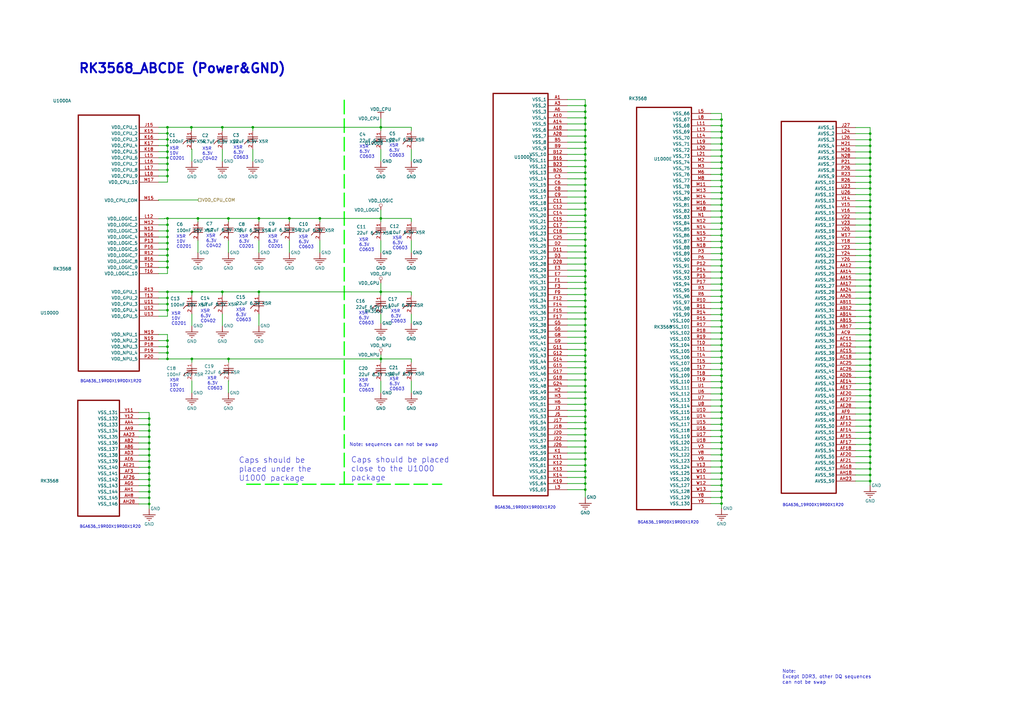
<source format=kicad_sch>
(kicad_sch (version 20230819) (generator eeschema)
  (paper "A3")
  (lib_symbols
    (symbol "cm3568 LPDDR4-altium-import:GND" (power)
      (property "Reference" "#PWR" (at 0 0 0))
      (property "Value" "GND" (at 0 6.35 0))
      (symbol "GND_0_0"
        (pin power_in line (at 0 0 0) (length 0) (name "GND") (number ""))
      )
    )
    (symbol "cm3568 LPDDR4-altium-import:VDD_CPU" (power)
      (property "Reference" "#PWR" (at 0 0 0))
      (property "Value" "VDD_CPU" (at 0 3.81 0))
      (symbol "VDD_CPU_0_0"
        (pin power_in line (at 0 0 0) (length 0) (name "VDD_CPU") (number ""))
      )
    )
    (symbol "cm3568 LPDDR4-altium-import:VDD_GPU" (power)
      (property "Reference" "#PWR" (at 0 0 0))
      (property "Value" "VDD_GPU" (at 0 3.81 0))
      (symbol "VDD_GPU_0_0"
        (pin power_in line (at 0 0 0) (length 0) (name "VDD_GPU") (number ""))
      )
    )
    (symbol "cm3568 LPDDR4-altium-import:VDD_LOGIC" (power)
      (property "Reference" "#PWR" (at 0 0 0))
      (property "Value" "VDD_LOGIC" (at 0 3.81 0))
      (symbol "VDD_LOGIC_0_0"
        (pin power_in line (at 0 0 0) (length 0) (name "VDD_LOGIC") (number ""))
      )
    )
    (symbol "cm3568 LPDDR4-altium-import:VDD_NPU" (power)
      (property "Reference" "#PWR" (at 0 0 0))
      (property "Value" "VDD_NPU" (at 0 3.81 0))
      (symbol "VDD_NPU_0_0"
        (pin power_in line (at 0 0 0) (length 0) (name "VDD_NPU") (number ""))
      )
    )
    (symbol "cm3568 LPDDR4-altium-import:root_0_RK3568"
      (property "Reference" "U13" (at -65.254 58.89 0))
      (property "Value" "RK3568" (at -65.254 -10.04 0))
      (symbol "root_0_RK3568_1_0"
        (pin passive line (at 17.92 47.5 180) (length 8) (name "VDD_CPU_1") (number "J15"))
        (pin passive line (at 17.92 45 180) (length 8) (name "VDD_CPU_2") (number "K15"))
        (pin passive line (at 17.92 42.5 180) (length 8) (name "VDD_CPU_3") (number "K16"))
        (pin passive line (at 17.92 40 180) (length 8) (name "VDD_CPU_4") (number "K17"))
        (pin passive line (at 17.92 37.5 180) (length 8) (name "VDD_CPU_5") (number "K18"))
        (pin passive line (at 17.92 10 180) (length 8) (name "VDD_LOGIC_1") (number "L12"))
        (pin passive line (at 17.92 35 180) (length 8) (name "VDD_CPU_6") (number "L15"))
        (pin passive line (at 17.92 32.5 180) (length 8) (name "VDD_CPU_7") (number "L16"))
        (pin passive line (at 17.92 30 180) (length 8) (name "VDD_CPU_8") (number "L17"))
        (pin passive line (at 17.92 27.5 180) (length 8) (name "VDD_CPU_9") (number "L18"))
        (pin passive line (at 17.92 7.5 180) (length 8) (name "VDD_LOGIC_2") (number "M12"))
        (pin passive line (at 17.92 17.5 180) (length 8) (name "VDD_CPU_COM") (number "M15"))
        (pin passive line (at 17.92 25 180) (length 8) (name "VDD_CPU_10") (number "M17"))
        (pin passive line (at 17.92 -37.5 180) (length 8) (name "VDD_NPU_1") (number "M19"))
        (pin passive line (at 17.92 5 180) (length 8) (name "VDD_LOGIC_3") (number "N13"))
        (pin passive line (at 17.92 2.5 180) (length 8) (name "VDD_LOGIC_4") (number "N16"))
        (pin passive line (at 17.92 -40 180) (length 8) (name "VDD_NPU_2") (number "N19"))
        (pin passive line (at 17.92 0 180) (length 8) (name "VDD_LOGIC_5") (number "P13"))
        (pin passive line (at 17.92 -2.5 180) (length 8) (name "VDD_LOGIC_6") (number "P16"))
        (pin passive line (at 17.92 -42.5 180) (length 8) (name "VDD_NPU_3") (number "P18"))
        (pin passive line (at 17.92 -45 180) (length 8) (name "VDD_NPU_4") (number "P19"))
        (pin passive line (at 17.92 -47.5 180) (length 8) (name "VDD_NPU_5") (number "P20"))
        (pin passive line (at 17.92 -5 180) (length 8) (name "VDD_LOGIC_7") (number "R12"))
        (pin passive line (at 17.92 -20 180) (length 8) (name "VDD_GPU_1") (number "R13"))
        (pin passive line (at 17.92 -7.5 180) (length 8) (name "VDD_LOGIC_8") (number "R16"))
        (pin passive line (at 17.92 -10 180) (length 8) (name "VDD_LOGIC_9") (number "T12"))
        (pin passive line (at 17.92 -22.5 180) (length 8) (name "VDD_GPU_2") (number "T13"))
        (pin passive line (at 17.92 -12.5 180) (length 8) (name "VDD_LOGIC_10") (number "T16"))
        (pin passive line (at 17.92 -25 180) (length 8) (name "VDD_GPU_3") (number "U11"))
        (pin passive line (at 17.92 -27.5 180) (length 8) (name "VDD_GPU_4") (number "U12"))
        (pin passive line (at 17.92 -30 180) (length 8) (name "VDD_GPU_5") (number "U13"))
      )
      (symbol "root_0_RK3568_2_0"
        (pin passive line (at 17.92 77.5 180) (length 8) (name "VSS_1") (number "A1"))
        (pin passive line (at 17.92 70 180) (length 8) (name "VSS_4") (number "A10"))
        (pin passive line (at 17.92 67.5 180) (length 8) (name "VSS_5") (number "A14"))
        (pin passive line (at 17.92 65 180) (length 8) (name "VSS_6") (number "A18"))
        (pin passive line (at 17.92 62.5 180) (length 8) (name "VSS_7") (number "A28"))
        (pin passive line (at 17.92 75 180) (length 8) (name "VSS_2") (number "A3"))
        (pin passive line (at 17.92 72.5 180) (length 8) (name "VSS_3") (number "A6"))
        (pin passive line (at 17.92 55 180) (length 8) (name "VSS_10") (number "B12"))
        (pin passive line (at 17.92 52.5 180) (length 8) (name "VSS_11") (number "B16"))
        (pin passive line (at 17.92 50 180) (length 8) (name "VSS_12") (number "B23"))
        (pin passive line (at 17.92 47.5 180) (length 8) (name "VSS_13") (number "B26"))
        (pin passive line (at 17.92 60 180) (length 8) (name "VSS_8") (number "B5"))
        (pin passive line (at 17.92 57.5 180) (length 8) (name "VSS_9") (number "B9"))
        (pin passive line (at 17.92 35 180) (length 8) (name "VSS_18") (number "C11"))
        (pin passive line (at 17.92 32.5 180) (length 8) (name "VSS_19") (number "C12"))
        (pin passive line (at 17.92 30 180) (length 8) (name "VSS_20") (number "C14"))
        (pin passive line (at 17.92 27.5 180) (length 8) (name "VSS_21") (number "C15"))
        (pin passive line (at 17.92 25 180) (length 8) (name "VSS_22") (number "C17"))
        (pin passive line (at 17.92 22.5 180) (length 8) (name "VSS_23") (number "C18"))
        (pin passive line (at 17.92 20 180) (length 8) (name "VSS_24") (number "C25"))
        (pin passive line (at 17.92 45 180) (length 8) (name "VSS_14") (number "C3"))
        (pin passive line (at 17.92 42.5 180) (length 8) (name "VSS_15") (number "C6"))
        (pin passive line (at 17.92 40 180) (length 8) (name "VSS_16") (number "C8"))
        (pin passive line (at 17.92 37.5 180) (length 8) (name "VSS_17") (number "C9"))
        (pin passive line (at 17.92 15 180) (length 8) (name "VSS_26") (number "D11"))
        (pin passive line (at 17.92 17.5 180) (length 8) (name "VSS_25") (number "D2"))
        (pin passive line (at 17.92 10 180) (length 8) (name "VSS_28") (number "D28"))
        (pin passive line (at 17.92 12.5 180) (length 8) (name "VSS_27") (number "D3"))
        (pin passive line (at 17.92 7.5 180) (length 8) (name "VSS_29") (number "E3"))
        (pin passive line (at 17.92 5 180) (length 8) (name "VSS_30") (number "E7"))
        (pin passive line (at 17.92 2.5 180) (length 8) (name "VSS_31") (number "F1"))
        (pin passive line (at 17.92 -5 180) (length 8) (name "VSS_34") (number "F12"))
        (pin passive line (at 17.92 -7.5 180) (length 8) (name "VSS_35") (number "F14"))
        (pin passive line (at 17.92 -10 180) (length 8) (name "VSS_36") (number "F15"))
        (pin passive line (at 17.92 -12.5 180) (length 8) (name "VSS_37") (number "F17"))
        (pin passive line (at 17.92 0 180) (length 8) (name "VSS_32") (number "F3"))
        (pin passive line (at 17.92 -2.5 180) (length 8) (name "VSS_33") (number "F9"))
        (pin passive line (at 17.92 -25 180) (length 8) (name "VSS_42") (number "G11"))
        (pin passive line (at 17.92 -27.5 180) (length 8) (name "VSS_43") (number "G12"))
        (pin passive line (at 17.92 -30 180) (length 8) (name "VSS_44") (number "G14"))
        (pin passive line (at 17.92 -32.5 180) (length 8) (name "VSS_45") (number "G15"))
        (pin passive line (at 17.92 -35 180) (length 8) (name "VSS_46") (number "G17"))
        (pin passive line (at 17.92 -37.5 180) (length 8) (name "VSS_47") (number "G18"))
        (pin passive line (at 17.92 -40 180) (length 8) (name "VSS_48") (number "G24"))
        (pin passive line (at 17.92 -15 180) (length 8) (name "VSS_38") (number "G5"))
        (pin passive line (at 17.92 -17.5 180) (length 8) (name "VSS_39") (number "G6"))
        (pin passive line (at 17.92 -20 180) (length 8) (name "VSS_40") (number "G8"))
        (pin passive line (at 17.92 -22.5 180) (length 8) (name "VSS_41") (number "G9"))
        (pin passive line (at 17.92 -42.5 180) (length 8) (name "VSS_49") (number "H2"))
        (pin passive line (at 17.92 -45 180) (length 8) (name "VSS_50") (number "H3"))
        (pin passive line (at 17.92 -47.5 180) (length 8) (name "VSS_51") (number "H6"))
        (pin passive line (at 17.92 -55 180) (length 8) (name "VSS_54") (number "J17"))
        (pin passive line (at 17.92 -57.5 180) (length 8) (name "VSS_55") (number "J18"))
        (pin passive line (at 17.92 -60 180) (length 8) (name "VSS_56") (number "J20"))
        (pin passive line (at 17.92 -62.5 180) (length 8) (name "VSS_57") (number "J22"))
        (pin passive line (at 17.92 -65 180) (length 8) (name "VSS_58") (number "J26"))
        (pin passive line (at 17.92 -50 180) (length 8) (name "VSS_52") (number "J3"))
        (pin passive line (at 17.92 -52.5 180) (length 8) (name "VSS_53") (number "J5"))
        (pin passive line (at 17.92 -67.5 180) (length 8) (name "VSS_59") (number "K1"))
        (pin passive line (at 17.92 -70 180) (length 8) (name "VSS_60") (number "K11"))
        (pin passive line (at 17.92 -72.5 180) (length 8) (name "VSS_61") (number "K12"))
        (pin passive line (at 17.92 -75 180) (length 8) (name "VSS_62") (number "K13"))
        (pin passive line (at 17.92 -77.5 180) (length 8) (name "VSS_63") (number "K14"))
        (pin passive line (at 17.92 -80 180) (length 8) (name "VSS_64") (number "K19"))
        (pin passive line (at 17.92 -82.5 180) (length 8) (name "VSS_65") (number "L3"))
      )
      (symbol "root_0_RK3568_3_0"
        (pin passive line (at 15.42 72.5 180) (length 8) (name "VSS_68") (number "L11"))
        (pin passive line (at 15.42 70 180) (length 8) (name "VSS_69") (number "L13"))
        (pin passive line (at 15.42 67.5 180) (length 8) (name "VSS_70") (number "L14"))
        (pin passive line (at 15.42 65 180) (length 8) (name "VSS_71") (number "L19"))
        (pin passive line (at 15.42 62.5 180) (length 8) (name "VSS_72") (number "L20"))
        (pin passive line (at 15.42 60 180) (length 8) (name "VSS_73") (number "L21"))
        (pin passive line (at 15.42 77.5 180) (length 8) (name "VSS_66") (number "L5"))
        (pin passive line (at 15.42 75 180) (length 8) (name "VSS_67") (number "L8"))
        (pin passive line (at 15.42 47.5 180) (length 8) (name "VSS_78") (number "M11"))
        (pin passive line (at 15.42 45 180) (length 8) (name "VSS_79") (number "M13"))
        (pin passive line (at 15.42 42.5 180) (length 8) (name "VSS_80") (number "M14"))
        (pin passive line (at 15.42 40 180) (length 8) (name "VSS_81") (number "M16"))
        (pin passive line (at 15.42 37.5 180) (length 8) (name "VSS_82") (number "M18"))
        (pin passive line (at 15.42 57.5 180) (length 8) (name "VSS_74") (number "M2"))
        (pin passive line (at 15.42 55 180) (length 8) (name "VSS_75") (number "M3"))
        (pin passive line (at 15.42 52.5 180) (length 8) (name "VSS_76") (number "M6"))
        (pin passive line (at 15.42 50 180) (length 8) (name "VSS_77") (number "M8"))
        (pin passive line (at 15.42 35 180) (length 8) (name "VSS_83") (number "N1"))
        (pin passive line (at 15.42 32.5 180) (length 8) (name "VSS_84") (number "N12"))
        (pin passive line (at 15.42 30 180) (length 8) (name "VSS_85") (number "N14"))
        (pin passive line (at 15.42 27.5 180) (length 8) (name "VSS_86") (number "N15"))
        (pin passive line (at 15.42 25 180) (length 8) (name "VSS_87") (number "N17"))
        (pin passive line (at 15.42 22.5 180) (length 8) (name "VSS_88") (number "N18"))
        (pin passive line (at 15.42 15 180) (length 8) (name "VSS_91") (number "P12"))
        (pin passive line (at 15.42 12.5 180) (length 8) (name "VSS_92") (number "P14"))
        (pin passive line (at 15.42 10 180) (length 8) (name "VSS_93") (number "P15"))
        (pin passive line (at 15.42 7.5 180) (length 8) (name "VSS_94") (number "P17"))
        (pin passive line (at 15.42 20 180) (length 8) (name "VSS_89") (number "P3"))
        (pin passive line (at 15.42 17.5 180) (length 8) (name "VSS_90") (number "P6"))
        (pin passive line (at 15.42 0 180) (length 8) (name "VSS_97") (number "R10"))
        (pin passive line (at 15.42 -2.5 180) (length 8) (name "VSS_98") (number "R11"))
        (pin passive line (at 15.42 -5 180) (length 8) (name "VSS_99") (number "R14"))
        (pin passive line (at 15.42 -7.5 180) (length 8) (name "VSS_100") (number "R15"))
        (pin passive line (at 15.42 -10 180) (length 8) (name "VSS_101") (number "R17"))
        (pin passive line (at 15.42 -12.5 180) (length 8) (name "VSS_102") (number "R18"))
        (pin passive line (at 15.42 -15 180) (length 8) (name "VSS_103") (number "R19"))
        (pin passive line (at 15.42 5 180) (length 8) (name "VSS_95") (number "R3"))
        (pin passive line (at 15.42 2.5 180) (length 8) (name "VSS_96") (number "R6"))
        (pin passive line (at 15.42 -17.5 180) (length 8) (name "VSS_104") (number "T10"))
        (pin passive line (at 15.42 -20 180) (length 8) (name "VSS_105") (number "T11"))
        (pin passive line (at 15.42 -22.5 180) (length 8) (name "VSS_106") (number "T14"))
        (pin passive line (at 15.42 -25 180) (length 8) (name "VSS_107") (number "T15"))
        (pin passive line (at 15.42 -27.5 180) (length 8) (name "VSS_108") (number "T17"))
        (pin passive line (at 15.42 -30 180) (length 8) (name "VSS_109") (number "T18"))
        (pin passive line (at 15.42 -32.5 180) (length 8) (name "VSS_110") (number "T19"))
        (pin passive line (at 15.42 -35 180) (length 8) (name "VSS_111") (number "U1"))
        (pin passive line (at 15.42 -45 180) (length 8) (name "VSS_115") (number "U10"))
        (pin passive line (at 15.42 -47.5 180) (length 8) (name "VSS_116") (number "U14"))
        (pin passive line (at 15.42 -50 180) (length 8) (name "VSS_117") (number "U15"))
        (pin passive line (at 15.42 -52.5 180) (length 8) (name "VSS_118") (number "U16"))
        (pin passive line (at 15.42 -55 180) (length 8) (name "VSS_119") (number "U17"))
        (pin passive line (at 15.42 -57.5 180) (length 8) (name "VSS_120") (number "U18"))
        (pin passive line (at 15.42 -37.5 180) (length 8) (name "VSS_112") (number "U6"))
        (pin passive line (at 15.42 -40 180) (length 8) (name "VSS_113") (number "U7"))
        (pin passive line (at 15.42 -42.5 180) (length 8) (name "VSS_114") (number "U8"))
        (pin passive line (at 15.42 -67.5 180) (length 8) (name "VSS_124") (number "V13"))
        (pin passive line (at 15.42 -60 180) (length 8) (name "VSS_121") (number "V3"))
        (pin passive line (at 15.42 -62.5 180) (length 8) (name "VSS_122") (number "V8"))
        (pin passive line (at 15.42 -65 180) (length 8) (name "VSS_123") (number "V9"))
        (pin passive line (at 15.42 -70 180) (length 8) (name "VSS_125") (number "W10"))
        (pin passive line (at 15.42 -72.5 180) (length 8) (name "VSS_126") (number "W11"))
        (pin passive line (at 15.42 -75 180) (length 8) (name "VSS_127") (number "W12"))
        (pin passive line (at 15.42 -77.5 180) (length 8) (name "VSS_128") (number "W13"))
        (pin passive line (at 15.42 -80 180) (length 8) (name "VSS_129") (number "Y8"))
        (pin passive line (at 15.42 -82.5 180) (length 8) (name "VSS_130") (number "Y9"))
      )
      (symbol "root_0_RK3568_4_0"
        (pin passive line (at 15 7.5 180) (length 8) (name "VSS_135") (number "AA23"))
        (pin passive line (at 15 12.5 180) (length 8) (name "VSS_133") (number "AA4"))
        (pin passive line (at 15 10 180) (length 8) (name "VSS_134") (number "AA9"))
        (pin passive line (at 15 5 180) (length 8) (name "VSS_136") (number "AB2"))
        (pin passive line (at 15 2.5 180) (length 8) (name "VSS_137") (number "AB6"))
        (pin passive line (at 15 0 180) (length 8) (name "VSS_138") (number "AD3"))
        (pin passive line (at 15 -5 180) (length 8) (name "VSS_140") (number "AE21"))
        (pin passive line (at 15 -2.5 180) (length 8) (name "VSS_139") (number "AE6"))
        (pin passive line (at 15 -10 180) (length 8) (name "VSS_142") (number "AF26"))
        (pin passive line (at 15 -7.5 180) (length 8) (name "VSS_141") (number "AF3"))
        (pin passive line (at 15 -12.5 180) (length 8) (name "VSS_143") (number "AG5"))
        (pin passive line (at 15 -15 180) (length 8) (name "VSS_144") (number "AH1"))
        (pin passive line (at 15 -20 180) (length 8) (name "VSS_146") (number "AH28"))
        (pin passive line (at 15 -17.5 180) (length 8) (name "VSS_145") (number "AH8"))
        (pin passive line (at 15 17.5 180) (length 8) (name "VSS_131") (number "Y11"))
        (pin passive line (at 15 15 180) (length 8) (name "VSS_132") (number "Y12"))
      )
      (symbol "root_0_RK3568_5_0"
        (pin passive line (at 17.5 15 180) (length 8) (name "AVSS_24") (number "AA12"))
        (pin passive line (at 17.5 12.5 180) (length 8) (name "AVSS_25") (number "AA14"))
        (pin passive line (at 17.5 10 180) (length 8) (name "AVSS_26") (number "AA15"))
        (pin passive line (at 17.5 7.5 180) (length 8) (name "AVSS_27") (number "AA17"))
        (pin passive line (at 17.5 5 180) (length 8) (name "AVSS_28") (number "AA24"))
        (pin passive line (at 17.5 2.5 180) (length 8) (name "AVSS_29") (number "AA26"))
        (pin passive line (at 17.5 0 180) (length 8) (name "AVSS_30") (number "AB11"))
        (pin passive line (at 17.5 -2.5 180) (length 8) (name "AVSS_31") (number "AB12"))
        (pin passive line (at 17.5 -5 180) (length 8) (name "AVSS_32") (number "AB14"))
        (pin passive line (at 17.5 -7.5 180) (length 8) (name "AVSS_33") (number "AB15"))
        (pin passive line (at 17.5 -10 180) (length 8) (name "AVSS_34") (number "AB17"))
        (pin passive line (at 17.5 -15 180) (length 8) (name "AVSS_36") (number "AC11"))
        (pin passive line (at 17.5 -17.5 180) (length 8) (name "AVSS_37") (number "AC12"))
        (pin passive line (at 17.5 -20 180) (length 8) (name "AVSS_38") (number "AC15"))
        (pin passive line (at 17.5 -22.5 180) (length 8) (name "AVSS_39") (number "AC18"))
        (pin passive line (at 17.5 -25 180) (length 8) (name "AVSS_40") (number "AC25"))
        (pin passive line (at 17.5 -27.5 180) (length 8) (name "AVSS_41") (number "AC26"))
        (pin passive line (at 17.5 -12.5 180) (length 8) (name "AVSS_35") (number "AC9"))
        (pin passive line (at 17.5 -30 180) (length 8) (name "AVSS_42") (number "AD26"))
        (pin passive line (at 17.5 -32.5 180) (length 8) (name "AVSS_43") (number "AE14"))
        (pin passive line (at 17.5 -35 180) (length 8) (name "AVSS_44") (number "AE17"))
        (pin passive line (at 17.5 -37.5 180) (length 8) (name "AVSS_45") (number "AE20"))
        (pin passive line (at 17.5 -40 180) (length 8) (name "AVSS_46") (number "AE27"))
        (pin passive line (at 17.5 -42.5 180) (length 8) (name "AVSS_47") (number "AE28"))
        (pin passive line (at 17.5 -47.5 180) (length 8) (name "AVSS_49") (number "AF11"))
        (pin passive line (at 17.5 -50 180) (length 8) (name "AVSS_50") (number "AF12"))
        (pin passive line (at 17.5 -52.5 180) (length 8) (name "AVSS_51") (number "AF14"))
        (pin passive line (at 17.5 -55 180) (length 8) (name "AVSS_52") (number "AF15"))
        (pin passive line (at 17.5 -57.5 180) (length 8) (name "AVSS_53") (number "AF17"))
        (pin passive line (at 17.5 -60 180) (length 8) (name "AVSS_54") (number "AF18"))
        (pin passive line (at 17.5 -62.5 180) (length 8) (name "AVSS_55") (number "AF20"))
        (pin passive line (at 17.5 -65 180) (length 8) (name "AVSS_56") (number "AF21"))
        (pin passive line (at 17.5 -45 180) (length 8) (name "AVSS_48") (number "AF9"))
        (pin passive line (at 17.5 -67.5 180) (length 8) (name "AVSS_57") (number "AG18"))
        (pin passive line (at 17.5 -70 180) (length 8) (name "AVSS_58") (number "AH18"))
        (pin passive line (at 17.5 -72.5 180) (length 8) (name "AVSS_59") (number "AH23"))
        (pin passive line (at 17.5 72.5 180) (length 8) (name "AVSS_1") (number "J27"))
        (pin passive line (at 17.5 70 180) (length 8) (name "AVSS_2") (number "L24"))
        (pin passive line (at 17.5 67.5 180) (length 8) (name "AVSS_3") (number "L26"))
        (pin passive line (at 17.5 65 180) (length 8) (name "AVSS_4") (number "M21"))
        (pin passive line (at 17.5 62.5 180) (length 8) (name "AVSS_5") (number "M26"))
        (pin passive line (at 17.5 60 180) (length 8) (name "AVSS_6") (number "N28"))
        (pin passive line (at 17.5 57.5 180) (length 8) (name "AVSS_7") (number "P21"))
        (pin passive line (at 17.5 55 180) (length 8) (name "AVSS_8") (number "P26"))
        (pin passive line (at 17.5 52.5 180) (length 8) (name "AVSS_9") (number "R23"))
        (pin passive line (at 17.5 50 180) (length 8) (name "AVSS_10") (number "R26"))
        (pin passive line (at 17.5 47.5 180) (length 8) (name "AVSS_11") (number "U23"))
        (pin passive line (at 17.5 45 180) (length 8) (name "AVSS_12") (number "U26"))
        (pin passive line (at 17.5 42.5 180) (length 8) (name "AVSS_13") (number "V14"))
        (pin passive line (at 17.5 40 180) (length 8) (name "AVSS_14") (number "V15"))
        (pin passive line (at 17.5 37.5 180) (length 8) (name "AVSS_15") (number "V16"))
        (pin passive line (at 17.5 35 180) (length 8) (name "AVSS_16") (number "V22"))
        (pin passive line (at 17.5 32.5 180) (length 8) (name "AVSS_17") (number "V23"))
        (pin passive line (at 17.5 30 180) (length 8) (name "AVSS_18") (number "V26"))
        (pin passive line (at 17.5 27.5 180) (length 8) (name "AVSS_19") (number "W17"))
        (pin passive line (at 17.5 25 180) (length 8) (name "AVSS_20") (number "Y18"))
        (pin passive line (at 17.5 22.5 180) (length 8) (name "AVSS_21") (number "Y23"))
        (pin passive line (at 17.5 20 180) (length 8) (name "AVSS_22") (number "Y24"))
        (pin passive line (at 17.5 17.5 180) (length 8) (name "AVSS_23") (number "Y26"))
      )
      (symbol "root_0_RK3568_6_0"
        (text "/  DDR4_DML_A               /  LPDDR4_DM0_A             /  DDR3_DM0            /  LPDDR3_DM1" (at 7.366 -13.716 0) (effects (font (size 1.143 1.143)) (justify left bottom)))
        (text "/  DDR4_DML_B               /  LPDDR4_DM1_B             /  DDR3_DM3            /  LPDDR3_DM2" (at 7.366 -126.238 0) (effects (font (size 1.143 1.143)) (justify left bottom)))
        (text "/  DDR4_DMU_A               /  LPDDR4_DM1_A             /  DDR3_DM1            /  LPDDR3_DM3" (at 7.366 -51.054 0) (effects (font (size 1.143 1.143)) (justify left bottom)))
        (text "/  DDR4_DMU_B              /  LPDDR4_DM0_B             /  DDR3_DM2            /  LPDDR3_DM0" (at 7.366 -88.392 0) (effects (font (size 1.143 1.143)) (justify left bottom)))
        (text "/  DDR4_DQL0_A              /  LPDDR4_DQ0_A              /  DDR3_DQ0            /  LPDDR3_DQ15" (at 7.366 9.144 0) (effects (font (size 1.143 1.143)) (justify left bottom)))
        (text "/  DDR4_DQL0_B              /  LPDDR4_DQ8_B              /  DDR3_DQ24          /  LPDDR3_DQ18" (at 7.366 -103.632 0) (effects (font (size 1.143 1.143)) (justify left bottom)))
        (text "/  DDR4_DQL1_A              /  LPDDR4_DQ7_A              /  DDR3_DQ7            /  LPDDR3_DQ11" (at 7.366 -8.89 0) (effects (font (size 1.143 1.143)) (justify left bottom)))
        (text "/  DDR4_DQL1_B              /  LPDDR4_DQ14_B            /  DDR3_DQ30          /  LPDDR3_DQ20" (at 7.366 -118.836 0) (effects (font (size 1.143 1.143)) (justify left bottom)))
        (text "/  DDR4_DQL2_A              /  LPDDR4_DQ1_A              /  DDR3_DQ1            /  LPDDR3_DQ14" (at 7.366 6.568 0) (effects (font (size 1.143 1.143)) (justify left bottom)))
        (text "/  DDR4_DQL2_B              /  LPDDR4_DQ8_B              /  DDR3_DQ25          /  LPDDR3_DQ19" (at 7.366 -106.172 0) (effects (font (size 1.143 1.143)) (justify left bottom)))
        (text "/  DDR4_DQL3_A              /  LPDDR4_DQ6_A              /  DDR3_DQ6            /  LPDDR3_DQ8" (at 7.366 -6.314 0) (effects (font (size 1.143 1.143)) (justify left bottom)))
        (text "/  DDR4_DQL3_B              /  LPDDR4_DQ15_B            /  DDR3_DQ31          /  LPDDR3_DQ21" (at 7.366 -121.412 0) (effects (font (size 1.143 1.143)) (justify left bottom)))
        (text "/  DDR4_DQL4_A              /  LPDDR4_DQ2_A              /  DDR3_DQ2            /  LPDDR3_DQ10" (at 7.366 3.991 0) (effects (font (size 1.143 1.143)) (justify left bottom)))
        (text "/  DDR4_DQL4_B              /  LPDDR4_DQ10_B            /  DDR3_DQ26          /  LPDDR3_DQ22" (at 7.366 -108.712 0) (effects (font (size 1.143 1.143)) (justify left bottom)))
        (text "/  DDR4_DQL5_A              /  LPDDR4_DQ5_A              /  DDR3_DQ5            /  LPDDR3_DQ12" (at 7.366 -3.737 0) (effects (font (size 1.143 1.143)) (justify left bottom)))
        (text "/  DDR4_DQL5_B              /  LPDDR4_DQ13_B            /  DDR3_DQ29          /  LPDDR3_DQ17" (at 7.366 -116.259 0) (effects (font (size 1.143 1.143)) (justify left bottom)))
        (text "/  DDR4_DQL6_A              /  LPDDR4_DQ3_A              /  DDR3_DQ3            /  LPDDR3_DQ9" (at 7.366 1.415 0) (effects (font (size 1.143 1.143)) (justify left bottom)))
        (text "/  DDR4_DQL6_B              /  LPDDR4_DQ11_B            /  DDR3_DQ27          /  LPDDR3_DQ23" (at 7.366 -111.107 0) (effects (font (size 1.143 1.143)) (justify left bottom)))
        (text "/  DDR4_DQL7_A              /  LPDDR4_DQ4_A              /  DDR3_DQ4            /  LPDDR3_DQ13" (at 7.366 -1.161 0) (effects (font (size 1.143 1.143)) (justify left bottom)))
        (text "/  DDR4_DQL7_B              /  LPDDR4_DQ12_B            /  DDR3_DQ28          /  LPDDR3_DQ16" (at 7.366 -113.683 0) (effects (font (size 1.143 1.143)) (justify left bottom)))
        (text "/  DDR4_DQSL_N_A       /  LPDDR4_DQS0N_A         /  DDR3_DQS0N        /  LPDDR3_DQS1N" (at 7.366 -21.082 0) (effects (font (size 1.143 1.143)) (justify left bottom)))
        (text "/  DDR4_DQSL_N_B         /  LPDDR4_DQS1N_B         /  DDR3_DQS3N        /  LPDDR3_DQS2N" (at 7.366 -133.604 0) (effects (font (size 1.143 1.143)) (justify left bottom)))
        (text "/  DDR4_DQSL_P_A        /  LPDDR4_DQS0P_A          /  DDR3_DQS0P        /  LPDDR3_DQS1P" (at 7.366 -18.506 0) (effects (font (size 1.143 1.143)) (justify left bottom)))
        (text "/  DDR4_DQSL_P_B          /  LPDDR4_DQS1P_B          /  DDR3_DQS3P        /  LPDDR3_DQS2P" (at 7.366 -131.028 0) (effects (font (size 1.143 1.143)) (justify left bottom)))
        (text "/  DDR4_DQSU_N_A       /  LPDDR4_DQS1N_A        /  DDR3_DQS1N        /  LPDDR3_DQS3N" (at 7.366 -58.42 0) (effects (font (size 1.143 1.143)) (justify left bottom)))
        (text "/  DDR4_DQSU_N_B        /  LPDDR4_DQS0N_B         /  DDR3_DQS2N        /  LPDDR3_DQS0N" (at 7.366 -95.758 0) (effects (font (size 1.143 1.143)) (justify left bottom)))
        (text "/  DDR4_DQSU_P_A        /  LPDDR4_DQS1P_A         /  DDR3_DQS1P        /  LPDDR3_DQS3P" (at 7.366 -55.844 0) (effects (font (size 1.143 1.143)) (justify left bottom)))
        (text "/  DDR4_DQSU_P_B        /  LPDDR4_DQS0P_B         /  DDR3_DQS2P        /  LPDDR3_DQS0P" (at 7.366 -93.182 0) (effects (font (size 1.143 1.143)) (justify left bottom)))
        (text "/  DDR4_DQU0_A             /  LPDDR4_DQ15_A            /  DDR3_DQ15          /  LPDDR3_DQ27" (at 7.366 -46.228 0) (effects (font (size 1.143 1.143)) (justify left bottom)))
        (text "/  DDR4_DQU0_B             /  LPDDR4_DQ4_B              /  DDR3_DQ20          /  LPDDR3_DQ2" (at 7.366 -75.837 0) (effects (font (size 1.143 1.143)) (justify left bottom)))
        (text "/  DDR4_DQU1_A             /  LPDDR4_DQ9_A              /  DDR3_DQ9            /  LPDDR3_DQ24" (at 7.366 -30.77 0) (effects (font (size 1.143 1.143)) (justify left bottom)))
        (text "/  DDR4_DQU1_B             /  LPDDR4_DQ3_B              /  DDR3_DQ19          /  LPDDR3_DQ4" (at 7.366 -73.261 0) (effects (font (size 1.143 1.143)) (justify left bottom)))
        (text "/  DDR4_DQU2_A             /  LPDDR4_DQ12_A            /  DDR3_DQ12          /  LPDDR3_DQ26" (at 7.366 -38.499 0) (effects (font (size 1.143 1.143)) (justify left bottom)))
        (text "/  DDR4_DQU2_B             /  LPDDR4_DQ7_B              /  DDR3_DQ23          /  LPDDR3_DQ0" (at 7.366 -83.566 0) (effects (font (size 1.143 1.143)) (justify left bottom)))
        (text "/  DDR4_DQU3_A             /  LPDDR4_DQ8_A              /  DDR3_DQ8            /  LPDDR3_DQ25" (at 7.366 -28.448 0) (effects (font (size 1.143 1.143)) (justify left bottom)))
        (text "/  DDR4_DQU3_B             /  LPDDR4_DQ2_B              /  DDR3_DQ18          /  LPDDR3_DQ6" (at 7.366 -70.685 0) (effects (font (size 1.143 1.143)) (justify left bottom)))
        (text "/  DDR4_DQU4_A             /  LPDDR4_DQ13_A            /  DDR3_DQ13          /  LPDDR3_DQ31" (at 7.366 -41.075 0) (effects (font (size 1.143 1.143)) (justify left bottom)))
        (text "/  DDR4_DQU4_B             /  LPDDR4_DQ6_B              /  DDR3_DQ22          /  LPDDR3_DQ7" (at 7.366 -80.99 0) (effects (font (size 1.143 1.143)) (justify left bottom)))
        (text "/  DDR4_DQU5_A             /  LPDDR4_DQ11_A            /  DDR3_DQ11          /  LPDDR3_DQ29" (at 7.366 -35.923 0) (effects (font (size 1.143 1.143)) (justify left bottom)))
        (text "/  DDR4_DQU5_B             /  LPDDR4_DQ1_B              /  DDR3_DQ17          /  LPDDR3_DQ5" (at 7.366 -68.108 0) (effects (font (size 1.143 1.143)) (justify left bottom)))
        (text "/  DDR4_DQU6_A             /  LPDDR4_DQ14_A            /  DDR3_DQ14          /  LPDDR3_DQ30" (at 7.366 -43.652 0) (effects (font (size 1.143 1.143)) (justify left bottom)))
        (text "/  DDR4_DQU6_B             /  LPDDR4_DQ5_B              /  DDR3_DQ21          /  LPDDR3_DQ3" (at 7.366 -78.413 0) (effects (font (size 1.143 1.143)) (justify left bottom)))
        (text "/  DDR4_DQU7_A             /  LPDDR4_DQ10_A            /  DDR3_DQ10          /  LPDDR3_DQ28" (at 7.366 -33.347 0) (effects (font (size 1.143 1.143)) (justify left bottom)))
        (text "/  DDR4_DQU7_B             /  LPDDR4_DQ0_B              /  DDR3_DQ16          /  LPDDR3_DQ1" (at 7.366 -65.786 0) (effects (font (size 1.143 1.143)) (justify left bottom)))
        (text "/  DDR4_ECC_DM            /  --                                         /  DDR3_ECC_DM" (at 7.366 -163.322 0) (effects (font (size 1.143 1.143)) (justify left bottom)))
        (text "/  DDR4_ECC_DQ0           /  --                                         /  DDR3_ECC_DQ1" (at 7.366 -143.256 0) (effects (font (size 1.143 1.143)) (justify left bottom)))
        (text "/  DDR4_ECC_DQ1           /  --                                         /  DDR3_ECC_DQ3" (at 7.366 -148.191 0) (effects (font (size 1.143 1.143)) (justify left bottom)))
        (text "/  DDR4_ECC_DQ2           /  --                                         /  DDR3_ECC_DQ2" (at 7.366 -145.796 0) (effects (font (size 1.143 1.143)) (justify left bottom)))
        (text "/  DDR4_ECC_DQ3           /  --                                         /  DDR3_ECC_DQ6" (at 7.366 -155.92 0) (effects (font (size 1.143 1.143)) (justify left bottom)))
        (text "/  DDR4_ECC_DQ4           /  --                                         /  DDR3_ECC_DQ5" (at 7.366 -153.343 0) (effects (font (size 1.143 1.143)) (justify left bottom)))
        (text "/  DDR4_ECC_DQ5           /  --                                         /  DDR3_ECC_DQ7" (at 7.366 -158.496 0) (effects (font (size 1.143 1.143)) (justify left bottom)))
        (text "/  DDR4_ECC_DQ6           /  --                                         /  DDR3_ECC_DQ4" (at 7.366 -150.767 0) (effects (font (size 1.143 1.143)) (justify left bottom)))
        (text "/  DDR4_ECC_DQ7           /  --                                         /  DDR3_ECC_DQ0" (at 7.366 -140.716 0) (effects (font (size 1.143 1.143)) (justify left bottom)))
        (text "/  DDR4_ECC_DQS_N     /  --                                         /  DDR3_ECC_DQS_N" (at 7.366 -170.688 0) (effects (font (size 1.143 1.143)) (justify left bottom)))
        (text "/  DDR4_ECC_DQS_P      /  --                                         /  DDR3_ECC_DQS_P" (at 7.366 -168.112 0) (effects (font (size 1.143 1.143)) (justify left bottom)))
        (text "=0.6V" (at 170 -162.5 0) (effects (font (size 1.27 1.27) bold) (justify left bottom)))
        (text "=1.1V" (at 170 -160 0) (effects (font (size 1.27 1.27)) (justify left bottom)))
        (text "=1.1V" (at 170 -135 0) (effects (font (size 1.27 1.27)) (justify left bottom)))
        (text "=1.1V" (at 170 -132.5 0) (effects (font (size 1.27 1.27)) (justify left bottom)))
        (text "=1.2V" (at 170 -157.5 0) (effects (font (size 1.27 1.27)) (justify left bottom)))
        (text "=1.2V" (at 170 -155 0) (effects (font (size 1.27 1.27)) (justify left bottom)))
        (text "=1.2V" (at 170 -130 0) (effects (font (size 1.27 1.27)) (justify left bottom)))
        (text "=1.2V" (at 170 -127.5 0) (effects (font (size 1.27 1.27)) (justify left bottom)))
        (text "=1.35V" (at 170 -150 0) (effects (font (size 1.27 1.27)) (justify left bottom)))
        (text "=1.35V" (at 170 -122.5 0) (effects (font (size 1.27 1.27)) (justify left bottom)))
        (text "=1.5V" (at 170 -152.5 0) (effects (font (size 1.27 1.27)) (justify left bottom)))
        (text "=1.5V" (at 170 -125 0) (effects (font (size 1.27 1.27)) (justify left bottom)))
        (text "DDR3" (at 55.88 14.224 0) (effects (font (size 1.27 1.27) bold) (justify left bottom)))
        (text "DDR3" (at 152.908 14.224 0) (effects (font (size 1.27 1.27) bold) (justify left bottom)))
        (text "DDR3" (at 157.5 -152.5 0) (effects (font (size 1.27 1.27)) (justify left bottom)))
        (text "DDR3" (at 157.5 -125 0) (effects (font (size 1.27 1.27)) (justify left bottom)))
        (text "DDR3L" (at 157.5 -150 0) (effects (font (size 1.27 1.27)) (justify left bottom)))
        (text "DDR3L" (at 157.5 -122.5 0) (effects (font (size 1.27 1.27)) (justify left bottom)))
        (text "DDR4" (at 8.89 14.224 0) (effects (font (size 1.27 1.27) bold) (justify left bottom)))
        (text "DDR4" (at 99.568 14.224 0) (effects (font (size 1.27 1.27) bold) (justify left bottom)))
        (text "DDR4" (at 157.5 -155 0) (effects (font (size 1.27 1.27)) (justify left bottom)))
        (text "DDR4" (at 157.5 -127.5 0) (effects (font (size 1.27 1.27)) (justify left bottom)))
        (text "DDR4_14_WEn                     /  LPDDR4_A4_A                       /  DDR3_A15                 /  LPDDR3_A5                    /" (at 99.314 -33.69 0) (effects (font (size 1.143 1.143)) (justify left bottom)))
        (text "DDR4_A0                              /  LPDDR4_CLKP_B                /  DDR3_A9                    /  ---                                      /" (at 99.314 8.89 0) (effects (font (size 1.143 1.143) bold) (justify left bottom)))
        (text "DDR4_A1                              /  ---                                              /  DDR3_A2                    /  ---                                      /" (at 99.314 6.35 0) (effects (font (size 1.143 1.143)) (justify left bottom)))
        (text "DDR4_A10                            /  LPDDR4_CKE0_B                  /  DDR3_A10                  /  ---                                      /" (at 99.314 -21.19 0) (effects (font (size 1.143 1.143)) (justify left bottom)))
        (text "DDR4_A11                            /  LPDDR4_A0_A                       /  DDR3_A7                    /  LPDDR3_A8                    /" (at 99.314 -23.73 0) (effects (font (size 1.143 1.143)) (justify left bottom)))
        (text "DDR4_A12                            /  LPDDR4_A3_A                       /  DDR3_BA2                 /  ---                                      /" (at 99.314 -28.61 0) (effects (font (size 1.143 1.143)) (justify left bottom)))
        (text "DDR4_A13                            /  LPDDR4_A0_A                       /  DDR3_A14                  /  LPDDR3_A0                   /" (at 99.314 -31.15 0) (effects (font (size 1.143 1.143)) (justify left bottom)))
        (text "DDR4_A15_CASn                /  LPDDR4_A2_A                       /  DDR3_A0                   /  ---                                      /" (at 99.314 -36.23 0) (effects (font (size 1.143 1.143)) (justify left bottom)))
        (text "DDR4_A16_RASn                /  LPDDR4_A5_A                       /  DDR3_RASn               /  LPDDR3_A7                    /" (at 99.314 -41.11 0) (effects (font (size 1.143 1.143)) (justify left bottom)))
        (text "DDR4_A2                              /  LPDDR4_A1_A                       /  DDR3_A4                    /  LPDDR3_A6                    /" (at 99.314 3.81 0) (effects (font (size 1.143 1.143)) (justify left bottom)))
        (text "DDR4_A3                              /  LPDDR4_CKE1_A                  /  DDR3_A3                    /  ---                                      /" (at 99.314 1.27 0) (effects (font (size 1.143 1.143)) (justify left bottom)))
        (text "DDR4_A4                              /  LPDDR4_A3_B                       /  DDR3_BA1                 /  LPDDR3_A3                    /" (at 99.314 -3.61 0) (effects (font (size 1.143 1.143)) (justify left bottom)))
        (text "DDR4_A5                              /  LPDDR4_A5_B                       /  DDR3_A11                  /  LPDDR3_A2                    /" (at 99.314 -6.15 0) (effects (font (size 1.143 1.143)) (justify left bottom)))
        (text "DDR4_A6                              /  LPDDR4_A1_B                       /  DDR3_A13                  /  LPDDR3_A1                    /" (at 99.314 -8.69 0) (effects (font (size 1.143 1.143)) (justify left bottom)))
        (text "DDR4_A7                              /  LPDDR4_ODT0_CA_B          /  DDR3_A8                    /  ---                                      /" (at 99.314 -11.23 0) (effects (font (size 1.143 1.143)) (justify left bottom)))
        (text "DDR4_A8                              /  LPDDR4_ODT0_CA_A           /  DDR3_A6                    /  LPDDR3_A9                   /" (at 99.314 -16.11 0) (effects (font (size 1.143 1.143)) (justify left bottom)))
        (text "DDR4_A9                              /  LPDDR4_CLKN_B                /  DDR3_A5                    /  ---                                     /" (at 99.314 -18.65 0) (effects (font (size 1.143 1.143) bold) (justify left bottom)))
        (text "DDR4_ACTn                         /  LPDDR4_CKE1_B                  /  DDR3_CASn               /  ---                                      /" (at 99.314 -43.65 0) (effects (font (size 1.143 1.143)) (justify left bottom)))
        (text "DDR4_BA0                           /  LPDDR4_A2_B                       /  DDR3_A1                    /  ---                                      /" (at 99.314 -46.19 0) (effects (font (size 1.143 1.143)) (justify left bottom)))
        (text "DDR4_BA1                           /  LPDDR4_A4_B                       /  DDR3_A12                  /  LPDDR3_A4                    /" (at 99.314 -48.73 0) (effects (font (size 1.143 1.143)) (justify left bottom)))
        (text "DDR4_BG0                           /  LPDDR4_ODT1_CA_B          /  DDR3_WEn                 /  ---                                      /" (at 99.314 -53.61 0) (effects (font (size 1.143 1.143)) (justify left bottom)))
        (text "DDR4_BG1                           /  LPDDR4_ODT1_CA_A          /  DDR3_BA0                  /  ---                                      /" (at 99.314 -56.15 0) (effects (font (size 1.143 1.143)) (justify left bottom)))
        (text "DDR4_CKE                           /  LPDDR4_CKE0_A                 /  DDR3_CKE                 /  LPDDR3_CKE                 /" (at 99.314 -58.65 0) (effects (font (size 1.143 1.143)) (justify left bottom)))
        (text "DDR4_CLKN                      /  LPDDR4_CLKN_A                 /  DDR3_CLKN            /  LPDDR3_CLKN             /" (at 99.314 -66.19 0) (effects (font (size 1.143 1.143) bold) (justify left bottom)))
        (text "DDR4_CLKP                       /  LPDDR4_CLKP_A                 /  DDR3_CLKP             /  LPDDR3_CLKP             /" (at 99.314 -63.65 0) (effects (font (size 1.143 1.143) bold) (justify left bottom)))
        (text "DDR4_CS0n                         /  LPDDR4_CS0n_A                     /  DDR3_ODT1             /  LPDDR3_ODT0              /" (at 99.314 -71.11 0) (effects (font (size 1.143 1.143)) (justify left bottom)))
        (text "DDR4_CS1n                         /  LPDDR4_CS1n_A                     /  DDR3_CASn             /  LPDDR3_ODT1              /" (at 99.314 -73.65 0) (effects (font (size 1.143 1.143)) (justify left bottom)))
        (text "DDR4_ODT0                       /  LPDDR4_CS1n_B                     /  DDR3_ODT0             /  LPDDR3_CS1n               /" (at 99.314 -76.19 0) (effects (font (size 1.143 1.143)) (justify left bottom)))
        (text "DDR4_ODT1                       /  LPDDR4_CS0n_B                     /  DDR3_CS0n              /  LPDDR3_CS0n               /" (at 99.314 -78.69 0) (effects (font (size 1.143 1.143)) (justify left bottom)))
        (text "DDR4_RESETn                   /  LPDDR4_RESETn                    /  DDR3_RESETn         /  ---                                     /" (at 99.314 -83.73 0) (effects (font (size 1.143 1.143)) (justify left bottom)))
        (text "LPDDR3" (at 74.422 14.224 0) (effects (font (size 1.27 1.27) bold) (justify left bottom)))
        (text "LPDDR3" (at 157.5 -157.5 0) (effects (font (size 1.27 1.27)) (justify left bottom)))
        (text "LPDDR3" (at 157.5 -130 0) (effects (font (size 1.27 1.27)) (justify left bottom)))
        (text "LPDDR3" (at 173.736 14.224 0) (effects (font (size 1.27 1.27) bold) (justify left bottom)))
        (text "LPDDR4" (at 31.75 14.224 0) (effects (font (size 1.27 1.27) bold) (justify left bottom)))
        (text "LPDDR4" (at 125.476 14.224 0) (effects (font (size 1.27 1.27) bold) (justify left bottom)))
        (text "LPDDR4" (at 157.5 -160 0) (effects (font (size 1.27 1.27)) (justify left bottom)))
        (text "LPDDR4" (at 157.5 -132.5 0) (effects (font (size 1.27 1.27)) (justify left bottom)))
        (text "LPDDR4x" (at 157.5 -162.5 0) (effects (font (size 1.27 1.27)) (justify left bottom)))
        (text "LPDDR4x" (at 157.5 -135 0) (effects (font (size 1.27 1.27)) (justify left bottom)))
        (pin passive line (at -15.92 -92.5 0) (length 6) (name "DDR_DQS0P_B") (number "A11"))
        (pin passive line (at -15.92 -75 0) (length 6) (name "DDR_DQ4_B") (number "A12"))
        (pin passive line (at -15.92 -115 0) (length 6) (name "DDR_DQ13_B") (number "A13"))
        (pin passive line (at -15.92 -132.5 0) (length 6) (name "DDR_DQS1N_B") (number "A15"))
        (pin passive line (at -15.92 -102.5 0) (length 6) (name "DDR_DQ8_B") (number "A16"))
        (pin passive line (at -15.92 -107.5 0) (length 6) (name "DDR_DQ10_B") (number "A17"))
        (pin passive line (at 210.92 -70 180) (length 6) (name "AC25") (number "A2"))
        (pin passive line (at 210.92 -65 180) (length 6) (name "AC24") (number "A4"))
        (pin passive line (at 210.92 -17.5 180) (length 6) (name "AC9") (number "A5"))
        (pin passive line (at 210.92 -7.5 180) (length 6) (name "AC6") (number "A7"))
        (pin passive line (at 210.92 -10 180) (length 6) (name "AC7") (number "A8"))
        (pin passive line (at -15.92 -67.5 0) (length 6) (name "DDR_DQ1_B") (number "A9"))
        (pin passive line (at 210.92 5 180) (length 6) (name "AC2") (number "B1"))
        (pin passive line (at -15.92 -65 0) (length 6) (name "DDR_DQ0_B") (number "B10"))
        (pin passive line (at -15.92 -95 0) (length 6) (name "DDR_DQS0N_B") (number "B11"))
        (pin passive line (at -15.92 -112.5 0) (length 6) (name "DDR_DQ12_B") (number "B13"))
        (pin passive line (at -15.92 -120 0) (length 6) (name "DDR_DQ15_B") (number "B14"))
        (pin passive line (at -15.92 -130 0) (length 6) (name "DDR_DQS1P_B") (number "B15"))
        (pin passive line (at -15.92 -105 0) (length 6) (name "DDR_DQ9_B") (number "B17"))
        (pin passive line (at -15.92 -110 0) (length 6) (name "DDR_DQ11_B") (number "B18"))
        (pin passive line (at 210.92 -72.5 180) (length 6) (name "AC26") (number "B2"))
        (pin passive line (at 210.92 -57.5 180) (length 6) (name "AC20") (number "B3"))
        (pin passive line (at 210.92 -62.5 180) (length 6) (name "AC23") (number "B4"))
        (pin passive line (at 210.92 10 180) (length 6) (name "AC0") (number "B6"))
        (pin passive line (at 210.92 -5 180) (length 6) (name "AC5") (number "B7"))
        (pin passive line (at 210.92 -30 180) (length 6) (name "AC13") (number "B8"))
        (pin passive line (at 210.92 -15 180) (length 6) (name "AC8") (number "C1"))
        (pin passive line (at 210.92 -22.5 180) (length 6) (name "AC11") (number "C2"))
        (pin passive line (at 210.92 -27.5 180) (length 6) (name "AC12") (number "C4"))
        (pin passive line (at 210.92 -32.5 180) (length 6) (name "AC14") (number "C5"))
        (pin passive line (at -15.92 2.5 0) (length 6) (name "DDR_DQ3_A") (number "D1"))
        (pin passive line (at -15.92 -70 0) (length 6) (name "DDR_DQ2_B") (number "D12"))
        (pin passive line (at -15.92 -87.5 0) (length 6) (name "DDR_DM0_B") (number "D14"))
        (pin passive line (at -15.92 -77.5 0) (length 6) (name "DDR_DQ5_B") (number "D15"))
        (pin passive line (at -15.92 -117.5 0) (length 6) (name "DDR_DQ14_B") (number "D17"))
        (pin passive line (at 210.92 -40 180) (length 6) (name "AC16") (number "D5"))
        (pin passive line (at 210.92 -20 180) (length 6) (name "AC10") (number "D6"))
        (pin passive line (at 210.92 -77.5 180) (length 6) (name "AC28") (number "D8"))
        (pin passive line (at 210.92 -2.5 180) (length 6) (name "AC4") (number "D9"))
        (pin passive line (at -15.92 7.5 0) (length 6) (name "DDR_DQ1_A") (number "E1"))
        (pin passive line (at 210.92 -45 180) (length 6) (name "AC18") (number "E11"))
        (pin passive line (at -15.92 -72.5 0) (length 6) (name "DDR_DQ3_B") (number "E12"))
        (pin passive line (at -15.92 -82.5 0) (length 6) (name "DDR_DQ7_B") (number "E14"))
        (pin passive line (at -15.92 -80 0) (length 6) (name "DDR_DQ6_B") (number "E15"))
        (pin passive line (at -15.92 -125 0) (length 6) (name "DDR_DM1_B") (number "E17"))
        (pin passive line (at -15.92 5 0) (length 6) (name "DDR_DQ2_A") (number "E2"))
        (pin passive line (at 210.92 -35 180) (length 6) (name "AC15") (number "E4"))
        (pin passive line (at 210.92 -42.5 180) (length 6) (name "AC17") (number "E6"))
        (pin passive line (at 210.92 -75 180) (length 6) (name "AC27") (number "E8"))
        (pin passive line (at 210.92 -47.5 180) (length 6) (name "AC19") (number "E9"))
        (pin passive line (at 210.92 -82.5 180) (length 6) (name "AC29") (number "F11"))
        (pin passive line (at -15.92 10 0) (length 6) (name "DDR_DQ0_A") (number "F2"))
        (pin passive line (at 210.92 2.5 180) (length 6) (name "AC3") (number "F4"))
        (pin passive line (at 210.92 7.5 180) (length 6) (name "AC1") (number "F5"))
        (pin passive line (at 210.92 -55 180) (length 6) (name "AC21") (number "F7"))
        (pin passive line (at 210.92 -52.5 180) (length 6) (name "AC20") (number "F8"))
        (pin passive line (at -15.92 -17.5 0) (length 6) (name "DDR_DQS0P_A") (number "G1"))
        (pin passive line (at -15.92 -20 0) (length 6) (name "DDR_DQS0N_A") (number "G2"))
        (pin passive line (at -15.92 -5 0) (length 6) (name "DDR_DQ6_A") (number "H1"))
        (pin passive line (at 210.92 -125 180) (length 6) (name "DDRPHY_VDDQ2") (number "H11"))
        (pin passive line (at 210.92 -127.5 180) (length 6) (name "DDRPHY_VDDQ3") (number "H12"))
        (pin passive line (at 210.92 -130 180) (length 6) (name "DDRPHY_VDDQ4") (number "H14"))
        (pin passive line (at 210.92 -132.5 180) (length 6) (name "DDRPHY_VDDQ5") (number "H15"))
        (pin passive line (at -15.92 -7.5 0) (length 6) (name "DDR_DQ7_A") (number "H4"))
        (pin passive line (at -15.92 -12.5 0) (length 6) (name "DDR_DM0_A") (number "H5"))
        (pin passive line (at 210.92 -97.5 180) (length 6) (name "DDR_RZQ") (number "H7"))
        (pin passive line (at 210.92 -122.5 180) (length 6) (name "DDRPHY_VDDQ1") (number "H9"))
        (pin passive line (at -15.92 0 0) (length 6) (name "DDR_DQ4_A") (number "J1"))
        (pin passive line (at 210.92 -150 180) (length 6) (name "DDRPHY_VDDQL1") (number "J11"))
        (pin passive line (at 210.92 -152.5 180) (length 6) (name "DDRPHY_VDDQL2") (number "J12"))
        (pin passive line (at 210.92 -155 180) (length 6) (name "DDRPHY_VDDQL3") (number "J14"))
        (pin passive line (at -15.92 -2.5 0) (length 6) (name "DDR_DQ5_A") (number "J2"))
        (pin passive line (at -15.92 -50 0) (length 6) (name "DDR_DM1_A") (number "J4"))
        (pin passive line (at -15.906 -40.012 0) (length 6) (name "DDR_DQ13_A") (number "J6"))
        (pin passive line (at -15.92 -42.5 0) (length 6) (name "DDR_DQ14_A") (number "J7"))
        (pin passive line (at 210.92 -170 180) (length 6) (name "DDR_AVSS") (number "J8"))
        (pin passive line (at 210.92 -135 180) (length 6) (name "DDRPHY_VDDQ6") (number "J9"))
        (pin passive line (at 210.92 -157.5 180) (length 6) (name "DDRPHY_VDDQL4") (number "K10"))
        (pin passive line (at -15.92 -37.5 0) (length 6) (name "DDR_DQ12_A") (number "K2"))
        (pin passive line (at -15.92 -57.5 0) (length 6) (name "DDR_DQS1N_A") (number "L1"))
        (pin passive line (at 210.92 -160 180) (length 6) (name "DDRPHY_VDDQL5") (number "L10"))
        (pin passive line (at -15.92 -55 0) (length 6) (name "DDR_DQS1P_A") (number "L2"))
        (pin passive line (at -15.92 -45 0) (length 6) (name "DDR_DQ14_A") (number "L4"))
        (pin passive line (at -15.92 -35 0) (length 6) (name "DDR_DQ11_A") (number "L6"))
        (pin passive line (at -15.92 -32.5 0) (length 6) (name "DDR_DQ10_A") (number "L7"))
        (pin passive line (at 210.92 -137.5 180) (length 6) (name "DDRPHY_VDDQ7") (number "L9"))
        (pin passive line (at -15.92 -27.5 0) (length 6) (name "DDR_DQ8_A") (number "M1"))
        (pin passive line (at 210.92 -162.5 180) (length 6) (name "DDRPHY_VDDQL6") (number "M10"))
        (pin passive line (at -15.92 -142.5 0) (length 6) (name "DDR_ECC_DQ1") (number "M4"))
        (pin passive line (at -15.92 -145 0) (length 6) (name "DDR_ECC_DQ2") (number "M5"))
        (pin passive line (at -15.92 -150 0) (length 6) (name "DDR_ECC_DQ4") (number "M7"))
        (pin passive line (at 210.92 -140 180) (length 6) (name "DDRPHY_VDDQ8") (number "M9"))
        (pin passive line (at -15.92 -30 0) (length 6) (name "DDR_DQ9_A") (number "N2"))
        (pin passive line (at -15.92 -170 0) (length 6) (name "DDR_ECC_DQS_N") (number "P1"))
        (pin passive line (at -15.92 -167.5 0) (length 6) (name "DDR_ECC_DQS_P") (number "P2"))
        (pin passive line (at -15.92 -155 0) (length 6) (name "DDR_ECC_DQ6") (number "P4"))
        (pin passive line (at -15.92 -140 0) (length 6) (name "DDR_ECC_DQ0") (number "P5"))
        (pin passive line (at -15.92 -162.5 0) (length 6) (name "DDR_ECC_DM") (number "P7"))
        (pin passive line (at 210.92 -107.5 180) (length 6) (name "DDR_VREFOUT") (number "P8"))
        (pin passive line (at -15.92 -157.5 0) (length 6) (name "DDR_ECC_DQ7") (number "R4"))
        (pin passive line (at -15.92 -147.5 0) (length 6) (name "DDR_ECC_DQ3") (number "R5"))
        (pin passive line (at -15.92 -152.5 0) (length 6) (name "DDR_ECC_DQ5") (number "R7"))
      )
      (symbol "root_0_RK3568_7_0"
        (text "/" (at -71.912 -56.258 0) (effects (font (size 1.143 1.143)) (justify left bottom)))
        (text "/" (at -71.912 -53.758 0) (effects (font (size 1.143 1.143)) (justify left bottom)))
        (text "/" (at -71.912 -51.258 0) (effects (font (size 1.143 1.143)) (justify left bottom)))
        (text "/" (at -71.912 -48.758 0) (effects (font (size 1.143 1.143)) (justify left bottom)))
        (text "/" (at -71.912 -46.258 0) (effects (font (size 1.143 1.143)) (justify left bottom)))
        (text "/" (at -71.912 -43.758 0) (effects (font (size 1.143 1.143)) (justify left bottom)))
        (text "/" (at -71.912 -41.258 0) (effects (font (size 1.143 1.143)) (justify left bottom)))
        (text "/" (at -71.912 -38.758 0) (effects (font (size 1.143 1.143)) (justify left bottom)))
        (text "/" (at -71.912 -33.758 0) (effects (font (size 1.143 1.143)) (justify left bottom)))
        (text "/" (at -71.912 -31.258 0) (effects (font (size 1.143 1.143)) (justify left bottom)))
        (text "/" (at -71.912 -28.758 0) (effects (font (size 1.143 1.143)) (justify left bottom)))
        (text "/" (at -71.912 -26.258 0) (effects (font (size 1.143 1.143)) (justify left bottom)))
        (text "/" (at -71.912 -23.758 0) (effects (font (size 1.143 1.143)) (justify left bottom)))
        (text "/" (at -69.412 16.242 0) (effects (font (size 1.143 1.143)) (justify left bottom)))
        (text "/" (at -69.412 18.742 0) (effects (font (size 1.143 1.143)) (justify left bottom)))
        (text "/" (at -69.412 21.242 0) (effects (font (size 1.143 1.143)) (justify left bottom)))
        (text "/" (at -46.912 -56.258 0) (effects (font (size 1.143 1.143)) (justify left bottom)))
        (text "/" (at -46.912 -53.758 0) (effects (font (size 1.143 1.143)) (justify left bottom)))
        (text "/" (at -46.912 -51.258 0) (effects (font (size 1.143 1.143)) (justify left bottom)))
        (text "/" (at -46.912 -48.758 0) (effects (font (size 1.143 1.143)) (justify left bottom)))
        (text "/" (at -46.912 -46.258 0) (effects (font (size 1.143 1.143)) (justify left bottom)))
        (text "/" (at -46.912 -43.758 0) (effects (font (size 1.143 1.143)) (justify left bottom)))
        (text "/" (at -46.912 -41.258 0) (effects (font (size 1.143 1.143)) (justify left bottom)))
        (text "/" (at -46.912 -38.758 0) (effects (font (size 1.143 1.143)) (justify left bottom)))
        (text "/" (at -46.912 -31.258 0) (effects (font (size 1.143 1.143)) (justify left bottom)))
        (text "/" (at -46.912 -28.758 0) (effects (font (size 1.143 1.143)) (justify left bottom)))
        (text "/" (at -46.912 -26.258 0) (effects (font (size 1.143 1.143)) (justify left bottom)))
        (text "/" (at -46.912 -23.758 0) (effects (font (size 1.143 1.143)) (justify left bottom)))
        (text "/" (at -46.912 -16.258 0) (effects (font (size 1.143 1.143)) (justify left bottom)))
        (text "/" (at -46.912 16.242 0) (effects (font (size 1.143 1.143)) (justify left bottom)))
        (text "/" (at -46.912 18.742 0) (effects (font (size 1.143 1.143)) (justify left bottom)))
        (text "/" (at -46.912 21.242 0) (effects (font (size 1.143 1.143)) (justify left bottom)))
        (text "/" (at -46.912 26.242 0) (effects (font (size 1.143 1.143)) (justify left bottom)))
        (text "/" (at -46.912 28.742 0) (effects (font (size 1.143 1.143)) (justify left bottom)))
        (text "/" (at -46.912 31.242 0) (effects (font (size 1.143 1.143)) (justify left bottom)))
        (text "/" (at -19.412 -56.258 0) (effects (font (size 1.143 1.143)) (justify left bottom)))
        (text "/" (at -19.412 -53.758 0) (effects (font (size 1.143 1.143)) (justify left bottom)))
        (text "/" (at -19.412 -51.258 0) (effects (font (size 1.143 1.143)) (justify left bottom)))
        (text "/" (at -19.412 -48.758 0) (effects (font (size 1.143 1.143)) (justify left bottom)))
        (text "/" (at -19.412 -46.258 0) (effects (font (size 1.143 1.143)) (justify left bottom)))
        (text "/" (at -19.412 -43.758 0) (effects (font (size 1.143 1.143)) (justify left bottom)))
        (text "/" (at -19.412 -41.258 0) (effects (font (size 1.143 1.143)) (justify left bottom)))
        (text "/" (at -19.412 -38.758 0) (effects (font (size 1.143 1.143)) (justify left bottom)))
        (text "/" (at -19.412 -31.258 0) (effects (font (size 1.143 1.143)) (justify left bottom)))
        (text "/" (at -19.412 -28.758 0) (effects (font (size 1.143 1.143)) (justify left bottom)))
        (text "/" (at -19.412 -26.258 0) (effects (font (size 1.143 1.143)) (justify left bottom)))
        (text "/" (at -19.412 -23.758 0) (effects (font (size 1.143 1.143)) (justify left bottom)))
        (text "/" (at 5.588 -63.758 0) (effects (font (size 1.143 1.143)) (justify left bottom)))
        (text "/" (at 5.588 -61.258 0) (effects (font (size 1.143 1.143)) (justify left bottom)))
        (text "/" (at 5.588 -56.258 0) (effects (font (size 1.143 1.143)) (justify left bottom)))
        (text "/" (at 5.588 -53.758 0) (effects (font (size 1.143 1.143)) (justify left bottom)))
        (text "/" (at 5.588 -51.258 0) (effects (font (size 1.143 1.143)) (justify left bottom)))
        (text "/" (at 5.588 -48.758 0) (effects (font (size 1.143 1.143)) (justify left bottom)))
        (text "/" (at 5.588 -46.258 0) (effects (font (size 1.143 1.143)) (justify left bottom)))
        (text "/" (at 5.588 -43.758 0) (effects (font (size 1.143 1.143)) (justify left bottom)))
        (text "/" (at 5.588 -41.258 0) (effects (font (size 1.143 1.143)) (justify left bottom)))
        (text "/" (at 5.588 -38.758 0) (effects (font (size 1.143 1.143)) (justify left bottom)))
        (text "/" (at 5.588 -33.758 0) (effects (font (size 1.143 1.143)) (justify left bottom)))
        (text "/" (at 5.588 -31.258 0) (effects (font (size 1.143 1.143)) (justify left bottom)))
        (text "/" (at 5.588 -28.758 0) (effects (font (size 1.143 1.143)) (justify left bottom)))
        (text "/" (at 5.588 -26.258 0) (effects (font (size 1.143 1.143)) (justify left bottom)))
        (text "/" (at 5.588 -23.758 0) (effects (font (size 1.143 1.143)) (justify left bottom)))
        (text "/" (at 5.588 -21.258 0) (effects (font (size 1.143 1.143)) (justify left bottom)))
        (text "/" (at 5.588 -18.758 0) (effects (font (size 1.143 1.143)) (justify left bottom)))
        (text "/" (at 5.588 -16.258 0) (effects (font (size 1.143 1.143)) (justify left bottom)))
        (text "/" (at 5.588 11.242 0) (effects (font (size 1.143 1.143)) (justify left bottom)))
        (text "/" (at 5.588 16.242 0) (effects (font (size 1.143 1.143)) (justify left bottom)))
        (text "/" (at 5.588 18.742 0) (effects (font (size 1.143 1.143)) (justify left bottom)))
        (text "/" (at 5.588 21.242 0) (effects (font (size 1.143 1.143)) (justify left bottom)))
        (text "/" (at 5.588 26.242 0) (effects (font (size 1.143 1.143)) (justify left bottom)))
        (text "/" (at 5.588 26.242 0) (effects (font (size 1.143 1.143)) (justify left bottom)))
        (text "/" (at 5.588 28.742 0) (effects (font (size 1.143 1.143)) (justify left bottom)))
        (text "/" (at 5.588 31.242 0) (effects (font (size 1.143 1.143)) (justify left bottom)))
        (text "CAN0_RX_M0" (at -68.44 -25.936 0) (effects (font (size 1.143 1.143)) (justify left bottom)))
        (text "CAN0_RX_M1" (at -68.44 -40.936 0) (effects (font (size 1.143 1.143)) (justify left bottom)))
        (text "CAN0_RX_M2" (at -68.44 -50.936 0) (effects (font (size 1.143 1.143)) (justify left bottom)))
        (text "CAN0_TX_M0" (at -68.44 -23.436 0) (effects (font (size 1.143 1.143)) (justify left bottom)))
        (text "CAN0_TX_M1" (at -68.44 -38.436 0) (effects (font (size 1.143 1.143)) (justify left bottom)))
        (text "CAN0_TX_M2" (at -68.44 -48.436 0) (effects (font (size 1.143 1.143)) (justify left bottom)))
        (text "CIE30X2_BUTTONRSTn" (at -44.518 -16.004 0) (effects (font (size 1.143 1.143)) (justify left bottom)))
        (text "CLK32K_IN" (at -87.598 -15.936 0) (effects (font (size 1.143 1.143)) (justify left bottom)))
        (text "CLK32K_OUT0" (at -68.44 -16.19 0) (effects (font (size 1.143 1.143)) (justify left bottom)))
        (text "CPUAVS" (at -68.44 -33.436 0) (effects (font (size 1.143 1.143)) (justify left bottom)))
        (text "CU_JTAG_TCK" (at -17.272 -51.084 0) (effects (font (size 1.143 1.143)) (justify left bottom)))
        (text "CU_JTAG_TCK" (at -17.272 -41.084 0) (effects (font (size 1.143 1.143)) (justify left bottom)))
        (text "CU_JTAG_TCK" (at -17.272 -26.084 0) (effects (font (size 1.143 1.143)) (justify left bottom)))
        (text "FLASH_VOL_SEL" (at -17.018 11.162 0) (effects (font (size 1.143 1.143)) (justify left bottom)))
        (text "GPU_PWREN" (at -90.94 16.31 0) (effects (font (size 1.143 1.143)) (justify left bottom)))
        (text "I2C0_SCL" (at -87.598 -18.436 0) (effects (font (size 1.143 1.143)) (justify left bottom)))
        (text "I2C0_SDA" (at -87.598 -20.936 0) (effects (font (size 1.143 1.143)) (justify left bottom)))
        (text "I2C1_SCL" (at -87.598 -48.436 0) (effects (font (size 1.143 1.143)) (justify left bottom)))
        (text "I2C1_SCL" (at -87.598 -38.436 0) (effects (font (size 1.143 1.143)) (justify left bottom)))
        (text "I2C1_SCL" (at -87.598 -23.436 0) (effects (font (size 1.143 1.143)) (justify left bottom)))
        (text "I2C1_SDA" (at -87.598 -50.936 0) (effects (font (size 1.143 1.143)) (justify left bottom)))
        (text "I2C1_SDA" (at -87.598 -40.936 0) (effects (font (size 1.143 1.143)) (justify left bottom)))
        (text "I2C1_SDA" (at -87.598 -25.936 0) (effects (font (size 1.143 1.143)) (justify left bottom)))
        (text "I2C2_SCL_M0" (at -87.598 -28.436 0) (effects (font (size 1.143 1.143)) (justify left bottom)))
        (text "I2C2_SCL_M1" (at -87.598 -43.436 0) (effects (font (size 1.143 1.143)) (justify left bottom)))
        (text "I2C2_SCL_M2" (at -87.598 -53.436 0) (effects (font (size 1.143 1.143)) (justify left bottom)))
        (text "I2C2_SCL_M3" (at -87.598 -55.936 0) (effects (font (size 1.143 1.143)) (justify left bottom)))
        (text "I2C2_SDA_M0" (at -87.598 -30.936 0) (effects (font (size 1.143 1.143)) (justify left bottom)))
        (text "I2C2_SDA_M1" (at -87.598 -45.936 0) (effects (font (size 1.143 1.143)) (justify left bottom)))
        (text "MCU_JTAG_TDO" (at -17.272 -48.504 0) (effects (font (size 1.143 1.143)) (justify left bottom)))
        (text "MCU_JTAG_TDO" (at -17.272 -38.504 0) (effects (font (size 1.143 1.143)) (justify left bottom)))
        (text "MCU_JTAG_TDO" (at -17.272 -23.504 0) (effects (font (size 1.143 1.143)) (justify left bottom)))
        (text "Operating   Voltage = 1.8V / 3.3V" (at -152.5 20 0) (effects (font (size 1.524 1.524) bold) (justify left bottom)))
        (text "Operating   Voltage = 1.8V / 3.3V" (at -92.648 -11.844 0) (effects (font (size 1.524 1.524)) (justify left bottom)))
        (text "Operating   Voltage = 1.8V / 3.3V" (at -90.91 44.13 0) (effects (font (size 1.524 1.524) bold) (justify left bottom)))
        (text "Operating Voltage=0.9V" (at -92.902 -92.616 0) (effects (font (size 1.524 1.524)) (justify left bottom)))
        (text "PCIE20_BUTTONRSTn" (at -44.958 -51.004 0) (effects (font (size 1.143 1.143)) (justify left bottom)))
        (text "PCIE20_BUTTONRSTn" (at -44.958 -41.004 0) (effects (font (size 1.143 1.143)) (justify left bottom)))
        (text "PCIE20_BUTTONRSTn" (at -44.958 -26.004 0) (effects (font (size 1.143 1.143)) (justify left bottom)))
        (text "PCIE20_CLKREQn_M0" (at -44.958 18.742 0) (effects (font (size 1.143 1.143)) (justify left bottom)))
        (text "PCIE20_PERSTn_M0" (at -44.958 -31.004 0) (effects (font (size 1.143 1.143)) (justify left bottom)))
        (text "PCIE20_PERSTn_M1" (at -44.958 -46.004 0) (effects (font (size 1.143 1.143)) (justify left bottom)))
        (text "PCIE20_WAKEn_M0" (at -44.958 -28.504 0) (effects (font (size 1.143 1.143)) (justify left bottom)))
        (text "PCIE20_WAKEn_M1" (at -44.958 -43.504 0) (effects (font (size 1.143 1.143)) (justify left bottom)))
        (text "PCIE20_WAKEn_M2" (at -44.958 -53.504 0) (effects (font (size 1.143 1.143)) (justify left bottom)))
        (text "PCIE20_WAKEn_M3" (at -44.958 -56.004 0) (effects (font (size 1.143 1.143)) (justify left bottom)))
        (text "PCIE30X1_BUTTONRSTn" (at -44.958 -48.504 0) (effects (font (size 1.143 1.143)) (justify left bottom)))
        (text "PCIE30X1_BUTTONRSTn" (at -44.958 -38.504 0) (effects (font (size 1.143 1.143)) (justify left bottom)))
        (text "PCIE30X1_BUTTONRSTn" (at -44.958 -23.504 0) (effects (font (size 1.143 1.143)) (justify left bottom)))
        (text "PCIE30X1_CLKREQn_M0" (at -44.958 21.242 0) (effects (font (size 1.143 1.143)) (justify left bottom)))
        (text "PCIE30X2_CLKREQn_M0" (at -44.958 16.242 0) (effects (font (size 1.143 1.143)) (justify left bottom)))
        (text "PI0_MOSI_M0" (at -68.44 -30.936 0) (effects (font (size 1.143 1.143)) (justify left bottom)))
        (text "PI0_MOSI_M1" (at -68.44 -45.936 0) (effects (font (size 1.143 1.143)) (justify left bottom)))
        (text "PMIC_SLEEP" (at -44.958 26.242 0) (effects (font (size 1.143 1.143)) (justify left bottom)))
        (text "PMU PLL" (at -157.5 -5 0) (effects (font (size 1.778 1.778) bold) (justify left bottom)))
        (text "PMUIO1     Domain" (at -92.648 -9.344 0) (effects (font (size 1.778 1.778) bold) (justify left bottom)))
        (text "PMUIO1     Domain" (at -90.91 51.63 0) (effects (font (size 1.778 1.778) bold) (justify left bottom)))
        (text "PMUIO1/2/OSC Domain Logic Power" (at -92.902 -90.116 0) (effects (font (size 1.778 1.778) bold) (justify left bottom)))
        (text "PWM0_M0" (at -87.598 -33.436 0) (effects (font (size 1.143 1.143)) (justify left bottom)))
        (text "PWM1_M1" (at -17.272 -28.504 0) (effects (font (size 1.143 1.143)) (justify left bottom)))
        (text "PWM1_M2" (at -17.272 -43.504 0) (effects (font (size 1.143 1.143)) (justify left bottom)))
        (text "PWM1_M3" (at -17.272 -53.504 0) (effects (font (size 1.143 1.143)) (justify left bottom)))
        (text "PWM1_M4" (at -17.272 -56.004 0) (effects (font (size 1.143 1.143)) (justify left bottom)))
        (text "PWM2_M1" (at -17.272 -31.084 0) (effects (font (size 1.143 1.143)) (justify left bottom)))
        (text "PWM2_M2" (at -17.272 -46.084 0) (effects (font (size 1.143 1.143)) (justify left bottom)))
        (text "REFCLK_OUT" (at -17.018 31.496 0) (effects (font (size 1.143 1.143)) (justify left bottom)))
        (text "SATA_CP_DET" (at -68.44 21.31 0) (effects (font (size 1.143 1.143)) (justify left bottom)))
        (text "SATA_CP_POD" (at -68.44 16.31 0) (effects (font (size 1.143 1.143)) (justify left bottom)))
        (text "SATA_MP_SWITCH" (at -68.44 18.81 0) (effects (font (size 1.143 1.143)) (justify left bottom)))
        (text "SDMMC0_DET" (at -90.94 21.31 0) (effects (font (size 1.143 1.143)) (justify left bottom)))
        (text "SDMMC0_PWREN" (at -90.94 18.81 0) (effects (font (size 1.143 1.143)) (justify left bottom)))
        (text "SPI0_CLK_M0" (at -68.44 -28.436 0) (effects (font (size 1.143 1.143)) (justify left bottom)))
        (text "SPI0_CLK_M1" (at -68.44 -43.436 0) (effects (font (size 1.143 1.143)) (justify left bottom)))
        (text "SPI0_CLK_M2" (at -68.44 -53.436 0) (effects (font (size 1.143 1.143)) (justify left bottom)))
        (text "SPI0_CLK_M3" (at -68.44 -55.936 0) (effects (font (size 1.143 1.143)) (justify left bottom)))
        (text "SYS PLL" (at -157.5 -60 0) (effects (font (size 1.778 1.778) bold) (justify left bottom)))
        (text "TSADC_SHUT_M0" (at -44.958 28.742 0) (effects (font (size 1.143 1.143)) (justify left bottom)))
        (text "TSADC_SHUT_M1" (at -17.018 26.162 0) (effects (font (size 1.143 1.143)) (justify left bottom)))
        (text "TSADC_SHUT_ORG" (at -17.018 28.742 0) (effects (font (size 1.143 1.143)) (justify left bottom)))
        (text "UART2_RX_M0" (at -17.458 -61.258 0) (effects (font (size 1.143 1.143)) (justify left bottom)))
        (text "UART2_TX_M0" (at -17.458 -63.758 0) (effects (font (size 1.143 1.143)) (justify left bottom)))
        (pin passive line (at 30 -30 180) (length 8) (name "GPIO0_B6_u") (number "AA20"))
        (pin passive line (at 30 25 180) (length 8) (name "GPIO0_A3_u") (number "AA22"))
        (pin passive line (at 30 -25 180) (length 8) (name "GPIO0_B4_u") (number "AB20"))
        (pin passive line (at 30 -20 180) (length 8) (name "GPIO0_B_2u") (number "AB21"))
        (pin passive line (at -170 12.5 0) (length 8) (name "GPIO0_D4_d") (number "AB23"))
        (pin passive line (at -170 17.5 0) (length 8) (name "VSS") (number "AB24"))
        (pin passive line (at 30 -60 180) (length 8) (name "GPIO0_D0_u") (number "AC20"))
        (pin passive line (at 30 -50 180) (length 8) (name "GPIO0_C5_d") (number "AC21"))
        (pin passive line (at 30 -27.5 180) (length 8) (name "GPIO0_B5_u") (number "AC22"))
        (pin passive line (at -170 7.5 0) (length 8) (name "GPIO0_D6_d") (number "AC24"))
        (pin passive line (at 30 -52.5 180) (length 8) (name "GPIO0_C6_d") (number "AD20"))
        (pin passive line (at 30 -47.5 180) (length 8) (name "GPIO0_C4_d") (number "AD21"))
        (pin passive line (at 30 -37.5 180) (length 8) (name "GPIO0_C0_d") (number "AD22"))
        (pin passive line (at 30 -15 180) (length 8) (name "GPIO0_B0_u") (number "AD23"))
        (pin passive line (at -170 10 0) (length 8) (name "GPIO0_D5_d") (number "AD25"))
        (pin passive line (at 30 -45 180) (length 8) (name "GPIO0_C3_d") (number "AE23"))
        (pin passive line (at 30 17.5 180) (length 8) (name "GPIO0_A6_d") (number "AE24"))
        (pin passive line (at -170 15 0) (length 8) (name "GPIO0_D3_d") (number "AE26"))
        (pin passive line (at 30 -40 180) (length 8) (name "GPIO0_C1_d") (number "AF23"))
        (pin passive line (at 30 -17.5 180) (length 8) (name "GPIO0_B1_u") (number "AF24"))
        (pin passive line (at 30 20 180) (length 8) (name "GPIO0_A5_d") (number "AF25"))
        (pin passive line (at -170 57.5 0) (length 8) (name "XOUT24M") (number "AF27"))
        (pin passive line (at -170 42.5 0) (length 8) (name "XIN24M") (number "AF28"))
        (pin passive line (at 30 -42.5 180) (length 8) (name "GPIO0_C2_d") (number "AG23"))
        (pin passive line (at 30 -22.5 180) (length 8) (name "GPIO0_B3_u") (number "AG24"))
        (pin passive line (at 30 12.5 180) (length 8) (name "GPIO0_A7_u") (number "AG25"))
        (pin passive line (at 30 30 180) (length 8) (name "GPIO0_A1_z") (number "AG26"))
        (pin passive line (at 30 32.5 180) (length 8) (name "GPIO0_A0_d") (number "AG27"))
        (pin passive line (at 30 27.5 180) (length 8) (name "GPIO0_A2_d") (number "AG28"))
        (pin passive line (at 30 -62.5 180) (length 8) (name "GPIO0_D1_u") (number "AH24"))
        (pin passive line (at 30 -55 180) (length 8) (name "GPIO0_C7_d") (number "AH25"))
        (pin passive line (at 30 -32.5 180) (length 8) (name "GPIO0_B7_d") (number "AH26"))
        (pin passive line (at 30 55 180) (length 8) (name "NPOR_u") (number "AH27"))
        (pin passive line (at -170 -77.5 0) (length 8) (name "YSPLL_AVDD_1V8") (number "N10"))
        (pin passive line (at -170 -92.5 0) (length 8) (name "SYSPLL_AVSS") (number "N11"))
        (pin passive line (at -170 -62.5 0) (length 8) (name "SYSPLL_AVDD_0V9") (number "P11"))
        (pin passive line (at 30 -92.5 180) (length 8) (name "PMU_VDD_LOGIC_0V9") (number "V19"))
        (pin passive line (at -170 -40 0) (length 8) (name "PMUPLL_AVSS") (number "V20"))
        (pin passive line (at -170 -10 0) (length 8) (name "PMUPLL_AVDD_0V9") (number "V21"))
        (pin passive line (at 30 -77.5 180) (length 8) (name "PMUIO2") (number "W19"))
        (pin passive line (at 30 2.5 180) (length 8) (name "PMUIO1") (number "Y20"))
        (pin passive line (at -170 -25 0) (length 8) (name "PMUPLL_AVDD_1V8") (number "Y21"))
        (pin passive line (at 30 22.5 180) (length 8) (name "GPIO0_A4_u") (number "Y22"))
      )
      (symbol "root_0_RK3568_8_0"
        (text "/" (at -92.594 -28.864 0) (effects (font (size 1.27 1.27)) (justify left bottom)))
        (text "/" (at -92.594 -26.364 0) (effects (font (size 1.27 1.27)) (justify left bottom)))
        (text "/" (at -92.594 -23.864 0) (effects (font (size 1.27 1.27)) (justify left bottom)))
        (text "/" (at -92.594 -21.364 0) (effects (font (size 1.27 1.27)) (justify left bottom)))
        (text "/" (at -92.594 -18.864 0) (effects (font (size 1.27 1.27)) (justify left bottom)))
        (text "/" (at -92.594 -13.864 0) (effects (font (size 1.27 1.27)) (justify left bottom)))
        (text "/" (at -92.594 -11.364 0) (effects (font (size 1.27 1.27)) (justify left bottom)))
        (text "/" (at -92.594 -6.364 0) (effects (font (size 1.27 1.27)) (justify left bottom)))
        (text "/" (at -92.594 -3.984 0) (effects (font (size 1.27 1.27)) (justify left bottom)))
        (text "/" (at -92.594 1.056 0) (effects (font (size 1.27 1.27)) (justify left bottom)))
        (text "/" (at -92.594 6.096 0) (effects (font (size 1.27 1.27)) (justify left bottom)))
        (text "/" (at -92.594 8.636 0) (effects (font (size 1.27 1.27)) (justify left bottom)))
        (text "/" (at -72.594 -28.864 0) (effects (font (size 1.27 1.27)) (justify left bottom)))
        (text "/" (at -72.594 -26.364 0) (effects (font (size 1.27 1.27)) (justify left bottom)))
        (text "/" (at -72.594 -23.864 0) (effects (font (size 1.27 1.27)) (justify left bottom)))
        (text "/" (at -72.594 -21.364 0) (effects (font (size 1.27 1.27)) (justify left bottom)))
        (text "/" (at -72.594 -13.864 0) (effects (font (size 1.27 1.27)) (justify left bottom)))
        (text "/" (at -72.594 -6.364 0) (effects (font (size 1.27 1.27)) (justify left bottom)))
        (text "/" (at -55.094 -18.864 0) (effects (font (size 1.27 1.27)) (justify left bottom)))
        (text "/" (at -55.094 -11.364 0) (effects (font (size 1.27 1.27)) (justify left bottom)))
        (text "/" (at -55.094 -3.984 0) (effects (font (size 1.27 1.27)) (justify left bottom)))
        (text "/" (at -55.094 1.096 0) (effects (font (size 1.27 1.27)) (justify left bottom)))
        (text "/" (at -55.094 6.096 0) (effects (font (size 1.27 1.27)) (justify left bottom)))
        (text "/" (at -55.094 8.636 0) (effects (font (size 1.27 1.27)) (justify left bottom)))
        (text "/" (at -40.094 -26.364 0) (effects (font (size 1.27 1.27)) (justify left bottom)))
        (text "/" (at -40.094 -23.864 0) (effects (font (size 1.27 1.27)) (justify left bottom)))
        (text "/" (at -40.094 -21.364 0) (effects (font (size 1.27 1.27)) (justify left bottom)))
        (text "/" (at -40.094 -11.364 0) (effects (font (size 1.27 1.27)) (justify left bottom)))
        (text "/" (at -40.094 -3.984 0) (effects (font (size 1.27 1.27)) (justify left bottom)))
        (text "/" (at -40.094 1.056 0) (effects (font (size 1.27 1.27)) (justify left bottom)))
        (text "/" (at -15.094 -18.864 0) (effects (font (size 1.27 1.27)) (justify left bottom)))
        (text "/" (at -15.094 -13.864 0) (effects (font (size 1.27 1.27)) (justify left bottom)))
        (text "/" (at -15.094 -6.364 0) (effects (font (size 1.27 1.27)) (justify left bottom)))
        (text "/" (at -15.094 6.096 0) (effects (font (size 1.27 1.27)) (justify left bottom)))
        (text "/" (at -15.094 8.636 0) (effects (font (size 1.27 1.27)) (justify left bottom)))
        (text "/" (at 7.406 -23.864 0) (effects (font (size 1.27 1.27)) (justify left bottom)))
        (text "/" (at 7.406 -21.364 0) (effects (font (size 1.27 1.27)) (justify left bottom)))
        (text "/" (at 7.406 -18.864 0) (effects (font (size 1.27 1.27)) (justify left bottom)))
        (text "/" (at 7.406 -11.364 0) (effects (font (size 1.27 1.27)) (justify left bottom)))
        (text "/" (at 7.406 -3.984 0) (effects (font (size 1.27 1.27)) (justify left bottom)))
        (text "/" (at 7.406 6.096 0) (effects (font (size 1.27 1.27)) (justify left bottom)))
        (text "/" (at 7.406 8.636 0) (effects (font (size 1.27 1.27)) (justify left bottom)))
        (text "/" (at 29.906 -28.864 0) (effects (font (size 1.27 1.27)) (justify left bottom)))
        (text "/" (at 29.906 -26.364 0) (effects (font (size 1.27 1.27)) (justify left bottom)))
        (text "/" (at 29.906 -23.864 0) (effects (font (size 1.27 1.27)) (justify left bottom)))
        (text "/" (at 29.906 -21.364 0) (effects (font (size 1.27 1.27)) (justify left bottom)))
        (text "/" (at 29.906 -18.864 0) (effects (font (size 1.27 1.27)) (justify left bottom)))
        (text "/" (at 29.906 -13.864 0) (effects (font (size 1.27 1.27)) (justify left bottom)))
        (text "/" (at 29.906 -11.364 0) (effects (font (size 1.27 1.27)) (justify left bottom)))
        (text "/" (at 29.906 -6.364 0) (effects (font (size 1.27 1.27)) (justify left bottom)))
        (text "/" (at 29.906 -3.984 0) (effects (font (size 1.27 1.27)) (justify left bottom)))
        (text "/" (at 29.906 1.056 0) (effects (font (size 1.27 1.27)) (justify left bottom)))
        (text "/" (at 29.906 6.096 0) (effects (font (size 1.27 1.27)) (justify left bottom)))
        (text "/" (at 29.906 8.636 0) (effects (font (size 1.27 1.27)) (justify left bottom)))
        (text "2C3_SDA_M0" (at -110.802 8.89 0) (effects (font (size 1.016 1.016)) (justify left bottom)))
        (text "ACODEC_ADC_CLK" (at 9.198 6.39 0) (effects (font (size 1.016 1.016)) (justify left bottom)))
        (text "ACODEC_ADC_DATA" (at 9.198 8.89 0) (effects (font (size 1.016 1.016)) (justify left bottom)))
        (text "ACODEC_ADC_SYNC" (at 9.198 -23.61 0) (effects (font (size 1.016 1.016)) (justify left bottom)))
        (text "ACODEC_DAC_DATAL" (at 9.198 -18.61 0) (effects (font (size 1.016 1.016)) (justify left bottom)))
        (text "ACODEC_DAC_DATAR" (at 9.198 -21.11 0) (effects (font (size 1.016 1.016)) (justify left bottom)))
        (text "AUDIOPWM_LOUT_N" (at -13.302 6.39 0) (effects (font (size 1.016 1.016)) (justify left bottom)))
        (text "AUDIOPWM_LOUT_P" (at -13.302 8.89 0) (effects (font (size 1.016 1.016)) (justify left bottom)))
        (text "AUDIOPWM_ROUT_N" (at -13.302 -18.61 0) (effects (font (size 1.016 1.016)) (justify left bottom)))
        (text "AUDIOPWM_ROUT_P" (at -13.302 -13.61 0) (effects (font (size 1.016 1.016)) (justify left bottom)))
        (text "BGA636_19R00X19R00X1R20" (at -115.57 -52.07 0) (effects (font (size 1.016 1.016)) (justify left bottom)))
        (text "CAN1_RX_M0" (at -53.302 8.89 0) (effects (font (size 1.016 1.016)) (justify left bottom)))
        (text "CAN1_TX_M0" (at -53.302 6.39 0) (effects (font (size 1.016 1.016)) (justify left bottom)))
        (text "CODEC_DAC_CLK" (at 9.198 -3.61 0) (effects (font (size 1.016 1.016)) (justify left bottom)))
        (text "CODEC_DAC_SYNC" (at 9.198 -11.11 0) (effects (font (size 1.016 1.016)) (justify left bottom)))
        (text "I2C3_SCL_M0" (at -110.802 6.39 0) (effects (font (size 1.016 1.016)) (justify left bottom)))
        (text "I2S1_LRCK_RX_M0" (at -110.802 -13.61 0) (effects (font (size 1.016 1.016)) (justify left bottom)))
        (text "I2S1_LRCK_TX_M0" (at -110.802 -11.11 0) (effects (font (size 1.016 1.016)) (justify left bottom)))
        (text "I2S1_MCLK_M0" (at -110.802 1.39 0) (effects (font (size 1.016 1.016)) (justify left bottom)))
        (text "I2S1_SCLK_RX_M0" (at -110.802 -6.11 0) (effects (font (size 1.016 1.016)) (justify left bottom)))
        (text "I2S1_SCLK_TX_M0" (at -110.802 -3.61 0) (effects (font (size 1.016 1.016)) (justify left bottom)))
        (text "I2S1_SDI0_M0" (at -90.802 -28.61 0) (effects (font (size 1.016 1.016)) (justify left bottom)))
        (text "I2S1_SDI1_M0" (at -90.802 -26.11 0) (effects (font (size 1.016 1.016)) (justify left bottom)))
        (text "I2S1_SDI2_M0" (at -90.802 -23.61 0) (effects (font (size 1.016 1.016)) (justify left bottom)))
        (text "I2S1_SDI3_M0" (at -90.802 -21.11 0) (effects (font (size 1.016 1.016)) (justify left bottom)))
        (text "I2S1_SDO0_M0" (at -110.802 -18.61 0) (effects (font (size 1.016 1.016)) (justify left bottom)))
        (text "I2S1_SDO1_M0" (at -110.802 -21.11 0) (effects (font (size 1.016 1.016)) (justify left bottom)))
        (text "I2S1_SDO2_M0" (at -110.802 -23.61 0) (effects (font (size 1.016 1.016)) (justify left bottom)))
        (text "I2S1_SDO3_M0" (at -110.802 -26.11 0) (effects (font (size 1.016 1.016)) (justify left bottom)))
        (text "Operating   Voltage = 1.8V / 3.3V" (at -110.962 15 0) (effects (font (size 1.143 1.143)) (justify left bottom)))
        (text "PCIE20_CLKREQn_M2" (at -38.302 -21.11 0) (effects (font (size 1.016 1.016)) (justify left bottom)))
        (text "PCIE20_PERSTn_M2" (at -38.302 -26.11 0) (effects (font (size 1.016 1.016)) (justify left bottom)))
        (text "PCIE20_WAKEn_M2" (at -38.302 -23.61 0) (effects (font (size 1.016 1.016)) (justify left bottom)))
        (text "PCIE30X1_CLKREQn_M2" (at -38.302 -11.11 0) (effects (font (size 1.016 1.016)) (justify left bottom)))
        (text "PCIE30X1_PERSTn_M2" (at -38.302 1.39 0) (effects (font (size 1.016 1.016)) (justify left bottom)))
        (text "PCIE30X1_WAKEn_M2" (at -38.302 -3.61 0) (effects (font (size 1.016 1.016)) (justify left bottom)))
        (text "PDM_CLK0_M0" (at -70.802 -13.61 0) (effects (font (size 1.016 1.016)) (justify left bottom)))
        (text "PDM_CLK1_M0" (at -70.802 -6.11 0) (effects (font (size 1.016 1.016)) (justify left bottom)))
        (text "PDM_SDI0_M0" (at -70.802 -28.61 0) (effects (font (size 1.016 1.016)) (justify left bottom)))
        (text "PDM_SDI1_M0" (at -70.802 -26.11 0) (effects (font (size 1.016 1.016)) (justify left bottom)))
        (text "PDM_SDI2_M0" (at -70.802 -23.61 0) (effects (font (size 1.016 1.016)) (justify left bottom)))
        (text "PDM_SDI3_M0" (at -70.802 -21.11 0) (effects (font (size 1.016 1.016)) (justify left bottom)))
        (text "SCR_CLK" (at -53.302 1.39 0) (effects (font (size 1.016 1.016)) (justify left bottom)))
        (text "SCR_DET" (at -53.302 -18.61 0) (effects (font (size 1.016 1.016)) (justify left bottom)))
        (text "SCR_IO" (at -53.302 -3.61 0) (effects (font (size 1.016 1.016)) (justify left bottom)))
        (text "SCR_RST" (at -53.302 -11.11 0) (effects (font (size 1.016 1.016)) (justify left bottom)))
        (text "SPDIF_TX_M0" (at -13.302 -6.11 0) (effects (font (size 1.016 1.016)) (justify left bottom)))
        (text "UART3_CTSn_M0" (at -90.802 -3.61 0) (effects (font (size 1.016 1.016)) (justify left bottom)))
        (text "UART3_RTSn_M0" (at -90.802 1.39 0) (effects (font (size 1.016 1.016)) (justify left bottom)))
        (text "UART3_RX_M0" (at -90.802 8.89 0) (effects (font (size 1.016 1.016)) (justify left bottom)))
        (text "UART3_TX_M0" (at -90.802 6.39 0) (effects (font (size 1.016 1.016)) (justify left bottom)))
        (text "UART4_CTSn_M0" (at -90.802 -18.61 0) (effects (font (size 1.016 1.016)) (justify left bottom)))
        (text "UART4_RTSn_M0" (at -90.802 -11.11 0) (effects (font (size 1.016 1.016)) (justify left bottom)))
        (text "UART4_RX_M0" (at -90.802 -6.11 0) (effects (font (size 1.016 1.016)) (justify left bottom)))
        (text "UART4_TX_M0" (at -90.802 -13.61 0) (effects (font (size 1.016 1.016)) (justify left bottom)))
        (text "VCCIO1 Domain" (at -110.962 17.5 0) (effects (font (size 1.27 1.27) bold) (justify left bottom)))
        (pin passive line (at 50 2.5 180) (length 5.08) (name "GPIO1_A2_d") (number "A19"))
        (pin passive line (at 50 -10 180) (length 5.08) (name "GPIO2_A5_d") (number "A20"))
        (pin passive line (at 50 -25 180) (length 5.08) (name "GPIO2_B2_d") (number "A21"))
        (pin passive line (at 50 -2.5 180) (length 5.08) (name "GPIO2_A3_d") (number "B19"))
        (pin passive line (at 50 -17.5 180) (length 5.08) (name "GPIO2_A7_d") (number "B20"))
        (pin passive line (at 50 -27.5 180) (length 5.08) (name "GPIO2_B3_d") (number "B21"))
        (pin passive line (at 50 -12.5 180) (length 5.08) (name "GPIO2_A6_d") (number "C20"))
        (pin passive line (at 50 10 180) (length 5.08) (name "GPIO1_A0_u") (number "D18"))
        (pin passive line (at 50 -20 180) (length 5.08) (name "GPIO2_B0_d") (number "D20"))
        (pin passive line (at 50 7.5 180) (length 5.08) (name "GPIO1_A1_u") (number "E18"))
        (pin passive line (at 50 -22.5 180) (length 5.08) (name "GPIO2_B1_d") (number "E20"))
        (pin passive line (at 50 -5 180) (length 5.08) (name "GPIO2_A4_d") (number "F18"))
        (pin passive line (at 50 -45 180) (length 5.08) (name "VCCIO1") (number "H17"))
      )
      (symbol "root_0_RK3568_9_0"
        (text "/" (at -8.41 -13.822 0) (effects (font (size 1.27 1.27)) (justify left bottom)))
        (text "/" (at -8.41 -8.822 0) (effects (font (size 1.27 1.27)) (justify left bottom)))
        (text "/" (at 3.26 -26.256 0) (effects (font (size 1.27 1.27)) (justify left bottom)))
        (text "/" (at 3.26 -23.756 0) (effects (font (size 1.27 1.27)) (justify left bottom)))
        (text "/" (at 3.26 -21.256 0) (effects (font (size 1.27 1.27)) (justify left bottom)))
        (text "/" (at 3.26 -18.756 0) (effects (font (size 1.27 1.27)) (justify left bottom)))
        (text "/" (at 3.26 -16.256 0) (effects (font (size 1.27 1.27)) (justify left bottom)))
        (text "/" (at 3.26 -13.756 0) (effects (font (size 1.27 1.27)) (justify left bottom)))
        (text "/" (at 3.26 -8.756 0) (effects (font (size 1.27 1.27)) (justify left bottom)))
        (text "/" (at 3.26 -3.756 0) (effects (font (size 1.27 1.27)) (justify left bottom)))
        (text "/" (at 3.26 1.244 0) (effects (font (size 1.27 1.27)) (justify left bottom)))
        (text "/" (at 3.26 6.324 0) (effects (font (size 1.27 1.27)) (justify left bottom)))
        (text "/" (at 3.26 8.864 0) (effects (font (size 1.27 1.27)) (justify left bottom)))
        (text "/" (at 3.26 11.404 0) (effects (font (size 1.27 1.27)) (justify left bottom)))
        (text "/" (at 3.26 13.944 0) (effects (font (size 1.27 1.27)) (justify left bottom)))
        (text "/" (at 3.26 16.324 0) (effects (font (size 1.27 1.27)) (justify left bottom)))
        (text "/" (at 3.26 18.864 0) (effects (font (size 1.27 1.27)) (justify left bottom)))
        (text "/" (at 3.26 21.404 0) (effects (font (size 1.27 1.27)) (justify left bottom)))
        (text "/" (at 3.26 23.944 0) (effects (font (size 1.27 1.27)) (justify left bottom)))
        (text "/" (at 18.006 -26.256 0) (effects (font (size 1.27 1.27)) (justify left bottom)))
        (text "/" (at 18.006 -23.756 0) (effects (font (size 1.27 1.27)) (justify left bottom)))
        (text "/" (at 18.006 -21.256 0) (effects (font (size 1.27 1.27)) (justify left bottom)))
        (text "/" (at 18.006 -18.756 0) (effects (font (size 1.27 1.27)) (justify left bottom)))
        (text "/" (at 18.006 -16.256 0) (effects (font (size 1.27 1.27)) (justify left bottom)))
        (text "/" (at 18.006 -13.756 0) (effects (font (size 1.27 1.27)) (justify left bottom)))
        (text "/" (at 18.006 -8.756 0) (effects (font (size 1.27 1.27)) (justify left bottom)))
        (text "/" (at 18.006 -3.756 0) (effects (font (size 1.27 1.27)) (justify left bottom)))
        (text "/" (at 18.006 1.244 0) (effects (font (size 1.27 1.27)) (justify left bottom)))
        (text "/" (at 18.006 6.324 0) (effects (font (size 1.27 1.27)) (justify left bottom)))
        (text "/" (at 18.006 8.864 0) (effects (font (size 1.27 1.27)) (justify left bottom)))
        (text "/" (at 18.006 11.404 0) (effects (font (size 1.27 1.27)) (justify left bottom)))
        (text "/" (at 18.006 13.944 0) (effects (font (size 1.27 1.27)) (justify left bottom)))
        (text "/" (at 18.006 16.324 0) (effects (font (size 1.27 1.27)) (justify left bottom)))
        (text "/" (at 18.006 18.864 0) (effects (font (size 1.27 1.27)) (justify left bottom)))
        (text "/" (at 18.006 21.404 0) (effects (font (size 1.27 1.27)) (justify left bottom)))
        (text "/" (at 18.006 23.944 0) (effects (font (size 1.27 1.27)) (justify left bottom)))
        (text "EMMC_CLKOUT" (at -28.73 -3.302 0) (effects (font (size 1.016 1.016)) (justify left bottom)))
        (text "EMMC_CMD" (at -28.73 1.698 0) (effects (font (size 1.016 1.016)) (justify left bottom)))
        (text "EMMC_D0" (at -28.73 24.198 0) (effects (font (size 1.016 1.016)) (justify left bottom)))
        (text "EMMC_D1" (at -28.73 21.698 0) (effects (font (size 1.016 1.016)) (justify left bottom)))
        (text "EMMC_D2" (at -28.73 19.198 0) (effects (font (size 1.016 1.016)) (justify left bottom)))
        (text "EMMC_D3" (at -28.73 16.698 0) (effects (font (size 1.016 1.016)) (justify left bottom)))
        (text "EMMC_D4" (at -28.73 14.198 0) (effects (font (size 1.016 1.016)) (justify left bottom)))
        (text "EMMC_D5" (at -28.73 11.698 0) (effects (font (size 1.016 1.016)) (justify left bottom)))
        (text "EMMC_D6" (at -28.73 9.198 0) (effects (font (size 1.016 1.016)) (justify left bottom)))
        (text "EMMC_D7" (at -28.73 6.698 0) (effects (font (size 1.016 1.016)) (justify left bottom)))
        (text "EMMC_DATA_STROBE" (at -28.73 -8.314 0) (effects (font (size 1.016 1.016)) (justify left bottom)))
        (text "EMMC_RSTn" (at -28.73 -13.302 0) (effects (font (size 1.016 1.016)) (justify left bottom)))
        (text "FLASH_ALE" (at 4.798 -15.882 0) (effects (font (size 1.016 1.016)) (justify left bottom)))
        (text "FLASH_CLE" (at 4.798 -8.382 0) (effects (font (size 1.016 1.016)) (justify left bottom)))
        (text "FLASH_CS0n" (at 4.798 -23.382 0) (effects (font (size 1.016 1.016)) (justify left bottom)))
        (text "FLASH_CS1n" (at 4.798 -25.882 0) (effects (font (size 1.016 1.016)) (justify left bottom)))
        (text "FLASH_D0" (at 4.798 24.198 0) (effects (font (size 1.016 1.016)) (justify left bottom)))
        (text "FLASH_D1" (at 4.798 21.698 0) (effects (font (size 1.016 1.016)) (justify left bottom)))
        (text "FLASH_D2" (at 4.798 19.198 0) (effects (font (size 1.016 1.016)) (justify left bottom)))
        (text "FLASH_D3" (at 4.798 16.698 0) (effects (font (size 1.016 1.016)) (justify left bottom)))
        (text "FLASH_D4" (at 4.798 14.198 0) (effects (font (size 1.016 1.016)) (justify left bottom)))
        (text "FLASH_D5" (at 4.798 11.698 0) (effects (font (size 1.016 1.016)) (justify left bottom)))
        (text "FLASH_D6" (at 4.798 9.198 0) (effects (font (size 1.016 1.016)) (justify left bottom)))
        (text "FLASH_D7" (at 4.798 6.698 0) (effects (font (size 1.016 1.016)) (justify left bottom)))
        (text "FLASH_DQS" (at 4.798 -3.382 0) (effects (font (size 1.016 1.016)) (justify left bottom)))
        (text "FLASH_RDn" (at 4.798 -20.882 0) (effects (font (size 1.016 1.016)) (justify left bottom)))
        (text "FLASH_RDY" (at 4.798 -18.382 0) (effects (font (size 1.016 1.016)) (justify left bottom)))
        (text "FLASH_WPn" (at 4.798 -13.382 0) (effects (font (size 1.016 1.016)) (justify left bottom)))
        (text "FLASH_WRn" (at 4.798 1.618 0) (effects (font (size 1.016 1.016)) (justify left bottom)))
        (text "FSPI_CLK" (at -6.886 -15.814 0) (effects (font (size 1.016 1.016)) (justify left bottom)))
        (text "FSPI_CS0n" (at -6.886 -23.314 0) (effects (font (size 1.016 1.016)) (justify left bottom)))
        (text "FSPI_CS1n" (at -6.886 -8.314 0) (effects (font (size 1.016 1.016)) (justify left bottom)))
        (text "FSPI_D0" (at -6.886 -18.314 0) (effects (font (size 1.016 1.016)) (justify left bottom)))
        (text "FSPI_D1" (at -6.886 -20.814 0) (effects (font (size 1.016 1.016)) (justify left bottom)))
        (text "FSPI_D2" (at -6.886 -13.314 0) (effects (font (size 1.016 1.016)) (justify left bottom)))
        (text "FSPI_D3" (at -6.886 -25.814 0) (effects (font (size 1.016 1.016)) (justify left bottom)))
        (text "Operating   Voltage = 1.8 / 3.3V" (at -30.362 27.808 0) (effects (font (size 1.143 1.143)) (justify left bottom)))
        (text "VCCIO2     Domain" (at -30.362 30.308 0) (effects (font (size 1.27 1.27) bold) (justify left bottom)))
        (pin passive line (at 39.02 -14.692 180) (length 6) (name "GPIO1_D0_d") (number "A22"))
        (pin passive line (at 39.02 -2.192 180) (length 6) (name "GPIO1_C5_d") (number "A23"))
        (pin passive line (at 39.02 25.308 180) (length 6) (name "GPIO1_B4_u") (number "A24"))
        (pin passive line (at 39.02 15.308 180) (length 6) (name "GPIO1_C0_u") (number "A25"))
        (pin passive line (at 39.02 -7.192 180) (length 6) (name "GPIO1_C6_d") (number "A26"))
        (pin passive line (at 39.02 -24.692 180) (length 6) (name "GPIO1_D4_u") (number "A27"))
        (pin passive line (at 39.02 2.808 180) (length 6) (name "GPIO1_C4_u") (number "B22"))
        (pin passive line (at 39.02 20.308 180) (length 6) (name "GPIO1_B6_u") (number "B24"))
        (pin passive line (at 39.02 7.808 180) (length 6) (name "GPIO1_C3_u") (number "B25"))
        (pin passive line (at 39.02 22.808 180) (length 6) (name "GPIO1_B5_u") (number "C21"))
        (pin passive line (at 39.02 -22.192 180) (length 6) (name "GPIO1_D3_u") (number "C23"))
        (pin passive line (at 39.02 -17.192 180) (length 6) (name "GPIO1_D1_u") (number "C24"))
        (pin passive line (at 39.02 17.808 180) (length 6) (name "GPIO1_B7_u") (number "D21"))
        (pin passive line (at 39.02 -19.692 180) (length 6) (name "GPIO1_D2_u") (number "D23"))
        (pin passive line (at 39.02 12.808 180) (length 6) (name "GPIO1_C1_u") (number "E21"))
        (pin passive line (at 39.02 10.308 180) (length 6) (name "GPIO1_C2_u") (number "E22"))
        (pin passive line (at 39.02 -12.192 180) (length 6) (name "GPIO1_C7_d") (number "F20"))
        (pin passive line (at 39.02 -37.192 180) (length 6) (name "VCCIO2") (number "H18"))
      )
      (symbol "root_0_RK3568_10_0"
        (text "/" (at -33.812 -3.288 0) (effects (font (size 1.27 1.27)) (justify left bottom)))
        (text "/" (at -33.558 -8.208 0) (effects (font (size 1.27 1.27)) (justify left bottom)))
        (text "/" (at -33.558 1.792 0) (effects (font (size 1.27 1.27)) (justify left bottom)))
        (text "/" (at -33.558 4.292 0) (effects (font (size 1.27 1.27)) (justify left bottom)))
        (text "/" (at -33.558 6.792 0) (effects (font (size 1.27 1.27)) (justify left bottom)))
        (text "/" (at -33.558 9.292 0) (effects (font (size 1.27 1.27)) (justify left bottom)))
        (text "/" (at -16.312 -3.288 0) (effects (font (size 1.27 1.27)) (justify left bottom)))
        (text "/" (at -16.058 -8.208 0) (effects (font (size 1.27 1.27)) (justify left bottom)))
        (text "/" (at -16.058 1.792 0) (effects (font (size 1.27 1.27)) (justify left bottom)))
        (text "/" (at -16.058 4.292 0) (effects (font (size 1.27 1.27)) (justify left bottom)))
        (text "/" (at -16.058 6.792 0) (effects (font (size 1.27 1.27)) (justify left bottom)))
        (text "/" (at -16.058 9.292 0) (effects (font (size 1.27 1.27)) (justify left bottom)))
        (text "/" (at 3.474 -8.208 0) (effects (font (size 1.27 1.27)) (justify left bottom)))
        (text "/" (at 3.474 -3.208 0) (effects (font (size 1.27 1.27)) (justify left bottom)))
        (text "/" (at 3.474 6.752 0) (effects (font (size 1.27 1.27)) (justify left bottom)))
        (text "/" (at 3.474 9.292 0) (effects (font (size 1.27 1.27)) (justify left bottom)))
        (text "/" (at 18.22 -3.208 0) (effects (font (size 1.27 1.27)) (justify left bottom)))
        (text "/" (at 18.22 1.672 0) (effects (font (size 1.27 1.27)) (justify left bottom)))
        (text "/" (at 18.22 4.212 0) (effects (font (size 1.27 1.27)) (justify left bottom)))
        (text "/" (at 18.22 6.752 0) (effects (font (size 1.27 1.27)) (justify left bottom)))
        (text "/" (at 18.22 9.292 0) (effects (font (size 1.27 1.27)) (justify left bottom)))
        (text "ARMJTAG_TCK" (at -31.456 4.546 0) (effects (font (size 1.016 1.016)) (justify left bottom)))
        (text "ARMJTAG_TMS" (at -31.456 2.046 0) (effects (font (size 1.016 1.016)) (justify left bottom)))
        (text "CAN0_RX_M1" (at 5.012 -7.954 0) (effects (font (size 1.016 1.016)) (justify left bottom)))
        (text "CAN0_TX_M1" (at 5.012 -2.954 0) (effects (font (size 1.016 1.016)) (justify left bottom)))
        (text "Operating   Voltage = 1.8V / 3.3V" (at -52.648 13.156 0) (effects (font (size 1.143 1.143)) (justify left bottom)))
        (text "PWM10_M1" (at -31.456 -2.954 0) (effects (font (size 1.016 1.016)) (justify left bottom)))
        (text "PWM8_M1" (at 5.012 9.546 0) (effects (font (size 1.016 1.016)) (justify left bottom)))
        (text "PWM9_M1" (at 5.012 7.046 0) (effects (font (size 1.016 1.016)) (justify left bottom)))
        (text "SDMMC0_CLK" (at -48.956 -7.954 0) (effects (font (size 1.016 1.016)) (justify left bottom)))
        (text "SDMMC0_CMD" (at -48.956 -2.954 0) (effects (font (size 1.016 1.016)) (justify left bottom)))
        (text "SDMMC0_D0" (at -48.956 9.546 0) (effects (font (size 1.016 1.016)) (justify left bottom)))
        (text "SDMMC0_D1" (at -48.956 7.046 0) (effects (font (size 1.016 1.016)) (justify left bottom)))
        (text "SDMMC0_D2" (at -48.956 4.546 0) (effects (font (size 1.016 1.016)) (justify left bottom)))
        (text "SDMMC0_D3" (at -48.956 2.046 0) (effects (font (size 1.016 1.016)) (justify left bottom)))
        (text "TEST_CLKOUT" (at -31.456 -7.874 0) (effects (font (size 1.016 1.016)) (justify left bottom)))
        (text "UART2_RX_M1" (at -31.456 7.046 0) (effects (font (size 1.016 1.016)) (justify left bottom)))
        (text "UART2_TX_M1" (at -31.456 9.546 0) (effects (font (size 1.016 1.016)) (justify left bottom)))
        (text "UART5_CTSn_M0" (at -13.798 4.546 0) (effects (font (size 1.016 1.016)) (justify left bottom)))
        (text "UART5_RTSn_M0" (at -13.798 2.046 0) (effects (font (size 1.016 1.016)) (justify left bottom)))
        (text "UART5_RX_M0" (at -13.798 -2.954 0) (effects (font (size 1.016 1.016)) (justify left bottom)))
        (text "UART5_TX_M1" (at -13.798 -7.954 0) (effects (font (size 1.016 1.016)) (justify left bottom)))
        (text "UART6_RX_M1" (at -13.798 7.046 0) (effects (font (size 1.016 1.016)) (justify left bottom)))
        (text "UART6_TX_M1" (at -13.798 9.546 0) (effects (font (size 1.016 1.016)) (justify left bottom)))
        (text "VCCIO3     Domain" (at -52.648 15.656 0) (effects (font (size 1.27 1.27) bold) (justify left bottom)))
        (pin passive line (at 38.314 5.656 180) (length 5.08) (name "GPIO1_D7_u") (number "H26"))
        (pin passive line (at 38.314 -1.844 180) (length 5.08) (name "GPIO2_A1_u") (number "H27"))
        (pin passive line (at 38.314 -6.844 180) (length 5.08) (name "GPIO2_A2_d") (number "H28"))
        (pin passive line (at 38.314 3.156 180) (length 5.08) (name "GPIO2_A0_u") (number "J23"))
        (pin passive line (at 38.314 8.156 180) (length 5.08) (name "GPIO1_D6_u") (number "J24"))
        (pin passive line (at 38.314 10.656 180) (length 5.08) (name "GPIO1_D5_u") (number "J25"))
        (pin passive line (at 38.354 -19.304 180) (length 5.08) (name "VCCIO3") (number "L22"))
      )
      (symbol "root_0_RK3568_11_0"
        (text "/" (at -22.346 -16.298 0) (effects (font (size 1.27 1.27)) (justify left bottom)))
        (text "/" (at -22.346 -13.798 0) (effects (font (size 1.27 1.27)) (justify left bottom)))
        (text "/" (at -22.346 -11.298 0) (effects (font (size 1.27 1.27)) (justify left bottom)))
        (text "/" (at -22.346 -8.798 0) (effects (font (size 1.27 1.27)) (justify left bottom)))
        (text "/" (at -22.346 -3.798 0) (effects (font (size 1.27 1.27)) (justify left bottom)))
        (text "/" (at -22.346 -1.298 0) (effects (font (size 1.27 1.27)) (justify left bottom)))
        (text "/" (at -22.346 1.202 0) (effects (font (size 1.27 1.27)) (justify left bottom)))
        (text "/" (at -22.346 6.202 0) (effects (font (size 1.27 1.27)) (justify left bottom)))
        (text "/" (at -22.346 8.702 0) (effects (font (size 1.27 1.27)) (justify left bottom)))
        (text "/" (at -22.346 11.202 0) (effects (font (size 1.27 1.27)) (justify left bottom)))
        (text "/" (at -22.346 13.702 0) (effects (font (size 1.27 1.27)) (justify left bottom)))
        (text "/" (at -22.346 18.702 0) (effects (font (size 1.27 1.27)) (justify left bottom)))
        (text "/" (at -22.346 21.202 0) (effects (font (size 1.27 1.27)) (justify left bottom)))
        (text "/" (at -22.346 26.202 0) (effects (font (size 1.27 1.27)) (justify left bottom)))
        (text "/" (at -22.346 31.202 0) (effects (font (size 1.27 1.27)) (justify left bottom)))
        (text "/" (at -22.346 36.202 0) (effects (font (size 1.27 1.27)) (justify left bottom)))
        (text "/" (at -22.346 38.702 0) (effects (font (size 1.27 1.27)) (justify left bottom)))
        (text "/" (at -22.346 41.202 0) (effects (font (size 1.27 1.27)) (justify left bottom)))
        (text "/" (at -22.346 43.702 0) (effects (font (size 1.27 1.27)) (justify left bottom)))
        (text "/" (at 2.654 -21.298 0) (effects (font (size 1.27 1.27)) (justify left bottom)))
        (text "/" (at 2.654 -16.298 0) (effects (font (size 1.27 1.27)) (justify left bottom)))
        (text "/" (at 2.654 -13.798 0) (effects (font (size 1.27 1.27)) (justify left bottom)))
        (text "/" (at 2.654 -11.298 0) (effects (font (size 1.27 1.27)) (justify left bottom)))
        (text "/" (at 2.654 -8.798 0) (effects (font (size 1.27 1.27)) (justify left bottom)))
        (text "/" (at 2.654 -3.798 0) (effects (font (size 1.27 1.27)) (justify left bottom)))
        (text "/" (at 2.654 -1.298 0) (effects (font (size 1.27 1.27)) (justify left bottom)))
        (text "/" (at 2.654 1.202 0) (effects (font (size 1.27 1.27)) (justify left bottom)))
        (text "/" (at 2.654 6.202 0) (effects (font (size 1.27 1.27)) (justify left bottom)))
        (text "/" (at 2.654 8.702 0) (effects (font (size 1.27 1.27)) (justify left bottom)))
        (text "/" (at 2.654 11.202 0) (effects (font (size 1.27 1.27)) (justify left bottom)))
        (text "/" (at 2.654 13.702 0) (effects (font (size 1.27 1.27)) (justify left bottom)))
        (text "/" (at 2.654 18.702 0) (effects (font (size 1.27 1.27)) (justify left bottom)))
        (text "/" (at 2.654 21.202 0) (effects (font (size 1.27 1.27)) (justify left bottom)))
        (text "/" (at 2.654 26.202 0) (effects (font (size 1.27 1.27)) (justify left bottom)))
        (text "/" (at 2.654 31.202 0) (effects (font (size 1.27 1.27)) (justify left bottom)))
        (text "/" (at 2.654 36.202 0) (effects (font (size 1.27 1.27)) (justify left bottom)))
        (text "/" (at 2.654 38.702 0) (effects (font (size 1.27 1.27)) (justify left bottom)))
        (text "/" (at 2.654 41.202 0) (effects (font (size 1.27 1.27)) (justify left bottom)))
        (text "/" (at 2.654 43.702 0) (effects (font (size 1.27 1.27)) (justify left bottom)))
        (text "/" (at 27.654 -21.298 0) (effects (font (size 1.27 1.27)) (justify left bottom)))
        (text "/" (at 27.654 -16.298 0) (effects (font (size 1.27 1.27)) (justify left bottom)))
        (text "/" (at 27.654 -13.798 0) (effects (font (size 1.27 1.27)) (justify left bottom)))
        (text "/" (at 27.654 -11.298 0) (effects (font (size 1.27 1.27)) (justify left bottom)))
        (text "/" (at 27.654 -8.798 0) (effects (font (size 1.27 1.27)) (justify left bottom)))
        (text "/" (at 27.654 -3.798 0) (effects (font (size 1.27 1.27)) (justify left bottom)))
        (text "/" (at 27.654 -1.298 0) (effects (font (size 1.27 1.27)) (justify left bottom)))
        (text "/" (at 27.654 1.202 0) (effects (font (size 1.27 1.27)) (justify left bottom)))
        (text "/" (at 27.654 6.202 0) (effects (font (size 1.27 1.27)) (justify left bottom)))
        (text "/" (at 27.654 8.702 0) (effects (font (size 1.27 1.27)) (justify left bottom)))
        (text "/" (at 27.654 18.702 0) (effects (font (size 1.27 1.27)) (justify left bottom)))
        (text "/" (at 27.654 21.202 0) (effects (font (size 1.27 1.27)) (justify left bottom)))
        (text "/" (at 50.154 -21.298 0) (effects (font (size 1.27 1.27)) (justify left bottom)))
        (text "/" (at 50.154 -16.298 0) (effects (font (size 1.27 1.27)) (justify left bottom)))
        (text "/" (at 50.154 -13.798 0) (effects (font (size 1.27 1.27)) (justify left bottom)))
        (text "/" (at 50.154 -11.298 0) (effects (font (size 1.27 1.27)) (justify left bottom)))
        (text "/" (at 50.154 -8.798 0) (effects (font (size 1.27 1.27)) (justify left bottom)))
        (text "/" (at 50.154 -3.798 0) (effects (font (size 1.27 1.27)) (justify left bottom)))
        (text "/" (at 50.154 -1.298 0) (effects (font (size 1.27 1.27)) (justify left bottom)))
        (text "/" (at 50.154 1.202 0) (effects (font (size 1.27 1.27)) (justify left bottom)))
        (text "/" (at 50.154 6.202 0) (effects (font (size 1.27 1.27)) (justify left bottom)))
        (text "/" (at 50.154 8.702 0) (effects (font (size 1.27 1.27)) (justify left bottom)))
        (text "/" (at 50.154 11.202 0) (effects (font (size 1.27 1.27)) (justify left bottom)))
        (text "/" (at 50.154 13.702 0) (effects (font (size 1.27 1.27)) (justify left bottom)))
        (text "/" (at 50.154 18.702 0) (effects (font (size 1.27 1.27)) (justify left bottom)))
        (text "/" (at 50.154 21.202 0) (effects (font (size 1.27 1.27)) (justify left bottom)))
        (text "/" (at 50.154 26.202 0) (effects (font (size 1.27 1.27)) (justify left bottom)))
        (text "/" (at 50.154 31.202 0) (effects (font (size 1.27 1.27)) (justify left bottom)))
        (text "/" (at 50.154 36.202 0) (effects (font (size 1.27 1.27)) (justify left bottom)))
        (text "/" (at 50.154 38.702 0) (effects (font (size 1.27 1.27)) (justify left bottom)))
        (text "/" (at 50.154 41.202 0) (effects (font (size 1.27 1.27)) (justify left bottom)))
        (text "/" (at 50.154 43.702 0) (effects (font (size 1.27 1.27)) (justify left bottom)))
        (text "BGA636_19R00X19R00X1R20" (at -47.5 -45 0) (effects (font (size 1.016 1.016)) (justify left bottom)))
        (text "CAN2_RX_M1" (at 29.446 21.456 0) (effects (font (size 1.016 1.016)) (justify left bottom)))
        (text "CAN2_TX_M1" (at 29.446 18.956 0) (effects (font (size 1.016 1.016)) (justify left bottom)))
        (text "CLK32K_OUT1" (at -43.054 -21.044 0) (effects (font (size 1.016 1.016)) (justify left bottom)))
        (text "ETH0_REFCLKO_25M" (at -20.554 -3.544 0) (effects (font (size 1.016 1.016)) (justify left bottom)))
        (text "GMAC0_MCLKINOUT" (at -20.554 -8.544 0) (effects (font (size 1.016 1.016)) (justify left bottom)))
        (text "GMAC0_MDC" (at -20.554 -11.044 0) (effects (font (size 1.016 1.016)) (justify left bottom)))
        (text "GMAC0_MDIO" (at -20.554 -13.544 0) (effects (font (size 1.016 1.016)) (justify left bottom)))
        (text "GMAC0_RXCLK" (at -20.554 38.956 0) (effects (font (size 1.016 1.016)) (justify left bottom)))
        (text "GMAC0_RXD0" (at -20.554 6.456 0) (effects (font (size 1.016 1.016)) (justify left bottom)))
        (text "GMAC0_RXD1" (at -20.554 1.456 0) (effects (font (size 1.016 1.016)) (justify left bottom)))
        (text "GMAC0_RXD2" (at -20.554 43.956 0) (effects (font (size 1.016 1.016)) (justify left bottom)))
        (text "GMAC0_RXD3" (at -20.554 41.456 0) (effects (font (size 1.016 1.016)) (justify left bottom)))
        (text "GMAC0_RXDV_CRS" (at -20.554 -1.044 0) (effects (font (size 1.016 1.016)) (justify left bottom)))
        (text "GMAC0_RXER" (at -20.554 -16.044 0) (effects (font (size 1.016 1.016)) (justify left bottom)))
        (text "GMAC0_TXCLK" (at -20.554 26.456 0) (effects (font (size 1.016 1.016)) (justify left bottom)))
        (text "GMAC0_TXD0" (at -20.554 13.956 0) (effects (font (size 1.016 1.016)) (justify left bottom)))
        (text "GMAC0_TXD1" (at -20.554 11.456 0) (effects (font (size 1.016 1.016)) (justify left bottom)))
        (text "GMAC0_TXD2" (at -20.554 36.456 0) (effects (font (size 1.016 1.016)) (justify left bottom)))
        (text "GMAC0_TXD3" (at -20.554 31.456 0) (effects (font (size 1.016 1.016)) (justify left bottom)))
        (text "GMAC0_TXEN" (at -20.554 8.956 0) (effects (font (size 1.016 1.016)) (justify left bottom)))
        (text "I2C4_SCL_M1" (at -20.554 18.956 0) (effects (font (size 1.016 1.016)) (justify left bottom)))
        (text "I2C4_SDA_M1" (at -20.554 21.456 0) (effects (font (size 1.016 1.016)) (justify left bottom)))
        (text "I2S2_LRCK_RX_M0" (at -43.054 -1.044 0) (effects (font (size 1.016 1.016)) (justify left bottom)))
        (text "I2S2_LRCK_TX_M0" (at -43.054 -11.044 0) (effects (font (size 1.016 1.016)) (justify left bottom)))
        (text "I2S2_MCLK_M0" (at -43.054 -3.544 0) (effects (font (size 1.016 1.016)) (justify left bottom)))
        (text "I2S2_SCLK_RX_M0" (at -43.054 1.456 0) (effects (font (size 1.016 1.016)) (justify left bottom)))
        (text "I2S2_SCLK_TX_M0" (at -43.054 -8.544 0) (effects (font (size 1.016 1.016)) (justify left bottom)))
        (text "I2S2_SDI_M0" (at -43.054 -16.044 0) (effects (font (size 1.016 1.016)) (justify left bottom)))
        (text "I2S2_SDO_M0" (at -43.054 -13.544 0) (effects (font (size 1.016 1.016)) (justify left bottom)))
        (text "Operating   Voltage = 1.8V / 3.3V" (at -43.292 48.89 0) (effects (font (size 1.143 1.143)) (justify left bottom)))
        (text "SDMMC1_CLK" (at -43.054 26.456 0) (effects (font (size 1.016 1.016)) (justify left bottom)))
        (text "SDMMC1_CMD" (at -43.054 31.456 0) (effects (font (size 1.016 1.016)) (justify left bottom)))
        (text "SDMMC1_D0" (at -43.054 43.956 0) (effects (font (size 1.016 1.016)) (justify left bottom)))
        (text "SDMMC1_D1" (at -43.054 41.456 0) (effects (font (size 1.016 1.016)) (justify left bottom)))
        (text "SDMMC1_D2" (at -43.054 38.956 0) (effects (font (size 1.016 1.016)) (justify left bottom)))
        (text "SDMMC1_D3" (at -43.054 36.456 0) (effects (font (size 1.016 1.016)) (justify left bottom)))
        (text "SDMMC1_DET" (at -43.054 18.956 0) (effects (font (size 1.016 1.016)) (justify left bottom)))
        (text "SDMMC1_PWREN" (at -43.054 21.456 0) (effects (font (size 1.016 1.016)) (justify left bottom)))
        (text "SPI1_CLK_M0" (at 29.446 8.956 0) (effects (font (size 1.016 1.016)) (justify left bottom)))
        (text "SPI1_CS0_M0" (at 29.446 -1.044 0) (effects (font (size 1.016 1.016)) (justify left bottom)))
        (text "SPI1_CS1_M0" (at 29.446 -21.044 0) (effects (font (size 1.016 1.016)) (justify left bottom)))
        (text "SPI1_MISO_M0" (at 29.446 6.456 0) (effects (font (size 1.016 1.016)) (justify left bottom)))
        (text "SPI1_MOSI_M0" (at 29.446 1.456 0) (effects (font (size 1.016 1.016)) (justify left bottom)))
        (text "SPI2_CLK_M0" (at 29.446 -3.544 0) (effects (font (size 1.016 1.016)) (justify left bottom)))
        (text "SPI2_CS0_M0" (at 29.446 -13.544 0) (effects (font (size 1.016 1.016)) (justify left bottom)))
        (text "SPI2_CS1_M0" (at 29.446 -16.044 0) (effects (font (size 1.016 1.016)) (justify left bottom)))
        (text "SPI2_MISO_M0" (at 29.446 -8.544 0) (effects (font (size 1.016 1.016)) (justify left bottom)))
        (text "SPI2_MOSI_M0" (at 29.446 -11.044 0) (effects (font (size 1.016 1.016)) (justify left bottom)))
        (text "UART1_CTSn_M0" (at 4.446 6.456 0) (effects (font (size 1.016 1.016)) (justify left bottom)))
        (text "UART1_RTSn_M0" (at 4.446 8.956 0) (effects (font (size 1.016 1.016)) (justify left bottom)))
        (text "UART1_RX_M0" (at 4.446 13.956 0) (effects (font (size 1.016 1.016)) (justify left bottom)))
        (text "UART1_TX_M0" (at 4.446 11.456 0) (effects (font (size 1.016 1.016)) (justify left bottom)))
        (text "UART6_CTSn_M0" (at 4.446 -1.044 0) (effects (font (size 1.016 1.016)) (justify left bottom)))
        (text "UART6_RTSn_M0" (at 4.446 1.456 0) (effects (font (size 1.016 1.016)) (justify left bottom)))
        (text "UART6_RX_M0" (at 4.446 43.956 0) (effects (font (size 1.016 1.016)) (justify left bottom)))
        (text "UART6_TX_M0" (at 4.446 41.456 0) (effects (font (size 1.016 1.016)) (justify left bottom)))
        (text "UART7_CTSn_M0" (at 4.446 -8.544 0) (effects (font (size 1.016 1.016)) (justify left bottom)))
        (text "UART7_RTSn_M0" (at 4.446 -3.544 0) (effects (font (size 1.016 1.016)) (justify left bottom)))
        (text "UART7_RX_M0" (at 4.446 38.956 0) (effects (font (size 1.016 1.016)) (justify left bottom)))
        (text "UART7_TX_M0" (at 4.446 36.456 0) (effects (font (size 1.016 1.016)) (justify left bottom)))
        (text "UART8_CTSn_M0" (at 4.446 18.956 0) (effects (font (size 1.016 1.016)) (justify left bottom)))
        (text "UART8_RTSn_M0" (at 4.446 21.456 0) (effects (font (size 1.016 1.016)) (justify left bottom)))
        (text "UART8_RX_M0" (at 4.446 -21.044 0) (effects (font (size 1.016 1.016)) (justify left bottom)))
        (text "UART8_TX_M0" (at 4.446 -16.044 0) (effects (font (size 1.016 1.016)) (justify left bottom)))
        (text "UART9_CTSn_M0" (at 4.446 -13.544 0) (effects (font (size 1.016 1.016)) (justify left bottom)))
        (text "UART9_RTSn_M0" (at 4.446 -11.044 0) (effects (font (size 1.016 1.016)) (justify left bottom)))
        (text "UART9_RX_M0" (at 4.446 31.456 0) (effects (font (size 1.016 1.016)) (justify left bottom)))
        (text "UART9_TX_M0" (at 4.446 26.456 0) (effects (font (size 1.016 1.016)) (justify left bottom)))
        (text "VCCIO4 Domain" (at -43.292 51.39 0) (effects (font (size 1.27 1.27) bold) (justify left bottom)))
        (pin passive line (at 70 40 180) (length 5.08) (name "GPIO2_A5_u") (number "B28"))
        (pin passive line (at 70 37.5 180) (length 5.08) (name "GPIO2_A6_u") (number "C27"))
        (pin passive line (at 70 32.5 180) (length 5.08) (name "GPIO2_A7_u") (number "C28"))
        (pin passive line (at 70 22.5 180) (length 5.08) (name "GPIO2_B1_d") (number "D26"))
        (pin passive line (at 70 27.5 180) (length 5.08) (name "GPIO2_B0_d") (number "D27"))
        (pin passive line (at 70 20 180) (length 5.08) (name "GPIO2_B2_u") (number "E25"))
        (pin passive line (at 70 -20 180) (length 5.08) (name "GPIO2_C6_d") (number "E26"))
        (pin passive line (at 70 45 180) (length 5.08) (name "GPIO2_A3_u") (number "E27"))
        (pin passive line (at 70 42.5 180) (length 5.08) (name "GPIO2_A4_u") (number "E28"))
        (pin passive line (at 70 0 180) (length 5.08) (name "GPIO2_C0_d") (number "F24"))
        (pin passive line (at 70 -7.5 180) (length 5.08) (name "GPIO2_C2_d") (number "F25"))
        (pin passive line (at 70 -15 180) (length 5.08) (name "GPIO2_C5_d") (number "F26"))
        (pin passive line (at 70 7.5 180) (length 5.08) (name "GPIO2_B6_u") (number "F27"))
        (pin passive line (at 70 15 180) (length 5.08) (name "GPIO2_B3_u") (number "F28"))
        (pin passive line (at 70 -2.5 180) (length 5.08) (name "GPIO2_C1_d") (number "G23"))
        (pin passive line (at 70 12.5 180) (length 5.08) (name "GPIO2_B4_u") (number "G27"))
        (pin passive line (at 70 10 180) (length 5.08) (name "GPIO2_B5_u") (number "G28"))
        (pin passive line (at 70 -12.5 180) (length 5.08) (name "GPIO2_C4_d") (number "H23"))
        (pin passive line (at 70 -10 180) (length 5.08) (name "GPIO2_C3_d") (number "H24"))
        (pin passive line (at 70 2.5 180) (length 5.08) (name "GPIO2_B7_d") (number "H25"))
        (pin passive line (at 70 -35 180) (length 5.08) (name "VCCIO5_2") (number "J21"))
      )
      (symbol "root_0_RK3568_12_0"
        (text "/" (at -39.846 -43.798 0) (effects (font (size 1.27 1.27)) (justify left bottom)))
        (text "/" (at -39.846 -41.298 0) (effects (font (size 1.27 1.27)) (justify left bottom)))
        (text "/" (at -39.846 -36.298 0) (effects (font (size 1.27 1.27)) (justify left bottom)))
        (text "/" (at -39.846 -33.798 0) (effects (font (size 1.27 1.27)) (justify left bottom)))
        (text "/" (at -39.846 -31.298 0) (effects (font (size 1.27 1.27)) (justify left bottom)))
        (text "/" (at -39.846 -26.298 0) (effects (font (size 1.27 1.27)) (justify left bottom)))
        (text "/" (at -39.846 -23.798 0) (effects (font (size 1.27 1.27)) (justify left bottom)))
        (text "/" (at -39.846 -21.298 0) (effects (font (size 1.27 1.27)) (justify left bottom)))
        (text "/" (at -39.846 -18.798 0) (effects (font (size 1.27 1.27)) (justify left bottom)))
        (text "/" (at -39.846 -16.298 0) (effects (font (size 1.27 1.27)) (justify left bottom)))
        (text "/" (at -39.846 -13.798 0) (effects (font (size 1.27 1.27)) (justify left bottom)))
        (text "/" (at -39.846 -11.298 0) (effects (font (size 1.27 1.27)) (justify left bottom)))
        (text "/" (at -39.846 -8.798 0) (effects (font (size 1.27 1.27)) (justify left bottom)))
        (text "/" (at -39.846 -3.798 0) (effects (font (size 1.27 1.27)) (justify left bottom)))
        (text "/" (at -39.846 -1.298 0) (effects (font (size 1.27 1.27)) (justify left bottom)))
        (text "/" (at -39.846 1.202 0) (effects (font (size 1.27 1.27)) (justify left bottom)))
        (text "/" (at -39.846 3.702 0) (effects (font (size 1.27 1.27)) (justify left bottom)))
        (text "/" (at -39.846 6.202 0) (effects (font (size 1.27 1.27)) (justify left bottom)))
        (text "/" (at -39.846 8.702 0) (effects (font (size 1.27 1.27)) (justify left bottom)))
        (text "/" (at -39.846 11.202 0) (effects (font (size 1.27 1.27)) (justify left bottom)))
        (text "/" (at -39.846 13.702 0) (effects (font (size 1.27 1.27)) (justify left bottom)))
        (text "/" (at -39.846 18.702 0) (effects (font (size 1.27 1.27)) (justify left bottom)))
        (text "/" (at -39.846 23.702 0) (effects (font (size 1.27 1.27)) (justify left bottom)))
        (text "/" (at -39.846 26.202 0) (effects (font (size 1.27 1.27)) (justify left bottom)))
        (text "/" (at -39.846 28.702 0) (effects (font (size 1.27 1.27)) (justify left bottom)))
        (text "/" (at -39.846 31.202 0) (effects (font (size 1.27 1.27)) (justify left bottom)))
        (text "/" (at -39.846 33.702 0) (effects (font (size 1.27 1.27)) (justify left bottom)))
        (text "/" (at -39.846 36.202 0) (effects (font (size 1.27 1.27)) (justify left bottom)))
        (text "/" (at -39.846 38.702 0) (effects (font (size 1.27 1.27)) (justify left bottom)))
        (text "/" (at -39.846 41.202 0) (effects (font (size 1.27 1.27)) (justify left bottom)))
        (text "/" (at -17.346 -43.798 0) (effects (font (size 1.27 1.27)) (justify left bottom)))
        (text "/" (at -17.346 -41.298 0) (effects (font (size 1.27 1.27)) (justify left bottom)))
        (text "/" (at -17.346 -36.298 0) (effects (font (size 1.27 1.27)) (justify left bottom)))
        (text "/" (at -17.346 -33.798 0) (effects (font (size 1.27 1.27)) (justify left bottom)))
        (text "/" (at -17.346 -31.298 0) (effects (font (size 1.27 1.27)) (justify left bottom)))
        (text "/" (at -17.346 -26.298 0) (effects (font (size 1.27 1.27)) (justify left bottom)))
        (text "/" (at -17.346 -23.798 0) (effects (font (size 1.27 1.27)) (justify left bottom)))
        (text "/" (at -17.346 -21.298 0) (effects (font (size 1.27 1.27)) (justify left bottom)))
        (text "/" (at -17.346 -18.798 0) (effects (font (size 1.27 1.27)) (justify left bottom)))
        (text "/" (at -17.346 -16.298 0) (effects (font (size 1.27 1.27)) (justify left bottom)))
        (text "/" (at -17.346 -13.798 0) (effects (font (size 1.27 1.27)) (justify left bottom)))
        (text "/" (at -17.346 -11.298 0) (effects (font (size 1.27 1.27)) (justify left bottom)))
        (text "/" (at -17.346 -8.798 0) (effects (font (size 1.27 1.27)) (justify left bottom)))
        (text "/" (at -17.346 -3.798 0) (effects (font (size 1.27 1.27)) (justify left bottom)))
        (text "/" (at -17.346 -1.298 0) (effects (font (size 1.27 1.27)) (justify left bottom)))
        (text "/" (at -17.346 1.202 0) (effects (font (size 1.27 1.27)) (justify left bottom)))
        (text "/" (at -17.346 3.702 0) (effects (font (size 1.27 1.27)) (justify left bottom)))
        (text "/" (at -17.346 6.202 0) (effects (font (size 1.27 1.27)) (justify left bottom)))
        (text "/" (at -17.346 8.702 0) (effects (font (size 1.27 1.27)) (justify left bottom)))
        (text "/" (at -17.346 11.202 0) (effects (font (size 1.27 1.27)) (justify left bottom)))
        (text "/" (at -17.346 13.702 0) (effects (font (size 1.27 1.27)) (justify left bottom)))
        (text "/" (at -17.346 18.702 0) (effects (font (size 1.27 1.27)) (justify left bottom)))
        (text "/" (at -17.346 23.702 0) (effects (font (size 1.27 1.27)) (justify left bottom)))
        (text "/" (at -17.346 26.202 0) (effects (font (size 1.27 1.27)) (justify left bottom)))
        (text "/" (at -17.346 28.702 0) (effects (font (size 1.27 1.27)) (justify left bottom)))
        (text "/" (at -17.346 31.202 0) (effects (font (size 1.27 1.27)) (justify left bottom)))
        (text "/" (at -17.346 33.702 0) (effects (font (size 1.27 1.27)) (justify left bottom)))
        (text "/" (at -17.346 36.202 0) (effects (font (size 1.27 1.27)) (justify left bottom)))
        (text "/" (at -17.346 38.702 0) (effects (font (size 1.27 1.27)) (justify left bottom)))
        (text "/" (at -17.346 41.202 0) (effects (font (size 1.27 1.27)) (justify left bottom)))
        (text "/" (at 7.654 -43.798 0) (effects (font (size 1.27 1.27)) (justify left bottom)))
        (text "/" (at 7.654 -41.298 0) (effects (font (size 1.27 1.27)) (justify left bottom)))
        (text "/" (at 7.654 -36.298 0) (effects (font (size 1.27 1.27)) (justify left bottom)))
        (text "/" (at 7.654 -33.798 0) (effects (font (size 1.27 1.27)) (justify left bottom)))
        (text "/" (at 7.654 -31.298 0) (effects (font (size 1.27 1.27)) (justify left bottom)))
        (text "/" (at 7.654 -26.298 0) (effects (font (size 1.27 1.27)) (justify left bottom)))
        (text "/" (at 7.654 -23.798 0) (effects (font (size 1.27 1.27)) (justify left bottom)))
        (text "/" (at 7.654 -21.298 0) (effects (font (size 1.27 1.27)) (justify left bottom)))
        (text "/" (at 7.654 -18.798 0) (effects (font (size 1.27 1.27)) (justify left bottom)))
        (text "/" (at 7.654 -16.298 0) (effects (font (size 1.27 1.27)) (justify left bottom)))
        (text "/" (at 7.654 -13.798 0) (effects (font (size 1.27 1.27)) (justify left bottom)))
        (text "/" (at 7.654 -11.298 0) (effects (font (size 1.27 1.27)) (justify left bottom)))
        (text "/" (at 7.654 -8.798 0) (effects (font (size 1.27 1.27)) (justify left bottom)))
        (text "/" (at 7.654 -3.798 0) (effects (font (size 1.27 1.27)) (justify left bottom)))
        (text "/" (at 7.654 -1.298 0) (effects (font (size 1.27 1.27)) (justify left bottom)))
        (text "/" (at 7.654 1.202 0) (effects (font (size 1.27 1.27)) (justify left bottom)))
        (text "/" (at 7.654 3.702 0) (effects (font (size 1.27 1.27)) (justify left bottom)))
        (text "/" (at 7.654 6.202 0) (effects (font (size 1.27 1.27)) (justify left bottom)))
        (text "/" (at 7.654 8.702 0) (effects (font (size 1.27 1.27)) (justify left bottom)))
        (text "/" (at 7.654 11.202 0) (effects (font (size 1.27 1.27)) (justify left bottom)))
        (text "/" (at 7.654 13.702 0) (effects (font (size 1.27 1.27)) (justify left bottom)))
        (text "/" (at 7.654 18.702 0) (effects (font (size 1.27 1.27)) (justify left bottom)))
        (text "/" (at 7.654 23.702 0) (effects (font (size 1.27 1.27)) (justify left bottom)))
        (text "/" (at 7.654 26.202 0) (effects (font (size 1.27 1.27)) (justify left bottom)))
        (text "/" (at 7.654 28.702 0) (effects (font (size 1.27 1.27)) (justify left bottom)))
        (text "/" (at 7.654 31.202 0) (effects (font (size 1.27 1.27)) (justify left bottom)))
        (text "/" (at 7.654 33.702 0) (effects (font (size 1.27 1.27)) (justify left bottom)))
        (text "/" (at 7.654 36.202 0) (effects (font (size 1.27 1.27)) (justify left bottom)))
        (text "/" (at 7.654 38.702 0) (effects (font (size 1.27 1.27)) (justify left bottom)))
        (text "/" (at 7.654 41.202 0) (effects (font (size 1.27 1.27)) (justify left bottom)))
        (text "/" (at 32.654 -43.798 0) (effects (font (size 1.27 1.27)) (justify left bottom)))
        (text "/" (at 32.654 -41.298 0) (effects (font (size 1.27 1.27)) (justify left bottom)))
        (text "/" (at 32.654 -36.298 0) (effects (font (size 1.27 1.27)) (justify left bottom)))
        (text "/" (at 32.654 -33.798 0) (effects (font (size 1.27 1.27)) (justify left bottom)))
        (text "/" (at 32.654 -31.298 0) (effects (font (size 1.27 1.27)) (justify left bottom)))
        (text "/" (at 32.654 -26.298 0) (effects (font (size 1.27 1.27)) (justify left bottom)))
        (text "/" (at 32.654 -23.798 0) (effects (font (size 1.27 1.27)) (justify left bottom)))
        (text "/" (at 32.654 -21.298 0) (effects (font (size 1.27 1.27)) (justify left bottom)))
        (text "/" (at 32.654 -18.798 0) (effects (font (size 1.27 1.27)) (justify left bottom)))
        (text "/" (at 32.654 -16.298 0) (effects (font (size 1.27 1.27)) (justify left bottom)))
        (text "/" (at 32.654 -13.798 0) (effects (font (size 1.27 1.27)) (justify left bottom)))
        (text "/" (at 32.654 -11.298 0) (effects (font (size 1.27 1.27)) (justify left bottom)))
        (text "/" (at 32.654 -8.798 0) (effects (font (size 1.27 1.27)) (justify left bottom)))
        (text "/" (at 32.654 -3.798 0) (effects (font (size 1.27 1.27)) (justify left bottom)))
        (text "/" (at 32.654 -1.298 0) (effects (font (size 1.27 1.27)) (justify left bottom)))
        (text "/" (at 32.654 1.202 0) (effects (font (size 1.27 1.27)) (justify left bottom)))
        (text "/" (at 32.654 3.702 0) (effects (font (size 1.27 1.27)) (justify left bottom)))
        (text "/" (at 32.654 6.202 0) (effects (font (size 1.27 1.27)) (justify left bottom)))
        (text "/" (at 32.654 8.702 0) (effects (font (size 1.27 1.27)) (justify left bottom)))
        (text "/" (at 32.654 11.202 0) (effects (font (size 1.27 1.27)) (justify left bottom)))
        (text "/" (at 32.654 13.702 0) (effects (font (size 1.27 1.27)) (justify left bottom)))
        (text "/" (at 32.654 18.702 0) (effects (font (size 1.27 1.27)) (justify left bottom)))
        (text "/" (at 32.654 23.702 0) (effects (font (size 1.27 1.27)) (justify left bottom)))
        (text "/" (at 32.654 26.202 0) (effects (font (size 1.27 1.27)) (justify left bottom)))
        (text "/" (at 32.654 28.702 0) (effects (font (size 1.27 1.27)) (justify left bottom)))
        (text "/" (at 32.654 31.202 0) (effects (font (size 1.27 1.27)) (justify left bottom)))
        (text "/" (at 32.654 33.702 0) (effects (font (size 1.27 1.27)) (justify left bottom)))
        (text "/" (at 32.654 36.202 0) (effects (font (size 1.27 1.27)) (justify left bottom)))
        (text "/" (at 32.654 38.702 0) (effects (font (size 1.27 1.27)) (justify left bottom)))
        (text "/" (at 32.654 41.202 0) (effects (font (size 1.27 1.27)) (justify left bottom)))
        (text "/" (at 55.154 -43.798 0) (effects (font (size 1.27 1.27)) (justify left bottom)))
        (text "/" (at 55.154 -41.298 0) (effects (font (size 1.27 1.27)) (justify left bottom)))
        (text "/" (at 55.154 -36.298 0) (effects (font (size 1.27 1.27)) (justify left bottom)))
        (text "/" (at 55.154 -33.798 0) (effects (font (size 1.27 1.27)) (justify left bottom)))
        (text "/" (at 55.154 -31.298 0) (effects (font (size 1.27 1.27)) (justify left bottom)))
        (text "/" (at 55.154 -26.298 0) (effects (font (size 1.27 1.27)) (justify left bottom)))
        (text "/" (at 55.154 -23.798 0) (effects (font (size 1.27 1.27)) (justify left bottom)))
        (text "/" (at 55.154 -21.298 0) (effects (font (size 1.27 1.27)) (justify left bottom)))
        (text "/" (at 55.154 -18.798 0) (effects (font (size 1.27 1.27)) (justify left bottom)))
        (text "/" (at 55.154 -16.298 0) (effects (font (size 1.27 1.27)) (justify left bottom)))
        (text "/" (at 55.154 -13.798 0) (effects (font (size 1.27 1.27)) (justify left bottom)))
        (text "/" (at 55.154 -11.298 0) (effects (font (size 1.27 1.27)) (justify left bottom)))
        (text "/" (at 55.154 -8.798 0) (effects (font (size 1.27 1.27)) (justify left bottom)))
        (text "/" (at 55.154 -3.798 0) (effects (font (size 1.27 1.27)) (justify left bottom)))
        (text "/" (at 55.154 -1.298 0) (effects (font (size 1.27 1.27)) (justify left bottom)))
        (text "/" (at 55.154 1.202 0) (effects (font (size 1.27 1.27)) (justify left bottom)))
        (text "/" (at 55.154 3.702 0) (effects (font (size 1.27 1.27)) (justify left bottom)))
        (text "/" (at 55.154 6.202 0) (effects (font (size 1.27 1.27)) (justify left bottom)))
        (text "/" (at 55.154 8.702 0) (effects (font (size 1.27 1.27)) (justify left bottom)))
        (text "/" (at 55.154 11.202 0) (effects (font (size 1.27 1.27)) (justify left bottom)))
        (text "/" (at 55.154 13.702 0) (effects (font (size 1.27 1.27)) (justify left bottom)))
        (text "/" (at 55.154 18.702 0) (effects (font (size 1.27 1.27)) (justify left bottom)))
        (text "/" (at 55.154 23.702 0) (effects (font (size 1.27 1.27)) (justify left bottom)))
        (text "/" (at 55.154 26.202 0) (effects (font (size 1.27 1.27)) (justify left bottom)))
        (text "/" (at 55.154 28.702 0) (effects (font (size 1.27 1.27)) (justify left bottom)))
        (text "/" (at 55.154 31.202 0) (effects (font (size 1.27 1.27)) (justify left bottom)))
        (text "/" (at 55.154 33.702 0) (effects (font (size 1.27 1.27)) (justify left bottom)))
        (text "/" (at 55.154 36.202 0) (effects (font (size 1.27 1.27)) (justify left bottom)))
        (text "/" (at 55.154 38.702 0) (effects (font (size 1.27 1.27)) (justify left bottom)))
        (text "/" (at 55.154 41.202 0) (effects (font (size 1.27 1.27)) (justify left bottom)))
        (text "BGA636_19R00X19R00X1R20" (at -60 -67.5 0) (effects (font (size 1.016 1.016)) (justify left bottom)))
        (text "ETH1_REFCLKO_25M_M0" (at -15.554 -3.544 0) (effects (font (size 1.016 1.016)) (justify left bottom)))
        (text "GMAC1_MCLKINOUT_M0" (at -15.554 -26.044 0) (effects (font (size 1.016 1.016)) (justify left bottom)))
        (text "GMAC1_MDC_M0" (at -15.554 -41.044 0) (effects (font (size 1.016 1.016)) (justify left bottom)))
        (text "GMAC1_MDIO_M0" (at -15.554 -43.544 0) (effects (font (size 1.016 1.016)) (justify left bottom)))
        (text "GMAC1_RXCLK_M0" (at -15.554 -1.044 0) (effects (font (size 1.016 1.016)) (justify left bottom)))
        (text "GMAC1_RXD0_M0" (at -15.554 -8.544 0) (effects (font (size 1.016 1.016)) (justify left bottom)))
        (text "GMAC1_RXD1_M0" (at -15.554 -11.044 0) (effects (font (size 1.016 1.016)) (justify left bottom)))
        (text "GMAC1_RXD2_M0" (at -15.554 6.456 0) (effects (font (size 1.016 1.016)) (justify left bottom)))
        (text "GMAC1_RXD3_M0" (at -15.554 3.956 0) (effects (font (size 1.016 1.016)) (justify left bottom)))
        (text "GMAC1_RXDV_CRS_M0" (at -15.554 -13.544 0) (effects (font (size 1.016 1.016)) (justify left bottom)))
        (text "GMAC1_RXER_M0" (at -15.554 -16.044 0) (effects (font (size 1.016 1.016)) (justify left bottom)))
        (text "GMAC1_TXCLK_M0" (at -15.554 1.456 0) (effects (font (size 1.016 1.016)) (justify left bottom)))
        (text "GMAC1_TXD0_M0" (at -15.554 -18.544 0) (effects (font (size 1.016 1.016)) (justify left bottom)))
        (text "GMAC1_TXD1_M0" (at -15.554 -21.044 0) (effects (font (size 1.016 1.016)) (justify left bottom)))
        (text "GMAC1_TXD2_M0" (at -15.554 11.456 0) (effects (font (size 1.016 1.016)) (justify left bottom)))
        (text "GMAC1_TXD3_M0" (at -15.554 8.956 0) (effects (font (size 1.016 1.016)) (justify left bottom)))
        (text "GMAC1_TXEN_M0" (at -15.554 -23.544 0) (effects (font (size 1.016 1.016)) (justify left bottom)))
        (text "I2C3_SCL_M1" (at 9.446 -18.544 0) (effects (font (size 1.016 1.016)) (justify left bottom)))
        (text "I2C3_SDA_M1" (at 9.446 -21.044 0) (effects (font (size 1.016 1.016)) (justify left bottom)))
        (text "I2C5_SCL_M0" (at 9.446 -13.544 0) (effects (font (size 1.016 1.016)) (justify left bottom)))
        (text "I2C5_SDA_M0" (at 9.446 -16.044 0) (effects (font (size 1.016 1.016)) (justify left bottom)))
        (text "I2S1_LRCK_RX_M2" (at 34.446 -43.544 0) (effects (font (size 1.016 1.016)) (justify left bottom)))
        (text "I2S1_LRCK_TX_M2" (at 34.446 36.456 0) (effects (font (size 1.016 1.016)) (justify left bottom)))
        (text "I2S1_MCLK_M2" (at 34.446 41.456 0) (effects (font (size 1.016 1.016)) (justify left bottom)))
        (text "I2S1_SCLK_RX_M2" (at 34.446 -36.044 0) (effects (font (size 1.016 1.016)) (justify left bottom)))
        (text "I2S1_SCLK_TX_M2" (at 34.446 38.956 0) (effects (font (size 1.016 1.016)) (justify left bottom)))
        (text "I2S1_SDI0_M2" (at 34.446 33.956 0) (effects (font (size 1.016 1.016)) (justify left bottom)))
        (text "I2S1_SDI1_M2" (at 34.446 31.456 0) (effects (font (size 1.016 1.016)) (justify left bottom)))
        (text "I2S1_SDI2_M2" (at 34.446 28.956 0) (effects (font (size 1.016 1.016)) (justify left bottom)))
        (text "I2S1_SDI3_M2" (at 34.446 26.456 0) (effects (font (size 1.016 1.016)) (justify left bottom)))
        (text "I2S1_SDO0_M2" (at 34.446 23.956 0) (effects (font (size 1.016 1.016)) (justify left bottom)))
        (text "I2S1_SDO1_M2" (at 34.446 18.956 0) (effects (font (size 1.016 1.016)) (justify left bottom)))
        (text "I2S1_SDO2_M2" (at 34.446 -31.044 0) (effects (font (size 1.016 1.016)) (justify left bottom)))
        (text "I2S1_SDO3_M2" (at 34.446 -33.544 0) (effects (font (size 1.016 1.016)) (justify left bottom)))
        (text "I2S3_LRCK_M0" (at 9.446 6.456 0) (effects (font (size 1.016 1.016)) (justify left bottom)))
        (text "I2S3_MCLK_M0" (at 9.446 11.456 0) (effects (font (size 1.016 1.016)) (justify left bottom)))
        (text "I2S3_SCLK_M0" (at 9.446 8.956 0) (effects (font (size 1.016 1.016)) (justify left bottom)))
        (text "I2S3_SDI_M0" (at 9.446 1.456 0) (effects (font (size 1.016 1.016)) (justify left bottom)))
        (text "I2S3_SDO_M0" (at 9.446 3.956 0) (effects (font (size 1.016 1.016)) (justify left bottom)))
        (text "LCDC_CLK" (at -55.554 18.956 0) (effects (font (size 1.016 1.016)) (justify left bottom)))
        (text "LCDC_D0" (at -55.554 41.456 0) (effects (font (size 1.016 1.016)) (justify left bottom)))
        (text "LCDC_D1" (at -55.554 38.956 0) (effects (font (size 1.016 1.016)) (justify left bottom)))
        (text "LCDC_D10" (at -55.554 8.956 0) (effects (font (size 1.016 1.016)) (justify left bottom)))
        (text "LCDC_D11" (at -55.554 6.456 0) (effects (font (size 1.016 1.016)) (justify left bottom)))
        (text "LCDC_D12" (at -55.554 3.956 0) (effects (font (size 1.016 1.016)) (justify left bottom)))
        (text "LCDC_D13" (at -55.554 1.456 0) (effects (font (size 1.016 1.016)) (justify left bottom)))
        (text "LCDC_D14" (at -55.554 -1.044 0) (effects (font (size 1.016 1.016)) (justify left bottom)))
        (text "LCDC_D15" (at -55.554 -3.544 0) (effects (font (size 1.016 1.016)) (justify left bottom)))
        (text "LCDC_D16" (at -55.554 -8.544 0) (effects (font (size 1.016 1.016)) (justify left bottom)))
        (text "LCDC_D17" (at -55.554 -11.044 0) (effects (font (size 1.016 1.016)) (justify left bottom)))
        (text "LCDC_D18" (at -55.554 -13.544 0) (effects (font (size 1.016 1.016)) (justify left bottom)))
        (text "LCDC_D19" (at -55.554 -16.044 0) (effects (font (size 1.016 1.016)) (justify left bottom)))
        (text "LCDC_D2" (at -55.554 36.456 0) (effects (font (size 1.016 1.016)) (justify left bottom)))
        (text "LCDC_D20" (at -55.554 -18.544 0) (effects (font (size 1.016 1.016)) (justify left bottom)))
        (text "LCDC_D21" (at -55.554 -21.044 0) (effects (font (size 1.016 1.016)) (justify left bottom)))
        (text "LCDC_D22" (at -55.554 -23.544 0) (effects (font (size 1.016 1.016)) (justify left bottom)))
        (text "LCDC_D23" (at -55.554 -26.044 0) (effects (font (size 1.016 1.016)) (justify left bottom)))
        (text "LCDC_D3" (at -55.554 33.956 0) (effects (font (size 1.016 1.016)) (justify left bottom)))
        (text "LCDC_D4" (at -55.554 31.456 0) (effects (font (size 1.016 1.016)) (justify left bottom)))
        (text "LCDC_D5" (at -55.554 28.956 0) (effects (font (size 1.016 1.016)) (justify left bottom)))
        (text "LCDC_D6" (at -55.554 26.456 0) (effects (font (size 1.016 1.016)) (justify left bottom)))
        (text "LCDC_D7" (at -55.554 23.956 0) (effects (font (size 1.016 1.016)) (justify left bottom)))
        (text "LCDC_D9" (at -55.554 11.456 0) (effects (font (size 1.016 1.016)) (justify left bottom)))
        (text "LCDC_DEN" (at -55.554 -36.044 0) (effects (font (size 1.016 1.016)) (justify left bottom)))
        (text "LCDC_HSYNC" (at -55.554 -31.044 0) (effects (font (size 1.016 1.016)) (justify left bottom)))
        (text "LCDC_VSYNC" (at -55.554 -33.544 0) (effects (font (size 1.016 1.016)) (justify left bottom)))
        (text "Operating   Voltage = 1.8V / 3.3V" (at -55.792 46.39 0) (effects (font (size 1.143 1.143)) (justify left bottom)))
        (text "PCIE20_CLKREQn_M1" (at 9.446 41.456 0) (effects (font (size 1.016 1.016)) (justify left bottom)))
        (text "PCIE20_PERSTn_M1" (at 9.446 -31.044 0) (effects (font (size 1.016 1.016)) (justify left bottom)))
        (text "PCIE20_WAKEn_M1" (at 9.446 38.956 0) (effects (font (size 1.016 1.016)) (justify left bottom)))
        (text "PCIE30X1_CLKREQn_M1" (at 9.446 36.456 0) (effects (font (size 1.016 1.016)) (justify left bottom)))
        (text "PCIE30X1_PERSTn_M1" (at 9.446 13.956 0) (effects (font (size 1.016 1.016)) (justify left bottom)))
        (text "PCIE30X1_WAKEn_M1" (at 9.446 33.956 0) (effects (font (size 1.016 1.016)) (justify left bottom)))
        (text "PCIE30X2_CLKREQn_M1" (at 9.446 31.456 0) (effects (font (size 1.016 1.016)) (justify left bottom)))
        (text "PCIE30X2_PERSTn_M1" (at 9.446 26.456 0) (effects (font (size 1.016 1.016)) (justify left bottom)))
        (text "PCIE30X2_WAKEn_M1" (at 9.446 28.956 0) (effects (font (size 1.016 1.016)) (justify left bottom)))
        (text "PDM_CLK1_M2" (at 34.446 -41.044 0) (effects (font (size 1.016 1.016)) (justify left bottom)))
        (text "PDM_SDI0_M2" (at 34.446 -13.544 0) (effects (font (size 1.016 1.016)) (justify left bottom)))
        (text "PDM_SDI1_M2" (at 34.446 -16.044 0) (effects (font (size 1.016 1.016)) (justify left bottom)))
        (text "PDM_SDI2_M2" (at 34.446 -23.544 0) (effects (font (size 1.016 1.016)) (justify left bottom)))
        (text "PDM_SDI3_M2" (at 34.446 -26.044 0) (effects (font (size 1.016 1.016)) (justify left bottom)))
        (text "PI1_CLK_M1" (at -15.554 -36.044 0) (effects (font (size 1.016 1.016)) (justify left bottom)))
        (text "PWM10_M0" (at 34.446 -18.544 0) (effects (font (size 1.016 1.016)) (justify left bottom)))
        (text "PWM11_IR_M0" (at 34.446 -21.044 0) (effects (font (size 1.016 1.016)) (justify left bottom)))
        (text "PWM12_M0" (at -38.054 -23.544 0) (effects (font (size 1.016 1.016)) (justify left bottom)))
        (text "PWM13_M0" (at -38.054 -26.044 0) (effects (font (size 1.016 1.016)) (justify left bottom)))
        (text "PWM14_M0" (at -55.554 -41.044 0) (effects (font (size 1.016 1.016)) (justify left bottom)))
        (text "PWM15_IR_M0" (at -55.554 -43.544 0) (effects (font (size 1.016 1.016)) (justify left bottom)))
        (text "PWM8_M0" (at 34.446 -8.544 0) (effects (font (size 1.016 1.016)) (justify left bottom)))
        (text "PWM9_M0" (at 34.446 -11.044 0) (effects (font (size 1.016 1.016)) (justify left bottom)))
        (text "SDMMC2_CLK_M1" (at 34.446 1.456 0) (effects (font (size 1.016 1.016)) (justify left bottom)))
        (text "SDMMC2_CMD_M1" (at 34.446 3.956 0) (effects (font (size 1.016 1.016)) (justify left bottom)))
        (text "SDMMC2_D0_M1" (at 34.446 13.956 0) (effects (font (size 1.016 1.016)) (justify left bottom)))
        (text "SDMMC2_D1_M1" (at 34.446 11.456 0) (effects (font (size 1.016 1.016)) (justify left bottom)))
        (text "SDMMC2_D2_M1" (at 34.446 8.956 0) (effects (font (size 1.016 1.016)) (justify left bottom)))
        (text "SDMMC2_D3_M1" (at 34.446 6.456 0) (effects (font (size 1.016 1.016)) (justify left bottom)))
        (text "SDMMC2_DET_M1" (at 34.446 -1.044 0) (effects (font (size 1.016 1.016)) (justify left bottom)))
        (text "SDMMC2_PWREN_M1" (at 34.446 -3.544 0) (effects (font (size 1.016 1.016)) (justify left bottom)))
        (text "SPDIF_TX_M1" (at -38.054 -43.544 0) (effects (font (size 1.016 1.016)) (justify left bottom)))
        (text "SPI0_CLK_M1" (at -15.554 33.956 0) (effects (font (size 1.016 1.016)) (justify left bottom)))
        (text "SPI0_CS0_M1" (at -15.554 36.456 0) (effects (font (size 1.016 1.016)) (justify left bottom)))
        (text "SPI0_MISO_M1" (at -15.554 41.456 0) (effects (font (size 1.016 1.016)) (justify left bottom)))
        (text "SPI0_MOSI_M1" (at -15.554 38.956 0) (effects (font (size 1.016 1.016)) (justify left bottom)))
        (text "SPI1_CS0_M1" (at -15.554 13.956 0) (effects (font (size 1.016 1.016)) (justify left bottom)))
        (text "SPI1_MISO_M1" (at -15.554 -33.544 0) (effects (font (size 1.016 1.016)) (justify left bottom)))
        (text "SPI1_MOSI_M1" (at -15.554 -31.044 0) (effects (font (size 1.016 1.016)) (justify left bottom)))
        (text "SPI2_CLK_M1" (at -15.554 18.956 0) (effects (font (size 1.016 1.016)) (justify left bottom)))
        (text "SPI2_CS0_M1" (at -15.554 28.956 0) (effects (font (size 1.016 1.016)) (justify left bottom)))
        (text "SPI2_CS1_M1" (at -15.554 31.456 0) (effects (font (size 1.016 1.016)) (justify left bottom)))
        (text "SPI2_MISO_M1" (at -15.554 23.956 0) (effects (font (size 1.016 1.016)) (justify left bottom)))
        (text "SPI2_MOSI_M1" (at -15.554 26.456 0) (effects (font (size 1.016 1.016)) (justify left bottom)))
        (text "UART3_RX_M1" (at 9.446 -26.044 0) (effects (font (size 1.016 1.016)) (justify left bottom)))
        (text "UART3_TX_M1" (at 9.446 -23.544 0) (effects (font (size 1.016 1.016)) (justify left bottom)))
        (text "UART4_RX_M1" (at 9.446 -8.544 0) (effects (font (size 1.016 1.016)) (justify left bottom)))
        (text "UART4_TX_M1" (at 9.446 -11.044 0) (effects (font (size 1.016 1.016)) (justify left bottom)))
        (text "UART5_RX_M1" (at 9.446 -36.044 0) (effects (font (size 1.016 1.016)) (justify left bottom)))
        (text "UART5_TX_M1" (at 9.446 -33.544 0) (effects (font (size 1.016 1.016)) (justify left bottom)))
        (text "UART7_RX_M1" (at 9.446 -43.544 0) (effects (font (size 1.016 1.016)) (justify left bottom)))
        (text "UART7_TX_M1" (at 9.446 -41.044 0) (effects (font (size 1.016 1.016)) (justify left bottom)))
        (text "UART8_RX_M1" (at 9.446 18.956 0) (effects (font (size 1.016 1.016)) (justify left bottom)))
        (text "UART8_TX_M1" (at 9.446 23.956 0) (effects (font (size 1.016 1.016)) (justify left bottom)))
        (text "VCCIO5 Domain" (at -55.792 48.89 0) (effects (font (size 1.27 1.27) bold) (justify left bottom)))
        (text "VOP_BT1120_CLK" (at -38.054 1.456 0) (effects (font (size 1.016 1.016)) (justify left bottom)))
        (text "VOP_BT1120_D0" (at -38.054 13.956 0) (effects (font (size 1.016 1.016)) (justify left bottom)))
        (text "VOP_BT1120_D1" (at -38.054 11.456 0) (effects (font (size 1.016 1.016)) (justify left bottom)))
        (text "VOP_BT1120_D10" (at -38.054 -16.044 0) (effects (font (size 1.016 1.016)) (justify left bottom)))
        (text "VOP_BT1120_D11" (at -38.054 -18.544 0) (effects (font (size 1.016 1.016)) (justify left bottom)))
        (text "VOP_BT1120_D12" (at -38.054 -21.044 0) (effects (font (size 1.016 1.016)) (justify left bottom)))
        (text "VOP_BT1120_D13" (at -38.054 -31.044 0) (effects (font (size 1.016 1.016)) (justify left bottom)))
        (text "VOP_BT1120_D14" (at -38.054 -33.544 0) (effects (font (size 1.016 1.016)) (justify left bottom)))
        (text "VOP_BT1120_D15" (at -38.054 -36.044 0) (effects (font (size 1.016 1.016)) (justify left bottom)))
        (text "VOP_BT1120_D2" (at -38.054 8.956 0) (effects (font (size 1.016 1.016)) (justify left bottom)))
        (text "VOP_BT1120_D3" (at -38.054 6.456 0) (effects (font (size 1.016 1.016)) (justify left bottom)))
        (text "VOP_BT1120_D4" (at -38.054 3.956 0) (effects (font (size 1.016 1.016)) (justify left bottom)))
        (text "VOP_BT1120_D5" (at -38.054 -1.044 0) (effects (font (size 1.016 1.016)) (justify left bottom)))
        (text "VOP_BT1120_D6" (at -38.054 -3.544 0) (effects (font (size 1.016 1.016)) (justify left bottom)))
        (text "VOP_BT1120_D7" (at -38.054 -8.544 0) (effects (font (size 1.016 1.016)) (justify left bottom)))
        (text "VOP_BT1120_D8" (at -38.054 -11.044 0) (effects (font (size 1.016 1.016)) (justify left bottom)))
        (text "VOP_BT1120_D9" (at -38.054 -13.544 0) (effects (font (size 1.016 1.016)) (justify left bottom)))
        (text "VOP_BT656_CLK_M0" (at -38.054 18.956 0) (effects (font (size 1.016 1.016)) (justify left bottom)))
        (text "VOP_BT656_D0_M0" (at -38.054 41.456 0) (effects (font (size 1.016 1.016)) (justify left bottom)))
        (text "VOP_BT656_D1_M0" (at -38.054 38.956 0) (effects (font (size 1.016 1.016)) (justify left bottom)))
        (text "VOP_BT656_D2_M0" (at -38.054 36.456 0) (effects (font (size 1.016 1.016)) (justify left bottom)))
        (text "VOP_BT656_D3_M0" (at -38.054 33.956 0) (effects (font (size 1.016 1.016)) (justify left bottom)))
        (text "VOP_BT656_D4_M0" (at -38.054 31.456 0) (effects (font (size 1.016 1.016)) (justify left bottom)))
        (text "VOP_BT656_D5_M0" (at -38.054 28.956 0) (effects (font (size 1.016 1.016)) (justify left bottom)))
        (text "VOP_BT656_D6_M0" (at -38.054 26.456 0) (effects (font (size 1.016 1.016)) (justify left bottom)))
        (text "VOP_BT656_D7_M0" (at -38.054 23.956 0) (effects (font (size 1.016 1.016)) (justify left bottom)))
        (text "VOP_PWM_M1" (at -38.054 -41.044 0) (effects (font (size 1.016 1.016)) (justify left bottom)))
        (pin passive line (at 75 15 180) (length 5.08) (name "GPIO3_A1_d") (number "AB8"))
        (pin passive line (at 75 -42.5 180) (length 5.08) (name "GPIO3_C5_d") (number "AC2"))
        (pin passive line (at 75 -40 180) (length 5.08) (name "GPIO3_C4_d") (number "AC3"))
        (pin passive line (at 75 -35 180) (length 5.08) (name "GPIO3_C3_d") (number "AC4"))
        (pin passive line (at 75 35 180) (length 5.08) (name "GPIO2_D3_d") (number "AC7"))
        (pin passive line (at 75 37.5 180) (length 5.08) (name "GPIO2_D2_d") (number "AC8"))
        (pin passive line (at 75 -30 180) (length 5.08) (name "GPIO3_C1_d") (number "AD1"))
        (pin passive line (at 75 -25 180) (length 5.08) (name "GPIO3_C0_d") (number "AD2"))
        (pin passive line (at 75 -22.5 180) (length 5.08) (name "GPIO3_B7_d") (number "AD4"))
        (pin passive line (at 75 -32.5 180) (length 5.08) (name "GPIO3_C2_d") (number "AD5"))
        (pin passive line (at 75 27.5 180) (length 5.08) (name "GPIO2_D6_d") (number "AD6"))
        (pin passive line (at 75 40 180) (length 5.08) (name "GPIO2_D1_d") (number "AD7"))
        (pin passive line (at 75 -15 180) (length 5.08) (name "GPIO3_B4_d") (number "AE1"))
        (pin passive line (at 75 -17.5 180) (length 5.08) (name "GPIO3_B5_d") (number "AE2"))
        (pin passive line (at 75 -20 180) (length 5.08) (name "GPIO3_B6_d") (number "AE3"))
        (pin passive line (at 75 12.5 180) (length 5.08) (name "GPIO3_A2_d") (number "AE5"))
        (pin passive line (at 75 -12.5 180) (length 5.08) (name "GPIO3_B3_d") (number "AF1"))
        (pin passive line (at 75 -10 180) (length 5.08) (name "GPIO3_B2_d") (number "AF2"))
        (pin passive line (at 75 7.5 180) (length 5.08) (name "GPIO3_A4_d") (number "AF4"))
        (pin passive line (at 75 32.5 180) (length 5.08) (name "GPIO2_D4_d") (number "AF5"))
        (pin passive line (at 75 30 180) (length 5.08) (name "GPIO2_D5_d") (number "AF6"))
        (pin passive line (at 75 -7.5 180) (length 5.08) (name "GPIO3_B1_d") (number "AG1"))
        (pin passive line (at 75 -2.5 180) (length 5.08) (name "GPIO3_B0_d") (number "AG2"))
        (pin passive line (at 75 2.5 180) (length 5.08) (name "GPIO3_A6_d") (number "AG3"))
        (pin passive line (at 75 10 180) (length 5.08) (name "GPIO3_A3_d") (number "AG4"))
        (pin passive line (at 75 42.5 180) (length 5.08) (name "GPIO2_D0_d") (number "AG6"))
        (pin passive line (at 75 0 180) (length 5.08) (name "GPIO3_A7_d") (number "AH2"))
        (pin passive line (at 75 5 180) (length 5.08) (name "GPIO3_A5_d") (number "AH3"))
        (pin passive line (at 75 20 180) (length 5.08) (name "GPIO3_A0_d") (number "AH4"))
        (pin passive line (at 75 25 180) (length 5.08) (name "GPIO2_D7_d") (number "AH5"))
        (pin passive line (at 75 -55 180) (length 5.08) (name "VCCIO5_1") (number "V10"))
        (pin passive line (at 75 -57.5 180) (length 5.08) (name "VCCIO5_2") (number "V11"))
      )
      (symbol "root_0_RK3568_13_0"
        (text "/" (at -44.846 -51.298 0) (effects (font (size 1.27 1.27)) (justify left bottom)))
        (text "/" (at -44.846 -46.298 0) (effects (font (size 1.27 1.27)) (justify left bottom)))
        (text "/" (at -44.846 -41.298 0) (effects (font (size 1.27 1.27)) (justify left bottom)))
        (text "/" (at -44.846 -38.798 0) (effects (font (size 1.27 1.27)) (justify left bottom)))
        (text "/" (at -44.846 -33.798 0) (effects (font (size 1.27 1.27)) (justify left bottom)))
        (text "/" (at -44.846 -31.298 0) (effects (font (size 1.27 1.27)) (justify left bottom)))
        (text "/" (at -44.846 -26.298 0) (effects (font (size 1.27 1.27)) (justify left bottom)))
        (text "/" (at -44.846 -23.798 0) (effects (font (size 1.27 1.27)) (justify left bottom)))
        (text "/" (at -44.846 -18.798 0) (effects (font (size 1.27 1.27)) (justify left bottom)))
        (text "/" (at -44.846 -13.798 0) (effects (font (size 1.27 1.27)) (justify left bottom)))
        (text "/" (at -44.846 -11.298 0) (effects (font (size 1.27 1.27)) (justify left bottom)))
        (text "/" (at -44.846 -6.298 0) (effects (font (size 1.27 1.27)) (justify left bottom)))
        (text "/" (at -44.846 -1.298 0) (effects (font (size 1.27 1.27)) (justify left bottom)))
        (text "/" (at -44.846 1.202 0) (effects (font (size 1.27 1.27)) (justify left bottom)))
        (text "/" (at -44.846 3.702 0) (effects (font (size 1.27 1.27)) (justify left bottom)))
        (text "/" (at -44.846 6.202 0) (effects (font (size 1.27 1.27)) (justify left bottom)))
        (text "/" (at -44.846 8.702 0) (effects (font (size 1.27 1.27)) (justify left bottom)))
        (text "/" (at -44.846 11.202 0) (effects (font (size 1.27 1.27)) (justify left bottom)))
        (text "/" (at -44.846 13.702 0) (effects (font (size 1.27 1.27)) (justify left bottom)))
        (text "/" (at -44.846 16.202 0) (effects (font (size 1.27 1.27)) (justify left bottom)))
        (text "/" (at -44.846 21.202 0) (effects (font (size 1.27 1.27)) (justify left bottom)))
        (text "/" (at -44.846 23.702 0) (effects (font (size 1.27 1.27)) (justify left bottom)))
        (text "/" (at -44.846 26.202 0) (effects (font (size 1.27 1.27)) (justify left bottom)))
        (text "/" (at -44.846 28.702 0) (effects (font (size 1.27 1.27)) (justify left bottom)))
        (text "/" (at -44.846 31.202 0) (effects (font (size 1.27 1.27)) (justify left bottom)))
        (text "/" (at -44.846 33.702 0) (effects (font (size 1.27 1.27)) (justify left bottom)))
        (text "/" (at -44.846 36.202 0) (effects (font (size 1.27 1.27)) (justify left bottom)))
        (text "/" (at -44.846 38.702 0) (effects (font (size 1.27 1.27)) (justify left bottom)))
        (text "/" (at -22.346 -51.298 0) (effects (font (size 1.27 1.27)) (justify left bottom)))
        (text "/" (at -22.346 -41.298 0) (effects (font (size 1.27 1.27)) (justify left bottom)))
        (text "/" (at -22.346 -38.798 0) (effects (font (size 1.27 1.27)) (justify left bottom)))
        (text "/" (at -22.346 -33.798 0) (effects (font (size 1.27 1.27)) (justify left bottom)))
        (text "/" (at -22.346 -31.298 0) (effects (font (size 1.27 1.27)) (justify left bottom)))
        (text "/" (at -22.346 -26.298 0) (effects (font (size 1.27 1.27)) (justify left bottom)))
        (text "/" (at -22.346 -23.798 0) (effects (font (size 1.27 1.27)) (justify left bottom)))
        (text "/" (at -22.346 -18.798 0) (effects (font (size 1.27 1.27)) (justify left bottom)))
        (text "/" (at -22.346 -13.798 0) (effects (font (size 1.27 1.27)) (justify left bottom)))
        (text "/" (at -22.346 -11.298 0) (effects (font (size 1.27 1.27)) (justify left bottom)))
        (text "/" (at -22.346 -6.298 0) (effects (font (size 1.27 1.27)) (justify left bottom)))
        (text "/" (at -22.346 -1.298 0) (effects (font (size 1.27 1.27)) (justify left bottom)))
        (text "/" (at -22.346 1.202 0) (effects (font (size 1.27 1.27)) (justify left bottom)))
        (text "/" (at -22.346 3.702 0) (effects (font (size 1.27 1.27)) (justify left bottom)))
        (text "/" (at -22.346 6.202 0) (effects (font (size 1.27 1.27)) (justify left bottom)))
        (text "/" (at -22.346 8.702 0) (effects (font (size 1.27 1.27)) (justify left bottom)))
        (text "/" (at -22.346 11.202 0) (effects (font (size 1.27 1.27)) (justify left bottom)))
        (text "/" (at -22.346 13.702 0) (effects (font (size 1.27 1.27)) (justify left bottom)))
        (text "/" (at -22.346 16.202 0) (effects (font (size 1.27 1.27)) (justify left bottom)))
        (text "/" (at -22.346 21.202 0) (effects (font (size 1.27 1.27)) (justify left bottom)))
        (text "/" (at -22.346 23.702 0) (effects (font (size 1.27 1.27)) (justify left bottom)))
        (text "/" (at -22.346 26.202 0) (effects (font (size 1.27 1.27)) (justify left bottom)))
        (text "/" (at -22.346 28.702 0) (effects (font (size 1.27 1.27)) (justify left bottom)))
        (text "/" (at -22.346 31.202 0) (effects (font (size 1.27 1.27)) (justify left bottom)))
        (text "/" (at -22.346 33.702 0) (effects (font (size 1.27 1.27)) (justify left bottom)))
        (text "/" (at -22.346 36.202 0) (effects (font (size 1.27 1.27)) (justify left bottom)))
        (text "/" (at -22.346 38.702 0) (effects (font (size 1.27 1.27)) (justify left bottom)))
        (text "/" (at 2.654 -51.298 0) (effects (font (size 1.27 1.27)) (justify left bottom)))
        (text "/" (at 2.654 -46.298 0) (effects (font (size 1.27 1.27)) (justify left bottom)))
        (text "/" (at 2.654 -38.798 0) (effects (font (size 1.27 1.27)) (justify left bottom)))
        (text "/" (at 2.654 -31.298 0) (effects (font (size 1.27 1.27)) (justify left bottom)))
        (text "/" (at 2.654 -26.298 0) (effects (font (size 1.27 1.27)) (justify left bottom)))
        (text "/" (at 2.654 -23.798 0) (effects (font (size 1.27 1.27)) (justify left bottom)))
        (text "/" (at 2.654 -13.798 0) (effects (font (size 1.27 1.27)) (justify left bottom)))
        (text "/" (at 2.654 -11.298 0) (effects (font (size 1.27 1.27)) (justify left bottom)))
        (text "/" (at 2.654 -6.298 0) (effects (font (size 1.27 1.27)) (justify left bottom)))
        (text "/" (at 2.654 -1.298 0) (effects (font (size 1.27 1.27)) (justify left bottom)))
        (text "/" (at 2.654 1.202 0) (effects (font (size 1.27 1.27)) (justify left bottom)))
        (text "/" (at 2.654 3.702 0) (effects (font (size 1.27 1.27)) (justify left bottom)))
        (text "/" (at 2.654 6.202 0) (effects (font (size 1.27 1.27)) (justify left bottom)))
        (text "/" (at 2.654 13.702 0) (effects (font (size 1.27 1.27)) (justify left bottom)))
        (text "/" (at 2.654 16.202 0) (effects (font (size 1.27 1.27)) (justify left bottom)))
        (text "/" (at 2.654 21.202 0) (effects (font (size 1.27 1.27)) (justify left bottom)))
        (text "/" (at 2.654 23.702 0) (effects (font (size 1.27 1.27)) (justify left bottom)))
        (text "/" (at 2.654 26.202 0) (effects (font (size 1.27 1.27)) (justify left bottom)))
        (text "/" (at 2.654 28.702 0) (effects (font (size 1.27 1.27)) (justify left bottom)))
        (text "/" (at 2.654 31.202 0) (effects (font (size 1.27 1.27)) (justify left bottom)))
        (text "/" (at 2.654 33.702 0) (effects (font (size 1.27 1.27)) (justify left bottom)))
        (text "/" (at 2.654 36.202 0) (effects (font (size 1.27 1.27)) (justify left bottom)))
        (text "/" (at 2.654 38.702 0) (effects (font (size 1.27 1.27)) (justify left bottom)))
        (text "/" (at 27.654 -51.298 0) (effects (font (size 1.27 1.27)) (justify left bottom)))
        (text "/" (at 27.654 -41.298 0) (effects (font (size 1.27 1.27)) (justify left bottom)))
        (text "/" (at 27.654 -38.798 0) (effects (font (size 1.27 1.27)) (justify left bottom)))
        (text "/" (at 27.654 -33.798 0) (effects (font (size 1.27 1.27)) (justify left bottom)))
        (text "/" (at 27.654 -31.298 0) (effects (font (size 1.27 1.27)) (justify left bottom)))
        (text "/" (at 27.654 -26.298 0) (effects (font (size 1.27 1.27)) (justify left bottom)))
        (text "/" (at 27.654 -23.798 0) (effects (font (size 1.27 1.27)) (justify left bottom)))
        (text "/" (at 27.654 -18.798 0) (effects (font (size 1.27 1.27)) (justify left bottom)))
        (text "/" (at 27.654 -13.798 0) (effects (font (size 1.27 1.27)) (justify left bottom)))
        (text "/" (at 27.654 -11.298 0) (effects (font (size 1.27 1.27)) (justify left bottom)))
        (text "/" (at 27.654 -6.298 0) (effects (font (size 1.27 1.27)) (justify left bottom)))
        (text "/" (at 27.654 -1.298 0) (effects (font (size 1.27 1.27)) (justify left bottom)))
        (text "/" (at 27.654 1.202 0) (effects (font (size 1.27 1.27)) (justify left bottom)))
        (text "/" (at 27.654 3.702 0) (effects (font (size 1.27 1.27)) (justify left bottom)))
        (text "/" (at 27.654 6.202 0) (effects (font (size 1.27 1.27)) (justify left bottom)))
        (text "/" (at 27.654 8.702 0) (effects (font (size 1.27 1.27)) (justify left bottom)))
        (text "/" (at 27.654 11.202 0) (effects (font (size 1.27 1.27)) (justify left bottom)))
        (text "/" (at 27.654 13.702 0) (effects (font (size 1.27 1.27)) (justify left bottom)))
        (text "/" (at 27.654 16.202 0) (effects (font (size 1.27 1.27)) (justify left bottom)))
        (text "/" (at 27.654 21.202 0) (effects (font (size 1.27 1.27)) (justify left bottom)))
        (text "/" (at 27.654 23.702 0) (effects (font (size 1.27 1.27)) (justify left bottom)))
        (text "/" (at 27.654 26.202 0) (effects (font (size 1.27 1.27)) (justify left bottom)))
        (text "/" (at 27.654 28.702 0) (effects (font (size 1.27 1.27)) (justify left bottom)))
        (text "/" (at 27.654 31.202 0) (effects (font (size 1.27 1.27)) (justify left bottom)))
        (text "/" (at 27.654 33.702 0) (effects (font (size 1.27 1.27)) (justify left bottom)))
        (text "/" (at 27.654 36.202 0) (effects (font (size 1.27 1.27)) (justify left bottom)))
        (text "/" (at 27.654 38.702 0) (effects (font (size 1.27 1.27)) (justify left bottom)))
        (text "/" (at 50.154 -51.298 0) (effects (font (size 1.27 1.27)) (justify left bottom)))
        (text "/" (at 50.154 -46.298 0) (effects (font (size 1.27 1.27)) (justify left bottom)))
        (text "/" (at 50.154 -41.298 0) (effects (font (size 1.27 1.27)) (justify left bottom)))
        (text "/" (at 50.154 -38.798 0) (effects (font (size 1.27 1.27)) (justify left bottom)))
        (text "/" (at 50.154 -33.798 0) (effects (font (size 1.27 1.27)) (justify left bottom)))
        (text "/" (at 50.154 -31.298 0) (effects (font (size 1.27 1.27)) (justify left bottom)))
        (text "/" (at 50.154 -26.298 0) (effects (font (size 1.27 1.27)) (justify left bottom)))
        (text "/" (at 50.154 -23.798 0) (effects (font (size 1.27 1.27)) (justify left bottom)))
        (text "/" (at 50.154 -18.798 0) (effects (font (size 1.27 1.27)) (justify left bottom)))
        (text "/" (at 50.154 -13.798 0) (effects (font (size 1.27 1.27)) (justify left bottom)))
        (text "/" (at 50.154 -11.298 0) (effects (font (size 1.27 1.27)) (justify left bottom)))
        (text "/" (at 50.154 -6.298 0) (effects (font (size 1.27 1.27)) (justify left bottom)))
        (text "/" (at 50.154 -1.298 0) (effects (font (size 1.27 1.27)) (justify left bottom)))
        (text "/" (at 50.154 1.202 0) (effects (font (size 1.27 1.27)) (justify left bottom)))
        (text "/" (at 50.154 3.702 0) (effects (font (size 1.27 1.27)) (justify left bottom)))
        (text "/" (at 50.154 6.202 0) (effects (font (size 1.27 1.27)) (justify left bottom)))
        (text "/" (at 50.154 8.702 0) (effects (font (size 1.27 1.27)) (justify left bottom)))
        (text "/" (at 50.154 11.202 0) (effects (font (size 1.27 1.27)) (justify left bottom)))
        (text "/" (at 50.154 13.702 0) (effects (font (size 1.27 1.27)) (justify left bottom)))
        (text "/" (at 50.154 16.202 0) (effects (font (size 1.27 1.27)) (justify left bottom)))
        (text "/" (at 50.154 21.202 0) (effects (font (size 1.27 1.27)) (justify left bottom)))
        (text "/" (at 50.154 23.702 0) (effects (font (size 1.27 1.27)) (justify left bottom)))
        (text "/" (at 50.154 26.202 0) (effects (font (size 1.27 1.27)) (justify left bottom)))
        (text "/" (at 50.154 28.702 0) (effects (font (size 1.27 1.27)) (justify left bottom)))
        (text "/" (at 50.154 31.202 0) (effects (font (size 1.27 1.27)) (justify left bottom)))
        (text "/" (at 50.154 33.702 0) (effects (font (size 1.27 1.27)) (justify left bottom)))
        (text "/" (at 50.154 36.202 0) (effects (font (size 1.27 1.27)) (justify left bottom)))
        (text "/" (at 50.154 38.702 0) (effects (font (size 1.27 1.27)) (justify left bottom)))
        (text "2S2_SDO_M1" (at 29.446 -26.044 0) (effects (font (size 1.016 1.016)) (justify left bottom)))
        (text "BC_GDOE" (at -43.054 -26.044 0) (effects (font (size 1.016 1.016)) (justify left bottom)))
        (text "BGA636_19R00X19R00X1R20" (at -65.278 -74.93 0) (effects (font (size 1.016 1.016)) (justify left bottom)))
        (text "CAM_CLKOUT0" (at -63.054 -11.044 0) (effects (font (size 1.016 1.016)) (justify left bottom)))
        (text "CAM_CLKOUT1" (at -63.054 -13.544 0) (effects (font (size 1.016 1.016)) (justify left bottom)))
        (text "CAN2_RX_M0" (at -20.554 -31.044 0) (effects (font (size 1.016 1.016)) (justify left bottom)))
        (text "CAN2_TX_M0" (at -20.554 -33.544 0) (effects (font (size 1.016 1.016)) (justify left bottom)))
        (text "CIF_CLKIN" (at -63.054 -51.044 0) (effects (font (size 1.016 1.016)) (justify left bottom)))
        (text "CIF_CLKOUT" (at -63.054 -46.044 0) (effects (font (size 1.016 1.016)) (justify left bottom)))
        (text "CIF_D0" (at -63.054 38.956 0) (effects (font (size 1.016 1.016)) (justify left bottom)))
        (text "CIF_D1" (at -63.054 36.456 0) (effects (font (size 1.016 1.016)) (justify left bottom)))
        (text "CIF_D10" (at -63.054 11.456 0) (effects (font (size 1.016 1.016)) (justify left bottom)))
        (text "CIF_D11" (at -63.054 8.956 0) (effects (font (size 1.016 1.016)) (justify left bottom)))
        (text "CIF_D12" (at -63.054 6.456 0) (effects (font (size 1.016 1.016)) (justify left bottom)))
        (text "CIF_D13" (at -63.054 3.956 0) (effects (font (size 1.016 1.016)) (justify left bottom)))
        (text "CIF_D14" (at -63.054 1.456 0) (effects (font (size 1.016 1.016)) (justify left bottom)))
        (text "CIF_D15" (at -63.054 -1.044 0) (effects (font (size 1.016 1.016)) (justify left bottom)))
        (text "CIF_D2" (at -63.054 33.956 0) (effects (font (size 1.016 1.016)) (justify left bottom)))
        (text "CIF_D3" (at -63.054 31.456 0) (effects (font (size 1.016 1.016)) (justify left bottom)))
        (text "CIF_D4" (at -63.054 28.956 0) (effects (font (size 1.016 1.016)) (justify left bottom)))
        (text "CIF_D5" (at -63.054 26.456 0) (effects (font (size 1.016 1.016)) (justify left bottom)))
        (text "CIF_D6" (at -63.054 23.956 0) (effects (font (size 1.016 1.016)) (justify left bottom)))
        (text "CIF_D7" (at -63.054 21.456 0) (effects (font (size 1.016 1.016)) (justify left bottom)))
        (text "CIF_D8" (at -63.054 16.456 0) (effects (font (size 1.016 1.016)) (justify left bottom)))
        (text "CIF_D9" (at -63.054 13.956 0) (effects (font (size 1.016 1.016)) (justify left bottom)))
        (text "CIF_HREF" (at -63.054 -38.544 0) (effects (font (size 1.016 1.016)) (justify left bottom)))
        (text "CIF_VSYNC" (at -63.054 -41.044 0) (effects (font (size 1.016 1.016)) (justify left bottom)))
        (text "DM_SDI0_M1" (at 29.446 13.956 0) (effects (font (size 1.016 1.016)) (justify left bottom)))
        (text "EBC_GDCLK" (at -43.054 -46.044 0) (effects (font (size 1.016 1.016)) (justify left bottom)))
        (text "EBC_GDSP" (at -43.054 -31.044 0) (effects (font (size 1.016 1.016)) (justify left bottom)))
        (text "EBC_SDCE0" (at -43.054 -6.044 0) (effects (font (size 1.016 1.016)) (justify left bottom)))
        (text "EBC_SDCE1" (at -43.054 -11.044 0) (effects (font (size 1.016 1.016)) (justify left bottom)))
        (text "EBC_SDCE2" (at -43.054 -13.544 0) (effects (font (size 1.016 1.016)) (justify left bottom)))
        (text "EBC_SDCE3" (at -43.054 -18.544 0) (effects (font (size 1.016 1.016)) (justify left bottom)))
        (text "EBC_SDCLK" (at -43.054 -51.044 0) (effects (font (size 1.016 1.016)) (justify left bottom)))
        (text "EBC_SDDO0" (at -43.054 38.956 0) (effects (font (size 1.016 1.016)) (justify left bottom)))
        (text "EBC_SDDO1" (at -43.054 36.456 0) (effects (font (size 1.016 1.016)) (justify left bottom)))
        (text "EBC_SDDO10" (at -43.054 11.456 0) (effects (font (size 1.016 1.016)) (justify left bottom)))
        (text "EBC_SDDO11" (at -43.054 8.956 0) (effects (font (size 1.016 1.016)) (justify left bottom)))
        (text "EBC_SDDO12" (at -43.054 6.456 0) (effects (font (size 1.016 1.016)) (justify left bottom)))
        (text "EBC_SDDO13" (at -43.054 3.956 0) (effects (font (size 1.016 1.016)) (justify left bottom)))
        (text "EBC_SDDO14" (at -43.054 1.456 0) (effects (font (size 1.016 1.016)) (justify left bottom)))
        (text "EBC_SDDO15" (at -43.054 -1.044 0) (effects (font (size 1.016 1.016)) (justify left bottom)))
        (text "EBC_SDDO2" (at -43.054 33.956 0) (effects (font (size 1.016 1.016)) (justify left bottom)))
        (text "EBC_SDDO3" (at -43.054 31.456 0) (effects (font (size 1.016 1.016)) (justify left bottom)))
        (text "EBC_SDDO4" (at -43.054 28.956 0) (effects (font (size 1.016 1.016)) (justify left bottom)))
        (text "EBC_SDDO5" (at -43.054 26.456 0) (effects (font (size 1.016 1.016)) (justify left bottom)))
        (text "EBC_SDDO6" (at -43.054 23.956 0) (effects (font (size 1.016 1.016)) (justify left bottom)))
        (text "EBC_SDDO7" (at -43.054 21.456 0) (effects (font (size 1.016 1.016)) (justify left bottom)))
        (text "EBC_SDDO8" (at -43.054 16.456 0) (effects (font (size 1.016 1.016)) (justify left bottom)))
        (text "EBC_SDDO9" (at -43.054 13.956 0) (effects (font (size 1.016 1.016)) (justify left bottom)))
        (text "EBC_SDLE" (at -43.054 -38.544 0) (effects (font (size 1.016 1.016)) (justify left bottom)))
        (text "EBC_SDOE" (at -43.054 -41.044 0) (effects (font (size 1.016 1.016)) (justify left bottom)))
        (text "EBC_SDSHR" (at -43.054 -33.544 0) (effects (font (size 1.016 1.016)) (justify left bottom)))
        (text "EBC_VCOM" (at -43.054 -23.544 0) (effects (font (size 1.016 1.016)) (justify left bottom)))
        (text "ETH1_REFCLKO_25M_M1" (at -20.554 -26.044 0) (effects (font (size 1.016 1.016)) (justify left bottom)))
        (text "GMAC1_MCLKINOUT_M1" (at -20.554 -51.044 0) (effects (font (size 1.016 1.016)) (justify left bottom)))
        (text "GMAC1_MDC_M1" (at -20.554 -38.544 0) (effects (font (size 1.016 1.016)) (justify left bottom)))
        (text "GMAC1_MDIO_M1" (at -20.554 -41.044 0) (effects (font (size 1.016 1.016)) (justify left bottom)))
        (text "GMAC1_RXD0_M1" (at -20.554 -11.044 0) (effects (font (size 1.016 1.016)) (justify left bottom)))
        (text "GMAC1_RXD1_M1" (at -20.554 -13.544 0) (effects (font (size 1.016 1.016)) (justify left bottom)))
        (text "GMAC1_RXD2_M1" (at -20.554 8.956 0) (effects (font (size 1.016 1.016)) (justify left bottom)))
        (text "GMAC1_RXD3_M1" (at -20.554 6.456 0) (effects (font (size 1.016 1.016)) (justify left bottom)))
        (text "GMAC1_RXDV_CRS_M1" (at -20.554 -18.544 0) (effects (font (size 1.016 1.016)) (justify left bottom)))
        (text "GMAC1_RXER_M1" (at -20.554 -23.544 0) (effects (font (size 1.016 1.016)) (justify left bottom)))
        (text "GMAC1_TXCLK_M1" (at -20.554 3.956 0) (effects (font (size 1.016 1.016)) (justify left bottom)))
        (text "GMAC1_TXCLK_M1" (at -20.554 11.456 0) (effects (font (size 1.016 1.016)) (justify left bottom)))
        (text "GMAC1_TXD0_M1" (at -20.554 1.456 0) (effects (font (size 1.016 1.016)) (justify left bottom)))
        (text "GMAC1_TXD1_M1" (at -20.554 -1.044 0) (effects (font (size 1.016 1.016)) (justify left bottom)))
        (text "GMAC1_TXD2_M1" (at -20.554 16.456 0) (effects (font (size 1.016 1.016)) (justify left bottom)))
        (text "GMAC1_TXD3_M1" (at -20.554 13.956 0) (effects (font (size 1.016 1.016)) (justify left bottom)))
        (text "GMAC1_TXEN_M1" (at -20.554 -6.044 0) (effects (font (size 1.016 1.016)) (justify left bottom)))
        (text "I2C2_SCL_M1" (at -63.054 -33.544 0) (effects (font (size 1.016 1.016)) (justify left bottom)))
        (text "I2C2_SDA_M1" (at -63.054 -31.044 0) (effects (font (size 1.016 1.016)) (justify left bottom)))
        (text "I2C4_SCL_M0" (at -63.054 -26.044 0) (effects (font (size 1.016 1.016)) (justify left bottom)))
        (text "I2C4_SDA_M0" (at -63.054 -23.544 0) (effects (font (size 1.016 1.016)) (justify left bottom)))
        (text "I2S1_LRCK_RX_M1" (at 29.446 -11.044 0) (effects (font (size 1.016 1.016)) (justify left bottom)))
        (text "I2S1_LRCK_TX_M1" (at 4.446 33.956 0) (effects (font (size 1.016 1.016)) (justify left bottom)))
        (text "I2S1_MCLK_M1" (at 4.446 38.956 0) (effects (font (size 1.016 1.016)) (justify left bottom)))
        (text "I2S1_SCLK_RX_M1" (at 29.446 -6.044 0) (effects (font (size 1.016 1.016)) (justify left bottom)))
        (text "I2S1_SCLK_TX_M1" (at 4.446 36.456 0) (effects (font (size 1.016 1.016)) (justify left bottom)))
        (text "I2S1_SDI0_M1" (at 4.446 28.956 0) (effects (font (size 1.016 1.016)) (justify left bottom)))
        (text "I2S1_SDI1_M1" (at 4.446 26.456 0) (effects (font (size 1.016 1.016)) (justify left bottom)))
        (text "I2S1_SDI2_M1" (at 4.446 23.956 0) (effects (font (size 1.016 1.016)) (justify left bottom)))
        (text "I2S1_SDI3_M1" (at 4.446 21.456 0) (effects (font (size 1.016 1.016)) (justify left bottom)))
        (text "I2S1_SDO0_M1" (at 4.446 31.456 0) (effects (font (size 1.016 1.016)) (justify left bottom)))
        (text "I2S1_SDO1_M1" (at 29.446 -13.544 0) (effects (font (size 1.016 1.016)) (justify left bottom)))
        (text "I2S1_SDO2_M1" (at 29.446 -18.544 0) (effects (font (size 1.016 1.016)) (justify left bottom)))
        (text "I2S1_SDO3_M1" (at 29.446 -33.544 0) (effects (font (size 1.016 1.016)) (justify left bottom)))
        (text "I2S2_LRCK_RX_M1" (at 29.446 -1.044 0) (effects (font (size 1.016 1.016)) (justify left bottom)))
        (text "I2S2_LRCK_TX_M1" (at 29.446 1.456 0) (effects (font (size 1.016 1.016)) (justify left bottom)))
        (text "I2S2_MCLK_M1" (at 29.446 -38.544 0) (effects (font (size 1.016 1.016)) (justify left bottom)))
        (text "I2S2_SCLK_RX_M1" (at 29.446 -51.044 0) (effects (font (size 1.016 1.016)) (justify left bottom)))
        (text "I2S2_SCLK_TX_M1" (at 29.446 -41.044 0) (effects (font (size 1.016 1.016)) (justify left bottom)))
        (text "I2S2_SDI_M1" (at 29.446 -23.544 0) (effects (font (size 1.016 1.016)) (justify left bottom)))
        (text "ISP_FLASH_TRIGIN" (at 4.446 -31.044 0) (effects (font (size 1.016 1.016)) (justify left bottom)))
        (text "ISP_FLASHTRIGOUT" (at -63.054 -6.044 0) (effects (font (size 1.016 1.016)) (justify left bottom)))
        (text "ISP_PRELIGHT_TRIG" (at -63.054 -18.544 0) (effects (font (size 1.016 1.016)) (justify left bottom)))
        (text "Operating   Voltage = 1.8V / 3.3V" (at -60.792 43.89 0) (effects (font (size 1.143 1.143)) (justify left bottom)))
        (text "PDM_CLK0_M1" (at 29.446 16.456 0) (effects (font (size 1.016 1.016)) (justify left bottom)))
        (text "PDM_CLK1_M1" (at 29.446 11.456 0) (effects (font (size 1.016 1.016)) (justify left bottom)))
        (text "PDM_SDI1_M1" (at 29.446 8.956 0) (effects (font (size 1.016 1.016)) (justify left bottom)))
        (text "PDM_SDI2_M1" (at 29.446 6.456 0) (effects (font (size 1.016 1.016)) (justify left bottom)))
        (text "PDM_SDI3_M1" (at 29.446 3.956 0) (effects (font (size 1.016 1.016)) (justify left bottom)))
        (text "PWM11_IR_M1" (at 4.446 -46.044 0) (effects (font (size 1.016 1.016)) (justify left bottom)))
        (text "SDMMC2_CLK_M0" (at -20.554 26.456 0) (effects (font (size 1.016 1.016)) (justify left bottom)))
        (text "SDMMC2_CMD_M0" (at -20.554 28.956 0) (effects (font (size 1.016 1.016)) (justify left bottom)))
        (text "SDMMC2_D0_M0" (at -20.554 38.956 0) (effects (font (size 1.016 1.016)) (justify left bottom)))
        (text "SDMMC2_D1_M0" (at -20.554 36.456 0) (effects (font (size 1.016 1.016)) (justify left bottom)))
        (text "SDMMC2_D2_M0" (at -20.554 33.956 0) (effects (font (size 1.016 1.016)) (justify left bottom)))
        (text "SDMMC2_D3_M0" (at -20.554 31.456 0) (effects (font (size 1.016 1.016)) (justify left bottom)))
        (text "SDMMC2_DET_M0" (at -20.554 23.956 0) (effects (font (size 1.016 1.016)) (justify left bottom)))
        (text "SDMMC2_PWREN_M0" (at -20.554 21.456 0) (effects (font (size 1.016 1.016)) (justify left bottom)))
        (text "SPI3_CLK_M0" (at 4.446 -26.044 0) (effects (font (size 1.016 1.016)) (justify left bottom)))
        (text "SPI3_CS0_M0" (at 4.446 -6.044 0) (effects (font (size 1.016 1.016)) (justify left bottom)))
        (text "SPI3_CS1_M0" (at 4.446 -11.044 0) (effects (font (size 1.016 1.016)) (justify left bottom)))
        (text "SPI3_MISO_M0" (at 4.446 -13.544 0) (effects (font (size 1.016 1.016)) (justify left bottom)))
        (text "SPI3_MOSI_M0" (at 4.446 -23.544 0) (effects (font (size 1.016 1.016)) (justify left bottom)))
        (text "UART1_CTSn_M1" (at 4.446 -51.044 0) (effects (font (size 1.016 1.016)) (justify left bottom)))
        (text "UART1_RTSn_M1" (at 4.446 -38.544 0) (effects (font (size 1.016 1.016)) (justify left bottom)))
        (text "UART1_RX_M1" (at 4.446 13.956 0) (effects (font (size 1.016 1.016)) (justify left bottom)))
        (text "UART1_TX_M1" (at 4.446 16.456 0) (effects (font (size 1.016 1.016)) (justify left bottom)))
        (text "UART7_RX_M2" (at 4.446 3.956 0) (effects (font (size 1.016 1.016)) (justify left bottom)))
        (text "UART7_TX_M2" (at 4.446 6.456 0) (effects (font (size 1.016 1.016)) (justify left bottom)))
        (text "UART9_RX_M2" (at 4.446 -1.044 0) (effects (font (size 1.016 1.016)) (justify left bottom)))
        (text "UART9_TX_M2" (at 4.446 1.456 0) (effects (font (size 1.016 1.016)) (justify left bottom)))
        (text "VCCIO6 Domain" (at -60.792 46.39 0) (effects (font (size 1.27 1.27) bold) (justify left bottom)))
        (text "VOP_BT656_CLK_M1" (at 29.446 -31.044 0) (effects (font (size 1.016 1.016)) (justify left bottom)))
        (text "VOP_BT656_D0_M1" (at 29.446 38.956 0) (effects (font (size 1.016 1.016)) (justify left bottom)))
        (text "VOP_BT656_D1_M1" (at 29.446 36.456 0) (effects (font (size 1.016 1.016)) (justify left bottom)))
        (text "VOP_BT656_D2_M1" (at 29.446 33.956 0) (effects (font (size 1.016 1.016)) (justify left bottom)))
        (text "VOP_BT656_D3_M1" (at 29.446 31.456 0) (effects (font (size 1.016 1.016)) (justify left bottom)))
        (text "VOP_BT656_D4_M1" (at 29.446 28.956 0) (effects (font (size 1.016 1.016)) (justify left bottom)))
        (text "VOP_BT656_D5_M1" (at 29.446 26.456 0) (effects (font (size 1.016 1.016)) (justify left bottom)))
        (text "VOP_BT656_D6_M1" (at 29.446 23.956 0) (effects (font (size 1.016 1.016)) (justify left bottom)))
        (text "VOP_BT656_D7_M1" (at 29.446 21.456 0) (effects (font (size 1.016 1.016)) (justify left bottom)))
        (pin passive line (at 70 25 180) (length 5.08) (name "GPIO3_D4_d") (number "AA1"))
        (pin passive line (at 70 10 180) (length 5.08) (name "GPIO4_A1_d") (number "AA2"))
        (pin passive line (at 70 12.5 180) (length 5.08) (name "GPIO4_A0_d") (number "AA3"))
        (pin passive line (at 70 22.5 180) (length 5.08) (name "GPIO3_D5_d") (number "AA5"))
        (pin passive line (at 70 37.5 180) (length 5.08) (name "GPIO3_C7_d") (number "AA6"))
        (pin passive line (at 70 32.5 180) (length 5.08) (name "GPIO3_D1_d") (number "AB1"))
        (pin passive line (at 70 35 180) (length 5.08) (name "GPIO3_D0_d") (number "AB5"))
        (pin passive line (at 70 27.5 180) (length 5.08) (name "GPIO3_D3_d") (number "AC1"))
        (pin passive line (at 70 40 180) (length 5.08) (name "GPIO3_C6_d") (number "AC5"))
        (pin passive line (at 70.254 -61.912 180) (length 5.08) (name "VCCIO6_1") (number "R9"))
        (pin passive line (at 70 -50 180) (length 5.08) (name "GPIO4_C1_d") (number "U2"))
        (pin passive line (at 70 -45 180) (length 5.08) (name "GPIO4_C0_d") (number "U3"))
        (pin passive line (at 70 -40 180) (length 5.08) (name "GPIO4_B7_d") (number "U4"))
        (pin passive line (at 70 -37.5 180) (length 5.08) (name "GPIO4_B6_d") (number "U5"))
        (pin passive line (at 70.254 -64.412 180) (length 5.08) (name "VCCIO6_2") (number "U9"))
        (pin passive line (at 70 -25 180) (length 5.08) (name "GPIO4_B3_d") (number "V1"))
        (pin passive line (at 70 -17.5 180) (length 5.08) (name "GPIO4_B1_d") (number "V2"))
        (pin passive line (at 70 -22.5 180) (length 5.08) (name "GPIO4_B2_d") (number "V4"))
        (pin passive line (at 70 -32.5 180) (length 5.08) (name "GPIO4_B5_d") (number "V5"))
        (pin passive line (at 70 -30 180) (length 5.08) (name "GPIO4_B4_d") (number "V6"))
        (pin passive line (at 70 -12.5 180) (length 5.08) (name "GPIO4_B0_d") (number "V7"))
        (pin passive line (at 70 -10 180) (length 5.08) (name "GPIO4_A7_d") (number "W1"))
        (pin passive line (at 70 -5 180) (length 5.08) (name "GPIO4_A6_d") (number "W2"))
        (pin passive line (at 70 0 180) (length 5.08) (name "GPIO4_A5_d") (number "Y1"))
        (pin passive line (at 70 2.5 180) (length 5.08) (name "GPIO4_A4_d") (number "Y2"))
        (pin passive line (at 70 5 180) (length 5.08) (name "GPIO4_A3_d") (number "Y3"))
        (pin passive line (at 70 7.5 180) (length 5.08) (name "GPIO4_A2_d") (number "Y4"))
        (pin passive line (at 70 15 180) (length 5.08) (name "GPIO3_D7_d") (number "Y5"))
        (pin passive line (at 70 17.5 180) (length 5.08) (name "GPIO3_D6_d") (number "Y6"))
        (pin passive line (at 70 30 180) (length 5.08) (name "GPIO3_D2_d") (number "Y7"))
      )
      (symbol "root_0_RK3568_14_0"
        (text "/" (at -44.846 23.702 0) (effects (font (size 1.27 1.27)) (justify left bottom)))
        (text "/" (at -44.846 26.202 0) (effects (font (size 1.27 1.27)) (justify left bottom)))
        (text "/" (at -44.846 28.702 0) (effects (font (size 1.27 1.27)) (justify left bottom)))
        (text "/" (at -44.846 36.202 0) (effects (font (size 1.27 1.27)) (justify left bottom)))
        (text "/" (at -44.846 38.702 0) (effects (font (size 1.27 1.27)) (justify left bottom)))
        (text "/" (at -44.846 41.202 0) (effects (font (size 1.27 1.27)) (justify left bottom)))
        (text "/" (at -44.846 43.702 0) (effects (font (size 1.27 1.27)) (justify left bottom)))
        (text "/" (at -44.846 46.202 0) (effects (font (size 1.27 1.27)) (justify left bottom)))
        (text "/" (at -22.346 36.202 0) (effects (font (size 1.27 1.27)) (justify left bottom)))
        (text "/" (at -22.346 38.702 0) (effects (font (size 1.27 1.27)) (justify left bottom)))
        (text "/" (at -22.346 41.202 0) (effects (font (size 1.27 1.27)) (justify left bottom)))
        (text "/" (at -22.346 43.702 0) (effects (font (size 1.27 1.27)) (justify left bottom)))
        (text "/" (at -22.346 46.202 0) (effects (font (size 1.27 1.27)) (justify left bottom)))
        (text "/" (at 2.654 36.202 0) (effects (font (size 1.27 1.27)) (justify left bottom)))
        (text "/" (at 2.654 38.702 0) (effects (font (size 1.27 1.27)) (justify left bottom)))
        (text "/" (at 2.654 41.202 0) (effects (font (size 1.27 1.27)) (justify left bottom)))
        (text "/" (at 2.654 43.702 0) (effects (font (size 1.27 1.27)) (justify left bottom)))
        (text "/" (at 2.654 46.202 0) (effects (font (size 1.27 1.27)) (justify left bottom)))
        (text "/" (at 27.654 36.202 0) (effects (font (size 1.27 1.27)) (justify left bottom)))
        (text "/" (at 27.654 38.702 0) (effects (font (size 1.27 1.27)) (justify left bottom)))
        (text "/" (at 27.654 41.202 0) (effects (font (size 1.27 1.27)) (justify left bottom)))
        (text "/" (at 27.654 43.702 0) (effects (font (size 1.27 1.27)) (justify left bottom)))
        (text "/" (at 27.654 46.202 0) (effects (font (size 1.27 1.27)) (justify left bottom)))
        (text "/" (at 50.154 18.702 0) (effects (font (size 1.27 1.27)) (justify left bottom)))
        (text "/" (at 50.154 23.702 0) (effects (font (size 1.27 1.27)) (justify left bottom)))
        (text "/" (at 50.154 26.202 0) (effects (font (size 1.27 1.27)) (justify left bottom)))
        (text "/" (at 50.154 28.702 0) (effects (font (size 1.27 1.27)) (justify left bottom)))
        (text "/" (at 50.154 36.202 0) (effects (font (size 1.27 1.27)) (justify left bottom)))
        (text "/" (at 50.154 38.702 0) (effects (font (size 1.27 1.27)) (justify left bottom)))
        (text "/" (at 50.154 41.202 0) (effects (font (size 1.27 1.27)) (justify left bottom)))
        (text "/" (at 50.154 43.702 0) (effects (font (size 1.27 1.27)) (justify left bottom)))
        (text "/" (at 50.154 46.202 0) (effects (font (size 1.27 1.27)) (justify left bottom)))
        (text "2S3_MCLK_M1" (at 29.446 46.456 0) (effects (font (size 1.016 1.016)) (justify left bottom)))
        (text "BGA636_19R00X19R00X1R20" (at -65 -7.5 0) (effects (font (size 1.016 1.016)) (justify left bottom)))
        (text "CAN1_RX_M1" (at -20.554 46.456 0) (effects (font (size 1.016 1.016)) (justify left bottom)))
        (text "CAN1_TX_M1" (at -20.554 43.956 0) (effects (font (size 1.016 1.016)) (justify left bottom)))
        (text "EDP_HPDIN_M0" (at -60.554 41.456 0) (effects (font (size 1.016 1.016)) (justify left bottom)))
        (text "HDMITX_CEC_M0" (at -60.554 23.956 0) (effects (font (size 1.016 1.016)) (justify left bottom)))
        (text "HDMITX_SCL" (at -60.554 28.956 0) (effects (font (size 1.016 1.016)) (justify left bottom)))
        (text "HDMITX_SDA" (at -60.554 26.456 0) (effects (font (size 1.016 1.016)) (justify left bottom)))
        (text "I2C5_SCL_M1" (at -43.054 28.956 0) (effects (font (size 1.016 1.016)) (justify left bottom)))
        (text "I2C5_SDA_M1" (at -43.054 26.456 0) (effects (font (size 1.016 1.016)) (justify left bottom)))
        (text "I2S3_LRCK_M1" (at 29.446 41.456 0) (effects (font (size 1.016 1.016)) (justify left bottom)))
        (text "I2S3_SCLK_M1" (at 29.446 43.956 0) (effects (font (size 1.016 1.016)) (justify left bottom)))
        (text "I2S3_SDI_M1" (at 29.446 36.456 0) (effects (font (size 1.016 1.016)) (justify left bottom)))
        (text "I2S3_SDO_M1" (at 29.446 38.956 0) (effects (font (size 1.016 1.016)) (justify left bottom)))
        (text "Operating   Voltage = 1.8V / 3.3V" (at -60.792 51.39 0) (effects (font (size 1.143 1.143)) (justify left bottom)))
        (text "PCIE30X2_CLKREQn_M2" (at 4.446 46.456 0) (effects (font (size 1.016 1.016)) (justify left bottom)))
        (text "PCIE30X2_PERSTn_M2" (at 4.446 41.456 0) (effects (font (size 1.016 1.016)) (justify left bottom)))
        (text "PCIE30X2_WAKEn_M2" (at 4.446 43.956 0) (effects (font (size 1.016 1.016)) (justify left bottom)))
        (text "PWM12_M1" (at -60.554 38.956 0) (effects (font (size 1.016 1.016)) (justify left bottom)))
        (text "PWM13_M1" (at -60.554 36.456 0) (effects (font (size 1.016 1.016)) (justify left bottom)))
        (text "PWM14_M1" (at -60.554 46.456 0) (effects (font (size 1.016 1.016)) (justify left bottom)))
        (text "PWM15_IR_M1" (at -60.554 43.956 0) (effects (font (size 1.016 1.016)) (justify left bottom)))
        (text "SATA0_ACT_LED" (at -20.554 36.456 0) (effects (font (size 1.016 1.016)) (justify left bottom)))
        (text "SATA1_ACT_LED" (at -20.554 38.956 0) (effects (font (size 1.016 1.016)) (justify left bottom)))
        (text "SATA2_ACT_LED" (at -20.554 41.456 0) (effects (font (size 1.016 1.016)) (justify left bottom)))
        (text "SPDIF_TX_M2" (at -43.054 41.456 0) (effects (font (size 1.016 1.016)) (justify left bottom)))
        (text "SPI3_CLK_M1" (at -43.054 46.456 0) (effects (font (size 1.016 1.016)) (justify left bottom)))
        (text "SPI3_CS0_M1" (at -43.054 36.456 0) (effects (font (size 1.016 1.016)) (justify left bottom)))
        (text "SPI3_CS1_M1" (at -43.054 23.956 0) (effects (font (size 1.016 1.016)) (justify left bottom)))
        (text "SPI3_MISO_M1" (at -43.054 38.956 0) (effects (font (size 1.016 1.016)) (justify left bottom)))
        (text "SPI3_MOSI_M1" (at -43.054 43.956 0) (effects (font (size 1.016 1.016)) (justify left bottom)))
        (text "UART9_RX_M1" (at 4.446 36.456 0) (effects (font (size 1.016 1.016)) (justify left bottom)))
        (text "UART9_TX_M1" (at 4.446 38.956 0) (effects (font (size 1.016 1.016)) (justify left bottom)))
        (text "VCCIO5 Domain" (at -60.792 53.89 0) (effects (font (size 1.27 1.27) bold) (justify left bottom)))
        (pin passive line (at 70 45 180) (length 5.08) (name "GPIO4_C3_d") (number "AA11"))
        (pin passive line (at 70 20 180) (length 5.08) (name "GPIO4_D2_d") (number "AB9"))
        (pin passive line (at 70 40 180) (length 5.08) (name "GPIO4_C5_d") (number "AD8"))
        (pin passive line (at 70 37.5 180) (length 5.08) (name "GPIO4_C6_d") (number "AE8"))
        (pin passive line (at 70 47.5 180) (length 5.08) (name "GPIO4_C2_d") (number "AF8"))
        (pin passive line (at 70 27.5 180) (length 5.08) (name "GPIO4_D0_u") (number "AG7"))
        (pin passive line (at 70 30 180) (length 5.08) (name "GPIO4_C7_u") (number "AG8"))
        (pin passive line (at 70 25 180) (length 5.08) (name "GPIO4_D1_u") (number "AH6"))
        (pin passive line (at 70 42.5 180) (length 5.08) (name "GPIO4_C4_d") (number "AH7"))
        (pin passive line (at 70 5 180) (length 5.08) (name "VCCIO5_1") (number "V12"))
      )
      (symbol "root_0_RK3568_15_0"
        (text "BGA636_19R00X19R00X1R20" (at -25 -47.5 0) (effects (font (size 1.016 1.016)) (justify left bottom)))
        (text "OTP" (at -19.532 -38.406 0) (effects (font (size 1.27 1.27) bold) (justify left bottom)))
        (text "Recovery /" (at 1.27 28.956 0) (effects (font (size 1.016 1.016)) (justify left bottom)))
        (text "SARADC" (at -17.5 35 0) (effects (font (size 1.27 1.27) bold) (justify left bottom)))
        (pin passive line (at 32.5 30 180) (length 8) (name "SARADC_VIN0") (number "B27"))
        (pin passive line (at 32.5 25 180) (length 8) (name "SARADC_VIN1") (number "C26"))
        (pin passive line (at 32.5 20 180) (length 8) (name "SARADC_VIN2") (number "D24"))
        (pin passive line (at 32.5 15 180) (length 8) (name "SARADC_VIN3") (number "E23"))
        (pin passive line (at 32.5 -5 180) (length 8) (name "SARADC_VIN7") (number "F21"))
        (pin passive line (at 32.5 5 180) (length 8) (name "SARADC_VIN5") (number "F22"))
        (pin passive line (at 32.5 0 180) (length 8) (name "SARADC_VIN6") (number "G20"))
        (pin passive line (at 32.5 10 180) (length 8) (name "SARADC_VIN4") (number "G21"))
        (pin passive line (at 32.5 -37.5 180) (length 8) (name "OTP_VCC18") (number "H20"))
        (pin passive line (at 32.5 -17.5 180) (length 8) (name "ARADC_AVDD_1V8") (number "H22"))
      )
      (symbol "root_0_RK3568_16_0"
        (text "BGA636_19R00X19R00X1R20" (at -27.5 -55 0) (effects (font (size 1.016 1.016)) (justify left bottom)))
        (text "MIPI CSI RX" (at -20 27.5 0) (effects (font (size 1.27 1.27) bold) (justify left bottom)))
        (pin passive line (at 30 5 180) (length 8) (name "MIPI_CSI_RX_D2N") (number "AD11"))
        (pin passive line (at 30 0 180) (length 8) (name "MIPI_CSI_RX_D3P") (number "AD9"))
        (pin passive line (at 30 7.5 180) (length 8) (name "MIPI_CSI_RX_D2P") (number "AE11"))
        (pin passive line (at 30 -2.5 180) (length 8) (name "MIPI_CSI_RX_D3N") (number "AE9"))
        (pin passive line (at 30 -7.5 180) (length 8) (name "MIPI_CSI_RX_CLK0P") (number "AG10"))
        (pin passive line (at 30 15 180) (length 8) (name "MIPI_CSI_RX_D1P") (number "AG11"))
        (pin passive line (at 30 22.5 180) (length 8) (name "MIPI_CSI_RX_D0P") (number "AG12"))
        (pin passive line (at 30 -15 180) (length 8) (name "MIPI_CSI_RX_CLK1P") (number "AG9"))
        (pin passive line (at 30 -10 180) (length 8) (name "MIPI_CSI_RX_CLK0N") (number "AH10"))
        (pin passive line (at 30 12.5 180) (length 8) (name "MIPI_CSI_RX_D1N") (number "AH11"))
        (pin passive line (at 30 20 180) (length 8) (name "MIPI_CSI_RX_D0N") (number "AH12"))
        (pin passive line (at 30 -17.5 180) (length 8) (name "MIPI_CSI_RX_CLK1N") (number "AH9"))
        (pin passive line (at 30 -35 180) (length 8) (name "MIPI_CSI_RX_AVDD_0V9") (number "W14"))
        (pin passive line (at 30 -45 180) (length 8) (name "MIPI_CSI_RX_AVDD_1V8") (number "Y14"))
      )
      (symbol "root_0_RK3568_17_0"
        (text "HDMI2.0 TX" (at -17.5 30 0) (effects (font (size 1.27 1.27) bold) (justify left bottom)))
        (pin passive line (at 32.5 -15 180) (length 8) (name "HDMI_TX_REXT") (number "AA18"))
        (pin passive line (at 32.5 -7.5 180) (length 8) (name "HDMI_TX_HPDIN") (number "AB18"))
        (pin passive line (at 32.5 0 180) (length 8) (name "HDMI_TX_CLKN") (number "AG19"))
        (pin passive line (at 32.5 10 180) (length 8) (name "HDMI_TX_D0P") (number "AG20"))
        (pin passive line (at 32.5 17.5 180) (length 8) (name "HDMI_TX_D1P") (number "AG21"))
        (pin passive line (at 32.5 25 180) (length 8) (name "HDMI_TX_D2P") (number "AG22"))
        (pin passive line (at 32.5 2.5 180) (length 8) (name "HDMI_TX_CLKP") (number "AH19"))
        (pin passive line (at 32.5 7.5 180) (length 8) (name "HDMI_TX_D0N") (number "AH20"))
        (pin passive line (at 32.5 22.5 180) (length 8) (name "HDMI_TX_D2N") (number "AH22"))
        (pin passive line (at 32.5 15 180) (length 8) (name "HDMI_TX_D1N") (number "L27"))
        (pin passive line (at 32.5 -27.5 180) (length 8) (name "HDMI_TX_AVDD_0V9_1") (number "V17"))
        (pin passive line (at 32.5 -30 180) (length 8) (name "HDMI_TX_AVDD_0V9_2") (number "V18"))
        (pin passive line (at 32.5 -45 180) (length 8) (name "HDMI_TX_AVDD_1V8") (number "W18"))
      )
      (symbol "root_0_RK3568_18_0"
        (text "MIPI DSI  TX0 / LVDS  TX0" (at -12.5 32.5 0) (effects (font (size 1.27 1.27) bold) (justify left bottom)))
        (pin passive line (at 42.92 2.5 180) (length 8) (name "MIPI_DSI_TX0_D3N/LVDS_TX0_D3N") (number "AG13"))
        (pin passive line (at 42.92 10 180) (length 8) (name "MIPI_DSI_TX0_D2N/LVDS_TX0_D2N") (number "AG14"))
        (pin passive line (at 42.92 -5 180) (length 8) (name "MIPI_DSI_TX0_CLKN/LVDS_TX0_CLKN") (number "AG15"))
        (pin passive line (at 42.92 17.5 180) (length 8) (name "MIPI_DSI_TX0_D1N/LVDS_TX0_D1N") (number "AG16"))
        (pin passive line (at 42.92 25 180) (length 8) (name "MIPI_DSI_TX0_D0N/LVDS_TX0_D0N") (number "AG17"))
        (pin passive line (at 42.92 5 180) (length 8) (name "MIPI_DSI_TX0_D3P/LVDS_TX0_D3P") (number "AH13"))
        (pin passive line (at 42.92 12.5 180) (length 8) (name "MIPI_DSI_TX0_D2P/LVDS_TX0_D2P") (number "AH14"))
        (pin passive line (at 42.92 -2.5 180) (length 8) (name "MIPI_DSI_TX0_CLKP/LVDS_TX0_CLKP") (number "AH15"))
        (pin passive line (at 42.92 20 180) (length 8) (name "MIPI_DSI_TX0_D1P/LVDS_TX0_D1P") (number "AH16"))
        (pin passive line (at 42.92 27.5 180) (length 8) (name "MIPI_DSI_TX0_D0P/LVDS_TX0_D0P") (number "AH17"))
        (pin passive line (at 42.92 -12.5 180) (length 8) (name "MIPI_DSI_TX0/LVDS_TX0_AVDD_0V9") (number "W16"))
        (pin passive line (at 42.92 -27.5 180) (length 8) (name "MIPI_DSI_TX0/LVDS_TX0_AVDD_1V8") (number "Y17"))
      )
      (symbol "root_0_RK3568_19_0"
        (text "MIPI DSI TX1" (at -7.5 27.5 0) (effects (font (size 1.27 1.27) bold) (justify left bottom)))
        (pin passive line (at 42.5 5 180) (length 8) (name "MIPI_DSI_TX1_D2N") (number "AC14"))
        (pin passive line (at 42.5 12.5 180) (length 8) (name "MIPI_DSI_TX1_D1N") (number "AC17"))
        (pin passive line (at 42.5 0 180) (length 8) (name "MIPI_DSI_TX1_D3P") (number "AD12"))
        (pin passive line (at 42.5 7.5 180) (length 8) (name "MIPI_DSI_TX1_D2P") (number "AD14"))
        (pin passive line (at 42.5 -7.5 180) (length 8) (name "MIPI_DSI_TX1_CLKP") (number "AD15"))
        (pin passive line (at 42.5 15 180) (length 8) (name "MIPI_DSI_TX1_D1P") (number "AD17"))
        (pin passive line (at 42.5 22.5 180) (length 8) (name "MIPI_DSI_TX1_D0P") (number "AD18"))
        (pin passive line (at 42.5 -2.5 180) (length 8) (name "MIPI_DSI_TX1_D3N") (number "AE12"))
        (pin passive line (at 42.5 -10 180) (length 8) (name "MIPI_DSI_TX1_CLKN") (number "AE15"))
        (pin passive line (at 42.5 20 180) (length 8) (name "MIPI_DSI_TX1_D0N") (number "AE18"))
        (pin passive line (at 42.5 -22.5 180) (length 8) (name "MIPI_DSI_TX1_AVDD_0V9") (number "W15"))
        (pin passive line (at 42.5 -32.5 180) (length 8) (name "MIPI_DSI_TX1_AVDD_1V8") (number "Y15"))
      )
      (symbol "root_0_RK3568_20_0"
        (text "eDP_TX" (at -16.472 27.38 0) (effects (font (size 1.27 1.27) bold) (justify left bottom)))
        (pin passive line (at 33.528 22.38 180) (length 8) (name "eDP_TX_D0P") (number "J28"))
        (pin passive line (at 33.528 19.88 180) (length 8) (name "eDP_TX_D0N") (number "K27"))
        (pin passive line (at 33.528 14.88 180) (length 8) (name "eDP_TX_D1P") (number "K28"))
        (pin passive line (at 33.528 -7.62 180) (length 8) (name "DP_TX_AUXP") (number "L25"))
        (pin passive line (at 33.528 12.38 180) (length 8) (name "eDP_TX_D1N") (number "L27"))
        (pin passive line (at 33.528 7.38 180) (length 8) (name "eDP_TX_D2P") (number "L28"))
        (pin passive line (at 33.528 -17.62 180) (length 8) (name "eDP_TX_AVDD_0V9") (number "M20"))
        (pin passive line (at 33.528 -32.62 180) (length 8) (name "eDP_TX_AVDD_1V8") (number "M22"))
        (pin passive line (at 33.528 -10.12 180) (length 8) (name "eDP_TX_AUXN") (number "M25"))
        (pin passive line (at 33.528 4.88 180) (length 8) (name "eDP_TX_D2N") (number "M27"))
        (pin passive line (at 33.528 -0.12 180) (length 8) (name "eDP_TX_D3P") (number "M28"))
        (pin passive line (at 33.528 -2.62 180) (length 8) (name "eDP_TX_D3N") (number "N27"))
      )
      (symbol "root_0_RK3568_21_0"
        (text "(USB Download)" (at -45 42.5 0) (effects (font (size 1.27 1.27) bold) (justify left bottom)))
        (text "and QSGMII_M0 Mux" (at -45 -50 0) (effects (font (size 1.27 1.27)) (justify left bottom)))
        (text "and QSGMII_M1 Mux" (at -45 -105 0) (effects (font (size 1.27 1.27)) (justify left bottom)))
        (text "and QSGMII_M1 Mux" (at -45 -75 0) (effects (font (size 1.27 1.27)) (justify left bottom)))
        (text "BGA636_19R00X19R00X1R20" (at -47.5 -147.5 0) (effects (font (size 1.016 1.016)) (justify left bottom)))
        (text "HS / FS / LS" (at -45 15 0) (effects (font (size 1.27 1.27)) (justify left bottom)))
        (text "MULTI_PHY0/1/2" (at -45 -15 0) (effects (font (size 1.27 1.27) bold) (justify left bottom)))
        (text "OST1_HS/FS/LS" (at -45 27.5 0) (effects (font (size 1.27 1.27)) (justify left bottom)))
        (text "OTG0 / HOST1_" (at -45 17.5 0) (effects (font (size 1.27 1.27)) (justify left bottom)))
        (text "OTG0_HS/FS/LS" (at -45 47.5 0) (effects (font (size 1.27 1.27)) (justify left bottom)))
        (text "PCIe2.0 and SATA2" (at -45 -72.5 0) (effects (font (size 1.27 1.27)) (justify left bottom)))
        (text "PCIe2.0 and SATA3" (at -45 -102.5 0) (effects (font (size 1.27 1.27)) (justify left bottom)))
        (text "Power" (at -45 12.5 0) (effects (font (size 1.27 1.27)) (justify left bottom)))
        (text "USB3.0" (at -45 52.5 0) (effects (font (size 1.27 1.27) bold) (justify left bottom)))
        (text "USB3.0 HOST1_SS and SATA1" (at -45 -47.5 0) (effects (font (size 1.27 1.27)) (justify left bottom)))
        (text "USB3.0 OTG0_SS" (at -45 -20 0) (effects (font (size 1.27 1.27)) (justify left bottom)))
        (text "USB3.1" (at -45 32.5 0) (effects (font (size 1.27 1.27) bold) (justify left bottom)))
        (text "USB3.2" (at -45 22.5 0) (effects (font (size 1.27 1.27) bold) (justify left bottom)))
        (pin passive line (at 20 42.5 180) (length 8) (name "USB3_OTG0_ID") (number "L23"))
        (pin passive line (at 20 -7.5 180) (length 8) (name "USB3_AVDD_3V3") (number "M23"))
        (pin passive line (at 20 47.5 180) (length 8) (name "USB3_OTG0_VBUSDET") (number "M24"))
        (pin passive line (at 20 17.5 180) (length 8) (name "USB3_AVDD_0V9") (number "P22"))
        (pin passive line (at 20 5 180) (length 8) (name "USB3_AVDD_1V8") (number "P23"))
        (pin passive line (at 20 32.5 180) (length 8) (name "SB3_HOST1_DP") (number "P24"))
        (pin passive line (at 20 30 180) (length 8) (name "USB3_HOST1_DM") (number "P25"))
        (pin passive line (at 20 55 180) (length 8) (name "USB3_OTG0_DP") (number "P27"))
        (pin passive line (at 20 52.5 180) (length 8) (name "USB3_OTG0_DM") (number "P28"))
        (pin passive line (at 20 -127.5 180) (length 8) (name "MULTI_PHY_AVDD_0V9_1") (number "R20"))
        (pin passive line (at 20 -130 180) (length 8) (name "MULTI_PHY_AVDD_0V9_2") (number "R21"))
        (pin passive line (at 20 -137.5 180) (length 8) (name "MULTI_PHY_AVDD_1V8") (number "R22"))
        (pin passive line (at 20 -107.5 180) (length 8) (name "MULTI_PHY0_REFCLKP") (number "R24"))
        (pin passive line (at 20 -110 180) (length 8) (name "MULTI_PHY0_REFCLKN") (number "R25"))
        (pin passive line (at 20 -37.5 180) (length 8) (name "USB3_OTG0_SSRXN/SATA0_RXN") (number "R27"))
        (pin passive line (at 20 -35 180) (length 8) (name "USB3_OTG0_SSRXP/SATA0_RXP") (number "R28"))
        (pin passive line (at 20 -30 180) (length 8) (name "USB3_OTG0_SSTXN/SATA0_TXN") (number "T27"))
        (pin passive line (at 20 -27.5 180) (length 8) (name "USB3_OTG0_SSTXP/SATA0_TXP") (number "T28"))
        (pin passive line (at 20 -117.5 180) (length 8) (name "MULTI_PHY1_REFCLKN") (number "U24"))
        (pin passive line (at 20 -115 180) (length 8) (name "MULTI_PHY1_REFCLKP") (number "U25"))
        (pin passive line (at 20 -62.5 180) (length 8) (name "USB3_HOST1_SSRXN/SATA1_RXN/QSGMII_RXN_M0") (number "U27"))
        (pin passive line (at 20 -60 180) (length 8) (name "USB3_HOST1_SSRXP/SATA1_RXP/QSGMII_RXP_M0") (number "U28"))
        (pin passive line (at 20 -92.5 180) (length 8) (name "PCIE20_REFCLKP") (number "V24"))
        (pin passive line (at 20 -95 180) (length 8) (name "PCIE20_REFCLKN") (number "V25"))
        (pin passive line (at 20 -55 180) (length 8) (name "USB3_HOST1_SSTXN/SATA1_TXN/QSGMII_TXN_M0") (number "V27"))
        (pin passive line (at 20 -52.5 180) (length 8) (name "USB3_HOST1_SSTXP/SATA1_TXP/QSGMII_TXP_M0") (number "V28"))
        (pin passive line (at 20 -77.5 180) (length 8) (name "PCIE20_TXP/SATA2_TXP/QSGMII_TXP_M1") (number "W27"))
        (pin passive line (at 20 -80 180) (length 8) (name "PCIE20_TXN/SATA2_TXN/QSGMII_TXN_M1") (number "W28"))
        (pin passive line (at 20 -85 180) (length 8) (name "PCIE20_RXP/SATA2_RXP/QSGMII_RXP_M1") (number "Y27"))
        (pin passive line (at 20 -87.5 180) (length 8) (name "PCIE20_RXN/SATA2_RXN/QSGMII_RXN_M1") (number "Y28"))
      )
      (symbol "root_0_RK3568_22_0"
        (text "BGA636_19R00X19R00X1R20" (at -14.72 -45.518 0) (effects (font (size 1.016 1.016)) (justify left bottom)))
        (text "USB2.0 HOST" (at -11.672 37.032 0) (effects (font (size 1.27 1.27) bold) (justify left bottom)))
        (pin passive line (at 24.638 -36.576 180) (length 8) (name "USB2_AVDD_3V3") (number "P10"))
        (pin passive line (at 24.638 -19.076 180) (length 8) (name "USB2_AVDD_1V8") (number "P9"))
        (pin passive line (at 24.638 28.424 180) (length 8) (name "USB2_HOST2_DM") (number "R1"))
        (pin passive line (at 24.638 30.924 180) (length 8) (name "USB2_HOST2_DP") (number "R2"))
        (pin passive line (at 24.638 -4.076 180) (length 8) (name "USB2_AVDD_0V9") (number "R8"))
        (pin passive line (at 24.638 18.424 180) (length 8) (name "USB2_HOST3_DM") (number "T1"))
        (pin passive line (at 24.638 20.924 180) (length 8) (name "USB2_HOST3_DP") (number "T2"))
      )
      (symbol "root_0_RK3568_23_0"
        (text "BGA636_19R00X19R00X1R20" (at -15.376 -46.456 0) (effects (font (size 1.016 1.016)) (justify left bottom)))
        (text "PCIe3.0 x 2" (at -12.328 36.094 0) (effects (font (size 1.27 1.27) bold) (justify left bottom)))
        (pin passive line (at 23.368 -0.922 180) (length 8) (name "CIE30_REFCLKN_IN") (number "AA25"))
        (pin passive line (at 23.368 29.078 180) (length 8) (name "PCIE30_TX0N") (number "AA27"))
        (pin passive line (at 23.368 31.578 180) (length 8) (name "PCIE30_TX0P") (number "AA28"))
        (pin passive line (at 23.368 21.578 180) (length 8) (name "PCIE30_TX1N") (number "AB27"))
        (pin passive line (at 23.368 24.078 180) (length 8) (name "PCIE30_TX1P") (number "AB28"))
        (pin passive line (at 23.368 14.078 180) (length 8) (name "PCIE30_RX0N") (number "AC27"))
        (pin passive line (at 23.368 16.578 180) (length 8) (name "PCIE30_RX0P") (number "AC28"))
        (pin passive line (at 23.368 6.578 180) (length 8) (name "PCIE30_RX1N") (number "AD27"))
        (pin passive line (at 23.368 9.078 180) (length 8) (name "PCIE30_RX1P") (number "AD28"))
        (pin passive line (at 23.368 -10.922 180) (length 8) (name "PCIE30_RESREF") (number "U19"))
        (pin passive line (at 23.368 -25.922 180) (length 8) (name "PCIE30_AVDD_0V9_2") (number "U20"))
        (pin passive line (at 23.368 -23.422 180) (length 8) (name "PCIE30_AVDD_0V9_1") (number "U21"))
        (pin passive line (at 23.368 -38.422 180) (length 8) (name "PCIE30_AVDD_1V8") (number "U22"))
        (pin passive line (at 23.368 1.578 180) (length 8) (name "PCIE30_REFCLKP_IN") (number "Y25"))
      )
    )
    (symbol "cm3568 LPDDR4-altium-import:root_3_C0201_100nF"
      (symbol "root_3_C0201_100nF_1_0"
        (pin passive line (at -2.54 2.54 270) (length 2.54) (name "1") (number "1"))
        (pin passive line (at -2.54 -5.08 90) (length 2.54) (name "2") (number "2"))
      )
    )
    (symbol "cm3568 LPDDR4-altium-import:root_3_C0201_1uF"
      (symbol "root_3_C0201_1uF_1_0"
        (pin passive line (at -2.54 2.54 270) (length 2.54) (name "1") (number "1"))
        (pin passive line (at -2.54 -5.08 90) (length 2.54) (name "2") (number "2"))
      )
    )
    (symbol "cm3568 LPDDR4-altium-import:root_3_C0402_4.7uF"
      (symbol "root_3_C0402_4.7uF_1_0"
        (pin passive line (at -2.54 2.54 270) (length 2.54) (name "1") (number "1"))
        (pin passive line (at -2.54 -5.08 90) (length 2.54) (name "2") (number "2"))
      )
    )
    (symbol "cm3568 LPDDR4-altium-import:root_3_C0603_10uF"
      (symbol "root_3_C0603_10uF_1_0"
        (pin passive line (at -2.54 2.54 270) (length 2.54) (name "1") (number "1"))
        (pin passive line (at -2.54 -5.08 90) (length 2.54) (name "2") (number "2"))
      )
    )
    (symbol "cm3568 LPDDR4-altium-import:root_3_C0603_22uF"
      (symbol "root_3_C0603_22uF_1_0"
        (pin passive line (at -2.54 2.54 270) (length 2.54) (name "1") (number "1"))
        (pin passive line (at -2.54 -5.08 90) (length 2.54) (name "2") (number "2"))
      )
    )
    (symbol "root_0_RK3568_1"
      (property "Reference" "U13" (at -65.254 58.89 0))
      (property "Value" "RK3568" (at -65.254 -10.04 0))
      (symbol "root_0_RK3568_1_1_0"
        (pin passive line (at 17.92 47.5 180) (length 8) (name "VDD_CPU_1") (number "J15"))
        (pin passive line (at 17.92 45 180) (length 8) (name "VDD_CPU_2") (number "K15"))
        (pin passive line (at 17.92 42.5 180) (length 8) (name "VDD_CPU_3") (number "K16"))
        (pin passive line (at 17.92 40 180) (length 8) (name "VDD_CPU_4") (number "K17"))
        (pin passive line (at 17.92 37.5 180) (length 8) (name "VDD_CPU_5") (number "K18"))
        (pin passive line (at 17.92 10 180) (length 8) (name "VDD_LOGIC_1") (number "L12"))
        (pin passive line (at 17.92 35 180) (length 8) (name "VDD_CPU_6") (number "L15"))
        (pin passive line (at 17.92 32.5 180) (length 8) (name "VDD_CPU_7") (number "L16"))
        (pin passive line (at 17.92 30 180) (length 8) (name "VDD_CPU_8") (number "L17"))
        (pin passive line (at 17.92 27.5 180) (length 8) (name "VDD_CPU_9") (number "L18"))
        (pin passive line (at 17.92 7.5 180) (length 8) (name "VDD_LOGIC_2") (number "M12"))
        (pin passive line (at 17.92 17.5 180) (length 8) (name "VDD_CPU_COM") (number "M15"))
        (pin passive line (at 17.92 25 180) (length 8) (name "VDD_CPU_10") (number "M17"))
        (pin passive line (at 17.92 -37.5 180) (length 8) (name "VDD_NPU_1") (number "M19"))
        (pin passive line (at 17.92 5 180) (length 8) (name "VDD_LOGIC_3") (number "N13"))
        (pin passive line (at 17.92 2.5 180) (length 8) (name "VDD_LOGIC_4") (number "N16"))
        (pin passive line (at 17.92 -40 180) (length 8) (name "VDD_NPU_2") (number "N19"))
        (pin passive line (at 17.92 0 180) (length 8) (name "VDD_LOGIC_5") (number "P13"))
        (pin passive line (at 17.92 -2.5 180) (length 8) (name "VDD_LOGIC_6") (number "P16"))
        (pin passive line (at 17.92 -42.5 180) (length 8) (name "VDD_NPU_3") (number "P18"))
        (pin passive line (at 17.92 -45 180) (length 8) (name "VDD_NPU_4") (number "P19"))
        (pin passive line (at 17.92 -47.5 180) (length 8) (name "VDD_NPU_5") (number "P20"))
        (pin passive line (at 17.92 -5 180) (length 8) (name "VDD_LOGIC_7") (number "R12"))
        (pin passive line (at 17.92 -20 180) (length 8) (name "VDD_GPU_1") (number "R13"))
        (pin passive line (at 17.92 -7.5 180) (length 8) (name "VDD_LOGIC_8") (number "R16"))
        (pin passive line (at 17.92 -10 180) (length 8) (name "VDD_LOGIC_9") (number "T12"))
        (pin passive line (at 17.92 -22.5 180) (length 8) (name "VDD_GPU_2") (number "T13"))
        (pin passive line (at 17.92 -12.5 180) (length 8) (name "VDD_LOGIC_10") (number "T16"))
        (pin passive line (at 17.92 -25 180) (length 8) (name "VDD_GPU_3") (number "U11"))
        (pin passive line (at 17.92 -27.5 180) (length 8) (name "VDD_GPU_4") (number "U12"))
        (pin passive line (at 17.92 -30 180) (length 8) (name "VDD_GPU_5") (number "U13"))
      )
      (symbol "root_0_RK3568_1_2_0"
        (pin passive line (at 17.92 77.5 180) (length 8) (name "VSS_1") (number "A1"))
        (pin passive line (at 17.92 70 180) (length 8) (name "VSS_4") (number "A10"))
        (pin passive line (at 17.92 67.5 180) (length 8) (name "VSS_5") (number "A14"))
        (pin passive line (at 17.92 65 180) (length 8) (name "VSS_6") (number "A18"))
        (pin passive line (at 17.92 62.5 180) (length 8) (name "VSS_7") (number "A28"))
        (pin passive line (at 17.92 75 180) (length 8) (name "VSS_2") (number "A3"))
        (pin passive line (at 17.92 72.5 180) (length 8) (name "VSS_3") (number "A6"))
        (pin passive line (at 17.92 55 180) (length 8) (name "VSS_10") (number "B12"))
        (pin passive line (at 17.92 52.5 180) (length 8) (name "VSS_11") (number "B16"))
        (pin passive line (at 17.92 50 180) (length 8) (name "VSS_12") (number "B23"))
        (pin passive line (at 17.92 47.5 180) (length 8) (name "VSS_13") (number "B26"))
        (pin passive line (at 17.92 60 180) (length 8) (name "VSS_8") (number "B5"))
        (pin passive line (at 17.92 57.5 180) (length 8) (name "VSS_9") (number "B9"))
        (pin passive line (at 17.92 35 180) (length 8) (name "VSS_18") (number "C11"))
        (pin passive line (at 17.92 32.5 180) (length 8) (name "VSS_19") (number "C12"))
        (pin passive line (at 17.92 30 180) (length 8) (name "VSS_20") (number "C14"))
        (pin passive line (at 17.92 27.5 180) (length 8) (name "VSS_21") (number "C15"))
        (pin passive line (at 17.92 25 180) (length 8) (name "VSS_22") (number "C17"))
        (pin passive line (at 17.92 22.5 180) (length 8) (name "VSS_23") (number "C18"))
        (pin passive line (at 17.92 20 180) (length 8) (name "VSS_24") (number "C25"))
        (pin passive line (at 17.92 45 180) (length 8) (name "VSS_14") (number "C3"))
        (pin passive line (at 17.92 42.5 180) (length 8) (name "VSS_15") (number "C6"))
        (pin passive line (at 17.92 40 180) (length 8) (name "VSS_16") (number "C8"))
        (pin passive line (at 17.92 37.5 180) (length 8) (name "VSS_17") (number "C9"))
        (pin passive line (at 17.92 15 180) (length 8) (name "VSS_26") (number "D11"))
        (pin passive line (at 17.92 17.5 180) (length 8) (name "VSS_25") (number "D2"))
        (pin passive line (at 17.92 10 180) (length 8) (name "VSS_28") (number "D28"))
        (pin passive line (at 17.92 12.5 180) (length 8) (name "VSS_27") (number "D3"))
        (pin passive line (at 17.92 7.5 180) (length 8) (name "VSS_29") (number "E3"))
        (pin passive line (at 17.92 5 180) (length 8) (name "VSS_30") (number "E7"))
        (pin passive line (at 17.92 2.5 180) (length 8) (name "VSS_31") (number "F1"))
        (pin passive line (at 17.92 -5 180) (length 8) (name "VSS_34") (number "F12"))
        (pin passive line (at 17.92 -7.5 180) (length 8) (name "VSS_35") (number "F14"))
        (pin passive line (at 17.92 -10 180) (length 8) (name "VSS_36") (number "F15"))
        (pin passive line (at 17.92 -12.5 180) (length 8) (name "VSS_37") (number "F17"))
        (pin passive line (at 17.92 0 180) (length 8) (name "VSS_32") (number "F3"))
        (pin passive line (at 17.92 -2.5 180) (length 8) (name "VSS_33") (number "F9"))
        (pin passive line (at 17.92 -25 180) (length 8) (name "VSS_42") (number "G11"))
        (pin passive line (at 17.92 -27.5 180) (length 8) (name "VSS_43") (number "G12"))
        (pin passive line (at 17.92 -30 180) (length 8) (name "VSS_44") (number "G14"))
        (pin passive line (at 17.92 -32.5 180) (length 8) (name "VSS_45") (number "G15"))
        (pin passive line (at 17.92 -35 180) (length 8) (name "VSS_46") (number "G17"))
        (pin passive line (at 17.92 -37.5 180) (length 8) (name "VSS_47") (number "G18"))
        (pin passive line (at 17.92 -40 180) (length 8) (name "VSS_48") (number "G24"))
        (pin passive line (at 17.92 -15 180) (length 8) (name "VSS_38") (number "G5"))
        (pin passive line (at 17.92 -17.5 180) (length 8) (name "VSS_39") (number "G6"))
        (pin passive line (at 17.92 -20 180) (length 8) (name "VSS_40") (number "G8"))
        (pin passive line (at 17.92 -22.5 180) (length 8) (name "VSS_41") (number "G9"))
        (pin passive line (at 17.92 -42.5 180) (length 8) (name "VSS_49") (number "H2"))
        (pin passive line (at 17.92 -45 180) (length 8) (name "VSS_50") (number "H3"))
        (pin passive line (at 17.92 -47.5 180) (length 8) (name "VSS_51") (number "H6"))
        (pin passive line (at 17.92 -55 180) (length 8) (name "VSS_54") (number "J17"))
        (pin passive line (at 17.92 -57.5 180) (length 8) (name "VSS_55") (number "J18"))
        (pin passive line (at 17.92 -60 180) (length 8) (name "VSS_56") (number "J20"))
        (pin passive line (at 17.92 -62.5 180) (length 8) (name "VSS_57") (number "J22"))
        (pin passive line (at 17.92 -65 180) (length 8) (name "VSS_58") (number "J26"))
        (pin passive line (at 17.92 -50 180) (length 8) (name "VSS_52") (number "J3"))
        (pin passive line (at 17.92 -52.5 180) (length 8) (name "VSS_53") (number "J5"))
        (pin passive line (at 17.92 -67.5 180) (length 8) (name "VSS_59") (number "K1"))
        (pin passive line (at 17.92 -70 180) (length 8) (name "VSS_60") (number "K11"))
        (pin passive line (at 17.92 -72.5 180) (length 8) (name "VSS_61") (number "K12"))
        (pin passive line (at 17.92 -75 180) (length 8) (name "VSS_62") (number "K13"))
        (pin passive line (at 17.92 -77.5 180) (length 8) (name "VSS_63") (number "K14"))
        (pin passive line (at 17.92 -80 180) (length 8) (name "VSS_64") (number "K19"))
        (pin passive line (at 17.92 -82.5 180) (length 8) (name "VSS_65") (number "L3"))
      )
      (symbol "root_0_RK3568_1_3_0"
        (pin passive line (at 15.42 72.5 180) (length 8) (name "VSS_68") (number "L11"))
        (pin passive line (at 15.42 70 180) (length 8) (name "VSS_69") (number "L13"))
        (pin passive line (at 15.42 67.5 180) (length 8) (name "VSS_70") (number "L14"))
        (pin passive line (at 15.42 65 180) (length 8) (name "VSS_71") (number "L19"))
        (pin passive line (at 15.42 62.5 180) (length 8) (name "VSS_72") (number "L20"))
        (pin passive line (at 15.42 60 180) (length 8) (name "VSS_73") (number "L21"))
        (pin passive line (at 15.42 77.5 180) (length 8) (name "VSS_66") (number "L5"))
        (pin passive line (at 15.42 75 180) (length 8) (name "VSS_67") (number "L8"))
        (pin passive line (at 15.42 47.5 180) (length 8) (name "VSS_78") (number "M11"))
        (pin passive line (at 15.42 45 180) (length 8) (name "VSS_79") (number "M13"))
        (pin passive line (at 15.42 42.5 180) (length 8) (name "VSS_80") (number "M14"))
        (pin passive line (at 15.42 40 180) (length 8) (name "VSS_81") (number "M16"))
        (pin passive line (at 15.42 37.5 180) (length 8) (name "VSS_82") (number "M18"))
        (pin passive line (at 15.42 57.5 180) (length 8) (name "VSS_74") (number "M2"))
        (pin passive line (at 15.42 55 180) (length 8) (name "VSS_75") (number "M3"))
        (pin passive line (at 15.42 52.5 180) (length 8) (name "VSS_76") (number "M6"))
        (pin passive line (at 15.42 50 180) (length 8) (name "VSS_77") (number "M8"))
        (pin passive line (at 15.42 35 180) (length 8) (name "VSS_83") (number "N1"))
        (pin passive line (at 15.42 32.5 180) (length 8) (name "VSS_84") (number "N12"))
        (pin passive line (at 15.42 30 180) (length 8) (name "VSS_85") (number "N14"))
        (pin passive line (at 15.42 27.5 180) (length 8) (name "VSS_86") (number "N15"))
        (pin passive line (at 15.42 25 180) (length 8) (name "VSS_87") (number "N17"))
        (pin passive line (at 15.42 22.5 180) (length 8) (name "VSS_88") (number "N18"))
        (pin passive line (at 15.42 15 180) (length 8) (name "VSS_91") (number "P12"))
        (pin passive line (at 15.42 12.5 180) (length 8) (name "VSS_92") (number "P14"))
        (pin passive line (at 15.42 10 180) (length 8) (name "VSS_93") (number "P15"))
        (pin passive line (at 15.42 7.5 180) (length 8) (name "VSS_94") (number "P17"))
        (pin passive line (at 15.42 20 180) (length 8) (name "VSS_89") (number "P3"))
        (pin passive line (at 15.42 17.5 180) (length 8) (name "VSS_90") (number "P6"))
        (pin passive line (at 15.42 0 180) (length 8) (name "VSS_97") (number "R10"))
        (pin passive line (at 15.42 -2.5 180) (length 8) (name "VSS_98") (number "R11"))
        (pin passive line (at 15.42 -5 180) (length 8) (name "VSS_99") (number "R14"))
        (pin passive line (at 15.42 -7.5 180) (length 8) (name "VSS_100") (number "R15"))
        (pin passive line (at 15.42 -10 180) (length 8) (name "VSS_101") (number "R17"))
        (pin passive line (at 15.42 -12.5 180) (length 8) (name "VSS_102") (number "R18"))
        (pin passive line (at 15.42 -15 180) (length 8) (name "VSS_103") (number "R19"))
        (pin passive line (at 15.42 5 180) (length 8) (name "VSS_95") (number "R3"))
        (pin passive line (at 15.42 2.5 180) (length 8) (name "VSS_96") (number "R6"))
        (pin passive line (at 15.42 -17.5 180) (length 8) (name "VSS_104") (number "T10"))
        (pin passive line (at 15.42 -20 180) (length 8) (name "VSS_105") (number "T11"))
        (pin passive line (at 15.42 -22.5 180) (length 8) (name "VSS_106") (number "T14"))
        (pin passive line (at 15.42 -25 180) (length 8) (name "VSS_107") (number "T15"))
        (pin passive line (at 15.42 -27.5 180) (length 8) (name "VSS_108") (number "T17"))
        (pin passive line (at 15.42 -30 180) (length 8) (name "VSS_109") (number "T18"))
        (pin passive line (at 15.42 -32.5 180) (length 8) (name "VSS_110") (number "T19"))
        (pin passive line (at 15.42 -35 180) (length 8) (name "VSS_111") (number "U1"))
        (pin passive line (at 15.42 -45 180) (length 8) (name "VSS_115") (number "U10"))
        (pin passive line (at 15.42 -47.5 180) (length 8) (name "VSS_116") (number "U14"))
        (pin passive line (at 15.42 -50 180) (length 8) (name "VSS_117") (number "U15"))
        (pin passive line (at 15.42 -52.5 180) (length 8) (name "VSS_118") (number "U16"))
        (pin passive line (at 15.42 -55 180) (length 8) (name "VSS_119") (number "U17"))
        (pin passive line (at 15.42 -57.5 180) (length 8) (name "VSS_120") (number "U18"))
        (pin passive line (at 15.42 -37.5 180) (length 8) (name "VSS_112") (number "U6"))
        (pin passive line (at 15.42 -40 180) (length 8) (name "VSS_113") (number "U7"))
        (pin passive line (at 15.42 -42.5 180) (length 8) (name "VSS_114") (number "U8"))
        (pin passive line (at 15.42 -67.5 180) (length 8) (name "VSS_124") (number "V13"))
        (pin passive line (at 15.42 -60 180) (length 8) (name "VSS_121") (number "V3"))
        (pin passive line (at 15.42 -62.5 180) (length 8) (name "VSS_122") (number "V8"))
        (pin passive line (at 15.42 -65 180) (length 8) (name "VSS_123") (number "V9"))
        (pin passive line (at 15.42 -70 180) (length 8) (name "VSS_125") (number "W10"))
        (pin passive line (at 15.42 -72.5 180) (length 8) (name "VSS_126") (number "W11"))
        (pin passive line (at 15.42 -75 180) (length 8) (name "VSS_127") (number "W12"))
        (pin passive line (at 15.42 -77.5 180) (length 8) (name "VSS_128") (number "W13"))
        (pin passive line (at 15.42 -80 180) (length 8) (name "VSS_129") (number "Y8"))
        (pin passive line (at 15.42 -82.5 180) (length 8) (name "VSS_130") (number "Y9"))
      )
      (symbol "root_0_RK3568_1_4_0"
        (pin passive line (at 15 7.5 180) (length 8) (name "VSS_135") (number "AA23"))
        (pin passive line (at 15 12.5 180) (length 8) (name "VSS_133") (number "AA4"))
        (pin passive line (at 15 10 180) (length 8) (name "VSS_134") (number "AA9"))
        (pin passive line (at 15 5 180) (length 8) (name "VSS_136") (number "AB2"))
        (pin passive line (at 15 2.5 180) (length 8) (name "VSS_137") (number "AB6"))
        (pin passive line (at 15 0 180) (length 8) (name "VSS_138") (number "AD3"))
        (pin passive line (at 15 -5 180) (length 8) (name "VSS_140") (number "AE21"))
        (pin passive line (at 15 -2.5 180) (length 8) (name "VSS_139") (number "AE6"))
        (pin passive line (at 15 -10 180) (length 8) (name "VSS_142") (number "AF26"))
        (pin passive line (at 15 -7.5 180) (length 8) (name "VSS_141") (number "AF3"))
        (pin passive line (at 15 -12.5 180) (length 8) (name "VSS_143") (number "AG5"))
        (pin passive line (at 15 -15 180) (length 8) (name "VSS_144") (number "AH1"))
        (pin passive line (at 15 -20 180) (length 8) (name "VSS_146") (number "AH28"))
        (pin passive line (at 15 -17.5 180) (length 8) (name "VSS_145") (number "AH8"))
        (pin passive line (at 15 17.5 180) (length 8) (name "VSS_131") (number "Y11"))
        (pin passive line (at 15 15 180) (length 8) (name "VSS_132") (number "Y12"))
      )
      (symbol "root_0_RK3568_1_5_0"
        (pin passive line (at 17.5 15 180) (length 8) (name "AVSS_24") (number "AA12"))
        (pin passive line (at 17.5 12.5 180) (length 8) (name "AVSS_25") (number "AA14"))
        (pin passive line (at 17.5 10 180) (length 8) (name "AVSS_26") (number "AA15"))
        (pin passive line (at 17.5 7.5 180) (length 8) (name "AVSS_27") (number "AA17"))
        (pin passive line (at 17.5 5 180) (length 8) (name "AVSS_28") (number "AA24"))
        (pin passive line (at 17.5 2.5 180) (length 8) (name "AVSS_29") (number "AA26"))
        (pin passive line (at 17.5 0 180) (length 8) (name "AVSS_30") (number "AB11"))
        (pin passive line (at 17.5 -2.5 180) (length 8) (name "AVSS_31") (number "AB12"))
        (pin passive line (at 17.5 -5 180) (length 8) (name "AVSS_32") (number "AB14"))
        (pin passive line (at 17.5 -7.5 180) (length 8) (name "AVSS_33") (number "AB15"))
        (pin passive line (at 17.5 -10 180) (length 8) (name "AVSS_34") (number "AB17"))
        (pin passive line (at 17.5 -15 180) (length 8) (name "AVSS_36") (number "AC11"))
        (pin passive line (at 17.5 -17.5 180) (length 8) (name "AVSS_37") (number "AC12"))
        (pin passive line (at 17.5 -20 180) (length 8) (name "AVSS_38") (number "AC15"))
        (pin passive line (at 17.5 -22.5 180) (length 8) (name "AVSS_39") (number "AC18"))
        (pin passive line (at 17.5 -25 180) (length 8) (name "AVSS_40") (number "AC25"))
        (pin passive line (at 17.5 -27.5 180) (length 8) (name "AVSS_41") (number "AC26"))
        (pin passive line (at 17.5 -12.5 180) (length 8) (name "AVSS_35") (number "AC9"))
        (pin passive line (at 17.5 -30 180) (length 8) (name "AVSS_42") (number "AD26"))
        (pin passive line (at 17.5 -32.5 180) (length 8) (name "AVSS_43") (number "AE14"))
        (pin passive line (at 17.5 -35 180) (length 8) (name "AVSS_44") (number "AE17"))
        (pin passive line (at 17.5 -37.5 180) (length 8) (name "AVSS_45") (number "AE20"))
        (pin passive line (at 17.5 -40 180) (length 8) (name "AVSS_46") (number "AE27"))
        (pin passive line (at 17.5 -42.5 180) (length 8) (name "AVSS_47") (number "AE28"))
        (pin passive line (at 17.5 -47.5 180) (length 8) (name "AVSS_49") (number "AF11"))
        (pin passive line (at 17.5 -50 180) (length 8) (name "AVSS_50") (number "AF12"))
        (pin passive line (at 17.5 -52.5 180) (length 8) (name "AVSS_51") (number "AF14"))
        (pin passive line (at 17.5 -55 180) (length 8) (name "AVSS_52") (number "AF15"))
        (pin passive line (at 17.5 -57.5 180) (length 8) (name "AVSS_53") (number "AF17"))
        (pin passive line (at 17.5 -60 180) (length 8) (name "AVSS_54") (number "AF18"))
        (pin passive line (at 17.5 -62.5 180) (length 8) (name "AVSS_55") (number "AF20"))
        (pin passive line (at 17.5 -65 180) (length 8) (name "AVSS_56") (number "AF21"))
        (pin passive line (at 17.5 -45 180) (length 8) (name "AVSS_48") (number "AF9"))
        (pin passive line (at 17.5 -67.5 180) (length 8) (name "AVSS_57") (number "AG18"))
        (pin passive line (at 17.5 -70 180) (length 8) (name "AVSS_58") (number "AH18"))
        (pin passive line (at 17.5 -72.5 180) (length 8) (name "AVSS_59") (number "AH23"))
        (pin passive line (at 17.5 72.5 180) (length 8) (name "AVSS_1") (number "J27"))
        (pin passive line (at 17.5 70 180) (length 8) (name "AVSS_2") (number "L24"))
        (pin passive line (at 17.5 67.5 180) (length 8) (name "AVSS_3") (number "L26"))
        (pin passive line (at 17.5 65 180) (length 8) (name "AVSS_4") (number "M21"))
        (pin passive line (at 17.5 62.5 180) (length 8) (name "AVSS_5") (number "M26"))
        (pin passive line (at 17.5 60 180) (length 8) (name "AVSS_6") (number "N28"))
        (pin passive line (at 17.5 57.5 180) (length 8) (name "AVSS_7") (number "P21"))
        (pin passive line (at 17.5 55 180) (length 8) (name "AVSS_8") (number "P26"))
        (pin passive line (at 17.5 52.5 180) (length 8) (name "AVSS_9") (number "R23"))
        (pin passive line (at 17.5 50 180) (length 8) (name "AVSS_10") (number "R26"))
        (pin passive line (at 17.5 47.5 180) (length 8) (name "AVSS_11") (number "U23"))
        (pin passive line (at 17.5 45 180) (length 8) (name "AVSS_12") (number "U26"))
        (pin passive line (at 17.5 42.5 180) (length 8) (name "AVSS_13") (number "V14"))
        (pin passive line (at 17.5 40 180) (length 8) (name "AVSS_14") (number "V15"))
        (pin passive line (at 17.5 37.5 180) (length 8) (name "AVSS_15") (number "V16"))
        (pin passive line (at 17.5 35 180) (length 8) (name "AVSS_16") (number "V22"))
        (pin passive line (at 17.5 32.5 180) (length 8) (name "AVSS_17") (number "V23"))
        (pin passive line (at 17.5 30 180) (length 8) (name "AVSS_18") (number "V26"))
        (pin passive line (at 17.5 27.5 180) (length 8) (name "AVSS_19") (number "W17"))
        (pin passive line (at 17.5 25 180) (length 8) (name "AVSS_20") (number "Y18"))
        (pin passive line (at 17.5 22.5 180) (length 8) (name "AVSS_21") (number "Y23"))
        (pin passive line (at 17.5 20 180) (length 8) (name "AVSS_22") (number "Y24"))
        (pin passive line (at 17.5 17.5 180) (length 8) (name "AVSS_23") (number "Y26"))
      )
      (symbol "root_0_RK3568_1_6_0"
        (text "/  DDR4_DML_A               /  LPDDR4_DM0_A             /  DDR3_DM0            /  LPDDR3_DM1" (at 7.366 -13.716 0) (effects (font (size 1.143 1.143)) (justify left bottom)))
        (text "/  DDR4_DML_B               /  LPDDR4_DM1_B             /  DDR3_DM3            /  LPDDR3_DM2" (at 7.366 -126.238 0) (effects (font (size 1.143 1.143)) (justify left bottom)))
        (text "/  DDR4_DMU_A               /  LPDDR4_DM1_A             /  DDR3_DM1            /  LPDDR3_DM3" (at 7.366 -51.054 0) (effects (font (size 1.143 1.143)) (justify left bottom)))
        (text "/  DDR4_DMU_B              /  LPDDR4_DM0_B             /  DDR3_DM2            /  LPDDR3_DM0" (at 7.366 -88.392 0) (effects (font (size 1.143 1.143)) (justify left bottom)))
        (text "/  DDR4_DQL0_A              /  LPDDR4_DQ0_A              /  DDR3_DQ0            /  LPDDR3_DQ15" (at 7.366 9.144 0) (effects (font (size 1.143 1.143)) (justify left bottom)))
        (text "/  DDR4_DQL0_B              /  LPDDR4_DQ8_B              /  DDR3_DQ24          /  LPDDR3_DQ18" (at 7.366 -103.632 0) (effects (font (size 1.143 1.143)) (justify left bottom)))
        (text "/  DDR4_DQL1_A              /  LPDDR4_DQ7_A              /  DDR3_DQ7            /  LPDDR3_DQ11" (at 7.366 -8.89 0) (effects (font (size 1.143 1.143)) (justify left bottom)))
        (text "/  DDR4_DQL1_B              /  LPDDR4_DQ14_B            /  DDR3_DQ30          /  LPDDR3_DQ20" (at 7.366 -118.836 0) (effects (font (size 1.143 1.143)) (justify left bottom)))
        (text "/  DDR4_DQL2_A              /  LPDDR4_DQ1_A              /  DDR3_DQ1            /  LPDDR3_DQ14" (at 7.366 6.568 0) (effects (font (size 1.143 1.143)) (justify left bottom)))
        (text "/  DDR4_DQL2_B              /  LPDDR4_DQ8_B              /  DDR3_DQ25          /  LPDDR3_DQ19" (at 7.366 -106.172 0) (effects (font (size 1.143 1.143)) (justify left bottom)))
        (text "/  DDR4_DQL3_A              /  LPDDR4_DQ6_A              /  DDR3_DQ6            /  LPDDR3_DQ8" (at 7.366 -6.314 0) (effects (font (size 1.143 1.143)) (justify left bottom)))
        (text "/  DDR4_DQL3_B              /  LPDDR4_DQ15_B            /  DDR3_DQ31          /  LPDDR3_DQ21" (at 7.366 -121.412 0) (effects (font (size 1.143 1.143)) (justify left bottom)))
        (text "/  DDR4_DQL4_A              /  LPDDR4_DQ2_A              /  DDR3_DQ2            /  LPDDR3_DQ10" (at 7.366 3.991 0) (effects (font (size 1.143 1.143)) (justify left bottom)))
        (text "/  DDR4_DQL4_B              /  LPDDR4_DQ10_B            /  DDR3_DQ26          /  LPDDR3_DQ22" (at 7.366 -108.712 0) (effects (font (size 1.143 1.143)) (justify left bottom)))
        (text "/  DDR4_DQL5_A              /  LPDDR4_DQ5_A              /  DDR3_DQ5            /  LPDDR3_DQ12" (at 7.366 -3.737 0) (effects (font (size 1.143 1.143)) (justify left bottom)))
        (text "/  DDR4_DQL5_B              /  LPDDR4_DQ13_B            /  DDR3_DQ29          /  LPDDR3_DQ17" (at 7.366 -116.259 0) (effects (font (size 1.143 1.143)) (justify left bottom)))
        (text "/  DDR4_DQL6_A              /  LPDDR4_DQ3_A              /  DDR3_DQ3            /  LPDDR3_DQ9" (at 7.366 1.415 0) (effects (font (size 1.143 1.143)) (justify left bottom)))
        (text "/  DDR4_DQL6_B              /  LPDDR4_DQ11_B            /  DDR3_DQ27          /  LPDDR3_DQ23" (at 7.366 -111.107 0) (effects (font (size 1.143 1.143)) (justify left bottom)))
        (text "/  DDR4_DQL7_A              /  LPDDR4_DQ4_A              /  DDR3_DQ4            /  LPDDR3_DQ13" (at 7.366 -1.161 0) (effects (font (size 1.143 1.143)) (justify left bottom)))
        (text "/  DDR4_DQL7_B              /  LPDDR4_DQ12_B            /  DDR3_DQ28          /  LPDDR3_DQ16" (at 7.366 -113.683 0) (effects (font (size 1.143 1.143)) (justify left bottom)))
        (text "/  DDR4_DQSL_N_A       /  LPDDR4_DQS0N_A         /  DDR3_DQS0N        /  LPDDR3_DQS1N" (at 7.366 -21.082 0) (effects (font (size 1.143 1.143)) (justify left bottom)))
        (text "/  DDR4_DQSL_N_B         /  LPDDR4_DQS1N_B         /  DDR3_DQS3N        /  LPDDR3_DQS2N" (at 7.366 -133.604 0) (effects (font (size 1.143 1.143)) (justify left bottom)))
        (text "/  DDR4_DQSL_P_A        /  LPDDR4_DQS0P_A          /  DDR3_DQS0P        /  LPDDR3_DQS1P" (at 7.366 -18.506 0) (effects (font (size 1.143 1.143)) (justify left bottom)))
        (text "/  DDR4_DQSL_P_B          /  LPDDR4_DQS1P_B          /  DDR3_DQS3P        /  LPDDR3_DQS2P" (at 7.366 -131.028 0) (effects (font (size 1.143 1.143)) (justify left bottom)))
        (text "/  DDR4_DQSU_N_A       /  LPDDR4_DQS1N_A        /  DDR3_DQS1N        /  LPDDR3_DQS3N" (at 7.366 -58.42 0) (effects (font (size 1.143 1.143)) (justify left bottom)))
        (text "/  DDR4_DQSU_N_B        /  LPDDR4_DQS0N_B         /  DDR3_DQS2N        /  LPDDR3_DQS0N" (at 7.366 -95.758 0) (effects (font (size 1.143 1.143)) (justify left bottom)))
        (text "/  DDR4_DQSU_P_A        /  LPDDR4_DQS1P_A         /  DDR3_DQS1P        /  LPDDR3_DQS3P" (at 7.366 -55.844 0) (effects (font (size 1.143 1.143)) (justify left bottom)))
        (text "/  DDR4_DQSU_P_B        /  LPDDR4_DQS0P_B         /  DDR3_DQS2P        /  LPDDR3_DQS0P" (at 7.366 -93.182 0) (effects (font (size 1.143 1.143)) (justify left bottom)))
        (text "/  DDR4_DQU0_A             /  LPDDR4_DQ15_A            /  DDR3_DQ15          /  LPDDR3_DQ27" (at 7.366 -46.228 0) (effects (font (size 1.143 1.143)) (justify left bottom)))
        (text "/  DDR4_DQU0_B             /  LPDDR4_DQ4_B              /  DDR3_DQ20          /  LPDDR3_DQ2" (at 7.366 -75.837 0) (effects (font (size 1.143 1.143)) (justify left bottom)))
        (text "/  DDR4_DQU1_A             /  LPDDR4_DQ9_A              /  DDR3_DQ9            /  LPDDR3_DQ24" (at 7.366 -30.77 0) (effects (font (size 1.143 1.143)) (justify left bottom)))
        (text "/  DDR4_DQU1_B             /  LPDDR4_DQ3_B              /  DDR3_DQ19          /  LPDDR3_DQ4" (at 7.366 -73.261 0) (effects (font (size 1.143 1.143)) (justify left bottom)))
        (text "/  DDR4_DQU2_A             /  LPDDR4_DQ12_A            /  DDR3_DQ12          /  LPDDR3_DQ26" (at 7.366 -38.499 0) (effects (font (size 1.143 1.143)) (justify left bottom)))
        (text "/  DDR4_DQU2_B             /  LPDDR4_DQ7_B              /  DDR3_DQ23          /  LPDDR3_DQ0" (at 7.366 -83.566 0) (effects (font (size 1.143 1.143)) (justify left bottom)))
        (text "/  DDR4_DQU3_A             /  LPDDR4_DQ8_A              /  DDR3_DQ8            /  LPDDR3_DQ25" (at 7.366 -28.448 0) (effects (font (size 1.143 1.143)) (justify left bottom)))
        (text "/  DDR4_DQU3_B             /  LPDDR4_DQ2_B              /  DDR3_DQ18          /  LPDDR3_DQ6" (at 7.366 -70.685 0) (effects (font (size 1.143 1.143)) (justify left bottom)))
        (text "/  DDR4_DQU4_A             /  LPDDR4_DQ13_A            /  DDR3_DQ13          /  LPDDR3_DQ31" (at 7.366 -41.075 0) (effects (font (size 1.143 1.143)) (justify left bottom)))
        (text "/  DDR4_DQU4_B             /  LPDDR4_DQ6_B              /  DDR3_DQ22          /  LPDDR3_DQ7" (at 7.366 -80.99 0) (effects (font (size 1.143 1.143)) (justify left bottom)))
        (text "/  DDR4_DQU5_A             /  LPDDR4_DQ11_A            /  DDR3_DQ11          /  LPDDR3_DQ29" (at 7.366 -35.923 0) (effects (font (size 1.143 1.143)) (justify left bottom)))
        (text "/  DDR4_DQU5_B             /  LPDDR4_DQ1_B              /  DDR3_DQ17          /  LPDDR3_DQ5" (at 7.366 -68.108 0) (effects (font (size 1.143 1.143)) (justify left bottom)))
        (text "/  DDR4_DQU6_A             /  LPDDR4_DQ14_A            /  DDR3_DQ14          /  LPDDR3_DQ30" (at 7.366 -43.652 0) (effects (font (size 1.143 1.143)) (justify left bottom)))
        (text "/  DDR4_DQU6_B             /  LPDDR4_DQ5_B              /  DDR3_DQ21          /  LPDDR3_DQ3" (at 7.366 -78.413 0) (effects (font (size 1.143 1.143)) (justify left bottom)))
        (text "/  DDR4_DQU7_A             /  LPDDR4_DQ10_A            /  DDR3_DQ10          /  LPDDR3_DQ28" (at 7.366 -33.347 0) (effects (font (size 1.143 1.143)) (justify left bottom)))
        (text "/  DDR4_DQU7_B             /  LPDDR4_DQ0_B              /  DDR3_DQ16          /  LPDDR3_DQ1" (at 7.366 -65.786 0) (effects (font (size 1.143 1.143)) (justify left bottom)))
        (text "/  DDR4_ECC_DM            /  --                                         /  DDR3_ECC_DM" (at 7.366 -163.322 0) (effects (font (size 1.143 1.143)) (justify left bottom)))
        (text "/  DDR4_ECC_DQ0           /  --                                         /  DDR3_ECC_DQ1" (at 7.366 -143.256 0) (effects (font (size 1.143 1.143)) (justify left bottom)))
        (text "/  DDR4_ECC_DQ1           /  --                                         /  DDR3_ECC_DQ3" (at 7.366 -148.191 0) (effects (font (size 1.143 1.143)) (justify left bottom)))
        (text "/  DDR4_ECC_DQ2           /  --                                         /  DDR3_ECC_DQ2" (at 7.366 -145.796 0) (effects (font (size 1.143 1.143)) (justify left bottom)))
        (text "/  DDR4_ECC_DQ3           /  --                                         /  DDR3_ECC_DQ6" (at 7.366 -155.92 0) (effects (font (size 1.143 1.143)) (justify left bottom)))
        (text "/  DDR4_ECC_DQ4           /  --                                         /  DDR3_ECC_DQ5" (at 7.366 -153.343 0) (effects (font (size 1.143 1.143)) (justify left bottom)))
        (text "/  DDR4_ECC_DQ5           /  --                                         /  DDR3_ECC_DQ7" (at 7.366 -158.496 0) (effects (font (size 1.143 1.143)) (justify left bottom)))
        (text "/  DDR4_ECC_DQ6           /  --                                         /  DDR3_ECC_DQ4" (at 7.366 -150.767 0) (effects (font (size 1.143 1.143)) (justify left bottom)))
        (text "/  DDR4_ECC_DQ7           /  --                                         /  DDR3_ECC_DQ0" (at 7.366 -140.716 0) (effects (font (size 1.143 1.143)) (justify left bottom)))
        (text "/  DDR4_ECC_DQS_N     /  --                                         /  DDR3_ECC_DQS_N" (at 7.366 -170.688 0) (effects (font (size 1.143 1.143)) (justify left bottom)))
        (text "/  DDR4_ECC_DQS_P      /  --                                         /  DDR3_ECC_DQS_P" (at 7.366 -168.112 0) (effects (font (size 1.143 1.143)) (justify left bottom)))
        (text "=0.6V" (at 170 -162.5 0) (effects (font (size 1.27 1.27) bold) (justify left bottom)))
        (text "=1.1V" (at 170 -160 0) (effects (font (size 1.27 1.27)) (justify left bottom)))
        (text "=1.1V" (at 170 -135 0) (effects (font (size 1.27 1.27)) (justify left bottom)))
        (text "=1.1V" (at 170 -132.5 0) (effects (font (size 1.27 1.27)) (justify left bottom)))
        (text "=1.2V" (at 170 -157.5 0) (effects (font (size 1.27 1.27)) (justify left bottom)))
        (text "=1.2V" (at 170 -155 0) (effects (font (size 1.27 1.27)) (justify left bottom)))
        (text "=1.2V" (at 170 -130 0) (effects (font (size 1.27 1.27)) (justify left bottom)))
        (text "=1.2V" (at 170 -127.5 0) (effects (font (size 1.27 1.27)) (justify left bottom)))
        (text "=1.35V" (at 170 -150 0) (effects (font (size 1.27 1.27)) (justify left bottom)))
        (text "=1.35V" (at 170 -122.5 0) (effects (font (size 1.27 1.27)) (justify left bottom)))
        (text "=1.5V" (at 170 -152.5 0) (effects (font (size 1.27 1.27)) (justify left bottom)))
        (text "=1.5V" (at 170 -125 0) (effects (font (size 1.27 1.27)) (justify left bottom)))
        (text "DDR3" (at 55.88 14.224 0) (effects (font (size 1.27 1.27) bold) (justify left bottom)))
        (text "DDR3" (at 152.908 14.224 0) (effects (font (size 1.27 1.27) bold) (justify left bottom)))
        (text "DDR3" (at 157.5 -152.5 0) (effects (font (size 1.27 1.27)) (justify left bottom)))
        (text "DDR3" (at 157.5 -125 0) (effects (font (size 1.27 1.27)) (justify left bottom)))
        (text "DDR3L" (at 157.5 -150 0) (effects (font (size 1.27 1.27)) (justify left bottom)))
        (text "DDR3L" (at 157.5 -122.5 0) (effects (font (size 1.27 1.27)) (justify left bottom)))
        (text "DDR4" (at 8.89 14.224 0) (effects (font (size 1.27 1.27) bold) (justify left bottom)))
        (text "DDR4" (at 99.568 14.224 0) (effects (font (size 1.27 1.27) bold) (justify left bottom)))
        (text "DDR4" (at 157.5 -155 0) (effects (font (size 1.27 1.27)) (justify left bottom)))
        (text "DDR4" (at 157.5 -127.5 0) (effects (font (size 1.27 1.27)) (justify left bottom)))
        (text "DDR4_14_WEn                     /  LPDDR4_A4_A                       /  DDR3_A15                 /  LPDDR3_A5                    /" (at 99.314 -33.69 0) (effects (font (size 1.143 1.143)) (justify left bottom)))
        (text "DDR4_A0                              /  LPDDR4_CLKP_B                /  DDR3_A9                    /  ---                                      /" (at 99.314 8.89 0) (effects (font (size 1.143 1.143) bold) (justify left bottom)))
        (text "DDR4_A1                              /  ---                                              /  DDR3_A2                    /  ---                                      /" (at 99.314 6.35 0) (effects (font (size 1.143 1.143)) (justify left bottom)))
        (text "DDR4_A10                            /  LPDDR4_CKE0_B                  /  DDR3_A10                  /  ---                                      /" (at 99.314 -21.19 0) (effects (font (size 1.143 1.143)) (justify left bottom)))
        (text "DDR4_A11                            /  LPDDR4_A0_A                       /  DDR3_A7                    /  LPDDR3_A8                    /" (at 99.314 -23.73 0) (effects (font (size 1.143 1.143)) (justify left bottom)))
        (text "DDR4_A12                            /  LPDDR4_A3_A                       /  DDR3_BA2                 /  ---                                      /" (at 99.314 -28.61 0) (effects (font (size 1.143 1.143)) (justify left bottom)))
        (text "DDR4_A13                            /  LPDDR4_A0_A                       /  DDR3_A14                  /  LPDDR3_A0                   /" (at 99.314 -31.15 0) (effects (font (size 1.143 1.143)) (justify left bottom)))
        (text "DDR4_A15_CASn                /  LPDDR4_A2_A                       /  DDR3_A0                   /  ---                                      /" (at 99.314 -36.23 0) (effects (font (size 1.143 1.143)) (justify left bottom)))
        (text "DDR4_A16_RASn                /  LPDDR4_A5_A                       /  DDR3_RASn               /  LPDDR3_A7                    /" (at 99.314 -41.11 0) (effects (font (size 1.143 1.143)) (justify left bottom)))
        (text "DDR4_A2                              /  LPDDR4_A1_A                       /  DDR3_A4                    /  LPDDR3_A6                    /" (at 99.314 3.81 0) (effects (font (size 1.143 1.143)) (justify left bottom)))
        (text "DDR4_A3                              /  LPDDR4_CKE1_A                  /  DDR3_A3                    /  ---                                      /" (at 99.314 1.27 0) (effects (font (size 1.143 1.143)) (justify left bottom)))
        (text "DDR4_A4                              /  LPDDR4_A3_B                       /  DDR3_BA1                 /  LPDDR3_A3                    /" (at 99.314 -3.61 0) (effects (font (size 1.143 1.143)) (justify left bottom)))
        (text "DDR4_A5                              /  LPDDR4_A5_B                       /  DDR3_A11                  /  LPDDR3_A2                    /" (at 99.314 -6.15 0) (effects (font (size 1.143 1.143)) (justify left bottom)))
        (text "DDR4_A6                              /  LPDDR4_A1_B                       /  DDR3_A13                  /  LPDDR3_A1                    /" (at 99.314 -8.69 0) (effects (font (size 1.143 1.143)) (justify left bottom)))
        (text "DDR4_A7                              /  LPDDR4_ODT0_CA_B          /  DDR3_A8                    /  ---                                      /" (at 99.314 -11.23 0) (effects (font (size 1.143 1.143)) (justify left bottom)))
        (text "DDR4_A8                              /  LPDDR4_ODT0_CA_A           /  DDR3_A6                    /  LPDDR3_A9                   /" (at 99.314 -16.11 0) (effects (font (size 1.143 1.143)) (justify left bottom)))
        (text "DDR4_A9                              /  LPDDR4_CLKN_B                /  DDR3_A5                    /  ---                                     /" (at 99.314 -18.65 0) (effects (font (size 1.143 1.143) bold) (justify left bottom)))
        (text "DDR4_ACTn                         /  LPDDR4_CKE1_B                  /  DDR3_CASn               /  ---                                      /" (at 99.314 -43.65 0) (effects (font (size 1.143 1.143)) (justify left bottom)))
        (text "DDR4_BA0                           /  LPDDR4_A2_B                       /  DDR3_A1                    /  ---                                      /" (at 99.314 -46.19 0) (effects (font (size 1.143 1.143)) (justify left bottom)))
        (text "DDR4_BA1                           /  LPDDR4_A4_B                       /  DDR3_A12                  /  LPDDR3_A4                    /" (at 99.314 -48.73 0) (effects (font (size 1.143 1.143)) (justify left bottom)))
        (text "DDR4_BG0                           /  LPDDR4_ODT1_CA_B          /  DDR3_WEn                 /  ---                                      /" (at 99.314 -53.61 0) (effects (font (size 1.143 1.143)) (justify left bottom)))
        (text "DDR4_BG1                           /  LPDDR4_ODT1_CA_A          /  DDR3_BA0                  /  ---                                      /" (at 99.314 -56.15 0) (effects (font (size 1.143 1.143)) (justify left bottom)))
        (text "DDR4_CKE                           /  LPDDR4_CKE0_A                 /  DDR3_CKE                 /  LPDDR3_CKE                 /" (at 99.314 -58.65 0) (effects (font (size 1.143 1.143)) (justify left bottom)))
        (text "DDR4_CLKN                      /  LPDDR4_CLKN_A                 /  DDR3_CLKN            /  LPDDR3_CLKN             /" (at 99.314 -66.19 0) (effects (font (size 1.143 1.143) bold) (justify left bottom)))
        (text "DDR4_CLKP                       /  LPDDR4_CLKP_A                 /  DDR3_CLKP             /  LPDDR3_CLKP             /" (at 99.314 -63.65 0) (effects (font (size 1.143 1.143) bold) (justify left bottom)))
        (text "DDR4_CS0n                         /  LPDDR4_CS0n_A                     /  DDR3_ODT1             /  LPDDR3_ODT0              /" (at 99.314 -71.11 0) (effects (font (size 1.143 1.143)) (justify left bottom)))
        (text "DDR4_CS1n                         /  LPDDR4_CS1n_A                     /  DDR3_CASn             /  LPDDR3_ODT1              /" (at 99.314 -73.65 0) (effects (font (size 1.143 1.143)) (justify left bottom)))
        (text "DDR4_ODT0                       /  LPDDR4_CS1n_B                     /  DDR3_ODT0             /  LPDDR3_CS1n               /" (at 99.314 -76.19 0) (effects (font (size 1.143 1.143)) (justify left bottom)))
        (text "DDR4_ODT1                       /  LPDDR4_CS0n_B                     /  DDR3_CS0n              /  LPDDR3_CS0n               /" (at 99.314 -78.69 0) (effects (font (size 1.143 1.143)) (justify left bottom)))
        (text "DDR4_RESETn                   /  LPDDR4_RESETn                    /  DDR3_RESETn         /  ---                                     /" (at 99.314 -83.73 0) (effects (font (size 1.143 1.143)) (justify left bottom)))
        (text "LPDDR3" (at 74.422 14.224 0) (effects (font (size 1.27 1.27) bold) (justify left bottom)))
        (text "LPDDR3" (at 157.5 -157.5 0) (effects (font (size 1.27 1.27)) (justify left bottom)))
        (text "LPDDR3" (at 157.5 -130 0) (effects (font (size 1.27 1.27)) (justify left bottom)))
        (text "LPDDR3" (at 173.736 14.224 0) (effects (font (size 1.27 1.27) bold) (justify left bottom)))
        (text "LPDDR4" (at 31.75 14.224 0) (effects (font (size 1.27 1.27) bold) (justify left bottom)))
        (text "LPDDR4" (at 125.476 14.224 0) (effects (font (size 1.27 1.27) bold) (justify left bottom)))
        (text "LPDDR4" (at 157.5 -160 0) (effects (font (size 1.27 1.27)) (justify left bottom)))
        (text "LPDDR4" (at 157.5 -132.5 0) (effects (font (size 1.27 1.27)) (justify left bottom)))
        (text "LPDDR4x" (at 157.5 -162.5 0) (effects (font (size 1.27 1.27)) (justify left bottom)))
        (text "LPDDR4x" (at 157.5 -135 0) (effects (font (size 1.27 1.27)) (justify left bottom)))
        (pin passive line (at -15.92 -92.5 0) (length 6) (name "DDR_DQS0P_B") (number "A11"))
        (pin passive line (at -15.92 -75 0) (length 6) (name "DDR_DQ4_B") (number "A12"))
        (pin passive line (at -15.92 -115 0) (length 6) (name "DDR_DQ13_B") (number "A13"))
        (pin passive line (at -15.92 -132.5 0) (length 6) (name "DDR_DQS1N_B") (number "A15"))
        (pin passive line (at -15.92 -102.5 0) (length 6) (name "DDR_DQ8_B") (number "A16"))
        (pin passive line (at -15.92 -107.5 0) (length 6) (name "DDR_DQ10_B") (number "A17"))
        (pin passive line (at 210.92 -70 180) (length 6) (name "AC25") (number "A2"))
        (pin passive line (at 210.92 -65 180) (length 6) (name "AC24") (number "A4"))
        (pin passive line (at 210.92 -17.5 180) (length 6) (name "AC9") (number "A5"))
        (pin passive line (at 210.92 -7.5 180) (length 6) (name "AC6") (number "A7"))
        (pin passive line (at 210.92 -10 180) (length 6) (name "AC7") (number "A8"))
        (pin passive line (at -15.92 -67.5 0) (length 6) (name "DDR_DQ1_B") (number "A9"))
        (pin passive line (at 210.92 5 180) (length 6) (name "AC2") (number "B1"))
        (pin passive line (at -15.92 -65 0) (length 6) (name "DDR_DQ0_B") (number "B10"))
        (pin passive line (at -15.92 -95 0) (length 6) (name "DDR_DQS0N_B") (number "B11"))
        (pin passive line (at -15.92 -112.5 0) (length 6) (name "DDR_DQ12_B") (number "B13"))
        (pin passive line (at -15.92 -120 0) (length 6) (name "DDR_DQ15_B") (number "B14"))
        (pin passive line (at -15.92 -130 0) (length 6) (name "DDR_DQS1P_B") (number "B15"))
        (pin passive line (at -15.92 -105 0) (length 6) (name "DDR_DQ9_B") (number "B17"))
        (pin passive line (at -15.92 -110 0) (length 6) (name "DDR_DQ11_B") (number "B18"))
        (pin passive line (at 210.92 -72.5 180) (length 6) (name "AC26") (number "B2"))
        (pin passive line (at 210.92 -57.5 180) (length 6) (name "AC20") (number "B3"))
        (pin passive line (at 210.92 -62.5 180) (length 6) (name "AC23") (number "B4"))
        (pin passive line (at 210.92 10 180) (length 6) (name "AC0") (number "B6"))
        (pin passive line (at 210.92 -5 180) (length 6) (name "AC5") (number "B7"))
        (pin passive line (at 210.92 -30 180) (length 6) (name "AC13") (number "B8"))
        (pin passive line (at 210.92 -15 180) (length 6) (name "AC8") (number "C1"))
        (pin passive line (at 210.92 -22.5 180) (length 6) (name "AC11") (number "C2"))
        (pin passive line (at 210.92 -27.5 180) (length 6) (name "AC12") (number "C4"))
        (pin passive line (at 210.92 -32.5 180) (length 6) (name "AC14") (number "C5"))
        (pin passive line (at -15.92 2.5 0) (length 6) (name "DDR_DQ3_A") (number "D1"))
        (pin passive line (at -15.92 -70 0) (length 6) (name "DDR_DQ2_B") (number "D12"))
        (pin passive line (at -15.92 -87.5 0) (length 6) (name "DDR_DM0_B") (number "D14"))
        (pin passive line (at -15.92 -77.5 0) (length 6) (name "DDR_DQ5_B") (number "D15"))
        (pin passive line (at -15.92 -117.5 0) (length 6) (name "DDR_DQ14_B") (number "D17"))
        (pin passive line (at 210.92 -40 180) (length 6) (name "AC16") (number "D5"))
        (pin passive line (at 210.92 -20 180) (length 6) (name "AC10") (number "D6"))
        (pin passive line (at 210.92 -77.5 180) (length 6) (name "AC28") (number "D8"))
        (pin passive line (at 210.92 -2.5 180) (length 6) (name "AC4") (number "D9"))
        (pin passive line (at -15.92 7.5 0) (length 6) (name "DDR_DQ1_A") (number "E1"))
        (pin passive line (at 210.92 -45 180) (length 6) (name "AC18") (number "E11"))
        (pin passive line (at -15.92 -72.5 0) (length 6) (name "DDR_DQ3_B") (number "E12"))
        (pin passive line (at -15.92 -82.5 0) (length 6) (name "DDR_DQ7_B") (number "E14"))
        (pin passive line (at -15.92 -80 0) (length 6) (name "DDR_DQ6_B") (number "E15"))
        (pin passive line (at -15.92 -125 0) (length 6) (name "DDR_DM1_B") (number "E17"))
        (pin passive line (at -15.92 5 0) (length 6) (name "DDR_DQ2_A") (number "E2"))
        (pin passive line (at 210.92 -35 180) (length 6) (name "AC15") (number "E4"))
        (pin passive line (at 210.92 -42.5 180) (length 6) (name "AC17") (number "E6"))
        (pin passive line (at 210.92 -75 180) (length 6) (name "AC27") (number "E8"))
        (pin passive line (at 210.92 -47.5 180) (length 6) (name "AC19") (number "E9"))
        (pin passive line (at 210.92 -82.5 180) (length 6) (name "AC29") (number "F11"))
        (pin passive line (at -15.92 10 0) (length 6) (name "DDR_DQ0_A") (number "F2"))
        (pin passive line (at 210.92 2.5 180) (length 6) (name "AC3") (number "F4"))
        (pin passive line (at 210.92 7.5 180) (length 6) (name "AC1") (number "F5"))
        (pin passive line (at 210.92 -55 180) (length 6) (name "AC21") (number "F7"))
        (pin passive line (at 210.92 -52.5 180) (length 6) (name "AC20") (number "F8"))
        (pin passive line (at -15.92 -17.5 0) (length 6) (name "DDR_DQS0P_A") (number "G1"))
        (pin passive line (at -15.92 -20 0) (length 6) (name "DDR_DQS0N_A") (number "G2"))
        (pin passive line (at -15.92 -5 0) (length 6) (name "DDR_DQ6_A") (number "H1"))
        (pin passive line (at 210.92 -125 180) (length 6) (name "DDRPHY_VDDQ2") (number "H11"))
        (pin passive line (at 210.92 -127.5 180) (length 6) (name "DDRPHY_VDDQ3") (number "H12"))
        (pin passive line (at 210.92 -130 180) (length 6) (name "DDRPHY_VDDQ4") (number "H14"))
        (pin passive line (at 210.92 -132.5 180) (length 6) (name "DDRPHY_VDDQ5") (number "H15"))
        (pin passive line (at -15.92 -7.5 0) (length 6) (name "DDR_DQ7_A") (number "H4"))
        (pin passive line (at -15.92 -12.5 0) (length 6) (name "DDR_DM0_A") (number "H5"))
        (pin passive line (at 210.92 -97.5 180) (length 6) (name "DDR_RZQ") (number "H7"))
        (pin passive line (at 210.92 -122.5 180) (length 6) (name "DDRPHY_VDDQ1") (number "H9"))
        (pin passive line (at -15.92 0 0) (length 6) (name "DDR_DQ4_A") (number "J1"))
        (pin passive line (at 210.92 -150 180) (length 6) (name "DDRPHY_VDDQL1") (number "J11"))
        (pin passive line (at 210.92 -152.5 180) (length 6) (name "DDRPHY_VDDQL2") (number "J12"))
        (pin passive line (at 210.92 -155 180) (length 6) (name "DDRPHY_VDDQL3") (number "J14"))
        (pin passive line (at -15.92 -2.5 0) (length 6) (name "DDR_DQ5_A") (number "J2"))
        (pin passive line (at -15.92 -50 0) (length 6) (name "DDR_DM1_A") (number "J4"))
        (pin passive line (at -15.906 -40.012 0) (length 6) (name "DDR_DQ13_A") (number "J6"))
        (pin passive line (at -15.92 -42.5 0) (length 6) (name "DDR_DQ14_A") (number "J7"))
        (pin passive line (at 210.92 -170 180) (length 6) (name "DDR_AVSS") (number "J8"))
        (pin passive line (at 210.92 -135 180) (length 6) (name "DDRPHY_VDDQ6") (number "J9"))
        (pin passive line (at 210.92 -157.5 180) (length 6) (name "DDRPHY_VDDQL4") (number "K10"))
        (pin passive line (at -15.92 -37.5 0) (length 6) (name "DDR_DQ12_A") (number "K2"))
        (pin passive line (at -15.92 -57.5 0) (length 6) (name "DDR_DQS1N_A") (number "L1"))
        (pin passive line (at 210.92 -160 180) (length 6) (name "DDRPHY_VDDQL5") (number "L10"))
        (pin passive line (at -15.92 -55 0) (length 6) (name "DDR_DQS1P_A") (number "L2"))
        (pin passive line (at -15.92 -45 0) (length 6) (name "DDR_DQ14_A") (number "L4"))
        (pin passive line (at -15.92 -35 0) (length 6) (name "DDR_DQ11_A") (number "L6"))
        (pin passive line (at -15.92 -32.5 0) (length 6) (name "DDR_DQ10_A") (number "L7"))
        (pin passive line (at 210.92 -137.5 180) (length 6) (name "DDRPHY_VDDQ7") (number "L9"))
        (pin passive line (at -15.92 -27.5 0) (length 6) (name "DDR_DQ8_A") (number "M1"))
        (pin passive line (at 210.92 -162.5 180) (length 6) (name "DDRPHY_VDDQL6") (number "M10"))
        (pin passive line (at -15.92 -142.5 0) (length 6) (name "DDR_ECC_DQ1") (number "M4"))
        (pin passive line (at -15.92 -145 0) (length 6) (name "DDR_ECC_DQ2") (number "M5"))
        (pin passive line (at -15.92 -150 0) (length 6) (name "DDR_ECC_DQ4") (number "M7"))
        (pin passive line (at 210.92 -140 180) (length 6) (name "DDRPHY_VDDQ8") (number "M9"))
        (pin passive line (at -15.92 -30 0) (length 6) (name "DDR_DQ9_A") (number "N2"))
        (pin passive line (at -15.92 -170 0) (length 6) (name "DDR_ECC_DQS_N") (number "P1"))
        (pin passive line (at -15.92 -167.5 0) (length 6) (name "DDR_ECC_DQS_P") (number "P2"))
        (pin passive line (at -15.92 -155 0) (length 6) (name "DDR_ECC_DQ6") (number "P4"))
        (pin passive line (at -15.92 -140 0) (length 6) (name "DDR_ECC_DQ0") (number "P5"))
        (pin passive line (at -15.92 -162.5 0) (length 6) (name "DDR_ECC_DM") (number "P7"))
        (pin passive line (at 210.92 -107.5 180) (length 6) (name "DDR_VREFOUT") (number "P8"))
        (pin passive line (at -15.92 -157.5 0) (length 6) (name "DDR_ECC_DQ7") (number "R4"))
        (pin passive line (at -15.92 -147.5 0) (length 6) (name "DDR_ECC_DQ3") (number "R5"))
        (pin passive line (at -15.92 -152.5 0) (length 6) (name "DDR_ECC_DQ5") (number "R7"))
      )
      (symbol "root_0_RK3568_1_7_0"
        (text "/" (at -71.912 -56.258 0) (effects (font (size 1.143 1.143)) (justify left bottom)))
        (text "/" (at -71.912 -53.758 0) (effects (font (size 1.143 1.143)) (justify left bottom)))
        (text "/" (at -71.912 -51.258 0) (effects (font (size 1.143 1.143)) (justify left bottom)))
        (text "/" (at -71.912 -48.758 0) (effects (font (size 1.143 1.143)) (justify left bottom)))
        (text "/" (at -71.912 -46.258 0) (effects (font (size 1.143 1.143)) (justify left bottom)))
        (text "/" (at -71.912 -43.758 0) (effects (font (size 1.143 1.143)) (justify left bottom)))
        (text "/" (at -71.912 -41.258 0) (effects (font (size 1.143 1.143)) (justify left bottom)))
        (text "/" (at -71.912 -38.758 0) (effects (font (size 1.143 1.143)) (justify left bottom)))
        (text "/" (at -71.912 -33.758 0) (effects (font (size 1.143 1.143)) (justify left bottom)))
        (text "/" (at -71.912 -31.258 0) (effects (font (size 1.143 1.143)) (justify left bottom)))
        (text "/" (at -71.912 -28.758 0) (effects (font (size 1.143 1.143)) (justify left bottom)))
        (text "/" (at -71.912 -26.258 0) (effects (font (size 1.143 1.143)) (justify left bottom)))
        (text "/" (at -71.912 -23.758 0) (effects (font (size 1.143 1.143)) (justify left bottom)))
        (text "/" (at -69.412 16.242 0) (effects (font (size 1.143 1.143)) (justify left bottom)))
        (text "/" (at -69.412 18.742 0) (effects (font (size 1.143 1.143)) (justify left bottom)))
        (text "/" (at -69.412 21.242 0) (effects (font (size 1.143 1.143)) (justify left bottom)))
        (text "/" (at -46.912 -56.258 0) (effects (font (size 1.143 1.143)) (justify left bottom)))
        (text "/" (at -46.912 -53.758 0) (effects (font (size 1.143 1.143)) (justify left bottom)))
        (text "/" (at -46.912 -51.258 0) (effects (font (size 1.143 1.143)) (justify left bottom)))
        (text "/" (at -46.912 -48.758 0) (effects (font (size 1.143 1.143)) (justify left bottom)))
        (text "/" (at -46.912 -46.258 0) (effects (font (size 1.143 1.143)) (justify left bottom)))
        (text "/" (at -46.912 -43.758 0) (effects (font (size 1.143 1.143)) (justify left bottom)))
        (text "/" (at -46.912 -41.258 0) (effects (font (size 1.143 1.143)) (justify left bottom)))
        (text "/" (at -46.912 -38.758 0) (effects (font (size 1.143 1.143)) (justify left bottom)))
        (text "/" (at -46.912 -31.258 0) (effects (font (size 1.143 1.143)) (justify left bottom)))
        (text "/" (at -46.912 -28.758 0) (effects (font (size 1.143 1.143)) (justify left bottom)))
        (text "/" (at -46.912 -26.258 0) (effects (font (size 1.143 1.143)) (justify left bottom)))
        (text "/" (at -46.912 -23.758 0) (effects (font (size 1.143 1.143)) (justify left bottom)))
        (text "/" (at -46.912 -16.258 0) (effects (font (size 1.143 1.143)) (justify left bottom)))
        (text "/" (at -46.912 16.242 0) (effects (font (size 1.143 1.143)) (justify left bottom)))
        (text "/" (at -46.912 18.742 0) (effects (font (size 1.143 1.143)) (justify left bottom)))
        (text "/" (at -46.912 21.242 0) (effects (font (size 1.143 1.143)) (justify left bottom)))
        (text "/" (at -46.912 26.242 0) (effects (font (size 1.143 1.143)) (justify left bottom)))
        (text "/" (at -46.912 28.742 0) (effects (font (size 1.143 1.143)) (justify left bottom)))
        (text "/" (at -46.912 31.242 0) (effects (font (size 1.143 1.143)) (justify left bottom)))
        (text "/" (at -19.412 -56.258 0) (effects (font (size 1.143 1.143)) (justify left bottom)))
        (text "/" (at -19.412 -53.758 0) (effects (font (size 1.143 1.143)) (justify left bottom)))
        (text "/" (at -19.412 -51.258 0) (effects (font (size 1.143 1.143)) (justify left bottom)))
        (text "/" (at -19.412 -48.758 0) (effects (font (size 1.143 1.143)) (justify left bottom)))
        (text "/" (at -19.412 -46.258 0) (effects (font (size 1.143 1.143)) (justify left bottom)))
        (text "/" (at -19.412 -43.758 0) (effects (font (size 1.143 1.143)) (justify left bottom)))
        (text "/" (at -19.412 -41.258 0) (effects (font (size 1.143 1.143)) (justify left bottom)))
        (text "/" (at -19.412 -38.758 0) (effects (font (size 1.143 1.143)) (justify left bottom)))
        (text "/" (at -19.412 -31.258 0) (effects (font (size 1.143 1.143)) (justify left bottom)))
        (text "/" (at -19.412 -28.758 0) (effects (font (size 1.143 1.143)) (justify left bottom)))
        (text "/" (at -19.412 -26.258 0) (effects (font (size 1.143 1.143)) (justify left bottom)))
        (text "/" (at -19.412 -23.758 0) (effects (font (size 1.143 1.143)) (justify left bottom)))
        (text "/" (at 5.588 -63.758 0) (effects (font (size 1.143 1.143)) (justify left bottom)))
        (text "/" (at 5.588 -61.258 0) (effects (font (size 1.143 1.143)) (justify left bottom)))
        (text "/" (at 5.588 -56.258 0) (effects (font (size 1.143 1.143)) (justify left bottom)))
        (text "/" (at 5.588 -53.758 0) (effects (font (size 1.143 1.143)) (justify left bottom)))
        (text "/" (at 5.588 -51.258 0) (effects (font (size 1.143 1.143)) (justify left bottom)))
        (text "/" (at 5.588 -48.758 0) (effects (font (size 1.143 1.143)) (justify left bottom)))
        (text "/" (at 5.588 -46.258 0) (effects (font (size 1.143 1.143)) (justify left bottom)))
        (text "/" (at 5.588 -43.758 0) (effects (font (size 1.143 1.143)) (justify left bottom)))
        (text "/" (at 5.588 -41.258 0) (effects (font (size 1.143 1.143)) (justify left bottom)))
        (text "/" (at 5.588 -38.758 0) (effects (font (size 1.143 1.143)) (justify left bottom)))
        (text "/" (at 5.588 -33.758 0) (effects (font (size 1.143 1.143)) (justify left bottom)))
        (text "/" (at 5.588 -31.258 0) (effects (font (size 1.143 1.143)) (justify left bottom)))
        (text "/" (at 5.588 -28.758 0) (effects (font (size 1.143 1.143)) (justify left bottom)))
        (text "/" (at 5.588 -26.258 0) (effects (font (size 1.143 1.143)) (justify left bottom)))
        (text "/" (at 5.588 -23.758 0) (effects (font (size 1.143 1.143)) (justify left bottom)))
        (text "/" (at 5.588 -21.258 0) (effects (font (size 1.143 1.143)) (justify left bottom)))
        (text "/" (at 5.588 -18.758 0) (effects (font (size 1.143 1.143)) (justify left bottom)))
        (text "/" (at 5.588 -16.258 0) (effects (font (size 1.143 1.143)) (justify left bottom)))
        (text "/" (at 5.588 11.242 0) (effects (font (size 1.143 1.143)) (justify left bottom)))
        (text "/" (at 5.588 16.242 0) (effects (font (size 1.143 1.143)) (justify left bottom)))
        (text "/" (at 5.588 18.742 0) (effects (font (size 1.143 1.143)) (justify left bottom)))
        (text "/" (at 5.588 21.242 0) (effects (font (size 1.143 1.143)) (justify left bottom)))
        (text "/" (at 5.588 26.242 0) (effects (font (size 1.143 1.143)) (justify left bottom)))
        (text "/" (at 5.588 26.242 0) (effects (font (size 1.143 1.143)) (justify left bottom)))
        (text "/" (at 5.588 28.742 0) (effects (font (size 1.143 1.143)) (justify left bottom)))
        (text "/" (at 5.588 31.242 0) (effects (font (size 1.143 1.143)) (justify left bottom)))
        (text "CAN0_RX_M0" (at -68.44 -25.936 0) (effects (font (size 1.143 1.143)) (justify left bottom)))
        (text "CAN0_RX_M1" (at -68.44 -40.936 0) (effects (font (size 1.143 1.143)) (justify left bottom)))
        (text "CAN0_RX_M2" (at -68.44 -50.936 0) (effects (font (size 1.143 1.143)) (justify left bottom)))
        (text "CAN0_TX_M0" (at -68.44 -23.436 0) (effects (font (size 1.143 1.143)) (justify left bottom)))
        (text "CAN0_TX_M1" (at -68.44 -38.436 0) (effects (font (size 1.143 1.143)) (justify left bottom)))
        (text "CAN0_TX_M2" (at -68.44 -48.436 0) (effects (font (size 1.143 1.143)) (justify left bottom)))
        (text "CIE30X2_BUTTONRSTn" (at -44.518 -16.004 0) (effects (font (size 1.143 1.143)) (justify left bottom)))
        (text "CLK32K_IN" (at -87.598 -15.936 0) (effects (font (size 1.143 1.143)) (justify left bottom)))
        (text "CLK32K_OUT0" (at -68.44 -16.19 0) (effects (font (size 1.143 1.143)) (justify left bottom)))
        (text "CPUAVS" (at -68.44 -33.436 0) (effects (font (size 1.143 1.143)) (justify left bottom)))
        (text "CU_JTAG_TCK" (at -17.272 -51.084 0) (effects (font (size 1.143 1.143)) (justify left bottom)))
        (text "CU_JTAG_TCK" (at -17.272 -41.084 0) (effects (font (size 1.143 1.143)) (justify left bottom)))
        (text "CU_JTAG_TCK" (at -17.272 -26.084 0) (effects (font (size 1.143 1.143)) (justify left bottom)))
        (text "FLASH_VOL_SEL" (at -17.018 11.162 0) (effects (font (size 1.143 1.143)) (justify left bottom)))
        (text "GPU_PWREN" (at -90.94 16.31 0) (effects (font (size 1.143 1.143)) (justify left bottom)))
        (text "I2C0_SCL" (at -87.598 -18.436 0) (effects (font (size 1.143 1.143)) (justify left bottom)))
        (text "I2C0_SDA" (at -87.598 -20.936 0) (effects (font (size 1.143 1.143)) (justify left bottom)))
        (text "I2C1_SCL" (at -87.598 -48.436 0) (effects (font (size 1.143 1.143)) (justify left bottom)))
        (text "I2C1_SCL" (at -87.598 -38.436 0) (effects (font (size 1.143 1.143)) (justify left bottom)))
        (text "I2C1_SCL" (at -87.598 -23.436 0) (effects (font (size 1.143 1.143)) (justify left bottom)))
        (text "I2C1_SDA" (at -87.598 -50.936 0) (effects (font (size 1.143 1.143)) (justify left bottom)))
        (text "I2C1_SDA" (at -87.598 -40.936 0) (effects (font (size 1.143 1.143)) (justify left bottom)))
        (text "I2C1_SDA" (at -87.598 -25.936 0) (effects (font (size 1.143 1.143)) (justify left bottom)))
        (text "I2C2_SCL_M0" (at -87.598 -28.436 0) (effects (font (size 1.143 1.143)) (justify left bottom)))
        (text "I2C2_SCL_M1" (at -87.598 -43.436 0) (effects (font (size 1.143 1.143)) (justify left bottom)))
        (text "I2C2_SCL_M2" (at -87.598 -53.436 0) (effects (font (size 1.143 1.143)) (justify left bottom)))
        (text "I2C2_SCL_M3" (at -87.598 -55.936 0) (effects (font (size 1.143 1.143)) (justify left bottom)))
        (text "I2C2_SDA_M0" (at -87.598 -30.936 0) (effects (font (size 1.143 1.143)) (justify left bottom)))
        (text "I2C2_SDA_M1" (at -87.598 -45.936 0) (effects (font (size 1.143 1.143)) (justify left bottom)))
        (text "MCU_JTAG_TDO" (at -17.272 -48.504 0) (effects (font (size 1.143 1.143)) (justify left bottom)))
        (text "MCU_JTAG_TDO" (at -17.272 -38.504 0) (effects (font (size 1.143 1.143)) (justify left bottom)))
        (text "MCU_JTAG_TDO" (at -17.272 -23.504 0) (effects (font (size 1.143 1.143)) (justify left bottom)))
        (text "Operating   Voltage = 1.8V / 3.3V" (at -152.5 20 0) (effects (font (size 1.524 1.524) bold) (justify left bottom)))
        (text "Operating   Voltage = 1.8V / 3.3V" (at -92.648 -11.844 0) (effects (font (size 1.524 1.524)) (justify left bottom)))
        (text "Operating   Voltage = 1.8V / 3.3V" (at -90.91 44.13 0) (effects (font (size 1.524 1.524) bold) (justify left bottom)))
        (text "Operating Voltage=0.9V" (at -92.902 -92.616 0) (effects (font (size 1.524 1.524)) (justify left bottom)))
        (text "PCIE20_BUTTONRSTn" (at -44.958 -51.004 0) (effects (font (size 1.143 1.143)) (justify left bottom)))
        (text "PCIE20_BUTTONRSTn" (at -44.958 -41.004 0) (effects (font (size 1.143 1.143)) (justify left bottom)))
        (text "PCIE20_BUTTONRSTn" (at -44.958 -26.004 0) (effects (font (size 1.143 1.143)) (justify left bottom)))
        (text "PCIE20_CLKREQn_M0" (at -44.958 18.742 0) (effects (font (size 1.143 1.143)) (justify left bottom)))
        (text "PCIE20_PERSTn_M0" (at -44.958 -31.004 0) (effects (font (size 1.143 1.143)) (justify left bottom)))
        (text "PCIE20_PERSTn_M1" (at -44.958 -46.004 0) (effects (font (size 1.143 1.143)) (justify left bottom)))
        (text "PCIE20_WAKEn_M0" (at -44.958 -28.504 0) (effects (font (size 1.143 1.143)) (justify left bottom)))
        (text "PCIE20_WAKEn_M1" (at -44.958 -43.504 0) (effects (font (size 1.143 1.143)) (justify left bottom)))
        (text "PCIE20_WAKEn_M2" (at -44.958 -53.504 0) (effects (font (size 1.143 1.143)) (justify left bottom)))
        (text "PCIE20_WAKEn_M3" (at -44.958 -56.004 0) (effects (font (size 1.143 1.143)) (justify left bottom)))
        (text "PCIE30X1_BUTTONRSTn" (at -44.958 -48.504 0) (effects (font (size 1.143 1.143)) (justify left bottom)))
        (text "PCIE30X1_BUTTONRSTn" (at -44.958 -38.504 0) (effects (font (size 1.143 1.143)) (justify left bottom)))
        (text "PCIE30X1_BUTTONRSTn" (at -44.958 -23.504 0) (effects (font (size 1.143 1.143)) (justify left bottom)))
        (text "PCIE30X1_CLKREQn_M0" (at -44.958 21.242 0) (effects (font (size 1.143 1.143)) (justify left bottom)))
        (text "PCIE30X2_CLKREQn_M0" (at -44.958 16.242 0) (effects (font (size 1.143 1.143)) (justify left bottom)))
        (text "PI0_MOSI_M0" (at -68.44 -30.936 0) (effects (font (size 1.143 1.143)) (justify left bottom)))
        (text "PI0_MOSI_M1" (at -68.44 -45.936 0) (effects (font (size 1.143 1.143)) (justify left bottom)))
        (text "PMIC_SLEEP" (at -44.958 26.242 0) (effects (font (size 1.143 1.143)) (justify left bottom)))
        (text "PMU PLL" (at -157.5 -5 0) (effects (font (size 1.778 1.778) bold) (justify left bottom)))
        (text "PMUIO1     Domain" (at -92.648 -9.344 0) (effects (font (size 1.778 1.778) bold) (justify left bottom)))
        (text "PMUIO1     Domain" (at -90.91 51.63 0) (effects (font (size 1.778 1.778) bold) (justify left bottom)))
        (text "PMUIO1/2/OSC Domain Logic Power" (at -92.902 -90.116 0) (effects (font (size 1.778 1.778) bold) (justify left bottom)))
        (text "PWM0_M0" (at -87.598 -33.436 0) (effects (font (size 1.143 1.143)) (justify left bottom)))
        (text "PWM1_M1" (at -17.272 -28.504 0) (effects (font (size 1.143 1.143)) (justify left bottom)))
        (text "PWM1_M2" (at -17.272 -43.504 0) (effects (font (size 1.143 1.143)) (justify left bottom)))
        (text "PWM1_M3" (at -17.272 -53.504 0) (effects (font (size 1.143 1.143)) (justify left bottom)))
        (text "PWM1_M4" (at -17.272 -56.004 0) (effects (font (size 1.143 1.143)) (justify left bottom)))
        (text "PWM2_M1" (at -17.272 -31.084 0) (effects (font (size 1.143 1.143)) (justify left bottom)))
        (text "PWM2_M2" (at -17.272 -46.084 0) (effects (font (size 1.143 1.143)) (justify left bottom)))
        (text "REFCLK_OUT" (at -17.018 31.496 0) (effects (font (size 1.143 1.143)) (justify left bottom)))
        (text "SATA_CP_DET" (at -68.44 21.31 0) (effects (font (size 1.143 1.143)) (justify left bottom)))
        (text "SATA_CP_POD" (at -68.44 16.31 0) (effects (font (size 1.143 1.143)) (justify left bottom)))
        (text "SATA_MP_SWITCH" (at -68.44 18.81 0) (effects (font (size 1.143 1.143)) (justify left bottom)))
        (text "SDMMC0_DET" (at -90.94 21.31 0) (effects (font (size 1.143 1.143)) (justify left bottom)))
        (text "SDMMC0_PWREN" (at -90.94 18.81 0) (effects (font (size 1.143 1.143)) (justify left bottom)))
        (text "SPI0_CLK_M0" (at -68.44 -28.436 0) (effects (font (size 1.143 1.143)) (justify left bottom)))
        (text "SPI0_CLK_M1" (at -68.44 -43.436 0) (effects (font (size 1.143 1.143)) (justify left bottom)))
        (text "SPI0_CLK_M2" (at -68.44 -53.436 0) (effects (font (size 1.143 1.143)) (justify left bottom)))
        (text "SPI0_CLK_M3" (at -68.44 -55.936 0) (effects (font (size 1.143 1.143)) (justify left bottom)))
        (text "SYS PLL" (at -157.5 -60 0) (effects (font (size 1.778 1.778) bold) (justify left bottom)))
        (text "TSADC_SHUT_M0" (at -44.958 28.742 0) (effects (font (size 1.143 1.143)) (justify left bottom)))
        (text "TSADC_SHUT_M1" (at -17.018 26.162 0) (effects (font (size 1.143 1.143)) (justify left bottom)))
        (text "TSADC_SHUT_ORG" (at -17.018 28.742 0) (effects (font (size 1.143 1.143)) (justify left bottom)))
        (text "UART2_RX_M0" (at -17.458 -61.258 0) (effects (font (size 1.143 1.143)) (justify left bottom)))
        (text "UART2_TX_M0" (at -17.458 -63.758 0) (effects (font (size 1.143 1.143)) (justify left bottom)))
        (pin passive line (at 30 -30 180) (length 8) (name "GPIO0_B6_u") (number "AA20"))
        (pin passive line (at 30 25 180) (length 8) (name "GPIO0_A3_u") (number "AA22"))
        (pin passive line (at 30 -25 180) (length 8) (name "GPIO0_B4_u") (number "AB20"))
        (pin passive line (at 30 -20 180) (length 8) (name "GPIO0_B_2u") (number "AB21"))
        (pin passive line (at -170 12.5 0) (length 8) (name "GPIO0_D4_d") (number "AB23"))
        (pin passive line (at -170 17.5 0) (length 8) (name "VSS") (number "AB24"))
        (pin passive line (at 30 -60 180) (length 8) (name "GPIO0_D0_u") (number "AC20"))
        (pin passive line (at 30 -50 180) (length 8) (name "GPIO0_C5_d") (number "AC21"))
        (pin passive line (at 30 -27.5 180) (length 8) (name "GPIO0_B5_u") (number "AC22"))
        (pin passive line (at -170 7.5 0) (length 8) (name "GPIO0_D6_d") (number "AC24"))
        (pin passive line (at 30 -52.5 180) (length 8) (name "GPIO0_C6_d") (number "AD20"))
        (pin passive line (at 30 -47.5 180) (length 8) (name "GPIO0_C4_d") (number "AD21"))
        (pin passive line (at 30 -37.5 180) (length 8) (name "GPIO0_C0_d") (number "AD22"))
        (pin passive line (at 30 -15 180) (length 8) (name "GPIO0_B0_u") (number "AD23"))
        (pin passive line (at -170 10 0) (length 8) (name "GPIO0_D5_d") (number "AD25"))
        (pin passive line (at 30 -45 180) (length 8) (name "GPIO0_C3_d") (number "AE23"))
        (pin passive line (at 30 17.5 180) (length 8) (name "GPIO0_A6_d") (number "AE24"))
        (pin passive line (at -170 15 0) (length 8) (name "GPIO0_D3_d") (number "AE26"))
        (pin passive line (at 30 -40 180) (length 8) (name "GPIO0_C1_d") (number "AF23"))
        (pin passive line (at 30 -17.5 180) (length 8) (name "GPIO0_B1_u") (number "AF24"))
        (pin passive line (at 30 20 180) (length 8) (name "GPIO0_A5_d") (number "AF25"))
        (pin passive line (at -170 57.5 0) (length 8) (name "XOUT24M") (number "AF27"))
        (pin passive line (at -170 42.5 0) (length 8) (name "XIN24M") (number "AF28"))
        (pin passive line (at 30 -42.5 180) (length 8) (name "GPIO0_C2_d") (number "AG23"))
        (pin passive line (at 30 -22.5 180) (length 8) (name "GPIO0_B3_u") (number "AG24"))
        (pin passive line (at 30 12.5 180) (length 8) (name "GPIO0_A7_u") (number "AG25"))
        (pin passive line (at 30 30 180) (length 8) (name "GPIO0_A1_z") (number "AG26"))
        (pin passive line (at 30 32.5 180) (length 8) (name "GPIO0_A0_d") (number "AG27"))
        (pin passive line (at 30 27.5 180) (length 8) (name "GPIO0_A2_d") (number "AG28"))
        (pin passive line (at 30 -62.5 180) (length 8) (name "GPIO0_D1_u") (number "AH24"))
        (pin passive line (at 30 -55 180) (length 8) (name "GPIO0_C7_d") (number "AH25"))
        (pin passive line (at 30 -32.5 180) (length 8) (name "GPIO0_B7_d") (number "AH26"))
        (pin passive line (at 30 55 180) (length 8) (name "NPOR_u") (number "AH27"))
        (pin passive line (at -170 -77.5 0) (length 8) (name "YSPLL_AVDD_1V8") (number "N10"))
        (pin passive line (at -170 -92.5 0) (length 8) (name "SYSPLL_AVSS") (number "N11"))
        (pin passive line (at -170 -62.5 0) (length 8) (name "SYSPLL_AVDD_0V9") (number "P11"))
        (pin passive line (at 30 -92.5 180) (length 8) (name "PMU_VDD_LOGIC_0V9") (number "V19"))
        (pin passive line (at -170 -40 0) (length 8) (name "PMUPLL_AVSS") (number "V20"))
        (pin passive line (at -170 -10 0) (length 8) (name "PMUPLL_AVDD_0V9") (number "V21"))
        (pin passive line (at 30 -77.5 180) (length 8) (name "PMUIO2") (number "W19"))
        (pin passive line (at 30 2.5 180) (length 8) (name "PMUIO1") (number "Y20"))
        (pin passive line (at -170 -25 0) (length 8) (name "PMUPLL_AVDD_1V8") (number "Y21"))
        (pin passive line (at 30 22.5 180) (length 8) (name "GPIO0_A4_u") (number "Y22"))
      )
      (symbol "root_0_RK3568_1_8_0"
        (text "/" (at -92.594 -28.864 0) (effects (font (size 1.27 1.27)) (justify left bottom)))
        (text "/" (at -92.594 -26.364 0) (effects (font (size 1.27 1.27)) (justify left bottom)))
        (text "/" (at -92.594 -23.864 0) (effects (font (size 1.27 1.27)) (justify left bottom)))
        (text "/" (at -92.594 -21.364 0) (effects (font (size 1.27 1.27)) (justify left bottom)))
        (text "/" (at -92.594 -18.864 0) (effects (font (size 1.27 1.27)) (justify left bottom)))
        (text "/" (at -92.594 -13.864 0) (effects (font (size 1.27 1.27)) (justify left bottom)))
        (text "/" (at -92.594 -11.364 0) (effects (font (size 1.27 1.27)) (justify left bottom)))
        (text "/" (at -92.594 -6.364 0) (effects (font (size 1.27 1.27)) (justify left bottom)))
        (text "/" (at -92.594 -3.984 0) (effects (font (size 1.27 1.27)) (justify left bottom)))
        (text "/" (at -92.594 1.056 0) (effects (font (size 1.27 1.27)) (justify left bottom)))
        (text "/" (at -92.594 6.096 0) (effects (font (size 1.27 1.27)) (justify left bottom)))
        (text "/" (at -92.594 8.636 0) (effects (font (size 1.27 1.27)) (justify left bottom)))
        (text "/" (at -72.594 -28.864 0) (effects (font (size 1.27 1.27)) (justify left bottom)))
        (text "/" (at -72.594 -26.364 0) (effects (font (size 1.27 1.27)) (justify left bottom)))
        (text "/" (at -72.594 -23.864 0) (effects (font (size 1.27 1.27)) (justify left bottom)))
        (text "/" (at -72.594 -21.364 0) (effects (font (size 1.27 1.27)) (justify left bottom)))
        (text "/" (at -72.594 -13.864 0) (effects (font (size 1.27 1.27)) (justify left bottom)))
        (text "/" (at -72.594 -6.364 0) (effects (font (size 1.27 1.27)) (justify left bottom)))
        (text "/" (at -55.094 -18.864 0) (effects (font (size 1.27 1.27)) (justify left bottom)))
        (text "/" (at -55.094 -11.364 0) (effects (font (size 1.27 1.27)) (justify left bottom)))
        (text "/" (at -55.094 -3.984 0) (effects (font (size 1.27 1.27)) (justify left bottom)))
        (text "/" (at -55.094 1.096 0) (effects (font (size 1.27 1.27)) (justify left bottom)))
        (text "/" (at -55.094 6.096 0) (effects (font (size 1.27 1.27)) (justify left bottom)))
        (text "/" (at -55.094 8.636 0) (effects (font (size 1.27 1.27)) (justify left bottom)))
        (text "/" (at -40.094 -26.364 0) (effects (font (size 1.27 1.27)) (justify left bottom)))
        (text "/" (at -40.094 -23.864 0) (effects (font (size 1.27 1.27)) (justify left bottom)))
        (text "/" (at -40.094 -21.364 0) (effects (font (size 1.27 1.27)) (justify left bottom)))
        (text "/" (at -40.094 -11.364 0) (effects (font (size 1.27 1.27)) (justify left bottom)))
        (text "/" (at -40.094 -3.984 0) (effects (font (size 1.27 1.27)) (justify left bottom)))
        (text "/" (at -40.094 1.056 0) (effects (font (size 1.27 1.27)) (justify left bottom)))
        (text "/" (at -15.094 -18.864 0) (effects (font (size 1.27 1.27)) (justify left bottom)))
        (text "/" (at -15.094 -13.864 0) (effects (font (size 1.27 1.27)) (justify left bottom)))
        (text "/" (at -15.094 -6.364 0) (effects (font (size 1.27 1.27)) (justify left bottom)))
        (text "/" (at -15.094 6.096 0) (effects (font (size 1.27 1.27)) (justify left bottom)))
        (text "/" (at -15.094 8.636 0) (effects (font (size 1.27 1.27)) (justify left bottom)))
        (text "/" (at 7.406 -23.864 0) (effects (font (size 1.27 1.27)) (justify left bottom)))
        (text "/" (at 7.406 -21.364 0) (effects (font (size 1.27 1.27)) (justify left bottom)))
        (text "/" (at 7.406 -18.864 0) (effects (font (size 1.27 1.27)) (justify left bottom)))
        (text "/" (at 7.406 -11.364 0) (effects (font (size 1.27 1.27)) (justify left bottom)))
        (text "/" (at 7.406 -3.984 0) (effects (font (size 1.27 1.27)) (justify left bottom)))
        (text "/" (at 7.406 6.096 0) (effects (font (size 1.27 1.27)) (justify left bottom)))
        (text "/" (at 7.406 8.636 0) (effects (font (size 1.27 1.27)) (justify left bottom)))
        (text "/" (at 29.906 -28.864 0) (effects (font (size 1.27 1.27)) (justify left bottom)))
        (text "/" (at 29.906 -26.364 0) (effects (font (size 1.27 1.27)) (justify left bottom)))
        (text "/" (at 29.906 -23.864 0) (effects (font (size 1.27 1.27)) (justify left bottom)))
        (text "/" (at 29.906 -21.364 0) (effects (font (size 1.27 1.27)) (justify left bottom)))
        (text "/" (at 29.906 -18.864 0) (effects (font (size 1.27 1.27)) (justify left bottom)))
        (text "/" (at 29.906 -13.864 0) (effects (font (size 1.27 1.27)) (justify left bottom)))
        (text "/" (at 29.906 -11.364 0) (effects (font (size 1.27 1.27)) (justify left bottom)))
        (text "/" (at 29.906 -6.364 0) (effects (font (size 1.27 1.27)) (justify left bottom)))
        (text "/" (at 29.906 -3.984 0) (effects (font (size 1.27 1.27)) (justify left bottom)))
        (text "/" (at 29.906 1.056 0) (effects (font (size 1.27 1.27)) (justify left bottom)))
        (text "/" (at 29.906 6.096 0) (effects (font (size 1.27 1.27)) (justify left bottom)))
        (text "/" (at 29.906 8.636 0) (effects (font (size 1.27 1.27)) (justify left bottom)))
        (text "2C3_SDA_M0" (at -110.802 8.89 0) (effects (font (size 1.016 1.016)) (justify left bottom)))
        (text "ACODEC_ADC_CLK" (at 9.198 6.39 0) (effects (font (size 1.016 1.016)) (justify left bottom)))
        (text "ACODEC_ADC_DATA" (at 9.198 8.89 0) (effects (font (size 1.016 1.016)) (justify left bottom)))
        (text "ACODEC_ADC_SYNC" (at 9.198 -23.61 0) (effects (font (size 1.016 1.016)) (justify left bottom)))
        (text "ACODEC_DAC_DATAL" (at 9.198 -18.61 0) (effects (font (size 1.016 1.016)) (justify left bottom)))
        (text "ACODEC_DAC_DATAR" (at 9.198 -21.11 0) (effects (font (size 1.016 1.016)) (justify left bottom)))
        (text "AUDIOPWM_LOUT_N" (at -13.302 6.39 0) (effects (font (size 1.016 1.016)) (justify left bottom)))
        (text "AUDIOPWM_LOUT_P" (at -13.302 8.89 0) (effects (font (size 1.016 1.016)) (justify left bottom)))
        (text "AUDIOPWM_ROUT_N" (at -13.302 -18.61 0) (effects (font (size 1.016 1.016)) (justify left bottom)))
        (text "AUDIOPWM_ROUT_P" (at -13.302 -13.61 0) (effects (font (size 1.016 1.016)) (justify left bottom)))
        (text "BGA636_19R00X19R00X1R20" (at -115.57 -52.07 0) (effects (font (size 1.016 1.016)) (justify left bottom)))
        (text "CAN1_RX_M0" (at -53.302 8.89 0) (effects (font (size 1.016 1.016)) (justify left bottom)))
        (text "CAN1_TX_M0" (at -53.302 6.39 0) (effects (font (size 1.016 1.016)) (justify left bottom)))
        (text "CODEC_DAC_CLK" (at 9.198 -3.61 0) (effects (font (size 1.016 1.016)) (justify left bottom)))
        (text "CODEC_DAC_SYNC" (at 9.198 -11.11 0) (effects (font (size 1.016 1.016)) (justify left bottom)))
        (text "I2C3_SCL_M0" (at -110.802 6.39 0) (effects (font (size 1.016 1.016)) (justify left bottom)))
        (text "I2S1_LRCK_RX_M0" (at -110.802 -13.61 0) (effects (font (size 1.016 1.016)) (justify left bottom)))
        (text "I2S1_LRCK_TX_M0" (at -110.802 -11.11 0) (effects (font (size 1.016 1.016)) (justify left bottom)))
        (text "I2S1_MCLK_M0" (at -110.802 1.39 0) (effects (font (size 1.016 1.016)) (justify left bottom)))
        (text "I2S1_SCLK_RX_M0" (at -110.802 -6.11 0) (effects (font (size 1.016 1.016)) (justify left bottom)))
        (text "I2S1_SCLK_TX_M0" (at -110.802 -3.61 0) (effects (font (size 1.016 1.016)) (justify left bottom)))
        (text "I2S1_SDI0_M0" (at -90.802 -28.61 0) (effects (font (size 1.016 1.016)) (justify left bottom)))
        (text "I2S1_SDI1_M0" (at -90.802 -26.11 0) (effects (font (size 1.016 1.016)) (justify left bottom)))
        (text "I2S1_SDI2_M0" (at -90.802 -23.61 0) (effects (font (size 1.016 1.016)) (justify left bottom)))
        (text "I2S1_SDI3_M0" (at -90.802 -21.11 0) (effects (font (size 1.016 1.016)) (justify left bottom)))
        (text "I2S1_SDO0_M0" (at -110.802 -18.61 0) (effects (font (size 1.016 1.016)) (justify left bottom)))
        (text "I2S1_SDO1_M0" (at -110.802 -21.11 0) (effects (font (size 1.016 1.016)) (justify left bottom)))
        (text "I2S1_SDO2_M0" (at -110.802 -23.61 0) (effects (font (size 1.016 1.016)) (justify left bottom)))
        (text "I2S1_SDO3_M0" (at -110.802 -26.11 0) (effects (font (size 1.016 1.016)) (justify left bottom)))
        (text "Operating   Voltage = 1.8V / 3.3V" (at -110.962 15 0) (effects (font (size 1.143 1.143)) (justify left bottom)))
        (text "PCIE20_CLKREQn_M2" (at -38.302 -21.11 0) (effects (font (size 1.016 1.016)) (justify left bottom)))
        (text "PCIE20_PERSTn_M2" (at -38.302 -26.11 0) (effects (font (size 1.016 1.016)) (justify left bottom)))
        (text "PCIE20_WAKEn_M2" (at -38.302 -23.61 0) (effects (font (size 1.016 1.016)) (justify left bottom)))
        (text "PCIE30X1_CLKREQn_M2" (at -38.302 -11.11 0) (effects (font (size 1.016 1.016)) (justify left bottom)))
        (text "PCIE30X1_PERSTn_M2" (at -38.302 1.39 0) (effects (font (size 1.016 1.016)) (justify left bottom)))
        (text "PCIE30X1_WAKEn_M2" (at -38.302 -3.61 0) (effects (font (size 1.016 1.016)) (justify left bottom)))
        (text "PDM_CLK0_M0" (at -70.802 -13.61 0) (effects (font (size 1.016 1.016)) (justify left bottom)))
        (text "PDM_CLK1_M0" (at -70.802 -6.11 0) (effects (font (size 1.016 1.016)) (justify left bottom)))
        (text "PDM_SDI0_M0" (at -70.802 -28.61 0) (effects (font (size 1.016 1.016)) (justify left bottom)))
        (text "PDM_SDI1_M0" (at -70.802 -26.11 0) (effects (font (size 1.016 1.016)) (justify left bottom)))
        (text "PDM_SDI2_M0" (at -70.802 -23.61 0) (effects (font (size 1.016 1.016)) (justify left bottom)))
        (text "PDM_SDI3_M0" (at -70.802 -21.11 0) (effects (font (size 1.016 1.016)) (justify left bottom)))
        (text "SCR_CLK" (at -53.302 1.39 0) (effects (font (size 1.016 1.016)) (justify left bottom)))
        (text "SCR_DET" (at -53.302 -18.61 0) (effects (font (size 1.016 1.016)) (justify left bottom)))
        (text "SCR_IO" (at -53.302 -3.61 0) (effects (font (size 1.016 1.016)) (justify left bottom)))
        (text "SCR_RST" (at -53.302 -11.11 0) (effects (font (size 1.016 1.016)) (justify left bottom)))
        (text "SPDIF_TX_M0" (at -13.302 -6.11 0) (effects (font (size 1.016 1.016)) (justify left bottom)))
        (text "UART3_CTSn_M0" (at -90.802 -3.61 0) (effects (font (size 1.016 1.016)) (justify left bottom)))
        (text "UART3_RTSn_M0" (at -90.802 1.39 0) (effects (font (size 1.016 1.016)) (justify left bottom)))
        (text "UART3_RX_M0" (at -90.802 8.89 0) (effects (font (size 1.016 1.016)) (justify left bottom)))
        (text "UART3_TX_M0" (at -90.802 6.39 0) (effects (font (size 1.016 1.016)) (justify left bottom)))
        (text "UART4_CTSn_M0" (at -90.802 -18.61 0) (effects (font (size 1.016 1.016)) (justify left bottom)))
        (text "UART4_RTSn_M0" (at -90.802 -11.11 0) (effects (font (size 1.016 1.016)) (justify left bottom)))
        (text "UART4_RX_M0" (at -90.802 -6.11 0) (effects (font (size 1.016 1.016)) (justify left bottom)))
        (text "UART4_TX_M0" (at -90.802 -13.61 0) (effects (font (size 1.016 1.016)) (justify left bottom)))
        (text "VCCIO1 Domain" (at -110.962 17.5 0) (effects (font (size 1.27 1.27) bold) (justify left bottom)))
        (pin passive line (at 50 2.5 180) (length 5.08) (name "GPIO1_A2_d") (number "A19"))
        (pin passive line (at 50 -10 180) (length 5.08) (name "GPIO2_A5_d") (number "A20"))
        (pin passive line (at 50 -25 180) (length 5.08) (name "GPIO2_B2_d") (number "A21"))
        (pin passive line (at 50 -2.5 180) (length 5.08) (name "GPIO2_A3_d") (number "B19"))
        (pin passive line (at 50 -17.5 180) (length 5.08) (name "GPIO2_A7_d") (number "B20"))
        (pin passive line (at 50 -27.5 180) (length 5.08) (name "GPIO2_B3_d") (number "B21"))
        (pin passive line (at 50 -12.5 180) (length 5.08) (name "GPIO2_A6_d") (number "C20"))
        (pin passive line (at 50 10 180) (length 5.08) (name "GPIO1_A0_u") (number "D18"))
        (pin passive line (at 50 -20 180) (length 5.08) (name "GPIO2_B0_d") (number "D20"))
        (pin passive line (at 50 7.5 180) (length 5.08) (name "GPIO1_A1_u") (number "E18"))
        (pin passive line (at 50 -22.5 180) (length 5.08) (name "GPIO2_B1_d") (number "E20"))
        (pin passive line (at 50 -5 180) (length 5.08) (name "GPIO2_A4_d") (number "F18"))
        (pin passive line (at 50 -45 180) (length 5.08) (name "VCCIO1") (number "H17"))
      )
      (symbol "root_0_RK3568_1_9_0"
        (text "/" (at -8.41 -13.822 0) (effects (font (size 1.27 1.27)) (justify left bottom)))
        (text "/" (at -8.41 -8.822 0) (effects (font (size 1.27 1.27)) (justify left bottom)))
        (text "/" (at 3.26 -26.256 0) (effects (font (size 1.27 1.27)) (justify left bottom)))
        (text "/" (at 3.26 -23.756 0) (effects (font (size 1.27 1.27)) (justify left bottom)))
        (text "/" (at 3.26 -21.256 0) (effects (font (size 1.27 1.27)) (justify left bottom)))
        (text "/" (at 3.26 -18.756 0) (effects (font (size 1.27 1.27)) (justify left bottom)))
        (text "/" (at 3.26 -16.256 0) (effects (font (size 1.27 1.27)) (justify left bottom)))
        (text "/" (at 3.26 -13.756 0) (effects (font (size 1.27 1.27)) (justify left bottom)))
        (text "/" (at 3.26 -8.756 0) (effects (font (size 1.27 1.27)) (justify left bottom)))
        (text "/" (at 3.26 -3.756 0) (effects (font (size 1.27 1.27)) (justify left bottom)))
        (text "/" (at 3.26 1.244 0) (effects (font (size 1.27 1.27)) (justify left bottom)))
        (text "/" (at 3.26 6.324 0) (effects (font (size 1.27 1.27)) (justify left bottom)))
        (text "/" (at 3.26 8.864 0) (effects (font (size 1.27 1.27)) (justify left bottom)))
        (text "/" (at 3.26 11.404 0) (effects (font (size 1.27 1.27)) (justify left bottom)))
        (text "/" (at 3.26 13.944 0) (effects (font (size 1.27 1.27)) (justify left bottom)))
        (text "/" (at 3.26 16.324 0) (effects (font (size 1.27 1.27)) (justify left bottom)))
        (text "/" (at 3.26 18.864 0) (effects (font (size 1.27 1.27)) (justify left bottom)))
        (text "/" (at 3.26 21.404 0) (effects (font (size 1.27 1.27)) (justify left bottom)))
        (text "/" (at 3.26 23.944 0) (effects (font (size 1.27 1.27)) (justify left bottom)))
        (text "/" (at 18.006 -26.256 0) (effects (font (size 1.27 1.27)) (justify left bottom)))
        (text "/" (at 18.006 -23.756 0) (effects (font (size 1.27 1.27)) (justify left bottom)))
        (text "/" (at 18.006 -21.256 0) (effects (font (size 1.27 1.27)) (justify left bottom)))
        (text "/" (at 18.006 -18.756 0) (effects (font (size 1.27 1.27)) (justify left bottom)))
        (text "/" (at 18.006 -16.256 0) (effects (font (size 1.27 1.27)) (justify left bottom)))
        (text "/" (at 18.006 -13.756 0) (effects (font (size 1.27 1.27)) (justify left bottom)))
        (text "/" (at 18.006 -8.756 0) (effects (font (size 1.27 1.27)) (justify left bottom)))
        (text "/" (at 18.006 -3.756 0) (effects (font (size 1.27 1.27)) (justify left bottom)))
        (text "/" (at 18.006 1.244 0) (effects (font (size 1.27 1.27)) (justify left bottom)))
        (text "/" (at 18.006 6.324 0) (effects (font (size 1.27 1.27)) (justify left bottom)))
        (text "/" (at 18.006 8.864 0) (effects (font (size 1.27 1.27)) (justify left bottom)))
        (text "/" (at 18.006 11.404 0) (effects (font (size 1.27 1.27)) (justify left bottom)))
        (text "/" (at 18.006 13.944 0) (effects (font (size 1.27 1.27)) (justify left bottom)))
        (text "/" (at 18.006 16.324 0) (effects (font (size 1.27 1.27)) (justify left bottom)))
        (text "/" (at 18.006 18.864 0) (effects (font (size 1.27 1.27)) (justify left bottom)))
        (text "/" (at 18.006 21.404 0) (effects (font (size 1.27 1.27)) (justify left bottom)))
        (text "/" (at 18.006 23.944 0) (effects (font (size 1.27 1.27)) (justify left bottom)))
        (text "EMMC_CLKOUT" (at -28.73 -3.302 0) (effects (font (size 1.016 1.016)) (justify left bottom)))
        (text "EMMC_CMD" (at -28.73 1.698 0) (effects (font (size 1.016 1.016)) (justify left bottom)))
        (text "EMMC_D0" (at -28.73 24.198 0) (effects (font (size 1.016 1.016)) (justify left bottom)))
        (text "EMMC_D1" (at -28.73 21.698 0) (effects (font (size 1.016 1.016)) (justify left bottom)))
        (text "EMMC_D2" (at -28.73 19.198 0) (effects (font (size 1.016 1.016)) (justify left bottom)))
        (text "EMMC_D3" (at -28.73 16.698 0) (effects (font (size 1.016 1.016)) (justify left bottom)))
        (text "EMMC_D4" (at -28.73 14.198 0) (effects (font (size 1.016 1.016)) (justify left bottom)))
        (text "EMMC_D5" (at -28.73 11.698 0) (effects (font (size 1.016 1.016)) (justify left bottom)))
        (text "EMMC_D6" (at -28.73 9.198 0) (effects (font (size 1.016 1.016)) (justify left bottom)))
        (text "EMMC_D7" (at -28.73 6.698 0) (effects (font (size 1.016 1.016)) (justify left bottom)))
        (text "EMMC_DATA_STROBE" (at -28.73 -8.314 0) (effects (font (size 1.016 1.016)) (justify left bottom)))
        (text "EMMC_RSTn" (at -28.73 -13.302 0) (effects (font (size 1.016 1.016)) (justify left bottom)))
        (text "FLASH_ALE" (at 4.798 -15.882 0) (effects (font (size 1.016 1.016)) (justify left bottom)))
        (text "FLASH_CLE" (at 4.798 -8.382 0) (effects (font (size 1.016 1.016)) (justify left bottom)))
        (text "FLASH_CS0n" (at 4.798 -23.382 0) (effects (font (size 1.016 1.016)) (justify left bottom)))
        (text "FLASH_CS1n" (at 4.798 -25.882 0) (effects (font (size 1.016 1.016)) (justify left bottom)))
        (text "FLASH_D0" (at 4.798 24.198 0) (effects (font (size 1.016 1.016)) (justify left bottom)))
        (text "FLASH_D1" (at 4.798 21.698 0) (effects (font (size 1.016 1.016)) (justify left bottom)))
        (text "FLASH_D2" (at 4.798 19.198 0) (effects (font (size 1.016 1.016)) (justify left bottom)))
        (text "FLASH_D3" (at 4.798 16.698 0) (effects (font (size 1.016 1.016)) (justify left bottom)))
        (text "FLASH_D4" (at 4.798 14.198 0) (effects (font (size 1.016 1.016)) (justify left bottom)))
        (text "FLASH_D5" (at 4.798 11.698 0) (effects (font (size 1.016 1.016)) (justify left bottom)))
        (text "FLASH_D6" (at 4.798 9.198 0) (effects (font (size 1.016 1.016)) (justify left bottom)))
        (text "FLASH_D7" (at 4.798 6.698 0) (effects (font (size 1.016 1.016)) (justify left bottom)))
        (text "FLASH_DQS" (at 4.798 -3.382 0) (effects (font (size 1.016 1.016)) (justify left bottom)))
        (text "FLASH_RDn" (at 4.798 -20.882 0) (effects (font (size 1.016 1.016)) (justify left bottom)))
        (text "FLASH_RDY" (at 4.798 -18.382 0) (effects (font (size 1.016 1.016)) (justify left bottom)))
        (text "FLASH_WPn" (at 4.798 -13.382 0) (effects (font (size 1.016 1.016)) (justify left bottom)))
        (text "FLASH_WRn" (at 4.798 1.618 0) (effects (font (size 1.016 1.016)) (justify left bottom)))
        (text "FSPI_CLK" (at -6.886 -15.814 0) (effects (font (size 1.016 1.016)) (justify left bottom)))
        (text "FSPI_CS0n" (at -6.886 -23.314 0) (effects (font (size 1.016 1.016)) (justify left bottom)))
        (text "FSPI_CS1n" (at -6.886 -8.314 0) (effects (font (size 1.016 1.016)) (justify left bottom)))
        (text "FSPI_D0" (at -6.886 -18.314 0) (effects (font (size 1.016 1.016)) (justify left bottom)))
        (text "FSPI_D1" (at -6.886 -20.814 0) (effects (font (size 1.016 1.016)) (justify left bottom)))
        (text "FSPI_D2" (at -6.886 -13.314 0) (effects (font (size 1.016 1.016)) (justify left bottom)))
        (text "FSPI_D3" (at -6.886 -25.814 0) (effects (font (size 1.016 1.016)) (justify left bottom)))
        (text "Operating   Voltage = 1.8 / 3.3V" (at -30.362 27.808 0) (effects (font (size 1.143 1.143)) (justify left bottom)))
        (text "VCCIO2     Domain" (at -30.362 30.308 0) (effects (font (size 1.27 1.27) bold) (justify left bottom)))
        (pin passive line (at 39.02 -14.692 180) (length 6) (name "GPIO1_D0_d") (number "A22"))
        (pin passive line (at 39.02 -2.192 180) (length 6) (name "GPIO1_C5_d") (number "A23"))
        (pin passive line (at 39.02 25.308 180) (length 6) (name "GPIO1_B4_u") (number "A24"))
        (pin passive line (at 39.02 15.308 180) (length 6) (name "GPIO1_C0_u") (number "A25"))
        (pin passive line (at 39.02 -7.192 180) (length 6) (name "GPIO1_C6_d") (number "A26"))
        (pin passive line (at 39.02 -24.692 180) (length 6) (name "GPIO1_D4_u") (number "A27"))
        (pin passive line (at 39.02 2.808 180) (length 6) (name "GPIO1_C4_u") (number "B22"))
        (pin passive line (at 39.02 20.308 180) (length 6) (name "GPIO1_B6_u") (number "B24"))
        (pin passive line (at 39.02 7.808 180) (length 6) (name "GPIO1_C3_u") (number "B25"))
        (pin passive line (at 39.02 22.808 180) (length 6) (name "GPIO1_B5_u") (number "C21"))
        (pin passive line (at 39.02 -22.192 180) (length 6) (name "GPIO1_D3_u") (number "C23"))
        (pin passive line (at 39.02 -17.192 180) (length 6) (name "GPIO1_D1_u") (number "C24"))
        (pin passive line (at 39.02 17.808 180) (length 6) (name "GPIO1_B7_u") (number "D21"))
        (pin passive line (at 39.02 -19.692 180) (length 6) (name "GPIO1_D2_u") (number "D23"))
        (pin passive line (at 39.02 12.808 180) (length 6) (name "GPIO1_C1_u") (number "E21"))
        (pin passive line (at 39.02 10.308 180) (length 6) (name "GPIO1_C2_u") (number "E22"))
        (pin passive line (at 39.02 -12.192 180) (length 6) (name "GPIO1_C7_d") (number "F20"))
        (pin passive line (at 39.02 -37.192 180) (length 6) (name "VCCIO2") (number "H18"))
      )
      (symbol "root_0_RK3568_1_10_0"
        (text "/" (at -33.812 -3.288 0) (effects (font (size 1.27 1.27)) (justify left bottom)))
        (text "/" (at -33.558 -8.208 0) (effects (font (size 1.27 1.27)) (justify left bottom)))
        (text "/" (at -33.558 1.792 0) (effects (font (size 1.27 1.27)) (justify left bottom)))
        (text "/" (at -33.558 4.292 0) (effects (font (size 1.27 1.27)) (justify left bottom)))
        (text "/" (at -33.558 6.792 0) (effects (font (size 1.27 1.27)) (justify left bottom)))
        (text "/" (at -33.558 9.292 0) (effects (font (size 1.27 1.27)) (justify left bottom)))
        (text "/" (at -16.312 -3.288 0) (effects (font (size 1.27 1.27)) (justify left bottom)))
        (text "/" (at -16.058 -8.208 0) (effects (font (size 1.27 1.27)) (justify left bottom)))
        (text "/" (at -16.058 1.792 0) (effects (font (size 1.27 1.27)) (justify left bottom)))
        (text "/" (at -16.058 4.292 0) (effects (font (size 1.27 1.27)) (justify left bottom)))
        (text "/" (at -16.058 6.792 0) (effects (font (size 1.27 1.27)) (justify left bottom)))
        (text "/" (at -16.058 9.292 0) (effects (font (size 1.27 1.27)) (justify left bottom)))
        (text "/" (at 3.474 -8.208 0) (effects (font (size 1.27 1.27)) (justify left bottom)))
        (text "/" (at 3.474 -3.208 0) (effects (font (size 1.27 1.27)) (justify left bottom)))
        (text "/" (at 3.474 6.752 0) (effects (font (size 1.27 1.27)) (justify left bottom)))
        (text "/" (at 3.474 9.292 0) (effects (font (size 1.27 1.27)) (justify left bottom)))
        (text "/" (at 18.22 -3.208 0) (effects (font (size 1.27 1.27)) (justify left bottom)))
        (text "/" (at 18.22 1.672 0) (effects (font (size 1.27 1.27)) (justify left bottom)))
        (text "/" (at 18.22 4.212 0) (effects (font (size 1.27 1.27)) (justify left bottom)))
        (text "/" (at 18.22 6.752 0) (effects (font (size 1.27 1.27)) (justify left bottom)))
        (text "/" (at 18.22 9.292 0) (effects (font (size 1.27 1.27)) (justify left bottom)))
        (text "ARMJTAG_TCK" (at -31.456 4.546 0) (effects (font (size 1.016 1.016)) (justify left bottom)))
        (text "ARMJTAG_TMS" (at -31.456 2.046 0) (effects (font (size 1.016 1.016)) (justify left bottom)))
        (text "CAN0_RX_M1" (at 5.012 -7.954 0) (effects (font (size 1.016 1.016)) (justify left bottom)))
        (text "CAN0_TX_M1" (at 5.012 -2.954 0) (effects (font (size 1.016 1.016)) (justify left bottom)))
        (text "Operating   Voltage = 1.8V / 3.3V" (at -52.648 13.156 0) (effects (font (size 1.143 1.143)) (justify left bottom)))
        (text "PWM10_M1" (at -31.456 -2.954 0) (effects (font (size 1.016 1.016)) (justify left bottom)))
        (text "PWM8_M1" (at 5.012 9.546 0) (effects (font (size 1.016 1.016)) (justify left bottom)))
        (text "PWM9_M1" (at 5.012 7.046 0) (effects (font (size 1.016 1.016)) (justify left bottom)))
        (text "SDMMC0_CLK" (at -48.956 -7.954 0) (effects (font (size 1.016 1.016)) (justify left bottom)))
        (text "SDMMC0_CMD" (at -48.956 -2.954 0) (effects (font (size 1.016 1.016)) (justify left bottom)))
        (text "SDMMC0_D0" (at -48.956 9.546 0) (effects (font (size 1.016 1.016)) (justify left bottom)))
        (text "SDMMC0_D1" (at -48.956 7.046 0) (effects (font (size 1.016 1.016)) (justify left bottom)))
        (text "SDMMC0_D2" (at -48.956 4.546 0) (effects (font (size 1.016 1.016)) (justify left bottom)))
        (text "SDMMC0_D3" (at -48.956 2.046 0) (effects (font (size 1.016 1.016)) (justify left bottom)))
        (text "TEST_CLKOUT" (at -31.456 -7.874 0) (effects (font (size 1.016 1.016)) (justify left bottom)))
        (text "UART2_RX_M1" (at -31.456 7.046 0) (effects (font (size 1.016 1.016)) (justify left bottom)))
        (text "UART2_TX_M1" (at -31.456 9.546 0) (effects (font (size 1.016 1.016)) (justify left bottom)))
        (text "UART5_CTSn_M0" (at -13.798 4.546 0) (effects (font (size 1.016 1.016)) (justify left bottom)))
        (text "UART5_RTSn_M0" (at -13.798 2.046 0) (effects (font (size 1.016 1.016)) (justify left bottom)))
        (text "UART5_RX_M0" (at -13.798 -2.954 0) (effects (font (size 1.016 1.016)) (justify left bottom)))
        (text "UART5_TX_M1" (at -13.798 -7.954 0) (effects (font (size 1.016 1.016)) (justify left bottom)))
        (text "UART6_RX_M1" (at -13.798 7.046 0) (effects (font (size 1.016 1.016)) (justify left bottom)))
        (text "UART6_TX_M1" (at -13.798 9.546 0) (effects (font (size 1.016 1.016)) (justify left bottom)))
        (text "VCCIO3     Domain" (at -52.648 15.656 0) (effects (font (size 1.27 1.27) bold) (justify left bottom)))
        (pin passive line (at 38.314 5.656 180) (length 5.08) (name "GPIO1_D7_u") (number "H26"))
        (pin passive line (at 38.314 -1.844 180) (length 5.08) (name "GPIO2_A1_u") (number "H27"))
        (pin passive line (at 38.314 -6.844 180) (length 5.08) (name "GPIO2_A2_d") (number "H28"))
        (pin passive line (at 38.314 3.156 180) (length 5.08) (name "GPIO2_A0_u") (number "J23"))
        (pin passive line (at 38.314 8.156 180) (length 5.08) (name "GPIO1_D6_u") (number "J24"))
        (pin passive line (at 38.314 10.656 180) (length 5.08) (name "GPIO1_D5_u") (number "J25"))
        (pin passive line (at 38.354 -19.304 180) (length 5.08) (name "VCCIO3") (number "L22"))
      )
      (symbol "root_0_RK3568_1_11_0"
        (text "/" (at -22.346 -16.298 0) (effects (font (size 1.27 1.27)) (justify left bottom)))
        (text "/" (at -22.346 -13.798 0) (effects (font (size 1.27 1.27)) (justify left bottom)))
        (text "/" (at -22.346 -11.298 0) (effects (font (size 1.27 1.27)) (justify left bottom)))
        (text "/" (at -22.346 -8.798 0) (effects (font (size 1.27 1.27)) (justify left bottom)))
        (text "/" (at -22.346 -3.798 0) (effects (font (size 1.27 1.27)) (justify left bottom)))
        (text "/" (at -22.346 -1.298 0) (effects (font (size 1.27 1.27)) (justify left bottom)))
        (text "/" (at -22.346 1.202 0) (effects (font (size 1.27 1.27)) (justify left bottom)))
        (text "/" (at -22.346 6.202 0) (effects (font (size 1.27 1.27)) (justify left bottom)))
        (text "/" (at -22.346 8.702 0) (effects (font (size 1.27 1.27)) (justify left bottom)))
        (text "/" (at -22.346 11.202 0) (effects (font (size 1.27 1.27)) (justify left bottom)))
        (text "/" (at -22.346 13.702 0) (effects (font (size 1.27 1.27)) (justify left bottom)))
        (text "/" (at -22.346 18.702 0) (effects (font (size 1.27 1.27)) (justify left bottom)))
        (text "/" (at -22.346 21.202 0) (effects (font (size 1.27 1.27)) (justify left bottom)))
        (text "/" (at -22.346 26.202 0) (effects (font (size 1.27 1.27)) (justify left bottom)))
        (text "/" (at -22.346 31.202 0) (effects (font (size 1.27 1.27)) (justify left bottom)))
        (text "/" (at -22.346 36.202 0) (effects (font (size 1.27 1.27)) (justify left bottom)))
        (text "/" (at -22.346 38.702 0) (effects (font (size 1.27 1.27)) (justify left bottom)))
        (text "/" (at -22.346 41.202 0) (effects (font (size 1.27 1.27)) (justify left bottom)))
        (text "/" (at -22.346 43.702 0) (effects (font (size 1.27 1.27)) (justify left bottom)))
        (text "/" (at 2.654 -21.298 0) (effects (font (size 1.27 1.27)) (justify left bottom)))
        (text "/" (at 2.654 -16.298 0) (effects (font (size 1.27 1.27)) (justify left bottom)))
        (text "/" (at 2.654 -13.798 0) (effects (font (size 1.27 1.27)) (justify left bottom)))
        (text "/" (at 2.654 -11.298 0) (effects (font (size 1.27 1.27)) (justify left bottom)))
        (text "/" (at 2.654 -8.798 0) (effects (font (size 1.27 1.27)) (justify left bottom)))
        (text "/" (at 2.654 -3.798 0) (effects (font (size 1.27 1.27)) (justify left bottom)))
        (text "/" (at 2.654 -1.298 0) (effects (font (size 1.27 1.27)) (justify left bottom)))
        (text "/" (at 2.654 1.202 0) (effects (font (size 1.27 1.27)) (justify left bottom)))
        (text "/" (at 2.654 6.202 0) (effects (font (size 1.27 1.27)) (justify left bottom)))
        (text "/" (at 2.654 8.702 0) (effects (font (size 1.27 1.27)) (justify left bottom)))
        (text "/" (at 2.654 11.202 0) (effects (font (size 1.27 1.27)) (justify left bottom)))
        (text "/" (at 2.654 13.702 0) (effects (font (size 1.27 1.27)) (justify left bottom)))
        (text "/" (at 2.654 18.702 0) (effects (font (size 1.27 1.27)) (justify left bottom)))
        (text "/" (at 2.654 21.202 0) (effects (font (size 1.27 1.27)) (justify left bottom)))
        (text "/" (at 2.654 26.202 0) (effects (font (size 1.27 1.27)) (justify left bottom)))
        (text "/" (at 2.654 31.202 0) (effects (font (size 1.27 1.27)) (justify left bottom)))
        (text "/" (at 2.654 36.202 0) (effects (font (size 1.27 1.27)) (justify left bottom)))
        (text "/" (at 2.654 38.702 0) (effects (font (size 1.27 1.27)) (justify left bottom)))
        (text "/" (at 2.654 41.202 0) (effects (font (size 1.27 1.27)) (justify left bottom)))
        (text "/" (at 2.654 43.702 0) (effects (font (size 1.27 1.27)) (justify left bottom)))
        (text "/" (at 27.654 -21.298 0) (effects (font (size 1.27 1.27)) (justify left bottom)))
        (text "/" (at 27.654 -16.298 0) (effects (font (size 1.27 1.27)) (justify left bottom)))
        (text "/" (at 27.654 -13.798 0) (effects (font (size 1.27 1.27)) (justify left bottom)))
        (text "/" (at 27.654 -11.298 0) (effects (font (size 1.27 1.27)) (justify left bottom)))
        (text "/" (at 27.654 -8.798 0) (effects (font (size 1.27 1.27)) (justify left bottom)))
        (text "/" (at 27.654 -3.798 0) (effects (font (size 1.27 1.27)) (justify left bottom)))
        (text "/" (at 27.654 -1.298 0) (effects (font (size 1.27 1.27)) (justify left bottom)))
        (text "/" (at 27.654 1.202 0) (effects (font (size 1.27 1.27)) (justify left bottom)))
        (text "/" (at 27.654 6.202 0) (effects (font (size 1.27 1.27)) (justify left bottom)))
        (text "/" (at 27.654 8.702 0) (effects (font (size 1.27 1.27)) (justify left bottom)))
        (text "/" (at 27.654 18.702 0) (effects (font (size 1.27 1.27)) (justify left bottom)))
        (text "/" (at 27.654 21.202 0) (effects (font (size 1.27 1.27)) (justify left bottom)))
        (text "/" (at 50.154 -21.298 0) (effects (font (size 1.27 1.27)) (justify left bottom)))
        (text "/" (at 50.154 -16.298 0) (effects (font (size 1.27 1.27)) (justify left bottom)))
        (text "/" (at 50.154 -13.798 0) (effects (font (size 1.27 1.27)) (justify left bottom)))
        (text "/" (at 50.154 -11.298 0) (effects (font (size 1.27 1.27)) (justify left bottom)))
        (text "/" (at 50.154 -8.798 0) (effects (font (size 1.27 1.27)) (justify left bottom)))
        (text "/" (at 50.154 -3.798 0) (effects (font (size 1.27 1.27)) (justify left bottom)))
        (text "/" (at 50.154 -1.298 0) (effects (font (size 1.27 1.27)) (justify left bottom)))
        (text "/" (at 50.154 1.202 0) (effects (font (size 1.27 1.27)) (justify left bottom)))
        (text "/" (at 50.154 6.202 0) (effects (font (size 1.27 1.27)) (justify left bottom)))
        (text "/" (at 50.154 8.702 0) (effects (font (size 1.27 1.27)) (justify left bottom)))
        (text "/" (at 50.154 11.202 0) (effects (font (size 1.27 1.27)) (justify left bottom)))
        (text "/" (at 50.154 13.702 0) (effects (font (size 1.27 1.27)) (justify left bottom)))
        (text "/" (at 50.154 18.702 0) (effects (font (size 1.27 1.27)) (justify left bottom)))
        (text "/" (at 50.154 21.202 0) (effects (font (size 1.27 1.27)) (justify left bottom)))
        (text "/" (at 50.154 26.202 0) (effects (font (size 1.27 1.27)) (justify left bottom)))
        (text "/" (at 50.154 31.202 0) (effects (font (size 1.27 1.27)) (justify left bottom)))
        (text "/" (at 50.154 36.202 0) (effects (font (size 1.27 1.27)) (justify left bottom)))
        (text "/" (at 50.154 38.702 0) (effects (font (size 1.27 1.27)) (justify left bottom)))
        (text "/" (at 50.154 41.202 0) (effects (font (size 1.27 1.27)) (justify left bottom)))
        (text "/" (at 50.154 43.702 0) (effects (font (size 1.27 1.27)) (justify left bottom)))
        (text "BGA636_19R00X19R00X1R20" (at -47.5 -45 0) (effects (font (size 1.016 1.016)) (justify left bottom)))
        (text "CAN2_RX_M1" (at 29.446 21.456 0) (effects (font (size 1.016 1.016)) (justify left bottom)))
        (text "CAN2_TX_M1" (at 29.446 18.956 0) (effects (font (size 1.016 1.016)) (justify left bottom)))
        (text "CLK32K_OUT1" (at -43.054 -21.044 0) (effects (font (size 1.016 1.016)) (justify left bottom)))
        (text "ETH0_REFCLKO_25M" (at -20.554 -3.544 0) (effects (font (size 1.016 1.016)) (justify left bottom)))
        (text "GMAC0_MCLKINOUT" (at -20.554 -8.544 0) (effects (font (size 1.016 1.016)) (justify left bottom)))
        (text "GMAC0_MDC" (at -20.554 -11.044 0) (effects (font (size 1.016 1.016)) (justify left bottom)))
        (text "GMAC0_MDIO" (at -20.554 -13.544 0) (effects (font (size 1.016 1.016)) (justify left bottom)))
        (text "GMAC0_RXCLK" (at -20.554 38.956 0) (effects (font (size 1.016 1.016)) (justify left bottom)))
        (text "GMAC0_RXD0" (at -20.554 6.456 0) (effects (font (size 1.016 1.016)) (justify left bottom)))
        (text "GMAC0_RXD1" (at -20.554 1.456 0) (effects (font (size 1.016 1.016)) (justify left bottom)))
        (text "GMAC0_RXD2" (at -20.554 43.956 0) (effects (font (size 1.016 1.016)) (justify left bottom)))
        (text "GMAC0_RXD3" (at -20.554 41.456 0) (effects (font (size 1.016 1.016)) (justify left bottom)))
        (text "GMAC0_RXDV_CRS" (at -20.554 -1.044 0) (effects (font (size 1.016 1.016)) (justify left bottom)))
        (text "GMAC0_RXER" (at -20.554 -16.044 0) (effects (font (size 1.016 1.016)) (justify left bottom)))
        (text "GMAC0_TXCLK" (at -20.554 26.456 0) (effects (font (size 1.016 1.016)) (justify left bottom)))
        (text "GMAC0_TXD0" (at -20.554 13.956 0) (effects (font (size 1.016 1.016)) (justify left bottom)))
        (text "GMAC0_TXD1" (at -20.554 11.456 0) (effects (font (size 1.016 1.016)) (justify left bottom)))
        (text "GMAC0_TXD2" (at -20.554 36.456 0) (effects (font (size 1.016 1.016)) (justify left bottom)))
        (text "GMAC0_TXD3" (at -20.554 31.456 0) (effects (font (size 1.016 1.016)) (justify left bottom)))
        (text "GMAC0_TXEN" (at -20.554 8.956 0) (effects (font (size 1.016 1.016)) (justify left bottom)))
        (text "I2C4_SCL_M1" (at -20.554 18.956 0) (effects (font (size 1.016 1.016)) (justify left bottom)))
        (text "I2C4_SDA_M1" (at -20.554 21.456 0) (effects (font (size 1.016 1.016)) (justify left bottom)))
        (text "I2S2_LRCK_RX_M0" (at -43.054 -1.044 0) (effects (font (size 1.016 1.016)) (justify left bottom)))
        (text "I2S2_LRCK_TX_M0" (at -43.054 -11.044 0) (effects (font (size 1.016 1.016)) (justify left bottom)))
        (text "I2S2_MCLK_M0" (at -43.054 -3.544 0) (effects (font (size 1.016 1.016)) (justify left bottom)))
        (text "I2S2_SCLK_RX_M0" (at -43.054 1.456 0) (effects (font (size 1.016 1.016)) (justify left bottom)))
        (text "I2S2_SCLK_TX_M0" (at -43.054 -8.544 0) (effects (font (size 1.016 1.016)) (justify left bottom)))
        (text "I2S2_SDI_M0" (at -43.054 -16.044 0) (effects (font (size 1.016 1.016)) (justify left bottom)))
        (text "I2S2_SDO_M0" (at -43.054 -13.544 0) (effects (font (size 1.016 1.016)) (justify left bottom)))
        (text "Operating   Voltage = 1.8V / 3.3V" (at -43.292 48.89 0) (effects (font (size 1.143 1.143)) (justify left bottom)))
        (text "SDMMC1_CLK" (at -43.054 26.456 0) (effects (font (size 1.016 1.016)) (justify left bottom)))
        (text "SDMMC1_CMD" (at -43.054 31.456 0) (effects (font (size 1.016 1.016)) (justify left bottom)))
        (text "SDMMC1_D0" (at -43.054 43.956 0) (effects (font (size 1.016 1.016)) (justify left bottom)))
        (text "SDMMC1_D1" (at -43.054 41.456 0) (effects (font (size 1.016 1.016)) (justify left bottom)))
        (text "SDMMC1_D2" (at -43.054 38.956 0) (effects (font (size 1.016 1.016)) (justify left bottom)))
        (text "SDMMC1_D3" (at -43.054 36.456 0) (effects (font (size 1.016 1.016)) (justify left bottom)))
        (text "SDMMC1_DET" (at -43.054 18.956 0) (effects (font (size 1.016 1.016)) (justify left bottom)))
        (text "SDMMC1_PWREN" (at -43.054 21.456 0) (effects (font (size 1.016 1.016)) (justify left bottom)))
        (text "SPI1_CLK_M0" (at 29.446 8.956 0) (effects (font (size 1.016 1.016)) (justify left bottom)))
        (text "SPI1_CS0_M0" (at 29.446 -1.044 0) (effects (font (size 1.016 1.016)) (justify left bottom)))
        (text "SPI1_CS1_M0" (at 29.446 -21.044 0) (effects (font (size 1.016 1.016)) (justify left bottom)))
        (text "SPI1_MISO_M0" (at 29.446 6.456 0) (effects (font (size 1.016 1.016)) (justify left bottom)))
        (text "SPI1_MOSI_M0" (at 29.446 1.456 0) (effects (font (size 1.016 1.016)) (justify left bottom)))
        (text "SPI2_CLK_M0" (at 29.446 -3.544 0) (effects (font (size 1.016 1.016)) (justify left bottom)))
        (text "SPI2_CS0_M0" (at 29.446 -13.544 0) (effects (font (size 1.016 1.016)) (justify left bottom)))
        (text "SPI2_CS1_M0" (at 29.446 -16.044 0) (effects (font (size 1.016 1.016)) (justify left bottom)))
        (text "SPI2_MISO_M0" (at 29.446 -8.544 0) (effects (font (size 1.016 1.016)) (justify left bottom)))
        (text "SPI2_MOSI_M0" (at 29.446 -11.044 0) (effects (font (size 1.016 1.016)) (justify left bottom)))
        (text "UART1_CTSn_M0" (at 4.446 6.456 0) (effects (font (size 1.016 1.016)) (justify left bottom)))
        (text "UART1_RTSn_M0" (at 4.446 8.956 0) (effects (font (size 1.016 1.016)) (justify left bottom)))
        (text "UART1_RX_M0" (at 4.446 13.956 0) (effects (font (size 1.016 1.016)) (justify left bottom)))
        (text "UART1_TX_M0" (at 4.446 11.456 0) (effects (font (size 1.016 1.016)) (justify left bottom)))
        (text "UART6_CTSn_M0" (at 4.446 -1.044 0) (effects (font (size 1.016 1.016)) (justify left bottom)))
        (text "UART6_RTSn_M0" (at 4.446 1.456 0) (effects (font (size 1.016 1.016)) (justify left bottom)))
        (text "UART6_RX_M0" (at 4.446 43.956 0) (effects (font (size 1.016 1.016)) (justify left bottom)))
        (text "UART6_TX_M0" (at 4.446 41.456 0) (effects (font (size 1.016 1.016)) (justify left bottom)))
        (text "UART7_CTSn_M0" (at 4.446 -8.544 0) (effects (font (size 1.016 1.016)) (justify left bottom)))
        (text "UART7_RTSn_M0" (at 4.446 -3.544 0) (effects (font (size 1.016 1.016)) (justify left bottom)))
        (text "UART7_RX_M0" (at 4.446 38.956 0) (effects (font (size 1.016 1.016)) (justify left bottom)))
        (text "UART7_TX_M0" (at 4.446 36.456 0) (effects (font (size 1.016 1.016)) (justify left bottom)))
        (text "UART8_CTSn_M0" (at 4.446 18.956 0) (effects (font (size 1.016 1.016)) (justify left bottom)))
        (text "UART8_RTSn_M0" (at 4.446 21.456 0) (effects (font (size 1.016 1.016)) (justify left bottom)))
        (text "UART8_RX_M0" (at 4.446 -21.044 0) (effects (font (size 1.016 1.016)) (justify left bottom)))
        (text "UART8_TX_M0" (at 4.446 -16.044 0) (effects (font (size 1.016 1.016)) (justify left bottom)))
        (text "UART9_CTSn_M0" (at 4.446 -13.544 0) (effects (font (size 1.016 1.016)) (justify left bottom)))
        (text "UART9_RTSn_M0" (at 4.446 -11.044 0) (effects (font (size 1.016 1.016)) (justify left bottom)))
        (text "UART9_RX_M0" (at 4.446 31.456 0) (effects (font (size 1.016 1.016)) (justify left bottom)))
        (text "UART9_TX_M0" (at 4.446 26.456 0) (effects (font (size 1.016 1.016)) (justify left bottom)))
        (text "VCCIO4 Domain" (at -43.292 51.39 0) (effects (font (size 1.27 1.27) bold) (justify left bottom)))
        (pin passive line (at 70 40 180) (length 5.08) (name "GPIO2_A5_u") (number "B28"))
        (pin passive line (at 70 37.5 180) (length 5.08) (name "GPIO2_A6_u") (number "C27"))
        (pin passive line (at 70 32.5 180) (length 5.08) (name "GPIO2_A7_u") (number "C28"))
        (pin passive line (at 70 22.5 180) (length 5.08) (name "GPIO2_B1_d") (number "D26"))
        (pin passive line (at 70 27.5 180) (length 5.08) (name "GPIO2_B0_d") (number "D27"))
        (pin passive line (at 70 20 180) (length 5.08) (name "GPIO2_B2_u") (number "E25"))
        (pin passive line (at 70 -20 180) (length 5.08) (name "GPIO2_C6_d") (number "E26"))
        (pin passive line (at 70 45 180) (length 5.08) (name "GPIO2_A3_u") (number "E27"))
        (pin passive line (at 70 42.5 180) (length 5.08) (name "GPIO2_A4_u") (number "E28"))
        (pin passive line (at 70 0 180) (length 5.08) (name "GPIO2_C0_d") (number "F24"))
        (pin passive line (at 70 -7.5 180) (length 5.08) (name "GPIO2_C2_d") (number "F25"))
        (pin passive line (at 70 -15 180) (length 5.08) (name "GPIO2_C5_d") (number "F26"))
        (pin passive line (at 70 7.5 180) (length 5.08) (name "GPIO2_B6_u") (number "F27"))
        (pin passive line (at 70 15 180) (length 5.08) (name "GPIO2_B3_u") (number "F28"))
        (pin passive line (at 70 -2.5 180) (length 5.08) (name "GPIO2_C1_d") (number "G23"))
        (pin passive line (at 70 12.5 180) (length 5.08) (name "GPIO2_B4_u") (number "G27"))
        (pin passive line (at 70 10 180) (length 5.08) (name "GPIO2_B5_u") (number "G28"))
        (pin passive line (at 70 -12.5 180) (length 5.08) (name "GPIO2_C4_d") (number "H23"))
        (pin passive line (at 70 -10 180) (length 5.08) (name "GPIO2_C3_d") (number "H24"))
        (pin passive line (at 70 2.5 180) (length 5.08) (name "GPIO2_B7_d") (number "H25"))
        (pin passive line (at 70 -35 180) (length 5.08) (name "VCCIO5_2") (number "J21"))
      )
      (symbol "root_0_RK3568_1_12_0"
        (text "/" (at -39.846 -43.798 0) (effects (font (size 1.27 1.27)) (justify left bottom)))
        (text "/" (at -39.846 -41.298 0) (effects (font (size 1.27 1.27)) (justify left bottom)))
        (text "/" (at -39.846 -36.298 0) (effects (font (size 1.27 1.27)) (justify left bottom)))
        (text "/" (at -39.846 -33.798 0) (effects (font (size 1.27 1.27)) (justify left bottom)))
        (text "/" (at -39.846 -31.298 0) (effects (font (size 1.27 1.27)) (justify left bottom)))
        (text "/" (at -39.846 -26.298 0) (effects (font (size 1.27 1.27)) (justify left bottom)))
        (text "/" (at -39.846 -23.798 0) (effects (font (size 1.27 1.27)) (justify left bottom)))
        (text "/" (at -39.846 -21.298 0) (effects (font (size 1.27 1.27)) (justify left bottom)))
        (text "/" (at -39.846 -18.798 0) (effects (font (size 1.27 1.27)) (justify left bottom)))
        (text "/" (at -39.846 -16.298 0) (effects (font (size 1.27 1.27)) (justify left bottom)))
        (text "/" (at -39.846 -13.798 0) (effects (font (size 1.27 1.27)) (justify left bottom)))
        (text "/" (at -39.846 -11.298 0) (effects (font (size 1.27 1.27)) (justify left bottom)))
        (text "/" (at -39.846 -8.798 0) (effects (font (size 1.27 1.27)) (justify left bottom)))
        (text "/" (at -39.846 -3.798 0) (effects (font (size 1.27 1.27)) (justify left bottom)))
        (text "/" (at -39.846 -1.298 0) (effects (font (size 1.27 1.27)) (justify left bottom)))
        (text "/" (at -39.846 1.202 0) (effects (font (size 1.27 1.27)) (justify left bottom)))
        (text "/" (at -39.846 3.702 0) (effects (font (size 1.27 1.27)) (justify left bottom)))
        (text "/" (at -39.846 6.202 0) (effects (font (size 1.27 1.27)) (justify left bottom)))
        (text "/" (at -39.846 8.702 0) (effects (font (size 1.27 1.27)) (justify left bottom)))
        (text "/" (at -39.846 11.202 0) (effects (font (size 1.27 1.27)) (justify left bottom)))
        (text "/" (at -39.846 13.702 0) (effects (font (size 1.27 1.27)) (justify left bottom)))
        (text "/" (at -39.846 18.702 0) (effects (font (size 1.27 1.27)) (justify left bottom)))
        (text "/" (at -39.846 23.702 0) (effects (font (size 1.27 1.27)) (justify left bottom)))
        (text "/" (at -39.846 26.202 0) (effects (font (size 1.27 1.27)) (justify left bottom)))
        (text "/" (at -39.846 28.702 0) (effects (font (size 1.27 1.27)) (justify left bottom)))
        (text "/" (at -39.846 31.202 0) (effects (font (size 1.27 1.27)) (justify left bottom)))
        (text "/" (at -39.846 33.702 0) (effects (font (size 1.27 1.27)) (justify left bottom)))
        (text "/" (at -39.846 36.202 0) (effects (font (size 1.27 1.27)) (justify left bottom)))
        (text "/" (at -39.846 38.702 0) (effects (font (size 1.27 1.27)) (justify left bottom)))
        (text "/" (at -39.846 41.202 0) (effects (font (size 1.27 1.27)) (justify left bottom)))
        (text "/" (at -17.346 -43.798 0) (effects (font (size 1.27 1.27)) (justify left bottom)))
        (text "/" (at -17.346 -41.298 0) (effects (font (size 1.27 1.27)) (justify left bottom)))
        (text "/" (at -17.346 -36.298 0) (effects (font (size 1.27 1.27)) (justify left bottom)))
        (text "/" (at -17.346 -33.798 0) (effects (font (size 1.27 1.27)) (justify left bottom)))
        (text "/" (at -17.346 -31.298 0) (effects (font (size 1.27 1.27)) (justify left bottom)))
        (text "/" (at -17.346 -26.298 0) (effects (font (size 1.27 1.27)) (justify left bottom)))
        (text "/" (at -17.346 -23.798 0) (effects (font (size 1.27 1.27)) (justify left bottom)))
        (text "/" (at -17.346 -21.298 0) (effects (font (size 1.27 1.27)) (justify left bottom)))
        (text "/" (at -17.346 -18.798 0) (effects (font (size 1.27 1.27)) (justify left bottom)))
        (text "/" (at -17.346 -16.298 0) (effects (font (size 1.27 1.27)) (justify left bottom)))
        (text "/" (at -17.346 -13.798 0) (effects (font (size 1.27 1.27)) (justify left bottom)))
        (text "/" (at -17.346 -11.298 0) (effects (font (size 1.27 1.27)) (justify left bottom)))
        (text "/" (at -17.346 -8.798 0) (effects (font (size 1.27 1.27)) (justify left bottom)))
        (text "/" (at -17.346 -3.798 0) (effects (font (size 1.27 1.27)) (justify left bottom)))
        (text "/" (at -17.346 -1.298 0) (effects (font (size 1.27 1.27)) (justify left bottom)))
        (text "/" (at -17.346 1.202 0) (effects (font (size 1.27 1.27)) (justify left bottom)))
        (text "/" (at -17.346 3.702 0) (effects (font (size 1.27 1.27)) (justify left bottom)))
        (text "/" (at -17.346 6.202 0) (effects (font (size 1.27 1.27)) (justify left bottom)))
        (text "/" (at -17.346 8.702 0) (effects (font (size 1.27 1.27)) (justify left bottom)))
        (text "/" (at -17.346 11.202 0) (effects (font (size 1.27 1.27)) (justify left bottom)))
        (text "/" (at -17.346 13.702 0) (effects (font (size 1.27 1.27)) (justify left bottom)))
        (text "/" (at -17.346 18.702 0) (effects (font (size 1.27 1.27)) (justify left bottom)))
        (text "/" (at -17.346 23.702 0) (effects (font (size 1.27 1.27)) (justify left bottom)))
        (text "/" (at -17.346 26.202 0) (effects (font (size 1.27 1.27)) (justify left bottom)))
        (text "/" (at -17.346 28.702 0) (effects (font (size 1.27 1.27)) (justify left bottom)))
        (text "/" (at -17.346 31.202 0) (effects (font (size 1.27 1.27)) (justify left bottom)))
        (text "/" (at -17.346 33.702 0) (effects (font (size 1.27 1.27)) (justify left bottom)))
        (text "/" (at -17.346 36.202 0) (effects (font (size 1.27 1.27)) (justify left bottom)))
        (text "/" (at -17.346 38.702 0) (effects (font (size 1.27 1.27)) (justify left bottom)))
        (text "/" (at -17.346 41.202 0) (effects (font (size 1.27 1.27)) (justify left bottom)))
        (text "/" (at 7.654 -43.798 0) (effects (font (size 1.27 1.27)) (justify left bottom)))
        (text "/" (at 7.654 -41.298 0) (effects (font (size 1.27 1.27)) (justify left bottom)))
        (text "/" (at 7.654 -36.298 0) (effects (font (size 1.27 1.27)) (justify left bottom)))
        (text "/" (at 7.654 -33.798 0) (effects (font (size 1.27 1.27)) (justify left bottom)))
        (text "/" (at 7.654 -31.298 0) (effects (font (size 1.27 1.27)) (justify left bottom)))
        (text "/" (at 7.654 -26.298 0) (effects (font (size 1.27 1.27)) (justify left bottom)))
        (text "/" (at 7.654 -23.798 0) (effects (font (size 1.27 1.27)) (justify left bottom)))
        (text "/" (at 7.654 -21.298 0) (effects (font (size 1.27 1.27)) (justify left bottom)))
        (text "/" (at 7.654 -18.798 0) (effects (font (size 1.27 1.27)) (justify left bottom)))
        (text "/" (at 7.654 -16.298 0) (effects (font (size 1.27 1.27)) (justify left bottom)))
        (text "/" (at 7.654 -13.798 0) (effects (font (size 1.27 1.27)) (justify left bottom)))
        (text "/" (at 7.654 -11.298 0) (effects (font (size 1.27 1.27)) (justify left bottom)))
        (text "/" (at 7.654 -8.798 0) (effects (font (size 1.27 1.27)) (justify left bottom)))
        (text "/" (at 7.654 -3.798 0) (effects (font (size 1.27 1.27)) (justify left bottom)))
        (text "/" (at 7.654 -1.298 0) (effects (font (size 1.27 1.27)) (justify left bottom)))
        (text "/" (at 7.654 1.202 0) (effects (font (size 1.27 1.27)) (justify left bottom)))
        (text "/" (at 7.654 3.702 0) (effects (font (size 1.27 1.27)) (justify left bottom)))
        (text "/" (at 7.654 6.202 0) (effects (font (size 1.27 1.27)) (justify left bottom)))
        (text "/" (at 7.654 8.702 0) (effects (font (size 1.27 1.27)) (justify left bottom)))
        (text "/" (at 7.654 11.202 0) (effects (font (size 1.27 1.27)) (justify left bottom)))
        (text "/" (at 7.654 13.702 0) (effects (font (size 1.27 1.27)) (justify left bottom)))
        (text "/" (at 7.654 18.702 0) (effects (font (size 1.27 1.27)) (justify left bottom)))
        (text "/" (at 7.654 23.702 0) (effects (font (size 1.27 1.27)) (justify left bottom)))
        (text "/" (at 7.654 26.202 0) (effects (font (size 1.27 1.27)) (justify left bottom)))
        (text "/" (at 7.654 28.702 0) (effects (font (size 1.27 1.27)) (justify left bottom)))
        (text "/" (at 7.654 31.202 0) (effects (font (size 1.27 1.27)) (justify left bottom)))
        (text "/" (at 7.654 33.702 0) (effects (font (size 1.27 1.27)) (justify left bottom)))
        (text "/" (at 7.654 36.202 0) (effects (font (size 1.27 1.27)) (justify left bottom)))
        (text "/" (at 7.654 38.702 0) (effects (font (size 1.27 1.27)) (justify left bottom)))
        (text "/" (at 7.654 41.202 0) (effects (font (size 1.27 1.27)) (justify left bottom)))
        (text "/" (at 32.654 -43.798 0) (effects (font (size 1.27 1.27)) (justify left bottom)))
        (text "/" (at 32.654 -41.298 0) (effects (font (size 1.27 1.27)) (justify left bottom)))
        (text "/" (at 32.654 -36.298 0) (effects (font (size 1.27 1.27)) (justify left bottom)))
        (text "/" (at 32.654 -33.798 0) (effects (font (size 1.27 1.27)) (justify left bottom)))
        (text "/" (at 32.654 -31.298 0) (effects (font (size 1.27 1.27)) (justify left bottom)))
        (text "/" (at 32.654 -26.298 0) (effects (font (size 1.27 1.27)) (justify left bottom)))
        (text "/" (at 32.654 -23.798 0) (effects (font (size 1.27 1.27)) (justify left bottom)))
        (text "/" (at 32.654 -21.298 0) (effects (font (size 1.27 1.27)) (justify left bottom)))
        (text "/" (at 32.654 -18.798 0) (effects (font (size 1.27 1.27)) (justify left bottom)))
        (text "/" (at 32.654 -16.298 0) (effects (font (size 1.27 1.27)) (justify left bottom)))
        (text "/" (at 32.654 -13.798 0) (effects (font (size 1.27 1.27)) (justify left bottom)))
        (text "/" (at 32.654 -11.298 0) (effects (font (size 1.27 1.27)) (justify left bottom)))
        (text "/" (at 32.654 -8.798 0) (effects (font (size 1.27 1.27)) (justify left bottom)))
        (text "/" (at 32.654 -3.798 0) (effects (font (size 1.27 1.27)) (justify left bottom)))
        (text "/" (at 32.654 -1.298 0) (effects (font (size 1.27 1.27)) (justify left bottom)))
        (text "/" (at 32.654 1.202 0) (effects (font (size 1.27 1.27)) (justify left bottom)))
        (text "/" (at 32.654 3.702 0) (effects (font (size 1.27 1.27)) (justify left bottom)))
        (text "/" (at 32.654 6.202 0) (effects (font (size 1.27 1.27)) (justify left bottom)))
        (text "/" (at 32.654 8.702 0) (effects (font (size 1.27 1.27)) (justify left bottom)))
        (text "/" (at 32.654 11.202 0) (effects (font (size 1.27 1.27)) (justify left bottom)))
        (text "/" (at 32.654 13.702 0) (effects (font (size 1.27 1.27)) (justify left bottom)))
        (text "/" (at 32.654 18.702 0) (effects (font (size 1.27 1.27)) (justify left bottom)))
        (text "/" (at 32.654 23.702 0) (effects (font (size 1.27 1.27)) (justify left bottom)))
        (text "/" (at 32.654 26.202 0) (effects (font (size 1.27 1.27)) (justify left bottom)))
        (text "/" (at 32.654 28.702 0) (effects (font (size 1.27 1.27)) (justify left bottom)))
        (text "/" (at 32.654 31.202 0) (effects (font (size 1.27 1.27)) (justify left bottom)))
        (text "/" (at 32.654 33.702 0) (effects (font (size 1.27 1.27)) (justify left bottom)))
        (text "/" (at 32.654 36.202 0) (effects (font (size 1.27 1.27)) (justify left bottom)))
        (text "/" (at 32.654 38.702 0) (effects (font (size 1.27 1.27)) (justify left bottom)))
        (text "/" (at 32.654 41.202 0) (effects (font (size 1.27 1.27)) (justify left bottom)))
        (text "/" (at 55.154 -43.798 0) (effects (font (size 1.27 1.27)) (justify left bottom)))
        (text "/" (at 55.154 -41.298 0) (effects (font (size 1.27 1.27)) (justify left bottom)))
        (text "/" (at 55.154 -36.298 0) (effects (font (size 1.27 1.27)) (justify left bottom)))
        (text "/" (at 55.154 -33.798 0) (effects (font (size 1.27 1.27)) (justify left bottom)))
        (text "/" (at 55.154 -31.298 0) (effects (font (size 1.27 1.27)) (justify left bottom)))
        (text "/" (at 55.154 -26.298 0) (effects (font (size 1.27 1.27)) (justify left bottom)))
        (text "/" (at 55.154 -23.798 0) (effects (font (size 1.27 1.27)) (justify left bottom)))
        (text "/" (at 55.154 -21.298 0) (effects (font (size 1.27 1.27)) (justify left bottom)))
        (text "/" (at 55.154 -18.798 0) (effects (font (size 1.27 1.27)) (justify left bottom)))
        (text "/" (at 55.154 -16.298 0) (effects (font (size 1.27 1.27)) (justify left bottom)))
        (text "/" (at 55.154 -13.798 0) (effects (font (size 1.27 1.27)) (justify left bottom)))
        (text "/" (at 55.154 -11.298 0) (effects (font (size 1.27 1.27)) (justify left bottom)))
        (text "/" (at 55.154 -8.798 0) (effects (font (size 1.27 1.27)) (justify left bottom)))
        (text "/" (at 55.154 -3.798 0) (effects (font (size 1.27 1.27)) (justify left bottom)))
        (text "/" (at 55.154 -1.298 0) (effects (font (size 1.27 1.27)) (justify left bottom)))
        (text "/" (at 55.154 1.202 0) (effects (font (size 1.27 1.27)) (justify left bottom)))
        (text "/" (at 55.154 3.702 0) (effects (font (size 1.27 1.27)) (justify left bottom)))
        (text "/" (at 55.154 6.202 0) (effects (font (size 1.27 1.27)) (justify left bottom)))
        (text "/" (at 55.154 8.702 0) (effects (font (size 1.27 1.27)) (justify left bottom)))
        (text "/" (at 55.154 11.202 0) (effects (font (size 1.27 1.27)) (justify left bottom)))
        (text "/" (at 55.154 13.702 0) (effects (font (size 1.27 1.27)) (justify left bottom)))
        (text "/" (at 55.154 18.702 0) (effects (font (size 1.27 1.27)) (justify left bottom)))
        (text "/" (at 55.154 23.702 0) (effects (font (size 1.27 1.27)) (justify left bottom)))
        (text "/" (at 55.154 26.202 0) (effects (font (size 1.27 1.27)) (justify left bottom)))
        (text "/" (at 55.154 28.702 0) (effects (font (size 1.27 1.27)) (justify left bottom)))
        (text "/" (at 55.154 31.202 0) (effects (font (size 1.27 1.27)) (justify left bottom)))
        (text "/" (at 55.154 33.702 0) (effects (font (size 1.27 1.27)) (justify left bottom)))
        (text "/" (at 55.154 36.202 0) (effects (font (size 1.27 1.27)) (justify left bottom)))
        (text "/" (at 55.154 38.702 0) (effects (font (size 1.27 1.27)) (justify left bottom)))
        (text "/" (at 55.154 41.202 0) (effects (font (size 1.27 1.27)) (justify left bottom)))
        (text "BGA636_19R00X19R00X1R20" (at -60 -67.5 0) (effects (font (size 1.016 1.016)) (justify left bottom)))
        (text "ETH1_REFCLKO_25M_M0" (at -15.554 -3.544 0) (effects (font (size 1.016 1.016)) (justify left bottom)))
        (text "GMAC1_MCLKINOUT_M0" (at -15.554 -26.044 0) (effects (font (size 1.016 1.016)) (justify left bottom)))
        (text "GMAC1_MDC_M0" (at -15.554 -41.044 0) (effects (font (size 1.016 1.016)) (justify left bottom)))
        (text "GMAC1_MDIO_M0" (at -15.554 -43.544 0) (effects (font (size 1.016 1.016)) (justify left bottom)))
        (text "GMAC1_RXCLK_M0" (at -15.554 -1.044 0) (effects (font (size 1.016 1.016)) (justify left bottom)))
        (text "GMAC1_RXD0_M0" (at -15.554 -8.544 0) (effects (font (size 1.016 1.016)) (justify left bottom)))
        (text "GMAC1_RXD1_M0" (at -15.554 -11.044 0) (effects (font (size 1.016 1.016)) (justify left bottom)))
        (text "GMAC1_RXD2_M0" (at -15.554 6.456 0) (effects (font (size 1.016 1.016)) (justify left bottom)))
        (text "GMAC1_RXD3_M0" (at -15.554 3.956 0) (effects (font (size 1.016 1.016)) (justify left bottom)))
        (text "GMAC1_RXDV_CRS_M0" (at -15.554 -13.544 0) (effects (font (size 1.016 1.016)) (justify left bottom)))
        (text "GMAC1_RXER_M0" (at -15.554 -16.044 0) (effects (font (size 1.016 1.016)) (justify left bottom)))
        (text "GMAC1_TXCLK_M0" (at -15.554 1.456 0) (effects (font (size 1.016 1.016)) (justify left bottom)))
        (text "GMAC1_TXD0_M0" (at -15.554 -18.544 0) (effects (font (size 1.016 1.016)) (justify left bottom)))
        (text "GMAC1_TXD1_M0" (at -15.554 -21.044 0) (effects (font (size 1.016 1.016)) (justify left bottom)))
        (text "GMAC1_TXD2_M0" (at -15.554 11.456 0) (effects (font (size 1.016 1.016)) (justify left bottom)))
        (text "GMAC1_TXD3_M0" (at -15.554 8.956 0) (effects (font (size 1.016 1.016)) (justify left bottom)))
        (text "GMAC1_TXEN_M0" (at -15.554 -23.544 0) (effects (font (size 1.016 1.016)) (justify left bottom)))
        (text "I2C3_SCL_M1" (at 9.446 -18.544 0) (effects (font (size 1.016 1.016)) (justify left bottom)))
        (text "I2C3_SDA_M1" (at 9.446 -21.044 0) (effects (font (size 1.016 1.016)) (justify left bottom)))
        (text "I2C5_SCL_M0" (at 9.446 -13.544 0) (effects (font (size 1.016 1.016)) (justify left bottom)))
        (text "I2C5_SDA_M0" (at 9.446 -16.044 0) (effects (font (size 1.016 1.016)) (justify left bottom)))
        (text "I2S1_LRCK_RX_M2" (at 34.446 -43.544 0) (effects (font (size 1.016 1.016)) (justify left bottom)))
        (text "I2S1_LRCK_TX_M2" (at 34.446 36.456 0) (effects (font (size 1.016 1.016)) (justify left bottom)))
        (text "I2S1_MCLK_M2" (at 34.446 41.456 0) (effects (font (size 1.016 1.016)) (justify left bottom)))
        (text "I2S1_SCLK_RX_M2" (at 34.446 -36.044 0) (effects (font (size 1.016 1.016)) (justify left bottom)))
        (text "I2S1_SCLK_TX_M2" (at 34.446 38.956 0) (effects (font (size 1.016 1.016)) (justify left bottom)))
        (text "I2S1_SDI0_M2" (at 34.446 33.956 0) (effects (font (size 1.016 1.016)) (justify left bottom)))
        (text "I2S1_SDI1_M2" (at 34.446 31.456 0) (effects (font (size 1.016 1.016)) (justify left bottom)))
        (text "I2S1_SDI2_M2" (at 34.446 28.956 0) (effects (font (size 1.016 1.016)) (justify left bottom)))
        (text "I2S1_SDI3_M2" (at 34.446 26.456 0) (effects (font (size 1.016 1.016)) (justify left bottom)))
        (text "I2S1_SDO0_M2" (at 34.446 23.956 0) (effects (font (size 1.016 1.016)) (justify left bottom)))
        (text "I2S1_SDO1_M2" (at 34.446 18.956 0) (effects (font (size 1.016 1.016)) (justify left bottom)))
        (text "I2S1_SDO2_M2" (at 34.446 -31.044 0) (effects (font (size 1.016 1.016)) (justify left bottom)))
        (text "I2S1_SDO3_M2" (at 34.446 -33.544 0) (effects (font (size 1.016 1.016)) (justify left bottom)))
        (text "I2S3_LRCK_M0" (at 9.446 6.456 0) (effects (font (size 1.016 1.016)) (justify left bottom)))
        (text "I2S3_MCLK_M0" (at 9.446 11.456 0) (effects (font (size 1.016 1.016)) (justify left bottom)))
        (text "I2S3_SCLK_M0" (at 9.446 8.956 0) (effects (font (size 1.016 1.016)) (justify left bottom)))
        (text "I2S3_SDI_M0" (at 9.446 1.456 0) (effects (font (size 1.016 1.016)) (justify left bottom)))
        (text "I2S3_SDO_M0" (at 9.446 3.956 0) (effects (font (size 1.016 1.016)) (justify left bottom)))
        (text "LCDC_CLK" (at -55.554 18.956 0) (effects (font (size 1.016 1.016)) (justify left bottom)))
        (text "LCDC_D0" (at -55.554 41.456 0) (effects (font (size 1.016 1.016)) (justify left bottom)))
        (text "LCDC_D1" (at -55.554 38.956 0) (effects (font (size 1.016 1.016)) (justify left bottom)))
        (text "LCDC_D10" (at -55.554 8.956 0) (effects (font (size 1.016 1.016)) (justify left bottom)))
        (text "LCDC_D11" (at -55.554 6.456 0) (effects (font (size 1.016 1.016)) (justify left bottom)))
        (text "LCDC_D12" (at -55.554 3.956 0) (effects (font (size 1.016 1.016)) (justify left bottom)))
        (text "LCDC_D13" (at -55.554 1.456 0) (effects (font (size 1.016 1.016)) (justify left bottom)))
        (text "LCDC_D14" (at -55.554 -1.044 0) (effects (font (size 1.016 1.016)) (justify left bottom)))
        (text "LCDC_D15" (at -55.554 -3.544 0) (effects (font (size 1.016 1.016)) (justify left bottom)))
        (text "LCDC_D16" (at -55.554 -8.544 0) (effects (font (size 1.016 1.016)) (justify left bottom)))
        (text "LCDC_D17" (at -55.554 -11.044 0) (effects (font (size 1.016 1.016)) (justify left bottom)))
        (text "LCDC_D18" (at -55.554 -13.544 0) (effects (font (size 1.016 1.016)) (justify left bottom)))
        (text "LCDC_D19" (at -55.554 -16.044 0) (effects (font (size 1.016 1.016)) (justify left bottom)))
        (text "LCDC_D2" (at -55.554 36.456 0) (effects (font (size 1.016 1.016)) (justify left bottom)))
        (text "LCDC_D20" (at -55.554 -18.544 0) (effects (font (size 1.016 1.016)) (justify left bottom)))
        (text "LCDC_D21" (at -55.554 -21.044 0) (effects (font (size 1.016 1.016)) (justify left bottom)))
        (text "LCDC_D22" (at -55.554 -23.544 0) (effects (font (size 1.016 1.016)) (justify left bottom)))
        (text "LCDC_D23" (at -55.554 -26.044 0) (effects (font (size 1.016 1.016)) (justify left bottom)))
        (text "LCDC_D3" (at -55.554 33.956 0) (effects (font (size 1.016 1.016)) (justify left bottom)))
        (text "LCDC_D4" (at -55.554 31.456 0) (effects (font (size 1.016 1.016)) (justify left bottom)))
        (text "LCDC_D5" (at -55.554 28.956 0) (effects (font (size 1.016 1.016)) (justify left bottom)))
        (text "LCDC_D6" (at -55.554 26.456 0) (effects (font (size 1.016 1.016)) (justify left bottom)))
        (text "LCDC_D7" (at -55.554 23.956 0) (effects (font (size 1.016 1.016)) (justify left bottom)))
        (text "LCDC_D9" (at -55.554 11.456 0) (effects (font (size 1.016 1.016)) (justify left bottom)))
        (text "LCDC_DEN" (at -55.554 -36.044 0) (effects (font (size 1.016 1.016)) (justify left bottom)))
        (text "LCDC_HSYNC" (at -55.554 -31.044 0) (effects (font (size 1.016 1.016)) (justify left bottom)))
        (text "LCDC_VSYNC" (at -55.554 -33.544 0) (effects (font (size 1.016 1.016)) (justify left bottom)))
        (text "Operating   Voltage = 1.8V / 3.3V" (at -55.792 46.39 0) (effects (font (size 1.143 1.143)) (justify left bottom)))
        (text "PCIE20_CLKREQn_M1" (at 9.446 41.456 0) (effects (font (size 1.016 1.016)) (justify left bottom)))
        (text "PCIE20_PERSTn_M1" (at 9.446 -31.044 0) (effects (font (size 1.016 1.016)) (justify left bottom)))
        (text "PCIE20_WAKEn_M1" (at 9.446 38.956 0) (effects (font (size 1.016 1.016)) (justify left bottom)))
        (text "PCIE30X1_CLKREQn_M1" (at 9.446 36.456 0) (effects (font (size 1.016 1.016)) (justify left bottom)))
        (text "PCIE30X1_PERSTn_M1" (at 9.446 13.956 0) (effects (font (size 1.016 1.016)) (justify left bottom)))
        (text "PCIE30X1_WAKEn_M1" (at 9.446 33.956 0) (effects (font (size 1.016 1.016)) (justify left bottom)))
        (text "PCIE30X2_CLKREQn_M1" (at 9.446 31.456 0) (effects (font (size 1.016 1.016)) (justify left bottom)))
        (text "PCIE30X2_PERSTn_M1" (at 9.446 26.456 0) (effects (font (size 1.016 1.016)) (justify left bottom)))
        (text "PCIE30X2_WAKEn_M1" (at 9.446 28.956 0) (effects (font (size 1.016 1.016)) (justify left bottom)))
        (text "PDM_CLK1_M2" (at 34.446 -41.044 0) (effects (font (size 1.016 1.016)) (justify left bottom)))
        (text "PDM_SDI0_M2" (at 34.446 -13.544 0) (effects (font (size 1.016 1.016)) (justify left bottom)))
        (text "PDM_SDI1_M2" (at 34.446 -16.044 0) (effects (font (size 1.016 1.016)) (justify left bottom)))
        (text "PDM_SDI2_M2" (at 34.446 -23.544 0) (effects (font (size 1.016 1.016)) (justify left bottom)))
        (text "PDM_SDI3_M2" (at 34.446 -26.044 0) (effects (font (size 1.016 1.016)) (justify left bottom)))
        (text "PI1_CLK_M1" (at -15.554 -36.044 0) (effects (font (size 1.016 1.016)) (justify left bottom)))
        (text "PWM10_M0" (at 34.446 -18.544 0) (effects (font (size 1.016 1.016)) (justify left bottom)))
        (text "PWM11_IR_M0" (at 34.446 -21.044 0) (effects (font (size 1.016 1.016)) (justify left bottom)))
        (text "PWM12_M0" (at -38.054 -23.544 0) (effects (font (size 1.016 1.016)) (justify left bottom)))
        (text "PWM13_M0" (at -38.054 -26.044 0) (effects (font (size 1.016 1.016)) (justify left bottom)))
        (text "PWM14_M0" (at -55.554 -41.044 0) (effects (font (size 1.016 1.016)) (justify left bottom)))
        (text "PWM15_IR_M0" (at -55.554 -43.544 0) (effects (font (size 1.016 1.016)) (justify left bottom)))
        (text "PWM8_M0" (at 34.446 -8.544 0) (effects (font (size 1.016 1.016)) (justify left bottom)))
        (text "PWM9_M0" (at 34.446 -11.044 0) (effects (font (size 1.016 1.016)) (justify left bottom)))
        (text "SDMMC2_CLK_M1" (at 34.446 1.456 0) (effects (font (size 1.016 1.016)) (justify left bottom)))
        (text "SDMMC2_CMD_M1" (at 34.446 3.956 0) (effects (font (size 1.016 1.016)) (justify left bottom)))
        (text "SDMMC2_D0_M1" (at 34.446 13.956 0) (effects (font (size 1.016 1.016)) (justify left bottom)))
        (text "SDMMC2_D1_M1" (at 34.446 11.456 0) (effects (font (size 1.016 1.016)) (justify left bottom)))
        (text "SDMMC2_D2_M1" (at 34.446 8.956 0) (effects (font (size 1.016 1.016)) (justify left bottom)))
        (text "SDMMC2_D3_M1" (at 34.446 6.456 0) (effects (font (size 1.016 1.016)) (justify left bottom)))
        (text "SDMMC2_DET_M1" (at 34.446 -1.044 0) (effects (font (size 1.016 1.016)) (justify left bottom)))
        (text "SDMMC2_PWREN_M1" (at 34.446 -3.544 0) (effects (font (size 1.016 1.016)) (justify left bottom)))
        (text "SPDIF_TX_M1" (at -38.054 -43.544 0) (effects (font (size 1.016 1.016)) (justify left bottom)))
        (text "SPI0_CLK_M1" (at -15.554 33.956 0) (effects (font (size 1.016 1.016)) (justify left bottom)))
        (text "SPI0_CS0_M1" (at -15.554 36.456 0) (effects (font (size 1.016 1.016)) (justify left bottom)))
        (text "SPI0_MISO_M1" (at -15.554 41.456 0) (effects (font (size 1.016 1.016)) (justify left bottom)))
        (text "SPI0_MOSI_M1" (at -15.554 38.956 0) (effects (font (size 1.016 1.016)) (justify left bottom)))
        (text "SPI1_CS0_M1" (at -15.554 13.956 0) (effects (font (size 1.016 1.016)) (justify left bottom)))
        (text "SPI1_MISO_M1" (at -15.554 -33.544 0) (effects (font (size 1.016 1.016)) (justify left bottom)))
        (text "SPI1_MOSI_M1" (at -15.554 -31.044 0) (effects (font (size 1.016 1.016)) (justify left bottom)))
        (text "SPI2_CLK_M1" (at -15.554 18.956 0) (effects (font (size 1.016 1.016)) (justify left bottom)))
        (text "SPI2_CS0_M1" (at -15.554 28.956 0) (effects (font (size 1.016 1.016)) (justify left bottom)))
        (text "SPI2_CS1_M1" (at -15.554 31.456 0) (effects (font (size 1.016 1.016)) (justify left bottom)))
        (text "SPI2_MISO_M1" (at -15.554 23.956 0) (effects (font (size 1.016 1.016)) (justify left bottom)))
        (text "SPI2_MOSI_M1" (at -15.554 26.456 0) (effects (font (size 1.016 1.016)) (justify left bottom)))
        (text "UART3_RX_M1" (at 9.446 -26.044 0) (effects (font (size 1.016 1.016)) (justify left bottom)))
        (text "UART3_TX_M1" (at 9.446 -23.544 0) (effects (font (size 1.016 1.016)) (justify left bottom)))
        (text "UART4_RX_M1" (at 9.446 -8.544 0) (effects (font (size 1.016 1.016)) (justify left bottom)))
        (text "UART4_TX_M1" (at 9.446 -11.044 0) (effects (font (size 1.016 1.016)) (justify left bottom)))
        (text "UART5_RX_M1" (at 9.446 -36.044 0) (effects (font (size 1.016 1.016)) (justify left bottom)))
        (text "UART5_TX_M1" (at 9.446 -33.544 0) (effects (font (size 1.016 1.016)) (justify left bottom)))
        (text "UART7_RX_M1" (at 9.446 -43.544 0) (effects (font (size 1.016 1.016)) (justify left bottom)))
        (text "UART7_TX_M1" (at 9.446 -41.044 0) (effects (font (size 1.016 1.016)) (justify left bottom)))
        (text "UART8_RX_M1" (at 9.446 18.956 0) (effects (font (size 1.016 1.016)) (justify left bottom)))
        (text "UART8_TX_M1" (at 9.446 23.956 0) (effects (font (size 1.016 1.016)) (justify left bottom)))
        (text "VCCIO5 Domain" (at -55.792 48.89 0) (effects (font (size 1.27 1.27) bold) (justify left bottom)))
        (text "VOP_BT1120_CLK" (at -38.054 1.456 0) (effects (font (size 1.016 1.016)) (justify left bottom)))
        (text "VOP_BT1120_D0" (at -38.054 13.956 0) (effects (font (size 1.016 1.016)) (justify left bottom)))
        (text "VOP_BT1120_D1" (at -38.054 11.456 0) (effects (font (size 1.016 1.016)) (justify left bottom)))
        (text "VOP_BT1120_D10" (at -38.054 -16.044 0) (effects (font (size 1.016 1.016)) (justify left bottom)))
        (text "VOP_BT1120_D11" (at -38.054 -18.544 0) (effects (font (size 1.016 1.016)) (justify left bottom)))
        (text "VOP_BT1120_D12" (at -38.054 -21.044 0) (effects (font (size 1.016 1.016)) (justify left bottom)))
        (text "VOP_BT1120_D13" (at -38.054 -31.044 0) (effects (font (size 1.016 1.016)) (justify left bottom)))
        (text "VOP_BT1120_D14" (at -38.054 -33.544 0) (effects (font (size 1.016 1.016)) (justify left bottom)))
        (text "VOP_BT1120_D15" (at -38.054 -36.044 0) (effects (font (size 1.016 1.016)) (justify left bottom)))
        (text "VOP_BT1120_D2" (at -38.054 8.956 0) (effects (font (size 1.016 1.016)) (justify left bottom)))
        (text "VOP_BT1120_D3" (at -38.054 6.456 0) (effects (font (size 1.016 1.016)) (justify left bottom)))
        (text "VOP_BT1120_D4" (at -38.054 3.956 0) (effects (font (size 1.016 1.016)) (justify left bottom)))
        (text "VOP_BT1120_D5" (at -38.054 -1.044 0) (effects (font (size 1.016 1.016)) (justify left bottom)))
        (text "VOP_BT1120_D6" (at -38.054 -3.544 0) (effects (font (size 1.016 1.016)) (justify left bottom)))
        (text "VOP_BT1120_D7" (at -38.054 -8.544 0) (effects (font (size 1.016 1.016)) (justify left bottom)))
        (text "VOP_BT1120_D8" (at -38.054 -11.044 0) (effects (font (size 1.016 1.016)) (justify left bottom)))
        (text "VOP_BT1120_D9" (at -38.054 -13.544 0) (effects (font (size 1.016 1.016)) (justify left bottom)))
        (text "VOP_BT656_CLK_M0" (at -38.054 18.956 0) (effects (font (size 1.016 1.016)) (justify left bottom)))
        (text "VOP_BT656_D0_M0" (at -38.054 41.456 0) (effects (font (size 1.016 1.016)) (justify left bottom)))
        (text "VOP_BT656_D1_M0" (at -38.054 38.956 0) (effects (font (size 1.016 1.016)) (justify left bottom)))
        (text "VOP_BT656_D2_M0" (at -38.054 36.456 0) (effects (font (size 1.016 1.016)) (justify left bottom)))
        (text "VOP_BT656_D3_M0" (at -38.054 33.956 0) (effects (font (size 1.016 1.016)) (justify left bottom)))
        (text "VOP_BT656_D4_M0" (at -38.054 31.456 0) (effects (font (size 1.016 1.016)) (justify left bottom)))
        (text "VOP_BT656_D5_M0" (at -38.054 28.956 0) (effects (font (size 1.016 1.016)) (justify left bottom)))
        (text "VOP_BT656_D6_M0" (at -38.054 26.456 0) (effects (font (size 1.016 1.016)) (justify left bottom)))
        (text "VOP_BT656_D7_M0" (at -38.054 23.956 0) (effects (font (size 1.016 1.016)) (justify left bottom)))
        (text "VOP_PWM_M1" (at -38.054 -41.044 0) (effects (font (size 1.016 1.016)) (justify left bottom)))
        (pin passive line (at 75 15 180) (length 5.08) (name "GPIO3_A1_d") (number "AB8"))
        (pin passive line (at 75 -42.5 180) (length 5.08) (name "GPIO3_C5_d") (number "AC2"))
        (pin passive line (at 75 -40 180) (length 5.08) (name "GPIO3_C4_d") (number "AC3"))
        (pin passive line (at 75 -35 180) (length 5.08) (name "GPIO3_C3_d") (number "AC4"))
        (pin passive line (at 75 35 180) (length 5.08) (name "GPIO2_D3_d") (number "AC7"))
        (pin passive line (at 75 37.5 180) (length 5.08) (name "GPIO2_D2_d") (number "AC8"))
        (pin passive line (at 75 -30 180) (length 5.08) (name "GPIO3_C1_d") (number "AD1"))
        (pin passive line (at 75 -25 180) (length 5.08) (name "GPIO3_C0_d") (number "AD2"))
        (pin passive line (at 75 -22.5 180) (length 5.08) (name "GPIO3_B7_d") (number "AD4"))
        (pin passive line (at 75 -32.5 180) (length 5.08) (name "GPIO3_C2_d") (number "AD5"))
        (pin passive line (at 75 27.5 180) (length 5.08) (name "GPIO2_D6_d") (number "AD6"))
        (pin passive line (at 75 40 180) (length 5.08) (name "GPIO2_D1_d") (number "AD7"))
        (pin passive line (at 75 -15 180) (length 5.08) (name "GPIO3_B4_d") (number "AE1"))
        (pin passive line (at 75 -17.5 180) (length 5.08) (name "GPIO3_B5_d") (number "AE2"))
        (pin passive line (at 75 -20 180) (length 5.08) (name "GPIO3_B6_d") (number "AE3"))
        (pin passive line (at 75 12.5 180) (length 5.08) (name "GPIO3_A2_d") (number "AE5"))
        (pin passive line (at 75 -12.5 180) (length 5.08) (name "GPIO3_B3_d") (number "AF1"))
        (pin passive line (at 75 -10 180) (length 5.08) (name "GPIO3_B2_d") (number "AF2"))
        (pin passive line (at 75 7.5 180) (length 5.08) (name "GPIO3_A4_d") (number "AF4"))
        (pin passive line (at 75 32.5 180) (length 5.08) (name "GPIO2_D4_d") (number "AF5"))
        (pin passive line (at 75 30 180) (length 5.08) (name "GPIO2_D5_d") (number "AF6"))
        (pin passive line (at 75 -7.5 180) (length 5.08) (name "GPIO3_B1_d") (number "AG1"))
        (pin passive line (at 75 -2.5 180) (length 5.08) (name "GPIO3_B0_d") (number "AG2"))
        (pin passive line (at 75 2.5 180) (length 5.08) (name "GPIO3_A6_d") (number "AG3"))
        (pin passive line (at 75 10 180) (length 5.08) (name "GPIO3_A3_d") (number "AG4"))
        (pin passive line (at 75 42.5 180) (length 5.08) (name "GPIO2_D0_d") (number "AG6"))
        (pin passive line (at 75 0 180) (length 5.08) (name "GPIO3_A7_d") (number "AH2"))
        (pin passive line (at 75 5 180) (length 5.08) (name "GPIO3_A5_d") (number "AH3"))
        (pin passive line (at 75 20 180) (length 5.08) (name "GPIO3_A0_d") (number "AH4"))
        (pin passive line (at 75 25 180) (length 5.08) (name "GPIO2_D7_d") (number "AH5"))
        (pin passive line (at 75 -55 180) (length 5.08) (name "VCCIO5_1") (number "V10"))
        (pin passive line (at 75 -57.5 180) (length 5.08) (name "VCCIO5_2") (number "V11"))
      )
      (symbol "root_0_RK3568_1_13_0"
        (text "/" (at -44.846 -51.298 0) (effects (font (size 1.27 1.27)) (justify left bottom)))
        (text "/" (at -44.846 -46.298 0) (effects (font (size 1.27 1.27)) (justify left bottom)))
        (text "/" (at -44.846 -41.298 0) (effects (font (size 1.27 1.27)) (justify left bottom)))
        (text "/" (at -44.846 -38.798 0) (effects (font (size 1.27 1.27)) (justify left bottom)))
        (text "/" (at -44.846 -33.798 0) (effects (font (size 1.27 1.27)) (justify left bottom)))
        (text "/" (at -44.846 -31.298 0) (effects (font (size 1.27 1.27)) (justify left bottom)))
        (text "/" (at -44.846 -26.298 0) (effects (font (size 1.27 1.27)) (justify left bottom)))
        (text "/" (at -44.846 -23.798 0) (effects (font (size 1.27 1.27)) (justify left bottom)))
        (text "/" (at -44.846 -18.798 0) (effects (font (size 1.27 1.27)) (justify left bottom)))
        (text "/" (at -44.846 -13.798 0) (effects (font (size 1.27 1.27)) (justify left bottom)))
        (text "/" (at -44.846 -11.298 0) (effects (font (size 1.27 1.27)) (justify left bottom)))
        (text "/" (at -44.846 -6.298 0) (effects (font (size 1.27 1.27)) (justify left bottom)))
        (text "/" (at -44.846 -1.298 0) (effects (font (size 1.27 1.27)) (justify left bottom)))
        (text "/" (at -44.846 1.202 0) (effects (font (size 1.27 1.27)) (justify left bottom)))
        (text "/" (at -44.846 3.702 0) (effects (font (size 1.27 1.27)) (justify left bottom)))
        (text "/" (at -44.846 6.202 0) (effects (font (size 1.27 1.27)) (justify left bottom)))
        (text "/" (at -44.846 8.702 0) (effects (font (size 1.27 1.27)) (justify left bottom)))
        (text "/" (at -44.846 11.202 0) (effects (font (size 1.27 1.27)) (justify left bottom)))
        (text "/" (at -44.846 13.702 0) (effects (font (size 1.27 1.27)) (justify left bottom)))
        (text "/" (at -44.846 16.202 0) (effects (font (size 1.27 1.27)) (justify left bottom)))
        (text "/" (at -44.846 21.202 0) (effects (font (size 1.27 1.27)) (justify left bottom)))
        (text "/" (at -44.846 23.702 0) (effects (font (size 1.27 1.27)) (justify left bottom)))
        (text "/" (at -44.846 26.202 0) (effects (font (size 1.27 1.27)) (justify left bottom)))
        (text "/" (at -44.846 28.702 0) (effects (font (size 1.27 1.27)) (justify left bottom)))
        (text "/" (at -44.846 31.202 0) (effects (font (size 1.27 1.27)) (justify left bottom)))
        (text "/" (at -44.846 33.702 0) (effects (font (size 1.27 1.27)) (justify left bottom)))
        (text "/" (at -44.846 36.202 0) (effects (font (size 1.27 1.27)) (justify left bottom)))
        (text "/" (at -44.846 38.702 0) (effects (font (size 1.27 1.27)) (justify left bottom)))
        (text "/" (at -22.346 -51.298 0) (effects (font (size 1.27 1.27)) (justify left bottom)))
        (text "/" (at -22.346 -41.298 0) (effects (font (size 1.27 1.27)) (justify left bottom)))
        (text "/" (at -22.346 -38.798 0) (effects (font (size 1.27 1.27)) (justify left bottom)))
        (text "/" (at -22.346 -33.798 0) (effects (font (size 1.27 1.27)) (justify left bottom)))
        (text "/" (at -22.346 -31.298 0) (effects (font (size 1.27 1.27)) (justify left bottom)))
        (text "/" (at -22.346 -26.298 0) (effects (font (size 1.27 1.27)) (justify left bottom)))
        (text "/" (at -22.346 -23.798 0) (effects (font (size 1.27 1.27)) (justify left bottom)))
        (text "/" (at -22.346 -18.798 0) (effects (font (size 1.27 1.27)) (justify left bottom)))
        (text "/" (at -22.346 -13.798 0) (effects (font (size 1.27 1.27)) (justify left bottom)))
        (text "/" (at -22.346 -11.298 0) (effects (font (size 1.27 1.27)) (justify left bottom)))
        (text "/" (at -22.346 -6.298 0) (effects (font (size 1.27 1.27)) (justify left bottom)))
        (text "/" (at -22.346 -1.298 0) (effects (font (size 1.27 1.27)) (justify left bottom)))
        (text "/" (at -22.346 1.202 0) (effects (font (size 1.27 1.27)) (justify left bottom)))
        (text "/" (at -22.346 3.702 0) (effects (font (size 1.27 1.27)) (justify left bottom)))
        (text "/" (at -22.346 6.202 0) (effects (font (size 1.27 1.27)) (justify left bottom)))
        (text "/" (at -22.346 8.702 0) (effects (font (size 1.27 1.27)) (justify left bottom)))
        (text "/" (at -22.346 11.202 0) (effects (font (size 1.27 1.27)) (justify left bottom)))
        (text "/" (at -22.346 13.702 0) (effects (font (size 1.27 1.27)) (justify left bottom)))
        (text "/" (at -22.346 16.202 0) (effects (font (size 1.27 1.27)) (justify left bottom)))
        (text "/" (at -22.346 21.202 0) (effects (font (size 1.27 1.27)) (justify left bottom)))
        (text "/" (at -22.346 23.702 0) (effects (font (size 1.27 1.27)) (justify left bottom)))
        (text "/" (at -22.346 26.202 0) (effects (font (size 1.27 1.27)) (justify left bottom)))
        (text "/" (at -22.346 28.702 0) (effects (font (size 1.27 1.27)) (justify left bottom)))
        (text "/" (at -22.346 31.202 0) (effects (font (size 1.27 1.27)) (justify left bottom)))
        (text "/" (at -22.346 33.702 0) (effects (font (size 1.27 1.27)) (justify left bottom)))
        (text "/" (at -22.346 36.202 0) (effects (font (size 1.27 1.27)) (justify left bottom)))
        (text "/" (at -22.346 38.702 0) (effects (font (size 1.27 1.27)) (justify left bottom)))
        (text "/" (at 2.654 -51.298 0) (effects (font (size 1.27 1.27)) (justify left bottom)))
        (text "/" (at 2.654 -46.298 0) (effects (font (size 1.27 1.27)) (justify left bottom)))
        (text "/" (at 2.654 -38.798 0) (effects (font (size 1.27 1.27)) (justify left bottom)))
        (text "/" (at 2.654 -31.298 0) (effects (font (size 1.27 1.27)) (justify left bottom)))
        (text "/" (at 2.654 -26.298 0) (effects (font (size 1.27 1.27)) (justify left bottom)))
        (text "/" (at 2.654 -23.798 0) (effects (font (size 1.27 1.27)) (justify left bottom)))
        (text "/" (at 2.654 -13.798 0) (effects (font (size 1.27 1.27)) (justify left bottom)))
        (text "/" (at 2.654 -11.298 0) (effects (font (size 1.27 1.27)) (justify left bottom)))
        (text "/" (at 2.654 -6.298 0) (effects (font (size 1.27 1.27)) (justify left bottom)))
        (text "/" (at 2.654 -1.298 0) (effects (font (size 1.27 1.27)) (justify left bottom)))
        (text "/" (at 2.654 1.202 0) (effects (font (size 1.27 1.27)) (justify left bottom)))
        (text "/" (at 2.654 3.702 0) (effects (font (size 1.27 1.27)) (justify left bottom)))
        (text "/" (at 2.654 6.202 0) (effects (font (size 1.27 1.27)) (justify left bottom)))
        (text "/" (at 2.654 13.702 0) (effects (font (size 1.27 1.27)) (justify left bottom)))
        (text "/" (at 2.654 16.202 0) (effects (font (size 1.27 1.27)) (justify left bottom)))
        (text "/" (at 2.654 21.202 0) (effects (font (size 1.27 1.27)) (justify left bottom)))
        (text "/" (at 2.654 23.702 0) (effects (font (size 1.27 1.27)) (justify left bottom)))
        (text "/" (at 2.654 26.202 0) (effects (font (size 1.27 1.27)) (justify left bottom)))
        (text "/" (at 2.654 28.702 0) (effects (font (size 1.27 1.27)) (justify left bottom)))
        (text "/" (at 2.654 31.202 0) (effects (font (size 1.27 1.27)) (justify left bottom)))
        (text "/" (at 2.654 33.702 0) (effects (font (size 1.27 1.27)) (justify left bottom)))
        (text "/" (at 2.654 36.202 0) (effects (font (size 1.27 1.27)) (justify left bottom)))
        (text "/" (at 2.654 38.702 0) (effects (font (size 1.27 1.27)) (justify left bottom)))
        (text "/" (at 27.654 -51.298 0) (effects (font (size 1.27 1.27)) (justify left bottom)))
        (text "/" (at 27.654 -41.298 0) (effects (font (size 1.27 1.27)) (justify left bottom)))
        (text "/" (at 27.654 -38.798 0) (effects (font (size 1.27 1.27)) (justify left bottom)))
        (text "/" (at 27.654 -33.798 0) (effects (font (size 1.27 1.27)) (justify left bottom)))
        (text "/" (at 27.654 -31.298 0) (effects (font (size 1.27 1.27)) (justify left bottom)))
        (text "/" (at 27.654 -26.298 0) (effects (font (size 1.27 1.27)) (justify left bottom)))
        (text "/" (at 27.654 -23.798 0) (effects (font (size 1.27 1.27)) (justify left bottom)))
        (text "/" (at 27.654 -18.798 0) (effects (font (size 1.27 1.27)) (justify left bottom)))
        (text "/" (at 27.654 -13.798 0) (effects (font (size 1.27 1.27)) (justify left bottom)))
        (text "/" (at 27.654 -11.298 0) (effects (font (size 1.27 1.27)) (justify left bottom)))
        (text "/" (at 27.654 -6.298 0) (effects (font (size 1.27 1.27)) (justify left bottom)))
        (text "/" (at 27.654 -1.298 0) (effects (font (size 1.27 1.27)) (justify left bottom)))
        (text "/" (at 27.654 1.202 0) (effects (font (size 1.27 1.27)) (justify left bottom)))
        (text "/" (at 27.654 3.702 0) (effects (font (size 1.27 1.27)) (justify left bottom)))
        (text "/" (at 27.654 6.202 0) (effects (font (size 1.27 1.27)) (justify left bottom)))
        (text "/" (at 27.654 8.702 0) (effects (font (size 1.27 1.27)) (justify left bottom)))
        (text "/" (at 27.654 11.202 0) (effects (font (size 1.27 1.27)) (justify left bottom)))
        (text "/" (at 27.654 13.702 0) (effects (font (size 1.27 1.27)) (justify left bottom)))
        (text "/" (at 27.654 16.202 0) (effects (font (size 1.27 1.27)) (justify left bottom)))
        (text "/" (at 27.654 21.202 0) (effects (font (size 1.27 1.27)) (justify left bottom)))
        (text "/" (at 27.654 23.702 0) (effects (font (size 1.27 1.27)) (justify left bottom)))
        (text "/" (at 27.654 26.202 0) (effects (font (size 1.27 1.27)) (justify left bottom)))
        (text "/" (at 27.654 28.702 0) (effects (font (size 1.27 1.27)) (justify left bottom)))
        (text "/" (at 27.654 31.202 0) (effects (font (size 1.27 1.27)) (justify left bottom)))
        (text "/" (at 27.654 33.702 0) (effects (font (size 1.27 1.27)) (justify left bottom)))
        (text "/" (at 27.654 36.202 0) (effects (font (size 1.27 1.27)) (justify left bottom)))
        (text "/" (at 27.654 38.702 0) (effects (font (size 1.27 1.27)) (justify left bottom)))
        (text "/" (at 50.154 -51.298 0) (effects (font (size 1.27 1.27)) (justify left bottom)))
        (text "/" (at 50.154 -46.298 0) (effects (font (size 1.27 1.27)) (justify left bottom)))
        (text "/" (at 50.154 -41.298 0) (effects (font (size 1.27 1.27)) (justify left bottom)))
        (text "/" (at 50.154 -38.798 0) (effects (font (size 1.27 1.27)) (justify left bottom)))
        (text "/" (at 50.154 -33.798 0) (effects (font (size 1.27 1.27)) (justify left bottom)))
        (text "/" (at 50.154 -31.298 0) (effects (font (size 1.27 1.27)) (justify left bottom)))
        (text "/" (at 50.154 -26.298 0) (effects (font (size 1.27 1.27)) (justify left bottom)))
        (text "/" (at 50.154 -23.798 0) (effects (font (size 1.27 1.27)) (justify left bottom)))
        (text "/" (at 50.154 -18.798 0) (effects (font (size 1.27 1.27)) (justify left bottom)))
        (text "/" (at 50.154 -13.798 0) (effects (font (size 1.27 1.27)) (justify left bottom)))
        (text "/" (at 50.154 -11.298 0) (effects (font (size 1.27 1.27)) (justify left bottom)))
        (text "/" (at 50.154 -6.298 0) (effects (font (size 1.27 1.27)) (justify left bottom)))
        (text "/" (at 50.154 -1.298 0) (effects (font (size 1.27 1.27)) (justify left bottom)))
        (text "/" (at 50.154 1.202 0) (effects (font (size 1.27 1.27)) (justify left bottom)))
        (text "/" (at 50.154 3.702 0) (effects (font (size 1.27 1.27)) (justify left bottom)))
        (text "/" (at 50.154 6.202 0) (effects (font (size 1.27 1.27)) (justify left bottom)))
        (text "/" (at 50.154 8.702 0) (effects (font (size 1.27 1.27)) (justify left bottom)))
        (text "/" (at 50.154 11.202 0) (effects (font (size 1.27 1.27)) (justify left bottom)))
        (text "/" (at 50.154 13.702 0) (effects (font (size 1.27 1.27)) (justify left bottom)))
        (text "/" (at 50.154 16.202 0) (effects (font (size 1.27 1.27)) (justify left bottom)))
        (text "/" (at 50.154 21.202 0) (effects (font (size 1.27 1.27)) (justify left bottom)))
        (text "/" (at 50.154 23.702 0) (effects (font (size 1.27 1.27)) (justify left bottom)))
        (text "/" (at 50.154 26.202 0) (effects (font (size 1.27 1.27)) (justify left bottom)))
        (text "/" (at 50.154 28.702 0) (effects (font (size 1.27 1.27)) (justify left bottom)))
        (text "/" (at 50.154 31.202 0) (effects (font (size 1.27 1.27)) (justify left bottom)))
        (text "/" (at 50.154 33.702 0) (effects (font (size 1.27 1.27)) (justify left bottom)))
        (text "/" (at 50.154 36.202 0) (effects (font (size 1.27 1.27)) (justify left bottom)))
        (text "/" (at 50.154 38.702 0) (effects (font (size 1.27 1.27)) (justify left bottom)))
        (text "2S2_SDO_M1" (at 29.446 -26.044 0) (effects (font (size 1.016 1.016)) (justify left bottom)))
        (text "BC_GDOE" (at -43.054 -26.044 0) (effects (font (size 1.016 1.016)) (justify left bottom)))
        (text "BGA636_19R00X19R00X1R20" (at -65.278 -74.93 0) (effects (font (size 1.016 1.016)) (justify left bottom)))
        (text "CAM_CLKOUT0" (at -63.054 -11.044 0) (effects (font (size 1.016 1.016)) (justify left bottom)))
        (text "CAM_CLKOUT1" (at -63.054 -13.544 0) (effects (font (size 1.016 1.016)) (justify left bottom)))
        (text "CAN2_RX_M0" (at -20.554 -31.044 0) (effects (font (size 1.016 1.016)) (justify left bottom)))
        (text "CAN2_TX_M0" (at -20.554 -33.544 0) (effects (font (size 1.016 1.016)) (justify left bottom)))
        (text "CIF_CLKIN" (at -63.054 -51.044 0) (effects (font (size 1.016 1.016)) (justify left bottom)))
        (text "CIF_CLKOUT" (at -63.054 -46.044 0) (effects (font (size 1.016 1.016)) (justify left bottom)))
        (text "CIF_D0" (at -63.054 38.956 0) (effects (font (size 1.016 1.016)) (justify left bottom)))
        (text "CIF_D1" (at -63.054 36.456 0) (effects (font (size 1.016 1.016)) (justify left bottom)))
        (text "CIF_D10" (at -63.054 11.456 0) (effects (font (size 1.016 1.016)) (justify left bottom)))
        (text "CIF_D11" (at -63.054 8.956 0) (effects (font (size 1.016 1.016)) (justify left bottom)))
        (text "CIF_D12" (at -63.054 6.456 0) (effects (font (size 1.016 1.016)) (justify left bottom)))
        (text "CIF_D13" (at -63.054 3.956 0) (effects (font (size 1.016 1.016)) (justify left bottom)))
        (text "CIF_D14" (at -63.054 1.456 0) (effects (font (size 1.016 1.016)) (justify left bottom)))
        (text "CIF_D15" (at -63.054 -1.044 0) (effects (font (size 1.016 1.016)) (justify left bottom)))
        (text "CIF_D2" (at -63.054 33.956 0) (effects (font (size 1.016 1.016)) (justify left bottom)))
        (text "CIF_D3" (at -63.054 31.456 0) (effects (font (size 1.016 1.016)) (justify left bottom)))
        (text "CIF_D4" (at -63.054 28.956 0) (effects (font (size 1.016 1.016)) (justify left bottom)))
        (text "CIF_D5" (at -63.054 26.456 0) (effects (font (size 1.016 1.016)) (justify left bottom)))
        (text "CIF_D6" (at -63.054 23.956 0) (effects (font (size 1.016 1.016)) (justify left bottom)))
        (text "CIF_D7" (at -63.054 21.456 0) (effects (font (size 1.016 1.016)) (justify left bottom)))
        (text "CIF_D8" (at -63.054 16.456 0) (effects (font (size 1.016 1.016)) (justify left bottom)))
        (text "CIF_D9" (at -63.054 13.956 0) (effects (font (size 1.016 1.016)) (justify left bottom)))
        (text "CIF_HREF" (at -63.054 -38.544 0) (effects (font (size 1.016 1.016)) (justify left bottom)))
        (text "CIF_VSYNC" (at -63.054 -41.044 0) (effects (font (size 1.016 1.016)) (justify left bottom)))
        (text "DM_SDI0_M1" (at 29.446 13.956 0) (effects (font (size 1.016 1.016)) (justify left bottom)))
        (text "EBC_GDCLK" (at -43.054 -46.044 0) (effects (font (size 1.016 1.016)) (justify left bottom)))
        (text "EBC_GDSP" (at -43.054 -31.044 0) (effects (font (size 1.016 1.016)) (justify left bottom)))
        (text "EBC_SDCE0" (at -43.054 -6.044 0) (effects (font (size 1.016 1.016)) (justify left bottom)))
        (text "EBC_SDCE1" (at -43.054 -11.044 0) (effects (font (size 1.016 1.016)) (justify left bottom)))
        (text "EBC_SDCE2" (at -43.054 -13.544 0) (effects (font (size 1.016 1.016)) (justify left bottom)))
        (text "EBC_SDCE3" (at -43.054 -18.544 0) (effects (font (size 1.016 1.016)) (justify left bottom)))
        (text "EBC_SDCLK" (at -43.054 -51.044 0) (effects (font (size 1.016 1.016)) (justify left bottom)))
        (text "EBC_SDDO0" (at -43.054 38.956 0) (effects (font (size 1.016 1.016)) (justify left bottom)))
        (text "EBC_SDDO1" (at -43.054 36.456 0) (effects (font (size 1.016 1.016)) (justify left bottom)))
        (text "EBC_SDDO10" (at -43.054 11.456 0) (effects (font (size 1.016 1.016)) (justify left bottom)))
        (text "EBC_SDDO11" (at -43.054 8.956 0) (effects (font (size 1.016 1.016)) (justify left bottom)))
        (text "EBC_SDDO12" (at -43.054 6.456 0) (effects (font (size 1.016 1.016)) (justify left bottom)))
        (text "EBC_SDDO13" (at -43.054 3.956 0) (effects (font (size 1.016 1.016)) (justify left bottom)))
        (text "EBC_SDDO14" (at -43.054 1.456 0) (effects (font (size 1.016 1.016)) (justify left bottom)))
        (text "EBC_SDDO15" (at -43.054 -1.044 0) (effects (font (size 1.016 1.016)) (justify left bottom)))
        (text "EBC_SDDO2" (at -43.054 33.956 0) (effects (font (size 1.016 1.016)) (justify left bottom)))
        (text "EBC_SDDO3" (at -43.054 31.456 0) (effects (font (size 1.016 1.016)) (justify left bottom)))
        (text "EBC_SDDO4" (at -43.054 28.956 0) (effects (font (size 1.016 1.016)) (justify left bottom)))
        (text "EBC_SDDO5" (at -43.054 26.456 0) (effects (font (size 1.016 1.016)) (justify left bottom)))
        (text "EBC_SDDO6" (at -43.054 23.956 0) (effects (font (size 1.016 1.016)) (justify left bottom)))
        (text "EBC_SDDO7" (at -43.054 21.456 0) (effects (font (size 1.016 1.016)) (justify left bottom)))
        (text "EBC_SDDO8" (at -43.054 16.456 0) (effects (font (size 1.016 1.016)) (justify left bottom)))
        (text "EBC_SDDO9" (at -43.054 13.956 0) (effects (font (size 1.016 1.016)) (justify left bottom)))
        (text "EBC_SDLE" (at -43.054 -38.544 0) (effects (font (size 1.016 1.016)) (justify left bottom)))
        (text "EBC_SDOE" (at -43.054 -41.044 0) (effects (font (size 1.016 1.016)) (justify left bottom)))
        (text "EBC_SDSHR" (at -43.054 -33.544 0) (effects (font (size 1.016 1.016)) (justify left bottom)))
        (text "EBC_VCOM" (at -43.054 -23.544 0) (effects (font (size 1.016 1.016)) (justify left bottom)))
        (text "ETH1_REFCLKO_25M_M1" (at -20.554 -26.044 0) (effects (font (size 1.016 1.016)) (justify left bottom)))
        (text "GMAC1_MCLKINOUT_M1" (at -20.554 -51.044 0) (effects (font (size 1.016 1.016)) (justify left bottom)))
        (text "GMAC1_MDC_M1" (at -20.554 -38.544 0) (effects (font (size 1.016 1.016)) (justify left bottom)))
        (text "GMAC1_MDIO_M1" (at -20.554 -41.044 0) (effects (font (size 1.016 1.016)) (justify left bottom)))
        (text "GMAC1_RXD0_M1" (at -20.554 -11.044 0) (effects (font (size 1.016 1.016)) (justify left bottom)))
        (text "GMAC1_RXD1_M1" (at -20.554 -13.544 0) (effects (font (size 1.016 1.016)) (justify left bottom)))
        (text "GMAC1_RXD2_M1" (at -20.554 8.956 0) (effects (font (size 1.016 1.016)) (justify left bottom)))
        (text "GMAC1_RXD3_M1" (at -20.554 6.456 0) (effects (font (size 1.016 1.016)) (justify left bottom)))
        (text "GMAC1_RXDV_CRS_M1" (at -20.554 -18.544 0) (effects (font (size 1.016 1.016)) (justify left bottom)))
        (text "GMAC1_RXER_M1" (at -20.554 -23.544 0) (effects (font (size 1.016 1.016)) (justify left bottom)))
        (text "GMAC1_TXCLK_M1" (at -20.554 3.956 0) (effects (font (size 1.016 1.016)) (justify left bottom)))
        (text "GMAC1_TXCLK_M1" (at -20.554 11.456 0) (effects (font (size 1.016 1.016)) (justify left bottom)))
        (text "GMAC1_TXD0_M1" (at -20.554 1.456 0) (effects (font (size 1.016 1.016)) (justify left bottom)))
        (text "GMAC1_TXD1_M1" (at -20.554 -1.044 0) (effects (font (size 1.016 1.016)) (justify left bottom)))
        (text "GMAC1_TXD2_M1" (at -20.554 16.456 0) (effects (font (size 1.016 1.016)) (justify left bottom)))
        (text "GMAC1_TXD3_M1" (at -20.554 13.956 0) (effects (font (size 1.016 1.016)) (justify left bottom)))
        (text "GMAC1_TXEN_M1" (at -20.554 -6.044 0) (effects (font (size 1.016 1.016)) (justify left bottom)))
        (text "I2C2_SCL_M1" (at -63.054 -33.544 0) (effects (font (size 1.016 1.016)) (justify left bottom)))
        (text "I2C2_SDA_M1" (at -63.054 -31.044 0) (effects (font (size 1.016 1.016)) (justify left bottom)))
        (text "I2C4_SCL_M0" (at -63.054 -26.044 0) (effects (font (size 1.016 1.016)) (justify left bottom)))
        (text "I2C4_SDA_M0" (at -63.054 -23.544 0) (effects (font (size 1.016 1.016)) (justify left bottom)))
        (text "I2S1_LRCK_RX_M1" (at 29.446 -11.044 0) (effects (font (size 1.016 1.016)) (justify left bottom)))
        (text "I2S1_LRCK_TX_M1" (at 4.446 33.956 0) (effects (font (size 1.016 1.016)) (justify left bottom)))
        (text "I2S1_MCLK_M1" (at 4.446 38.956 0) (effects (font (size 1.016 1.016)) (justify left bottom)))
        (text "I2S1_SCLK_RX_M1" (at 29.446 -6.044 0) (effects (font (size 1.016 1.016)) (justify left bottom)))
        (text "I2S1_SCLK_TX_M1" (at 4.446 36.456 0) (effects (font (size 1.016 1.016)) (justify left bottom)))
        (text "I2S1_SDI0_M1" (at 4.446 28.956 0) (effects (font (size 1.016 1.016)) (justify left bottom)))
        (text "I2S1_SDI1_M1" (at 4.446 26.456 0) (effects (font (size 1.016 1.016)) (justify left bottom)))
        (text "I2S1_SDI2_M1" (at 4.446 23.956 0) (effects (font (size 1.016 1.016)) (justify left bottom)))
        (text "I2S1_SDI3_M1" (at 4.446 21.456 0) (effects (font (size 1.016 1.016)) (justify left bottom)))
        (text "I2S1_SDO0_M1" (at 4.446 31.456 0) (effects (font (size 1.016 1.016)) (justify left bottom)))
        (text "I2S1_SDO1_M1" (at 29.446 -13.544 0) (effects (font (size 1.016 1.016)) (justify left bottom)))
        (text "I2S1_SDO2_M1" (at 29.446 -18.544 0) (effects (font (size 1.016 1.016)) (justify left bottom)))
        (text "I2S1_SDO3_M1" (at 29.446 -33.544 0) (effects (font (size 1.016 1.016)) (justify left bottom)))
        (text "I2S2_LRCK_RX_M1" (at 29.446 -1.044 0) (effects (font (size 1.016 1.016)) (justify left bottom)))
        (text "I2S2_LRCK_TX_M1" (at 29.446 1.456 0) (effects (font (size 1.016 1.016)) (justify left bottom)))
        (text "I2S2_MCLK_M1" (at 29.446 -38.544 0) (effects (font (size 1.016 1.016)) (justify left bottom)))
        (text "I2S2_SCLK_RX_M1" (at 29.446 -51.044 0) (effects (font (size 1.016 1.016)) (justify left bottom)))
        (text "I2S2_SCLK_TX_M1" (at 29.446 -41.044 0) (effects (font (size 1.016 1.016)) (justify left bottom)))
        (text "I2S2_SDI_M1" (at 29.446 -23.544 0) (effects (font (size 1.016 1.016)) (justify left bottom)))
        (text "ISP_FLASH_TRIGIN" (at 4.446 -31.044 0) (effects (font (size 1.016 1.016)) (justify left bottom)))
        (text "ISP_FLASHTRIGOUT" (at -63.054 -6.044 0) (effects (font (size 1.016 1.016)) (justify left bottom)))
        (text "ISP_PRELIGHT_TRIG" (at -63.054 -18.544 0) (effects (font (size 1.016 1.016)) (justify left bottom)))
        (text "Operating   Voltage = 1.8V / 3.3V" (at -60.792 43.89 0) (effects (font (size 1.143 1.143)) (justify left bottom)))
        (text "PDM_CLK0_M1" (at 29.446 16.456 0) (effects (font (size 1.016 1.016)) (justify left bottom)))
        (text "PDM_CLK1_M1" (at 29.446 11.456 0) (effects (font (size 1.016 1.016)) (justify left bottom)))
        (text "PDM_SDI1_M1" (at 29.446 8.956 0) (effects (font (size 1.016 1.016)) (justify left bottom)))
        (text "PDM_SDI2_M1" (at 29.446 6.456 0) (effects (font (size 1.016 1.016)) (justify left bottom)))
        (text "PDM_SDI3_M1" (at 29.446 3.956 0) (effects (font (size 1.016 1.016)) (justify left bottom)))
        (text "PWM11_IR_M1" (at 4.446 -46.044 0) (effects (font (size 1.016 1.016)) (justify left bottom)))
        (text "SDMMC2_CLK_M0" (at -20.554 26.456 0) (effects (font (size 1.016 1.016)) (justify left bottom)))
        (text "SDMMC2_CMD_M0" (at -20.554 28.956 0) (effects (font (size 1.016 1.016)) (justify left bottom)))
        (text "SDMMC2_D0_M0" (at -20.554 38.956 0) (effects (font (size 1.016 1.016)) (justify left bottom)))
        (text "SDMMC2_D1_M0" (at -20.554 36.456 0) (effects (font (size 1.016 1.016)) (justify left bottom)))
        (text "SDMMC2_D2_M0" (at -20.554 33.956 0) (effects (font (size 1.016 1.016)) (justify left bottom)))
        (text "SDMMC2_D3_M0" (at -20.554 31.456 0) (effects (font (size 1.016 1.016)) (justify left bottom)))
        (text "SDMMC2_DET_M0" (at -20.554 23.956 0) (effects (font (size 1.016 1.016)) (justify left bottom)))
        (text "SDMMC2_PWREN_M0" (at -20.554 21.456 0) (effects (font (size 1.016 1.016)) (justify left bottom)))
        (text "SPI3_CLK_M0" (at 4.446 -26.044 0) (effects (font (size 1.016 1.016)) (justify left bottom)))
        (text "SPI3_CS0_M0" (at 4.446 -6.044 0) (effects (font (size 1.016 1.016)) (justify left bottom)))
        (text "SPI3_CS1_M0" (at 4.446 -11.044 0) (effects (font (size 1.016 1.016)) (justify left bottom)))
        (text "SPI3_MISO_M0" (at 4.446 -13.544 0) (effects (font (size 1.016 1.016)) (justify left bottom)))
        (text "SPI3_MOSI_M0" (at 4.446 -23.544 0) (effects (font (size 1.016 1.016)) (justify left bottom)))
        (text "UART1_CTSn_M1" (at 4.446 -51.044 0) (effects (font (size 1.016 1.016)) (justify left bottom)))
        (text "UART1_RTSn_M1" (at 4.446 -38.544 0) (effects (font (size 1.016 1.016)) (justify left bottom)))
        (text "UART1_RX_M1" (at 4.446 13.956 0) (effects (font (size 1.016 1.016)) (justify left bottom)))
        (text "UART1_TX_M1" (at 4.446 16.456 0) (effects (font (size 1.016 1.016)) (justify left bottom)))
        (text "UART7_RX_M2" (at 4.446 3.956 0) (effects (font (size 1.016 1.016)) (justify left bottom)))
        (text "UART7_TX_M2" (at 4.446 6.456 0) (effects (font (size 1.016 1.016)) (justify left bottom)))
        (text "UART9_RX_M2" (at 4.446 -1.044 0) (effects (font (size 1.016 1.016)) (justify left bottom)))
        (text "UART9_TX_M2" (at 4.446 1.456 0) (effects (font (size 1.016 1.016)) (justify left bottom)))
        (text "VCCIO6 Domain" (at -60.792 46.39 0) (effects (font (size 1.27 1.27) bold) (justify left bottom)))
        (text "VOP_BT656_CLK_M1" (at 29.446 -31.044 0) (effects (font (size 1.016 1.016)) (justify left bottom)))
        (text "VOP_BT656_D0_M1" (at 29.446 38.956 0) (effects (font (size 1.016 1.016)) (justify left bottom)))
        (text "VOP_BT656_D1_M1" (at 29.446 36.456 0) (effects (font (size 1.016 1.016)) (justify left bottom)))
        (text "VOP_BT656_D2_M1" (at 29.446 33.956 0) (effects (font (size 1.016 1.016)) (justify left bottom)))
        (text "VOP_BT656_D3_M1" (at 29.446 31.456 0) (effects (font (size 1.016 1.016)) (justify left bottom)))
        (text "VOP_BT656_D4_M1" (at 29.446 28.956 0) (effects (font (size 1.016 1.016)) (justify left bottom)))
        (text "VOP_BT656_D5_M1" (at 29.446 26.456 0) (effects (font (size 1.016 1.016)) (justify left bottom)))
        (text "VOP_BT656_D6_M1" (at 29.446 23.956 0) (effects (font (size 1.016 1.016)) (justify left bottom)))
        (text "VOP_BT656_D7_M1" (at 29.446 21.456 0) (effects (font (size 1.016 1.016)) (justify left bottom)))
        (pin passive line (at 70 25 180) (length 5.08) (name "GPIO3_D4_d") (number "AA1"))
        (pin passive line (at 70 10 180) (length 5.08) (name "GPIO4_A1_d") (number "AA2"))
        (pin passive line (at 70 12.5 180) (length 5.08) (name "GPIO4_A0_d") (number "AA3"))
        (pin passive line (at 70 22.5 180) (length 5.08) (name "GPIO3_D5_d") (number "AA5"))
        (pin passive line (at 70 37.5 180) (length 5.08) (name "GPIO3_C7_d") (number "AA6"))
        (pin passive line (at 70 32.5 180) (length 5.08) (name "GPIO3_D1_d") (number "AB1"))
        (pin passive line (at 70 35 180) (length 5.08) (name "GPIO3_D0_d") (number "AB5"))
        (pin passive line (at 70 27.5 180) (length 5.08) (name "GPIO3_D3_d") (number "AC1"))
        (pin passive line (at 70 40 180) (length 5.08) (name "GPIO3_C6_d") (number "AC5"))
        (pin passive line (at 70.254 -61.912 180) (length 5.08) (name "VCCIO6_1") (number "R9"))
        (pin passive line (at 70 -50 180) (length 5.08) (name "GPIO4_C1_d") (number "U2"))
        (pin passive line (at 70 -45 180) (length 5.08) (name "GPIO4_C0_d") (number "U3"))
        (pin passive line (at 70 -40 180) (length 5.08) (name "GPIO4_B7_d") (number "U4"))
        (pin passive line (at 70 -37.5 180) (length 5.08) (name "GPIO4_B6_d") (number "U5"))
        (pin passive line (at 70.254 -64.412 180) (length 5.08) (name "VCCIO6_2") (number "U9"))
        (pin passive line (at 70 -25 180) (length 5.08) (name "GPIO4_B3_d") (number "V1"))
        (pin passive line (at 70 -17.5 180) (length 5.08) (name "GPIO4_B1_d") (number "V2"))
        (pin passive line (at 70 -22.5 180) (length 5.08) (name "GPIO4_B2_d") (number "V4"))
        (pin passive line (at 70 -32.5 180) (length 5.08) (name "GPIO4_B5_d") (number "V5"))
        (pin passive line (at 70 -30 180) (length 5.08) (name "GPIO4_B4_d") (number "V6"))
        (pin passive line (at 70 -12.5 180) (length 5.08) (name "GPIO4_B0_d") (number "V7"))
        (pin passive line (at 70 -10 180) (length 5.08) (name "GPIO4_A7_d") (number "W1"))
        (pin passive line (at 70 -5 180) (length 5.08) (name "GPIO4_A6_d") (number "W2"))
        (pin passive line (at 70 0 180) (length 5.08) (name "GPIO4_A5_d") (number "Y1"))
        (pin passive line (at 70 2.5 180) (length 5.08) (name "GPIO4_A4_d") (number "Y2"))
        (pin passive line (at 70 5 180) (length 5.08) (name "GPIO4_A3_d") (number "Y3"))
        (pin passive line (at 70 7.5 180) (length 5.08) (name "GPIO4_A2_d") (number "Y4"))
        (pin passive line (at 70 15 180) (length 5.08) (name "GPIO3_D7_d") (number "Y5"))
        (pin passive line (at 70 17.5 180) (length 5.08) (name "GPIO3_D6_d") (number "Y6"))
        (pin passive line (at 70 30 180) (length 5.08) (name "GPIO3_D2_d") (number "Y7"))
      )
      (symbol "root_0_RK3568_1_14_0"
        (text "/" (at -44.846 23.702 0) (effects (font (size 1.27 1.27)) (justify left bottom)))
        (text "/" (at -44.846 26.202 0) (effects (font (size 1.27 1.27)) (justify left bottom)))
        (text "/" (at -44.846 28.702 0) (effects (font (size 1.27 1.27)) (justify left bottom)))
        (text "/" (at -44.846 36.202 0) (effects (font (size 1.27 1.27)) (justify left bottom)))
        (text "/" (at -44.846 38.702 0) (effects (font (size 1.27 1.27)) (justify left bottom)))
        (text "/" (at -44.846 41.202 0) (effects (font (size 1.27 1.27)) (justify left bottom)))
        (text "/" (at -44.846 43.702 0) (effects (font (size 1.27 1.27)) (justify left bottom)))
        (text "/" (at -44.846 46.202 0) (effects (font (size 1.27 1.27)) (justify left bottom)))
        (text "/" (at -22.346 36.202 0) (effects (font (size 1.27 1.27)) (justify left bottom)))
        (text "/" (at -22.346 38.702 0) (effects (font (size 1.27 1.27)) (justify left bottom)))
        (text "/" (at -22.346 41.202 0) (effects (font (size 1.27 1.27)) (justify left bottom)))
        (text "/" (at -22.346 43.702 0) (effects (font (size 1.27 1.27)) (justify left bottom)))
        (text "/" (at -22.346 46.202 0) (effects (font (size 1.27 1.27)) (justify left bottom)))
        (text "/" (at 2.654 36.202 0) (effects (font (size 1.27 1.27)) (justify left bottom)))
        (text "/" (at 2.654 38.702 0) (effects (font (size 1.27 1.27)) (justify left bottom)))
        (text "/" (at 2.654 41.202 0) (effects (font (size 1.27 1.27)) (justify left bottom)))
        (text "/" (at 2.654 43.702 0) (effects (font (size 1.27 1.27)) (justify left bottom)))
        (text "/" (at 2.654 46.202 0) (effects (font (size 1.27 1.27)) (justify left bottom)))
        (text "/" (at 27.654 36.202 0) (effects (font (size 1.27 1.27)) (justify left bottom)))
        (text "/" (at 27.654 38.702 0) (effects (font (size 1.27 1.27)) (justify left bottom)))
        (text "/" (at 27.654 41.202 0) (effects (font (size 1.27 1.27)) (justify left bottom)))
        (text "/" (at 27.654 43.702 0) (effects (font (size 1.27 1.27)) (justify left bottom)))
        (text "/" (at 27.654 46.202 0) (effects (font (size 1.27 1.27)) (justify left bottom)))
        (text "/" (at 50.154 18.702 0) (effects (font (size 1.27 1.27)) (justify left bottom)))
        (text "/" (at 50.154 23.702 0) (effects (font (size 1.27 1.27)) (justify left bottom)))
        (text "/" (at 50.154 26.202 0) (effects (font (size 1.27 1.27)) (justify left bottom)))
        (text "/" (at 50.154 28.702 0) (effects (font (size 1.27 1.27)) (justify left bottom)))
        (text "/" (at 50.154 36.202 0) (effects (font (size 1.27 1.27)) (justify left bottom)))
        (text "/" (at 50.154 38.702 0) (effects (font (size 1.27 1.27)) (justify left bottom)))
        (text "/" (at 50.154 41.202 0) (effects (font (size 1.27 1.27)) (justify left bottom)))
        (text "/" (at 50.154 43.702 0) (effects (font (size 1.27 1.27)) (justify left bottom)))
        (text "/" (at 50.154 46.202 0) (effects (font (size 1.27 1.27)) (justify left bottom)))
        (text "2S3_MCLK_M1" (at 29.446 46.456 0) (effects (font (size 1.016 1.016)) (justify left bottom)))
        (text "BGA636_19R00X19R00X1R20" (at -65 -7.5 0) (effects (font (size 1.016 1.016)) (justify left bottom)))
        (text "CAN1_RX_M1" (at -20.554 46.456 0) (effects (font (size 1.016 1.016)) (justify left bottom)))
        (text "CAN1_TX_M1" (at -20.554 43.956 0) (effects (font (size 1.016 1.016)) (justify left bottom)))
        (text "EDP_HPDIN_M0" (at -60.554 41.456 0) (effects (font (size 1.016 1.016)) (justify left bottom)))
        (text "HDMITX_CEC_M0" (at -60.554 23.956 0) (effects (font (size 1.016 1.016)) (justify left bottom)))
        (text "HDMITX_SCL" (at -60.554 28.956 0) (effects (font (size 1.016 1.016)) (justify left bottom)))
        (text "HDMITX_SDA" (at -60.554 26.456 0) (effects (font (size 1.016 1.016)) (justify left bottom)))
        (text "I2C5_SCL_M1" (at -43.054 28.956 0) (effects (font (size 1.016 1.016)) (justify left bottom)))
        (text "I2C5_SDA_M1" (at -43.054 26.456 0) (effects (font (size 1.016 1.016)) (justify left bottom)))
        (text "I2S3_LRCK_M1" (at 29.446 41.456 0) (effects (font (size 1.016 1.016)) (justify left bottom)))
        (text "I2S3_SCLK_M1" (at 29.446 43.956 0) (effects (font (size 1.016 1.016)) (justify left bottom)))
        (text "I2S3_SDI_M1" (at 29.446 36.456 0) (effects (font (size 1.016 1.016)) (justify left bottom)))
        (text "I2S3_SDO_M1" (at 29.446 38.956 0) (effects (font (size 1.016 1.016)) (justify left bottom)))
        (text "Operating   Voltage = 1.8V / 3.3V" (at -60.792 51.39 0) (effects (font (size 1.143 1.143)) (justify left bottom)))
        (text "PCIE30X2_CLKREQn_M2" (at 4.446 46.456 0) (effects (font (size 1.016 1.016)) (justify left bottom)))
        (text "PCIE30X2_PERSTn_M2" (at 4.446 41.456 0) (effects (font (size 1.016 1.016)) (justify left bottom)))
        (text "PCIE30X2_WAKEn_M2" (at 4.446 43.956 0) (effects (font (size 1.016 1.016)) (justify left bottom)))
        (text "PWM12_M1" (at -60.554 38.956 0) (effects (font (size 1.016 1.016)) (justify left bottom)))
        (text "PWM13_M1" (at -60.554 36.456 0) (effects (font (size 1.016 1.016)) (justify left bottom)))
        (text "PWM14_M1" (at -60.554 46.456 0) (effects (font (size 1.016 1.016)) (justify left bottom)))
        (text "PWM15_IR_M1" (at -60.554 43.956 0) (effects (font (size 1.016 1.016)) (justify left bottom)))
        (text "SATA0_ACT_LED" (at -20.554 36.456 0) (effects (font (size 1.016 1.016)) (justify left bottom)))
        (text "SATA1_ACT_LED" (at -20.554 38.956 0) (effects (font (size 1.016 1.016)) (justify left bottom)))
        (text "SATA2_ACT_LED" (at -20.554 41.456 0) (effects (font (size 1.016 1.016)) (justify left bottom)))
        (text "SPDIF_TX_M2" (at -43.054 41.456 0) (effects (font (size 1.016 1.016)) (justify left bottom)))
        (text "SPI3_CLK_M1" (at -43.054 46.456 0) (effects (font (size 1.016 1.016)) (justify left bottom)))
        (text "SPI3_CS0_M1" (at -43.054 36.456 0) (effects (font (size 1.016 1.016)) (justify left bottom)))
        (text "SPI3_CS1_M1" (at -43.054 23.956 0) (effects (font (size 1.016 1.016)) (justify left bottom)))
        (text "SPI3_MISO_M1" (at -43.054 38.956 0) (effects (font (size 1.016 1.016)) (justify left bottom)))
        (text "SPI3_MOSI_M1" (at -43.054 43.956 0) (effects (font (size 1.016 1.016)) (justify left bottom)))
        (text "UART9_RX_M1" (at 4.446 36.456 0) (effects (font (size 1.016 1.016)) (justify left bottom)))
        (text "UART9_TX_M1" (at 4.446 38.956 0) (effects (font (size 1.016 1.016)) (justify left bottom)))
        (text "VCCIO5 Domain" (at -60.792 53.89 0) (effects (font (size 1.27 1.27) bold) (justify left bottom)))
        (pin passive line (at 70 45 180) (length 5.08) (name "GPIO4_C3_d") (number "AA11"))
        (pin passive line (at 70 20 180) (length 5.08) (name "GPIO4_D2_d") (number "AB9"))
        (pin passive line (at 70 40 180) (length 5.08) (name "GPIO4_C5_d") (number "AD8"))
        (pin passive line (at 70 37.5 180) (length 5.08) (name "GPIO4_C6_d") (number "AE8"))
        (pin passive line (at 70 47.5 180) (length 5.08) (name "GPIO4_C2_d") (number "AF8"))
        (pin passive line (at 70 27.5 180) (length 5.08) (name "GPIO4_D0_u") (number "AG7"))
        (pin passive line (at 70 30 180) (length 5.08) (name "GPIO4_C7_u") (number "AG8"))
        (pin passive line (at 70 25 180) (length 5.08) (name "GPIO4_D1_u") (number "AH6"))
        (pin passive line (at 70 42.5 180) (length 5.08) (name "GPIO4_C4_d") (number "AH7"))
        (pin passive line (at 70 5 180) (length 5.08) (name "VCCIO5_1") (number "V12"))
      )
      (symbol "root_0_RK3568_1_15_0"
        (text "BGA636_19R00X19R00X1R20" (at -25 -47.5 0) (effects (font (size 1.016 1.016)) (justify left bottom)))
        (text "OTP" (at -19.532 -38.406 0) (effects (font (size 1.27 1.27) bold) (justify left bottom)))
        (text "Recovery /" (at 1.27 28.956 0) (effects (font (size 1.016 1.016)) (justify left bottom)))
        (text "SARADC" (at -17.5 35 0) (effects (font (size 1.27 1.27) bold) (justify left bottom)))
        (pin passive line (at 32.5 30 180) (length 8) (name "SARADC_VIN0") (number "B27"))
        (pin passive line (at 32.5 25 180) (length 8) (name "SARADC_VIN1") (number "C26"))
        (pin passive line (at 32.5 20 180) (length 8) (name "SARADC_VIN2") (number "D24"))
        (pin passive line (at 32.5 15 180) (length 8) (name "SARADC_VIN3") (number "E23"))
        (pin passive line (at 32.5 -5 180) (length 8) (name "SARADC_VIN7") (number "F21"))
        (pin passive line (at 32.5 5 180) (length 8) (name "SARADC_VIN5") (number "F22"))
        (pin passive line (at 32.5 0 180) (length 8) (name "SARADC_VIN6") (number "G20"))
        (pin passive line (at 32.5 10 180) (length 8) (name "SARADC_VIN4") (number "G21"))
        (pin passive line (at 32.5 -37.5 180) (length 8) (name "OTP_VCC18") (number "H20"))
        (pin passive line (at 32.5 -17.5 180) (length 8) (name "ARADC_AVDD_1V8") (number "H22"))
      )
      (symbol "root_0_RK3568_1_16_0"
        (text "BGA636_19R00X19R00X1R20" (at -27.5 -55 0) (effects (font (size 1.016 1.016)) (justify left bottom)))
        (text "MIPI CSI RX" (at -20 27.5 0) (effects (font (size 1.27 1.27) bold) (justify left bottom)))
        (pin passive line (at 30 5 180) (length 8) (name "MIPI_CSI_RX_D2N") (number "AD11"))
        (pin passive line (at 30 0 180) (length 8) (name "MIPI_CSI_RX_D3P") (number "AD9"))
        (pin passive line (at 30 7.5 180) (length 8) (name "MIPI_CSI_RX_D2P") (number "AE11"))
        (pin passive line (at 30 -2.5 180) (length 8) (name "MIPI_CSI_RX_D3N") (number "AE9"))
        (pin passive line (at 30 -7.5 180) (length 8) (name "MIPI_CSI_RX_CLK0P") (number "AG10"))
        (pin passive line (at 30 15 180) (length 8) (name "MIPI_CSI_RX_D1P") (number "AG11"))
        (pin passive line (at 30 22.5 180) (length 8) (name "MIPI_CSI_RX_D0P") (number "AG12"))
        (pin passive line (at 30 -15 180) (length 8) (name "MIPI_CSI_RX_CLK1P") (number "AG9"))
        (pin passive line (at 30 -10 180) (length 8) (name "MIPI_CSI_RX_CLK0N") (number "AH10"))
        (pin passive line (at 30 12.5 180) (length 8) (name "MIPI_CSI_RX_D1N") (number "AH11"))
        (pin passive line (at 30 20 180) (length 8) (name "MIPI_CSI_RX_D0N") (number "AH12"))
        (pin passive line (at 30 -17.5 180) (length 8) (name "MIPI_CSI_RX_CLK1N") (number "AH9"))
        (pin passive line (at 30 -35 180) (length 8) (name "MIPI_CSI_RX_AVDD_0V9") (number "W14"))
        (pin passive line (at 30 -45 180) (length 8) (name "MIPI_CSI_RX_AVDD_1V8") (number "Y14"))
      )
      (symbol "root_0_RK3568_1_17_0"
        (text "HDMI2.0 TX" (at -17.5 30 0) (effects (font (size 1.27 1.27) bold) (justify left bottom)))
        (pin passive line (at 32.5 -15 180) (length 8) (name "HDMI_TX_REXT") (number "AA18"))
        (pin passive line (at 32.5 -7.5 180) (length 8) (name "HDMI_TX_HPDIN") (number "AB18"))
        (pin passive line (at 32.5 0 180) (length 8) (name "HDMI_TX_CLKN") (number "AG19"))
        (pin passive line (at 32.5 10 180) (length 8) (name "HDMI_TX_D0P") (number "AG20"))
        (pin passive line (at 32.5 17.5 180) (length 8) (name "HDMI_TX_D1P") (number "AG21"))
        (pin passive line (at 32.5 25 180) (length 8) (name "HDMI_TX_D2P") (number "AG22"))
        (pin passive line (at 32.5 2.5 180) (length 8) (name "HDMI_TX_CLKP") (number "AH19"))
        (pin passive line (at 32.5 7.5 180) (length 8) (name "HDMI_TX_D0N") (number "AH20"))
        (pin passive line (at 32.5 22.5 180) (length 8) (name "HDMI_TX_D2N") (number "AH22"))
        (pin passive line (at 32.5 15 180) (length 8) (name "HDMI_TX_D1N") (number "L27"))
        (pin passive line (at 32.5 -27.5 180) (length 8) (name "HDMI_TX_AVDD_0V9_1") (number "V17"))
        (pin passive line (at 32.5 -30 180) (length 8) (name "HDMI_TX_AVDD_0V9_2") (number "V18"))
        (pin passive line (at 32.5 -45 180) (length 8) (name "HDMI_TX_AVDD_1V8") (number "W18"))
      )
      (symbol "root_0_RK3568_1_18_0"
        (text "MIPI DSI  TX0 / LVDS  TX0" (at -12.5 32.5 0) (effects (font (size 1.27 1.27) bold) (justify left bottom)))
        (pin passive line (at 42.92 2.5 180) (length 8) (name "MIPI_DSI_TX0_D3N/LVDS_TX0_D3N") (number "AG13"))
        (pin passive line (at 42.92 10 180) (length 8) (name "MIPI_DSI_TX0_D2N/LVDS_TX0_D2N") (number "AG14"))
        (pin passive line (at 42.92 -5 180) (length 8) (name "MIPI_DSI_TX0_CLKN/LVDS_TX0_CLKN") (number "AG15"))
        (pin passive line (at 42.92 17.5 180) (length 8) (name "MIPI_DSI_TX0_D1N/LVDS_TX0_D1N") (number "AG16"))
        (pin passive line (at 42.92 25 180) (length 8) (name "MIPI_DSI_TX0_D0N/LVDS_TX0_D0N") (number "AG17"))
        (pin passive line (at 42.92 5 180) (length 8) (name "MIPI_DSI_TX0_D3P/LVDS_TX0_D3P") (number "AH13"))
        (pin passive line (at 42.92 12.5 180) (length 8) (name "MIPI_DSI_TX0_D2P/LVDS_TX0_D2P") (number "AH14"))
        (pin passive line (at 42.92 -2.5 180) (length 8) (name "MIPI_DSI_TX0_CLKP/LVDS_TX0_CLKP") (number "AH15"))
        (pin passive line (at 42.92 20 180) (length 8) (name "MIPI_DSI_TX0_D1P/LVDS_TX0_D1P") (number "AH16"))
        (pin passive line (at 42.92 27.5 180) (length 8) (name "MIPI_DSI_TX0_D0P/LVDS_TX0_D0P") (number "AH17"))
        (pin passive line (at 42.92 -12.5 180) (length 8) (name "MIPI_DSI_TX0/LVDS_TX0_AVDD_0V9") (number "W16"))
        (pin passive line (at 42.92 -27.5 180) (length 8) (name "MIPI_DSI_TX0/LVDS_TX0_AVDD_1V8") (number "Y17"))
      )
      (symbol "root_0_RK3568_1_19_0"
        (text "MIPI DSI TX1" (at -7.5 27.5 0) (effects (font (size 1.27 1.27) bold) (justify left bottom)))
        (pin passive line (at 42.5 5 180) (length 8) (name "MIPI_DSI_TX1_D2N") (number "AC14"))
        (pin passive line (at 42.5 12.5 180) (length 8) (name "MIPI_DSI_TX1_D1N") (number "AC17"))
        (pin passive line (at 42.5 0 180) (length 8) (name "MIPI_DSI_TX1_D3P") (number "AD12"))
        (pin passive line (at 42.5 7.5 180) (length 8) (name "MIPI_DSI_TX1_D2P") (number "AD14"))
        (pin passive line (at 42.5 -7.5 180) (length 8) (name "MIPI_DSI_TX1_CLKP") (number "AD15"))
        (pin passive line (at 42.5 15 180) (length 8) (name "MIPI_DSI_TX1_D1P") (number "AD17"))
        (pin passive line (at 42.5 22.5 180) (length 8) (name "MIPI_DSI_TX1_D0P") (number "AD18"))
        (pin passive line (at 42.5 -2.5 180) (length 8) (name "MIPI_DSI_TX1_D3N") (number "AE12"))
        (pin passive line (at 42.5 -10 180) (length 8) (name "MIPI_DSI_TX1_CLKN") (number "AE15"))
        (pin passive line (at 42.5 20 180) (length 8) (name "MIPI_DSI_TX1_D0N") (number "AE18"))
        (pin passive line (at 42.5 -22.5 180) (length 8) (name "MIPI_DSI_TX1_AVDD_0V9") (number "W15"))
        (pin passive line (at 42.5 -32.5 180) (length 8) (name "MIPI_DSI_TX1_AVDD_1V8") (number "Y15"))
      )
      (symbol "root_0_RK3568_1_20_0"
        (text "eDP_TX" (at -16.472 27.38 0) (effects (font (size 1.27 1.27) bold) (justify left bottom)))
        (pin passive line (at 33.528 22.38 180) (length 8) (name "eDP_TX_D0P") (number "J28"))
        (pin passive line (at 33.528 19.88 180) (length 8) (name "eDP_TX_D0N") (number "K27"))
        (pin passive line (at 33.528 14.88 180) (length 8) (name "eDP_TX_D1P") (number "K28"))
        (pin passive line (at 33.528 -7.62 180) (length 8) (name "DP_TX_AUXP") (number "L25"))
        (pin passive line (at 33.528 12.38 180) (length 8) (name "eDP_TX_D1N") (number "L27"))
        (pin passive line (at 33.528 7.38 180) (length 8) (name "eDP_TX_D2P") (number "L28"))
        (pin passive line (at 33.528 -17.62 180) (length 8) (name "eDP_TX_AVDD_0V9") (number "M20"))
        (pin passive line (at 33.528 -32.62 180) (length 8) (name "eDP_TX_AVDD_1V8") (number "M22"))
        (pin passive line (at 33.528 -10.12 180) (length 8) (name "eDP_TX_AUXN") (number "M25"))
        (pin passive line (at 33.528 4.88 180) (length 8) (name "eDP_TX_D2N") (number "M27"))
        (pin passive line (at 33.528 -0.12 180) (length 8) (name "eDP_TX_D3P") (number "M28"))
        (pin passive line (at 33.528 -2.62 180) (length 8) (name "eDP_TX_D3N") (number "N27"))
      )
      (symbol "root_0_RK3568_1_21_0"
        (text "(USB Download)" (at -45 42.5 0) (effects (font (size 1.27 1.27) bold) (justify left bottom)))
        (text "and QSGMII_M0 Mux" (at -45 -50 0) (effects (font (size 1.27 1.27)) (justify left bottom)))
        (text "and QSGMII_M1 Mux" (at -45 -105 0) (effects (font (size 1.27 1.27)) (justify left bottom)))
        (text "and QSGMII_M1 Mux" (at -45 -75 0) (effects (font (size 1.27 1.27)) (justify left bottom)))
        (text "BGA636_19R00X19R00X1R20" (at -47.5 -147.5 0) (effects (font (size 1.016 1.016)) (justify left bottom)))
        (text "HS / FS / LS" (at -45 15 0) (effects (font (size 1.27 1.27)) (justify left bottom)))
        (text "MULTI_PHY0/1/2" (at -45 -15 0) (effects (font (size 1.27 1.27) bold) (justify left bottom)))
        (text "OST1_HS/FS/LS" (at -45 27.5 0) (effects (font (size 1.27 1.27)) (justify left bottom)))
        (text "OTG0 / HOST1_" (at -45 17.5 0) (effects (font (size 1.27 1.27)) (justify left bottom)))
        (text "OTG0_HS/FS/LS" (at -45 47.5 0) (effects (font (size 1.27 1.27)) (justify left bottom)))
        (text "PCIe2.0 and SATA2" (at -45 -72.5 0) (effects (font (size 1.27 1.27)) (justify left bottom)))
        (text "PCIe2.0 and SATA3" (at -45 -102.5 0) (effects (font (size 1.27 1.27)) (justify left bottom)))
        (text "Power" (at -45 12.5 0) (effects (font (size 1.27 1.27)) (justify left bottom)))
        (text "USB3.0" (at -45 52.5 0) (effects (font (size 1.27 1.27) bold) (justify left bottom)))
        (text "USB3.0 HOST1_SS and SATA1" (at -45 -47.5 0) (effects (font (size 1.27 1.27)) (justify left bottom)))
        (text "USB3.0 OTG0_SS" (at -45 -20 0) (effects (font (size 1.27 1.27)) (justify left bottom)))
        (text "USB3.1" (at -45 32.5 0) (effects (font (size 1.27 1.27) bold) (justify left bottom)))
        (text "USB3.2" (at -45 22.5 0) (effects (font (size 1.27 1.27) bold) (justify left bottom)))
        (pin passive line (at 20 42.5 180) (length 8) (name "USB3_OTG0_ID") (number "L23"))
        (pin passive line (at 20 -7.5 180) (length 8) (name "USB3_AVDD_3V3") (number "M23"))
        (pin passive line (at 20 47.5 180) (length 8) (name "USB3_OTG0_VBUSDET") (number "M24"))
        (pin passive line (at 20 17.5 180) (length 8) (name "USB3_AVDD_0V9") (number "P22"))
        (pin passive line (at 20 5 180) (length 8) (name "USB3_AVDD_1V8") (number "P23"))
        (pin passive line (at 20 32.5 180) (length 8) (name "SB3_HOST1_DP") (number "P24"))
        (pin passive line (at 20 30 180) (length 8) (name "USB3_HOST1_DM") (number "P25"))
        (pin passive line (at 20 55 180) (length 8) (name "USB3_OTG0_DP") (number "P27"))
        (pin passive line (at 20 52.5 180) (length 8) (name "USB3_OTG0_DM") (number "P28"))
        (pin passive line (at 20 -127.5 180) (length 8) (name "MULTI_PHY_AVDD_0V9_1") (number "R20"))
        (pin passive line (at 20 -130 180) (length 8) (name "MULTI_PHY_AVDD_0V9_2") (number "R21"))
        (pin passive line (at 20 -137.5 180) (length 8) (name "MULTI_PHY_AVDD_1V8") (number "R22"))
        (pin passive line (at 20 -107.5 180) (length 8) (name "MULTI_PHY0_REFCLKP") (number "R24"))
        (pin passive line (at 20 -110 180) (length 8) (name "MULTI_PHY0_REFCLKN") (number "R25"))
        (pin passive line (at 20 -37.5 180) (length 8) (name "USB3_OTG0_SSRXN/SATA0_RXN") (number "R27"))
        (pin passive line (at 20 -35 180) (length 8) (name "USB3_OTG0_SSRXP/SATA0_RXP") (number "R28"))
        (pin passive line (at 20 -30 180) (length 8) (name "USB3_OTG0_SSTXN/SATA0_TXN") (number "T27"))
        (pin passive line (at 20 -27.5 180) (length 8) (name "USB3_OTG0_SSTXP/SATA0_TXP") (number "T28"))
        (pin passive line (at 20 -117.5 180) (length 8) (name "MULTI_PHY1_REFCLKN") (number "U24"))
        (pin passive line (at 20 -115 180) (length 8) (name "MULTI_PHY1_REFCLKP") (number "U25"))
        (pin passive line (at 20 -62.5 180) (length 8) (name "USB3_HOST1_SSRXN/SATA1_RXN/QSGMII_RXN_M0") (number "U27"))
        (pin passive line (at 20 -60 180) (length 8) (name "USB3_HOST1_SSRXP/SATA1_RXP/QSGMII_RXP_M0") (number "U28"))
        (pin passive line (at 20 -92.5 180) (length 8) (name "PCIE20_REFCLKP") (number "V24"))
        (pin passive line (at 20 -95 180) (length 8) (name "PCIE20_REFCLKN") (number "V25"))
        (pin passive line (at 20 -55 180) (length 8) (name "USB3_HOST1_SSTXN/SATA1_TXN/QSGMII_TXN_M0") (number "V27"))
        (pin passive line (at 20 -52.5 180) (length 8) (name "USB3_HOST1_SSTXP/SATA1_TXP/QSGMII_TXP_M0") (number "V28"))
        (pin passive line (at 20 -77.5 180) (length 8) (name "PCIE20_TXP/SATA2_TXP/QSGMII_TXP_M1") (number "W27"))
        (pin passive line (at 20 -80 180) (length 8) (name "PCIE20_TXN/SATA2_TXN/QSGMII_TXN_M1") (number "W28"))
        (pin passive line (at 20 -85 180) (length 8) (name "PCIE20_RXP/SATA2_RXP/QSGMII_RXP_M1") (number "Y27"))
        (pin passive line (at 20 -87.5 180) (length 8) (name "PCIE20_RXN/SATA2_RXN/QSGMII_RXN_M1") (number "Y28"))
      )
      (symbol "root_0_RK3568_1_22_0"
        (text "BGA636_19R00X19R00X1R20" (at -14.72 -45.518 0) (effects (font (size 1.016 1.016)) (justify left bottom)))
        (text "USB2.0 HOST" (at -11.672 37.032 0) (effects (font (size 1.27 1.27) bold) (justify left bottom)))
        (pin passive line (at 24.638 -36.576 180) (length 8) (name "USB2_AVDD_3V3") (number "P10"))
        (pin passive line (at 24.638 -19.076 180) (length 8) (name "USB2_AVDD_1V8") (number "P9"))
        (pin passive line (at 24.638 28.424 180) (length 8) (name "USB2_HOST2_DM") (number "R1"))
        (pin passive line (at 24.638 30.924 180) (length 8) (name "USB2_HOST2_DP") (number "R2"))
        (pin passive line (at 24.638 -4.076 180) (length 8) (name "USB2_AVDD_0V9") (number "R8"))
        (pin passive line (at 24.638 18.424 180) (length 8) (name "USB2_HOST3_DM") (number "T1"))
        (pin passive line (at 24.638 20.924 180) (length 8) (name "USB2_HOST3_DP") (number "T2"))
      )
      (symbol "root_0_RK3568_1_23_0"
        (text "BGA636_19R00X19R00X1R20" (at -15.376 -46.456 0) (effects (font (size 1.016 1.016)) (justify left bottom)))
        (text "PCIe3.0 x 2" (at -12.328 36.094 0) (effects (font (size 1.27 1.27) bold) (justify left bottom)))
        (pin passive line (at 23.368 -0.922 180) (length 8) (name "CIE30_REFCLKN_IN") (number "AA25"))
        (pin passive line (at 23.368 29.078 180) (length 8) (name "PCIE30_TX0N") (number "AA27"))
        (pin passive line (at 23.368 31.578 180) (length 8) (name "PCIE30_TX0P") (number "AA28"))
        (pin passive line (at 23.368 21.578 180) (length 8) (name "PCIE30_TX1N") (number "AB27"))
        (pin passive line (at 23.368 24.078 180) (length 8) (name "PCIE30_TX1P") (number "AB28"))
        (pin passive line (at 23.368 14.078 180) (length 8) (name "PCIE30_RX0N") (number "AC27"))
        (pin passive line (at 23.368 16.578 180) (length 8) (name "PCIE30_RX0P") (number "AC28"))
        (pin passive line (at 23.368 6.578 180) (length 8) (name "PCIE30_RX1N") (number "AD27"))
        (pin passive line (at 23.368 9.078 180) (length 8) (name "PCIE30_RX1P") (number "AD28"))
        (pin passive line (at 23.368 -10.922 180) (length 8) (name "PCIE30_RESREF") (number "U19"))
        (pin passive line (at 23.368 -25.922 180) (length 8) (name "PCIE30_AVDD_0V9_2") (number "U20"))
        (pin passive line (at 23.368 -23.422 180) (length 8) (name "PCIE30_AVDD_0V9_1") (number "U21"))
        (pin passive line (at 23.368 -38.422 180) (length 8) (name "PCIE30_AVDD_1V8") (number "U22"))
        (pin passive line (at 23.368 1.578 180) (length 8) (name "PCIE30_REFCLKP_IN") (number "Y25"))
      )
    )
    (symbol "root_0_RK3568_2"
      (property "Reference" "U13" (at -65.254 58.89 0))
      (property "Value" "RK3568" (at -65.254 -10.04 0))
      (symbol "root_0_RK3568_2_1_0"
        (pin passive line (at 17.92 47.5 180) (length 8) (name "VDD_CPU_1") (number "J15"))
        (pin passive line (at 17.92 45 180) (length 8) (name "VDD_CPU_2") (number "K15"))
        (pin passive line (at 17.92 42.5 180) (length 8) (name "VDD_CPU_3") (number "K16"))
        (pin passive line (at 17.92 40 180) (length 8) (name "VDD_CPU_4") (number "K17"))
        (pin passive line (at 17.92 37.5 180) (length 8) (name "VDD_CPU_5") (number "K18"))
        (pin passive line (at 17.92 10 180) (length 8) (name "VDD_LOGIC_1") (number "L12"))
        (pin passive line (at 17.92 35 180) (length 8) (name "VDD_CPU_6") (number "L15"))
        (pin passive line (at 17.92 32.5 180) (length 8) (name "VDD_CPU_7") (number "L16"))
        (pin passive line (at 17.92 30 180) (length 8) (name "VDD_CPU_8") (number "L17"))
        (pin passive line (at 17.92 27.5 180) (length 8) (name "VDD_CPU_9") (number "L18"))
        (pin passive line (at 17.92 7.5 180) (length 8) (name "VDD_LOGIC_2") (number "M12"))
        (pin passive line (at 17.92 17.5 180) (length 8) (name "VDD_CPU_COM") (number "M15"))
        (pin passive line (at 17.92 25 180) (length 8) (name "VDD_CPU_10") (number "M17"))
        (pin passive line (at 17.92 -37.5 180) (length 8) (name "VDD_NPU_1") (number "M19"))
        (pin passive line (at 17.92 5 180) (length 8) (name "VDD_LOGIC_3") (number "N13"))
        (pin passive line (at 17.92 2.5 180) (length 8) (name "VDD_LOGIC_4") (number "N16"))
        (pin passive line (at 17.92 -40 180) (length 8) (name "VDD_NPU_2") (number "N19"))
        (pin passive line (at 17.92 0 180) (length 8) (name "VDD_LOGIC_5") (number "P13"))
        (pin passive line (at 17.92 -2.5 180) (length 8) (name "VDD_LOGIC_6") (number "P16"))
        (pin passive line (at 17.92 -42.5 180) (length 8) (name "VDD_NPU_3") (number "P18"))
        (pin passive line (at 17.92 -45 180) (length 8) (name "VDD_NPU_4") (number "P19"))
        (pin passive line (at 17.92 -47.5 180) (length 8) (name "VDD_NPU_5") (number "P20"))
        (pin passive line (at 17.92 -5 180) (length 8) (name "VDD_LOGIC_7") (number "R12"))
        (pin passive line (at 17.92 -20 180) (length 8) (name "VDD_GPU_1") (number "R13"))
        (pin passive line (at 17.92 -7.5 180) (length 8) (name "VDD_LOGIC_8") (number "R16"))
        (pin passive line (at 17.92 -10 180) (length 8) (name "VDD_LOGIC_9") (number "T12"))
        (pin passive line (at 17.92 -22.5 180) (length 8) (name "VDD_GPU_2") (number "T13"))
        (pin passive line (at 17.92 -12.5 180) (length 8) (name "VDD_LOGIC_10") (number "T16"))
        (pin passive line (at 17.92 -25 180) (length 8) (name "VDD_GPU_3") (number "U11"))
        (pin passive line (at 17.92 -27.5 180) (length 8) (name "VDD_GPU_4") (number "U12"))
        (pin passive line (at 17.92 -30 180) (length 8) (name "VDD_GPU_5") (number "U13"))
      )
      (symbol "root_0_RK3568_2_2_0"
        (pin passive line (at 17.92 77.5 180) (length 8) (name "VSS_1") (number "A1"))
        (pin passive line (at 17.92 70 180) (length 8) (name "VSS_4") (number "A10"))
        (pin passive line (at 17.92 67.5 180) (length 8) (name "VSS_5") (number "A14"))
        (pin passive line (at 17.92 65 180) (length 8) (name "VSS_6") (number "A18"))
        (pin passive line (at 17.92 62.5 180) (length 8) (name "VSS_7") (number "A28"))
        (pin passive line (at 17.92 75 180) (length 8) (name "VSS_2") (number "A3"))
        (pin passive line (at 17.92 72.5 180) (length 8) (name "VSS_3") (number "A6"))
        (pin passive line (at 17.92 55 180) (length 8) (name "VSS_10") (number "B12"))
        (pin passive line (at 17.92 52.5 180) (length 8) (name "VSS_11") (number "B16"))
        (pin passive line (at 17.92 50 180) (length 8) (name "VSS_12") (number "B23"))
        (pin passive line (at 17.92 47.5 180) (length 8) (name "VSS_13") (number "B26"))
        (pin passive line (at 17.92 60 180) (length 8) (name "VSS_8") (number "B5"))
        (pin passive line (at 17.92 57.5 180) (length 8) (name "VSS_9") (number "B9"))
        (pin passive line (at 17.92 35 180) (length 8) (name "VSS_18") (number "C11"))
        (pin passive line (at 17.92 32.5 180) (length 8) (name "VSS_19") (number "C12"))
        (pin passive line (at 17.92 30 180) (length 8) (name "VSS_20") (number "C14"))
        (pin passive line (at 17.92 27.5 180) (length 8) (name "VSS_21") (number "C15"))
        (pin passive line (at 17.92 25 180) (length 8) (name "VSS_22") (number "C17"))
        (pin passive line (at 17.92 22.5 180) (length 8) (name "VSS_23") (number "C18"))
        (pin passive line (at 17.92 20 180) (length 8) (name "VSS_24") (number "C25"))
        (pin passive line (at 17.92 45 180) (length 8) (name "VSS_14") (number "C3"))
        (pin passive line (at 17.92 42.5 180) (length 8) (name "VSS_15") (number "C6"))
        (pin passive line (at 17.92 40 180) (length 8) (name "VSS_16") (number "C8"))
        (pin passive line (at 17.92 37.5 180) (length 8) (name "VSS_17") (number "C9"))
        (pin passive line (at 17.92 15 180) (length 8) (name "VSS_26") (number "D11"))
        (pin passive line (at 17.92 17.5 180) (length 8) (name "VSS_25") (number "D2"))
        (pin passive line (at 17.92 10 180) (length 8) (name "VSS_28") (number "D28"))
        (pin passive line (at 17.92 12.5 180) (length 8) (name "VSS_27") (number "D3"))
        (pin passive line (at 17.92 7.5 180) (length 8) (name "VSS_29") (number "E3"))
        (pin passive line (at 17.92 5 180) (length 8) (name "VSS_30") (number "E7"))
        (pin passive line (at 17.92 2.5 180) (length 8) (name "VSS_31") (number "F1"))
        (pin passive line (at 17.92 -5 180) (length 8) (name "VSS_34") (number "F12"))
        (pin passive line (at 17.92 -7.5 180) (length 8) (name "VSS_35") (number "F14"))
        (pin passive line (at 17.92 -10 180) (length 8) (name "VSS_36") (number "F15"))
        (pin passive line (at 17.92 -12.5 180) (length 8) (name "VSS_37") (number "F17"))
        (pin passive line (at 17.92 0 180) (length 8) (name "VSS_32") (number "F3"))
        (pin passive line (at 17.92 -2.5 180) (length 8) (name "VSS_33") (number "F9"))
        (pin passive line (at 17.92 -25 180) (length 8) (name "VSS_42") (number "G11"))
        (pin passive line (at 17.92 -27.5 180) (length 8) (name "VSS_43") (number "G12"))
        (pin passive line (at 17.92 -30 180) (length 8) (name "VSS_44") (number "G14"))
        (pin passive line (at 17.92 -32.5 180) (length 8) (name "VSS_45") (number "G15"))
        (pin passive line (at 17.92 -35 180) (length 8) (name "VSS_46") (number "G17"))
        (pin passive line (at 17.92 -37.5 180) (length 8) (name "VSS_47") (number "G18"))
        (pin passive line (at 17.92 -40 180) (length 8) (name "VSS_48") (number "G24"))
        (pin passive line (at 17.92 -15 180) (length 8) (name "VSS_38") (number "G5"))
        (pin passive line (at 17.92 -17.5 180) (length 8) (name "VSS_39") (number "G6"))
        (pin passive line (at 17.92 -20 180) (length 8) (name "VSS_40") (number "G8"))
        (pin passive line (at 17.92 -22.5 180) (length 8) (name "VSS_41") (number "G9"))
        (pin passive line (at 17.92 -42.5 180) (length 8) (name "VSS_49") (number "H2"))
        (pin passive line (at 17.92 -45 180) (length 8) (name "VSS_50") (number "H3"))
        (pin passive line (at 17.92 -47.5 180) (length 8) (name "VSS_51") (number "H6"))
        (pin passive line (at 17.92 -55 180) (length 8) (name "VSS_54") (number "J17"))
        (pin passive line (at 17.92 -57.5 180) (length 8) (name "VSS_55") (number "J18"))
        (pin passive line (at 17.92 -60 180) (length 8) (name "VSS_56") (number "J20"))
        (pin passive line (at 17.92 -62.5 180) (length 8) (name "VSS_57") (number "J22"))
        (pin passive line (at 17.92 -65 180) (length 8) (name "VSS_58") (number "J26"))
        (pin passive line (at 17.92 -50 180) (length 8) (name "VSS_52") (number "J3"))
        (pin passive line (at 17.92 -52.5 180) (length 8) (name "VSS_53") (number "J5"))
        (pin passive line (at 17.92 -67.5 180) (length 8) (name "VSS_59") (number "K1"))
        (pin passive line (at 17.92 -70 180) (length 8) (name "VSS_60") (number "K11"))
        (pin passive line (at 17.92 -72.5 180) (length 8) (name "VSS_61") (number "K12"))
        (pin passive line (at 17.92 -75 180) (length 8) (name "VSS_62") (number "K13"))
        (pin passive line (at 17.92 -77.5 180) (length 8) (name "VSS_63") (number "K14"))
        (pin passive line (at 17.92 -80 180) (length 8) (name "VSS_64") (number "K19"))
        (pin passive line (at 17.92 -82.5 180) (length 8) (name "VSS_65") (number "L3"))
      )
      (symbol "root_0_RK3568_2_3_0"
        (pin passive line (at 15.42 72.5 180) (length 8) (name "VSS_68") (number "L11"))
        (pin passive line (at 15.42 70 180) (length 8) (name "VSS_69") (number "L13"))
        (pin passive line (at 15.42 67.5 180) (length 8) (name "VSS_70") (number "L14"))
        (pin passive line (at 15.42 65 180) (length 8) (name "VSS_71") (number "L19"))
        (pin passive line (at 15.42 62.5 180) (length 8) (name "VSS_72") (number "L20"))
        (pin passive line (at 15.42 60 180) (length 8) (name "VSS_73") (number "L21"))
        (pin passive line (at 15.42 77.5 180) (length 8) (name "VSS_66") (number "L5"))
        (pin passive line (at 15.42 75 180) (length 8) (name "VSS_67") (number "L8"))
        (pin passive line (at 15.42 47.5 180) (length 8) (name "VSS_78") (number "M11"))
        (pin passive line (at 15.42 45 180) (length 8) (name "VSS_79") (number "M13"))
        (pin passive line (at 15.42 42.5 180) (length 8) (name "VSS_80") (number "M14"))
        (pin passive line (at 15.42 40 180) (length 8) (name "VSS_81") (number "M16"))
        (pin passive line (at 15.42 37.5 180) (length 8) (name "VSS_82") (number "M18"))
        (pin passive line (at 15.42 57.5 180) (length 8) (name "VSS_74") (number "M2"))
        (pin passive line (at 15.42 55 180) (length 8) (name "VSS_75") (number "M3"))
        (pin passive line (at 15.42 52.5 180) (length 8) (name "VSS_76") (number "M6"))
        (pin passive line (at 15.42 50 180) (length 8) (name "VSS_77") (number "M8"))
        (pin passive line (at 15.42 35 180) (length 8) (name "VSS_83") (number "N1"))
        (pin passive line (at 15.42 32.5 180) (length 8) (name "VSS_84") (number "N12"))
        (pin passive line (at 15.42 30 180) (length 8) (name "VSS_85") (number "N14"))
        (pin passive line (at 15.42 27.5 180) (length 8) (name "VSS_86") (number "N15"))
        (pin passive line (at 15.42 25 180) (length 8) (name "VSS_87") (number "N17"))
        (pin passive line (at 15.42 22.5 180) (length 8) (name "VSS_88") (number "N18"))
        (pin passive line (at 15.42 15 180) (length 8) (name "VSS_91") (number "P12"))
        (pin passive line (at 15.42 12.5 180) (length 8) (name "VSS_92") (number "P14"))
        (pin passive line (at 15.42 10 180) (length 8) (name "VSS_93") (number "P15"))
        (pin passive line (at 15.42 7.5 180) (length 8) (name "VSS_94") (number "P17"))
        (pin passive line (at 15.42 20 180) (length 8) (name "VSS_89") (number "P3"))
        (pin passive line (at 15.42 17.5 180) (length 8) (name "VSS_90") (number "P6"))
        (pin passive line (at 15.42 0 180) (length 8) (name "VSS_97") (number "R10"))
        (pin passive line (at 15.42 -2.5 180) (length 8) (name "VSS_98") (number "R11"))
        (pin passive line (at 15.42 -5 180) (length 8) (name "VSS_99") (number "R14"))
        (pin passive line (at 15.42 -7.5 180) (length 8) (name "VSS_100") (number "R15"))
        (pin passive line (at 15.42 -10 180) (length 8) (name "VSS_101") (number "R17"))
        (pin passive line (at 15.42 -12.5 180) (length 8) (name "VSS_102") (number "R18"))
        (pin passive line (at 15.42 -15 180) (length 8) (name "VSS_103") (number "R19"))
        (pin passive line (at 15.42 5 180) (length 8) (name "VSS_95") (number "R3"))
        (pin passive line (at 15.42 2.5 180) (length 8) (name "VSS_96") (number "R6"))
        (pin passive line (at 15.42 -17.5 180) (length 8) (name "VSS_104") (number "T10"))
        (pin passive line (at 15.42 -20 180) (length 8) (name "VSS_105") (number "T11"))
        (pin passive line (at 15.42 -22.5 180) (length 8) (name "VSS_106") (number "T14"))
        (pin passive line (at 15.42 -25 180) (length 8) (name "VSS_107") (number "T15"))
        (pin passive line (at 15.42 -27.5 180) (length 8) (name "VSS_108") (number "T17"))
        (pin passive line (at 15.42 -30 180) (length 8) (name "VSS_109") (number "T18"))
        (pin passive line (at 15.42 -32.5 180) (length 8) (name "VSS_110") (number "T19"))
        (pin passive line (at 15.42 -35 180) (length 8) (name "VSS_111") (number "U1"))
        (pin passive line (at 15.42 -45 180) (length 8) (name "VSS_115") (number "U10"))
        (pin passive line (at 15.42 -47.5 180) (length 8) (name "VSS_116") (number "U14"))
        (pin passive line (at 15.42 -50 180) (length 8) (name "VSS_117") (number "U15"))
        (pin passive line (at 15.42 -52.5 180) (length 8) (name "VSS_118") (number "U16"))
        (pin passive line (at 15.42 -55 180) (length 8) (name "VSS_119") (number "U17"))
        (pin passive line (at 15.42 -57.5 180) (length 8) (name "VSS_120") (number "U18"))
        (pin passive line (at 15.42 -37.5 180) (length 8) (name "VSS_112") (number "U6"))
        (pin passive line (at 15.42 -40 180) (length 8) (name "VSS_113") (number "U7"))
        (pin passive line (at 15.42 -42.5 180) (length 8) (name "VSS_114") (number "U8"))
        (pin passive line (at 15.42 -67.5 180) (length 8) (name "VSS_124") (number "V13"))
        (pin passive line (at 15.42 -60 180) (length 8) (name "VSS_121") (number "V3"))
        (pin passive line (at 15.42 -62.5 180) (length 8) (name "VSS_122") (number "V8"))
        (pin passive line (at 15.42 -65 180) (length 8) (name "VSS_123") (number "V9"))
        (pin passive line (at 15.42 -70 180) (length 8) (name "VSS_125") (number "W10"))
        (pin passive line (at 15.42 -72.5 180) (length 8) (name "VSS_126") (number "W11"))
        (pin passive line (at 15.42 -75 180) (length 8) (name "VSS_127") (number "W12"))
        (pin passive line (at 15.42 -77.5 180) (length 8) (name "VSS_128") (number "W13"))
        (pin passive line (at 15.42 -80 180) (length 8) (name "VSS_129") (number "Y8"))
        (pin passive line (at 15.42 -82.5 180) (length 8) (name "VSS_130") (number "Y9"))
      )
      (symbol "root_0_RK3568_2_4_0"
        (pin passive line (at 15 7.5 180) (length 8) (name "VSS_135") (number "AA23"))
        (pin passive line (at 15 12.5 180) (length 8) (name "VSS_133") (number "AA4"))
        (pin passive line (at 15 10 180) (length 8) (name "VSS_134") (number "AA9"))
        (pin passive line (at 15 5 180) (length 8) (name "VSS_136") (number "AB2"))
        (pin passive line (at 15 2.5 180) (length 8) (name "VSS_137") (number "AB6"))
        (pin passive line (at 15 0 180) (length 8) (name "VSS_138") (number "AD3"))
        (pin passive line (at 15 -5 180) (length 8) (name "VSS_140") (number "AE21"))
        (pin passive line (at 15 -2.5 180) (length 8) (name "VSS_139") (number "AE6"))
        (pin passive line (at 15 -10 180) (length 8) (name "VSS_142") (number "AF26"))
        (pin passive line (at 15 -7.5 180) (length 8) (name "VSS_141") (number "AF3"))
        (pin passive line (at 15 -12.5 180) (length 8) (name "VSS_143") (number "AG5"))
        (pin passive line (at 15 -15 180) (length 8) (name "VSS_144") (number "AH1"))
        (pin passive line (at 15 -20 180) (length 8) (name "VSS_146") (number "AH28"))
        (pin passive line (at 15 -17.5 180) (length 8) (name "VSS_145") (number "AH8"))
        (pin passive line (at 15 17.5 180) (length 8) (name "VSS_131") (number "Y11"))
        (pin passive line (at 15 15 180) (length 8) (name "VSS_132") (number "Y12"))
      )
      (symbol "root_0_RK3568_2_5_0"
        (pin passive line (at 17.5 15 180) (length 8) (name "AVSS_24") (number "AA12"))
        (pin passive line (at 17.5 12.5 180) (length 8) (name "AVSS_25") (number "AA14"))
        (pin passive line (at 17.5 10 180) (length 8) (name "AVSS_26") (number "AA15"))
        (pin passive line (at 17.5 7.5 180) (length 8) (name "AVSS_27") (number "AA17"))
        (pin passive line (at 17.5 5 180) (length 8) (name "AVSS_28") (number "AA24"))
        (pin passive line (at 17.5 2.5 180) (length 8) (name "AVSS_29") (number "AA26"))
        (pin passive line (at 17.5 0 180) (length 8) (name "AVSS_30") (number "AB11"))
        (pin passive line (at 17.5 -2.5 180) (length 8) (name "AVSS_31") (number "AB12"))
        (pin passive line (at 17.5 -5 180) (length 8) (name "AVSS_32") (number "AB14"))
        (pin passive line (at 17.5 -7.5 180) (length 8) (name "AVSS_33") (number "AB15"))
        (pin passive line (at 17.5 -10 180) (length 8) (name "AVSS_34") (number "AB17"))
        (pin passive line (at 17.5 -15 180) (length 8) (name "AVSS_36") (number "AC11"))
        (pin passive line (at 17.5 -17.5 180) (length 8) (name "AVSS_37") (number "AC12"))
        (pin passive line (at 17.5 -20 180) (length 8) (name "AVSS_38") (number "AC15"))
        (pin passive line (at 17.5 -22.5 180) (length 8) (name "AVSS_39") (number "AC18"))
        (pin passive line (at 17.5 -25 180) (length 8) (name "AVSS_40") (number "AC25"))
        (pin passive line (at 17.5 -27.5 180) (length 8) (name "AVSS_41") (number "AC26"))
        (pin passive line (at 17.5 -12.5 180) (length 8) (name "AVSS_35") (number "AC9"))
        (pin passive line (at 17.5 -30 180) (length 8) (name "AVSS_42") (number "AD26"))
        (pin passive line (at 17.5 -32.5 180) (length 8) (name "AVSS_43") (number "AE14"))
        (pin passive line (at 17.5 -35 180) (length 8) (name "AVSS_44") (number "AE17"))
        (pin passive line (at 17.5 -37.5 180) (length 8) (name "AVSS_45") (number "AE20"))
        (pin passive line (at 17.5 -40 180) (length 8) (name "AVSS_46") (number "AE27"))
        (pin passive line (at 17.5 -42.5 180) (length 8) (name "AVSS_47") (number "AE28"))
        (pin passive line (at 17.5 -47.5 180) (length 8) (name "AVSS_49") (number "AF11"))
        (pin passive line (at 17.5 -50 180) (length 8) (name "AVSS_50") (number "AF12"))
        (pin passive line (at 17.5 -52.5 180) (length 8) (name "AVSS_51") (number "AF14"))
        (pin passive line (at 17.5 -55 180) (length 8) (name "AVSS_52") (number "AF15"))
        (pin passive line (at 17.5 -57.5 180) (length 8) (name "AVSS_53") (number "AF17"))
        (pin passive line (at 17.5 -60 180) (length 8) (name "AVSS_54") (number "AF18"))
        (pin passive line (at 17.5 -62.5 180) (length 8) (name "AVSS_55") (number "AF20"))
        (pin passive line (at 17.5 -65 180) (length 8) (name "AVSS_56") (number "AF21"))
        (pin passive line (at 17.5 -45 180) (length 8) (name "AVSS_48") (number "AF9"))
        (pin passive line (at 17.5 -67.5 180) (length 8) (name "AVSS_57") (number "AG18"))
        (pin passive line (at 17.5 -70 180) (length 8) (name "AVSS_58") (number "AH18"))
        (pin passive line (at 17.5 -72.5 180) (length 8) (name "AVSS_59") (number "AH23"))
        (pin passive line (at 17.5 72.5 180) (length 8) (name "AVSS_1") (number "J27"))
        (pin passive line (at 17.5 70 180) (length 8) (name "AVSS_2") (number "L24"))
        (pin passive line (at 17.5 67.5 180) (length 8) (name "AVSS_3") (number "L26"))
        (pin passive line (at 17.5 65 180) (length 8) (name "AVSS_4") (number "M21"))
        (pin passive line (at 17.5 62.5 180) (length 8) (name "AVSS_5") (number "M26"))
        (pin passive line (at 17.5 60 180) (length 8) (name "AVSS_6") (number "N28"))
        (pin passive line (at 17.5 57.5 180) (length 8) (name "AVSS_7") (number "P21"))
        (pin passive line (at 17.5 55 180) (length 8) (name "AVSS_8") (number "P26"))
        (pin passive line (at 17.5 52.5 180) (length 8) (name "AVSS_9") (number "R23"))
        (pin passive line (at 17.5 50 180) (length 8) (name "AVSS_10") (number "R26"))
        (pin passive line (at 17.5 47.5 180) (length 8) (name "AVSS_11") (number "U23"))
        (pin passive line (at 17.5 45 180) (length 8) (name "AVSS_12") (number "U26"))
        (pin passive line (at 17.5 42.5 180) (length 8) (name "AVSS_13") (number "V14"))
        (pin passive line (at 17.5 40 180) (length 8) (name "AVSS_14") (number "V15"))
        (pin passive line (at 17.5 37.5 180) (length 8) (name "AVSS_15") (number "V16"))
        (pin passive line (at 17.5 35 180) (length 8) (name "AVSS_16") (number "V22"))
        (pin passive line (at 17.5 32.5 180) (length 8) (name "AVSS_17") (number "V23"))
        (pin passive line (at 17.5 30 180) (length 8) (name "AVSS_18") (number "V26"))
        (pin passive line (at 17.5 27.5 180) (length 8) (name "AVSS_19") (number "W17"))
        (pin passive line (at 17.5 25 180) (length 8) (name "AVSS_20") (number "Y18"))
        (pin passive line (at 17.5 22.5 180) (length 8) (name "AVSS_21") (number "Y23"))
        (pin passive line (at 17.5 20 180) (length 8) (name "AVSS_22") (number "Y24"))
        (pin passive line (at 17.5 17.5 180) (length 8) (name "AVSS_23") (number "Y26"))
      )
      (symbol "root_0_RK3568_2_6_0"
        (text "/  DDR4_DML_A               /  LPDDR4_DM0_A             /  DDR3_DM0            /  LPDDR3_DM1" (at 7.366 -13.716 0) (effects (font (size 1.143 1.143)) (justify left bottom)))
        (text "/  DDR4_DML_B               /  LPDDR4_DM1_B             /  DDR3_DM3            /  LPDDR3_DM2" (at 7.366 -126.238 0) (effects (font (size 1.143 1.143)) (justify left bottom)))
        (text "/  DDR4_DMU_A               /  LPDDR4_DM1_A             /  DDR3_DM1            /  LPDDR3_DM3" (at 7.366 -51.054 0) (effects (font (size 1.143 1.143)) (justify left bottom)))
        (text "/  DDR4_DMU_B              /  LPDDR4_DM0_B             /  DDR3_DM2            /  LPDDR3_DM0" (at 7.366 -88.392 0) (effects (font (size 1.143 1.143)) (justify left bottom)))
        (text "/  DDR4_DQL0_A              /  LPDDR4_DQ0_A              /  DDR3_DQ0            /  LPDDR3_DQ15" (at 7.366 9.144 0) (effects (font (size 1.143 1.143)) (justify left bottom)))
        (text "/  DDR4_DQL0_B              /  LPDDR4_DQ8_B              /  DDR3_DQ24          /  LPDDR3_DQ18" (at 7.366 -103.632 0) (effects (font (size 1.143 1.143)) (justify left bottom)))
        (text "/  DDR4_DQL1_A              /  LPDDR4_DQ7_A              /  DDR3_DQ7            /  LPDDR3_DQ11" (at 7.366 -8.89 0) (effects (font (size 1.143 1.143)) (justify left bottom)))
        (text "/  DDR4_DQL1_B              /  LPDDR4_DQ14_B            /  DDR3_DQ30          /  LPDDR3_DQ20" (at 7.366 -118.836 0) (effects (font (size 1.143 1.143)) (justify left bottom)))
        (text "/  DDR4_DQL2_A              /  LPDDR4_DQ1_A              /  DDR3_DQ1            /  LPDDR3_DQ14" (at 7.366 6.568 0) (effects (font (size 1.143 1.143)) (justify left bottom)))
        (text "/  DDR4_DQL2_B              /  LPDDR4_DQ8_B              /  DDR3_DQ25          /  LPDDR3_DQ19" (at 7.366 -106.172 0) (effects (font (size 1.143 1.143)) (justify left bottom)))
        (text "/  DDR4_DQL3_A              /  LPDDR4_DQ6_A              /  DDR3_DQ6            /  LPDDR3_DQ8" (at 7.366 -6.314 0) (effects (font (size 1.143 1.143)) (justify left bottom)))
        (text "/  DDR4_DQL3_B              /  LPDDR4_DQ15_B            /  DDR3_DQ31          /  LPDDR3_DQ21" (at 7.366 -121.412 0) (effects (font (size 1.143 1.143)) (justify left bottom)))
        (text "/  DDR4_DQL4_A              /  LPDDR4_DQ2_A              /  DDR3_DQ2            /  LPDDR3_DQ10" (at 7.366 3.991 0) (effects (font (size 1.143 1.143)) (justify left bottom)))
        (text "/  DDR4_DQL4_B              /  LPDDR4_DQ10_B            /  DDR3_DQ26          /  LPDDR3_DQ22" (at 7.366 -108.712 0) (effects (font (size 1.143 1.143)) (justify left bottom)))
        (text "/  DDR4_DQL5_A              /  LPDDR4_DQ5_A              /  DDR3_DQ5            /  LPDDR3_DQ12" (at 7.366 -3.737 0) (effects (font (size 1.143 1.143)) (justify left bottom)))
        (text "/  DDR4_DQL5_B              /  LPDDR4_DQ13_B            /  DDR3_DQ29          /  LPDDR3_DQ17" (at 7.366 -116.259 0) (effects (font (size 1.143 1.143)) (justify left bottom)))
        (text "/  DDR4_DQL6_A              /  LPDDR4_DQ3_A              /  DDR3_DQ3            /  LPDDR3_DQ9" (at 7.366 1.415 0) (effects (font (size 1.143 1.143)) (justify left bottom)))
        (text "/  DDR4_DQL6_B              /  LPDDR4_DQ11_B            /  DDR3_DQ27          /  LPDDR3_DQ23" (at 7.366 -111.107 0) (effects (font (size 1.143 1.143)) (justify left bottom)))
        (text "/  DDR4_DQL7_A              /  LPDDR4_DQ4_A              /  DDR3_DQ4            /  LPDDR3_DQ13" (at 7.366 -1.161 0) (effects (font (size 1.143 1.143)) (justify left bottom)))
        (text "/  DDR4_DQL7_B              /  LPDDR4_DQ12_B            /  DDR3_DQ28          /  LPDDR3_DQ16" (at 7.366 -113.683 0) (effects (font (size 1.143 1.143)) (justify left bottom)))
        (text "/  DDR4_DQSL_N_A       /  LPDDR4_DQS0N_A         /  DDR3_DQS0N        /  LPDDR3_DQS1N" (at 7.366 -21.082 0) (effects (font (size 1.143 1.143)) (justify left bottom)))
        (text "/  DDR4_DQSL_N_B         /  LPDDR4_DQS1N_B         /  DDR3_DQS3N        /  LPDDR3_DQS2N" (at 7.366 -133.604 0) (effects (font (size 1.143 1.143)) (justify left bottom)))
        (text "/  DDR4_DQSL_P_A        /  LPDDR4_DQS0P_A          /  DDR3_DQS0P        /  LPDDR3_DQS1P" (at 7.366 -18.506 0) (effects (font (size 1.143 1.143)) (justify left bottom)))
        (text "/  DDR4_DQSL_P_B          /  LPDDR4_DQS1P_B          /  DDR3_DQS3P        /  LPDDR3_DQS2P" (at 7.366 -131.028 0) (effects (font (size 1.143 1.143)) (justify left bottom)))
        (text "/  DDR4_DQSU_N_A       /  LPDDR4_DQS1N_A        /  DDR3_DQS1N        /  LPDDR3_DQS3N" (at 7.366 -58.42 0) (effects (font (size 1.143 1.143)) (justify left bottom)))
        (text "/  DDR4_DQSU_N_B        /  LPDDR4_DQS0N_B         /  DDR3_DQS2N        /  LPDDR3_DQS0N" (at 7.366 -95.758 0) (effects (font (size 1.143 1.143)) (justify left bottom)))
        (text "/  DDR4_DQSU_P_A        /  LPDDR4_DQS1P_A         /  DDR3_DQS1P        /  LPDDR3_DQS3P" (at 7.366 -55.844 0) (effects (font (size 1.143 1.143)) (justify left bottom)))
        (text "/  DDR4_DQSU_P_B        /  LPDDR4_DQS0P_B         /  DDR3_DQS2P        /  LPDDR3_DQS0P" (at 7.366 -93.182 0) (effects (font (size 1.143 1.143)) (justify left bottom)))
        (text "/  DDR4_DQU0_A             /  LPDDR4_DQ15_A            /  DDR3_DQ15          /  LPDDR3_DQ27" (at 7.366 -46.228 0) (effects (font (size 1.143 1.143)) (justify left bottom)))
        (text "/  DDR4_DQU0_B             /  LPDDR4_DQ4_B              /  DDR3_DQ20          /  LPDDR3_DQ2" (at 7.366 -75.837 0) (effects (font (size 1.143 1.143)) (justify left bottom)))
        (text "/  DDR4_DQU1_A             /  LPDDR4_DQ9_A              /  DDR3_DQ9            /  LPDDR3_DQ24" (at 7.366 -30.77 0) (effects (font (size 1.143 1.143)) (justify left bottom)))
        (text "/  DDR4_DQU1_B             /  LPDDR4_DQ3_B              /  DDR3_DQ19          /  LPDDR3_DQ4" (at 7.366 -73.261 0) (effects (font (size 1.143 1.143)) (justify left bottom)))
        (text "/  DDR4_DQU2_A             /  LPDDR4_DQ12_A            /  DDR3_DQ12          /  LPDDR3_DQ26" (at 7.366 -38.499 0) (effects (font (size 1.143 1.143)) (justify left bottom)))
        (text "/  DDR4_DQU2_B             /  LPDDR4_DQ7_B              /  DDR3_DQ23          /  LPDDR3_DQ0" (at 7.366 -83.566 0) (effects (font (size 1.143 1.143)) (justify left bottom)))
        (text "/  DDR4_DQU3_A             /  LPDDR4_DQ8_A              /  DDR3_DQ8            /  LPDDR3_DQ25" (at 7.366 -28.448 0) (effects (font (size 1.143 1.143)) (justify left bottom)))
        (text "/  DDR4_DQU3_B             /  LPDDR4_DQ2_B              /  DDR3_DQ18          /  LPDDR3_DQ6" (at 7.366 -70.685 0) (effects (font (size 1.143 1.143)) (justify left bottom)))
        (text "/  DDR4_DQU4_A             /  LPDDR4_DQ13_A            /  DDR3_DQ13          /  LPDDR3_DQ31" (at 7.366 -41.075 0) (effects (font (size 1.143 1.143)) (justify left bottom)))
        (text "/  DDR4_DQU4_B             /  LPDDR4_DQ6_B              /  DDR3_DQ22          /  LPDDR3_DQ7" (at 7.366 -80.99 0) (effects (font (size 1.143 1.143)) (justify left bottom)))
        (text "/  DDR4_DQU5_A             /  LPDDR4_DQ11_A            /  DDR3_DQ11          /  LPDDR3_DQ29" (at 7.366 -35.923 0) (effects (font (size 1.143 1.143)) (justify left bottom)))
        (text "/  DDR4_DQU5_B             /  LPDDR4_DQ1_B              /  DDR3_DQ17          /  LPDDR3_DQ5" (at 7.366 -68.108 0) (effects (font (size 1.143 1.143)) (justify left bottom)))
        (text "/  DDR4_DQU6_A             /  LPDDR4_DQ14_A            /  DDR3_DQ14          /  LPDDR3_DQ30" (at 7.366 -43.652 0) (effects (font (size 1.143 1.143)) (justify left bottom)))
        (text "/  DDR4_DQU6_B             /  LPDDR4_DQ5_B              /  DDR3_DQ21          /  LPDDR3_DQ3" (at 7.366 -78.413 0) (effects (font (size 1.143 1.143)) (justify left bottom)))
        (text "/  DDR4_DQU7_A             /  LPDDR4_DQ10_A            /  DDR3_DQ10          /  LPDDR3_DQ28" (at 7.366 -33.347 0) (effects (font (size 1.143 1.143)) (justify left bottom)))
        (text "/  DDR4_DQU7_B             /  LPDDR4_DQ0_B              /  DDR3_DQ16          /  LPDDR3_DQ1" (at 7.366 -65.786 0) (effects (font (size 1.143 1.143)) (justify left bottom)))
        (text "/  DDR4_ECC_DM            /  --                                         /  DDR3_ECC_DM" (at 7.366 -163.322 0) (effects (font (size 1.143 1.143)) (justify left bottom)))
        (text "/  DDR4_ECC_DQ0           /  --                                         /  DDR3_ECC_DQ1" (at 7.366 -143.256 0) (effects (font (size 1.143 1.143)) (justify left bottom)))
        (text "/  DDR4_ECC_DQ1           /  --                                         /  DDR3_ECC_DQ3" (at 7.366 -148.191 0) (effects (font (size 1.143 1.143)) (justify left bottom)))
        (text "/  DDR4_ECC_DQ2           /  --                                         /  DDR3_ECC_DQ2" (at 7.366 -145.796 0) (effects (font (size 1.143 1.143)) (justify left bottom)))
        (text "/  DDR4_ECC_DQ3           /  --                                         /  DDR3_ECC_DQ6" (at 7.366 -155.92 0) (effects (font (size 1.143 1.143)) (justify left bottom)))
        (text "/  DDR4_ECC_DQ4           /  --                                         /  DDR3_ECC_DQ5" (at 7.366 -153.343 0) (effects (font (size 1.143 1.143)) (justify left bottom)))
        (text "/  DDR4_ECC_DQ5           /  --                                         /  DDR3_ECC_DQ7" (at 7.366 -158.496 0) (effects (font (size 1.143 1.143)) (justify left bottom)))
        (text "/  DDR4_ECC_DQ6           /  --                                         /  DDR3_ECC_DQ4" (at 7.366 -150.767 0) (effects (font (size 1.143 1.143)) (justify left bottom)))
        (text "/  DDR4_ECC_DQ7           /  --                                         /  DDR3_ECC_DQ0" (at 7.366 -140.716 0) (effects (font (size 1.143 1.143)) (justify left bottom)))
        (text "/  DDR4_ECC_DQS_N     /  --                                         /  DDR3_ECC_DQS_N" (at 7.366 -170.688 0) (effects (font (size 1.143 1.143)) (justify left bottom)))
        (text "/  DDR4_ECC_DQS_P      /  --                                         /  DDR3_ECC_DQS_P" (at 7.366 -168.112 0) (effects (font (size 1.143 1.143)) (justify left bottom)))
        (text "=0.6V" (at 170 -162.5 0) (effects (font (size 1.27 1.27) bold) (justify left bottom)))
        (text "=1.1V" (at 170 -160 0) (effects (font (size 1.27 1.27)) (justify left bottom)))
        (text "=1.1V" (at 170 -135 0) (effects (font (size 1.27 1.27)) (justify left bottom)))
        (text "=1.1V" (at 170 -132.5 0) (effects (font (size 1.27 1.27)) (justify left bottom)))
        (text "=1.2V" (at 170 -157.5 0) (effects (font (size 1.27 1.27)) (justify left bottom)))
        (text "=1.2V" (at 170 -155 0) (effects (font (size 1.27 1.27)) (justify left bottom)))
        (text "=1.2V" (at 170 -130 0) (effects (font (size 1.27 1.27)) (justify left bottom)))
        (text "=1.2V" (at 170 -127.5 0) (effects (font (size 1.27 1.27)) (justify left bottom)))
        (text "=1.35V" (at 170 -150 0) (effects (font (size 1.27 1.27)) (justify left bottom)))
        (text "=1.35V" (at 170 -122.5 0) (effects (font (size 1.27 1.27)) (justify left bottom)))
        (text "=1.5V" (at 170 -152.5 0) (effects (font (size 1.27 1.27)) (justify left bottom)))
        (text "=1.5V" (at 170 -125 0) (effects (font (size 1.27 1.27)) (justify left bottom)))
        (text "DDR3" (at 55.88 14.224 0) (effects (font (size 1.27 1.27) bold) (justify left bottom)))
        (text "DDR3" (at 152.908 14.224 0) (effects (font (size 1.27 1.27) bold) (justify left bottom)))
        (text "DDR3" (at 157.5 -152.5 0) (effects (font (size 1.27 1.27)) (justify left bottom)))
        (text "DDR3" (at 157.5 -125 0) (effects (font (size 1.27 1.27)) (justify left bottom)))
        (text "DDR3L" (at 157.5 -150 0) (effects (font (size 1.27 1.27)) (justify left bottom)))
        (text "DDR3L" (at 157.5 -122.5 0) (effects (font (size 1.27 1.27)) (justify left bottom)))
        (text "DDR4" (at 8.89 14.224 0) (effects (font (size 1.27 1.27) bold) (justify left bottom)))
        (text "DDR4" (at 99.568 14.224 0) (effects (font (size 1.27 1.27) bold) (justify left bottom)))
        (text "DDR4" (at 157.5 -155 0) (effects (font (size 1.27 1.27)) (justify left bottom)))
        (text "DDR4" (at 157.5 -127.5 0) (effects (font (size 1.27 1.27)) (justify left bottom)))
        (text "DDR4_14_WEn                     /  LPDDR4_A4_A                       /  DDR3_A15                 /  LPDDR3_A5                    /" (at 99.314 -33.69 0) (effects (font (size 1.143 1.143)) (justify left bottom)))
        (text "DDR4_A0                              /  LPDDR4_CLKP_B                /  DDR3_A9                    /  ---                                      /" (at 99.314 8.89 0) (effects (font (size 1.143 1.143) bold) (justify left bottom)))
        (text "DDR4_A1                              /  ---                                              /  DDR3_A2                    /  ---                                      /" (at 99.314 6.35 0) (effects (font (size 1.143 1.143)) (justify left bottom)))
        (text "DDR4_A10                            /  LPDDR4_CKE0_B                  /  DDR3_A10                  /  ---                                      /" (at 99.314 -21.19 0) (effects (font (size 1.143 1.143)) (justify left bottom)))
        (text "DDR4_A11                            /  LPDDR4_A0_A                       /  DDR3_A7                    /  LPDDR3_A8                    /" (at 99.314 -23.73 0) (effects (font (size 1.143 1.143)) (justify left bottom)))
        (text "DDR4_A12                            /  LPDDR4_A3_A                       /  DDR3_BA2                 /  ---                                      /" (at 99.314 -28.61 0) (effects (font (size 1.143 1.143)) (justify left bottom)))
        (text "DDR4_A13                            /  LPDDR4_A0_A                       /  DDR3_A14                  /  LPDDR3_A0                   /" (at 99.314 -31.15 0) (effects (font (size 1.143 1.143)) (justify left bottom)))
        (text "DDR4_A15_CASn                /  LPDDR4_A2_A                       /  DDR3_A0                   /  ---                                      /" (at 99.314 -36.23 0) (effects (font (size 1.143 1.143)) (justify left bottom)))
        (text "DDR4_A16_RASn                /  LPDDR4_A5_A                       /  DDR3_RASn               /  LPDDR3_A7                    /" (at 99.314 -41.11 0) (effects (font (size 1.143 1.143)) (justify left bottom)))
        (text "DDR4_A2                              /  LPDDR4_A1_A                       /  DDR3_A4                    /  LPDDR3_A6                    /" (at 99.314 3.81 0) (effects (font (size 1.143 1.143)) (justify left bottom)))
        (text "DDR4_A3                              /  LPDDR4_CKE1_A                  /  DDR3_A3                    /  ---                                      /" (at 99.314 1.27 0) (effects (font (size 1.143 1.143)) (justify left bottom)))
        (text "DDR4_A4                              /  LPDDR4_A3_B                       /  DDR3_BA1                 /  LPDDR3_A3                    /" (at 99.314 -3.61 0) (effects (font (size 1.143 1.143)) (justify left bottom)))
        (text "DDR4_A5                              /  LPDDR4_A5_B                       /  DDR3_A11                  /  LPDDR3_A2                    /" (at 99.314 -6.15 0) (effects (font (size 1.143 1.143)) (justify left bottom)))
        (text "DDR4_A6                              /  LPDDR4_A1_B                       /  DDR3_A13                  /  LPDDR3_A1                    /" (at 99.314 -8.69 0) (effects (font (size 1.143 1.143)) (justify left bottom)))
        (text "DDR4_A7                              /  LPDDR4_ODT0_CA_B          /  DDR3_A8                    /  ---                                      /" (at 99.314 -11.23 0) (effects (font (size 1.143 1.143)) (justify left bottom)))
        (text "DDR4_A8                              /  LPDDR4_ODT0_CA_A           /  DDR3_A6                    /  LPDDR3_A9                   /" (at 99.314 -16.11 0) (effects (font (size 1.143 1.143)) (justify left bottom)))
        (text "DDR4_A9                              /  LPDDR4_CLKN_B                /  DDR3_A5                    /  ---                                     /" (at 99.314 -18.65 0) (effects (font (size 1.143 1.143) bold) (justify left bottom)))
        (text "DDR4_ACTn                         /  LPDDR4_CKE1_B                  /  DDR3_CASn               /  ---                                      /" (at 99.314 -43.65 0) (effects (font (size 1.143 1.143)) (justify left bottom)))
        (text "DDR4_BA0                           /  LPDDR4_A2_B                       /  DDR3_A1                    /  ---                                      /" (at 99.314 -46.19 0) (effects (font (size 1.143 1.143)) (justify left bottom)))
        (text "DDR4_BA1                           /  LPDDR4_A4_B                       /  DDR3_A12                  /  LPDDR3_A4                    /" (at 99.314 -48.73 0) (effects (font (size 1.143 1.143)) (justify left bottom)))
        (text "DDR4_BG0                           /  LPDDR4_ODT1_CA_B          /  DDR3_WEn                 /  ---                                      /" (at 99.314 -53.61 0) (effects (font (size 1.143 1.143)) (justify left bottom)))
        (text "DDR4_BG1                           /  LPDDR4_ODT1_CA_A          /  DDR3_BA0                  /  ---                                      /" (at 99.314 -56.15 0) (effects (font (size 1.143 1.143)) (justify left bottom)))
        (text "DDR4_CKE                           /  LPDDR4_CKE0_A                 /  DDR3_CKE                 /  LPDDR3_CKE                 /" (at 99.314 -58.65 0) (effects (font (size 1.143 1.143)) (justify left bottom)))
        (text "DDR4_CLKN                      /  LPDDR4_CLKN_A                 /  DDR3_CLKN            /  LPDDR3_CLKN             /" (at 99.314 -66.19 0) (effects (font (size 1.143 1.143) bold) (justify left bottom)))
        (text "DDR4_CLKP                       /  LPDDR4_CLKP_A                 /  DDR3_CLKP             /  LPDDR3_CLKP             /" (at 99.314 -63.65 0) (effects (font (size 1.143 1.143) bold) (justify left bottom)))
        (text "DDR4_CS0n                         /  LPDDR4_CS0n_A                     /  DDR3_ODT1             /  LPDDR3_ODT0              /" (at 99.314 -71.11 0) (effects (font (size 1.143 1.143)) (justify left bottom)))
        (text "DDR4_CS1n                         /  LPDDR4_CS1n_A                     /  DDR3_CASn             /  LPDDR3_ODT1              /" (at 99.314 -73.65 0) (effects (font (size 1.143 1.143)) (justify left bottom)))
        (text "DDR4_ODT0                       /  LPDDR4_CS1n_B                     /  DDR3_ODT0             /  LPDDR3_CS1n               /" (at 99.314 -76.19 0) (effects (font (size 1.143 1.143)) (justify left bottom)))
        (text "DDR4_ODT1                       /  LPDDR4_CS0n_B                     /  DDR3_CS0n              /  LPDDR3_CS0n               /" (at 99.314 -78.69 0) (effects (font (size 1.143 1.143)) (justify left bottom)))
        (text "DDR4_RESETn                   /  LPDDR4_RESETn                    /  DDR3_RESETn         /  ---                                     /" (at 99.314 -83.73 0) (effects (font (size 1.143 1.143)) (justify left bottom)))
        (text "LPDDR3" (at 74.422 14.224 0) (effects (font (size 1.27 1.27) bold) (justify left bottom)))
        (text "LPDDR3" (at 157.5 -157.5 0) (effects (font (size 1.27 1.27)) (justify left bottom)))
        (text "LPDDR3" (at 157.5 -130 0) (effects (font (size 1.27 1.27)) (justify left bottom)))
        (text "LPDDR3" (at 173.736 14.224 0) (effects (font (size 1.27 1.27) bold) (justify left bottom)))
        (text "LPDDR4" (at 31.75 14.224 0) (effects (font (size 1.27 1.27) bold) (justify left bottom)))
        (text "LPDDR4" (at 125.476 14.224 0) (effects (font (size 1.27 1.27) bold) (justify left bottom)))
        (text "LPDDR4" (at 157.5 -160 0) (effects (font (size 1.27 1.27)) (justify left bottom)))
        (text "LPDDR4" (at 157.5 -132.5 0) (effects (font (size 1.27 1.27)) (justify left bottom)))
        (text "LPDDR4x" (at 157.5 -162.5 0) (effects (font (size 1.27 1.27)) (justify left bottom)))
        (text "LPDDR4x" (at 157.5 -135 0) (effects (font (size 1.27 1.27)) (justify left bottom)))
        (pin passive line (at -15.92 -92.5 0) (length 6) (name "DDR_DQS0P_B") (number "A11"))
        (pin passive line (at -15.92 -75 0) (length 6) (name "DDR_DQ4_B") (number "A12"))
        (pin passive line (at -15.92 -115 0) (length 6) (name "DDR_DQ13_B") (number "A13"))
        (pin passive line (at -15.92 -132.5 0) (length 6) (name "DDR_DQS1N_B") (number "A15"))
        (pin passive line (at -15.92 -102.5 0) (length 6) (name "DDR_DQ8_B") (number "A16"))
        (pin passive line (at -15.92 -107.5 0) (length 6) (name "DDR_DQ10_B") (number "A17"))
        (pin passive line (at 210.92 -70 180) (length 6) (name "AC25") (number "A2"))
        (pin passive line (at 210.92 -65 180) (length 6) (name "AC24") (number "A4"))
        (pin passive line (at 210.92 -17.5 180) (length 6) (name "AC9") (number "A5"))
        (pin passive line (at 210.92 -7.5 180) (length 6) (name "AC6") (number "A7"))
        (pin passive line (at 210.92 -10 180) (length 6) (name "AC7") (number "A8"))
        (pin passive line (at -15.92 -67.5 0) (length 6) (name "DDR_DQ1_B") (number "A9"))
        (pin passive line (at 210.92 5 180) (length 6) (name "AC2") (number "B1"))
        (pin passive line (at -15.92 -65 0) (length 6) (name "DDR_DQ0_B") (number "B10"))
        (pin passive line (at -15.92 -95 0) (length 6) (name "DDR_DQS0N_B") (number "B11"))
        (pin passive line (at -15.92 -112.5 0) (length 6) (name "DDR_DQ12_B") (number "B13"))
        (pin passive line (at -15.92 -120 0) (length 6) (name "DDR_DQ15_B") (number "B14"))
        (pin passive line (at -15.92 -130 0) (length 6) (name "DDR_DQS1P_B") (number "B15"))
        (pin passive line (at -15.92 -105 0) (length 6) (name "DDR_DQ9_B") (number "B17"))
        (pin passive line (at -15.92 -110 0) (length 6) (name "DDR_DQ11_B") (number "B18"))
        (pin passive line (at 210.92 -72.5 180) (length 6) (name "AC26") (number "B2"))
        (pin passive line (at 210.92 -57.5 180) (length 6) (name "AC20") (number "B3"))
        (pin passive line (at 210.92 -62.5 180) (length 6) (name "AC23") (number "B4"))
        (pin passive line (at 210.92 10 180) (length 6) (name "AC0") (number "B6"))
        (pin passive line (at 210.92 -5 180) (length 6) (name "AC5") (number "B7"))
        (pin passive line (at 210.92 -30 180) (length 6) (name "AC13") (number "B8"))
        (pin passive line (at 210.92 -15 180) (length 6) (name "AC8") (number "C1"))
        (pin passive line (at 210.92 -22.5 180) (length 6) (name "AC11") (number "C2"))
        (pin passive line (at 210.92 -27.5 180) (length 6) (name "AC12") (number "C4"))
        (pin passive line (at 210.92 -32.5 180) (length 6) (name "AC14") (number "C5"))
        (pin passive line (at -15.92 2.5 0) (length 6) (name "DDR_DQ3_A") (number "D1"))
        (pin passive line (at -15.92 -70 0) (length 6) (name "DDR_DQ2_B") (number "D12"))
        (pin passive line (at -15.92 -87.5 0) (length 6) (name "DDR_DM0_B") (number "D14"))
        (pin passive line (at -15.92 -77.5 0) (length 6) (name "DDR_DQ5_B") (number "D15"))
        (pin passive line (at -15.92 -117.5 0) (length 6) (name "DDR_DQ14_B") (number "D17"))
        (pin passive line (at 210.92 -40 180) (length 6) (name "AC16") (number "D5"))
        (pin passive line (at 210.92 -20 180) (length 6) (name "AC10") (number "D6"))
        (pin passive line (at 210.92 -77.5 180) (length 6) (name "AC28") (number "D8"))
        (pin passive line (at 210.92 -2.5 180) (length 6) (name "AC4") (number "D9"))
        (pin passive line (at -15.92 7.5 0) (length 6) (name "DDR_DQ1_A") (number "E1"))
        (pin passive line (at 210.92 -45 180) (length 6) (name "AC18") (number "E11"))
        (pin passive line (at -15.92 -72.5 0) (length 6) (name "DDR_DQ3_B") (number "E12"))
        (pin passive line (at -15.92 -82.5 0) (length 6) (name "DDR_DQ7_B") (number "E14"))
        (pin passive line (at -15.92 -80 0) (length 6) (name "DDR_DQ6_B") (number "E15"))
        (pin passive line (at -15.92 -125 0) (length 6) (name "DDR_DM1_B") (number "E17"))
        (pin passive line (at -15.92 5 0) (length 6) (name "DDR_DQ2_A") (number "E2"))
        (pin passive line (at 210.92 -35 180) (length 6) (name "AC15") (number "E4"))
        (pin passive line (at 210.92 -42.5 180) (length 6) (name "AC17") (number "E6"))
        (pin passive line (at 210.92 -75 180) (length 6) (name "AC27") (number "E8"))
        (pin passive line (at 210.92 -47.5 180) (length 6) (name "AC19") (number "E9"))
        (pin passive line (at 210.92 -82.5 180) (length 6) (name "AC29") (number "F11"))
        (pin passive line (at -15.92 10 0) (length 6) (name "DDR_DQ0_A") (number "F2"))
        (pin passive line (at 210.92 2.5 180) (length 6) (name "AC3") (number "F4"))
        (pin passive line (at 210.92 7.5 180) (length 6) (name "AC1") (number "F5"))
        (pin passive line (at 210.92 -55 180) (length 6) (name "AC21") (number "F7"))
        (pin passive line (at 210.92 -52.5 180) (length 6) (name "AC20") (number "F8"))
        (pin passive line (at -15.92 -17.5 0) (length 6) (name "DDR_DQS0P_A") (number "G1"))
        (pin passive line (at -15.92 -20 0) (length 6) (name "DDR_DQS0N_A") (number "G2"))
        (pin passive line (at -15.92 -5 0) (length 6) (name "DDR_DQ6_A") (number "H1"))
        (pin passive line (at 210.92 -125 180) (length 6) (name "DDRPHY_VDDQ2") (number "H11"))
        (pin passive line (at 210.92 -127.5 180) (length 6) (name "DDRPHY_VDDQ3") (number "H12"))
        (pin passive line (at 210.92 -130 180) (length 6) (name "DDRPHY_VDDQ4") (number "H14"))
        (pin passive line (at 210.92 -132.5 180) (length 6) (name "DDRPHY_VDDQ5") (number "H15"))
        (pin passive line (at -15.92 -7.5 0) (length 6) (name "DDR_DQ7_A") (number "H4"))
        (pin passive line (at -15.92 -12.5 0) (length 6) (name "DDR_DM0_A") (number "H5"))
        (pin passive line (at 210.92 -97.5 180) (length 6) (name "DDR_RZQ") (number "H7"))
        (pin passive line (at 210.92 -122.5 180) (length 6) (name "DDRPHY_VDDQ1") (number "H9"))
        (pin passive line (at -15.92 0 0) (length 6) (name "DDR_DQ4_A") (number "J1"))
        (pin passive line (at 210.92 -150 180) (length 6) (name "DDRPHY_VDDQL1") (number "J11"))
        (pin passive line (at 210.92 -152.5 180) (length 6) (name "DDRPHY_VDDQL2") (number "J12"))
        (pin passive line (at 210.92 -155 180) (length 6) (name "DDRPHY_VDDQL3") (number "J14"))
        (pin passive line (at -15.92 -2.5 0) (length 6) (name "DDR_DQ5_A") (number "J2"))
        (pin passive line (at -15.92 -50 0) (length 6) (name "DDR_DM1_A") (number "J4"))
        (pin passive line (at -15.906 -40.012 0) (length 6) (name "DDR_DQ13_A") (number "J6"))
        (pin passive line (at -15.92 -42.5 0) (length 6) (name "DDR_DQ14_A") (number "J7"))
        (pin passive line (at 210.92 -170 180) (length 6) (name "DDR_AVSS") (number "J8"))
        (pin passive line (at 210.92 -135 180) (length 6) (name "DDRPHY_VDDQ6") (number "J9"))
        (pin passive line (at 210.92 -157.5 180) (length 6) (name "DDRPHY_VDDQL4") (number "K10"))
        (pin passive line (at -15.92 -37.5 0) (length 6) (name "DDR_DQ12_A") (number "K2"))
        (pin passive line (at -15.92 -57.5 0) (length 6) (name "DDR_DQS1N_A") (number "L1"))
        (pin passive line (at 210.92 -160 180) (length 6) (name "DDRPHY_VDDQL5") (number "L10"))
        (pin passive line (at -15.92 -55 0) (length 6) (name "DDR_DQS1P_A") (number "L2"))
        (pin passive line (at -15.92 -45 0) (length 6) (name "DDR_DQ14_A") (number "L4"))
        (pin passive line (at -15.92 -35 0) (length 6) (name "DDR_DQ11_A") (number "L6"))
        (pin passive line (at -15.92 -32.5 0) (length 6) (name "DDR_DQ10_A") (number "L7"))
        (pin passive line (at 210.92 -137.5 180) (length 6) (name "DDRPHY_VDDQ7") (number "L9"))
        (pin passive line (at -15.92 -27.5 0) (length 6) (name "DDR_DQ8_A") (number "M1"))
        (pin passive line (at 210.92 -162.5 180) (length 6) (name "DDRPHY_VDDQL6") (number "M10"))
        (pin passive line (at -15.92 -142.5 0) (length 6) (name "DDR_ECC_DQ1") (number "M4"))
        (pin passive line (at -15.92 -145 0) (length 6) (name "DDR_ECC_DQ2") (number "M5"))
        (pin passive line (at -15.92 -150 0) (length 6) (name "DDR_ECC_DQ4") (number "M7"))
        (pin passive line (at 210.92 -140 180) (length 6) (name "DDRPHY_VDDQ8") (number "M9"))
        (pin passive line (at -15.92 -30 0) (length 6) (name "DDR_DQ9_A") (number "N2"))
        (pin passive line (at -15.92 -170 0) (length 6) (name "DDR_ECC_DQS_N") (number "P1"))
        (pin passive line (at -15.92 -167.5 0) (length 6) (name "DDR_ECC_DQS_P") (number "P2"))
        (pin passive line (at -15.92 -155 0) (length 6) (name "DDR_ECC_DQ6") (number "P4"))
        (pin passive line (at -15.92 -140 0) (length 6) (name "DDR_ECC_DQ0") (number "P5"))
        (pin passive line (at -15.92 -162.5 0) (length 6) (name "DDR_ECC_DM") (number "P7"))
        (pin passive line (at 210.92 -107.5 180) (length 6) (name "DDR_VREFOUT") (number "P8"))
        (pin passive line (at -15.92 -157.5 0) (length 6) (name "DDR_ECC_DQ7") (number "R4"))
        (pin passive line (at -15.92 -147.5 0) (length 6) (name "DDR_ECC_DQ3") (number "R5"))
        (pin passive line (at -15.92 -152.5 0) (length 6) (name "DDR_ECC_DQ5") (number "R7"))
      )
      (symbol "root_0_RK3568_2_7_0"
        (text "/" (at -71.912 -56.258 0) (effects (font (size 1.143 1.143)) (justify left bottom)))
        (text "/" (at -71.912 -53.758 0) (effects (font (size 1.143 1.143)) (justify left bottom)))
        (text "/" (at -71.912 -51.258 0) (effects (font (size 1.143 1.143)) (justify left bottom)))
        (text "/" (at -71.912 -48.758 0) (effects (font (size 1.143 1.143)) (justify left bottom)))
        (text "/" (at -71.912 -46.258 0) (effects (font (size 1.143 1.143)) (justify left bottom)))
        (text "/" (at -71.912 -43.758 0) (effects (font (size 1.143 1.143)) (justify left bottom)))
        (text "/" (at -71.912 -41.258 0) (effects (font (size 1.143 1.143)) (justify left bottom)))
        (text "/" (at -71.912 -38.758 0) (effects (font (size 1.143 1.143)) (justify left bottom)))
        (text "/" (at -71.912 -33.758 0) (effects (font (size 1.143 1.143)) (justify left bottom)))
        (text "/" (at -71.912 -31.258 0) (effects (font (size 1.143 1.143)) (justify left bottom)))
        (text "/" (at -71.912 -28.758 0) (effects (font (size 1.143 1.143)) (justify left bottom)))
        (text "/" (at -71.912 -26.258 0) (effects (font (size 1.143 1.143)) (justify left bottom)))
        (text "/" (at -71.912 -23.758 0) (effects (font (size 1.143 1.143)) (justify left bottom)))
        (text "/" (at -69.412 16.242 0) (effects (font (size 1.143 1.143)) (justify left bottom)))
        (text "/" (at -69.412 18.742 0) (effects (font (size 1.143 1.143)) (justify left bottom)))
        (text "/" (at -69.412 21.242 0) (effects (font (size 1.143 1.143)) (justify left bottom)))
        (text "/" (at -46.912 -56.258 0) (effects (font (size 1.143 1.143)) (justify left bottom)))
        (text "/" (at -46.912 -53.758 0) (effects (font (size 1.143 1.143)) (justify left bottom)))
        (text "/" (at -46.912 -51.258 0) (effects (font (size 1.143 1.143)) (justify left bottom)))
        (text "/" (at -46.912 -48.758 0) (effects (font (size 1.143 1.143)) (justify left bottom)))
        (text "/" (at -46.912 -46.258 0) (effects (font (size 1.143 1.143)) (justify left bottom)))
        (text "/" (at -46.912 -43.758 0) (effects (font (size 1.143 1.143)) (justify left bottom)))
        (text "/" (at -46.912 -41.258 0) (effects (font (size 1.143 1.143)) (justify left bottom)))
        (text "/" (at -46.912 -38.758 0) (effects (font (size 1.143 1.143)) (justify left bottom)))
        (text "/" (at -46.912 -31.258 0) (effects (font (size 1.143 1.143)) (justify left bottom)))
        (text "/" (at -46.912 -28.758 0) (effects (font (size 1.143 1.143)) (justify left bottom)))
        (text "/" (at -46.912 -26.258 0) (effects (font (size 1.143 1.143)) (justify left bottom)))
        (text "/" (at -46.912 -23.758 0) (effects (font (size 1.143 1.143)) (justify left bottom)))
        (text "/" (at -46.912 -16.258 0) (effects (font (size 1.143 1.143)) (justify left bottom)))
        (text "/" (at -46.912 16.242 0) (effects (font (size 1.143 1.143)) (justify left bottom)))
        (text "/" (at -46.912 18.742 0) (effects (font (size 1.143 1.143)) (justify left bottom)))
        (text "/" (at -46.912 21.242 0) (effects (font (size 1.143 1.143)) (justify left bottom)))
        (text "/" (at -46.912 26.242 0) (effects (font (size 1.143 1.143)) (justify left bottom)))
        (text "/" (at -46.912 28.742 0) (effects (font (size 1.143 1.143)) (justify left bottom)))
        (text "/" (at -46.912 31.242 0) (effects (font (size 1.143 1.143)) (justify left bottom)))
        (text "/" (at -19.412 -56.258 0) (effects (font (size 1.143 1.143)) (justify left bottom)))
        (text "/" (at -19.412 -53.758 0) (effects (font (size 1.143 1.143)) (justify left bottom)))
        (text "/" (at -19.412 -51.258 0) (effects (font (size 1.143 1.143)) (justify left bottom)))
        (text "/" (at -19.412 -48.758 0) (effects (font (size 1.143 1.143)) (justify left bottom)))
        (text "/" (at -19.412 -46.258 0) (effects (font (size 1.143 1.143)) (justify left bottom)))
        (text "/" (at -19.412 -43.758 0) (effects (font (size 1.143 1.143)) (justify left bottom)))
        (text "/" (at -19.412 -41.258 0) (effects (font (size 1.143 1.143)) (justify left bottom)))
        (text "/" (at -19.412 -38.758 0) (effects (font (size 1.143 1.143)) (justify left bottom)))
        (text "/" (at -19.412 -31.258 0) (effects (font (size 1.143 1.143)) (justify left bottom)))
        (text "/" (at -19.412 -28.758 0) (effects (font (size 1.143 1.143)) (justify left bottom)))
        (text "/" (at -19.412 -26.258 0) (effects (font (size 1.143 1.143)) (justify left bottom)))
        (text "/" (at -19.412 -23.758 0) (effects (font (size 1.143 1.143)) (justify left bottom)))
        (text "/" (at 5.588 -63.758 0) (effects (font (size 1.143 1.143)) (justify left bottom)))
        (text "/" (at 5.588 -61.258 0) (effects (font (size 1.143 1.143)) (justify left bottom)))
        (text "/" (at 5.588 -56.258 0) (effects (font (size 1.143 1.143)) (justify left bottom)))
        (text "/" (at 5.588 -53.758 0) (effects (font (size 1.143 1.143)) (justify left bottom)))
        (text "/" (at 5.588 -51.258 0) (effects (font (size 1.143 1.143)) (justify left bottom)))
        (text "/" (at 5.588 -48.758 0) (effects (font (size 1.143 1.143)) (justify left bottom)))
        (text "/" (at 5.588 -46.258 0) (effects (font (size 1.143 1.143)) (justify left bottom)))
        (text "/" (at 5.588 -43.758 0) (effects (font (size 1.143 1.143)) (justify left bottom)))
        (text "/" (at 5.588 -41.258 0) (effects (font (size 1.143 1.143)) (justify left bottom)))
        (text "/" (at 5.588 -38.758 0) (effects (font (size 1.143 1.143)) (justify left bottom)))
        (text "/" (at 5.588 -33.758 0) (effects (font (size 1.143 1.143)) (justify left bottom)))
        (text "/" (at 5.588 -31.258 0) (effects (font (size 1.143 1.143)) (justify left bottom)))
        (text "/" (at 5.588 -28.758 0) (effects (font (size 1.143 1.143)) (justify left bottom)))
        (text "/" (at 5.588 -26.258 0) (effects (font (size 1.143 1.143)) (justify left bottom)))
        (text "/" (at 5.588 -23.758 0) (effects (font (size 1.143 1.143)) (justify left bottom)))
        (text "/" (at 5.588 -21.258 0) (effects (font (size 1.143 1.143)) (justify left bottom)))
        (text "/" (at 5.588 -18.758 0) (effects (font (size 1.143 1.143)) (justify left bottom)))
        (text "/" (at 5.588 -16.258 0) (effects (font (size 1.143 1.143)) (justify left bottom)))
        (text "/" (at 5.588 11.242 0) (effects (font (size 1.143 1.143)) (justify left bottom)))
        (text "/" (at 5.588 16.242 0) (effects (font (size 1.143 1.143)) (justify left bottom)))
        (text "/" (at 5.588 18.742 0) (effects (font (size 1.143 1.143)) (justify left bottom)))
        (text "/" (at 5.588 21.242 0) (effects (font (size 1.143 1.143)) (justify left bottom)))
        (text "/" (at 5.588 26.242 0) (effects (font (size 1.143 1.143)) (justify left bottom)))
        (text "/" (at 5.588 26.242 0) (effects (font (size 1.143 1.143)) (justify left bottom)))
        (text "/" (at 5.588 28.742 0) (effects (font (size 1.143 1.143)) (justify left bottom)))
        (text "/" (at 5.588 31.242 0) (effects (font (size 1.143 1.143)) (justify left bottom)))
        (text "CAN0_RX_M0" (at -68.44 -25.936 0) (effects (font (size 1.143 1.143)) (justify left bottom)))
        (text "CAN0_RX_M1" (at -68.44 -40.936 0) (effects (font (size 1.143 1.143)) (justify left bottom)))
        (text "CAN0_RX_M2" (at -68.44 -50.936 0) (effects (font (size 1.143 1.143)) (justify left bottom)))
        (text "CAN0_TX_M0" (at -68.44 -23.436 0) (effects (font (size 1.143 1.143)) (justify left bottom)))
        (text "CAN0_TX_M1" (at -68.44 -38.436 0) (effects (font (size 1.143 1.143)) (justify left bottom)))
        (text "CAN0_TX_M2" (at -68.44 -48.436 0) (effects (font (size 1.143 1.143)) (justify left bottom)))
        (text "CIE30X2_BUTTONRSTn" (at -44.518 -16.004 0) (effects (font (size 1.143 1.143)) (justify left bottom)))
        (text "CLK32K_IN" (at -87.598 -15.936 0) (effects (font (size 1.143 1.143)) (justify left bottom)))
        (text "CLK32K_OUT0" (at -68.44 -16.19 0) (effects (font (size 1.143 1.143)) (justify left bottom)))
        (text "CPUAVS" (at -68.44 -33.436 0) (effects (font (size 1.143 1.143)) (justify left bottom)))
        (text "CU_JTAG_TCK" (at -17.272 -51.084 0) (effects (font (size 1.143 1.143)) (justify left bottom)))
        (text "CU_JTAG_TCK" (at -17.272 -41.084 0) (effects (font (size 1.143 1.143)) (justify left bottom)))
        (text "CU_JTAG_TCK" (at -17.272 -26.084 0) (effects (font (size 1.143 1.143)) (justify left bottom)))
        (text "FLASH_VOL_SEL" (at -17.018 11.162 0) (effects (font (size 1.143 1.143)) (justify left bottom)))
        (text "GPU_PWREN" (at -90.94 16.31 0) (effects (font (size 1.143 1.143)) (justify left bottom)))
        (text "I2C0_SCL" (at -87.598 -18.436 0) (effects (font (size 1.143 1.143)) (justify left bottom)))
        (text "I2C0_SDA" (at -87.598 -20.936 0) (effects (font (size 1.143 1.143)) (justify left bottom)))
        (text "I2C1_SCL" (at -87.598 -48.436 0) (effects (font (size 1.143 1.143)) (justify left bottom)))
        (text "I2C1_SCL" (at -87.598 -38.436 0) (effects (font (size 1.143 1.143)) (justify left bottom)))
        (text "I2C1_SCL" (at -87.598 -23.436 0) (effects (font (size 1.143 1.143)) (justify left bottom)))
        (text "I2C1_SDA" (at -87.598 -50.936 0) (effects (font (size 1.143 1.143)) (justify left bottom)))
        (text "I2C1_SDA" (at -87.598 -40.936 0) (effects (font (size 1.143 1.143)) (justify left bottom)))
        (text "I2C1_SDA" (at -87.598 -25.936 0) (effects (font (size 1.143 1.143)) (justify left bottom)))
        (text "I2C2_SCL_M0" (at -87.598 -28.436 0) (effects (font (size 1.143 1.143)) (justify left bottom)))
        (text "I2C2_SCL_M1" (at -87.598 -43.436 0) (effects (font (size 1.143 1.143)) (justify left bottom)))
        (text "I2C2_SCL_M2" (at -87.598 -53.436 0) (effects (font (size 1.143 1.143)) (justify left bottom)))
        (text "I2C2_SCL_M3" (at -87.598 -55.936 0) (effects (font (size 1.143 1.143)) (justify left bottom)))
        (text "I2C2_SDA_M0" (at -87.598 -30.936 0) (effects (font (size 1.143 1.143)) (justify left bottom)))
        (text "I2C2_SDA_M1" (at -87.598 -45.936 0) (effects (font (size 1.143 1.143)) (justify left bottom)))
        (text "MCU_JTAG_TDO" (at -17.272 -48.504 0) (effects (font (size 1.143 1.143)) (justify left bottom)))
        (text "MCU_JTAG_TDO" (at -17.272 -38.504 0) (effects (font (size 1.143 1.143)) (justify left bottom)))
        (text "MCU_JTAG_TDO" (at -17.272 -23.504 0) (effects (font (size 1.143 1.143)) (justify left bottom)))
        (text "Operating   Voltage = 1.8V / 3.3V" (at -152.5 20 0) (effects (font (size 1.524 1.524) bold) (justify left bottom)))
        (text "Operating   Voltage = 1.8V / 3.3V" (at -92.648 -11.844 0) (effects (font (size 1.524 1.524)) (justify left bottom)))
        (text "Operating   Voltage = 1.8V / 3.3V" (at -90.91 44.13 0) (effects (font (size 1.524 1.524) bold) (justify left bottom)))
        (text "Operating Voltage=0.9V" (at -92.902 -92.616 0) (effects (font (size 1.524 1.524)) (justify left bottom)))
        (text "PCIE20_BUTTONRSTn" (at -44.958 -51.004 0) (effects (font (size 1.143 1.143)) (justify left bottom)))
        (text "PCIE20_BUTTONRSTn" (at -44.958 -41.004 0) (effects (font (size 1.143 1.143)) (justify left bottom)))
        (text "PCIE20_BUTTONRSTn" (at -44.958 -26.004 0) (effects (font (size 1.143 1.143)) (justify left bottom)))
        (text "PCIE20_CLKREQn_M0" (at -44.958 18.742 0) (effects (font (size 1.143 1.143)) (justify left bottom)))
        (text "PCIE20_PERSTn_M0" (at -44.958 -31.004 0) (effects (font (size 1.143 1.143)) (justify left bottom)))
        (text "PCIE20_PERSTn_M1" (at -44.958 -46.004 0) (effects (font (size 1.143 1.143)) (justify left bottom)))
        (text "PCIE20_WAKEn_M0" (at -44.958 -28.504 0) (effects (font (size 1.143 1.143)) (justify left bottom)))
        (text "PCIE20_WAKEn_M1" (at -44.958 -43.504 0) (effects (font (size 1.143 1.143)) (justify left bottom)))
        (text "PCIE20_WAKEn_M2" (at -44.958 -53.504 0) (effects (font (size 1.143 1.143)) (justify left bottom)))
        (text "PCIE20_WAKEn_M3" (at -44.958 -56.004 0) (effects (font (size 1.143 1.143)) (justify left bottom)))
        (text "PCIE30X1_BUTTONRSTn" (at -44.958 -48.504 0) (effects (font (size 1.143 1.143)) (justify left bottom)))
        (text "PCIE30X1_BUTTONRSTn" (at -44.958 -38.504 0) (effects (font (size 1.143 1.143)) (justify left bottom)))
        (text "PCIE30X1_BUTTONRSTn" (at -44.958 -23.504 0) (effects (font (size 1.143 1.143)) (justify left bottom)))
        (text "PCIE30X1_CLKREQn_M0" (at -44.958 21.242 0) (effects (font (size 1.143 1.143)) (justify left bottom)))
        (text "PCIE30X2_CLKREQn_M0" (at -44.958 16.242 0) (effects (font (size 1.143 1.143)) (justify left bottom)))
        (text "PI0_MOSI_M0" (at -68.44 -30.936 0) (effects (font (size 1.143 1.143)) (justify left bottom)))
        (text "PI0_MOSI_M1" (at -68.44 -45.936 0) (effects (font (size 1.143 1.143)) (justify left bottom)))
        (text "PMIC_SLEEP" (at -44.958 26.242 0) (effects (font (size 1.143 1.143)) (justify left bottom)))
        (text "PMU PLL" (at -157.5 -5 0) (effects (font (size 1.778 1.778) bold) (justify left bottom)))
        (text "PMUIO1     Domain" (at -92.648 -9.344 0) (effects (font (size 1.778 1.778) bold) (justify left bottom)))
        (text "PMUIO1     Domain" (at -90.91 51.63 0) (effects (font (size 1.778 1.778) bold) (justify left bottom)))
        (text "PMUIO1/2/OSC Domain Logic Power" (at -92.902 -90.116 0) (effects (font (size 1.778 1.778) bold) (justify left bottom)))
        (text "PWM0_M0" (at -87.598 -33.436 0) (effects (font (size 1.143 1.143)) (justify left bottom)))
        (text "PWM1_M1" (at -17.272 -28.504 0) (effects (font (size 1.143 1.143)) (justify left bottom)))
        (text "PWM1_M2" (at -17.272 -43.504 0) (effects (font (size 1.143 1.143)) (justify left bottom)))
        (text "PWM1_M3" (at -17.272 -53.504 0) (effects (font (size 1.143 1.143)) (justify left bottom)))
        (text "PWM1_M4" (at -17.272 -56.004 0) (effects (font (size 1.143 1.143)) (justify left bottom)))
        (text "PWM2_M1" (at -17.272 -31.084 0) (effects (font (size 1.143 1.143)) (justify left bottom)))
        (text "PWM2_M2" (at -17.272 -46.084 0) (effects (font (size 1.143 1.143)) (justify left bottom)))
        (text "REFCLK_OUT" (at -17.018 31.496 0) (effects (font (size 1.143 1.143)) (justify left bottom)))
        (text "SATA_CP_DET" (at -68.44 21.31 0) (effects (font (size 1.143 1.143)) (justify left bottom)))
        (text "SATA_CP_POD" (at -68.44 16.31 0) (effects (font (size 1.143 1.143)) (justify left bottom)))
        (text "SATA_MP_SWITCH" (at -68.44 18.81 0) (effects (font (size 1.143 1.143)) (justify left bottom)))
        (text "SDMMC0_DET" (at -90.94 21.31 0) (effects (font (size 1.143 1.143)) (justify left bottom)))
        (text "SDMMC0_PWREN" (at -90.94 18.81 0) (effects (font (size 1.143 1.143)) (justify left bottom)))
        (text "SPI0_CLK_M0" (at -68.44 -28.436 0) (effects (font (size 1.143 1.143)) (justify left bottom)))
        (text "SPI0_CLK_M1" (at -68.44 -43.436 0) (effects (font (size 1.143 1.143)) (justify left bottom)))
        (text "SPI0_CLK_M2" (at -68.44 -53.436 0) (effects (font (size 1.143 1.143)) (justify left bottom)))
        (text "SPI0_CLK_M3" (at -68.44 -55.936 0) (effects (font (size 1.143 1.143)) (justify left bottom)))
        (text "SYS PLL" (at -157.5 -60 0) (effects (font (size 1.778 1.778) bold) (justify left bottom)))
        (text "TSADC_SHUT_M0" (at -44.958 28.742 0) (effects (font (size 1.143 1.143)) (justify left bottom)))
        (text "TSADC_SHUT_M1" (at -17.018 26.162 0) (effects (font (size 1.143 1.143)) (justify left bottom)))
        (text "TSADC_SHUT_ORG" (at -17.018 28.742 0) (effects (font (size 1.143 1.143)) (justify left bottom)))
        (text "UART2_RX_M0" (at -17.458 -61.258 0) (effects (font (size 1.143 1.143)) (justify left bottom)))
        (text "UART2_TX_M0" (at -17.458 -63.758 0) (effects (font (size 1.143 1.143)) (justify left bottom)))
        (pin passive line (at 30 -30 180) (length 8) (name "GPIO0_B6_u") (number "AA20"))
        (pin passive line (at 30 25 180) (length 8) (name "GPIO0_A3_u") (number "AA22"))
        (pin passive line (at 30 -25 180) (length 8) (name "GPIO0_B4_u") (number "AB20"))
        (pin passive line (at 30 -20 180) (length 8) (name "GPIO0_B_2u") (number "AB21"))
        (pin passive line (at -170 12.5 0) (length 8) (name "GPIO0_D4_d") (number "AB23"))
        (pin passive line (at -170 17.5 0) (length 8) (name "VSS") (number "AB24"))
        (pin passive line (at 30 -60 180) (length 8) (name "GPIO0_D0_u") (number "AC20"))
        (pin passive line (at 30 -50 180) (length 8) (name "GPIO0_C5_d") (number "AC21"))
        (pin passive line (at 30 -27.5 180) (length 8) (name "GPIO0_B5_u") (number "AC22"))
        (pin passive line (at -170 7.5 0) (length 8) (name "GPIO0_D6_d") (number "AC24"))
        (pin passive line (at 30 -52.5 180) (length 8) (name "GPIO0_C6_d") (number "AD20"))
        (pin passive line (at 30 -47.5 180) (length 8) (name "GPIO0_C4_d") (number "AD21"))
        (pin passive line (at 30 -37.5 180) (length 8) (name "GPIO0_C0_d") (number "AD22"))
        (pin passive line (at 30 -15 180) (length 8) (name "GPIO0_B0_u") (number "AD23"))
        (pin passive line (at -170 10 0) (length 8) (name "GPIO0_D5_d") (number "AD25"))
        (pin passive line (at 30 -45 180) (length 8) (name "GPIO0_C3_d") (number "AE23"))
        (pin passive line (at 30 17.5 180) (length 8) (name "GPIO0_A6_d") (number "AE24"))
        (pin passive line (at -170 15 0) (length 8) (name "GPIO0_D3_d") (number "AE26"))
        (pin passive line (at 30 -40 180) (length 8) (name "GPIO0_C1_d") (number "AF23"))
        (pin passive line (at 30 -17.5 180) (length 8) (name "GPIO0_B1_u") (number "AF24"))
        (pin passive line (at 30 20 180) (length 8) (name "GPIO0_A5_d") (number "AF25"))
        (pin passive line (at -170 57.5 0) (length 8) (name "XOUT24M") (number "AF27"))
        (pin passive line (at -170 42.5 0) (length 8) (name "XIN24M") (number "AF28"))
        (pin passive line (at 30 -42.5 180) (length 8) (name "GPIO0_C2_d") (number "AG23"))
        (pin passive line (at 30 -22.5 180) (length 8) (name "GPIO0_B3_u") (number "AG24"))
        (pin passive line (at 30 12.5 180) (length 8) (name "GPIO0_A7_u") (number "AG25"))
        (pin passive line (at 30 30 180) (length 8) (name "GPIO0_A1_z") (number "AG26"))
        (pin passive line (at 30 32.5 180) (length 8) (name "GPIO0_A0_d") (number "AG27"))
        (pin passive line (at 30 27.5 180) (length 8) (name "GPIO0_A2_d") (number "AG28"))
        (pin passive line (at 30 -62.5 180) (length 8) (name "GPIO0_D1_u") (number "AH24"))
        (pin passive line (at 30 -55 180) (length 8) (name "GPIO0_C7_d") (number "AH25"))
        (pin passive line (at 30 -32.5 180) (length 8) (name "GPIO0_B7_d") (number "AH26"))
        (pin passive line (at 30 55 180) (length 8) (name "NPOR_u") (number "AH27"))
        (pin passive line (at -170 -77.5 0) (length 8) (name "YSPLL_AVDD_1V8") (number "N10"))
        (pin passive line (at -170 -92.5 0) (length 8) (name "SYSPLL_AVSS") (number "N11"))
        (pin passive line (at -170 -62.5 0) (length 8) (name "SYSPLL_AVDD_0V9") (number "P11"))
        (pin passive line (at 30 -92.5 180) (length 8) (name "PMU_VDD_LOGIC_0V9") (number "V19"))
        (pin passive line (at -170 -40 0) (length 8) (name "PMUPLL_AVSS") (number "V20"))
        (pin passive line (at -170 -10 0) (length 8) (name "PMUPLL_AVDD_0V9") (number "V21"))
        (pin passive line (at 30 -77.5 180) (length 8) (name "PMUIO2") (number "W19"))
        (pin passive line (at 30 2.5 180) (length 8) (name "PMUIO1") (number "Y20"))
        (pin passive line (at -170 -25 0) (length 8) (name "PMUPLL_AVDD_1V8") (number "Y21"))
        (pin passive line (at 30 22.5 180) (length 8) (name "GPIO0_A4_u") (number "Y22"))
      )
      (symbol "root_0_RK3568_2_8_0"
        (text "/" (at -92.594 -28.864 0) (effects (font (size 1.27 1.27)) (justify left bottom)))
        (text "/" (at -92.594 -26.364 0) (effects (font (size 1.27 1.27)) (justify left bottom)))
        (text "/" (at -92.594 -23.864 0) (effects (font (size 1.27 1.27)) (justify left bottom)))
        (text "/" (at -92.594 -21.364 0) (effects (font (size 1.27 1.27)) (justify left bottom)))
        (text "/" (at -92.594 -18.864 0) (effects (font (size 1.27 1.27)) (justify left bottom)))
        (text "/" (at -92.594 -13.864 0) (effects (font (size 1.27 1.27)) (justify left bottom)))
        (text "/" (at -92.594 -11.364 0) (effects (font (size 1.27 1.27)) (justify left bottom)))
        (text "/" (at -92.594 -6.364 0) (effects (font (size 1.27 1.27)) (justify left bottom)))
        (text "/" (at -92.594 -3.984 0) (effects (font (size 1.27 1.27)) (justify left bottom)))
        (text "/" (at -92.594 1.056 0) (effects (font (size 1.27 1.27)) (justify left bottom)))
        (text "/" (at -92.594 6.096 0) (effects (font (size 1.27 1.27)) (justify left bottom)))
        (text "/" (at -92.594 8.636 0) (effects (font (size 1.27 1.27)) (justify left bottom)))
        (text "/" (at -72.594 -28.864 0) (effects (font (size 1.27 1.27)) (justify left bottom)))
        (text "/" (at -72.594 -26.364 0) (effects (font (size 1.27 1.27)) (justify left bottom)))
        (text "/" (at -72.594 -23.864 0) (effects (font (size 1.27 1.27)) (justify left bottom)))
        (text "/" (at -72.594 -21.364 0) (effects (font (size 1.27 1.27)) (justify left bottom)))
        (text "/" (at -72.594 -13.864 0) (effects (font (size 1.27 1.27)) (justify left bottom)))
        (text "/" (at -72.594 -6.364 0) (effects (font (size 1.27 1.27)) (justify left bottom)))
        (text "/" (at -55.094 -18.864 0) (effects (font (size 1.27 1.27)) (justify left bottom)))
        (text "/" (at -55.094 -11.364 0) (effects (font (size 1.27 1.27)) (justify left bottom)))
        (text "/" (at -55.094 -3.984 0) (effects (font (size 1.27 1.27)) (justify left bottom)))
        (text "/" (at -55.094 1.096 0) (effects (font (size 1.27 1.27)) (justify left bottom)))
        (text "/" (at -55.094 6.096 0) (effects (font (size 1.27 1.27)) (justify left bottom)))
        (text "/" (at -55.094 8.636 0) (effects (font (size 1.27 1.27)) (justify left bottom)))
        (text "/" (at -40.094 -26.364 0) (effects (font (size 1.27 1.27)) (justify left bottom)))
        (text "/" (at -40.094 -23.864 0) (effects (font (size 1.27 1.27)) (justify left bottom)))
        (text "/" (at -40.094 -21.364 0) (effects (font (size 1.27 1.27)) (justify left bottom)))
        (text "/" (at -40.094 -11.364 0) (effects (font (size 1.27 1.27)) (justify left bottom)))
        (text "/" (at -40.094 -3.984 0) (effects (font (size 1.27 1.27)) (justify left bottom)))
        (text "/" (at -40.094 1.056 0) (effects (font (size 1.27 1.27)) (justify left bottom)))
        (text "/" (at -15.094 -18.864 0) (effects (font (size 1.27 1.27)) (justify left bottom)))
        (text "/" (at -15.094 -13.864 0) (effects (font (size 1.27 1.27)) (justify left bottom)))
        (text "/" (at -15.094 -6.364 0) (effects (font (size 1.27 1.27)) (justify left bottom)))
        (text "/" (at -15.094 6.096 0) (effects (font (size 1.27 1.27)) (justify left bottom)))
        (text "/" (at -15.094 8.636 0) (effects (font (size 1.27 1.27)) (justify left bottom)))
        (text "/" (at 7.406 -23.864 0) (effects (font (size 1.27 1.27)) (justify left bottom)))
        (text "/" (at 7.406 -21.364 0) (effects (font (size 1.27 1.27)) (justify left bottom)))
        (text "/" (at 7.406 -18.864 0) (effects (font (size 1.27 1.27)) (justify left bottom)))
        (text "/" (at 7.406 -11.364 0) (effects (font (size 1.27 1.27)) (justify left bottom)))
        (text "/" (at 7.406 -3.984 0) (effects (font (size 1.27 1.27)) (justify left bottom)))
        (text "/" (at 7.406 6.096 0) (effects (font (size 1.27 1.27)) (justify left bottom)))
        (text "/" (at 7.406 8.636 0) (effects (font (size 1.27 1.27)) (justify left bottom)))
        (text "/" (at 29.906 -28.864 0) (effects (font (size 1.27 1.27)) (justify left bottom)))
        (text "/" (at 29.906 -26.364 0) (effects (font (size 1.27 1.27)) (justify left bottom)))
        (text "/" (at 29.906 -23.864 0) (effects (font (size 1.27 1.27)) (justify left bottom)))
        (text "/" (at 29.906 -21.364 0) (effects (font (size 1.27 1.27)) (justify left bottom)))
        (text "/" (at 29.906 -18.864 0) (effects (font (size 1.27 1.27)) (justify left bottom)))
        (text "/" (at 29.906 -13.864 0) (effects (font (size 1.27 1.27)) (justify left bottom)))
        (text "/" (at 29.906 -11.364 0) (effects (font (size 1.27 1.27)) (justify left bottom)))
        (text "/" (at 29.906 -6.364 0) (effects (font (size 1.27 1.27)) (justify left bottom)))
        (text "/" (at 29.906 -3.984 0) (effects (font (size 1.27 1.27)) (justify left bottom)))
        (text "/" (at 29.906 1.056 0) (effects (font (size 1.27 1.27)) (justify left bottom)))
        (text "/" (at 29.906 6.096 0) (effects (font (size 1.27 1.27)) (justify left bottom)))
        (text "/" (at 29.906 8.636 0) (effects (font (size 1.27 1.27)) (justify left bottom)))
        (text "2C3_SDA_M0" (at -110.802 8.89 0) (effects (font (size 1.016 1.016)) (justify left bottom)))
        (text "ACODEC_ADC_CLK" (at 9.198 6.39 0) (effects (font (size 1.016 1.016)) (justify left bottom)))
        (text "ACODEC_ADC_DATA" (at 9.198 8.89 0) (effects (font (size 1.016 1.016)) (justify left bottom)))
        (text "ACODEC_ADC_SYNC" (at 9.198 -23.61 0) (effects (font (size 1.016 1.016)) (justify left bottom)))
        (text "ACODEC_DAC_DATAL" (at 9.198 -18.61 0) (effects (font (size 1.016 1.016)) (justify left bottom)))
        (text "ACODEC_DAC_DATAR" (at 9.198 -21.11 0) (effects (font (size 1.016 1.016)) (justify left bottom)))
        (text "AUDIOPWM_LOUT_N" (at -13.302 6.39 0) (effects (font (size 1.016 1.016)) (justify left bottom)))
        (text "AUDIOPWM_LOUT_P" (at -13.302 8.89 0) (effects (font (size 1.016 1.016)) (justify left bottom)))
        (text "AUDIOPWM_ROUT_N" (at -13.302 -18.61 0) (effects (font (size 1.016 1.016)) (justify left bottom)))
        (text "AUDIOPWM_ROUT_P" (at -13.302 -13.61 0) (effects (font (size 1.016 1.016)) (justify left bottom)))
        (text "BGA636_19R00X19R00X1R20" (at -115.57 -52.07 0) (effects (font (size 1.016 1.016)) (justify left bottom)))
        (text "CAN1_RX_M0" (at -53.302 8.89 0) (effects (font (size 1.016 1.016)) (justify left bottom)))
        (text "CAN1_TX_M0" (at -53.302 6.39 0) (effects (font (size 1.016 1.016)) (justify left bottom)))
        (text "CODEC_DAC_CLK" (at 9.198 -3.61 0) (effects (font (size 1.016 1.016)) (justify left bottom)))
        (text "CODEC_DAC_SYNC" (at 9.198 -11.11 0) (effects (font (size 1.016 1.016)) (justify left bottom)))
        (text "I2C3_SCL_M0" (at -110.802 6.39 0) (effects (font (size 1.016 1.016)) (justify left bottom)))
        (text "I2S1_LRCK_RX_M0" (at -110.802 -13.61 0) (effects (font (size 1.016 1.016)) (justify left bottom)))
        (text "I2S1_LRCK_TX_M0" (at -110.802 -11.11 0) (effects (font (size 1.016 1.016)) (justify left bottom)))
        (text "I2S1_MCLK_M0" (at -110.802 1.39 0) (effects (font (size 1.016 1.016)) (justify left bottom)))
        (text "I2S1_SCLK_RX_M0" (at -110.802 -6.11 0) (effects (font (size 1.016 1.016)) (justify left bottom)))
        (text "I2S1_SCLK_TX_M0" (at -110.802 -3.61 0) (effects (font (size 1.016 1.016)) (justify left bottom)))
        (text "I2S1_SDI0_M0" (at -90.802 -28.61 0) (effects (font (size 1.016 1.016)) (justify left bottom)))
        (text "I2S1_SDI1_M0" (at -90.802 -26.11 0) (effects (font (size 1.016 1.016)) (justify left bottom)))
        (text "I2S1_SDI2_M0" (at -90.802 -23.61 0) (effects (font (size 1.016 1.016)) (justify left bottom)))
        (text "I2S1_SDI3_M0" (at -90.802 -21.11 0) (effects (font (size 1.016 1.016)) (justify left bottom)))
        (text "I2S1_SDO0_M0" (at -110.802 -18.61 0) (effects (font (size 1.016 1.016)) (justify left bottom)))
        (text "I2S1_SDO1_M0" (at -110.802 -21.11 0) (effects (font (size 1.016 1.016)) (justify left bottom)))
        (text "I2S1_SDO2_M0" (at -110.802 -23.61 0) (effects (font (size 1.016 1.016)) (justify left bottom)))
        (text "I2S1_SDO3_M0" (at -110.802 -26.11 0) (effects (font (size 1.016 1.016)) (justify left bottom)))
        (text "Operating   Voltage = 1.8V / 3.3V" (at -110.962 15 0) (effects (font (size 1.143 1.143)) (justify left bottom)))
        (text "PCIE20_CLKREQn_M2" (at -38.302 -21.11 0) (effects (font (size 1.016 1.016)) (justify left bottom)))
        (text "PCIE20_PERSTn_M2" (at -38.302 -26.11 0) (effects (font (size 1.016 1.016)) (justify left bottom)))
        (text "PCIE20_WAKEn_M2" (at -38.302 -23.61 0) (effects (font (size 1.016 1.016)) (justify left bottom)))
        (text "PCIE30X1_CLKREQn_M2" (at -38.302 -11.11 0) (effects (font (size 1.016 1.016)) (justify left bottom)))
        (text "PCIE30X1_PERSTn_M2" (at -38.302 1.39 0) (effects (font (size 1.016 1.016)) (justify left bottom)))
        (text "PCIE30X1_WAKEn_M2" (at -38.302 -3.61 0) (effects (font (size 1.016 1.016)) (justify left bottom)))
        (text "PDM_CLK0_M0" (at -70.802 -13.61 0) (effects (font (size 1.016 1.016)) (justify left bottom)))
        (text "PDM_CLK1_M0" (at -70.802 -6.11 0) (effects (font (size 1.016 1.016)) (justify left bottom)))
        (text "PDM_SDI0_M0" (at -70.802 -28.61 0) (effects (font (size 1.016 1.016)) (justify left bottom)))
        (text "PDM_SDI1_M0" (at -70.802 -26.11 0) (effects (font (size 1.016 1.016)) (justify left bottom)))
        (text "PDM_SDI2_M0" (at -70.802 -23.61 0) (effects (font (size 1.016 1.016)) (justify left bottom)))
        (text "PDM_SDI3_M0" (at -70.802 -21.11 0) (effects (font (size 1.016 1.016)) (justify left bottom)))
        (text "SCR_CLK" (at -53.302 1.39 0) (effects (font (size 1.016 1.016)) (justify left bottom)))
        (text "SCR_DET" (at -53.302 -18.61 0) (effects (font (size 1.016 1.016)) (justify left bottom)))
        (text "SCR_IO" (at -53.302 -3.61 0) (effects (font (size 1.016 1.016)) (justify left bottom)))
        (text "SCR_RST" (at -53.302 -11.11 0) (effects (font (size 1.016 1.016)) (justify left bottom)))
        (text "SPDIF_TX_M0" (at -13.302 -6.11 0) (effects (font (size 1.016 1.016)) (justify left bottom)))
        (text "UART3_CTSn_M0" (at -90.802 -3.61 0) (effects (font (size 1.016 1.016)) (justify left bottom)))
        (text "UART3_RTSn_M0" (at -90.802 1.39 0) (effects (font (size 1.016 1.016)) (justify left bottom)))
        (text "UART3_RX_M0" (at -90.802 8.89 0) (effects (font (size 1.016 1.016)) (justify left bottom)))
        (text "UART3_TX_M0" (at -90.802 6.39 0) (effects (font (size 1.016 1.016)) (justify left bottom)))
        (text "UART4_CTSn_M0" (at -90.802 -18.61 0) (effects (font (size 1.016 1.016)) (justify left bottom)))
        (text "UART4_RTSn_M0" (at -90.802 -11.11 0) (effects (font (size 1.016 1.016)) (justify left bottom)))
        (text "UART4_RX_M0" (at -90.802 -6.11 0) (effects (font (size 1.016 1.016)) (justify left bottom)))
        (text "UART4_TX_M0" (at -90.802 -13.61 0) (effects (font (size 1.016 1.016)) (justify left bottom)))
        (text "VCCIO1 Domain" (at -110.962 17.5 0) (effects (font (size 1.27 1.27) bold) (justify left bottom)))
        (pin passive line (at 50 2.5 180) (length 5.08) (name "GPIO1_A2_d") (number "A19"))
        (pin passive line (at 50 -10 180) (length 5.08) (name "GPIO2_A5_d") (number "A20"))
        (pin passive line (at 50 -25 180) (length 5.08) (name "GPIO2_B2_d") (number "A21"))
        (pin passive line (at 50 -2.5 180) (length 5.08) (name "GPIO2_A3_d") (number "B19"))
        (pin passive line (at 50 -17.5 180) (length 5.08) (name "GPIO2_A7_d") (number "B20"))
        (pin passive line (at 50 -27.5 180) (length 5.08) (name "GPIO2_B3_d") (number "B21"))
        (pin passive line (at 50 -12.5 180) (length 5.08) (name "GPIO2_A6_d") (number "C20"))
        (pin passive line (at 50 10 180) (length 5.08) (name "GPIO1_A0_u") (number "D18"))
        (pin passive line (at 50 -20 180) (length 5.08) (name "GPIO2_B0_d") (number "D20"))
        (pin passive line (at 50 7.5 180) (length 5.08) (name "GPIO1_A1_u") (number "E18"))
        (pin passive line (at 50 -22.5 180) (length 5.08) (name "GPIO2_B1_d") (number "E20"))
        (pin passive line (at 50 -5 180) (length 5.08) (name "GPIO2_A4_d") (number "F18"))
        (pin passive line (at 50 -45 180) (length 5.08) (name "VCCIO1") (number "H17"))
      )
      (symbol "root_0_RK3568_2_9_0"
        (text "/" (at -8.41 -13.822 0) (effects (font (size 1.27 1.27)) (justify left bottom)))
        (text "/" (at -8.41 -8.822 0) (effects (font (size 1.27 1.27)) (justify left bottom)))
        (text "/" (at 3.26 -26.256 0) (effects (font (size 1.27 1.27)) (justify left bottom)))
        (text "/" (at 3.26 -23.756 0) (effects (font (size 1.27 1.27)) (justify left bottom)))
        (text "/" (at 3.26 -21.256 0) (effects (font (size 1.27 1.27)) (justify left bottom)))
        (text "/" (at 3.26 -18.756 0) (effects (font (size 1.27 1.27)) (justify left bottom)))
        (text "/" (at 3.26 -16.256 0) (effects (font (size 1.27 1.27)) (justify left bottom)))
        (text "/" (at 3.26 -13.756 0) (effects (font (size 1.27 1.27)) (justify left bottom)))
        (text "/" (at 3.26 -8.756 0) (effects (font (size 1.27 1.27)) (justify left bottom)))
        (text "/" (at 3.26 -3.756 0) (effects (font (size 1.27 1.27)) (justify left bottom)))
        (text "/" (at 3.26 1.244 0) (effects (font (size 1.27 1.27)) (justify left bottom)))
        (text "/" (at 3.26 6.324 0) (effects (font (size 1.27 1.27)) (justify left bottom)))
        (text "/" (at 3.26 8.864 0) (effects (font (size 1.27 1.27)) (justify left bottom)))
        (text "/" (at 3.26 11.404 0) (effects (font (size 1.27 1.27)) (justify left bottom)))
        (text "/" (at 3.26 13.944 0) (effects (font (size 1.27 1.27)) (justify left bottom)))
        (text "/" (at 3.26 16.324 0) (effects (font (size 1.27 1.27)) (justify left bottom)))
        (text "/" (at 3.26 18.864 0) (effects (font (size 1.27 1.27)) (justify left bottom)))
        (text "/" (at 3.26 21.404 0) (effects (font (size 1.27 1.27)) (justify left bottom)))
        (text "/" (at 3.26 23.944 0) (effects (font (size 1.27 1.27)) (justify left bottom)))
        (text "/" (at 18.006 -26.256 0) (effects (font (size 1.27 1.27)) (justify left bottom)))
        (text "/" (at 18.006 -23.756 0) (effects (font (size 1.27 1.27)) (justify left bottom)))
        (text "/" (at 18.006 -21.256 0) (effects (font (size 1.27 1.27)) (justify left bottom)))
        (text "/" (at 18.006 -18.756 0) (effects (font (size 1.27 1.27)) (justify left bottom)))
        (text "/" (at 18.006 -16.256 0) (effects (font (size 1.27 1.27)) (justify left bottom)))
        (text "/" (at 18.006 -13.756 0) (effects (font (size 1.27 1.27)) (justify left bottom)))
        (text "/" (at 18.006 -8.756 0) (effects (font (size 1.27 1.27)) (justify left bottom)))
        (text "/" (at 18.006 -3.756 0) (effects (font (size 1.27 1.27)) (justify left bottom)))
        (text "/" (at 18.006 1.244 0) (effects (font (size 1.27 1.27)) (justify left bottom)))
        (text "/" (at 18.006 6.324 0) (effects (font (size 1.27 1.27)) (justify left bottom)))
        (text "/" (at 18.006 8.864 0) (effects (font (size 1.27 1.27)) (justify left bottom)))
        (text "/" (at 18.006 11.404 0) (effects (font (size 1.27 1.27)) (justify left bottom)))
        (text "/" (at 18.006 13.944 0) (effects (font (size 1.27 1.27)) (justify left bottom)))
        (text "/" (at 18.006 16.324 0) (effects (font (size 1.27 1.27)) (justify left bottom)))
        (text "/" (at 18.006 18.864 0) (effects (font (size 1.27 1.27)) (justify left bottom)))
        (text "/" (at 18.006 21.404 0) (effects (font (size 1.27 1.27)) (justify left bottom)))
        (text "/" (at 18.006 23.944 0) (effects (font (size 1.27 1.27)) (justify left bottom)))
        (text "EMMC_CLKOUT" (at -28.73 -3.302 0) (effects (font (size 1.016 1.016)) (justify left bottom)))
        (text "EMMC_CMD" (at -28.73 1.698 0) (effects (font (size 1.016 1.016)) (justify left bottom)))
        (text "EMMC_D0" (at -28.73 24.198 0) (effects (font (size 1.016 1.016)) (justify left bottom)))
        (text "EMMC_D1" (at -28.73 21.698 0) (effects (font (size 1.016 1.016)) (justify left bottom)))
        (text "EMMC_D2" (at -28.73 19.198 0) (effects (font (size 1.016 1.016)) (justify left bottom)))
        (text "EMMC_D3" (at -28.73 16.698 0) (effects (font (size 1.016 1.016)) (justify left bottom)))
        (text "EMMC_D4" (at -28.73 14.198 0) (effects (font (size 1.016 1.016)) (justify left bottom)))
        (text "EMMC_D5" (at -28.73 11.698 0) (effects (font (size 1.016 1.016)) (justify left bottom)))
        (text "EMMC_D6" (at -28.73 9.198 0) (effects (font (size 1.016 1.016)) (justify left bottom)))
        (text "EMMC_D7" (at -28.73 6.698 0) (effects (font (size 1.016 1.016)) (justify left bottom)))
        (text "EMMC_DATA_STROBE" (at -28.73 -8.314 0) (effects (font (size 1.016 1.016)) (justify left bottom)))
        (text "EMMC_RSTn" (at -28.73 -13.302 0) (effects (font (size 1.016 1.016)) (justify left bottom)))
        (text "FLASH_ALE" (at 4.798 -15.882 0) (effects (font (size 1.016 1.016)) (justify left bottom)))
        (text "FLASH_CLE" (at 4.798 -8.382 0) (effects (font (size 1.016 1.016)) (justify left bottom)))
        (text "FLASH_CS0n" (at 4.798 -23.382 0) (effects (font (size 1.016 1.016)) (justify left bottom)))
        (text "FLASH_CS1n" (at 4.798 -25.882 0) (effects (font (size 1.016 1.016)) (justify left bottom)))
        (text "FLASH_D0" (at 4.798 24.198 0) (effects (font (size 1.016 1.016)) (justify left bottom)))
        (text "FLASH_D1" (at 4.798 21.698 0) (effects (font (size 1.016 1.016)) (justify left bottom)))
        (text "FLASH_D2" (at 4.798 19.198 0) (effects (font (size 1.016 1.016)) (justify left bottom)))
        (text "FLASH_D3" (at 4.798 16.698 0) (effects (font (size 1.016 1.016)) (justify left bottom)))
        (text "FLASH_D4" (at 4.798 14.198 0) (effects (font (size 1.016 1.016)) (justify left bottom)))
        (text "FLASH_D5" (at 4.798 11.698 0) (effects (font (size 1.016 1.016)) (justify left bottom)))
        (text "FLASH_D6" (at 4.798 9.198 0) (effects (font (size 1.016 1.016)) (justify left bottom)))
        (text "FLASH_D7" (at 4.798 6.698 0) (effects (font (size 1.016 1.016)) (justify left bottom)))
        (text "FLASH_DQS" (at 4.798 -3.382 0) (effects (font (size 1.016 1.016)) (justify left bottom)))
        (text "FLASH_RDn" (at 4.798 -20.882 0) (effects (font (size 1.016 1.016)) (justify left bottom)))
        (text "FLASH_RDY" (at 4.798 -18.382 0) (effects (font (size 1.016 1.016)) (justify left bottom)))
        (text "FLASH_WPn" (at 4.798 -13.382 0) (effects (font (size 1.016 1.016)) (justify left bottom)))
        (text "FLASH_WRn" (at 4.798 1.618 0) (effects (font (size 1.016 1.016)) (justify left bottom)))
        (text "FSPI_CLK" (at -6.886 -15.814 0) (effects (font (size 1.016 1.016)) (justify left bottom)))
        (text "FSPI_CS0n" (at -6.886 -23.314 0) (effects (font (size 1.016 1.016)) (justify left bottom)))
        (text "FSPI_CS1n" (at -6.886 -8.314 0) (effects (font (size 1.016 1.016)) (justify left bottom)))
        (text "FSPI_D0" (at -6.886 -18.314 0) (effects (font (size 1.016 1.016)) (justify left bottom)))
        (text "FSPI_D1" (at -6.886 -20.814 0) (effects (font (size 1.016 1.016)) (justify left bottom)))
        (text "FSPI_D2" (at -6.886 -13.314 0) (effects (font (size 1.016 1.016)) (justify left bottom)))
        (text "FSPI_D3" (at -6.886 -25.814 0) (effects (font (size 1.016 1.016)) (justify left bottom)))
        (text "Operating   Voltage = 1.8 / 3.3V" (at -30.362 27.808 0) (effects (font (size 1.143 1.143)) (justify left bottom)))
        (text "VCCIO2     Domain" (at -30.362 30.308 0) (effects (font (size 1.27 1.27) bold) (justify left bottom)))
        (pin passive line (at 39.02 -14.692 180) (length 6) (name "GPIO1_D0_d") (number "A22"))
        (pin passive line (at 39.02 -2.192 180) (length 6) (name "GPIO1_C5_d") (number "A23"))
        (pin passive line (at 39.02 25.308 180) (length 6) (name "GPIO1_B4_u") (number "A24"))
        (pin passive line (at 39.02 15.308 180) (length 6) (name "GPIO1_C0_u") (number "A25"))
        (pin passive line (at 39.02 -7.192 180) (length 6) (name "GPIO1_C6_d") (number "A26"))
        (pin passive line (at 39.02 -24.692 180) (length 6) (name "GPIO1_D4_u") (number "A27"))
        (pin passive line (at 39.02 2.808 180) (length 6) (name "GPIO1_C4_u") (number "B22"))
        (pin passive line (at 39.02 20.308 180) (length 6) (name "GPIO1_B6_u") (number "B24"))
        (pin passive line (at 39.02 7.808 180) (length 6) (name "GPIO1_C3_u") (number "B25"))
        (pin passive line (at 39.02 22.808 180) (length 6) (name "GPIO1_B5_u") (number "C21"))
        (pin passive line (at 39.02 -22.192 180) (length 6) (name "GPIO1_D3_u") (number "C23"))
        (pin passive line (at 39.02 -17.192 180) (length 6) (name "GPIO1_D1_u") (number "C24"))
        (pin passive line (at 39.02 17.808 180) (length 6) (name "GPIO1_B7_u") (number "D21"))
        (pin passive line (at 39.02 -19.692 180) (length 6) (name "GPIO1_D2_u") (number "D23"))
        (pin passive line (at 39.02 12.808 180) (length 6) (name "GPIO1_C1_u") (number "E21"))
        (pin passive line (at 39.02 10.308 180) (length 6) (name "GPIO1_C2_u") (number "E22"))
        (pin passive line (at 39.02 -12.192 180) (length 6) (name "GPIO1_C7_d") (number "F20"))
        (pin passive line (at 39.02 -37.192 180) (length 6) (name "VCCIO2") (number "H18"))
      )
      (symbol "root_0_RK3568_2_10_0"
        (text "/" (at -33.812 -3.288 0) (effects (font (size 1.27 1.27)) (justify left bottom)))
        (text "/" (at -33.558 -8.208 0) (effects (font (size 1.27 1.27)) (justify left bottom)))
        (text "/" (at -33.558 1.792 0) (effects (font (size 1.27 1.27)) (justify left bottom)))
        (text "/" (at -33.558 4.292 0) (effects (font (size 1.27 1.27)) (justify left bottom)))
        (text "/" (at -33.558 6.792 0) (effects (font (size 1.27 1.27)) (justify left bottom)))
        (text "/" (at -33.558 9.292 0) (effects (font (size 1.27 1.27)) (justify left bottom)))
        (text "/" (at -16.312 -3.288 0) (effects (font (size 1.27 1.27)) (justify left bottom)))
        (text "/" (at -16.058 -8.208 0) (effects (font (size 1.27 1.27)) (justify left bottom)))
        (text "/" (at -16.058 1.792 0) (effects (font (size 1.27 1.27)) (justify left bottom)))
        (text "/" (at -16.058 4.292 0) (effects (font (size 1.27 1.27)) (justify left bottom)))
        (text "/" (at -16.058 6.792 0) (effects (font (size 1.27 1.27)) (justify left bottom)))
        (text "/" (at -16.058 9.292 0) (effects (font (size 1.27 1.27)) (justify left bottom)))
        (text "/" (at 3.474 -8.208 0) (effects (font (size 1.27 1.27)) (justify left bottom)))
        (text "/" (at 3.474 -3.208 0) (effects (font (size 1.27 1.27)) (justify left bottom)))
        (text "/" (at 3.474 6.752 0) (effects (font (size 1.27 1.27)) (justify left bottom)))
        (text "/" (at 3.474 9.292 0) (effects (font (size 1.27 1.27)) (justify left bottom)))
        (text "/" (at 18.22 -3.208 0) (effects (font (size 1.27 1.27)) (justify left bottom)))
        (text "/" (at 18.22 1.672 0) (effects (font (size 1.27 1.27)) (justify left bottom)))
        (text "/" (at 18.22 4.212 0) (effects (font (size 1.27 1.27)) (justify left bottom)))
        (text "/" (at 18.22 6.752 0) (effects (font (size 1.27 1.27)) (justify left bottom)))
        (text "/" (at 18.22 9.292 0) (effects (font (size 1.27 1.27)) (justify left bottom)))
        (text "ARMJTAG_TCK" (at -31.456 4.546 0) (effects (font (size 1.016 1.016)) (justify left bottom)))
        (text "ARMJTAG_TMS" (at -31.456 2.046 0) (effects (font (size 1.016 1.016)) (justify left bottom)))
        (text "CAN0_RX_M1" (at 5.012 -7.954 0) (effects (font (size 1.016 1.016)) (justify left bottom)))
        (text "CAN0_TX_M1" (at 5.012 -2.954 0) (effects (font (size 1.016 1.016)) (justify left bottom)))
        (text "Operating   Voltage = 1.8V / 3.3V" (at -52.648 13.156 0) (effects (font (size 1.143 1.143)) (justify left bottom)))
        (text "PWM10_M1" (at -31.456 -2.954 0) (effects (font (size 1.016 1.016)) (justify left bottom)))
        (text "PWM8_M1" (at 5.012 9.546 0) (effects (font (size 1.016 1.016)) (justify left bottom)))
        (text "PWM9_M1" (at 5.012 7.046 0) (effects (font (size 1.016 1.016)) (justify left bottom)))
        (text "SDMMC0_CLK" (at -48.956 -7.954 0) (effects (font (size 1.016 1.016)) (justify left bottom)))
        (text "SDMMC0_CMD" (at -48.956 -2.954 0) (effects (font (size 1.016 1.016)) (justify left bottom)))
        (text "SDMMC0_D0" (at -48.956 9.546 0) (effects (font (size 1.016 1.016)) (justify left bottom)))
        (text "SDMMC0_D1" (at -48.956 7.046 0) (effects (font (size 1.016 1.016)) (justify left bottom)))
        (text "SDMMC0_D2" (at -48.956 4.546 0) (effects (font (size 1.016 1.016)) (justify left bottom)))
        (text "SDMMC0_D3" (at -48.956 2.046 0) (effects (font (size 1.016 1.016)) (justify left bottom)))
        (text "TEST_CLKOUT" (at -31.456 -7.874 0) (effects (font (size 1.016 1.016)) (justify left bottom)))
        (text "UART2_RX_M1" (at -31.456 7.046 0) (effects (font (size 1.016 1.016)) (justify left bottom)))
        (text "UART2_TX_M1" (at -31.456 9.546 0) (effects (font (size 1.016 1.016)) (justify left bottom)))
        (text "UART5_CTSn_M0" (at -13.798 4.546 0) (effects (font (size 1.016 1.016)) (justify left bottom)))
        (text "UART5_RTSn_M0" (at -13.798 2.046 0) (effects (font (size 1.016 1.016)) (justify left bottom)))
        (text "UART5_RX_M0" (at -13.798 -2.954 0) (effects (font (size 1.016 1.016)) (justify left bottom)))
        (text "UART5_TX_M1" (at -13.798 -7.954 0) (effects (font (size 1.016 1.016)) (justify left bottom)))
        (text "UART6_RX_M1" (at -13.798 7.046 0) (effects (font (size 1.016 1.016)) (justify left bottom)))
        (text "UART6_TX_M1" (at -13.798 9.546 0) (effects (font (size 1.016 1.016)) (justify left bottom)))
        (text "VCCIO3     Domain" (at -52.648 15.656 0) (effects (font (size 1.27 1.27) bold) (justify left bottom)))
        (pin passive line (at 38.314 5.656 180) (length 5.08) (name "GPIO1_D7_u") (number "H26"))
        (pin passive line (at 38.314 -1.844 180) (length 5.08) (name "GPIO2_A1_u") (number "H27"))
        (pin passive line (at 38.314 -6.844 180) (length 5.08) (name "GPIO2_A2_d") (number "H28"))
        (pin passive line (at 38.314 3.156 180) (length 5.08) (name "GPIO2_A0_u") (number "J23"))
        (pin passive line (at 38.314 8.156 180) (length 5.08) (name "GPIO1_D6_u") (number "J24"))
        (pin passive line (at 38.314 10.656 180) (length 5.08) (name "GPIO1_D5_u") (number "J25"))
        (pin passive line (at 38.354 -19.304 180) (length 5.08) (name "VCCIO3") (number "L22"))
      )
      (symbol "root_0_RK3568_2_11_0"
        (text "/" (at -22.346 -16.298 0) (effects (font (size 1.27 1.27)) (justify left bottom)))
        (text "/" (at -22.346 -13.798 0) (effects (font (size 1.27 1.27)) (justify left bottom)))
        (text "/" (at -22.346 -11.298 0) (effects (font (size 1.27 1.27)) (justify left bottom)))
        (text "/" (at -22.346 -8.798 0) (effects (font (size 1.27 1.27)) (justify left bottom)))
        (text "/" (at -22.346 -3.798 0) (effects (font (size 1.27 1.27)) (justify left bottom)))
        (text "/" (at -22.346 -1.298 0) (effects (font (size 1.27 1.27)) (justify left bottom)))
        (text "/" (at -22.346 1.202 0) (effects (font (size 1.27 1.27)) (justify left bottom)))
        (text "/" (at -22.346 6.202 0) (effects (font (size 1.27 1.27)) (justify left bottom)))
        (text "/" (at -22.346 8.702 0) (effects (font (size 1.27 1.27)) (justify left bottom)))
        (text "/" (at -22.346 11.202 0) (effects (font (size 1.27 1.27)) (justify left bottom)))
        (text "/" (at -22.346 13.702 0) (effects (font (size 1.27 1.27)) (justify left bottom)))
        (text "/" (at -22.346 18.702 0) (effects (font (size 1.27 1.27)) (justify left bottom)))
        (text "/" (at -22.346 21.202 0) (effects (font (size 1.27 1.27)) (justify left bottom)))
        (text "/" (at -22.346 26.202 0) (effects (font (size 1.27 1.27)) (justify left bottom)))
        (text "/" (at -22.346 31.202 0) (effects (font (size 1.27 1.27)) (justify left bottom)))
        (text "/" (at -22.346 36.202 0) (effects (font (size 1.27 1.27)) (justify left bottom)))
        (text "/" (at -22.346 38.702 0) (effects (font (size 1.27 1.27)) (justify left bottom)))
        (text "/" (at -22.346 41.202 0) (effects (font (size 1.27 1.27)) (justify left bottom)))
        (text "/" (at -22.346 43.702 0) (effects (font (size 1.27 1.27)) (justify left bottom)))
        (text "/" (at 2.654 -21.298 0) (effects (font (size 1.27 1.27)) (justify left bottom)))
        (text "/" (at 2.654 -16.298 0) (effects (font (size 1.27 1.27)) (justify left bottom)))
        (text "/" (at 2.654 -13.798 0) (effects (font (size 1.27 1.27)) (justify left bottom)))
        (text "/" (at 2.654 -11.298 0) (effects (font (size 1.27 1.27)) (justify left bottom)))
        (text "/" (at 2.654 -8.798 0) (effects (font (size 1.27 1.27)) (justify left bottom)))
        (text "/" (at 2.654 -3.798 0) (effects (font (size 1.27 1.27)) (justify left bottom)))
        (text "/" (at 2.654 -1.298 0) (effects (font (size 1.27 1.27)) (justify left bottom)))
        (text "/" (at 2.654 1.202 0) (effects (font (size 1.27 1.27)) (justify left bottom)))
        (text "/" (at 2.654 6.202 0) (effects (font (size 1.27 1.27)) (justify left bottom)))
        (text "/" (at 2.654 8.702 0) (effects (font (size 1.27 1.27)) (justify left bottom)))
        (text "/" (at 2.654 11.202 0) (effects (font (size 1.27 1.27)) (justify left bottom)))
        (text "/" (at 2.654 13.702 0) (effects (font (size 1.27 1.27)) (justify left bottom)))
        (text "/" (at 2.654 18.702 0) (effects (font (size 1.27 1.27)) (justify left bottom)))
        (text "/" (at 2.654 21.202 0) (effects (font (size 1.27 1.27)) (justify left bottom)))
        (text "/" (at 2.654 26.202 0) (effects (font (size 1.27 1.27)) (justify left bottom)))
        (text "/" (at 2.654 31.202 0) (effects (font (size 1.27 1.27)) (justify left bottom)))
        (text "/" (at 2.654 36.202 0) (effects (font (size 1.27 1.27)) (justify left bottom)))
        (text "/" (at 2.654 38.702 0) (effects (font (size 1.27 1.27)) (justify left bottom)))
        (text "/" (at 2.654 41.202 0) (effects (font (size 1.27 1.27)) (justify left bottom)))
        (text "/" (at 2.654 43.702 0) (effects (font (size 1.27 1.27)) (justify left bottom)))
        (text "/" (at 27.654 -21.298 0) (effects (font (size 1.27 1.27)) (justify left bottom)))
        (text "/" (at 27.654 -16.298 0) (effects (font (size 1.27 1.27)) (justify left bottom)))
        (text "/" (at 27.654 -13.798 0) (effects (font (size 1.27 1.27)) (justify left bottom)))
        (text "/" (at 27.654 -11.298 0) (effects (font (size 1.27 1.27)) (justify left bottom)))
        (text "/" (at 27.654 -8.798 0) (effects (font (size 1.27 1.27)) (justify left bottom)))
        (text "/" (at 27.654 -3.798 0) (effects (font (size 1.27 1.27)) (justify left bottom)))
        (text "/" (at 27.654 -1.298 0) (effects (font (size 1.27 1.27)) (justify left bottom)))
        (text "/" (at 27.654 1.202 0) (effects (font (size 1.27 1.27)) (justify left bottom)))
        (text "/" (at 27.654 6.202 0) (effects (font (size 1.27 1.27)) (justify left bottom)))
        (text "/" (at 27.654 8.702 0) (effects (font (size 1.27 1.27)) (justify left bottom)))
        (text "/" (at 27.654 18.702 0) (effects (font (size 1.27 1.27)) (justify left bottom)))
        (text "/" (at 27.654 21.202 0) (effects (font (size 1.27 1.27)) (justify left bottom)))
        (text "/" (at 50.154 -21.298 0) (effects (font (size 1.27 1.27)) (justify left bottom)))
        (text "/" (at 50.154 -16.298 0) (effects (font (size 1.27 1.27)) (justify left bottom)))
        (text "/" (at 50.154 -13.798 0) (effects (font (size 1.27 1.27)) (justify left bottom)))
        (text "/" (at 50.154 -11.298 0) (effects (font (size 1.27 1.27)) (justify left bottom)))
        (text "/" (at 50.154 -8.798 0) (effects (font (size 1.27 1.27)) (justify left bottom)))
        (text "/" (at 50.154 -3.798 0) (effects (font (size 1.27 1.27)) (justify left bottom)))
        (text "/" (at 50.154 -1.298 0) (effects (font (size 1.27 1.27)) (justify left bottom)))
        (text "/" (at 50.154 1.202 0) (effects (font (size 1.27 1.27)) (justify left bottom)))
        (text "/" (at 50.154 6.202 0) (effects (font (size 1.27 1.27)) (justify left bottom)))
        (text "/" (at 50.154 8.702 0) (effects (font (size 1.27 1.27)) (justify left bottom)))
        (text "/" (at 50.154 11.202 0) (effects (font (size 1.27 1.27)) (justify left bottom)))
        (text "/" (at 50.154 13.702 0) (effects (font (size 1.27 1.27)) (justify left bottom)))
        (text "/" (at 50.154 18.702 0) (effects (font (size 1.27 1.27)) (justify left bottom)))
        (text "/" (at 50.154 21.202 0) (effects (font (size 1.27 1.27)) (justify left bottom)))
        (text "/" (at 50.154 26.202 0) (effects (font (size 1.27 1.27)) (justify left bottom)))
        (text "/" (at 50.154 31.202 0) (effects (font (size 1.27 1.27)) (justify left bottom)))
        (text "/" (at 50.154 36.202 0) (effects (font (size 1.27 1.27)) (justify left bottom)))
        (text "/" (at 50.154 38.702 0) (effects (font (size 1.27 1.27)) (justify left bottom)))
        (text "/" (at 50.154 41.202 0) (effects (font (size 1.27 1.27)) (justify left bottom)))
        (text "/" (at 50.154 43.702 0) (effects (font (size 1.27 1.27)) (justify left bottom)))
        (text "BGA636_19R00X19R00X1R20" (at -47.5 -45 0) (effects (font (size 1.016 1.016)) (justify left bottom)))
        (text "CAN2_RX_M1" (at 29.446 21.456 0) (effects (font (size 1.016 1.016)) (justify left bottom)))
        (text "CAN2_TX_M1" (at 29.446 18.956 0) (effects (font (size 1.016 1.016)) (justify left bottom)))
        (text "CLK32K_OUT1" (at -43.054 -21.044 0) (effects (font (size 1.016 1.016)) (justify left bottom)))
        (text "ETH0_REFCLKO_25M" (at -20.554 -3.544 0) (effects (font (size 1.016 1.016)) (justify left bottom)))
        (text "GMAC0_MCLKINOUT" (at -20.554 -8.544 0) (effects (font (size 1.016 1.016)) (justify left bottom)))
        (text "GMAC0_MDC" (at -20.554 -11.044 0) (effects (font (size 1.016 1.016)) (justify left bottom)))
        (text "GMAC0_MDIO" (at -20.554 -13.544 0) (effects (font (size 1.016 1.016)) (justify left bottom)))
        (text "GMAC0_RXCLK" (at -20.554 38.956 0) (effects (font (size 1.016 1.016)) (justify left bottom)))
        (text "GMAC0_RXD0" (at -20.554 6.456 0) (effects (font (size 1.016 1.016)) (justify left bottom)))
        (text "GMAC0_RXD1" (at -20.554 1.456 0) (effects (font (size 1.016 1.016)) (justify left bottom)))
        (text "GMAC0_RXD2" (at -20.554 43.956 0) (effects (font (size 1.016 1.016)) (justify left bottom)))
        (text "GMAC0_RXD3" (at -20.554 41.456 0) (effects (font (size 1.016 1.016)) (justify left bottom)))
        (text "GMAC0_RXDV_CRS" (at -20.554 -1.044 0) (effects (font (size 1.016 1.016)) (justify left bottom)))
        (text "GMAC0_RXER" (at -20.554 -16.044 0) (effects (font (size 1.016 1.016)) (justify left bottom)))
        (text "GMAC0_TXCLK" (at -20.554 26.456 0) (effects (font (size 1.016 1.016)) (justify left bottom)))
        (text "GMAC0_TXD0" (at -20.554 13.956 0) (effects (font (size 1.016 1.016)) (justify left bottom)))
        (text "GMAC0_TXD1" (at -20.554 11.456 0) (effects (font (size 1.016 1.016)) (justify left bottom)))
        (text "GMAC0_TXD2" (at -20.554 36.456 0) (effects (font (size 1.016 1.016)) (justify left bottom)))
        (text "GMAC0_TXD3" (at -20.554 31.456 0) (effects (font (size 1.016 1.016)) (justify left bottom)))
        (text "GMAC0_TXEN" (at -20.554 8.956 0) (effects (font (size 1.016 1.016)) (justify left bottom)))
        (text "I2C4_SCL_M1" (at -20.554 18.956 0) (effects (font (size 1.016 1.016)) (justify left bottom)))
        (text "I2C4_SDA_M1" (at -20.554 21.456 0) (effects (font (size 1.016 1.016)) (justify left bottom)))
        (text "I2S2_LRCK_RX_M0" (at -43.054 -1.044 0) (effects (font (size 1.016 1.016)) (justify left bottom)))
        (text "I2S2_LRCK_TX_M0" (at -43.054 -11.044 0) (effects (font (size 1.016 1.016)) (justify left bottom)))
        (text "I2S2_MCLK_M0" (at -43.054 -3.544 0) (effects (font (size 1.016 1.016)) (justify left bottom)))
        (text "I2S2_SCLK_RX_M0" (at -43.054 1.456 0) (effects (font (size 1.016 1.016)) (justify left bottom)))
        (text "I2S2_SCLK_TX_M0" (at -43.054 -8.544 0) (effects (font (size 1.016 1.016)) (justify left bottom)))
        (text "I2S2_SDI_M0" (at -43.054 -16.044 0) (effects (font (size 1.016 1.016)) (justify left bottom)))
        (text "I2S2_SDO_M0" (at -43.054 -13.544 0) (effects (font (size 1.016 1.016)) (justify left bottom)))
        (text "Operating   Voltage = 1.8V / 3.3V" (at -43.292 48.89 0) (effects (font (size 1.143 1.143)) (justify left bottom)))
        (text "SDMMC1_CLK" (at -43.054 26.456 0) (effects (font (size 1.016 1.016)) (justify left bottom)))
        (text "SDMMC1_CMD" (at -43.054 31.456 0) (effects (font (size 1.016 1.016)) (justify left bottom)))
        (text "SDMMC1_D0" (at -43.054 43.956 0) (effects (font (size 1.016 1.016)) (justify left bottom)))
        (text "SDMMC1_D1" (at -43.054 41.456 0) (effects (font (size 1.016 1.016)) (justify left bottom)))
        (text "SDMMC1_D2" (at -43.054 38.956 0) (effects (font (size 1.016 1.016)) (justify left bottom)))
        (text "SDMMC1_D3" (at -43.054 36.456 0) (effects (font (size 1.016 1.016)) (justify left bottom)))
        (text "SDMMC1_DET" (at -43.054 18.956 0) (effects (font (size 1.016 1.016)) (justify left bottom)))
        (text "SDMMC1_PWREN" (at -43.054 21.456 0) (effects (font (size 1.016 1.016)) (justify left bottom)))
        (text "SPI1_CLK_M0" (at 29.446 8.956 0) (effects (font (size 1.016 1.016)) (justify left bottom)))
        (text "SPI1_CS0_M0" (at 29.446 -1.044 0) (effects (font (size 1.016 1.016)) (justify left bottom)))
        (text "SPI1_CS1_M0" (at 29.446 -21.044 0) (effects (font (size 1.016 1.016)) (justify left bottom)))
        (text "SPI1_MISO_M0" (at 29.446 6.456 0) (effects (font (size 1.016 1.016)) (justify left bottom)))
        (text "SPI1_MOSI_M0" (at 29.446 1.456 0) (effects (font (size 1.016 1.016)) (justify left bottom)))
        (text "SPI2_CLK_M0" (at 29.446 -3.544 0) (effects (font (size 1.016 1.016)) (justify left bottom)))
        (text "SPI2_CS0_M0" (at 29.446 -13.544 0) (effects (font (size 1.016 1.016)) (justify left bottom)))
        (text "SPI2_CS1_M0" (at 29.446 -16.044 0) (effects (font (size 1.016 1.016)) (justify left bottom)))
        (text "SPI2_MISO_M0" (at 29.446 -8.544 0) (effects (font (size 1.016 1.016)) (justify left bottom)))
        (text "SPI2_MOSI_M0" (at 29.446 -11.044 0) (effects (font (size 1.016 1.016)) (justify left bottom)))
        (text "UART1_CTSn_M0" (at 4.446 6.456 0) (effects (font (size 1.016 1.016)) (justify left bottom)))
        (text "UART1_RTSn_M0" (at 4.446 8.956 0) (effects (font (size 1.016 1.016)) (justify left bottom)))
        (text "UART1_RX_M0" (at 4.446 13.956 0) (effects (font (size 1.016 1.016)) (justify left bottom)))
        (text "UART1_TX_M0" (at 4.446 11.456 0) (effects (font (size 1.016 1.016)) (justify left bottom)))
        (text "UART6_CTSn_M0" (at 4.446 -1.044 0) (effects (font (size 1.016 1.016)) (justify left bottom)))
        (text "UART6_RTSn_M0" (at 4.446 1.456 0) (effects (font (size 1.016 1.016)) (justify left bottom)))
        (text "UART6_RX_M0" (at 4.446 43.956 0) (effects (font (size 1.016 1.016)) (justify left bottom)))
        (text "UART6_TX_M0" (at 4.446 41.456 0) (effects (font (size 1.016 1.016)) (justify left bottom)))
        (text "UART7_CTSn_M0" (at 4.446 -8.544 0) (effects (font (size 1.016 1.016)) (justify left bottom)))
        (text "UART7_RTSn_M0" (at 4.446 -3.544 0) (effects (font (size 1.016 1.016)) (justify left bottom)))
        (text "UART7_RX_M0" (at 4.446 38.956 0) (effects (font (size 1.016 1.016)) (justify left bottom)))
        (text "UART7_TX_M0" (at 4.446 36.456 0) (effects (font (size 1.016 1.016)) (justify left bottom)))
        (text "UART8_CTSn_M0" (at 4.446 18.956 0) (effects (font (size 1.016 1.016)) (justify left bottom)))
        (text "UART8_RTSn_M0" (at 4.446 21.456 0) (effects (font (size 1.016 1.016)) (justify left bottom)))
        (text "UART8_RX_M0" (at 4.446 -21.044 0) (effects (font (size 1.016 1.016)) (justify left bottom)))
        (text "UART8_TX_M0" (at 4.446 -16.044 0) (effects (font (size 1.016 1.016)) (justify left bottom)))
        (text "UART9_CTSn_M0" (at 4.446 -13.544 0) (effects (font (size 1.016 1.016)) (justify left bottom)))
        (text "UART9_RTSn_M0" (at 4.446 -11.044 0) (effects (font (size 1.016 1.016)) (justify left bottom)))
        (text "UART9_RX_M0" (at 4.446 31.456 0) (effects (font (size 1.016 1.016)) (justify left bottom)))
        (text "UART9_TX_M0" (at 4.446 26.456 0) (effects (font (size 1.016 1.016)) (justify left bottom)))
        (text "VCCIO4 Domain" (at -43.292 51.39 0) (effects (font (size 1.27 1.27) bold) (justify left bottom)))
        (pin passive line (at 70 40 180) (length 5.08) (name "GPIO2_A5_u") (number "B28"))
        (pin passive line (at 70 37.5 180) (length 5.08) (name "GPIO2_A6_u") (number "C27"))
        (pin passive line (at 70 32.5 180) (length 5.08) (name "GPIO2_A7_u") (number "C28"))
        (pin passive line (at 70 22.5 180) (length 5.08) (name "GPIO2_B1_d") (number "D26"))
        (pin passive line (at 70 27.5 180) (length 5.08) (name "GPIO2_B0_d") (number "D27"))
        (pin passive line (at 70 20 180) (length 5.08) (name "GPIO2_B2_u") (number "E25"))
        (pin passive line (at 70 -20 180) (length 5.08) (name "GPIO2_C6_d") (number "E26"))
        (pin passive line (at 70 45 180) (length 5.08) (name "GPIO2_A3_u") (number "E27"))
        (pin passive line (at 70 42.5 180) (length 5.08) (name "GPIO2_A4_u") (number "E28"))
        (pin passive line (at 70 0 180) (length 5.08) (name "GPIO2_C0_d") (number "F24"))
        (pin passive line (at 70 -7.5 180) (length 5.08) (name "GPIO2_C2_d") (number "F25"))
        (pin passive line (at 70 -15 180) (length 5.08) (name "GPIO2_C5_d") (number "F26"))
        (pin passive line (at 70 7.5 180) (length 5.08) (name "GPIO2_B6_u") (number "F27"))
        (pin passive line (at 70 15 180) (length 5.08) (name "GPIO2_B3_u") (number "F28"))
        (pin passive line (at 70 -2.5 180) (length 5.08) (name "GPIO2_C1_d") (number "G23"))
        (pin passive line (at 70 12.5 180) (length 5.08) (name "GPIO2_B4_u") (number "G27"))
        (pin passive line (at 70 10 180) (length 5.08) (name "GPIO2_B5_u") (number "G28"))
        (pin passive line (at 70 -12.5 180) (length 5.08) (name "GPIO2_C4_d") (number "H23"))
        (pin passive line (at 70 -10 180) (length 5.08) (name "GPIO2_C3_d") (number "H24"))
        (pin passive line (at 70 2.5 180) (length 5.08) (name "GPIO2_B7_d") (number "H25"))
        (pin passive line (at 70 -35 180) (length 5.08) (name "VCCIO5_2") (number "J21"))
      )
      (symbol "root_0_RK3568_2_12_0"
        (text "/" (at -39.846 -43.798 0) (effects (font (size 1.27 1.27)) (justify left bottom)))
        (text "/" (at -39.846 -41.298 0) (effects (font (size 1.27 1.27)) (justify left bottom)))
        (text "/" (at -39.846 -36.298 0) (effects (font (size 1.27 1.27)) (justify left bottom)))
        (text "/" (at -39.846 -33.798 0) (effects (font (size 1.27 1.27)) (justify left bottom)))
        (text "/" (at -39.846 -31.298 0) (effects (font (size 1.27 1.27)) (justify left bottom)))
        (text "/" (at -39.846 -26.298 0) (effects (font (size 1.27 1.27)) (justify left bottom)))
        (text "/" (at -39.846 -23.798 0) (effects (font (size 1.27 1.27)) (justify left bottom)))
        (text "/" (at -39.846 -21.298 0) (effects (font (size 1.27 1.27)) (justify left bottom)))
        (text "/" (at -39.846 -18.798 0) (effects (font (size 1.27 1.27)) (justify left bottom)))
        (text "/" (at -39.846 -16.298 0) (effects (font (size 1.27 1.27)) (justify left bottom)))
        (text "/" (at -39.846 -13.798 0) (effects (font (size 1.27 1.27)) (justify left bottom)))
        (text "/" (at -39.846 -11.298 0) (effects (font (size 1.27 1.27)) (justify left bottom)))
        (text "/" (at -39.846 -8.798 0) (effects (font (size 1.27 1.27)) (justify left bottom)))
        (text "/" (at -39.846 -3.798 0) (effects (font (size 1.27 1.27)) (justify left bottom)))
        (text "/" (at -39.846 -1.298 0) (effects (font (size 1.27 1.27)) (justify left bottom)))
        (text "/" (at -39.846 1.202 0) (effects (font (size 1.27 1.27)) (justify left bottom)))
        (text "/" (at -39.846 3.702 0) (effects (font (size 1.27 1.27)) (justify left bottom)))
        (text "/" (at -39.846 6.202 0) (effects (font (size 1.27 1.27)) (justify left bottom)))
        (text "/" (at -39.846 8.702 0) (effects (font (size 1.27 1.27)) (justify left bottom)))
        (text "/" (at -39.846 11.202 0) (effects (font (size 1.27 1.27)) (justify left bottom)))
        (text "/" (at -39.846 13.702 0) (effects (font (size 1.27 1.27)) (justify left bottom)))
        (text "/" (at -39.846 18.702 0) (effects (font (size 1.27 1.27)) (justify left bottom)))
        (text "/" (at -39.846 23.702 0) (effects (font (size 1.27 1.27)) (justify left bottom)))
        (text "/" (at -39.846 26.202 0) (effects (font (size 1.27 1.27)) (justify left bottom)))
        (text "/" (at -39.846 28.702 0) (effects (font (size 1.27 1.27)) (justify left bottom)))
        (text "/" (at -39.846 31.202 0) (effects (font (size 1.27 1.27)) (justify left bottom)))
        (text "/" (at -39.846 33.702 0) (effects (font (size 1.27 1.27)) (justify left bottom)))
        (text "/" (at -39.846 36.202 0) (effects (font (size 1.27 1.27)) (justify left bottom)))
        (text "/" (at -39.846 38.702 0) (effects (font (size 1.27 1.27)) (justify left bottom)))
        (text "/" (at -39.846 41.202 0) (effects (font (size 1.27 1.27)) (justify left bottom)))
        (text "/" (at -17.346 -43.798 0) (effects (font (size 1.27 1.27)) (justify left bottom)))
        (text "/" (at -17.346 -41.298 0) (effects (font (size 1.27 1.27)) (justify left bottom)))
        (text "/" (at -17.346 -36.298 0) (effects (font (size 1.27 1.27)) (justify left bottom)))
        (text "/" (at -17.346 -33.798 0) (effects (font (size 1.27 1.27)) (justify left bottom)))
        (text "/" (at -17.346 -31.298 0) (effects (font (size 1.27 1.27)) (justify left bottom)))
        (text "/" (at -17.346 -26.298 0) (effects (font (size 1.27 1.27)) (justify left bottom)))
        (text "/" (at -17.346 -23.798 0) (effects (font (size 1.27 1.27)) (justify left bottom)))
        (text "/" (at -17.346 -21.298 0) (effects (font (size 1.27 1.27)) (justify left bottom)))
        (text "/" (at -17.346 -18.798 0) (effects (font (size 1.27 1.27)) (justify left bottom)))
        (text "/" (at -17.346 -16.298 0) (effects (font (size 1.27 1.27)) (justify left bottom)))
        (text "/" (at -17.346 -13.798 0) (effects (font (size 1.27 1.27)) (justify left bottom)))
        (text "/" (at -17.346 -11.298 0) (effects (font (size 1.27 1.27)) (justify left bottom)))
        (text "/" (at -17.346 -8.798 0) (effects (font (size 1.27 1.27)) (justify left bottom)))
        (text "/" (at -17.346 -3.798 0) (effects (font (size 1.27 1.27)) (justify left bottom)))
        (text "/" (at -17.346 -1.298 0) (effects (font (size 1.27 1.27)) (justify left bottom)))
        (text "/" (at -17.346 1.202 0) (effects (font (size 1.27 1.27)) (justify left bottom)))
        (text "/" (at -17.346 3.702 0) (effects (font (size 1.27 1.27)) (justify left bottom)))
        (text "/" (at -17.346 6.202 0) (effects (font (size 1.27 1.27)) (justify left bottom)))
        (text "/" (at -17.346 8.702 0) (effects (font (size 1.27 1.27)) (justify left bottom)))
        (text "/" (at -17.346 11.202 0) (effects (font (size 1.27 1.27)) (justify left bottom)))
        (text "/" (at -17.346 13.702 0) (effects (font (size 1.27 1.27)) (justify left bottom)))
        (text "/" (at -17.346 18.702 0) (effects (font (size 1.27 1.27)) (justify left bottom)))
        (text "/" (at -17.346 23.702 0) (effects (font (size 1.27 1.27)) (justify left bottom)))
        (text "/" (at -17.346 26.202 0) (effects (font (size 1.27 1.27)) (justify left bottom)))
        (text "/" (at -17.346 28.702 0) (effects (font (size 1.27 1.27)) (justify left bottom)))
        (text "/" (at -17.346 31.202 0) (effects (font (size 1.27 1.27)) (justify left bottom)))
        (text "/" (at -17.346 33.702 0) (effects (font (size 1.27 1.27)) (justify left bottom)))
        (text "/" (at -17.346 36.202 0) (effects (font (size 1.27 1.27)) (justify left bottom)))
        (text "/" (at -17.346 38.702 0) (effects (font (size 1.27 1.27)) (justify left bottom)))
        (text "/" (at -17.346 41.202 0) (effects (font (size 1.27 1.27)) (justify left bottom)))
        (text "/" (at 7.654 -43.798 0) (effects (font (size 1.27 1.27)) (justify left bottom)))
        (text "/" (at 7.654 -41.298 0) (effects (font (size 1.27 1.27)) (justify left bottom)))
        (text "/" (at 7.654 -36.298 0) (effects (font (size 1.27 1.27)) (justify left bottom)))
        (text "/" (at 7.654 -33.798 0) (effects (font (size 1.27 1.27)) (justify left bottom)))
        (text "/" (at 7.654 -31.298 0) (effects (font (size 1.27 1.27)) (justify left bottom)))
        (text "/" (at 7.654 -26.298 0) (effects (font (size 1.27 1.27)) (justify left bottom)))
        (text "/" (at 7.654 -23.798 0) (effects (font (size 1.27 1.27)) (justify left bottom)))
        (text "/" (at 7.654 -21.298 0) (effects (font (size 1.27 1.27)) (justify left bottom)))
        (text "/" (at 7.654 -18.798 0) (effects (font (size 1.27 1.27)) (justify left bottom)))
        (text "/" (at 7.654 -16.298 0) (effects (font (size 1.27 1.27)) (justify left bottom)))
        (text "/" (at 7.654 -13.798 0) (effects (font (size 1.27 1.27)) (justify left bottom)))
        (text "/" (at 7.654 -11.298 0) (effects (font (size 1.27 1.27)) (justify left bottom)))
        (text "/" (at 7.654 -8.798 0) (effects (font (size 1.27 1.27)) (justify left bottom)))
        (text "/" (at 7.654 -3.798 0) (effects (font (size 1.27 1.27)) (justify left bottom)))
        (text "/" (at 7.654 -1.298 0) (effects (font (size 1.27 1.27)) (justify left bottom)))
        (text "/" (at 7.654 1.202 0) (effects (font (size 1.27 1.27)) (justify left bottom)))
        (text "/" (at 7.654 3.702 0) (effects (font (size 1.27 1.27)) (justify left bottom)))
        (text "/" (at 7.654 6.202 0) (effects (font (size 1.27 1.27)) (justify left bottom)))
        (text "/" (at 7.654 8.702 0) (effects (font (size 1.27 1.27)) (justify left bottom)))
        (text "/" (at 7.654 11.202 0) (effects (font (size 1.27 1.27)) (justify left bottom)))
        (text "/" (at 7.654 13.702 0) (effects (font (size 1.27 1.27)) (justify left bottom)))
        (text "/" (at 7.654 18.702 0) (effects (font (size 1.27 1.27)) (justify left bottom)))
        (text "/" (at 7.654 23.702 0) (effects (font (size 1.27 1.27)) (justify left bottom)))
        (text "/" (at 7.654 26.202 0) (effects (font (size 1.27 1.27)) (justify left bottom)))
        (text "/" (at 7.654 28.702 0) (effects (font (size 1.27 1.27)) (justify left bottom)))
        (text "/" (at 7.654 31.202 0) (effects (font (size 1.27 1.27)) (justify left bottom)))
        (text "/" (at 7.654 33.702 0) (effects (font (size 1.27 1.27)) (justify left bottom)))
        (text "/" (at 7.654 36.202 0) (effects (font (size 1.27 1.27)) (justify left bottom)))
        (text "/" (at 7.654 38.702 0) (effects (font (size 1.27 1.27)) (justify left bottom)))
        (text "/" (at 7.654 41.202 0) (effects (font (size 1.27 1.27)) (justify left bottom)))
        (text "/" (at 32.654 -43.798 0) (effects (font (size 1.27 1.27)) (justify left bottom)))
        (text "/" (at 32.654 -41.298 0) (effects (font (size 1.27 1.27)) (justify left bottom)))
        (text "/" (at 32.654 -36.298 0) (effects (font (size 1.27 1.27)) (justify left bottom)))
        (text "/" (at 32.654 -33.798 0) (effects (font (size 1.27 1.27)) (justify left bottom)))
        (text "/" (at 32.654 -31.298 0) (effects (font (size 1.27 1.27)) (justify left bottom)))
        (text "/" (at 32.654 -26.298 0) (effects (font (size 1.27 1.27)) (justify left bottom)))
        (text "/" (at 32.654 -23.798 0) (effects (font (size 1.27 1.27)) (justify left bottom)))
        (text "/" (at 32.654 -21.298 0) (effects (font (size 1.27 1.27)) (justify left bottom)))
        (text "/" (at 32.654 -18.798 0) (effects (font (size 1.27 1.27)) (justify left bottom)))
        (text "/" (at 32.654 -16.298 0) (effects (font (size 1.27 1.27)) (justify left bottom)))
        (text "/" (at 32.654 -13.798 0) (effects (font (size 1.27 1.27)) (justify left bottom)))
        (text "/" (at 32.654 -11.298 0) (effects (font (size 1.27 1.27)) (justify left bottom)))
        (text "/" (at 32.654 -8.798 0) (effects (font (size 1.27 1.27)) (justify left bottom)))
        (text "/" (at 32.654 -3.798 0) (effects (font (size 1.27 1.27)) (justify left bottom)))
        (text "/" (at 32.654 -1.298 0) (effects (font (size 1.27 1.27)) (justify left bottom)))
        (text "/" (at 32.654 1.202 0) (effects (font (size 1.27 1.27)) (justify left bottom)))
        (text "/" (at 32.654 3.702 0) (effects (font (size 1.27 1.27)) (justify left bottom)))
        (text "/" (at 32.654 6.202 0) (effects (font (size 1.27 1.27)) (justify left bottom)))
        (text "/" (at 32.654 8.702 0) (effects (font (size 1.27 1.27)) (justify left bottom)))
        (text "/" (at 32.654 11.202 0) (effects (font (size 1.27 1.27)) (justify left bottom)))
        (text "/" (at 32.654 13.702 0) (effects (font (size 1.27 1.27)) (justify left bottom)))
        (text "/" (at 32.654 18.702 0) (effects (font (size 1.27 1.27)) (justify left bottom)))
        (text "/" (at 32.654 23.702 0) (effects (font (size 1.27 1.27)) (justify left bottom)))
        (text "/" (at 32.654 26.202 0) (effects (font (size 1.27 1.27)) (justify left bottom)))
        (text "/" (at 32.654 28.702 0) (effects (font (size 1.27 1.27)) (justify left bottom)))
        (text "/" (at 32.654 31.202 0) (effects (font (size 1.27 1.27)) (justify left bottom)))
        (text "/" (at 32.654 33.702 0) (effects (font (size 1.27 1.27)) (justify left bottom)))
        (text "/" (at 32.654 36.202 0) (effects (font (size 1.27 1.27)) (justify left bottom)))
        (text "/" (at 32.654 38.702 0) (effects (font (size 1.27 1.27)) (justify left bottom)))
        (text "/" (at 32.654 41.202 0) (effects (font (size 1.27 1.27)) (justify left bottom)))
        (text "/" (at 55.154 -43.798 0) (effects (font (size 1.27 1.27)) (justify left bottom)))
        (text "/" (at 55.154 -41.298 0) (effects (font (size 1.27 1.27)) (justify left bottom)))
        (text "/" (at 55.154 -36.298 0) (effects (font (size 1.27 1.27)) (justify left bottom)))
        (text "/" (at 55.154 -33.798 0) (effects (font (size 1.27 1.27)) (justify left bottom)))
        (text "/" (at 55.154 -31.298 0) (effects (font (size 1.27 1.27)) (justify left bottom)))
        (text "/" (at 55.154 -26.298 0) (effects (font (size 1.27 1.27)) (justify left bottom)))
        (text "/" (at 55.154 -23.798 0) (effects (font (size 1.27 1.27)) (justify left bottom)))
        (text "/" (at 55.154 -21.298 0) (effects (font (size 1.27 1.27)) (justify left bottom)))
        (text "/" (at 55.154 -18.798 0) (effects (font (size 1.27 1.27)) (justify left bottom)))
        (text "/" (at 55.154 -16.298 0) (effects (font (size 1.27 1.27)) (justify left bottom)))
        (text "/" (at 55.154 -13.798 0) (effects (font (size 1.27 1.27)) (justify left bottom)))
        (text "/" (at 55.154 -11.298 0) (effects (font (size 1.27 1.27)) (justify left bottom)))
        (text "/" (at 55.154 -8.798 0) (effects (font (size 1.27 1.27)) (justify left bottom)))
        (text "/" (at 55.154 -3.798 0) (effects (font (size 1.27 1.27)) (justify left bottom)))
        (text "/" (at 55.154 -1.298 0) (effects (font (size 1.27 1.27)) (justify left bottom)))
        (text "/" (at 55.154 1.202 0) (effects (font (size 1.27 1.27)) (justify left bottom)))
        (text "/" (at 55.154 3.702 0) (effects (font (size 1.27 1.27)) (justify left bottom)))
        (text "/" (at 55.154 6.202 0) (effects (font (size 1.27 1.27)) (justify left bottom)))
        (text "/" (at 55.154 8.702 0) (effects (font (size 1.27 1.27)) (justify left bottom)))
        (text "/" (at 55.154 11.202 0) (effects (font (size 1.27 1.27)) (justify left bottom)))
        (text "/" (at 55.154 13.702 0) (effects (font (size 1.27 1.27)) (justify left bottom)))
        (text "/" (at 55.154 18.702 0) (effects (font (size 1.27 1.27)) (justify left bottom)))
        (text "/" (at 55.154 23.702 0) (effects (font (size 1.27 1.27)) (justify left bottom)))
        (text "/" (at 55.154 26.202 0) (effects (font (size 1.27 1.27)) (justify left bottom)))
        (text "/" (at 55.154 28.702 0) (effects (font (size 1.27 1.27)) (justify left bottom)))
        (text "/" (at 55.154 31.202 0) (effects (font (size 1.27 1.27)) (justify left bottom)))
        (text "/" (at 55.154 33.702 0) (effects (font (size 1.27 1.27)) (justify left bottom)))
        (text "/" (at 55.154 36.202 0) (effects (font (size 1.27 1.27)) (justify left bottom)))
        (text "/" (at 55.154 38.702 0) (effects (font (size 1.27 1.27)) (justify left bottom)))
        (text "/" (at 55.154 41.202 0) (effects (font (size 1.27 1.27)) (justify left bottom)))
        (text "BGA636_19R00X19R00X1R20" (at -60 -67.5 0) (effects (font (size 1.016 1.016)) (justify left bottom)))
        (text "ETH1_REFCLKO_25M_M0" (at -15.554 -3.544 0) (effects (font (size 1.016 1.016)) (justify left bottom)))
        (text "GMAC1_MCLKINOUT_M0" (at -15.554 -26.044 0) (effects (font (size 1.016 1.016)) (justify left bottom)))
        (text "GMAC1_MDC_M0" (at -15.554 -41.044 0) (effects (font (size 1.016 1.016)) (justify left bottom)))
        (text "GMAC1_MDIO_M0" (at -15.554 -43.544 0) (effects (font (size 1.016 1.016)) (justify left bottom)))
        (text "GMAC1_RXCLK_M0" (at -15.554 -1.044 0) (effects (font (size 1.016 1.016)) (justify left bottom)))
        (text "GMAC1_RXD0_M0" (at -15.554 -8.544 0) (effects (font (size 1.016 1.016)) (justify left bottom)))
        (text "GMAC1_RXD1_M0" (at -15.554 -11.044 0) (effects (font (size 1.016 1.016)) (justify left bottom)))
        (text "GMAC1_RXD2_M0" (at -15.554 6.456 0) (effects (font (size 1.016 1.016)) (justify left bottom)))
        (text "GMAC1_RXD3_M0" (at -15.554 3.956 0) (effects (font (size 1.016 1.016)) (justify left bottom)))
        (text "GMAC1_RXDV_CRS_M0" (at -15.554 -13.544 0) (effects (font (size 1.016 1.016)) (justify left bottom)))
        (text "GMAC1_RXER_M0" (at -15.554 -16.044 0) (effects (font (size 1.016 1.016)) (justify left bottom)))
        (text "GMAC1_TXCLK_M0" (at -15.554 1.456 0) (effects (font (size 1.016 1.016)) (justify left bottom)))
        (text "GMAC1_TXD0_M0" (at -15.554 -18.544 0) (effects (font (size 1.016 1.016)) (justify left bottom)))
        (text "GMAC1_TXD1_M0" (at -15.554 -21.044 0) (effects (font (size 1.016 1.016)) (justify left bottom)))
        (text "GMAC1_TXD2_M0" (at -15.554 11.456 0) (effects (font (size 1.016 1.016)) (justify left bottom)))
        (text "GMAC1_TXD3_M0" (at -15.554 8.956 0) (effects (font (size 1.016 1.016)) (justify left bottom)))
        (text "GMAC1_TXEN_M0" (at -15.554 -23.544 0) (effects (font (size 1.016 1.016)) (justify left bottom)))
        (text "I2C3_SCL_M1" (at 9.446 -18.544 0) (effects (font (size 1.016 1.016)) (justify left bottom)))
        (text "I2C3_SDA_M1" (at 9.446 -21.044 0) (effects (font (size 1.016 1.016)) (justify left bottom)))
        (text "I2C5_SCL_M0" (at 9.446 -13.544 0) (effects (font (size 1.016 1.016)) (justify left bottom)))
        (text "I2C5_SDA_M0" (at 9.446 -16.044 0) (effects (font (size 1.016 1.016)) (justify left bottom)))
        (text "I2S1_LRCK_RX_M2" (at 34.446 -43.544 0) (effects (font (size 1.016 1.016)) (justify left bottom)))
        (text "I2S1_LRCK_TX_M2" (at 34.446 36.456 0) (effects (font (size 1.016 1.016)) (justify left bottom)))
        (text "I2S1_MCLK_M2" (at 34.446 41.456 0) (effects (font (size 1.016 1.016)) (justify left bottom)))
        (text "I2S1_SCLK_RX_M2" (at 34.446 -36.044 0) (effects (font (size 1.016 1.016)) (justify left bottom)))
        (text "I2S1_SCLK_TX_M2" (at 34.446 38.956 0) (effects (font (size 1.016 1.016)) (justify left bottom)))
        (text "I2S1_SDI0_M2" (at 34.446 33.956 0) (effects (font (size 1.016 1.016)) (justify left bottom)))
        (text "I2S1_SDI1_M2" (at 34.446 31.456 0) (effects (font (size 1.016 1.016)) (justify left bottom)))
        (text "I2S1_SDI2_M2" (at 34.446 28.956 0) (effects (font (size 1.016 1.016)) (justify left bottom)))
        (text "I2S1_SDI3_M2" (at 34.446 26.456 0) (effects (font (size 1.016 1.016)) (justify left bottom)))
        (text "I2S1_SDO0_M2" (at 34.446 23.956 0) (effects (font (size 1.016 1.016)) (justify left bottom)))
        (text "I2S1_SDO1_M2" (at 34.446 18.956 0) (effects (font (size 1.016 1.016)) (justify left bottom)))
        (text "I2S1_SDO2_M2" (at 34.446 -31.044 0) (effects (font (size 1.016 1.016)) (justify left bottom)))
        (text "I2S1_SDO3_M2" (at 34.446 -33.544 0) (effects (font (size 1.016 1.016)) (justify left bottom)))
        (text "I2S3_LRCK_M0" (at 9.446 6.456 0) (effects (font (size 1.016 1.016)) (justify left bottom)))
        (text "I2S3_MCLK_M0" (at 9.446 11.456 0) (effects (font (size 1.016 1.016)) (justify left bottom)))
        (text "I2S3_SCLK_M0" (at 9.446 8.956 0) (effects (font (size 1.016 1.016)) (justify left bottom)))
        (text "I2S3_SDI_M0" (at 9.446 1.456 0) (effects (font (size 1.016 1.016)) (justify left bottom)))
        (text "I2S3_SDO_M0" (at 9.446 3.956 0) (effects (font (size 1.016 1.016)) (justify left bottom)))
        (text "LCDC_CLK" (at -55.554 18.956 0) (effects (font (size 1.016 1.016)) (justify left bottom)))
        (text "LCDC_D0" (at -55.554 41.456 0) (effects (font (size 1.016 1.016)) (justify left bottom)))
        (text "LCDC_D1" (at -55.554 38.956 0) (effects (font (size 1.016 1.016)) (justify left bottom)))
        (text "LCDC_D10" (at -55.554 8.956 0) (effects (font (size 1.016 1.016)) (justify left bottom)))
        (text "LCDC_D11" (at -55.554 6.456 0) (effects (font (size 1.016 1.016)) (justify left bottom)))
        (text "LCDC_D12" (at -55.554 3.956 0) (effects (font (size 1.016 1.016)) (justify left bottom)))
        (text "LCDC_D13" (at -55.554 1.456 0) (effects (font (size 1.016 1.016)) (justify left bottom)))
        (text "LCDC_D14" (at -55.554 -1.044 0) (effects (font (size 1.016 1.016)) (justify left bottom)))
        (text "LCDC_D15" (at -55.554 -3.544 0) (effects (font (size 1.016 1.016)) (justify left bottom)))
        (text "LCDC_D16" (at -55.554 -8.544 0) (effects (font (size 1.016 1.016)) (justify left bottom)))
        (text "LCDC_D17" (at -55.554 -11.044 0) (effects (font (size 1.016 1.016)) (justify left bottom)))
        (text "LCDC_D18" (at -55.554 -13.544 0) (effects (font (size 1.016 1.016)) (justify left bottom)))
        (text "LCDC_D19" (at -55.554 -16.044 0) (effects (font (size 1.016 1.016)) (justify left bottom)))
        (text "LCDC_D2" (at -55.554 36.456 0) (effects (font (size 1.016 1.016)) (justify left bottom)))
        (text "LCDC_D20" (at -55.554 -18.544 0) (effects (font (size 1.016 1.016)) (justify left bottom)))
        (text "LCDC_D21" (at -55.554 -21.044 0) (effects (font (size 1.016 1.016)) (justify left bottom)))
        (text "LCDC_D22" (at -55.554 -23.544 0) (effects (font (size 1.016 1.016)) (justify left bottom)))
        (text "LCDC_D23" (at -55.554 -26.044 0) (effects (font (size 1.016 1.016)) (justify left bottom)))
        (text "LCDC_D3" (at -55.554 33.956 0) (effects (font (size 1.016 1.016)) (justify left bottom)))
        (text "LCDC_D4" (at -55.554 31.456 0) (effects (font (size 1.016 1.016)) (justify left bottom)))
        (text "LCDC_D5" (at -55.554 28.956 0) (effects (font (size 1.016 1.016)) (justify left bottom)))
        (text "LCDC_D6" (at -55.554 26.456 0) (effects (font (size 1.016 1.016)) (justify left bottom)))
        (text "LCDC_D7" (at -55.554 23.956 0) (effects (font (size 1.016 1.016)) (justify left bottom)))
        (text "LCDC_D9" (at -55.554 11.456 0) (effects (font (size 1.016 1.016)) (justify left bottom)))
        (text "LCDC_DEN" (at -55.554 -36.044 0) (effects (font (size 1.016 1.016)) (justify left bottom)))
        (text "LCDC_HSYNC" (at -55.554 -31.044 0) (effects (font (size 1.016 1.016)) (justify left bottom)))
        (text "LCDC_VSYNC" (at -55.554 -33.544 0) (effects (font (size 1.016 1.016)) (justify left bottom)))
        (text "Operating   Voltage = 1.8V / 3.3V" (at -55.792 46.39 0) (effects (font (size 1.143 1.143)) (justify left bottom)))
        (text "PCIE20_CLKREQn_M1" (at 9.446 41.456 0) (effects (font (size 1.016 1.016)) (justify left bottom)))
        (text "PCIE20_PERSTn_M1" (at 9.446 -31.044 0) (effects (font (size 1.016 1.016)) (justify left bottom)))
        (text "PCIE20_WAKEn_M1" (at 9.446 38.956 0) (effects (font (size 1.016 1.016)) (justify left bottom)))
        (text "PCIE30X1_CLKREQn_M1" (at 9.446 36.456 0) (effects (font (size 1.016 1.016)) (justify left bottom)))
        (text "PCIE30X1_PERSTn_M1" (at 9.446 13.956 0) (effects (font (size 1.016 1.016)) (justify left bottom)))
        (text "PCIE30X1_WAKEn_M1" (at 9.446 33.956 0) (effects (font (size 1.016 1.016)) (justify left bottom)))
        (text "PCIE30X2_CLKREQn_M1" (at 9.446 31.456 0) (effects (font (size 1.016 1.016)) (justify left bottom)))
        (text "PCIE30X2_PERSTn_M1" (at 9.446 26.456 0) (effects (font (size 1.016 1.016)) (justify left bottom)))
        (text "PCIE30X2_WAKEn_M1" (at 9.446 28.956 0) (effects (font (size 1.016 1.016)) (justify left bottom)))
        (text "PDM_CLK1_M2" (at 34.446 -41.044 0) (effects (font (size 1.016 1.016)) (justify left bottom)))
        (text "PDM_SDI0_M2" (at 34.446 -13.544 0) (effects (font (size 1.016 1.016)) (justify left bottom)))
        (text "PDM_SDI1_M2" (at 34.446 -16.044 0) (effects (font (size 1.016 1.016)) (justify left bottom)))
        (text "PDM_SDI2_M2" (at 34.446 -23.544 0) (effects (font (size 1.016 1.016)) (justify left bottom)))
        (text "PDM_SDI3_M2" (at 34.446 -26.044 0) (effects (font (size 1.016 1.016)) (justify left bottom)))
        (text "PI1_CLK_M1" (at -15.554 -36.044 0) (effects (font (size 1.016 1.016)) (justify left bottom)))
        (text "PWM10_M0" (at 34.446 -18.544 0) (effects (font (size 1.016 1.016)) (justify left bottom)))
        (text "PWM11_IR_M0" (at 34.446 -21.044 0) (effects (font (size 1.016 1.016)) (justify left bottom)))
        (text "PWM12_M0" (at -38.054 -23.544 0) (effects (font (size 1.016 1.016)) (justify left bottom)))
        (text "PWM13_M0" (at -38.054 -26.044 0) (effects (font (size 1.016 1.016)) (justify left bottom)))
        (text "PWM14_M0" (at -55.554 -41.044 0) (effects (font (size 1.016 1.016)) (justify left bottom)))
        (text "PWM15_IR_M0" (at -55.554 -43.544 0) (effects (font (size 1.016 1.016)) (justify left bottom)))
        (text "PWM8_M0" (at 34.446 -8.544 0) (effects (font (size 1.016 1.016)) (justify left bottom)))
        (text "PWM9_M0" (at 34.446 -11.044 0) (effects (font (size 1.016 1.016)) (justify left bottom)))
        (text "SDMMC2_CLK_M1" (at 34.446 1.456 0) (effects (font (size 1.016 1.016)) (justify left bottom)))
        (text "SDMMC2_CMD_M1" (at 34.446 3.956 0) (effects (font (size 1.016 1.016)) (justify left bottom)))
        (text "SDMMC2_D0_M1" (at 34.446 13.956 0) (effects (font (size 1.016 1.016)) (justify left bottom)))
        (text "SDMMC2_D1_M1" (at 34.446 11.456 0) (effects (font (size 1.016 1.016)) (justify left bottom)))
        (text "SDMMC2_D2_M1" (at 34.446 8.956 0) (effects (font (size 1.016 1.016)) (justify left bottom)))
        (text "SDMMC2_D3_M1" (at 34.446 6.456 0) (effects (font (size 1.016 1.016)) (justify left bottom)))
        (text "SDMMC2_DET_M1" (at 34.446 -1.044 0) (effects (font (size 1.016 1.016)) (justify left bottom)))
        (text "SDMMC2_PWREN_M1" (at 34.446 -3.544 0) (effects (font (size 1.016 1.016)) (justify left bottom)))
        (text "SPDIF_TX_M1" (at -38.054 -43.544 0) (effects (font (size 1.016 1.016)) (justify left bottom)))
        (text "SPI0_CLK_M1" (at -15.554 33.956 0) (effects (font (size 1.016 1.016)) (justify left bottom)))
        (text "SPI0_CS0_M1" (at -15.554 36.456 0) (effects (font (size 1.016 1.016)) (justify left bottom)))
        (text "SPI0_MISO_M1" (at -15.554 41.456 0) (effects (font (size 1.016 1.016)) (justify left bottom)))
        (text "SPI0_MOSI_M1" (at -15.554 38.956 0) (effects (font (size 1.016 1.016)) (justify left bottom)))
        (text "SPI1_CS0_M1" (at -15.554 13.956 0) (effects (font (size 1.016 1.016)) (justify left bottom)))
        (text "SPI1_MISO_M1" (at -15.554 -33.544 0) (effects (font (size 1.016 1.016)) (justify left bottom)))
        (text "SPI1_MOSI_M1" (at -15.554 -31.044 0) (effects (font (size 1.016 1.016)) (justify left bottom)))
        (text "SPI2_CLK_M1" (at -15.554 18.956 0) (effects (font (size 1.016 1.016)) (justify left bottom)))
        (text "SPI2_CS0_M1" (at -15.554 28.956 0) (effects (font (size 1.016 1.016)) (justify left bottom)))
        (text "SPI2_CS1_M1" (at -15.554 31.456 0) (effects (font (size 1.016 1.016)) (justify left bottom)))
        (text "SPI2_MISO_M1" (at -15.554 23.956 0) (effects (font (size 1.016 1.016)) (justify left bottom)))
        (text "SPI2_MOSI_M1" (at -15.554 26.456 0) (effects (font (size 1.016 1.016)) (justify left bottom)))
        (text "UART3_RX_M1" (at 9.446 -26.044 0) (effects (font (size 1.016 1.016)) (justify left bottom)))
        (text "UART3_TX_M1" (at 9.446 -23.544 0) (effects (font (size 1.016 1.016)) (justify left bottom)))
        (text "UART4_RX_M1" (at 9.446 -8.544 0) (effects (font (size 1.016 1.016)) (justify left bottom)))
        (text "UART4_TX_M1" (at 9.446 -11.044 0) (effects (font (size 1.016 1.016)) (justify left bottom)))
        (text "UART5_RX_M1" (at 9.446 -36.044 0) (effects (font (size 1.016 1.016)) (justify left bottom)))
        (text "UART5_TX_M1" (at 9.446 -33.544 0) (effects (font (size 1.016 1.016)) (justify left bottom)))
        (text "UART7_RX_M1" (at 9.446 -43.544 0) (effects (font (size 1.016 1.016)) (justify left bottom)))
        (text "UART7_TX_M1" (at 9.446 -41.044 0) (effects (font (size 1.016 1.016)) (justify left bottom)))
        (text "UART8_RX_M1" (at 9.446 18.956 0) (effects (font (size 1.016 1.016)) (justify left bottom)))
        (text "UART8_TX_M1" (at 9.446 23.956 0) (effects (font (size 1.016 1.016)) (justify left bottom)))
        (text "VCCIO5 Domain" (at -55.792 48.89 0) (effects (font (size 1.27 1.27) bold) (justify left bottom)))
        (text "VOP_BT1120_CLK" (at -38.054 1.456 0) (effects (font (size 1.016 1.016)) (justify left bottom)))
        (text "VOP_BT1120_D0" (at -38.054 13.956 0) (effects (font (size 1.016 1.016)) (justify left bottom)))
        (text "VOP_BT1120_D1" (at -38.054 11.456 0) (effects (font (size 1.016 1.016)) (justify left bottom)))
        (text "VOP_BT1120_D10" (at -38.054 -16.044 0) (effects (font (size 1.016 1.016)) (justify left bottom)))
        (text "VOP_BT1120_D11" (at -38.054 -18.544 0) (effects (font (size 1.016 1.016)) (justify left bottom)))
        (text "VOP_BT1120_D12" (at -38.054 -21.044 0) (effects (font (size 1.016 1.016)) (justify left bottom)))
        (text "VOP_BT1120_D13" (at -38.054 -31.044 0) (effects (font (size 1.016 1.016)) (justify left bottom)))
        (text "VOP_BT1120_D14" (at -38.054 -33.544 0) (effects (font (size 1.016 1.016)) (justify left bottom)))
        (text "VOP_BT1120_D15" (at -38.054 -36.044 0) (effects (font (size 1.016 1.016)) (justify left bottom)))
        (text "VOP_BT1120_D2" (at -38.054 8.956 0) (effects (font (size 1.016 1.016)) (justify left bottom)))
        (text "VOP_BT1120_D3" (at -38.054 6.456 0) (effects (font (size 1.016 1.016)) (justify left bottom)))
        (text "VOP_BT1120_D4" (at -38.054 3.956 0) (effects (font (size 1.016 1.016)) (justify left bottom)))
        (text "VOP_BT1120_D5" (at -38.054 -1.044 0) (effects (font (size 1.016 1.016)) (justify left bottom)))
        (text "VOP_BT1120_D6" (at -38.054 -3.544 0) (effects (font (size 1.016 1.016)) (justify left bottom)))
        (text "VOP_BT1120_D7" (at -38.054 -8.544 0) (effects (font (size 1.016 1.016)) (justify left bottom)))
        (text "VOP_BT1120_D8" (at -38.054 -11.044 0) (effects (font (size 1.016 1.016)) (justify left bottom)))
        (text "VOP_BT1120_D9" (at -38.054 -13.544 0) (effects (font (size 1.016 1.016)) (justify left bottom)))
        (text "VOP_BT656_CLK_M0" (at -38.054 18.956 0) (effects (font (size 1.016 1.016)) (justify left bottom)))
        (text "VOP_BT656_D0_M0" (at -38.054 41.456 0) (effects (font (size 1.016 1.016)) (justify left bottom)))
        (text "VOP_BT656_D1_M0" (at -38.054 38.956 0) (effects (font (size 1.016 1.016)) (justify left bottom)))
        (text "VOP_BT656_D2_M0" (at -38.054 36.456 0) (effects (font (size 1.016 1.016)) (justify left bottom)))
        (text "VOP_BT656_D3_M0" (at -38.054 33.956 0) (effects (font (size 1.016 1.016)) (justify left bottom)))
        (text "VOP_BT656_D4_M0" (at -38.054 31.456 0) (effects (font (size 1.016 1.016)) (justify left bottom)))
        (text "VOP_BT656_D5_M0" (at -38.054 28.956 0) (effects (font (size 1.016 1.016)) (justify left bottom)))
        (text "VOP_BT656_D6_M0" (at -38.054 26.456 0) (effects (font (size 1.016 1.016)) (justify left bottom)))
        (text "VOP_BT656_D7_M0" (at -38.054 23.956 0) (effects (font (size 1.016 1.016)) (justify left bottom)))
        (text "VOP_PWM_M1" (at -38.054 -41.044 0) (effects (font (size 1.016 1.016)) (justify left bottom)))
        (pin passive line (at 75 15 180) (length 5.08) (name "GPIO3_A1_d") (number "AB8"))
        (pin passive line (at 75 -42.5 180) (length 5.08) (name "GPIO3_C5_d") (number "AC2"))
        (pin passive line (at 75 -40 180) (length 5.08) (name "GPIO3_C4_d") (number "AC3"))
        (pin passive line (at 75 -35 180) (length 5.08) (name "GPIO3_C3_d") (number "AC4"))
        (pin passive line (at 75 35 180) (length 5.08) (name "GPIO2_D3_d") (number "AC7"))
        (pin passive line (at 75 37.5 180) (length 5.08) (name "GPIO2_D2_d") (number "AC8"))
        (pin passive line (at 75 -30 180) (length 5.08) (name "GPIO3_C1_d") (number "AD1"))
        (pin passive line (at 75 -25 180) (length 5.08) (name "GPIO3_C0_d") (number "AD2"))
        (pin passive line (at 75 -22.5 180) (length 5.08) (name "GPIO3_B7_d") (number "AD4"))
        (pin passive line (at 75 -32.5 180) (length 5.08) (name "GPIO3_C2_d") (number "AD5"))
        (pin passive line (at 75 27.5 180) (length 5.08) (name "GPIO2_D6_d") (number "AD6"))
        (pin passive line (at 75 40 180) (length 5.08) (name "GPIO2_D1_d") (number "AD7"))
        (pin passive line (at 75 -15 180) (length 5.08) (name "GPIO3_B4_d") (number "AE1"))
        (pin passive line (at 75 -17.5 180) (length 5.08) (name "GPIO3_B5_d") (number "AE2"))
        (pin passive line (at 75 -20 180) (length 5.08) (name "GPIO3_B6_d") (number "AE3"))
        (pin passive line (at 75 12.5 180) (length 5.08) (name "GPIO3_A2_d") (number "AE5"))
        (pin passive line (at 75 -12.5 180) (length 5.08) (name "GPIO3_B3_d") (number "AF1"))
        (pin passive line (at 75 -10 180) (length 5.08) (name "GPIO3_B2_d") (number "AF2"))
        (pin passive line (at 75 7.5 180) (length 5.08) (name "GPIO3_A4_d") (number "AF4"))
        (pin passive line (at 75 32.5 180) (length 5.08) (name "GPIO2_D4_d") (number "AF5"))
        (pin passive line (at 75 30 180) (length 5.08) (name "GPIO2_D5_d") (number "AF6"))
        (pin passive line (at 75 -7.5 180) (length 5.08) (name "GPIO3_B1_d") (number "AG1"))
        (pin passive line (at 75 -2.5 180) (length 5.08) (name "GPIO3_B0_d") (number "AG2"))
        (pin passive line (at 75 2.5 180) (length 5.08) (name "GPIO3_A6_d") (number "AG3"))
        (pin passive line (at 75 10 180) (length 5.08) (name "GPIO3_A3_d") (number "AG4"))
        (pin passive line (at 75 42.5 180) (length 5.08) (name "GPIO2_D0_d") (number "AG6"))
        (pin passive line (at 75 0 180) (length 5.08) (name "GPIO3_A7_d") (number "AH2"))
        (pin passive line (at 75 5 180) (length 5.08) (name "GPIO3_A5_d") (number "AH3"))
        (pin passive line (at 75 20 180) (length 5.08) (name "GPIO3_A0_d") (number "AH4"))
        (pin passive line (at 75 25 180) (length 5.08) (name "GPIO2_D7_d") (number "AH5"))
        (pin passive line (at 75 -55 180) (length 5.08) (name "VCCIO5_1") (number "V10"))
        (pin passive line (at 75 -57.5 180) (length 5.08) (name "VCCIO5_2") (number "V11"))
      )
      (symbol "root_0_RK3568_2_13_0"
        (text "/" (at -44.846 -51.298 0) (effects (font (size 1.27 1.27)) (justify left bottom)))
        (text "/" (at -44.846 -46.298 0) (effects (font (size 1.27 1.27)) (justify left bottom)))
        (text "/" (at -44.846 -41.298 0) (effects (font (size 1.27 1.27)) (justify left bottom)))
        (text "/" (at -44.846 -38.798 0) (effects (font (size 1.27 1.27)) (justify left bottom)))
        (text "/" (at -44.846 -33.798 0) (effects (font (size 1.27 1.27)) (justify left bottom)))
        (text "/" (at -44.846 -31.298 0) (effects (font (size 1.27 1.27)) (justify left bottom)))
        (text "/" (at -44.846 -26.298 0) (effects (font (size 1.27 1.27)) (justify left bottom)))
        (text "/" (at -44.846 -23.798 0) (effects (font (size 1.27 1.27)) (justify left bottom)))
        (text "/" (at -44.846 -18.798 0) (effects (font (size 1.27 1.27)) (justify left bottom)))
        (text "/" (at -44.846 -13.798 0) (effects (font (size 1.27 1.27)) (justify left bottom)))
        (text "/" (at -44.846 -11.298 0) (effects (font (size 1.27 1.27)) (justify left bottom)))
        (text "/" (at -44.846 -6.298 0) (effects (font (size 1.27 1.27)) (justify left bottom)))
        (text "/" (at -44.846 -1.298 0) (effects (font (size 1.27 1.27)) (justify left bottom)))
        (text "/" (at -44.846 1.202 0) (effects (font (size 1.27 1.27)) (justify left bottom)))
        (text "/" (at -44.846 3.702 0) (effects (font (size 1.27 1.27)) (justify left bottom)))
        (text "/" (at -44.846 6.202 0) (effects (font (size 1.27 1.27)) (justify left bottom)))
        (text "/" (at -44.846 8.702 0) (effects (font (size 1.27 1.27)) (justify left bottom)))
        (text "/" (at -44.846 11.202 0) (effects (font (size 1.27 1.27)) (justify left bottom)))
        (text "/" (at -44.846 13.702 0) (effects (font (size 1.27 1.27)) (justify left bottom)))
        (text "/" (at -44.846 16.202 0) (effects (font (size 1.27 1.27)) (justify left bottom)))
        (text "/" (at -44.846 21.202 0) (effects (font (size 1.27 1.27)) (justify left bottom)))
        (text "/" (at -44.846 23.702 0) (effects (font (size 1.27 1.27)) (justify left bottom)))
        (text "/" (at -44.846 26.202 0) (effects (font (size 1.27 1.27)) (justify left bottom)))
        (text "/" (at -44.846 28.702 0) (effects (font (size 1.27 1.27)) (justify left bottom)))
        (text "/" (at -44.846 31.202 0) (effects (font (size 1.27 1.27)) (justify left bottom)))
        (text "/" (at -44.846 33.702 0) (effects (font (size 1.27 1.27)) (justify left bottom)))
        (text "/" (at -44.846 36.202 0) (effects (font (size 1.27 1.27)) (justify left bottom)))
        (text "/" (at -44.846 38.702 0) (effects (font (size 1.27 1.27)) (justify left bottom)))
        (text "/" (at -22.346 -51.298 0) (effects (font (size 1.27 1.27)) (justify left bottom)))
        (text "/" (at -22.346 -41.298 0) (effects (font (size 1.27 1.27)) (justify left bottom)))
        (text "/" (at -22.346 -38.798 0) (effects (font (size 1.27 1.27)) (justify left bottom)))
        (text "/" (at -22.346 -33.798 0) (effects (font (size 1.27 1.27)) (justify left bottom)))
        (text "/" (at -22.346 -31.298 0) (effects (font (size 1.27 1.27)) (justify left bottom)))
        (text "/" (at -22.346 -26.298 0) (effects (font (size 1.27 1.27)) (justify left bottom)))
        (text "/" (at -22.346 -23.798 0) (effects (font (size 1.27 1.27)) (justify left bottom)))
        (text "/" (at -22.346 -18.798 0) (effects (font (size 1.27 1.27)) (justify left bottom)))
        (text "/" (at -22.346 -13.798 0) (effects (font (size 1.27 1.27)) (justify left bottom)))
        (text "/" (at -22.346 -11.298 0) (effects (font (size 1.27 1.27)) (justify left bottom)))
        (text "/" (at -22.346 -6.298 0) (effects (font (size 1.27 1.27)) (justify left bottom)))
        (text "/" (at -22.346 -1.298 0) (effects (font (size 1.27 1.27)) (justify left bottom)))
        (text "/" (at -22.346 1.202 0) (effects (font (size 1.27 1.27)) (justify left bottom)))
        (text "/" (at -22.346 3.702 0) (effects (font (size 1.27 1.27)) (justify left bottom)))
        (text "/" (at -22.346 6.202 0) (effects (font (size 1.27 1.27)) (justify left bottom)))
        (text "/" (at -22.346 8.702 0) (effects (font (size 1.27 1.27)) (justify left bottom)))
        (text "/" (at -22.346 11.202 0) (effects (font (size 1.27 1.27)) (justify left bottom)))
        (text "/" (at -22.346 13.702 0) (effects (font (size 1.27 1.27)) (justify left bottom)))
        (text "/" (at -22.346 16.202 0) (effects (font (size 1.27 1.27)) (justify left bottom)))
        (text "/" (at -22.346 21.202 0) (effects (font (size 1.27 1.27)) (justify left bottom)))
        (text "/" (at -22.346 23.702 0) (effects (font (size 1.27 1.27)) (justify left bottom)))
        (text "/" (at -22.346 26.202 0) (effects (font (size 1.27 1.27)) (justify left bottom)))
        (text "/" (at -22.346 28.702 0) (effects (font (size 1.27 1.27)) (justify left bottom)))
        (text "/" (at -22.346 31.202 0) (effects (font (size 1.27 1.27)) (justify left bottom)))
        (text "/" (at -22.346 33.702 0) (effects (font (size 1.27 1.27)) (justify left bottom)))
        (text "/" (at -22.346 36.202 0) (effects (font (size 1.27 1.27)) (justify left bottom)))
        (text "/" (at -22.346 38.702 0) (effects (font (size 1.27 1.27)) (justify left bottom)))
        (text "/" (at 2.654 -51.298 0) (effects (font (size 1.27 1.27)) (justify left bottom)))
        (text "/" (at 2.654 -46.298 0) (effects (font (size 1.27 1.27)) (justify left bottom)))
        (text "/" (at 2.654 -38.798 0) (effects (font (size 1.27 1.27)) (justify left bottom)))
        (text "/" (at 2.654 -31.298 0) (effects (font (size 1.27 1.27)) (justify left bottom)))
        (text "/" (at 2.654 -26.298 0) (effects (font (size 1.27 1.27)) (justify left bottom)))
        (text "/" (at 2.654 -23.798 0) (effects (font (size 1.27 1.27)) (justify left bottom)))
        (text "/" (at 2.654 -13.798 0) (effects (font (size 1.27 1.27)) (justify left bottom)))
        (text "/" (at 2.654 -11.298 0) (effects (font (size 1.27 1.27)) (justify left bottom)))
        (text "/" (at 2.654 -6.298 0) (effects (font (size 1.27 1.27)) (justify left bottom)))
        (text "/" (at 2.654 -1.298 0) (effects (font (size 1.27 1.27)) (justify left bottom)))
        (text "/" (at 2.654 1.202 0) (effects (font (size 1.27 1.27)) (justify left bottom)))
        (text "/" (at 2.654 3.702 0) (effects (font (size 1.27 1.27)) (justify left bottom)))
        (text "/" (at 2.654 6.202 0) (effects (font (size 1.27 1.27)) (justify left bottom)))
        (text "/" (at 2.654 13.702 0) (effects (font (size 1.27 1.27)) (justify left bottom)))
        (text "/" (at 2.654 16.202 0) (effects (font (size 1.27 1.27)) (justify left bottom)))
        (text "/" (at 2.654 21.202 0) (effects (font (size 1.27 1.27)) (justify left bottom)))
        (text "/" (at 2.654 23.702 0) (effects (font (size 1.27 1.27)) (justify left bottom)))
        (text "/" (at 2.654 26.202 0) (effects (font (size 1.27 1.27)) (justify left bottom)))
        (text "/" (at 2.654 28.702 0) (effects (font (size 1.27 1.27)) (justify left bottom)))
        (text "/" (at 2.654 31.202 0) (effects (font (size 1.27 1.27)) (justify left bottom)))
        (text "/" (at 2.654 33.702 0) (effects (font (size 1.27 1.27)) (justify left bottom)))
        (text "/" (at 2.654 36.202 0) (effects (font (size 1.27 1.27)) (justify left bottom)))
        (text "/" (at 2.654 38.702 0) (effects (font (size 1.27 1.27)) (justify left bottom)))
        (text "/" (at 27.654 -51.298 0) (effects (font (size 1.27 1.27)) (justify left bottom)))
        (text "/" (at 27.654 -41.298 0) (effects (font (size 1.27 1.27)) (justify left bottom)))
        (text "/" (at 27.654 -38.798 0) (effects (font (size 1.27 1.27)) (justify left bottom)))
        (text "/" (at 27.654 -33.798 0) (effects (font (size 1.27 1.27)) (justify left bottom)))
        (text "/" (at 27.654 -31.298 0) (effects (font (size 1.27 1.27)) (justify left bottom)))
        (text "/" (at 27.654 -26.298 0) (effects (font (size 1.27 1.27)) (justify left bottom)))
        (text "/" (at 27.654 -23.798 0) (effects (font (size 1.27 1.27)) (justify left bottom)))
        (text "/" (at 27.654 -18.798 0) (effects (font (size 1.27 1.27)) (justify left bottom)))
        (text "/" (at 27.654 -13.798 0) (effects (font (size 1.27 1.27)) (justify left bottom)))
        (text "/" (at 27.654 -11.298 0) (effects (font (size 1.27 1.27)) (justify left bottom)))
        (text "/" (at 27.654 -6.298 0) (effects (font (size 1.27 1.27)) (justify left bottom)))
        (text "/" (at 27.654 -1.298 0) (effects (font (size 1.27 1.27)) (justify left bottom)))
        (text "/" (at 27.654 1.202 0) (effects (font (size 1.27 1.27)) (justify left bottom)))
        (text "/" (at 27.654 3.702 0) (effects (font (size 1.27 1.27)) (justify left bottom)))
        (text "/" (at 27.654 6.202 0) (effects (font (size 1.27 1.27)) (justify left bottom)))
        (text "/" (at 27.654 8.702 0) (effects (font (size 1.27 1.27)) (justify left bottom)))
        (text "/" (at 27.654 11.202 0) (effects (font (size 1.27 1.27)) (justify left bottom)))
        (text "/" (at 27.654 13.702 0) (effects (font (size 1.27 1.27)) (justify left bottom)))
        (text "/" (at 27.654 16.202 0) (effects (font (size 1.27 1.27)) (justify left bottom)))
        (text "/" (at 27.654 21.202 0) (effects (font (size 1.27 1.27)) (justify left bottom)))
        (text "/" (at 27.654 23.702 0) (effects (font (size 1.27 1.27)) (justify left bottom)))
        (text "/" (at 27.654 26.202 0) (effects (font (size 1.27 1.27)) (justify left bottom)))
        (text "/" (at 27.654 28.702 0) (effects (font (size 1.27 1.27)) (justify left bottom)))
        (text "/" (at 27.654 31.202 0) (effects (font (size 1.27 1.27)) (justify left bottom)))
        (text "/" (at 27.654 33.702 0) (effects (font (size 1.27 1.27)) (justify left bottom)))
        (text "/" (at 27.654 36.202 0) (effects (font (size 1.27 1.27)) (justify left bottom)))
        (text "/" (at 27.654 38.702 0) (effects (font (size 1.27 1.27)) (justify left bottom)))
        (text "/" (at 50.154 -51.298 0) (effects (font (size 1.27 1.27)) (justify left bottom)))
        (text "/" (at 50.154 -46.298 0) (effects (font (size 1.27 1.27)) (justify left bottom)))
        (text "/" (at 50.154 -41.298 0) (effects (font (size 1.27 1.27)) (justify left bottom)))
        (text "/" (at 50.154 -38.798 0) (effects (font (size 1.27 1.27)) (justify left bottom)))
        (text "/" (at 50.154 -33.798 0) (effects (font (size 1.27 1.27)) (justify left bottom)))
        (text "/" (at 50.154 -31.298 0) (effects (font (size 1.27 1.27)) (justify left bottom)))
        (text "/" (at 50.154 -26.298 0) (effects (font (size 1.27 1.27)) (justify left bottom)))
        (text "/" (at 50.154 -23.798 0) (effects (font (size 1.27 1.27)) (justify left bottom)))
        (text "/" (at 50.154 -18.798 0) (effects (font (size 1.27 1.27)) (justify left bottom)))
        (text "/" (at 50.154 -13.798 0) (effects (font (size 1.27 1.27)) (justify left bottom)))
        (text "/" (at 50.154 -11.298 0) (effects (font (size 1.27 1.27)) (justify left bottom)))
        (text "/" (at 50.154 -6.298 0) (effects (font (size 1.27 1.27)) (justify left bottom)))
        (text "/" (at 50.154 -1.298 0) (effects (font (size 1.27 1.27)) (justify left bottom)))
        (text "/" (at 50.154 1.202 0) (effects (font (size 1.27 1.27)) (justify left bottom)))
        (text "/" (at 50.154 3.702 0) (effects (font (size 1.27 1.27)) (justify left bottom)))
        (text "/" (at 50.154 6.202 0) (effects (font (size 1.27 1.27)) (justify left bottom)))
        (text "/" (at 50.154 8.702 0) (effects (font (size 1.27 1.27)) (justify left bottom)))
        (text "/" (at 50.154 11.202 0) (effects (font (size 1.27 1.27)) (justify left bottom)))
        (text "/" (at 50.154 13.702 0) (effects (font (size 1.27 1.27)) (justify left bottom)))
        (text "/" (at 50.154 16.202 0) (effects (font (size 1.27 1.27)) (justify left bottom)))
        (text "/" (at 50.154 21.202 0) (effects (font (size 1.27 1.27)) (justify left bottom)))
        (text "/" (at 50.154 23.702 0) (effects (font (size 1.27 1.27)) (justify left bottom)))
        (text "/" (at 50.154 26.202 0) (effects (font (size 1.27 1.27)) (justify left bottom)))
        (text "/" (at 50.154 28.702 0) (effects (font (size 1.27 1.27)) (justify left bottom)))
        (text "/" (at 50.154 31.202 0) (effects (font (size 1.27 1.27)) (justify left bottom)))
        (text "/" (at 50.154 33.702 0) (effects (font (size 1.27 1.27)) (justify left bottom)))
        (text "/" (at 50.154 36.202 0) (effects (font (size 1.27 1.27)) (justify left bottom)))
        (text "/" (at 50.154 38.702 0) (effects (font (size 1.27 1.27)) (justify left bottom)))
        (text "2S2_SDO_M1" (at 29.446 -26.044 0) (effects (font (size 1.016 1.016)) (justify left bottom)))
        (text "BC_GDOE" (at -43.054 -26.044 0) (effects (font (size 1.016 1.016)) (justify left bottom)))
        (text "BGA636_19R00X19R00X1R20" (at -65.278 -74.93 0) (effects (font (size 1.016 1.016)) (justify left bottom)))
        (text "CAM_CLKOUT0" (at -63.054 -11.044 0) (effects (font (size 1.016 1.016)) (justify left bottom)))
        (text "CAM_CLKOUT1" (at -63.054 -13.544 0) (effects (font (size 1.016 1.016)) (justify left bottom)))
        (text "CAN2_RX_M0" (at -20.554 -31.044 0) (effects (font (size 1.016 1.016)) (justify left bottom)))
        (text "CAN2_TX_M0" (at -20.554 -33.544 0) (effects (font (size 1.016 1.016)) (justify left bottom)))
        (text "CIF_CLKIN" (at -63.054 -51.044 0) (effects (font (size 1.016 1.016)) (justify left bottom)))
        (text "CIF_CLKOUT" (at -63.054 -46.044 0) (effects (font (size 1.016 1.016)) (justify left bottom)))
        (text "CIF_D0" (at -63.054 38.956 0) (effects (font (size 1.016 1.016)) (justify left bottom)))
        (text "CIF_D1" (at -63.054 36.456 0) (effects (font (size 1.016 1.016)) (justify left bottom)))
        (text "CIF_D10" (at -63.054 11.456 0) (effects (font (size 1.016 1.016)) (justify left bottom)))
        (text "CIF_D11" (at -63.054 8.956 0) (effects (font (size 1.016 1.016)) (justify left bottom)))
        (text "CIF_D12" (at -63.054 6.456 0) (effects (font (size 1.016 1.016)) (justify left bottom)))
        (text "CIF_D13" (at -63.054 3.956 0) (effects (font (size 1.016 1.016)) (justify left bottom)))
        (text "CIF_D14" (at -63.054 1.456 0) (effects (font (size 1.016 1.016)) (justify left bottom)))
        (text "CIF_D15" (at -63.054 -1.044 0) (effects (font (size 1.016 1.016)) (justify left bottom)))
        (text "CIF_D2" (at -63.054 33.956 0) (effects (font (size 1.016 1.016)) (justify left bottom)))
        (text "CIF_D3" (at -63.054 31.456 0) (effects (font (size 1.016 1.016)) (justify left bottom)))
        (text "CIF_D4" (at -63.054 28.956 0) (effects (font (size 1.016 1.016)) (justify left bottom)))
        (text "CIF_D5" (at -63.054 26.456 0) (effects (font (size 1.016 1.016)) (justify left bottom)))
        (text "CIF_D6" (at -63.054 23.956 0) (effects (font (size 1.016 1.016)) (justify left bottom)))
        (text "CIF_D7" (at -63.054 21.456 0) (effects (font (size 1.016 1.016)) (justify left bottom)))
        (text "CIF_D8" (at -63.054 16.456 0) (effects (font (size 1.016 1.016)) (justify left bottom)))
        (text "CIF_D9" (at -63.054 13.956 0) (effects (font (size 1.016 1.016)) (justify left bottom)))
        (text "CIF_HREF" (at -63.054 -38.544 0) (effects (font (size 1.016 1.016)) (justify left bottom)))
        (text "CIF_VSYNC" (at -63.054 -41.044 0) (effects (font (size 1.016 1.016)) (justify left bottom)))
        (text "DM_SDI0_M1" (at 29.446 13.956 0) (effects (font (size 1.016 1.016)) (justify left bottom)))
        (text "EBC_GDCLK" (at -43.054 -46.044 0) (effects (font (size 1.016 1.016)) (justify left bottom)))
        (text "EBC_GDSP" (at -43.054 -31.044 0) (effects (font (size 1.016 1.016)) (justify left bottom)))
        (text "EBC_SDCE0" (at -43.054 -6.044 0) (effects (font (size 1.016 1.016)) (justify left bottom)))
        (text "EBC_SDCE1" (at -43.054 -11.044 0) (effects (font (size 1.016 1.016)) (justify left bottom)))
        (text "EBC_SDCE2" (at -43.054 -13.544 0) (effects (font (size 1.016 1.016)) (justify left bottom)))
        (text "EBC_SDCE3" (at -43.054 -18.544 0) (effects (font (size 1.016 1.016)) (justify left bottom)))
        (text "EBC_SDCLK" (at -43.054 -51.044 0) (effects (font (size 1.016 1.016)) (justify left bottom)))
        (text "EBC_SDDO0" (at -43.054 38.956 0) (effects (font (size 1.016 1.016)) (justify left bottom)))
        (text "EBC_SDDO1" (at -43.054 36.456 0) (effects (font (size 1.016 1.016)) (justify left bottom)))
        (text "EBC_SDDO10" (at -43.054 11.456 0) (effects (font (size 1.016 1.016)) (justify left bottom)))
        (text "EBC_SDDO11" (at -43.054 8.956 0) (effects (font (size 1.016 1.016)) (justify left bottom)))
        (text "EBC_SDDO12" (at -43.054 6.456 0) (effects (font (size 1.016 1.016)) (justify left bottom)))
        (text "EBC_SDDO13" (at -43.054 3.956 0) (effects (font (size 1.016 1.016)) (justify left bottom)))
        (text "EBC_SDDO14" (at -43.054 1.456 0) (effects (font (size 1.016 1.016)) (justify left bottom)))
        (text "EBC_SDDO15" (at -43.054 -1.044 0) (effects (font (size 1.016 1.016)) (justify left bottom)))
        (text "EBC_SDDO2" (at -43.054 33.956 0) (effects (font (size 1.016 1.016)) (justify left bottom)))
        (text "EBC_SDDO3" (at -43.054 31.456 0) (effects (font (size 1.016 1.016)) (justify left bottom)))
        (text "EBC_SDDO4" (at -43.054 28.956 0) (effects (font (size 1.016 1.016)) (justify left bottom)))
        (text "EBC_SDDO5" (at -43.054 26.456 0) (effects (font (size 1.016 1.016)) (justify left bottom)))
        (text "EBC_SDDO6" (at -43.054 23.956 0) (effects (font (size 1.016 1.016)) (justify left bottom)))
        (text "EBC_SDDO7" (at -43.054 21.456 0) (effects (font (size 1.016 1.016)) (justify left bottom)))
        (text "EBC_SDDO8" (at -43.054 16.456 0) (effects (font (size 1.016 1.016)) (justify left bottom)))
        (text "EBC_SDDO9" (at -43.054 13.956 0) (effects (font (size 1.016 1.016)) (justify left bottom)))
        (text "EBC_SDLE" (at -43.054 -38.544 0) (effects (font (size 1.016 1.016)) (justify left bottom)))
        (text "EBC_SDOE" (at -43.054 -41.044 0) (effects (font (size 1.016 1.016)) (justify left bottom)))
        (text "EBC_SDSHR" (at -43.054 -33.544 0) (effects (font (size 1.016 1.016)) (justify left bottom)))
        (text "EBC_VCOM" (at -43.054 -23.544 0) (effects (font (size 1.016 1.016)) (justify left bottom)))
        (text "ETH1_REFCLKO_25M_M1" (at -20.554 -26.044 0) (effects (font (size 1.016 1.016)) (justify left bottom)))
        (text "GMAC1_MCLKINOUT_M1" (at -20.554 -51.044 0) (effects (font (size 1.016 1.016)) (justify left bottom)))
        (text "GMAC1_MDC_M1" (at -20.554 -38.544 0) (effects (font (size 1.016 1.016)) (justify left bottom)))
        (text "GMAC1_MDIO_M1" (at -20.554 -41.044 0) (effects (font (size 1.016 1.016)) (justify left bottom)))
        (text "GMAC1_RXD0_M1" (at -20.554 -11.044 0) (effects (font (size 1.016 1.016)) (justify left bottom)))
        (text "GMAC1_RXD1_M1" (at -20.554 -13.544 0) (effects (font (size 1.016 1.016)) (justify left bottom)))
        (text "GMAC1_RXD2_M1" (at -20.554 8.956 0) (effects (font (size 1.016 1.016)) (justify left bottom)))
        (text "GMAC1_RXD3_M1" (at -20.554 6.456 0) (effects (font (size 1.016 1.016)) (justify left bottom)))
        (text "GMAC1_RXDV_CRS_M1" (at -20.554 -18.544 0) (effects (font (size 1.016 1.016)) (justify left bottom)))
        (text "GMAC1_RXER_M1" (at -20.554 -23.544 0) (effects (font (size 1.016 1.016)) (justify left bottom)))
        (text "GMAC1_TXCLK_M1" (at -20.554 3.956 0) (effects (font (size 1.016 1.016)) (justify left bottom)))
        (text "GMAC1_TXCLK_M1" (at -20.554 11.456 0) (effects (font (size 1.016 1.016)) (justify left bottom)))
        (text "GMAC1_TXD0_M1" (at -20.554 1.456 0) (effects (font (size 1.016 1.016)) (justify left bottom)))
        (text "GMAC1_TXD1_M1" (at -20.554 -1.044 0) (effects (font (size 1.016 1.016)) (justify left bottom)))
        (text "GMAC1_TXD2_M1" (at -20.554 16.456 0) (effects (font (size 1.016 1.016)) (justify left bottom)))
        (text "GMAC1_TXD3_M1" (at -20.554 13.956 0) (effects (font (size 1.016 1.016)) (justify left bottom)))
        (text "GMAC1_TXEN_M1" (at -20.554 -6.044 0) (effects (font (size 1.016 1.016)) (justify left bottom)))
        (text "I2C2_SCL_M1" (at -63.054 -33.544 0) (effects (font (size 1.016 1.016)) (justify left bottom)))
        (text "I2C2_SDA_M1" (at -63.054 -31.044 0) (effects (font (size 1.016 1.016)) (justify left bottom)))
        (text "I2C4_SCL_M0" (at -63.054 -26.044 0) (effects (font (size 1.016 1.016)) (justify left bottom)))
        (text "I2C4_SDA_M0" (at -63.054 -23.544 0) (effects (font (size 1.016 1.016)) (justify left bottom)))
        (text "I2S1_LRCK_RX_M1" (at 29.446 -11.044 0) (effects (font (size 1.016 1.016)) (justify left bottom)))
        (text "I2S1_LRCK_TX_M1" (at 4.446 33.956 0) (effects (font (size 1.016 1.016)) (justify left bottom)))
        (text "I2S1_MCLK_M1" (at 4.446 38.956 0) (effects (font (size 1.016 1.016)) (justify left bottom)))
        (text "I2S1_SCLK_RX_M1" (at 29.446 -6.044 0) (effects (font (size 1.016 1.016)) (justify left bottom)))
        (text "I2S1_SCLK_TX_M1" (at 4.446 36.456 0) (effects (font (size 1.016 1.016)) (justify left bottom)))
        (text "I2S1_SDI0_M1" (at 4.446 28.956 0) (effects (font (size 1.016 1.016)) (justify left bottom)))
        (text "I2S1_SDI1_M1" (at 4.446 26.456 0) (effects (font (size 1.016 1.016)) (justify left bottom)))
        (text "I2S1_SDI2_M1" (at 4.446 23.956 0) (effects (font (size 1.016 1.016)) (justify left bottom)))
        (text "I2S1_SDI3_M1" (at 4.446 21.456 0) (effects (font (size 1.016 1.016)) (justify left bottom)))
        (text "I2S1_SDO0_M1" (at 4.446 31.456 0) (effects (font (size 1.016 1.016)) (justify left bottom)))
        (text "I2S1_SDO1_M1" (at 29.446 -13.544 0) (effects (font (size 1.016 1.016)) (justify left bottom)))
        (text "I2S1_SDO2_M1" (at 29.446 -18.544 0) (effects (font (size 1.016 1.016)) (justify left bottom)))
        (text "I2S1_SDO3_M1" (at 29.446 -33.544 0) (effects (font (size 1.016 1.016)) (justify left bottom)))
        (text "I2S2_LRCK_RX_M1" (at 29.446 -1.044 0) (effects (font (size 1.016 1.016)) (justify left bottom)))
        (text "I2S2_LRCK_TX_M1" (at 29.446 1.456 0) (effects (font (size 1.016 1.016)) (justify left bottom)))
        (text "I2S2_MCLK_M1" (at 29.446 -38.544 0) (effects (font (size 1.016 1.016)) (justify left bottom)))
        (text "I2S2_SCLK_RX_M1" (at 29.446 -51.044 0) (effects (font (size 1.016 1.016)) (justify left bottom)))
        (text "I2S2_SCLK_TX_M1" (at 29.446 -41.044 0) (effects (font (size 1.016 1.016)) (justify left bottom)))
        (text "I2S2_SDI_M1" (at 29.446 -23.544 0) (effects (font (size 1.016 1.016)) (justify left bottom)))
        (text "ISP_FLASH_TRIGIN" (at 4.446 -31.044 0) (effects (font (size 1.016 1.016)) (justify left bottom)))
        (text "ISP_FLASHTRIGOUT" (at -63.054 -6.044 0) (effects (font (size 1.016 1.016)) (justify left bottom)))
        (text "ISP_PRELIGHT_TRIG" (at -63.054 -18.544 0) (effects (font (size 1.016 1.016)) (justify left bottom)))
        (text "Operating   Voltage = 1.8V / 3.3V" (at -60.792 43.89 0) (effects (font (size 1.143 1.143)) (justify left bottom)))
        (text "PDM_CLK0_M1" (at 29.446 16.456 0) (effects (font (size 1.016 1.016)) (justify left bottom)))
        (text "PDM_CLK1_M1" (at 29.446 11.456 0) (effects (font (size 1.016 1.016)) (justify left bottom)))
        (text "PDM_SDI1_M1" (at 29.446 8.956 0) (effects (font (size 1.016 1.016)) (justify left bottom)))
        (text "PDM_SDI2_M1" (at 29.446 6.456 0) (effects (font (size 1.016 1.016)) (justify left bottom)))
        (text "PDM_SDI3_M1" (at 29.446 3.956 0) (effects (font (size 1.016 1.016)) (justify left bottom)))
        (text "PWM11_IR_M1" (at 4.446 -46.044 0) (effects (font (size 1.016 1.016)) (justify left bottom)))
        (text "SDMMC2_CLK_M0" (at -20.554 26.456 0) (effects (font (size 1.016 1.016)) (justify left bottom)))
        (text "SDMMC2_CMD_M0" (at -20.554 28.956 0) (effects (font (size 1.016 1.016)) (justify left bottom)))
        (text "SDMMC2_D0_M0" (at -20.554 38.956 0) (effects (font (size 1.016 1.016)) (justify left bottom)))
        (text "SDMMC2_D1_M0" (at -20.554 36.456 0) (effects (font (size 1.016 1.016)) (justify left bottom)))
        (text "SDMMC2_D2_M0" (at -20.554 33.956 0) (effects (font (size 1.016 1.016)) (justify left bottom)))
        (text "SDMMC2_D3_M0" (at -20.554 31.456 0) (effects (font (size 1.016 1.016)) (justify left bottom)))
        (text "SDMMC2_DET_M0" (at -20.554 23.956 0) (effects (font (size 1.016 1.016)) (justify left bottom)))
        (text "SDMMC2_PWREN_M0" (at -20.554 21.456 0) (effects (font (size 1.016 1.016)) (justify left bottom)))
        (text "SPI3_CLK_M0" (at 4.446 -26.044 0) (effects (font (size 1.016 1.016)) (justify left bottom)))
        (text "SPI3_CS0_M0" (at 4.446 -6.044 0) (effects (font (size 1.016 1.016)) (justify left bottom)))
        (text "SPI3_CS1_M0" (at 4.446 -11.044 0) (effects (font (size 1.016 1.016)) (justify left bottom)))
        (text "SPI3_MISO_M0" (at 4.446 -13.544 0) (effects (font (size 1.016 1.016)) (justify left bottom)))
        (text "SPI3_MOSI_M0" (at 4.446 -23.544 0) (effects (font (size 1.016 1.016)) (justify left bottom)))
        (text "UART1_CTSn_M1" (at 4.446 -51.044 0) (effects (font (size 1.016 1.016)) (justify left bottom)))
        (text "UART1_RTSn_M1" (at 4.446 -38.544 0) (effects (font (size 1.016 1.016)) (justify left bottom)))
        (text "UART1_RX_M1" (at 4.446 13.956 0) (effects (font (size 1.016 1.016)) (justify left bottom)))
        (text "UART1_TX_M1" (at 4.446 16.456 0) (effects (font (size 1.016 1.016)) (justify left bottom)))
        (text "UART7_RX_M2" (at 4.446 3.956 0) (effects (font (size 1.016 1.016)) (justify left bottom)))
        (text "UART7_TX_M2" (at 4.446 6.456 0) (effects (font (size 1.016 1.016)) (justify left bottom)))
        (text "UART9_RX_M2" (at 4.446 -1.044 0) (effects (font (size 1.016 1.016)) (justify left bottom)))
        (text "UART9_TX_M2" (at 4.446 1.456 0) (effects (font (size 1.016 1.016)) (justify left bottom)))
        (text "VCCIO6 Domain" (at -60.792 46.39 0) (effects (font (size 1.27 1.27) bold) (justify left bottom)))
        (text "VOP_BT656_CLK_M1" (at 29.446 -31.044 0) (effects (font (size 1.016 1.016)) (justify left bottom)))
        (text "VOP_BT656_D0_M1" (at 29.446 38.956 0) (effects (font (size 1.016 1.016)) (justify left bottom)))
        (text "VOP_BT656_D1_M1" (at 29.446 36.456 0) (effects (font (size 1.016 1.016)) (justify left bottom)))
        (text "VOP_BT656_D2_M1" (at 29.446 33.956 0) (effects (font (size 1.016 1.016)) (justify left bottom)))
        (text "VOP_BT656_D3_M1" (at 29.446 31.456 0) (effects (font (size 1.016 1.016)) (justify left bottom)))
        (text "VOP_BT656_D4_M1" (at 29.446 28.956 0) (effects (font (size 1.016 1.016)) (justify left bottom)))
        (text "VOP_BT656_D5_M1" (at 29.446 26.456 0) (effects (font (size 1.016 1.016)) (justify left bottom)))
        (text "VOP_BT656_D6_M1" (at 29.446 23.956 0) (effects (font (size 1.016 1.016)) (justify left bottom)))
        (text "VOP_BT656_D7_M1" (at 29.446 21.456 0) (effects (font (size 1.016 1.016)) (justify left bottom)))
        (pin passive line (at 70 25 180) (length 5.08) (name "GPIO3_D4_d") (number "AA1"))
        (pin passive line (at 70 10 180) (length 5.08) (name "GPIO4_A1_d") (number "AA2"))
        (pin passive line (at 70 12.5 180) (length 5.08) (name "GPIO4_A0_d") (number "AA3"))
        (pin passive line (at 70 22.5 180) (length 5.08) (name "GPIO3_D5_d") (number "AA5"))
        (pin passive line (at 70 37.5 180) (length 5.08) (name "GPIO3_C7_d") (number "AA6"))
        (pin passive line (at 70 32.5 180) (length 5.08) (name "GPIO3_D1_d") (number "AB1"))
        (pin passive line (at 70 35 180) (length 5.08) (name "GPIO3_D0_d") (number "AB5"))
        (pin passive line (at 70 27.5 180) (length 5.08) (name "GPIO3_D3_d") (number "AC1"))
        (pin passive line (at 70 40 180) (length 5.08) (name "GPIO3_C6_d") (number "AC5"))
        (pin passive line (at 70.254 -61.912 180) (length 5.08) (name "VCCIO6_1") (number "R9"))
        (pin passive line (at 70 -50 180) (length 5.08) (name "GPIO4_C1_d") (number "U2"))
        (pin passive line (at 70 -45 180) (length 5.08) (name "GPIO4_C0_d") (number "U3"))
        (pin passive line (at 70 -40 180) (length 5.08) (name "GPIO4_B7_d") (number "U4"))
        (pin passive line (at 70 -37.5 180) (length 5.08) (name "GPIO4_B6_d") (number "U5"))
        (pin passive line (at 70.254 -64.412 180) (length 5.08) (name "VCCIO6_2") (number "U9"))
        (pin passive line (at 70 -25 180) (length 5.08) (name "GPIO4_B3_d") (number "V1"))
        (pin passive line (at 70 -17.5 180) (length 5.08) (name "GPIO4_B1_d") (number "V2"))
        (pin passive line (at 70 -22.5 180) (length 5.08) (name "GPIO4_B2_d") (number "V4"))
        (pin passive line (at 70 -32.5 180) (length 5.08) (name "GPIO4_B5_d") (number "V5"))
        (pin passive line (at 70 -30 180) (length 5.08) (name "GPIO4_B4_d") (number "V6"))
        (pin passive line (at 70 -12.5 180) (length 5.08) (name "GPIO4_B0_d") (number "V7"))
        (pin passive line (at 70 -10 180) (length 5.08) (name "GPIO4_A7_d") (number "W1"))
        (pin passive line (at 70 -5 180) (length 5.08) (name "GPIO4_A6_d") (number "W2"))
        (pin passive line (at 70 0 180) (length 5.08) (name "GPIO4_A5_d") (number "Y1"))
        (pin passive line (at 70 2.5 180) (length 5.08) (name "GPIO4_A4_d") (number "Y2"))
        (pin passive line (at 70 5 180) (length 5.08) (name "GPIO4_A3_d") (number "Y3"))
        (pin passive line (at 70 7.5 180) (length 5.08) (name "GPIO4_A2_d") (number "Y4"))
        (pin passive line (at 70 15 180) (length 5.08) (name "GPIO3_D7_d") (number "Y5"))
        (pin passive line (at 70 17.5 180) (length 5.08) (name "GPIO3_D6_d") (number "Y6"))
        (pin passive line (at 70 30 180) (length 5.08) (name "GPIO3_D2_d") (number "Y7"))
      )
      (symbol "root_0_RK3568_2_14_0"
        (text "/" (at -44.846 23.702 0) (effects (font (size 1.27 1.27)) (justify left bottom)))
        (text "/" (at -44.846 26.202 0) (effects (font (size 1.27 1.27)) (justify left bottom)))
        (text "/" (at -44.846 28.702 0) (effects (font (size 1.27 1.27)) (justify left bottom)))
        (text "/" (at -44.846 36.202 0) (effects (font (size 1.27 1.27)) (justify left bottom)))
        (text "/" (at -44.846 38.702 0) (effects (font (size 1.27 1.27)) (justify left bottom)))
        (text "/" (at -44.846 41.202 0) (effects (font (size 1.27 1.27)) (justify left bottom)))
        (text "/" (at -44.846 43.702 0) (effects (font (size 1.27 1.27)) (justify left bottom)))
        (text "/" (at -44.846 46.202 0) (effects (font (size 1.27 1.27)) (justify left bottom)))
        (text "/" (at -22.346 36.202 0) (effects (font (size 1.27 1.27)) (justify left bottom)))
        (text "/" (at -22.346 38.702 0) (effects (font (size 1.27 1.27)) (justify left bottom)))
        (text "/" (at -22.346 41.202 0) (effects (font (size 1.27 1.27)) (justify left bottom)))
        (text "/" (at -22.346 43.702 0) (effects (font (size 1.27 1.27)) (justify left bottom)))
        (text "/" (at -22.346 46.202 0) (effects (font (size 1.27 1.27)) (justify left bottom)))
        (text "/" (at 2.654 36.202 0) (effects (font (size 1.27 1.27)) (justify left bottom)))
        (text "/" (at 2.654 38.702 0) (effects (font (size 1.27 1.27)) (justify left bottom)))
        (text "/" (at 2.654 41.202 0) (effects (font (size 1.27 1.27)) (justify left bottom)))
        (text "/" (at 2.654 43.702 0) (effects (font (size 1.27 1.27)) (justify left bottom)))
        (text "/" (at 2.654 46.202 0) (effects (font (size 1.27 1.27)) (justify left bottom)))
        (text "/" (at 27.654 36.202 0) (effects (font (size 1.27 1.27)) (justify left bottom)))
        (text "/" (at 27.654 38.702 0) (effects (font (size 1.27 1.27)) (justify left bottom)))
        (text "/" (at 27.654 41.202 0) (effects (font (size 1.27 1.27)) (justify left bottom)))
        (text "/" (at 27.654 43.702 0) (effects (font (size 1.27 1.27)) (justify left bottom)))
        (text "/" (at 27.654 46.202 0) (effects (font (size 1.27 1.27)) (justify left bottom)))
        (text "/" (at 50.154 18.702 0) (effects (font (size 1.27 1.27)) (justify left bottom)))
        (text "/" (at 50.154 23.702 0) (effects (font (size 1.27 1.27)) (justify left bottom)))
        (text "/" (at 50.154 26.202 0) (effects (font (size 1.27 1.27)) (justify left bottom)))
        (text "/" (at 50.154 28.702 0) (effects (font (size 1.27 1.27)) (justify left bottom)))
        (text "/" (at 50.154 36.202 0) (effects (font (size 1.27 1.27)) (justify left bottom)))
        (text "/" (at 50.154 38.702 0) (effects (font (size 1.27 1.27)) (justify left bottom)))
        (text "/" (at 50.154 41.202 0) (effects (font (size 1.27 1.27)) (justify left bottom)))
        (text "/" (at 50.154 43.702 0) (effects (font (size 1.27 1.27)) (justify left bottom)))
        (text "/" (at 50.154 46.202 0) (effects (font (size 1.27 1.27)) (justify left bottom)))
        (text "2S3_MCLK_M1" (at 29.446 46.456 0) (effects (font (size 1.016 1.016)) (justify left bottom)))
        (text "BGA636_19R00X19R00X1R20" (at -65 -7.5 0) (effects (font (size 1.016 1.016)) (justify left bottom)))
        (text "CAN1_RX_M1" (at -20.554 46.456 0) (effects (font (size 1.016 1.016)) (justify left bottom)))
        (text "CAN1_TX_M1" (at -20.554 43.956 0) (effects (font (size 1.016 1.016)) (justify left bottom)))
        (text "EDP_HPDIN_M0" (at -60.554 41.456 0) (effects (font (size 1.016 1.016)) (justify left bottom)))
        (text "HDMITX_CEC_M0" (at -60.554 23.956 0) (effects (font (size 1.016 1.016)) (justify left bottom)))
        (text "HDMITX_SCL" (at -60.554 28.956 0) (effects (font (size 1.016 1.016)) (justify left bottom)))
        (text "HDMITX_SDA" (at -60.554 26.456 0) (effects (font (size 1.016 1.016)) (justify left bottom)))
        (text "I2C5_SCL_M1" (at -43.054 28.956 0) (effects (font (size 1.016 1.016)) (justify left bottom)))
        (text "I2C5_SDA_M1" (at -43.054 26.456 0) (effects (font (size 1.016 1.016)) (justify left bottom)))
        (text "I2S3_LRCK_M1" (at 29.446 41.456 0) (effects (font (size 1.016 1.016)) (justify left bottom)))
        (text "I2S3_SCLK_M1" (at 29.446 43.956 0) (effects (font (size 1.016 1.016)) (justify left bottom)))
        (text "I2S3_SDI_M1" (at 29.446 36.456 0) (effects (font (size 1.016 1.016)) (justify left bottom)))
        (text "I2S3_SDO_M1" (at 29.446 38.956 0) (effects (font (size 1.016 1.016)) (justify left bottom)))
        (text "Operating   Voltage = 1.8V / 3.3V" (at -60.792 51.39 0) (effects (font (size 1.143 1.143)) (justify left bottom)))
        (text "PCIE30X2_CLKREQn_M2" (at 4.446 46.456 0) (effects (font (size 1.016 1.016)) (justify left bottom)))
        (text "PCIE30X2_PERSTn_M2" (at 4.446 41.456 0) (effects (font (size 1.016 1.016)) (justify left bottom)))
        (text "PCIE30X2_WAKEn_M2" (at 4.446 43.956 0) (effects (font (size 1.016 1.016)) (justify left bottom)))
        (text "PWM12_M1" (at -60.554 38.956 0) (effects (font (size 1.016 1.016)) (justify left bottom)))
        (text "PWM13_M1" (at -60.554 36.456 0) (effects (font (size 1.016 1.016)) (justify left bottom)))
        (text "PWM14_M1" (at -60.554 46.456 0) (effects (font (size 1.016 1.016)) (justify left bottom)))
        (text "PWM15_IR_M1" (at -60.554 43.956 0) (effects (font (size 1.016 1.016)) (justify left bottom)))
        (text "SATA0_ACT_LED" (at -20.554 36.456 0) (effects (font (size 1.016 1.016)) (justify left bottom)))
        (text "SATA1_ACT_LED" (at -20.554 38.956 0) (effects (font (size 1.016 1.016)) (justify left bottom)))
        (text "SATA2_ACT_LED" (at -20.554 41.456 0) (effects (font (size 1.016 1.016)) (justify left bottom)))
        (text "SPDIF_TX_M2" (at -43.054 41.456 0) (effects (font (size 1.016 1.016)) (justify left bottom)))
        (text "SPI3_CLK_M1" (at -43.054 46.456 0) (effects (font (size 1.016 1.016)) (justify left bottom)))
        (text "SPI3_CS0_M1" (at -43.054 36.456 0) (effects (font (size 1.016 1.016)) (justify left bottom)))
        (text "SPI3_CS1_M1" (at -43.054 23.956 0) (effects (font (size 1.016 1.016)) (justify left bottom)))
        (text "SPI3_MISO_M1" (at -43.054 38.956 0) (effects (font (size 1.016 1.016)) (justify left bottom)))
        (text "SPI3_MOSI_M1" (at -43.054 43.956 0) (effects (font (size 1.016 1.016)) (justify left bottom)))
        (text "UART9_RX_M1" (at 4.446 36.456 0) (effects (font (size 1.016 1.016)) (justify left bottom)))
        (text "UART9_TX_M1" (at 4.446 38.956 0) (effects (font (size 1.016 1.016)) (justify left bottom)))
        (text "VCCIO5 Domain" (at -60.792 53.89 0) (effects (font (size 1.27 1.27) bold) (justify left bottom)))
        (pin passive line (at 70 45 180) (length 5.08) (name "GPIO4_C3_d") (number "AA11"))
        (pin passive line (at 70 20 180) (length 5.08) (name "GPIO4_D2_d") (number "AB9"))
        (pin passive line (at 70 40 180) (length 5.08) (name "GPIO4_C5_d") (number "AD8"))
        (pin passive line (at 70 37.5 180) (length 5.08) (name "GPIO4_C6_d") (number "AE8"))
        (pin passive line (at 70 47.5 180) (length 5.08) (name "GPIO4_C2_d") (number "AF8"))
        (pin passive line (at 70 27.5 180) (length 5.08) (name "GPIO4_D0_u") (number "AG7"))
        (pin passive line (at 70 30 180) (length 5.08) (name "GPIO4_C7_u") (number "AG8"))
        (pin passive line (at 70 25 180) (length 5.08) (name "GPIO4_D1_u") (number "AH6"))
        (pin passive line (at 70 42.5 180) (length 5.08) (name "GPIO4_C4_d") (number "AH7"))
        (pin passive line (at 70 5 180) (length 5.08) (name "VCCIO5_1") (number "V12"))
      )
      (symbol "root_0_RK3568_2_15_0"
        (text "BGA636_19R00X19R00X1R20" (at -25 -47.5 0) (effects (font (size 1.016 1.016)) (justify left bottom)))
        (text "OTP" (at -19.532 -38.406 0) (effects (font (size 1.27 1.27) bold) (justify left bottom)))
        (text "Recovery /" (at 1.27 28.956 0) (effects (font (size 1.016 1.016)) (justify left bottom)))
        (text "SARADC" (at -17.5 35 0) (effects (font (size 1.27 1.27) bold) (justify left bottom)))
        (pin passive line (at 32.5 30 180) (length 8) (name "SARADC_VIN0") (number "B27"))
        (pin passive line (at 32.5 25 180) (length 8) (name "SARADC_VIN1") (number "C26"))
        (pin passive line (at 32.5 20 180) (length 8) (name "SARADC_VIN2") (number "D24"))
        (pin passive line (at 32.5 15 180) (length 8) (name "SARADC_VIN3") (number "E23"))
        (pin passive line (at 32.5 -5 180) (length 8) (name "SARADC_VIN7") (number "F21"))
        (pin passive line (at 32.5 5 180) (length 8) (name "SARADC_VIN5") (number "F22"))
        (pin passive line (at 32.5 0 180) (length 8) (name "SARADC_VIN6") (number "G20"))
        (pin passive line (at 32.5 10 180) (length 8) (name "SARADC_VIN4") (number "G21"))
        (pin passive line (at 32.5 -37.5 180) (length 8) (name "OTP_VCC18") (number "H20"))
        (pin passive line (at 32.5 -17.5 180) (length 8) (name "ARADC_AVDD_1V8") (number "H22"))
      )
      (symbol "root_0_RK3568_2_16_0"
        (text "BGA636_19R00X19R00X1R20" (at -27.5 -55 0) (effects (font (size 1.016 1.016)) (justify left bottom)))
        (text "MIPI CSI RX" (at -20 27.5 0) (effects (font (size 1.27 1.27) bold) (justify left bottom)))
        (pin passive line (at 30 5 180) (length 8) (name "MIPI_CSI_RX_D2N") (number "AD11"))
        (pin passive line (at 30 0 180) (length 8) (name "MIPI_CSI_RX_D3P") (number "AD9"))
        (pin passive line (at 30 7.5 180) (length 8) (name "MIPI_CSI_RX_D2P") (number "AE11"))
        (pin passive line (at 30 -2.5 180) (length 8) (name "MIPI_CSI_RX_D3N") (number "AE9"))
        (pin passive line (at 30 -7.5 180) (length 8) (name "MIPI_CSI_RX_CLK0P") (number "AG10"))
        (pin passive line (at 30 15 180) (length 8) (name "MIPI_CSI_RX_D1P") (number "AG11"))
        (pin passive line (at 30 22.5 180) (length 8) (name "MIPI_CSI_RX_D0P") (number "AG12"))
        (pin passive line (at 30 -15 180) (length 8) (name "MIPI_CSI_RX_CLK1P") (number "AG9"))
        (pin passive line (at 30 -10 180) (length 8) (name "MIPI_CSI_RX_CLK0N") (number "AH10"))
        (pin passive line (at 30 12.5 180) (length 8) (name "MIPI_CSI_RX_D1N") (number "AH11"))
        (pin passive line (at 30 20 180) (length 8) (name "MIPI_CSI_RX_D0N") (number "AH12"))
        (pin passive line (at 30 -17.5 180) (length 8) (name "MIPI_CSI_RX_CLK1N") (number "AH9"))
        (pin passive line (at 30 -35 180) (length 8) (name "MIPI_CSI_RX_AVDD_0V9") (number "W14"))
        (pin passive line (at 30 -45 180) (length 8) (name "MIPI_CSI_RX_AVDD_1V8") (number "Y14"))
      )
      (symbol "root_0_RK3568_2_17_0"
        (text "HDMI2.0 TX" (at -17.5 30 0) (effects (font (size 1.27 1.27) bold) (justify left bottom)))
        (pin passive line (at 32.5 -15 180) (length 8) (name "HDMI_TX_REXT") (number "AA18"))
        (pin passive line (at 32.5 -7.5 180) (length 8) (name "HDMI_TX_HPDIN") (number "AB18"))
        (pin passive line (at 32.5 0 180) (length 8) (name "HDMI_TX_CLKN") (number "AG19"))
        (pin passive line (at 32.5 10 180) (length 8) (name "HDMI_TX_D0P") (number "AG20"))
        (pin passive line (at 32.5 17.5 180) (length 8) (name "HDMI_TX_D1P") (number "AG21"))
        (pin passive line (at 32.5 25 180) (length 8) (name "HDMI_TX_D2P") (number "AG22"))
        (pin passive line (at 32.5 2.5 180) (length 8) (name "HDMI_TX_CLKP") (number "AH19"))
        (pin passive line (at 32.5 7.5 180) (length 8) (name "HDMI_TX_D0N") (number "AH20"))
        (pin passive line (at 32.5 22.5 180) (length 8) (name "HDMI_TX_D2N") (number "AH22"))
        (pin passive line (at 32.5 15 180) (length 8) (name "HDMI_TX_D1N") (number "L27"))
        (pin passive line (at 32.5 -27.5 180) (length 8) (name "HDMI_TX_AVDD_0V9_1") (number "V17"))
        (pin passive line (at 32.5 -30 180) (length 8) (name "HDMI_TX_AVDD_0V9_2") (number "V18"))
        (pin passive line (at 32.5 -45 180) (length 8) (name "HDMI_TX_AVDD_1V8") (number "W18"))
      )
      (symbol "root_0_RK3568_2_18_0"
        (text "MIPI DSI  TX0 / LVDS  TX0" (at -12.5 32.5 0) (effects (font (size 1.27 1.27) bold) (justify left bottom)))
        (pin passive line (at 42.92 2.5 180) (length 8) (name "MIPI_DSI_TX0_D3N/LVDS_TX0_D3N") (number "AG13"))
        (pin passive line (at 42.92 10 180) (length 8) (name "MIPI_DSI_TX0_D2N/LVDS_TX0_D2N") (number "AG14"))
        (pin passive line (at 42.92 -5 180) (length 8) (name "MIPI_DSI_TX0_CLKN/LVDS_TX0_CLKN") (number "AG15"))
        (pin passive line (at 42.92 17.5 180) (length 8) (name "MIPI_DSI_TX0_D1N/LVDS_TX0_D1N") (number "AG16"))
        (pin passive line (at 42.92 25 180) (length 8) (name "MIPI_DSI_TX0_D0N/LVDS_TX0_D0N") (number "AG17"))
        (pin passive line (at 42.92 5 180) (length 8) (name "MIPI_DSI_TX0_D3P/LVDS_TX0_D3P") (number "AH13"))
        (pin passive line (at 42.92 12.5 180) (length 8) (name "MIPI_DSI_TX0_D2P/LVDS_TX0_D2P") (number "AH14"))
        (pin passive line (at 42.92 -2.5 180) (length 8) (name "MIPI_DSI_TX0_CLKP/LVDS_TX0_CLKP") (number "AH15"))
        (pin passive line (at 42.92 20 180) (length 8) (name "MIPI_DSI_TX0_D1P/LVDS_TX0_D1P") (number "AH16"))
        (pin passive line (at 42.92 27.5 180) (length 8) (name "MIPI_DSI_TX0_D0P/LVDS_TX0_D0P") (number "AH17"))
        (pin passive line (at 42.92 -12.5 180) (length 8) (name "MIPI_DSI_TX0/LVDS_TX0_AVDD_0V9") (number "W16"))
        (pin passive line (at 42.92 -27.5 180) (length 8) (name "MIPI_DSI_TX0/LVDS_TX0_AVDD_1V8") (number "Y17"))
      )
      (symbol "root_0_RK3568_2_19_0"
        (text "MIPI DSI TX1" (at -7.5 27.5 0) (effects (font (size 1.27 1.27) bold) (justify left bottom)))
        (pin passive line (at 42.5 5 180) (length 8) (name "MIPI_DSI_TX1_D2N") (number "AC14"))
        (pin passive line (at 42.5 12.5 180) (length 8) (name "MIPI_DSI_TX1_D1N") (number "AC17"))
        (pin passive line (at 42.5 0 180) (length 8) (name "MIPI_DSI_TX1_D3P") (number "AD12"))
        (pin passive line (at 42.5 7.5 180) (length 8) (name "MIPI_DSI_TX1_D2P") (number "AD14"))
        (pin passive line (at 42.5 -7.5 180) (length 8) (name "MIPI_DSI_TX1_CLKP") (number "AD15"))
        (pin passive line (at 42.5 15 180) (length 8) (name "MIPI_DSI_TX1_D1P") (number "AD17"))
        (pin passive line (at 42.5 22.5 180) (length 8) (name "MIPI_DSI_TX1_D0P") (number "AD18"))
        (pin passive line (at 42.5 -2.5 180) (length 8) (name "MIPI_DSI_TX1_D3N") (number "AE12"))
        (pin passive line (at 42.5 -10 180) (length 8) (name "MIPI_DSI_TX1_CLKN") (number "AE15"))
        (pin passive line (at 42.5 20 180) (length 8) (name "MIPI_DSI_TX1_D0N") (number "AE18"))
        (pin passive line (at 42.5 -22.5 180) (length 8) (name "MIPI_DSI_TX1_AVDD_0V9") (number "W15"))
        (pin passive line (at 42.5 -32.5 180) (length 8) (name "MIPI_DSI_TX1_AVDD_1V8") (number "Y15"))
      )
      (symbol "root_0_RK3568_2_20_0"
        (text "eDP_TX" (at -16.472 27.38 0) (effects (font (size 1.27 1.27) bold) (justify left bottom)))
        (pin passive line (at 33.528 22.38 180) (length 8) (name "eDP_TX_D0P") (number "J28"))
        (pin passive line (at 33.528 19.88 180) (length 8) (name "eDP_TX_D0N") (number "K27"))
        (pin passive line (at 33.528 14.88 180) (length 8) (name "eDP_TX_D1P") (number "K28"))
        (pin passive line (at 33.528 -7.62 180) (length 8) (name "DP_TX_AUXP") (number "L25"))
        (pin passive line (at 33.528 12.38 180) (length 8) (name "eDP_TX_D1N") (number "L27"))
        (pin passive line (at 33.528 7.38 180) (length 8) (name "eDP_TX_D2P") (number "L28"))
        (pin passive line (at 33.528 -17.62 180) (length 8) (name "eDP_TX_AVDD_0V9") (number "M20"))
        (pin passive line (at 33.528 -32.62 180) (length 8) (name "eDP_TX_AVDD_1V8") (number "M22"))
        (pin passive line (at 33.528 -10.12 180) (length 8) (name "eDP_TX_AUXN") (number "M25"))
        (pin passive line (at 33.528 4.88 180) (length 8) (name "eDP_TX_D2N") (number "M27"))
        (pin passive line (at 33.528 -0.12 180) (length 8) (name "eDP_TX_D3P") (number "M28"))
        (pin passive line (at 33.528 -2.62 180) (length 8) (name "eDP_TX_D3N") (number "N27"))
      )
      (symbol "root_0_RK3568_2_21_0"
        (text "(USB Download)" (at -45 42.5 0) (effects (font (size 1.27 1.27) bold) (justify left bottom)))
        (text "and QSGMII_M0 Mux" (at -45 -50 0) (effects (font (size 1.27 1.27)) (justify left bottom)))
        (text "and QSGMII_M1 Mux" (at -45 -105 0) (effects (font (size 1.27 1.27)) (justify left bottom)))
        (text "and QSGMII_M1 Mux" (at -45 -75 0) (effects (font (size 1.27 1.27)) (justify left bottom)))
        (text "BGA636_19R00X19R00X1R20" (at -47.5 -147.5 0) (effects (font (size 1.016 1.016)) (justify left bottom)))
        (text "HS / FS / LS" (at -45 15 0) (effects (font (size 1.27 1.27)) (justify left bottom)))
        (text "MULTI_PHY0/1/2" (at -45 -15 0) (effects (font (size 1.27 1.27) bold) (justify left bottom)))
        (text "OST1_HS/FS/LS" (at -45 27.5 0) (effects (font (size 1.27 1.27)) (justify left bottom)))
        (text "OTG0 / HOST1_" (at -45 17.5 0) (effects (font (size 1.27 1.27)) (justify left bottom)))
        (text "OTG0_HS/FS/LS" (at -45 47.5 0) (effects (font (size 1.27 1.27)) (justify left bottom)))
        (text "PCIe2.0 and SATA2" (at -45 -72.5 0) (effects (font (size 1.27 1.27)) (justify left bottom)))
        (text "PCIe2.0 and SATA3" (at -45 -102.5 0) (effects (font (size 1.27 1.27)) (justify left bottom)))
        (text "Power" (at -45 12.5 0) (effects (font (size 1.27 1.27)) (justify left bottom)))
        (text "USB3.0" (at -45 52.5 0) (effects (font (size 1.27 1.27) bold) (justify left bottom)))
        (text "USB3.0 HOST1_SS and SATA1" (at -45 -47.5 0) (effects (font (size 1.27 1.27)) (justify left bottom)))
        (text "USB3.0 OTG0_SS" (at -45 -20 0) (effects (font (size 1.27 1.27)) (justify left bottom)))
        (text "USB3.1" (at -45 32.5 0) (effects (font (size 1.27 1.27) bold) (justify left bottom)))
        (text "USB3.2" (at -45 22.5 0) (effects (font (size 1.27 1.27) bold) (justify left bottom)))
        (pin passive line (at 20 42.5 180) (length 8) (name "USB3_OTG0_ID") (number "L23"))
        (pin passive line (at 20 -7.5 180) (length 8) (name "USB3_AVDD_3V3") (number "M23"))
        (pin passive line (at 20 47.5 180) (length 8) (name "USB3_OTG0_VBUSDET") (number "M24"))
        (pin passive line (at 20 17.5 180) (length 8) (name "USB3_AVDD_0V9") (number "P22"))
        (pin passive line (at 20 5 180) (length 8) (name "USB3_AVDD_1V8") (number "P23"))
        (pin passive line (at 20 32.5 180) (length 8) (name "SB3_HOST1_DP") (number "P24"))
        (pin passive line (at 20 30 180) (length 8) (name "USB3_HOST1_DM") (number "P25"))
        (pin passive line (at 20 55 180) (length 8) (name "USB3_OTG0_DP") (number "P27"))
        (pin passive line (at 20 52.5 180) (length 8) (name "USB3_OTG0_DM") (number "P28"))
        (pin passive line (at 20 -127.5 180) (length 8) (name "MULTI_PHY_AVDD_0V9_1") (number "R20"))
        (pin passive line (at 20 -130 180) (length 8) (name "MULTI_PHY_AVDD_0V9_2") (number "R21"))
        (pin passive line (at 20 -137.5 180) (length 8) (name "MULTI_PHY_AVDD_1V8") (number "R22"))
        (pin passive line (at 20 -107.5 180) (length 8) (name "MULTI_PHY0_REFCLKP") (number "R24"))
        (pin passive line (at 20 -110 180) (length 8) (name "MULTI_PHY0_REFCLKN") (number "R25"))
        (pin passive line (at 20 -37.5 180) (length 8) (name "USB3_OTG0_SSRXN/SATA0_RXN") (number "R27"))
        (pin passive line (at 20 -35 180) (length 8) (name "USB3_OTG0_SSRXP/SATA0_RXP") (number "R28"))
        (pin passive line (at 20 -30 180) (length 8) (name "USB3_OTG0_SSTXN/SATA0_TXN") (number "T27"))
        (pin passive line (at 20 -27.5 180) (length 8) (name "USB3_OTG0_SSTXP/SATA0_TXP") (number "T28"))
        (pin passive line (at 20 -117.5 180) (length 8) (name "MULTI_PHY1_REFCLKN") (number "U24"))
        (pin passive line (at 20 -115 180) (length 8) (name "MULTI_PHY1_REFCLKP") (number "U25"))
        (pin passive line (at 20 -62.5 180) (length 8) (name "USB3_HOST1_SSRXN/SATA1_RXN/QSGMII_RXN_M0") (number "U27"))
        (pin passive line (at 20 -60 180) (length 8) (name "USB3_HOST1_SSRXP/SATA1_RXP/QSGMII_RXP_M0") (number "U28"))
        (pin passive line (at 20 -92.5 180) (length 8) (name "PCIE20_REFCLKP") (number "V24"))
        (pin passive line (at 20 -95 180) (length 8) (name "PCIE20_REFCLKN") (number "V25"))
        (pin passive line (at 20 -55 180) (length 8) (name "USB3_HOST1_SSTXN/SATA1_TXN/QSGMII_TXN_M0") (number "V27"))
        (pin passive line (at 20 -52.5 180) (length 8) (name "USB3_HOST1_SSTXP/SATA1_TXP/QSGMII_TXP_M0") (number "V28"))
        (pin passive line (at 20 -77.5 180) (length 8) (name "PCIE20_TXP/SATA2_TXP/QSGMII_TXP_M1") (number "W27"))
        (pin passive line (at 20 -80 180) (length 8) (name "PCIE20_TXN/SATA2_TXN/QSGMII_TXN_M1") (number "W28"))
        (pin passive line (at 20 -85 180) (length 8) (name "PCIE20_RXP/SATA2_RXP/QSGMII_RXP_M1") (number "Y27"))
        (pin passive line (at 20 -87.5 180) (length 8) (name "PCIE20_RXN/SATA2_RXN/QSGMII_RXN_M1") (number "Y28"))
      )
      (symbol "root_0_RK3568_2_22_0"
        (text "BGA636_19R00X19R00X1R20" (at -14.72 -45.518 0) (effects (font (size 1.016 1.016)) (justify left bottom)))
        (text "USB2.0 HOST" (at -11.672 37.032 0) (effects (font (size 1.27 1.27) bold) (justify left bottom)))
        (pin passive line (at 24.638 -36.576 180) (length 8) (name "USB2_AVDD_3V3") (number "P10"))
        (pin passive line (at 24.638 -19.076 180) (length 8) (name "USB2_AVDD_1V8") (number "P9"))
        (pin passive line (at 24.638 28.424 180) (length 8) (name "USB2_HOST2_DM") (number "R1"))
        (pin passive line (at 24.638 30.924 180) (length 8) (name "USB2_HOST2_DP") (number "R2"))
        (pin passive line (at 24.638 -4.076 180) (length 8) (name "USB2_AVDD_0V9") (number "R8"))
        (pin passive line (at 24.638 18.424 180) (length 8) (name "USB2_HOST3_DM") (number "T1"))
        (pin passive line (at 24.638 20.924 180) (length 8) (name "USB2_HOST3_DP") (number "T2"))
      )
      (symbol "root_0_RK3568_2_23_0"
        (text "BGA636_19R00X19R00X1R20" (at -15.376 -46.456 0) (effects (font (size 1.016 1.016)) (justify left bottom)))
        (text "PCIe3.0 x 2" (at -12.328 36.094 0) (effects (font (size 1.27 1.27) bold) (justify left bottom)))
        (pin passive line (at 23.368 -0.922 180) (length 8) (name "CIE30_REFCLKN_IN") (number "AA25"))
        (pin passive line (at 23.368 29.078 180) (length 8) (name "PCIE30_TX0N") (number "AA27"))
        (pin passive line (at 23.368 31.578 180) (length 8) (name "PCIE30_TX0P") (number "AA28"))
        (pin passive line (at 23.368 21.578 180) (length 8) (name "PCIE30_TX1N") (number "AB27"))
        (pin passive line (at 23.368 24.078 180) (length 8) (name "PCIE30_TX1P") (number "AB28"))
        (pin passive line (at 23.368 14.078 180) (length 8) (name "PCIE30_RX0N") (number "AC27"))
        (pin passive line (at 23.368 16.578 180) (length 8) (name "PCIE30_RX0P") (number "AC28"))
        (pin passive line (at 23.368 6.578 180) (length 8) (name "PCIE30_RX1N") (number "AD27"))
        (pin passive line (at 23.368 9.078 180) (length 8) (name "PCIE30_RX1P") (number "AD28"))
        (pin passive line (at 23.368 -10.922 180) (length 8) (name "PCIE30_RESREF") (number "U19"))
        (pin passive line (at 23.368 -25.922 180) (length 8) (name "PCIE30_AVDD_0V9_2") (number "U20"))
        (pin passive line (at 23.368 -23.422 180) (length 8) (name "PCIE30_AVDD_0V9_1") (number "U21"))
        (pin passive line (at 23.368 -38.422 180) (length 8) (name "PCIE30_AVDD_1V8") (number "U22"))
        (pin passive line (at 23.368 1.578 180) (length 8) (name "PCIE30_REFCLKP_IN") (number "Y25"))
      )
    )
    (symbol "root_0_RK3568_3"
      (property "Reference" "U13" (at -65.254 58.89 0))
      (property "Value" "RK3568" (at -65.254 -10.04 0))
      (symbol "root_0_RK3568_3_1_0"
        (pin passive line (at 17.92 47.5 180) (length 8) (name "VDD_CPU_1") (number "J15"))
        (pin passive line (at 17.92 45 180) (length 8) (name "VDD_CPU_2") (number "K15"))
        (pin passive line (at 17.92 42.5 180) (length 8) (name "VDD_CPU_3") (number "K16"))
        (pin passive line (at 17.92 40 180) (length 8) (name "VDD_CPU_4") (number "K17"))
        (pin passive line (at 17.92 37.5 180) (length 8) (name "VDD_CPU_5") (number "K18"))
        (pin passive line (at 17.92 10 180) (length 8) (name "VDD_LOGIC_1") (number "L12"))
        (pin passive line (at 17.92 35 180) (length 8) (name "VDD_CPU_6") (number "L15"))
        (pin passive line (at 17.92 32.5 180) (length 8) (name "VDD_CPU_7") (number "L16"))
        (pin passive line (at 17.92 30 180) (length 8) (name "VDD_CPU_8") (number "L17"))
        (pin passive line (at 17.92 27.5 180) (length 8) (name "VDD_CPU_9") (number "L18"))
        (pin passive line (at 17.92 7.5 180) (length 8) (name "VDD_LOGIC_2") (number "M12"))
        (pin passive line (at 17.92 17.5 180) (length 8) (name "VDD_CPU_COM") (number "M15"))
        (pin passive line (at 17.92 25 180) (length 8) (name "VDD_CPU_10") (number "M17"))
        (pin passive line (at 17.92 -37.5 180) (length 8) (name "VDD_NPU_1") (number "M19"))
        (pin passive line (at 17.92 5 180) (length 8) (name "VDD_LOGIC_3") (number "N13"))
        (pin passive line (at 17.92 2.5 180) (length 8) (name "VDD_LOGIC_4") (number "N16"))
        (pin passive line (at 17.92 -40 180) (length 8) (name "VDD_NPU_2") (number "N19"))
        (pin passive line (at 17.92 0 180) (length 8) (name "VDD_LOGIC_5") (number "P13"))
        (pin passive line (at 17.92 -2.5 180) (length 8) (name "VDD_LOGIC_6") (number "P16"))
        (pin passive line (at 17.92 -42.5 180) (length 8) (name "VDD_NPU_3") (number "P18"))
        (pin passive line (at 17.92 -45 180) (length 8) (name "VDD_NPU_4") (number "P19"))
        (pin passive line (at 17.92 -47.5 180) (length 8) (name "VDD_NPU_5") (number "P20"))
        (pin passive line (at 17.92 -5 180) (length 8) (name "VDD_LOGIC_7") (number "R12"))
        (pin passive line (at 17.92 -20 180) (length 8) (name "VDD_GPU_1") (number "R13"))
        (pin passive line (at 17.92 -7.5 180) (length 8) (name "VDD_LOGIC_8") (number "R16"))
        (pin passive line (at 17.92 -10 180) (length 8) (name "VDD_LOGIC_9") (number "T12"))
        (pin passive line (at 17.92 -22.5 180) (length 8) (name "VDD_GPU_2") (number "T13"))
        (pin passive line (at 17.92 -12.5 180) (length 8) (name "VDD_LOGIC_10") (number "T16"))
        (pin passive line (at 17.92 -25 180) (length 8) (name "VDD_GPU_3") (number "U11"))
        (pin passive line (at 17.92 -27.5 180) (length 8) (name "VDD_GPU_4") (number "U12"))
        (pin passive line (at 17.92 -30 180) (length 8) (name "VDD_GPU_5") (number "U13"))
      )
      (symbol "root_0_RK3568_3_2_0"
        (pin passive line (at 17.92 77.5 180) (length 8) (name "VSS_1") (number "A1"))
        (pin passive line (at 17.92 70 180) (length 8) (name "VSS_4") (number "A10"))
        (pin passive line (at 17.92 67.5 180) (length 8) (name "VSS_5") (number "A14"))
        (pin passive line (at 17.92 65 180) (length 8) (name "VSS_6") (number "A18"))
        (pin passive line (at 17.92 62.5 180) (length 8) (name "VSS_7") (number "A28"))
        (pin passive line (at 17.92 75 180) (length 8) (name "VSS_2") (number "A3"))
        (pin passive line (at 17.92 72.5 180) (length 8) (name "VSS_3") (number "A6"))
        (pin passive line (at 17.92 55 180) (length 8) (name "VSS_10") (number "B12"))
        (pin passive line (at 17.92 52.5 180) (length 8) (name "VSS_11") (number "B16"))
        (pin passive line (at 17.92 50 180) (length 8) (name "VSS_12") (number "B23"))
        (pin passive line (at 17.92 47.5 180) (length 8) (name "VSS_13") (number "B26"))
        (pin passive line (at 17.92 60 180) (length 8) (name "VSS_8") (number "B5"))
        (pin passive line (at 17.92 57.5 180) (length 8) (name "VSS_9") (number "B9"))
        (pin passive line (at 17.92 35 180) (length 8) (name "VSS_18") (number "C11"))
        (pin passive line (at 17.92 32.5 180) (length 8) (name "VSS_19") (number "C12"))
        (pin passive line (at 17.92 30 180) (length 8) (name "VSS_20") (number "C14"))
        (pin passive line (at 17.92 27.5 180) (length 8) (name "VSS_21") (number "C15"))
        (pin passive line (at 17.92 25 180) (length 8) (name "VSS_22") (number "C17"))
        (pin passive line (at 17.92 22.5 180) (length 8) (name "VSS_23") (number "C18"))
        (pin passive line (at 17.92 20 180) (length 8) (name "VSS_24") (number "C25"))
        (pin passive line (at 17.92 45 180) (length 8) (name "VSS_14") (number "C3"))
        (pin passive line (at 17.92 42.5 180) (length 8) (name "VSS_15") (number "C6"))
        (pin passive line (at 17.92 40 180) (length 8) (name "VSS_16") (number "C8"))
        (pin passive line (at 17.92 37.5 180) (length 8) (name "VSS_17") (number "C9"))
        (pin passive line (at 17.92 15 180) (length 8) (name "VSS_26") (number "D11"))
        (pin passive line (at 17.92 17.5 180) (length 8) (name "VSS_25") (number "D2"))
        (pin passive line (at 17.92 10 180) (length 8) (name "VSS_28") (number "D28"))
        (pin passive line (at 17.92 12.5 180) (length 8) (name "VSS_27") (number "D3"))
        (pin passive line (at 17.92 7.5 180) (length 8) (name "VSS_29") (number "E3"))
        (pin passive line (at 17.92 5 180) (length 8) (name "VSS_30") (number "E7"))
        (pin passive line (at 17.92 2.5 180) (length 8) (name "VSS_31") (number "F1"))
        (pin passive line (at 17.92 -5 180) (length 8) (name "VSS_34") (number "F12"))
        (pin passive line (at 17.92 -7.5 180) (length 8) (name "VSS_35") (number "F14"))
        (pin passive line (at 17.92 -10 180) (length 8) (name "VSS_36") (number "F15"))
        (pin passive line (at 17.92 -12.5 180) (length 8) (name "VSS_37") (number "F17"))
        (pin passive line (at 17.92 0 180) (length 8) (name "VSS_32") (number "F3"))
        (pin passive line (at 17.92 -2.5 180) (length 8) (name "VSS_33") (number "F9"))
        (pin passive line (at 17.92 -25 180) (length 8) (name "VSS_42") (number "G11"))
        (pin passive line (at 17.92 -27.5 180) (length 8) (name "VSS_43") (number "G12"))
        (pin passive line (at 17.92 -30 180) (length 8) (name "VSS_44") (number "G14"))
        (pin passive line (at 17.92 -32.5 180) (length 8) (name "VSS_45") (number "G15"))
        (pin passive line (at 17.92 -35 180) (length 8) (name "VSS_46") (number "G17"))
        (pin passive line (at 17.92 -37.5 180) (length 8) (name "VSS_47") (number "G18"))
        (pin passive line (at 17.92 -40 180) (length 8) (name "VSS_48") (number "G24"))
        (pin passive line (at 17.92 -15 180) (length 8) (name "VSS_38") (number "G5"))
        (pin passive line (at 17.92 -17.5 180) (length 8) (name "VSS_39") (number "G6"))
        (pin passive line (at 17.92 -20 180) (length 8) (name "VSS_40") (number "G8"))
        (pin passive line (at 17.92 -22.5 180) (length 8) (name "VSS_41") (number "G9"))
        (pin passive line (at 17.92 -42.5 180) (length 8) (name "VSS_49") (number "H2"))
        (pin passive line (at 17.92 -45 180) (length 8) (name "VSS_50") (number "H3"))
        (pin passive line (at 17.92 -47.5 180) (length 8) (name "VSS_51") (number "H6"))
        (pin passive line (at 17.92 -55 180) (length 8) (name "VSS_54") (number "J17"))
        (pin passive line (at 17.92 -57.5 180) (length 8) (name "VSS_55") (number "J18"))
        (pin passive line (at 17.92 -60 180) (length 8) (name "VSS_56") (number "J20"))
        (pin passive line (at 17.92 -62.5 180) (length 8) (name "VSS_57") (number "J22"))
        (pin passive line (at 17.92 -65 180) (length 8) (name "VSS_58") (number "J26"))
        (pin passive line (at 17.92 -50 180) (length 8) (name "VSS_52") (number "J3"))
        (pin passive line (at 17.92 -52.5 180) (length 8) (name "VSS_53") (number "J5"))
        (pin passive line (at 17.92 -67.5 180) (length 8) (name "VSS_59") (number "K1"))
        (pin passive line (at 17.92 -70 180) (length 8) (name "VSS_60") (number "K11"))
        (pin passive line (at 17.92 -72.5 180) (length 8) (name "VSS_61") (number "K12"))
        (pin passive line (at 17.92 -75 180) (length 8) (name "VSS_62") (number "K13"))
        (pin passive line (at 17.92 -77.5 180) (length 8) (name "VSS_63") (number "K14"))
        (pin passive line (at 17.92 -80 180) (length 8) (name "VSS_64") (number "K19"))
        (pin passive line (at 17.92 -82.5 180) (length 8) (name "VSS_65") (number "L3"))
      )
      (symbol "root_0_RK3568_3_3_0"
        (pin passive line (at 15.42 72.5 180) (length 8) (name "VSS_68") (number "L11"))
        (pin passive line (at 15.42 70 180) (length 8) (name "VSS_69") (number "L13"))
        (pin passive line (at 15.42 67.5 180) (length 8) (name "VSS_70") (number "L14"))
        (pin passive line (at 15.42 65 180) (length 8) (name "VSS_71") (number "L19"))
        (pin passive line (at 15.42 62.5 180) (length 8) (name "VSS_72") (number "L20"))
        (pin passive line (at 15.42 60 180) (length 8) (name "VSS_73") (number "L21"))
        (pin passive line (at 15.42 77.5 180) (length 8) (name "VSS_66") (number "L5"))
        (pin passive line (at 15.42 75 180) (length 8) (name "VSS_67") (number "L8"))
        (pin passive line (at 15.42 47.5 180) (length 8) (name "VSS_78") (number "M11"))
        (pin passive line (at 15.42 45 180) (length 8) (name "VSS_79") (number "M13"))
        (pin passive line (at 15.42 42.5 180) (length 8) (name "VSS_80") (number "M14"))
        (pin passive line (at 15.42 40 180) (length 8) (name "VSS_81") (number "M16"))
        (pin passive line (at 15.42 37.5 180) (length 8) (name "VSS_82") (number "M18"))
        (pin passive line (at 15.42 57.5 180) (length 8) (name "VSS_74") (number "M2"))
        (pin passive line (at 15.42 55 180) (length 8) (name "VSS_75") (number "M3"))
        (pin passive line (at 15.42 52.5 180) (length 8) (name "VSS_76") (number "M6"))
        (pin passive line (at 15.42 50 180) (length 8) (name "VSS_77") (number "M8"))
        (pin passive line (at 15.42 35 180) (length 8) (name "VSS_83") (number "N1"))
        (pin passive line (at 15.42 32.5 180) (length 8) (name "VSS_84") (number "N12"))
        (pin passive line (at 15.42 30 180) (length 8) (name "VSS_85") (number "N14"))
        (pin passive line (at 15.42 27.5 180) (length 8) (name "VSS_86") (number "N15"))
        (pin passive line (at 15.42 25 180) (length 8) (name "VSS_87") (number "N17"))
        (pin passive line (at 15.42 22.5 180) (length 8) (name "VSS_88") (number "N18"))
        (pin passive line (at 15.42 15 180) (length 8) (name "VSS_91") (number "P12"))
        (pin passive line (at 15.42 12.5 180) (length 8) (name "VSS_92") (number "P14"))
        (pin passive line (at 15.42 10 180) (length 8) (name "VSS_93") (number "P15"))
        (pin passive line (at 15.42 7.5 180) (length 8) (name "VSS_94") (number "P17"))
        (pin passive line (at 15.42 20 180) (length 8) (name "VSS_89") (number "P3"))
        (pin passive line (at 15.42 17.5 180) (length 8) (name "VSS_90") (number "P6"))
        (pin passive line (at 15.42 0 180) (length 8) (name "VSS_97") (number "R10"))
        (pin passive line (at 15.42 -2.5 180) (length 8) (name "VSS_98") (number "R11"))
        (pin passive line (at 15.42 -5 180) (length 8) (name "VSS_99") (number "R14"))
        (pin passive line (at 15.42 -7.5 180) (length 8) (name "VSS_100") (number "R15"))
        (pin passive line (at 15.42 -10 180) (length 8) (name "VSS_101") (number "R17"))
        (pin passive line (at 15.42 -12.5 180) (length 8) (name "VSS_102") (number "R18"))
        (pin passive line (at 15.42 -15 180) (length 8) (name "VSS_103") (number "R19"))
        (pin passive line (at 15.42 5 180) (length 8) (name "VSS_95") (number "R3"))
        (pin passive line (at 15.42 2.5 180) (length 8) (name "VSS_96") (number "R6"))
        (pin passive line (at 15.42 -17.5 180) (length 8) (name "VSS_104") (number "T10"))
        (pin passive line (at 15.42 -20 180) (length 8) (name "VSS_105") (number "T11"))
        (pin passive line (at 15.42 -22.5 180) (length 8) (name "VSS_106") (number "T14"))
        (pin passive line (at 15.42 -25 180) (length 8) (name "VSS_107") (number "T15"))
        (pin passive line (at 15.42 -27.5 180) (length 8) (name "VSS_108") (number "T17"))
        (pin passive line (at 15.42 -30 180) (length 8) (name "VSS_109") (number "T18"))
        (pin passive line (at 15.42 -32.5 180) (length 8) (name "VSS_110") (number "T19"))
        (pin passive line (at 15.42 -35 180) (length 8) (name "VSS_111") (number "U1"))
        (pin passive line (at 15.42 -45 180) (length 8) (name "VSS_115") (number "U10"))
        (pin passive line (at 15.42 -47.5 180) (length 8) (name "VSS_116") (number "U14"))
        (pin passive line (at 15.42 -50 180) (length 8) (name "VSS_117") (number "U15"))
        (pin passive line (at 15.42 -52.5 180) (length 8) (name "VSS_118") (number "U16"))
        (pin passive line (at 15.42 -55 180) (length 8) (name "VSS_119") (number "U17"))
        (pin passive line (at 15.42 -57.5 180) (length 8) (name "VSS_120") (number "U18"))
        (pin passive line (at 15.42 -37.5 180) (length 8) (name "VSS_112") (number "U6"))
        (pin passive line (at 15.42 -40 180) (length 8) (name "VSS_113") (number "U7"))
        (pin passive line (at 15.42 -42.5 180) (length 8) (name "VSS_114") (number "U8"))
        (pin passive line (at 15.42 -67.5 180) (length 8) (name "VSS_124") (number "V13"))
        (pin passive line (at 15.42 -60 180) (length 8) (name "VSS_121") (number "V3"))
        (pin passive line (at 15.42 -62.5 180) (length 8) (name "VSS_122") (number "V8"))
        (pin passive line (at 15.42 -65 180) (length 8) (name "VSS_123") (number "V9"))
        (pin passive line (at 15.42 -70 180) (length 8) (name "VSS_125") (number "W10"))
        (pin passive line (at 15.42 -72.5 180) (length 8) (name "VSS_126") (number "W11"))
        (pin passive line (at 15.42 -75 180) (length 8) (name "VSS_127") (number "W12"))
        (pin passive line (at 15.42 -77.5 180) (length 8) (name "VSS_128") (number "W13"))
        (pin passive line (at 15.42 -80 180) (length 8) (name "VSS_129") (number "Y8"))
        (pin passive line (at 15.42 -82.5 180) (length 8) (name "VSS_130") (number "Y9"))
      )
      (symbol "root_0_RK3568_3_4_0"
        (pin passive line (at 15 7.5 180) (length 8) (name "VSS_135") (number "AA23"))
        (pin passive line (at 15 12.5 180) (length 8) (name "VSS_133") (number "AA4"))
        (pin passive line (at 15 10 180) (length 8) (name "VSS_134") (number "AA9"))
        (pin passive line (at 15 5 180) (length 8) (name "VSS_136") (number "AB2"))
        (pin passive line (at 15 2.5 180) (length 8) (name "VSS_137") (number "AB6"))
        (pin passive line (at 15 0 180) (length 8) (name "VSS_138") (number "AD3"))
        (pin passive line (at 15 -5 180) (length 8) (name "VSS_140") (number "AE21"))
        (pin passive line (at 15 -2.5 180) (length 8) (name "VSS_139") (number "AE6"))
        (pin passive line (at 15 -10 180) (length 8) (name "VSS_142") (number "AF26"))
        (pin passive line (at 15 -7.5 180) (length 8) (name "VSS_141") (number "AF3"))
        (pin passive line (at 15 -12.5 180) (length 8) (name "VSS_143") (number "AG5"))
        (pin passive line (at 15 -15 180) (length 8) (name "VSS_144") (number "AH1"))
        (pin passive line (at 15 -20 180) (length 8) (name "VSS_146") (number "AH28"))
        (pin passive line (at 15 -17.5 180) (length 8) (name "VSS_145") (number "AH8"))
        (pin passive line (at 15 17.5 180) (length 8) (name "VSS_131") (number "Y11"))
        (pin passive line (at 15 15 180) (length 8) (name "VSS_132") (number "Y12"))
      )
      (symbol "root_0_RK3568_3_5_0"
        (pin passive line (at 17.5 15 180) (length 8) (name "AVSS_24") (number "AA12"))
        (pin passive line (at 17.5 12.5 180) (length 8) (name "AVSS_25") (number "AA14"))
        (pin passive line (at 17.5 10 180) (length 8) (name "AVSS_26") (number "AA15"))
        (pin passive line (at 17.5 7.5 180) (length 8) (name "AVSS_27") (number "AA17"))
        (pin passive line (at 17.5 5 180) (length 8) (name "AVSS_28") (number "AA24"))
        (pin passive line (at 17.5 2.5 180) (length 8) (name "AVSS_29") (number "AA26"))
        (pin passive line (at 17.5 0 180) (length 8) (name "AVSS_30") (number "AB11"))
        (pin passive line (at 17.5 -2.5 180) (length 8) (name "AVSS_31") (number "AB12"))
        (pin passive line (at 17.5 -5 180) (length 8) (name "AVSS_32") (number "AB14"))
        (pin passive line (at 17.5 -7.5 180) (length 8) (name "AVSS_33") (number "AB15"))
        (pin passive line (at 17.5 -10 180) (length 8) (name "AVSS_34") (number "AB17"))
        (pin passive line (at 17.5 -15 180) (length 8) (name "AVSS_36") (number "AC11"))
        (pin passive line (at 17.5 -17.5 180) (length 8) (name "AVSS_37") (number "AC12"))
        (pin passive line (at 17.5 -20 180) (length 8) (name "AVSS_38") (number "AC15"))
        (pin passive line (at 17.5 -22.5 180) (length 8) (name "AVSS_39") (number "AC18"))
        (pin passive line (at 17.5 -25 180) (length 8) (name "AVSS_40") (number "AC25"))
        (pin passive line (at 17.5 -27.5 180) (length 8) (name "AVSS_41") (number "AC26"))
        (pin passive line (at 17.5 -12.5 180) (length 8) (name "AVSS_35") (number "AC9"))
        (pin passive line (at 17.5 -30 180) (length 8) (name "AVSS_42") (number "AD26"))
        (pin passive line (at 17.5 -32.5 180) (length 8) (name "AVSS_43") (number "AE14"))
        (pin passive line (at 17.5 -35 180) (length 8) (name "AVSS_44") (number "AE17"))
        (pin passive line (at 17.5 -37.5 180) (length 8) (name "AVSS_45") (number "AE20"))
        (pin passive line (at 17.5 -40 180) (length 8) (name "AVSS_46") (number "AE27"))
        (pin passive line (at 17.5 -42.5 180) (length 8) (name "AVSS_47") (number "AE28"))
        (pin passive line (at 17.5 -47.5 180) (length 8) (name "AVSS_49") (number "AF11"))
        (pin passive line (at 17.5 -50 180) (length 8) (name "AVSS_50") (number "AF12"))
        (pin passive line (at 17.5 -52.5 180) (length 8) (name "AVSS_51") (number "AF14"))
        (pin passive line (at 17.5 -55 180) (length 8) (name "AVSS_52") (number "AF15"))
        (pin passive line (at 17.5 -57.5 180) (length 8) (name "AVSS_53") (number "AF17"))
        (pin passive line (at 17.5 -60 180) (length 8) (name "AVSS_54") (number "AF18"))
        (pin passive line (at 17.5 -62.5 180) (length 8) (name "AVSS_55") (number "AF20"))
        (pin passive line (at 17.5 -65 180) (length 8) (name "AVSS_56") (number "AF21"))
        (pin passive line (at 17.5 -45 180) (length 8) (name "AVSS_48") (number "AF9"))
        (pin passive line (at 17.5 -67.5 180) (length 8) (name "AVSS_57") (number "AG18"))
        (pin passive line (at 17.5 -70 180) (length 8) (name "AVSS_58") (number "AH18"))
        (pin passive line (at 17.5 -72.5 180) (length 8) (name "AVSS_59") (number "AH23"))
        (pin passive line (at 17.5 72.5 180) (length 8) (name "AVSS_1") (number "J27"))
        (pin passive line (at 17.5 70 180) (length 8) (name "AVSS_2") (number "L24"))
        (pin passive line (at 17.5 67.5 180) (length 8) (name "AVSS_3") (number "L26"))
        (pin passive line (at 17.5 65 180) (length 8) (name "AVSS_4") (number "M21"))
        (pin passive line (at 17.5 62.5 180) (length 8) (name "AVSS_5") (number "M26"))
        (pin passive line (at 17.5 60 180) (length 8) (name "AVSS_6") (number "N28"))
        (pin passive line (at 17.5 57.5 180) (length 8) (name "AVSS_7") (number "P21"))
        (pin passive line (at 17.5 55 180) (length 8) (name "AVSS_8") (number "P26"))
        (pin passive line (at 17.5 52.5 180) (length 8) (name "AVSS_9") (number "R23"))
        (pin passive line (at 17.5 50 180) (length 8) (name "AVSS_10") (number "R26"))
        (pin passive line (at 17.5 47.5 180) (length 8) (name "AVSS_11") (number "U23"))
        (pin passive line (at 17.5 45 180) (length 8) (name "AVSS_12") (number "U26"))
        (pin passive line (at 17.5 42.5 180) (length 8) (name "AVSS_13") (number "V14"))
        (pin passive line (at 17.5 40 180) (length 8) (name "AVSS_14") (number "V15"))
        (pin passive line (at 17.5 37.5 180) (length 8) (name "AVSS_15") (number "V16"))
        (pin passive line (at 17.5 35 180) (length 8) (name "AVSS_16") (number "V22"))
        (pin passive line (at 17.5 32.5 180) (length 8) (name "AVSS_17") (number "V23"))
        (pin passive line (at 17.5 30 180) (length 8) (name "AVSS_18") (number "V26"))
        (pin passive line (at 17.5 27.5 180) (length 8) (name "AVSS_19") (number "W17"))
        (pin passive line (at 17.5 25 180) (length 8) (name "AVSS_20") (number "Y18"))
        (pin passive line (at 17.5 22.5 180) (length 8) (name "AVSS_21") (number "Y23"))
        (pin passive line (at 17.5 20 180) (length 8) (name "AVSS_22") (number "Y24"))
        (pin passive line (at 17.5 17.5 180) (length 8) (name "AVSS_23") (number "Y26"))
      )
      (symbol "root_0_RK3568_3_6_0"
        (text "/  DDR4_DML_A               /  LPDDR4_DM0_A             /  DDR3_DM0            /  LPDDR3_DM1" (at 7.366 -13.716 0) (effects (font (size 1.143 1.143)) (justify left bottom)))
        (text "/  DDR4_DML_B               /  LPDDR4_DM1_B             /  DDR3_DM3            /  LPDDR3_DM2" (at 7.366 -126.238 0) (effects (font (size 1.143 1.143)) (justify left bottom)))
        (text "/  DDR4_DMU_A               /  LPDDR4_DM1_A             /  DDR3_DM1            /  LPDDR3_DM3" (at 7.366 -51.054 0) (effects (font (size 1.143 1.143)) (justify left bottom)))
        (text "/  DDR4_DMU_B              /  LPDDR4_DM0_B             /  DDR3_DM2            /  LPDDR3_DM0" (at 7.366 -88.392 0) (effects (font (size 1.143 1.143)) (justify left bottom)))
        (text "/  DDR4_DQL0_A              /  LPDDR4_DQ0_A              /  DDR3_DQ0            /  LPDDR3_DQ15" (at 7.366 9.144 0) (effects (font (size 1.143 1.143)) (justify left bottom)))
        (text "/  DDR4_DQL0_B              /  LPDDR4_DQ8_B              /  DDR3_DQ24          /  LPDDR3_DQ18" (at 7.366 -103.632 0) (effects (font (size 1.143 1.143)) (justify left bottom)))
        (text "/  DDR4_DQL1_A              /  LPDDR4_DQ7_A              /  DDR3_DQ7            /  LPDDR3_DQ11" (at 7.366 -8.89 0) (effects (font (size 1.143 1.143)) (justify left bottom)))
        (text "/  DDR4_DQL1_B              /  LPDDR4_DQ14_B            /  DDR3_DQ30          /  LPDDR3_DQ20" (at 7.366 -118.836 0) (effects (font (size 1.143 1.143)) (justify left bottom)))
        (text "/  DDR4_DQL2_A              /  LPDDR4_DQ1_A              /  DDR3_DQ1            /  LPDDR3_DQ14" (at 7.366 6.568 0) (effects (font (size 1.143 1.143)) (justify left bottom)))
        (text "/  DDR4_DQL2_B              /  LPDDR4_DQ8_B              /  DDR3_DQ25          /  LPDDR3_DQ19" (at 7.366 -106.172 0) (effects (font (size 1.143 1.143)) (justify left bottom)))
        (text "/  DDR4_DQL3_A              /  LPDDR4_DQ6_A              /  DDR3_DQ6            /  LPDDR3_DQ8" (at 7.366 -6.314 0) (effects (font (size 1.143 1.143)) (justify left bottom)))
        (text "/  DDR4_DQL3_B              /  LPDDR4_DQ15_B            /  DDR3_DQ31          /  LPDDR3_DQ21" (at 7.366 -121.412 0) (effects (font (size 1.143 1.143)) (justify left bottom)))
        (text "/  DDR4_DQL4_A              /  LPDDR4_DQ2_A              /  DDR3_DQ2            /  LPDDR3_DQ10" (at 7.366 3.991 0) (effects (font (size 1.143 1.143)) (justify left bottom)))
        (text "/  DDR4_DQL4_B              /  LPDDR4_DQ10_B            /  DDR3_DQ26          /  LPDDR3_DQ22" (at 7.366 -108.712 0) (effects (font (size 1.143 1.143)) (justify left bottom)))
        (text "/  DDR4_DQL5_A              /  LPDDR4_DQ5_A              /  DDR3_DQ5            /  LPDDR3_DQ12" (at 7.366 -3.737 0) (effects (font (size 1.143 1.143)) (justify left bottom)))
        (text "/  DDR4_DQL5_B              /  LPDDR4_DQ13_B            /  DDR3_DQ29          /  LPDDR3_DQ17" (at 7.366 -116.259 0) (effects (font (size 1.143 1.143)) (justify left bottom)))
        (text "/  DDR4_DQL6_A              /  LPDDR4_DQ3_A              /  DDR3_DQ3            /  LPDDR3_DQ9" (at 7.366 1.415 0) (effects (font (size 1.143 1.143)) (justify left bottom)))
        (text "/  DDR4_DQL6_B              /  LPDDR4_DQ11_B            /  DDR3_DQ27          /  LPDDR3_DQ23" (at 7.366 -111.107 0) (effects (font (size 1.143 1.143)) (justify left bottom)))
        (text "/  DDR4_DQL7_A              /  LPDDR4_DQ4_A              /  DDR3_DQ4            /  LPDDR3_DQ13" (at 7.366 -1.161 0) (effects (font (size 1.143 1.143)) (justify left bottom)))
        (text "/  DDR4_DQL7_B              /  LPDDR4_DQ12_B            /  DDR3_DQ28          /  LPDDR3_DQ16" (at 7.366 -113.683 0) (effects (font (size 1.143 1.143)) (justify left bottom)))
        (text "/  DDR4_DQSL_N_A       /  LPDDR4_DQS0N_A         /  DDR3_DQS0N        /  LPDDR3_DQS1N" (at 7.366 -21.082 0) (effects (font (size 1.143 1.143)) (justify left bottom)))
        (text "/  DDR4_DQSL_N_B         /  LPDDR4_DQS1N_B         /  DDR3_DQS3N        /  LPDDR3_DQS2N" (at 7.366 -133.604 0) (effects (font (size 1.143 1.143)) (justify left bottom)))
        (text "/  DDR4_DQSL_P_A        /  LPDDR4_DQS0P_A          /  DDR3_DQS0P        /  LPDDR3_DQS1P" (at 7.366 -18.506 0) (effects (font (size 1.143 1.143)) (justify left bottom)))
        (text "/  DDR4_DQSL_P_B          /  LPDDR4_DQS1P_B          /  DDR3_DQS3P        /  LPDDR3_DQS2P" (at 7.366 -131.028 0) (effects (font (size 1.143 1.143)) (justify left bottom)))
        (text "/  DDR4_DQSU_N_A       /  LPDDR4_DQS1N_A        /  DDR3_DQS1N        /  LPDDR3_DQS3N" (at 7.366 -58.42 0) (effects (font (size 1.143 1.143)) (justify left bottom)))
        (text "/  DDR4_DQSU_N_B        /  LPDDR4_DQS0N_B         /  DDR3_DQS2N        /  LPDDR3_DQS0N" (at 7.366 -95.758 0) (effects (font (size 1.143 1.143)) (justify left bottom)))
        (text "/  DDR4_DQSU_P_A        /  LPDDR4_DQS1P_A         /  DDR3_DQS1P        /  LPDDR3_DQS3P" (at 7.366 -55.844 0) (effects (font (size 1.143 1.143)) (justify left bottom)))
        (text "/  DDR4_DQSU_P_B        /  LPDDR4_DQS0P_B         /  DDR3_DQS2P        /  LPDDR3_DQS0P" (at 7.366 -93.182 0) (effects (font (size 1.143 1.143)) (justify left bottom)))
        (text "/  DDR4_DQU0_A             /  LPDDR4_DQ15_A            /  DDR3_DQ15          /  LPDDR3_DQ27" (at 7.366 -46.228 0) (effects (font (size 1.143 1.143)) (justify left bottom)))
        (text "/  DDR4_DQU0_B             /  LPDDR4_DQ4_B              /  DDR3_DQ20          /  LPDDR3_DQ2" (at 7.366 -75.837 0) (effects (font (size 1.143 1.143)) (justify left bottom)))
        (text "/  DDR4_DQU1_A             /  LPDDR4_DQ9_A              /  DDR3_DQ9            /  LPDDR3_DQ24" (at 7.366 -30.77 0) (effects (font (size 1.143 1.143)) (justify left bottom)))
        (text "/  DDR4_DQU1_B             /  LPDDR4_DQ3_B              /  DDR3_DQ19          /  LPDDR3_DQ4" (at 7.366 -73.261 0) (effects (font (size 1.143 1.143)) (justify left bottom)))
        (text "/  DDR4_DQU2_A             /  LPDDR4_DQ12_A            /  DDR3_DQ12          /  LPDDR3_DQ26" (at 7.366 -38.499 0) (effects (font (size 1.143 1.143)) (justify left bottom)))
        (text "/  DDR4_DQU2_B             /  LPDDR4_DQ7_B              /  DDR3_DQ23          /  LPDDR3_DQ0" (at 7.366 -83.566 0) (effects (font (size 1.143 1.143)) (justify left bottom)))
        (text "/  DDR4_DQU3_A             /  LPDDR4_DQ8_A              /  DDR3_DQ8            /  LPDDR3_DQ25" (at 7.366 -28.448 0) (effects (font (size 1.143 1.143)) (justify left bottom)))
        (text "/  DDR4_DQU3_B             /  LPDDR4_DQ2_B              /  DDR3_DQ18          /  LPDDR3_DQ6" (at 7.366 -70.685 0) (effects (font (size 1.143 1.143)) (justify left bottom)))
        (text "/  DDR4_DQU4_A             /  LPDDR4_DQ13_A            /  DDR3_DQ13          /  LPDDR3_DQ31" (at 7.366 -41.075 0) (effects (font (size 1.143 1.143)) (justify left bottom)))
        (text "/  DDR4_DQU4_B             /  LPDDR4_DQ6_B              /  DDR3_DQ22          /  LPDDR3_DQ7" (at 7.366 -80.99 0) (effects (font (size 1.143 1.143)) (justify left bottom)))
        (text "/  DDR4_DQU5_A             /  LPDDR4_DQ11_A            /  DDR3_DQ11          /  LPDDR3_DQ29" (at 7.366 -35.923 0) (effects (font (size 1.143 1.143)) (justify left bottom)))
        (text "/  DDR4_DQU5_B             /  LPDDR4_DQ1_B              /  DDR3_DQ17          /  LPDDR3_DQ5" (at 7.366 -68.108 0) (effects (font (size 1.143 1.143)) (justify left bottom)))
        (text "/  DDR4_DQU6_A             /  LPDDR4_DQ14_A            /  DDR3_DQ14          /  LPDDR3_DQ30" (at 7.366 -43.652 0) (effects (font (size 1.143 1.143)) (justify left bottom)))
        (text "/  DDR4_DQU6_B             /  LPDDR4_DQ5_B              /  DDR3_DQ21          /  LPDDR3_DQ3" (at 7.366 -78.413 0) (effects (font (size 1.143 1.143)) (justify left bottom)))
        (text "/  DDR4_DQU7_A             /  LPDDR4_DQ10_A            /  DDR3_DQ10          /  LPDDR3_DQ28" (at 7.366 -33.347 0) (effects (font (size 1.143 1.143)) (justify left bottom)))
        (text "/  DDR4_DQU7_B             /  LPDDR4_DQ0_B              /  DDR3_DQ16          /  LPDDR3_DQ1" (at 7.366 -65.786 0) (effects (font (size 1.143 1.143)) (justify left bottom)))
        (text "/  DDR4_ECC_DM            /  --                                         /  DDR3_ECC_DM" (at 7.366 -163.322 0) (effects (font (size 1.143 1.143)) (justify left bottom)))
        (text "/  DDR4_ECC_DQ0           /  --                                         /  DDR3_ECC_DQ1" (at 7.366 -143.256 0) (effects (font (size 1.143 1.143)) (justify left bottom)))
        (text "/  DDR4_ECC_DQ1           /  --                                         /  DDR3_ECC_DQ3" (at 7.366 -148.191 0) (effects (font (size 1.143 1.143)) (justify left bottom)))
        (text "/  DDR4_ECC_DQ2           /  --                                         /  DDR3_ECC_DQ2" (at 7.366 -145.796 0) (effects (font (size 1.143 1.143)) (justify left bottom)))
        (text "/  DDR4_ECC_DQ3           /  --                                         /  DDR3_ECC_DQ6" (at 7.366 -155.92 0) (effects (font (size 1.143 1.143)) (justify left bottom)))
        (text "/  DDR4_ECC_DQ4           /  --                                         /  DDR3_ECC_DQ5" (at 7.366 -153.343 0) (effects (font (size 1.143 1.143)) (justify left bottom)))
        (text "/  DDR4_ECC_DQ5           /  --                                         /  DDR3_ECC_DQ7" (at 7.366 -158.496 0) (effects (font (size 1.143 1.143)) (justify left bottom)))
        (text "/  DDR4_ECC_DQ6           /  --                                         /  DDR3_ECC_DQ4" (at 7.366 -150.767 0) (effects (font (size 1.143 1.143)) (justify left bottom)))
        (text "/  DDR4_ECC_DQ7           /  --                                         /  DDR3_ECC_DQ0" (at 7.366 -140.716 0) (effects (font (size 1.143 1.143)) (justify left bottom)))
        (text "/  DDR4_ECC_DQS_N     /  --                                         /  DDR3_ECC_DQS_N" (at 7.366 -170.688 0) (effects (font (size 1.143 1.143)) (justify left bottom)))
        (text "/  DDR4_ECC_DQS_P      /  --                                         /  DDR3_ECC_DQS_P" (at 7.366 -168.112 0) (effects (font (size 1.143 1.143)) (justify left bottom)))
        (text "=0.6V" (at 170 -162.5 0) (effects (font (size 1.27 1.27) bold) (justify left bottom)))
        (text "=1.1V" (at 170 -160 0) (effects (font (size 1.27 1.27)) (justify left bottom)))
        (text "=1.1V" (at 170 -135 0) (effects (font (size 1.27 1.27)) (justify left bottom)))
        (text "=1.1V" (at 170 -132.5 0) (effects (font (size 1.27 1.27)) (justify left bottom)))
        (text "=1.2V" (at 170 -157.5 0) (effects (font (size 1.27 1.27)) (justify left bottom)))
        (text "=1.2V" (at 170 -155 0) (effects (font (size 1.27 1.27)) (justify left bottom)))
        (text "=1.2V" (at 170 -130 0) (effects (font (size 1.27 1.27)) (justify left bottom)))
        (text "=1.2V" (at 170 -127.5 0) (effects (font (size 1.27 1.27)) (justify left bottom)))
        (text "=1.35V" (at 170 -150 0) (effects (font (size 1.27 1.27)) (justify left bottom)))
        (text "=1.35V" (at 170 -122.5 0) (effects (font (size 1.27 1.27)) (justify left bottom)))
        (text "=1.5V" (at 170 -152.5 0) (effects (font (size 1.27 1.27)) (justify left bottom)))
        (text "=1.5V" (at 170 -125 0) (effects (font (size 1.27 1.27)) (justify left bottom)))
        (text "DDR3" (at 55.88 14.224 0) (effects (font (size 1.27 1.27) bold) (justify left bottom)))
        (text "DDR3" (at 152.908 14.224 0) (effects (font (size 1.27 1.27) bold) (justify left bottom)))
        (text "DDR3" (at 157.5 -152.5 0) (effects (font (size 1.27 1.27)) (justify left bottom)))
        (text "DDR3" (at 157.5 -125 0) (effects (font (size 1.27 1.27)) (justify left bottom)))
        (text "DDR3L" (at 157.5 -150 0) (effects (font (size 1.27 1.27)) (justify left bottom)))
        (text "DDR3L" (at 157.5 -122.5 0) (effects (font (size 1.27 1.27)) (justify left bottom)))
        (text "DDR4" (at 8.89 14.224 0) (effects (font (size 1.27 1.27) bold) (justify left bottom)))
        (text "DDR4" (at 99.568 14.224 0) (effects (font (size 1.27 1.27) bold) (justify left bottom)))
        (text "DDR4" (at 157.5 -155 0) (effects (font (size 1.27 1.27)) (justify left bottom)))
        (text "DDR4" (at 157.5 -127.5 0) (effects (font (size 1.27 1.27)) (justify left bottom)))
        (text "DDR4_14_WEn                     /  LPDDR4_A4_A                       /  DDR3_A15                 /  LPDDR3_A5                    /" (at 99.314 -33.69 0) (effects (font (size 1.143 1.143)) (justify left bottom)))
        (text "DDR4_A0                              /  LPDDR4_CLKP_B                /  DDR3_A9                    /  ---                                      /" (at 99.314 8.89 0) (effects (font (size 1.143 1.143) bold) (justify left bottom)))
        (text "DDR4_A1                              /  ---                                              /  DDR3_A2                    /  ---                                      /" (at 99.314 6.35 0) (effects (font (size 1.143 1.143)) (justify left bottom)))
        (text "DDR4_A10                            /  LPDDR4_CKE0_B                  /  DDR3_A10                  /  ---                                      /" (at 99.314 -21.19 0) (effects (font (size 1.143 1.143)) (justify left bottom)))
        (text "DDR4_A11                            /  LPDDR4_A0_A                       /  DDR3_A7                    /  LPDDR3_A8                    /" (at 99.314 -23.73 0) (effects (font (size 1.143 1.143)) (justify left bottom)))
        (text "DDR4_A12                            /  LPDDR4_A3_A                       /  DDR3_BA2                 /  ---                                      /" (at 99.314 -28.61 0) (effects (font (size 1.143 1.143)) (justify left bottom)))
        (text "DDR4_A13                            /  LPDDR4_A0_A                       /  DDR3_A14                  /  LPDDR3_A0                   /" (at 99.314 -31.15 0) (effects (font (size 1.143 1.143)) (justify left bottom)))
        (text "DDR4_A15_CASn                /  LPDDR4_A2_A                       /  DDR3_A0                   /  ---                                      /" (at 99.314 -36.23 0) (effects (font (size 1.143 1.143)) (justify left bottom)))
        (text "DDR4_A16_RASn                /  LPDDR4_A5_A                       /  DDR3_RASn               /  LPDDR3_A7                    /" (at 99.314 -41.11 0) (effects (font (size 1.143 1.143)) (justify left bottom)))
        (text "DDR4_A2                              /  LPDDR4_A1_A                       /  DDR3_A4                    /  LPDDR3_A6                    /" (at 99.314 3.81 0) (effects (font (size 1.143 1.143)) (justify left bottom)))
        (text "DDR4_A3                              /  LPDDR4_CKE1_A                  /  DDR3_A3                    /  ---                                      /" (at 99.314 1.27 0) (effects (font (size 1.143 1.143)) (justify left bottom)))
        (text "DDR4_A4                              /  LPDDR4_A3_B                       /  DDR3_BA1                 /  LPDDR3_A3                    /" (at 99.314 -3.61 0) (effects (font (size 1.143 1.143)) (justify left bottom)))
        (text "DDR4_A5                              /  LPDDR4_A5_B                       /  DDR3_A11                  /  LPDDR3_A2                    /" (at 99.314 -6.15 0) (effects (font (size 1.143 1.143)) (justify left bottom)))
        (text "DDR4_A6                              /  LPDDR4_A1_B                       /  DDR3_A13                  /  LPDDR3_A1                    /" (at 99.314 -8.69 0) (effects (font (size 1.143 1.143)) (justify left bottom)))
        (text "DDR4_A7                              /  LPDDR4_ODT0_CA_B          /  DDR3_A8                    /  ---                                      /" (at 99.314 -11.23 0) (effects (font (size 1.143 1.143)) (justify left bottom)))
        (text "DDR4_A8                              /  LPDDR4_ODT0_CA_A           /  DDR3_A6                    /  LPDDR3_A9                   /" (at 99.314 -16.11 0) (effects (font (size 1.143 1.143)) (justify left bottom)))
        (text "DDR4_A9                              /  LPDDR4_CLKN_B                /  DDR3_A5                    /  ---                                     /" (at 99.314 -18.65 0) (effects (font (size 1.143 1.143) bold) (justify left bottom)))
        (text "DDR4_ACTn                         /  LPDDR4_CKE1_B                  /  DDR3_CASn               /  ---                                      /" (at 99.314 -43.65 0) (effects (font (size 1.143 1.143)) (justify left bottom)))
        (text "DDR4_BA0                           /  LPDDR4_A2_B                       /  DDR3_A1                    /  ---                                      /" (at 99.314 -46.19 0) (effects (font (size 1.143 1.143)) (justify left bottom)))
        (text "DDR4_BA1                           /  LPDDR4_A4_B                       /  DDR3_A12                  /  LPDDR3_A4                    /" (at 99.314 -48.73 0) (effects (font (size 1.143 1.143)) (justify left bottom)))
        (text "DDR4_BG0                           /  LPDDR4_ODT1_CA_B          /  DDR3_WEn                 /  ---                                      /" (at 99.314 -53.61 0) (effects (font (size 1.143 1.143)) (justify left bottom)))
        (text "DDR4_BG1                           /  LPDDR4_ODT1_CA_A          /  DDR3_BA0                  /  ---                                      /" (at 99.314 -56.15 0) (effects (font (size 1.143 1.143)) (justify left bottom)))
        (text "DDR4_CKE                           /  LPDDR4_CKE0_A                 /  DDR3_CKE                 /  LPDDR3_CKE                 /" (at 99.314 -58.65 0) (effects (font (size 1.143 1.143)) (justify left bottom)))
        (text "DDR4_CLKN                      /  LPDDR4_CLKN_A                 /  DDR3_CLKN            /  LPDDR3_CLKN             /" (at 99.314 -66.19 0) (effects (font (size 1.143 1.143) bold) (justify left bottom)))
        (text "DDR4_CLKP                       /  LPDDR4_CLKP_A                 /  DDR3_CLKP             /  LPDDR3_CLKP             /" (at 99.314 -63.65 0) (effects (font (size 1.143 1.143) bold) (justify left bottom)))
        (text "DDR4_CS0n                         /  LPDDR4_CS0n_A                     /  DDR3_ODT1             /  LPDDR3_ODT0              /" (at 99.314 -71.11 0) (effects (font (size 1.143 1.143)) (justify left bottom)))
        (text "DDR4_CS1n                         /  LPDDR4_CS1n_A                     /  DDR3_CASn             /  LPDDR3_ODT1              /" (at 99.314 -73.65 0) (effects (font (size 1.143 1.143)) (justify left bottom)))
        (text "DDR4_ODT0                       /  LPDDR4_CS1n_B                     /  DDR3_ODT0             /  LPDDR3_CS1n               /" (at 99.314 -76.19 0) (effects (font (size 1.143 1.143)) (justify left bottom)))
        (text "DDR4_ODT1                       /  LPDDR4_CS0n_B                     /  DDR3_CS0n              /  LPDDR3_CS0n               /" (at 99.314 -78.69 0) (effects (font (size 1.143 1.143)) (justify left bottom)))
        (text "DDR4_RESETn                   /  LPDDR4_RESETn                    /  DDR3_RESETn         /  ---                                     /" (at 99.314 -83.73 0) (effects (font (size 1.143 1.143)) (justify left bottom)))
        (text "LPDDR3" (at 74.422 14.224 0) (effects (font (size 1.27 1.27) bold) (justify left bottom)))
        (text "LPDDR3" (at 157.5 -157.5 0) (effects (font (size 1.27 1.27)) (justify left bottom)))
        (text "LPDDR3" (at 157.5 -130 0) (effects (font (size 1.27 1.27)) (justify left bottom)))
        (text "LPDDR3" (at 173.736 14.224 0) (effects (font (size 1.27 1.27) bold) (justify left bottom)))
        (text "LPDDR4" (at 31.75 14.224 0) (effects (font (size 1.27 1.27) bold) (justify left bottom)))
        (text "LPDDR4" (at 125.476 14.224 0) (effects (font (size 1.27 1.27) bold) (justify left bottom)))
        (text "LPDDR4" (at 157.5 -160 0) (effects (font (size 1.27 1.27)) (justify left bottom)))
        (text "LPDDR4" (at 157.5 -132.5 0) (effects (font (size 1.27 1.27)) (justify left bottom)))
        (text "LPDDR4x" (at 157.5 -162.5 0) (effects (font (size 1.27 1.27)) (justify left bottom)))
        (text "LPDDR4x" (at 157.5 -135 0) (effects (font (size 1.27 1.27)) (justify left bottom)))
        (pin passive line (at -15.92 -92.5 0) (length 6) (name "DDR_DQS0P_B") (number "A11"))
        (pin passive line (at -15.92 -75 0) (length 6) (name "DDR_DQ4_B") (number "A12"))
        (pin passive line (at -15.92 -115 0) (length 6) (name "DDR_DQ13_B") (number "A13"))
        (pin passive line (at -15.92 -132.5 0) (length 6) (name "DDR_DQS1N_B") (number "A15"))
        (pin passive line (at -15.92 -102.5 0) (length 6) (name "DDR_DQ8_B") (number "A16"))
        (pin passive line (at -15.92 -107.5 0) (length 6) (name "DDR_DQ10_B") (number "A17"))
        (pin passive line (at 210.92 -70 180) (length 6) (name "AC25") (number "A2"))
        (pin passive line (at 210.92 -65 180) (length 6) (name "AC24") (number "A4"))
        (pin passive line (at 210.92 -17.5 180) (length 6) (name "AC9") (number "A5"))
        (pin passive line (at 210.92 -7.5 180) (length 6) (name "AC6") (number "A7"))
        (pin passive line (at 210.92 -10 180) (length 6) (name "AC7") (number "A8"))
        (pin passive line (at -15.92 -67.5 0) (length 6) (name "DDR_DQ1_B") (number "A9"))
        (pin passive line (at 210.92 5 180) (length 6) (name "AC2") (number "B1"))
        (pin passive line (at -15.92 -65 0) (length 6) (name "DDR_DQ0_B") (number "B10"))
        (pin passive line (at -15.92 -95 0) (length 6) (name "DDR_DQS0N_B") (number "B11"))
        (pin passive line (at -15.92 -112.5 0) (length 6) (name "DDR_DQ12_B") (number "B13"))
        (pin passive line (at -15.92 -120 0) (length 6) (name "DDR_DQ15_B") (number "B14"))
        (pin passive line (at -15.92 -130 0) (length 6) (name "DDR_DQS1P_B") (number "B15"))
        (pin passive line (at -15.92 -105 0) (length 6) (name "DDR_DQ9_B") (number "B17"))
        (pin passive line (at -15.92 -110 0) (length 6) (name "DDR_DQ11_B") (number "B18"))
        (pin passive line (at 210.92 -72.5 180) (length 6) (name "AC26") (number "B2"))
        (pin passive line (at 210.92 -57.5 180) (length 6) (name "AC20") (number "B3"))
        (pin passive line (at 210.92 -62.5 180) (length 6) (name "AC23") (number "B4"))
        (pin passive line (at 210.92 10 180) (length 6) (name "AC0") (number "B6"))
        (pin passive line (at 210.92 -5 180) (length 6) (name "AC5") (number "B7"))
        (pin passive line (at 210.92 -30 180) (length 6) (name "AC13") (number "B8"))
        (pin passive line (at 210.92 -15 180) (length 6) (name "AC8") (number "C1"))
        (pin passive line (at 210.92 -22.5 180) (length 6) (name "AC11") (number "C2"))
        (pin passive line (at 210.92 -27.5 180) (length 6) (name "AC12") (number "C4"))
        (pin passive line (at 210.92 -32.5 180) (length 6) (name "AC14") (number "C5"))
        (pin passive line (at -15.92 2.5 0) (length 6) (name "DDR_DQ3_A") (number "D1"))
        (pin passive line (at -15.92 -70 0) (length 6) (name "DDR_DQ2_B") (number "D12"))
        (pin passive line (at -15.92 -87.5 0) (length 6) (name "DDR_DM0_B") (number "D14"))
        (pin passive line (at -15.92 -77.5 0) (length 6) (name "DDR_DQ5_B") (number "D15"))
        (pin passive line (at -15.92 -117.5 0) (length 6) (name "DDR_DQ14_B") (number "D17"))
        (pin passive line (at 210.92 -40 180) (length 6) (name "AC16") (number "D5"))
        (pin passive line (at 210.92 -20 180) (length 6) (name "AC10") (number "D6"))
        (pin passive line (at 210.92 -77.5 180) (length 6) (name "AC28") (number "D8"))
        (pin passive line (at 210.92 -2.5 180) (length 6) (name "AC4") (number "D9"))
        (pin passive line (at -15.92 7.5 0) (length 6) (name "DDR_DQ1_A") (number "E1"))
        (pin passive line (at 210.92 -45 180) (length 6) (name "AC18") (number "E11"))
        (pin passive line (at -15.92 -72.5 0) (length 6) (name "DDR_DQ3_B") (number "E12"))
        (pin passive line (at -15.92 -82.5 0) (length 6) (name "DDR_DQ7_B") (number "E14"))
        (pin passive line (at -15.92 -80 0) (length 6) (name "DDR_DQ6_B") (number "E15"))
        (pin passive line (at -15.92 -125 0) (length 6) (name "DDR_DM1_B") (number "E17"))
        (pin passive line (at -15.92 5 0) (length 6) (name "DDR_DQ2_A") (number "E2"))
        (pin passive line (at 210.92 -35 180) (length 6) (name "AC15") (number "E4"))
        (pin passive line (at 210.92 -42.5 180) (length 6) (name "AC17") (number "E6"))
        (pin passive line (at 210.92 -75 180) (length 6) (name "AC27") (number "E8"))
        (pin passive line (at 210.92 -47.5 180) (length 6) (name "AC19") (number "E9"))
        (pin passive line (at 210.92 -82.5 180) (length 6) (name "AC29") (number "F11"))
        (pin passive line (at -15.92 10 0) (length 6) (name "DDR_DQ0_A") (number "F2"))
        (pin passive line (at 210.92 2.5 180) (length 6) (name "AC3") (number "F4"))
        (pin passive line (at 210.92 7.5 180) (length 6) (name "AC1") (number "F5"))
        (pin passive line (at 210.92 -55 180) (length 6) (name "AC21") (number "F7"))
        (pin passive line (at 210.92 -52.5 180) (length 6) (name "AC20") (number "F8"))
        (pin passive line (at -15.92 -17.5 0) (length 6) (name "DDR_DQS0P_A") (number "G1"))
        (pin passive line (at -15.92 -20 0) (length 6) (name "DDR_DQS0N_A") (number "G2"))
        (pin passive line (at -15.92 -5 0) (length 6) (name "DDR_DQ6_A") (number "H1"))
        (pin passive line (at 210.92 -125 180) (length 6) (name "DDRPHY_VDDQ2") (number "H11"))
        (pin passive line (at 210.92 -127.5 180) (length 6) (name "DDRPHY_VDDQ3") (number "H12"))
        (pin passive line (at 210.92 -130 180) (length 6) (name "DDRPHY_VDDQ4") (number "H14"))
        (pin passive line (at 210.92 -132.5 180) (length 6) (name "DDRPHY_VDDQ5") (number "H15"))
        (pin passive line (at -15.92 -7.5 0) (length 6) (name "DDR_DQ7_A") (number "H4"))
        (pin passive line (at -15.92 -12.5 0) (length 6) (name "DDR_DM0_A") (number "H5"))
        (pin passive line (at 210.92 -97.5 180) (length 6) (name "DDR_RZQ") (number "H7"))
        (pin passive line (at 210.92 -122.5 180) (length 6) (name "DDRPHY_VDDQ1") (number "H9"))
        (pin passive line (at -15.92 0 0) (length 6) (name "DDR_DQ4_A") (number "J1"))
        (pin passive line (at 210.92 -150 180) (length 6) (name "DDRPHY_VDDQL1") (number "J11"))
        (pin passive line (at 210.92 -152.5 180) (length 6) (name "DDRPHY_VDDQL2") (number "J12"))
        (pin passive line (at 210.92 -155 180) (length 6) (name "DDRPHY_VDDQL3") (number "J14"))
        (pin passive line (at -15.92 -2.5 0) (length 6) (name "DDR_DQ5_A") (number "J2"))
        (pin passive line (at -15.92 -50 0) (length 6) (name "DDR_DM1_A") (number "J4"))
        (pin passive line (at -15.906 -40.012 0) (length 6) (name "DDR_DQ13_A") (number "J6"))
        (pin passive line (at -15.92 -42.5 0) (length 6) (name "DDR_DQ14_A") (number "J7"))
        (pin passive line (at 210.92 -170 180) (length 6) (name "DDR_AVSS") (number "J8"))
        (pin passive line (at 210.92 -135 180) (length 6) (name "DDRPHY_VDDQ6") (number "J9"))
        (pin passive line (at 210.92 -157.5 180) (length 6) (name "DDRPHY_VDDQL4") (number "K10"))
        (pin passive line (at -15.92 -37.5 0) (length 6) (name "DDR_DQ12_A") (number "K2"))
        (pin passive line (at -15.92 -57.5 0) (length 6) (name "DDR_DQS1N_A") (number "L1"))
        (pin passive line (at 210.92 -160 180) (length 6) (name "DDRPHY_VDDQL5") (number "L10"))
        (pin passive line (at -15.92 -55 0) (length 6) (name "DDR_DQS1P_A") (number "L2"))
        (pin passive line (at -15.92 -45 0) (length 6) (name "DDR_DQ14_A") (number "L4"))
        (pin passive line (at -15.92 -35 0) (length 6) (name "DDR_DQ11_A") (number "L6"))
        (pin passive line (at -15.92 -32.5 0) (length 6) (name "DDR_DQ10_A") (number "L7"))
        (pin passive line (at 210.92 -137.5 180) (length 6) (name "DDRPHY_VDDQ7") (number "L9"))
        (pin passive line (at -15.92 -27.5 0) (length 6) (name "DDR_DQ8_A") (number "M1"))
        (pin passive line (at 210.92 -162.5 180) (length 6) (name "DDRPHY_VDDQL6") (number "M10"))
        (pin passive line (at -15.92 -142.5 0) (length 6) (name "DDR_ECC_DQ1") (number "M4"))
        (pin passive line (at -15.92 -145 0) (length 6) (name "DDR_ECC_DQ2") (number "M5"))
        (pin passive line (at -15.92 -150 0) (length 6) (name "DDR_ECC_DQ4") (number "M7"))
        (pin passive line (at 210.92 -140 180) (length 6) (name "DDRPHY_VDDQ8") (number "M9"))
        (pin passive line (at -15.92 -30 0) (length 6) (name "DDR_DQ9_A") (number "N2"))
        (pin passive line (at -15.92 -170 0) (length 6) (name "DDR_ECC_DQS_N") (number "P1"))
        (pin passive line (at -15.92 -167.5 0) (length 6) (name "DDR_ECC_DQS_P") (number "P2"))
        (pin passive line (at -15.92 -155 0) (length 6) (name "DDR_ECC_DQ6") (number "P4"))
        (pin passive line (at -15.92 -140 0) (length 6) (name "DDR_ECC_DQ0") (number "P5"))
        (pin passive line (at -15.92 -162.5 0) (length 6) (name "DDR_ECC_DM") (number "P7"))
        (pin passive line (at 210.92 -107.5 180) (length 6) (name "DDR_VREFOUT") (number "P8"))
        (pin passive line (at -15.92 -157.5 0) (length 6) (name "DDR_ECC_DQ7") (number "R4"))
        (pin passive line (at -15.92 -147.5 0) (length 6) (name "DDR_ECC_DQ3") (number "R5"))
        (pin passive line (at -15.92 -152.5 0) (length 6) (name "DDR_ECC_DQ5") (number "R7"))
      )
      (symbol "root_0_RK3568_3_7_0"
        (text "/" (at -71.912 -56.258 0) (effects (font (size 1.143 1.143)) (justify left bottom)))
        (text "/" (at -71.912 -53.758 0) (effects (font (size 1.143 1.143)) (justify left bottom)))
        (text "/" (at -71.912 -51.258 0) (effects (font (size 1.143 1.143)) (justify left bottom)))
        (text "/" (at -71.912 -48.758 0) (effects (font (size 1.143 1.143)) (justify left bottom)))
        (text "/" (at -71.912 -46.258 0) (effects (font (size 1.143 1.143)) (justify left bottom)))
        (text "/" (at -71.912 -43.758 0) (effects (font (size 1.143 1.143)) (justify left bottom)))
        (text "/" (at -71.912 -41.258 0) (effects (font (size 1.143 1.143)) (justify left bottom)))
        (text "/" (at -71.912 -38.758 0) (effects (font (size 1.143 1.143)) (justify left bottom)))
        (text "/" (at -71.912 -33.758 0) (effects (font (size 1.143 1.143)) (justify left bottom)))
        (text "/" (at -71.912 -31.258 0) (effects (font (size 1.143 1.143)) (justify left bottom)))
        (text "/" (at -71.912 -28.758 0) (effects (font (size 1.143 1.143)) (justify left bottom)))
        (text "/" (at -71.912 -26.258 0) (effects (font (size 1.143 1.143)) (justify left bottom)))
        (text "/" (at -71.912 -23.758 0) (effects (font (size 1.143 1.143)) (justify left bottom)))
        (text "/" (at -69.412 16.242 0) (effects (font (size 1.143 1.143)) (justify left bottom)))
        (text "/" (at -69.412 18.742 0) (effects (font (size 1.143 1.143)) (justify left bottom)))
        (text "/" (at -69.412 21.242 0) (effects (font (size 1.143 1.143)) (justify left bottom)))
        (text "/" (at -46.912 -56.258 0) (effects (font (size 1.143 1.143)) (justify left bottom)))
        (text "/" (at -46.912 -53.758 0) (effects (font (size 1.143 1.143)) (justify left bottom)))
        (text "/" (at -46.912 -51.258 0) (effects (font (size 1.143 1.143)) (justify left bottom)))
        (text "/" (at -46.912 -48.758 0) (effects (font (size 1.143 1.143)) (justify left bottom)))
        (text "/" (at -46.912 -46.258 0) (effects (font (size 1.143 1.143)) (justify left bottom)))
        (text "/" (at -46.912 -43.758 0) (effects (font (size 1.143 1.143)) (justify left bottom)))
        (text "/" (at -46.912 -41.258 0) (effects (font (size 1.143 1.143)) (justify left bottom)))
        (text "/" (at -46.912 -38.758 0) (effects (font (size 1.143 1.143)) (justify left bottom)))
        (text "/" (at -46.912 -31.258 0) (effects (font (size 1.143 1.143)) (justify left bottom)))
        (text "/" (at -46.912 -28.758 0) (effects (font (size 1.143 1.143)) (justify left bottom)))
        (text "/" (at -46.912 -26.258 0) (effects (font (size 1.143 1.143)) (justify left bottom)))
        (text "/" (at -46.912 -23.758 0) (effects (font (size 1.143 1.143)) (justify left bottom)))
        (text "/" (at -46.912 -16.258 0) (effects (font (size 1.143 1.143)) (justify left bottom)))
        (text "/" (at -46.912 16.242 0) (effects (font (size 1.143 1.143)) (justify left bottom)))
        (text "/" (at -46.912 18.742 0) (effects (font (size 1.143 1.143)) (justify left bottom)))
        (text "/" (at -46.912 21.242 0) (effects (font (size 1.143 1.143)) (justify left bottom)))
        (text "/" (at -46.912 26.242 0) (effects (font (size 1.143 1.143)) (justify left bottom)))
        (text "/" (at -46.912 28.742 0) (effects (font (size 1.143 1.143)) (justify left bottom)))
        (text "/" (at -46.912 31.242 0) (effects (font (size 1.143 1.143)) (justify left bottom)))
        (text "/" (at -19.412 -56.258 0) (effects (font (size 1.143 1.143)) (justify left bottom)))
        (text "/" (at -19.412 -53.758 0) (effects (font (size 1.143 1.143)) (justify left bottom)))
        (text "/" (at -19.412 -51.258 0) (effects (font (size 1.143 1.143)) (justify left bottom)))
        (text "/" (at -19.412 -48.758 0) (effects (font (size 1.143 1.143)) (justify left bottom)))
        (text "/" (at -19.412 -46.258 0) (effects (font (size 1.143 1.143)) (justify left bottom)))
        (text "/" (at -19.412 -43.758 0) (effects (font (size 1.143 1.143)) (justify left bottom)))
        (text "/" (at -19.412 -41.258 0) (effects (font (size 1.143 1.143)) (justify left bottom)))
        (text "/" (at -19.412 -38.758 0) (effects (font (size 1.143 1.143)) (justify left bottom)))
        (text "/" (at -19.412 -31.258 0) (effects (font (size 1.143 1.143)) (justify left bottom)))
        (text "/" (at -19.412 -28.758 0) (effects (font (size 1.143 1.143)) (justify left bottom)))
        (text "/" (at -19.412 -26.258 0) (effects (font (size 1.143 1.143)) (justify left bottom)))
        (text "/" (at -19.412 -23.758 0) (effects (font (size 1.143 1.143)) (justify left bottom)))
        (text "/" (at 5.588 -63.758 0) (effects (font (size 1.143 1.143)) (justify left bottom)))
        (text "/" (at 5.588 -61.258 0) (effects (font (size 1.143 1.143)) (justify left bottom)))
        (text "/" (at 5.588 -56.258 0) (effects (font (size 1.143 1.143)) (justify left bottom)))
        (text "/" (at 5.588 -53.758 0) (effects (font (size 1.143 1.143)) (justify left bottom)))
        (text "/" (at 5.588 -51.258 0) (effects (font (size 1.143 1.143)) (justify left bottom)))
        (text "/" (at 5.588 -48.758 0) (effects (font (size 1.143 1.143)) (justify left bottom)))
        (text "/" (at 5.588 -46.258 0) (effects (font (size 1.143 1.143)) (justify left bottom)))
        (text "/" (at 5.588 -43.758 0) (effects (font (size 1.143 1.143)) (justify left bottom)))
        (text "/" (at 5.588 -41.258 0) (effects (font (size 1.143 1.143)) (justify left bottom)))
        (text "/" (at 5.588 -38.758 0) (effects (font (size 1.143 1.143)) (justify left bottom)))
        (text "/" (at 5.588 -33.758 0) (effects (font (size 1.143 1.143)) (justify left bottom)))
        (text "/" (at 5.588 -31.258 0) (effects (font (size 1.143 1.143)) (justify left bottom)))
        (text "/" (at 5.588 -28.758 0) (effects (font (size 1.143 1.143)) (justify left bottom)))
        (text "/" (at 5.588 -26.258 0) (effects (font (size 1.143 1.143)) (justify left bottom)))
        (text "/" (at 5.588 -23.758 0) (effects (font (size 1.143 1.143)) (justify left bottom)))
        (text "/" (at 5.588 -21.258 0) (effects (font (size 1.143 1.143)) (justify left bottom)))
        (text "/" (at 5.588 -18.758 0) (effects (font (size 1.143 1.143)) (justify left bottom)))
        (text "/" (at 5.588 -16.258 0) (effects (font (size 1.143 1.143)) (justify left bottom)))
        (text "/" (at 5.588 11.242 0) (effects (font (size 1.143 1.143)) (justify left bottom)))
        (text "/" (at 5.588 16.242 0) (effects (font (size 1.143 1.143)) (justify left bottom)))
        (text "/" (at 5.588 18.742 0) (effects (font (size 1.143 1.143)) (justify left bottom)))
        (text "/" (at 5.588 21.242 0) (effects (font (size 1.143 1.143)) (justify left bottom)))
        (text "/" (at 5.588 26.242 0) (effects (font (size 1.143 1.143)) (justify left bottom)))
        (text "/" (at 5.588 26.242 0) (effects (font (size 1.143 1.143)) (justify left bottom)))
        (text "/" (at 5.588 28.742 0) (effects (font (size 1.143 1.143)) (justify left bottom)))
        (text "/" (at 5.588 31.242 0) (effects (font (size 1.143 1.143)) (justify left bottom)))
        (text "CAN0_RX_M0" (at -68.44 -25.936 0) (effects (font (size 1.143 1.143)) (justify left bottom)))
        (text "CAN0_RX_M1" (at -68.44 -40.936 0) (effects (font (size 1.143 1.143)) (justify left bottom)))
        (text "CAN0_RX_M2" (at -68.44 -50.936 0) (effects (font (size 1.143 1.143)) (justify left bottom)))
        (text "CAN0_TX_M0" (at -68.44 -23.436 0) (effects (font (size 1.143 1.143)) (justify left bottom)))
        (text "CAN0_TX_M1" (at -68.44 -38.436 0) (effects (font (size 1.143 1.143)) (justify left bottom)))
        (text "CAN0_TX_M2" (at -68.44 -48.436 0) (effects (font (size 1.143 1.143)) (justify left bottom)))
        (text "CIE30X2_BUTTONRSTn" (at -44.518 -16.004 0) (effects (font (size 1.143 1.143)) (justify left bottom)))
        (text "CLK32K_IN" (at -87.598 -15.936 0) (effects (font (size 1.143 1.143)) (justify left bottom)))
        (text "CLK32K_OUT0" (at -68.44 -16.19 0) (effects (font (size 1.143 1.143)) (justify left bottom)))
        (text "CPUAVS" (at -68.44 -33.436 0) (effects (font (size 1.143 1.143)) (justify left bottom)))
        (text "CU_JTAG_TCK" (at -17.272 -51.084 0) (effects (font (size 1.143 1.143)) (justify left bottom)))
        (text "CU_JTAG_TCK" (at -17.272 -41.084 0) (effects (font (size 1.143 1.143)) (justify left bottom)))
        (text "CU_JTAG_TCK" (at -17.272 -26.084 0) (effects (font (size 1.143 1.143)) (justify left bottom)))
        (text "FLASH_VOL_SEL" (at -17.018 11.162 0) (effects (font (size 1.143 1.143)) (justify left bottom)))
        (text "GPU_PWREN" (at -90.94 16.31 0) (effects (font (size 1.143 1.143)) (justify left bottom)))
        (text "I2C0_SCL" (at -87.598 -18.436 0) (effects (font (size 1.143 1.143)) (justify left bottom)))
        (text "I2C0_SDA" (at -87.598 -20.936 0) (effects (font (size 1.143 1.143)) (justify left bottom)))
        (text "I2C1_SCL" (at -87.598 -48.436 0) (effects (font (size 1.143 1.143)) (justify left bottom)))
        (text "I2C1_SCL" (at -87.598 -38.436 0) (effects (font (size 1.143 1.143)) (justify left bottom)))
        (text "I2C1_SCL" (at -87.598 -23.436 0) (effects (font (size 1.143 1.143)) (justify left bottom)))
        (text "I2C1_SDA" (at -87.598 -50.936 0) (effects (font (size 1.143 1.143)) (justify left bottom)))
        (text "I2C1_SDA" (at -87.598 -40.936 0) (effects (font (size 1.143 1.143)) (justify left bottom)))
        (text "I2C1_SDA" (at -87.598 -25.936 0) (effects (font (size 1.143 1.143)) (justify left bottom)))
        (text "I2C2_SCL_M0" (at -87.598 -28.436 0) (effects (font (size 1.143 1.143)) (justify left bottom)))
        (text "I2C2_SCL_M1" (at -87.598 -43.436 0) (effects (font (size 1.143 1.143)) (justify left bottom)))
        (text "I2C2_SCL_M2" (at -87.598 -53.436 0) (effects (font (size 1.143 1.143)) (justify left bottom)))
        (text "I2C2_SCL_M3" (at -87.598 -55.936 0) (effects (font (size 1.143 1.143)) (justify left bottom)))
        (text "I2C2_SDA_M0" (at -87.598 -30.936 0) (effects (font (size 1.143 1.143)) (justify left bottom)))
        (text "I2C2_SDA_M1" (at -87.598 -45.936 0) (effects (font (size 1.143 1.143)) (justify left bottom)))
        (text "MCU_JTAG_TDO" (at -17.272 -48.504 0) (effects (font (size 1.143 1.143)) (justify left bottom)))
        (text "MCU_JTAG_TDO" (at -17.272 -38.504 0) (effects (font (size 1.143 1.143)) (justify left bottom)))
        (text "MCU_JTAG_TDO" (at -17.272 -23.504 0) (effects (font (size 1.143 1.143)) (justify left bottom)))
        (text "Operating   Voltage = 1.8V / 3.3V" (at -152.5 20 0) (effects (font (size 1.524 1.524) bold) (justify left bottom)))
        (text "Operating   Voltage = 1.8V / 3.3V" (at -92.648 -11.844 0) (effects (font (size 1.524 1.524)) (justify left bottom)))
        (text "Operating   Voltage = 1.8V / 3.3V" (at -90.91 44.13 0) (effects (font (size 1.524 1.524) bold) (justify left bottom)))
        (text "Operating Voltage=0.9V" (at -92.902 -92.616 0) (effects (font (size 1.524 1.524)) (justify left bottom)))
        (text "PCIE20_BUTTONRSTn" (at -44.958 -51.004 0) (effects (font (size 1.143 1.143)) (justify left bottom)))
        (text "PCIE20_BUTTONRSTn" (at -44.958 -41.004 0) (effects (font (size 1.143 1.143)) (justify left bottom)))
        (text "PCIE20_BUTTONRSTn" (at -44.958 -26.004 0) (effects (font (size 1.143 1.143)) (justify left bottom)))
        (text "PCIE20_CLKREQn_M0" (at -44.958 18.742 0) (effects (font (size 1.143 1.143)) (justify left bottom)))
        (text "PCIE20_PERSTn_M0" (at -44.958 -31.004 0) (effects (font (size 1.143 1.143)) (justify left bottom)))
        (text "PCIE20_PERSTn_M1" (at -44.958 -46.004 0) (effects (font (size 1.143 1.143)) (justify left bottom)))
        (text "PCIE20_WAKEn_M0" (at -44.958 -28.504 0) (effects (font (size 1.143 1.143)) (justify left bottom)))
        (text "PCIE20_WAKEn_M1" (at -44.958 -43.504 0) (effects (font (size 1.143 1.143)) (justify left bottom)))
        (text "PCIE20_WAKEn_M2" (at -44.958 -53.504 0) (effects (font (size 1.143 1.143)) (justify left bottom)))
        (text "PCIE20_WAKEn_M3" (at -44.958 -56.004 0) (effects (font (size 1.143 1.143)) (justify left bottom)))
        (text "PCIE30X1_BUTTONRSTn" (at -44.958 -48.504 0) (effects (font (size 1.143 1.143)) (justify left bottom)))
        (text "PCIE30X1_BUTTONRSTn" (at -44.958 -38.504 0) (effects (font (size 1.143 1.143)) (justify left bottom)))
        (text "PCIE30X1_BUTTONRSTn" (at -44.958 -23.504 0) (effects (font (size 1.143 1.143)) (justify left bottom)))
        (text "PCIE30X1_CLKREQn_M0" (at -44.958 21.242 0) (effects (font (size 1.143 1.143)) (justify left bottom)))
        (text "PCIE30X2_CLKREQn_M0" (at -44.958 16.242 0) (effects (font (size 1.143 1.143)) (justify left bottom)))
        (text "PI0_MOSI_M0" (at -68.44 -30.936 0) (effects (font (size 1.143 1.143)) (justify left bottom)))
        (text "PI0_MOSI_M1" (at -68.44 -45.936 0) (effects (font (size 1.143 1.143)) (justify left bottom)))
        (text "PMIC_SLEEP" (at -44.958 26.242 0) (effects (font (size 1.143 1.143)) (justify left bottom)))
        (text "PMU PLL" (at -157.5 -5 0) (effects (font (size 1.778 1.778) bold) (justify left bottom)))
        (text "PMUIO1     Domain" (at -92.648 -9.344 0) (effects (font (size 1.778 1.778) bold) (justify left bottom)))
        (text "PMUIO1     Domain" (at -90.91 51.63 0) (effects (font (size 1.778 1.778) bold) (justify left bottom)))
        (text "PMUIO1/2/OSC Domain Logic Power" (at -92.902 -90.116 0) (effects (font (size 1.778 1.778) bold) (justify left bottom)))
        (text "PWM0_M0" (at -87.598 -33.436 0) (effects (font (size 1.143 1.143)) (justify left bottom)))
        (text "PWM1_M1" (at -17.272 -28.504 0) (effects (font (size 1.143 1.143)) (justify left bottom)))
        (text "PWM1_M2" (at -17.272 -43.504 0) (effects (font (size 1.143 1.143)) (justify left bottom)))
        (text "PWM1_M3" (at -17.272 -53.504 0) (effects (font (size 1.143 1.143)) (justify left bottom)))
        (text "PWM1_M4" (at -17.272 -56.004 0) (effects (font (size 1.143 1.143)) (justify left bottom)))
        (text "PWM2_M1" (at -17.272 -31.084 0) (effects (font (size 1.143 1.143)) (justify left bottom)))
        (text "PWM2_M2" (at -17.272 -46.084 0) (effects (font (size 1.143 1.143)) (justify left bottom)))
        (text "REFCLK_OUT" (at -17.018 31.496 0) (effects (font (size 1.143 1.143)) (justify left bottom)))
        (text "SATA_CP_DET" (at -68.44 21.31 0) (effects (font (size 1.143 1.143)) (justify left bottom)))
        (text "SATA_CP_POD" (at -68.44 16.31 0) (effects (font (size 1.143 1.143)) (justify left bottom)))
        (text "SATA_MP_SWITCH" (at -68.44 18.81 0) (effects (font (size 1.143 1.143)) (justify left bottom)))
        (text "SDMMC0_DET" (at -90.94 21.31 0) (effects (font (size 1.143 1.143)) (justify left bottom)))
        (text "SDMMC0_PWREN" (at -90.94 18.81 0) (effects (font (size 1.143 1.143)) (justify left bottom)))
        (text "SPI0_CLK_M0" (at -68.44 -28.436 0) (effects (font (size 1.143 1.143)) (justify left bottom)))
        (text "SPI0_CLK_M1" (at -68.44 -43.436 0) (effects (font (size 1.143 1.143)) (justify left bottom)))
        (text "SPI0_CLK_M2" (at -68.44 -53.436 0) (effects (font (size 1.143 1.143)) (justify left bottom)))
        (text "SPI0_CLK_M3" (at -68.44 -55.936 0) (effects (font (size 1.143 1.143)) (justify left bottom)))
        (text "SYS PLL" (at -157.5 -60 0) (effects (font (size 1.778 1.778) bold) (justify left bottom)))
        (text "TSADC_SHUT_M0" (at -44.958 28.742 0) (effects (font (size 1.143 1.143)) (justify left bottom)))
        (text "TSADC_SHUT_M1" (at -17.018 26.162 0) (effects (font (size 1.143 1.143)) (justify left bottom)))
        (text "TSADC_SHUT_ORG" (at -17.018 28.742 0) (effects (font (size 1.143 1.143)) (justify left bottom)))
        (text "UART2_RX_M0" (at -17.458 -61.258 0) (effects (font (size 1.143 1.143)) (justify left bottom)))
        (text "UART2_TX_M0" (at -17.458 -63.758 0) (effects (font (size 1.143 1.143)) (justify left bottom)))
        (pin passive line (at 30 -30 180) (length 8) (name "GPIO0_B6_u") (number "AA20"))
        (pin passive line (at 30 25 180) (length 8) (name "GPIO0_A3_u") (number "AA22"))
        (pin passive line (at 30 -25 180) (length 8) (name "GPIO0_B4_u") (number "AB20"))
        (pin passive line (at 30 -20 180) (length 8) (name "GPIO0_B_2u") (number "AB21"))
        (pin passive line (at -170 12.5 0) (length 8) (name "GPIO0_D4_d") (number "AB23"))
        (pin passive line (at -170 17.5 0) (length 8) (name "VSS") (number "AB24"))
        (pin passive line (at 30 -60 180) (length 8) (name "GPIO0_D0_u") (number "AC20"))
        (pin passive line (at 30 -50 180) (length 8) (name "GPIO0_C5_d") (number "AC21"))
        (pin passive line (at 30 -27.5 180) (length 8) (name "GPIO0_B5_u") (number "AC22"))
        (pin passive line (at -170 7.5 0) (length 8) (name "GPIO0_D6_d") (number "AC24"))
        (pin passive line (at 30 -52.5 180) (length 8) (name "GPIO0_C6_d") (number "AD20"))
        (pin passive line (at 30 -47.5 180) (length 8) (name "GPIO0_C4_d") (number "AD21"))
        (pin passive line (at 30 -37.5 180) (length 8) (name "GPIO0_C0_d") (number "AD22"))
        (pin passive line (at 30 -15 180) (length 8) (name "GPIO0_B0_u") (number "AD23"))
        (pin passive line (at -170 10 0) (length 8) (name "GPIO0_D5_d") (number "AD25"))
        (pin passive line (at 30 -45 180) (length 8) (name "GPIO0_C3_d") (number "AE23"))
        (pin passive line (at 30 17.5 180) (length 8) (name "GPIO0_A6_d") (number "AE24"))
        (pin passive line (at -170 15 0) (length 8) (name "GPIO0_D3_d") (number "AE26"))
        (pin passive line (at 30 -40 180) (length 8) (name "GPIO0_C1_d") (number "AF23"))
        (pin passive line (at 30 -17.5 180) (length 8) (name "GPIO0_B1_u") (number "AF24"))
        (pin passive line (at 30 20 180) (length 8) (name "GPIO0_A5_d") (number "AF25"))
        (pin passive line (at -170 57.5 0) (length 8) (name "XOUT24M") (number "AF27"))
        (pin passive line (at -170 42.5 0) (length 8) (name "XIN24M") (number "AF28"))
        (pin passive line (at 30 -42.5 180) (length 8) (name "GPIO0_C2_d") (number "AG23"))
        (pin passive line (at 30 -22.5 180) (length 8) (name "GPIO0_B3_u") (number "AG24"))
        (pin passive line (at 30 12.5 180) (length 8) (name "GPIO0_A7_u") (number "AG25"))
        (pin passive line (at 30 30 180) (length 8) (name "GPIO0_A1_z") (number "AG26"))
        (pin passive line (at 30 32.5 180) (length 8) (name "GPIO0_A0_d") (number "AG27"))
        (pin passive line (at 30 27.5 180) (length 8) (name "GPIO0_A2_d") (number "AG28"))
        (pin passive line (at 30 -62.5 180) (length 8) (name "GPIO0_D1_u") (number "AH24"))
        (pin passive line (at 30 -55 180) (length 8) (name "GPIO0_C7_d") (number "AH25"))
        (pin passive line (at 30 -32.5 180) (length 8) (name "GPIO0_B7_d") (number "AH26"))
        (pin passive line (at 30 55 180) (length 8) (name "NPOR_u") (number "AH27"))
        (pin passive line (at -170 -77.5 0) (length 8) (name "YSPLL_AVDD_1V8") (number "N10"))
        (pin passive line (at -170 -92.5 0) (length 8) (name "SYSPLL_AVSS") (number "N11"))
        (pin passive line (at -170 -62.5 0) (length 8) (name "SYSPLL_AVDD_0V9") (number "P11"))
        (pin passive line (at 30 -92.5 180) (length 8) (name "PMU_VDD_LOGIC_0V9") (number "V19"))
        (pin passive line (at -170 -40 0) (length 8) (name "PMUPLL_AVSS") (number "V20"))
        (pin passive line (at -170 -10 0) (length 8) (name "PMUPLL_AVDD_0V9") (number "V21"))
        (pin passive line (at 30 -77.5 180) (length 8) (name "PMUIO2") (number "W19"))
        (pin passive line (at 30 2.5 180) (length 8) (name "PMUIO1") (number "Y20"))
        (pin passive line (at -170 -25 0) (length 8) (name "PMUPLL_AVDD_1V8") (number "Y21"))
        (pin passive line (at 30 22.5 180) (length 8) (name "GPIO0_A4_u") (number "Y22"))
      )
      (symbol "root_0_RK3568_3_8_0"
        (text "/" (at -92.594 -28.864 0) (effects (font (size 1.27 1.27)) (justify left bottom)))
        (text "/" (at -92.594 -26.364 0) (effects (font (size 1.27 1.27)) (justify left bottom)))
        (text "/" (at -92.594 -23.864 0) (effects (font (size 1.27 1.27)) (justify left bottom)))
        (text "/" (at -92.594 -21.364 0) (effects (font (size 1.27 1.27)) (justify left bottom)))
        (text "/" (at -92.594 -18.864 0) (effects (font (size 1.27 1.27)) (justify left bottom)))
        (text "/" (at -92.594 -13.864 0) (effects (font (size 1.27 1.27)) (justify left bottom)))
        (text "/" (at -92.594 -11.364 0) (effects (font (size 1.27 1.27)) (justify left bottom)))
        (text "/" (at -92.594 -6.364 0) (effects (font (size 1.27 1.27)) (justify left bottom)))
        (text "/" (at -92.594 -3.984 0) (effects (font (size 1.27 1.27)) (justify left bottom)))
        (text "/" (at -92.594 1.056 0) (effects (font (size 1.27 1.27)) (justify left bottom)))
        (text "/" (at -92.594 6.096 0) (effects (font (size 1.27 1.27)) (justify left bottom)))
        (text "/" (at -92.594 8.636 0) (effects (font (size 1.27 1.27)) (justify left bottom)))
        (text "/" (at -72.594 -28.864 0) (effects (font (size 1.27 1.27)) (justify left bottom)))
        (text "/" (at -72.594 -26.364 0) (effects (font (size 1.27 1.27)) (justify left bottom)))
        (text "/" (at -72.594 -23.864 0) (effects (font (size 1.27 1.27)) (justify left bottom)))
        (text "/" (at -72.594 -21.364 0) (effects (font (size 1.27 1.27)) (justify left bottom)))
        (text "/" (at -72.594 -13.864 0) (effects (font (size 1.27 1.27)) (justify left bottom)))
        (text "/" (at -72.594 -6.364 0) (effects (font (size 1.27 1.27)) (justify left bottom)))
        (text "/" (at -55.094 -18.864 0) (effects (font (size 1.27 1.27)) (justify left bottom)))
        (text "/" (at -55.094 -11.364 0) (effects (font (size 1.27 1.27)) (justify left bottom)))
        (text "/" (at -55.094 -3.984 0) (effects (font (size 1.27 1.27)) (justify left bottom)))
        (text "/" (at -55.094 1.096 0) (effects (font (size 1.27 1.27)) (justify left bottom)))
        (text "/" (at -55.094 6.096 0) (effects (font (size 1.27 1.27)) (justify left bottom)))
        (text "/" (at -55.094 8.636 0) (effects (font (size 1.27 1.27)) (justify left bottom)))
        (text "/" (at -40.094 -26.364 0) (effects (font (size 1.27 1.27)) (justify left bottom)))
        (text "/" (at -40.094 -23.864 0) (effects (font (size 1.27 1.27)) (justify left bottom)))
        (text "/" (at -40.094 -21.364 0) (effects (font (size 1.27 1.27)) (justify left bottom)))
        (text "/" (at -40.094 -11.364 0) (effects (font (size 1.27 1.27)) (justify left bottom)))
        (text "/" (at -40.094 -3.984 0) (effects (font (size 1.27 1.27)) (justify left bottom)))
        (text "/" (at -40.094 1.056 0) (effects (font (size 1.27 1.27)) (justify left bottom)))
        (text "/" (at -15.094 -18.864 0) (effects (font (size 1.27 1.27)) (justify left bottom)))
        (text "/" (at -15.094 -13.864 0) (effects (font (size 1.27 1.27)) (justify left bottom)))
        (text "/" (at -15.094 -6.364 0) (effects (font (size 1.27 1.27)) (justify left bottom)))
        (text "/" (at -15.094 6.096 0) (effects (font (size 1.27 1.27)) (justify left bottom)))
        (text "/" (at -15.094 8.636 0) (effects (font (size 1.27 1.27)) (justify left bottom)))
        (text "/" (at 7.406 -23.864 0) (effects (font (size 1.27 1.27)) (justify left bottom)))
        (text "/" (at 7.406 -21.364 0) (effects (font (size 1.27 1.27)) (justify left bottom)))
        (text "/" (at 7.406 -18.864 0) (effects (font (size 1.27 1.27)) (justify left bottom)))
        (text "/" (at 7.406 -11.364 0) (effects (font (size 1.27 1.27)) (justify left bottom)))
        (text "/" (at 7.406 -3.984 0) (effects (font (size 1.27 1.27)) (justify left bottom)))
        (text "/" (at 7.406 6.096 0) (effects (font (size 1.27 1.27)) (justify left bottom)))
        (text "/" (at 7.406 8.636 0) (effects (font (size 1.27 1.27)) (justify left bottom)))
        (text "/" (at 29.906 -28.864 0) (effects (font (size 1.27 1.27)) (justify left bottom)))
        (text "/" (at 29.906 -26.364 0) (effects (font (size 1.27 1.27)) (justify left bottom)))
        (text "/" (at 29.906 -23.864 0) (effects (font (size 1.27 1.27)) (justify left bottom)))
        (text "/" (at 29.906 -21.364 0) (effects (font (size 1.27 1.27)) (justify left bottom)))
        (text "/" (at 29.906 -18.864 0) (effects (font (size 1.27 1.27)) (justify left bottom)))
        (text "/" (at 29.906 -13.864 0) (effects (font (size 1.27 1.27)) (justify left bottom)))
        (text "/" (at 29.906 -11.364 0) (effects (font (size 1.27 1.27)) (justify left bottom)))
        (text "/" (at 29.906 -6.364 0) (effects (font (size 1.27 1.27)) (justify left bottom)))
        (text "/" (at 29.906 -3.984 0) (effects (font (size 1.27 1.27)) (justify left bottom)))
        (text "/" (at 29.906 1.056 0) (effects (font (size 1.27 1.27)) (justify left bottom)))
        (text "/" (at 29.906 6.096 0) (effects (font (size 1.27 1.27)) (justify left bottom)))
        (text "/" (at 29.906 8.636 0) (effects (font (size 1.27 1.27)) (justify left bottom)))
        (text "2C3_SDA_M0" (at -110.802 8.89 0) (effects (font (size 1.016 1.016)) (justify left bottom)))
        (text "ACODEC_ADC_CLK" (at 9.198 6.39 0) (effects (font (size 1.016 1.016)) (justify left bottom)))
        (text "ACODEC_ADC_DATA" (at 9.198 8.89 0) (effects (font (size 1.016 1.016)) (justify left bottom)))
        (text "ACODEC_ADC_SYNC" (at 9.198 -23.61 0) (effects (font (size 1.016 1.016)) (justify left bottom)))
        (text "ACODEC_DAC_DATAL" (at 9.198 -18.61 0) (effects (font (size 1.016 1.016)) (justify left bottom)))
        (text "ACODEC_DAC_DATAR" (at 9.198 -21.11 0) (effects (font (size 1.016 1.016)) (justify left bottom)))
        (text "AUDIOPWM_LOUT_N" (at -13.302 6.39 0) (effects (font (size 1.016 1.016)) (justify left bottom)))
        (text "AUDIOPWM_LOUT_P" (at -13.302 8.89 0) (effects (font (size 1.016 1.016)) (justify left bottom)))
        (text "AUDIOPWM_ROUT_N" (at -13.302 -18.61 0) (effects (font (size 1.016 1.016)) (justify left bottom)))
        (text "AUDIOPWM_ROUT_P" (at -13.302 -13.61 0) (effects (font (size 1.016 1.016)) (justify left bottom)))
        (text "BGA636_19R00X19R00X1R20" (at -115.57 -52.07 0) (effects (font (size 1.016 1.016)) (justify left bottom)))
        (text "CAN1_RX_M0" (at -53.302 8.89 0) (effects (font (size 1.016 1.016)) (justify left bottom)))
        (text "CAN1_TX_M0" (at -53.302 6.39 0) (effects (font (size 1.016 1.016)) (justify left bottom)))
        (text "CODEC_DAC_CLK" (at 9.198 -3.61 0) (effects (font (size 1.016 1.016)) (justify left bottom)))
        (text "CODEC_DAC_SYNC" (at 9.198 -11.11 0) (effects (font (size 1.016 1.016)) (justify left bottom)))
        (text "I2C3_SCL_M0" (at -110.802 6.39 0) (effects (font (size 1.016 1.016)) (justify left bottom)))
        (text "I2S1_LRCK_RX_M0" (at -110.802 -13.61 0) (effects (font (size 1.016 1.016)) (justify left bottom)))
        (text "I2S1_LRCK_TX_M0" (at -110.802 -11.11 0) (effects (font (size 1.016 1.016)) (justify left bottom)))
        (text "I2S1_MCLK_M0" (at -110.802 1.39 0) (effects (font (size 1.016 1.016)) (justify left bottom)))
        (text "I2S1_SCLK_RX_M0" (at -110.802 -6.11 0) (effects (font (size 1.016 1.016)) (justify left bottom)))
        (text "I2S1_SCLK_TX_M0" (at -110.802 -3.61 0) (effects (font (size 1.016 1.016)) (justify left bottom)))
        (text "I2S1_SDI0_M0" (at -90.802 -28.61 0) (effects (font (size 1.016 1.016)) (justify left bottom)))
        (text "I2S1_SDI1_M0" (at -90.802 -26.11 0) (effects (font (size 1.016 1.016)) (justify left bottom)))
        (text "I2S1_SDI2_M0" (at -90.802 -23.61 0) (effects (font (size 1.016 1.016)) (justify left bottom)))
        (text "I2S1_SDI3_M0" (at -90.802 -21.11 0) (effects (font (size 1.016 1.016)) (justify left bottom)))
        (text "I2S1_SDO0_M0" (at -110.802 -18.61 0) (effects (font (size 1.016 1.016)) (justify left bottom)))
        (text "I2S1_SDO1_M0" (at -110.802 -21.11 0) (effects (font (size 1.016 1.016)) (justify left bottom)))
        (text "I2S1_SDO2_M0" (at -110.802 -23.61 0) (effects (font (size 1.016 1.016)) (justify left bottom)))
        (text "I2S1_SDO3_M0" (at -110.802 -26.11 0) (effects (font (size 1.016 1.016)) (justify left bottom)))
        (text "Operating   Voltage = 1.8V / 3.3V" (at -110.962 15 0) (effects (font (size 1.143 1.143)) (justify left bottom)))
        (text "PCIE20_CLKREQn_M2" (at -38.302 -21.11 0) (effects (font (size 1.016 1.016)) (justify left bottom)))
        (text "PCIE20_PERSTn_M2" (at -38.302 -26.11 0) (effects (font (size 1.016 1.016)) (justify left bottom)))
        (text "PCIE20_WAKEn_M2" (at -38.302 -23.61 0) (effects (font (size 1.016 1.016)) (justify left bottom)))
        (text "PCIE30X1_CLKREQn_M2" (at -38.302 -11.11 0) (effects (font (size 1.016 1.016)) (justify left bottom)))
        (text "PCIE30X1_PERSTn_M2" (at -38.302 1.39 0) (effects (font (size 1.016 1.016)) (justify left bottom)))
        (text "PCIE30X1_WAKEn_M2" (at -38.302 -3.61 0) (effects (font (size 1.016 1.016)) (justify left bottom)))
        (text "PDM_CLK0_M0" (at -70.802 -13.61 0) (effects (font (size 1.016 1.016)) (justify left bottom)))
        (text "PDM_CLK1_M0" (at -70.802 -6.11 0) (effects (font (size 1.016 1.016)) (justify left bottom)))
        (text "PDM_SDI0_M0" (at -70.802 -28.61 0) (effects (font (size 1.016 1.016)) (justify left bottom)))
        (text "PDM_SDI1_M0" (at -70.802 -26.11 0) (effects (font (size 1.016 1.016)) (justify left bottom)))
        (text "PDM_SDI2_M0" (at -70.802 -23.61 0) (effects (font (size 1.016 1.016)) (justify left bottom)))
        (text "PDM_SDI3_M0" (at -70.802 -21.11 0) (effects (font (size 1.016 1.016)) (justify left bottom)))
        (text "SCR_CLK" (at -53.302 1.39 0) (effects (font (size 1.016 1.016)) (justify left bottom)))
        (text "SCR_DET" (at -53.302 -18.61 0) (effects (font (size 1.016 1.016)) (justify left bottom)))
        (text "SCR_IO" (at -53.302 -3.61 0) (effects (font (size 1.016 1.016)) (justify left bottom)))
        (text "SCR_RST" (at -53.302 -11.11 0) (effects (font (size 1.016 1.016)) (justify left bottom)))
        (text "SPDIF_TX_M0" (at -13.302 -6.11 0) (effects (font (size 1.016 1.016)) (justify left bottom)))
        (text "UART3_CTSn_M0" (at -90.802 -3.61 0) (effects (font (size 1.016 1.016)) (justify left bottom)))
        (text "UART3_RTSn_M0" (at -90.802 1.39 0) (effects (font (size 1.016 1.016)) (justify left bottom)))
        (text "UART3_RX_M0" (at -90.802 8.89 0) (effects (font (size 1.016 1.016)) (justify left bottom)))
        (text "UART3_TX_M0" (at -90.802 6.39 0) (effects (font (size 1.016 1.016)) (justify left bottom)))
        (text "UART4_CTSn_M0" (at -90.802 -18.61 0) (effects (font (size 1.016 1.016)) (justify left bottom)))
        (text "UART4_RTSn_M0" (at -90.802 -11.11 0) (effects (font (size 1.016 1.016)) (justify left bottom)))
        (text "UART4_RX_M0" (at -90.802 -6.11 0) (effects (font (size 1.016 1.016)) (justify left bottom)))
        (text "UART4_TX_M0" (at -90.802 -13.61 0) (effects (font (size 1.016 1.016)) (justify left bottom)))
        (text "VCCIO1 Domain" (at -110.962 17.5 0) (effects (font (size 1.27 1.27) bold) (justify left bottom)))
        (pin passive line (at 50 2.5 180) (length 5.08) (name "GPIO1_A2_d") (number "A19"))
        (pin passive line (at 50 -10 180) (length 5.08) (name "GPIO2_A5_d") (number "A20"))
        (pin passive line (at 50 -25 180) (length 5.08) (name "GPIO2_B2_d") (number "A21"))
        (pin passive line (at 50 -2.5 180) (length 5.08) (name "GPIO2_A3_d") (number "B19"))
        (pin passive line (at 50 -17.5 180) (length 5.08) (name "GPIO2_A7_d") (number "B20"))
        (pin passive line (at 50 -27.5 180) (length 5.08) (name "GPIO2_B3_d") (number "B21"))
        (pin passive line (at 50 -12.5 180) (length 5.08) (name "GPIO2_A6_d") (number "C20"))
        (pin passive line (at 50 10 180) (length 5.08) (name "GPIO1_A0_u") (number "D18"))
        (pin passive line (at 50 -20 180) (length 5.08) (name "GPIO2_B0_d") (number "D20"))
        (pin passive line (at 50 7.5 180) (length 5.08) (name "GPIO1_A1_u") (number "E18"))
        (pin passive line (at 50 -22.5 180) (length 5.08) (name "GPIO2_B1_d") (number "E20"))
        (pin passive line (at 50 -5 180) (length 5.08) (name "GPIO2_A4_d") (number "F18"))
        (pin passive line (at 50 -45 180) (length 5.08) (name "VCCIO1") (number "H17"))
      )
      (symbol "root_0_RK3568_3_9_0"
        (text "/" (at -8.41 -13.822 0) (effects (font (size 1.27 1.27)) (justify left bottom)))
        (text "/" (at -8.41 -8.822 0) (effects (font (size 1.27 1.27)) (justify left bottom)))
        (text "/" (at 3.26 -26.256 0) (effects (font (size 1.27 1.27)) (justify left bottom)))
        (text "/" (at 3.26 -23.756 0) (effects (font (size 1.27 1.27)) (justify left bottom)))
        (text "/" (at 3.26 -21.256 0) (effects (font (size 1.27 1.27)) (justify left bottom)))
        (text "/" (at 3.26 -18.756 0) (effects (font (size 1.27 1.27)) (justify left bottom)))
        (text "/" (at 3.26 -16.256 0) (effects (font (size 1.27 1.27)) (justify left bottom)))
        (text "/" (at 3.26 -13.756 0) (effects (font (size 1.27 1.27)) (justify left bottom)))
        (text "/" (at 3.26 -8.756 0) (effects (font (size 1.27 1.27)) (justify left bottom)))
        (text "/" (at 3.26 -3.756 0) (effects (font (size 1.27 1.27)) (justify left bottom)))
        (text "/" (at 3.26 1.244 0) (effects (font (size 1.27 1.27)) (justify left bottom)))
        (text "/" (at 3.26 6.324 0) (effects (font (size 1.27 1.27)) (justify left bottom)))
        (text "/" (at 3.26 8.864 0) (effects (font (size 1.27 1.27)) (justify left bottom)))
        (text "/" (at 3.26 11.404 0) (effects (font (size 1.27 1.27)) (justify left bottom)))
        (text "/" (at 3.26 13.944 0) (effects (font (size 1.27 1.27)) (justify left bottom)))
        (text "/" (at 3.26 16.324 0) (effects (font (size 1.27 1.27)) (justify left bottom)))
        (text "/" (at 3.26 18.864 0) (effects (font (size 1.27 1.27)) (justify left bottom)))
        (text "/" (at 3.26 21.404 0) (effects (font (size 1.27 1.27)) (justify left bottom)))
        (text "/" (at 3.26 23.944 0) (effects (font (size 1.27 1.27)) (justify left bottom)))
        (text "/" (at 18.006 -26.256 0) (effects (font (size 1.27 1.27)) (justify left bottom)))
        (text "/" (at 18.006 -23.756 0) (effects (font (size 1.27 1.27)) (justify left bottom)))
        (text "/" (at 18.006 -21.256 0) (effects (font (size 1.27 1.27)) (justify left bottom)))
        (text "/" (at 18.006 -18.756 0) (effects (font (size 1.27 1.27)) (justify left bottom)))
        (text "/" (at 18.006 -16.256 0) (effects (font (size 1.27 1.27)) (justify left bottom)))
        (text "/" (at 18.006 -13.756 0) (effects (font (size 1.27 1.27)) (justify left bottom)))
        (text "/" (at 18.006 -8.756 0) (effects (font (size 1.27 1.27)) (justify left bottom)))
        (text "/" (at 18.006 -3.756 0) (effects (font (size 1.27 1.27)) (justify left bottom)))
        (text "/" (at 18.006 1.244 0) (effects (font (size 1.27 1.27)) (justify left bottom)))
        (text "/" (at 18.006 6.324 0) (effects (font (size 1.27 1.27)) (justify left bottom)))
        (text "/" (at 18.006 8.864 0) (effects (font (size 1.27 1.27)) (justify left bottom)))
        (text "/" (at 18.006 11.404 0) (effects (font (size 1.27 1.27)) (justify left bottom)))
        (text "/" (at 18.006 13.944 0) (effects (font (size 1.27 1.27)) (justify left bottom)))
        (text "/" (at 18.006 16.324 0) (effects (font (size 1.27 1.27)) (justify left bottom)))
        (text "/" (at 18.006 18.864 0) (effects (font (size 1.27 1.27)) (justify left bottom)))
        (text "/" (at 18.006 21.404 0) (effects (font (size 1.27 1.27)) (justify left bottom)))
        (text "/" (at 18.006 23.944 0) (effects (font (size 1.27 1.27)) (justify left bottom)))
        (text "EMMC_CLKOUT" (at -28.73 -3.302 0) (effects (font (size 1.016 1.016)) (justify left bottom)))
        (text "EMMC_CMD" (at -28.73 1.698 0) (effects (font (size 1.016 1.016)) (justify left bottom)))
        (text "EMMC_D0" (at -28.73 24.198 0) (effects (font (size 1.016 1.016)) (justify left bottom)))
        (text "EMMC_D1" (at -28.73 21.698 0) (effects (font (size 1.016 1.016)) (justify left bottom)))
        (text "EMMC_D2" (at -28.73 19.198 0) (effects (font (size 1.016 1.016)) (justify left bottom)))
        (text "EMMC_D3" (at -28.73 16.698 0) (effects (font (size 1.016 1.016)) (justify left bottom)))
        (text "EMMC_D4" (at -28.73 14.198 0) (effects (font (size 1.016 1.016)) (justify left bottom)))
        (text "EMMC_D5" (at -28.73 11.698 0) (effects (font (size 1.016 1.016)) (justify left bottom)))
        (text "EMMC_D6" (at -28.73 9.198 0) (effects (font (size 1.016 1.016)) (justify left bottom)))
        (text "EMMC_D7" (at -28.73 6.698 0) (effects (font (size 1.016 1.016)) (justify left bottom)))
        (text "EMMC_DATA_STROBE" (at -28.73 -8.314 0) (effects (font (size 1.016 1.016)) (justify left bottom)))
        (text "EMMC_RSTn" (at -28.73 -13.302 0) (effects (font (size 1.016 1.016)) (justify left bottom)))
        (text "FLASH_ALE" (at 4.798 -15.882 0) (effects (font (size 1.016 1.016)) (justify left bottom)))
        (text "FLASH_CLE" (at 4.798 -8.382 0) (effects (font (size 1.016 1.016)) (justify left bottom)))
        (text "FLASH_CS0n" (at 4.798 -23.382 0) (effects (font (size 1.016 1.016)) (justify left bottom)))
        (text "FLASH_CS1n" (at 4.798 -25.882 0) (effects (font (size 1.016 1.016)) (justify left bottom)))
        (text "FLASH_D0" (at 4.798 24.198 0) (effects (font (size 1.016 1.016)) (justify left bottom)))
        (text "FLASH_D1" (at 4.798 21.698 0) (effects (font (size 1.016 1.016)) (justify left bottom)))
        (text "FLASH_D2" (at 4.798 19.198 0) (effects (font (size 1.016 1.016)) (justify left bottom)))
        (text "FLASH_D3" (at 4.798 16.698 0) (effects (font (size 1.016 1.016)) (justify left bottom)))
        (text "FLASH_D4" (at 4.798 14.198 0) (effects (font (size 1.016 1.016)) (justify left bottom)))
        (text "FLASH_D5" (at 4.798 11.698 0) (effects (font (size 1.016 1.016)) (justify left bottom)))
        (text "FLASH_D6" (at 4.798 9.198 0) (effects (font (size 1.016 1.016)) (justify left bottom)))
        (text "FLASH_D7" (at 4.798 6.698 0) (effects (font (size 1.016 1.016)) (justify left bottom)))
        (text "FLASH_DQS" (at 4.798 -3.382 0) (effects (font (size 1.016 1.016)) (justify left bottom)))
        (text "FLASH_RDn" (at 4.798 -20.882 0) (effects (font (size 1.016 1.016)) (justify left bottom)))
        (text "FLASH_RDY" (at 4.798 -18.382 0) (effects (font (size 1.016 1.016)) (justify left bottom)))
        (text "FLASH_WPn" (at 4.798 -13.382 0) (effects (font (size 1.016 1.016)) (justify left bottom)))
        (text "FLASH_WRn" (at 4.798 1.618 0) (effects (font (size 1.016 1.016)) (justify left bottom)))
        (text "FSPI_CLK" (at -6.886 -15.814 0) (effects (font (size 1.016 1.016)) (justify left bottom)))
        (text "FSPI_CS0n" (at -6.886 -23.314 0) (effects (font (size 1.016 1.016)) (justify left bottom)))
        (text "FSPI_CS1n" (at -6.886 -8.314 0) (effects (font (size 1.016 1.016)) (justify left bottom)))
        (text "FSPI_D0" (at -6.886 -18.314 0) (effects (font (size 1.016 1.016)) (justify left bottom)))
        (text "FSPI_D1" (at -6.886 -20.814 0) (effects (font (size 1.016 1.016)) (justify left bottom)))
        (text "FSPI_D2" (at -6.886 -13.314 0) (effects (font (size 1.016 1.016)) (justify left bottom)))
        (text "FSPI_D3" (at -6.886 -25.814 0) (effects (font (size 1.016 1.016)) (justify left bottom)))
        (text "Operating   Voltage = 1.8 / 3.3V" (at -30.362 27.808 0) (effects (font (size 1.143 1.143)) (justify left bottom)))
        (text "VCCIO2     Domain" (at -30.362 30.308 0) (effects (font (size 1.27 1.27) bold) (justify left bottom)))
        (pin passive line (at 39.02 -14.692 180) (length 6) (name "GPIO1_D0_d") (number "A22"))
        (pin passive line (at 39.02 -2.192 180) (length 6) (name "GPIO1_C5_d") (number "A23"))
        (pin passive line (at 39.02 25.308 180) (length 6) (name "GPIO1_B4_u") (number "A24"))
        (pin passive line (at 39.02 15.308 180) (length 6) (name "GPIO1_C0_u") (number "A25"))
        (pin passive line (at 39.02 -7.192 180) (length 6) (name "GPIO1_C6_d") (number "A26"))
        (pin passive line (at 39.02 -24.692 180) (length 6) (name "GPIO1_D4_u") (number "A27"))
        (pin passive line (at 39.02 2.808 180) (length 6) (name "GPIO1_C4_u") (number "B22"))
        (pin passive line (at 39.02 20.308 180) (length 6) (name "GPIO1_B6_u") (number "B24"))
        (pin passive line (at 39.02 7.808 180) (length 6) (name "GPIO1_C3_u") (number "B25"))
        (pin passive line (at 39.02 22.808 180) (length 6) (name "GPIO1_B5_u") (number "C21"))
        (pin passive line (at 39.02 -22.192 180) (length 6) (name "GPIO1_D3_u") (number "C23"))
        (pin passive line (at 39.02 -17.192 180) (length 6) (name "GPIO1_D1_u") (number "C24"))
        (pin passive line (at 39.02 17.808 180) (length 6) (name "GPIO1_B7_u") (number "D21"))
        (pin passive line (at 39.02 -19.692 180) (length 6) (name "GPIO1_D2_u") (number "D23"))
        (pin passive line (at 39.02 12.808 180) (length 6) (name "GPIO1_C1_u") (number "E21"))
        (pin passive line (at 39.02 10.308 180) (length 6) (name "GPIO1_C2_u") (number "E22"))
        (pin passive line (at 39.02 -12.192 180) (length 6) (name "GPIO1_C7_d") (number "F20"))
        (pin passive line (at 39.02 -37.192 180) (length 6) (name "VCCIO2") (number "H18"))
      )
      (symbol "root_0_RK3568_3_10_0"
        (text "/" (at -33.812 -3.288 0) (effects (font (size 1.27 1.27)) (justify left bottom)))
        (text "/" (at -33.558 -8.208 0) (effects (font (size 1.27 1.27)) (justify left bottom)))
        (text "/" (at -33.558 1.792 0) (effects (font (size 1.27 1.27)) (justify left bottom)))
        (text "/" (at -33.558 4.292 0) (effects (font (size 1.27 1.27)) (justify left bottom)))
        (text "/" (at -33.558 6.792 0) (effects (font (size 1.27 1.27)) (justify left bottom)))
        (text "/" (at -33.558 9.292 0) (effects (font (size 1.27 1.27)) (justify left bottom)))
        (text "/" (at -16.312 -3.288 0) (effects (font (size 1.27 1.27)) (justify left bottom)))
        (text "/" (at -16.058 -8.208 0) (effects (font (size 1.27 1.27)) (justify left bottom)))
        (text "/" (at -16.058 1.792 0) (effects (font (size 1.27 1.27)) (justify left bottom)))
        (text "/" (at -16.058 4.292 0) (effects (font (size 1.27 1.27)) (justify left bottom)))
        (text "/" (at -16.058 6.792 0) (effects (font (size 1.27 1.27)) (justify left bottom)))
        (text "/" (at -16.058 9.292 0) (effects (font (size 1.27 1.27)) (justify left bottom)))
        (text "/" (at 3.474 -8.208 0) (effects (font (size 1.27 1.27)) (justify left bottom)))
        (text "/" (at 3.474 -3.208 0) (effects (font (size 1.27 1.27)) (justify left bottom)))
        (text "/" (at 3.474 6.752 0) (effects (font (size 1.27 1.27)) (justify left bottom)))
        (text "/" (at 3.474 9.292 0) (effects (font (size 1.27 1.27)) (justify left bottom)))
        (text "/" (at 18.22 -3.208 0) (effects (font (size 1.27 1.27)) (justify left bottom)))
        (text "/" (at 18.22 1.672 0) (effects (font (size 1.27 1.27)) (justify left bottom)))
        (text "/" (at 18.22 4.212 0) (effects (font (size 1.27 1.27)) (justify left bottom)))
        (text "/" (at 18.22 6.752 0) (effects (font (size 1.27 1.27)) (justify left bottom)))
        (text "/" (at 18.22 9.292 0) (effects (font (size 1.27 1.27)) (justify left bottom)))
        (text "ARMJTAG_TCK" (at -31.456 4.546 0) (effects (font (size 1.016 1.016)) (justify left bottom)))
        (text "ARMJTAG_TMS" (at -31.456 2.046 0) (effects (font (size 1.016 1.016)) (justify left bottom)))
        (text "CAN0_RX_M1" (at 5.012 -7.954 0) (effects (font (size 1.016 1.016)) (justify left bottom)))
        (text "CAN0_TX_M1" (at 5.012 -2.954 0) (effects (font (size 1.016 1.016)) (justify left bottom)))
        (text "Operating   Voltage = 1.8V / 3.3V" (at -52.648 13.156 0) (effects (font (size 1.143 1.143)) (justify left bottom)))
        (text "PWM10_M1" (at -31.456 -2.954 0) (effects (font (size 1.016 1.016)) (justify left bottom)))
        (text "PWM8_M1" (at 5.012 9.546 0) (effects (font (size 1.016 1.016)) (justify left bottom)))
        (text "PWM9_M1" (at 5.012 7.046 0) (effects (font (size 1.016 1.016)) (justify left bottom)))
        (text "SDMMC0_CLK" (at -48.956 -7.954 0) (effects (font (size 1.016 1.016)) (justify left bottom)))
        (text "SDMMC0_CMD" (at -48.956 -2.954 0) (effects (font (size 1.016 1.016)) (justify left bottom)))
        (text "SDMMC0_D0" (at -48.956 9.546 0) (effects (font (size 1.016 1.016)) (justify left bottom)))
        (text "SDMMC0_D1" (at -48.956 7.046 0) (effects (font (size 1.016 1.016)) (justify left bottom)))
        (text "SDMMC0_D2" (at -48.956 4.546 0) (effects (font (size 1.016 1.016)) (justify left bottom)))
        (text "SDMMC0_D3" (at -48.956 2.046 0) (effects (font (size 1.016 1.016)) (justify left bottom)))
        (text "TEST_CLKOUT" (at -31.456 -7.874 0) (effects (font (size 1.016 1.016)) (justify left bottom)))
        (text "UART2_RX_M1" (at -31.456 7.046 0) (effects (font (size 1.016 1.016)) (justify left bottom)))
        (text "UART2_TX_M1" (at -31.456 9.546 0) (effects (font (size 1.016 1.016)) (justify left bottom)))
        (text "UART5_CTSn_M0" (at -13.798 4.546 0) (effects (font (size 1.016 1.016)) (justify left bottom)))
        (text "UART5_RTSn_M0" (at -13.798 2.046 0) (effects (font (size 1.016 1.016)) (justify left bottom)))
        (text "UART5_RX_M0" (at -13.798 -2.954 0) (effects (font (size 1.016 1.016)) (justify left bottom)))
        (text "UART5_TX_M1" (at -13.798 -7.954 0) (effects (font (size 1.016 1.016)) (justify left bottom)))
        (text "UART6_RX_M1" (at -13.798 7.046 0) (effects (font (size 1.016 1.016)) (justify left bottom)))
        (text "UART6_TX_M1" (at -13.798 9.546 0) (effects (font (size 1.016 1.016)) (justify left bottom)))
        (text "VCCIO3     Domain" (at -52.648 15.656 0) (effects (font (size 1.27 1.27) bold) (justify left bottom)))
        (pin passive line (at 38.314 5.656 180) (length 5.08) (name "GPIO1_D7_u") (number "H26"))
        (pin passive line (at 38.314 -1.844 180) (length 5.08) (name "GPIO2_A1_u") (number "H27"))
        (pin passive line (at 38.314 -6.844 180) (length 5.08) (name "GPIO2_A2_d") (number "H28"))
        (pin passive line (at 38.314 3.156 180) (length 5.08) (name "GPIO2_A0_u") (number "J23"))
        (pin passive line (at 38.314 8.156 180) (length 5.08) (name "GPIO1_D6_u") (number "J24"))
        (pin passive line (at 38.314 10.656 180) (length 5.08) (name "GPIO1_D5_u") (number "J25"))
        (pin passive line (at 38.354 -19.304 180) (length 5.08) (name "VCCIO3") (number "L22"))
      )
      (symbol "root_0_RK3568_3_11_0"
        (text "/" (at -22.346 -16.298 0) (effects (font (size 1.27 1.27)) (justify left bottom)))
        (text "/" (at -22.346 -13.798 0) (effects (font (size 1.27 1.27)) (justify left bottom)))
        (text "/" (at -22.346 -11.298 0) (effects (font (size 1.27 1.27)) (justify left bottom)))
        (text "/" (at -22.346 -8.798 0) (effects (font (size 1.27 1.27)) (justify left bottom)))
        (text "/" (at -22.346 -3.798 0) (effects (font (size 1.27 1.27)) (justify left bottom)))
        (text "/" (at -22.346 -1.298 0) (effects (font (size 1.27 1.27)) (justify left bottom)))
        (text "/" (at -22.346 1.202 0) (effects (font (size 1.27 1.27)) (justify left bottom)))
        (text "/" (at -22.346 6.202 0) (effects (font (size 1.27 1.27)) (justify left bottom)))
        (text "/" (at -22.346 8.702 0) (effects (font (size 1.27 1.27)) (justify left bottom)))
        (text "/" (at -22.346 11.202 0) (effects (font (size 1.27 1.27)) (justify left bottom)))
        (text "/" (at -22.346 13.702 0) (effects (font (size 1.27 1.27)) (justify left bottom)))
        (text "/" (at -22.346 18.702 0) (effects (font (size 1.27 1.27)) (justify left bottom)))
        (text "/" (at -22.346 21.202 0) (effects (font (size 1.27 1.27)) (justify left bottom)))
        (text "/" (at -22.346 26.202 0) (effects (font (size 1.27 1.27)) (justify left bottom)))
        (text "/" (at -22.346 31.202 0) (effects (font (size 1.27 1.27)) (justify left bottom)))
        (text "/" (at -22.346 36.202 0) (effects (font (size 1.27 1.27)) (justify left bottom)))
        (text "/" (at -22.346 38.702 0) (effects (font (size 1.27 1.27)) (justify left bottom)))
        (text "/" (at -22.346 41.202 0) (effects (font (size 1.27 1.27)) (justify left bottom)))
        (text "/" (at -22.346 43.702 0) (effects (font (size 1.27 1.27)) (justify left bottom)))
        (text "/" (at 2.654 -21.298 0) (effects (font (size 1.27 1.27)) (justify left bottom)))
        (text "/" (at 2.654 -16.298 0) (effects (font (size 1.27 1.27)) (justify left bottom)))
        (text "/" (at 2.654 -13.798 0) (effects (font (size 1.27 1.27)) (justify left bottom)))
        (text "/" (at 2.654 -11.298 0) (effects (font (size 1.27 1.27)) (justify left bottom)))
        (text "/" (at 2.654 -8.798 0) (effects (font (size 1.27 1.27)) (justify left bottom)))
        (text "/" (at 2.654 -3.798 0) (effects (font (size 1.27 1.27)) (justify left bottom)))
        (text "/" (at 2.654 -1.298 0) (effects (font (size 1.27 1.27)) (justify left bottom)))
        (text "/" (at 2.654 1.202 0) (effects (font (size 1.27 1.27)) (justify left bottom)))
        (text "/" (at 2.654 6.202 0) (effects (font (size 1.27 1.27)) (justify left bottom)))
        (text "/" (at 2.654 8.702 0) (effects (font (size 1.27 1.27)) (justify left bottom)))
        (text "/" (at 2.654 11.202 0) (effects (font (size 1.27 1.27)) (justify left bottom)))
        (text "/" (at 2.654 13.702 0) (effects (font (size 1.27 1.27)) (justify left bottom)))
        (text "/" (at 2.654 18.702 0) (effects (font (size 1.27 1.27)) (justify left bottom)))
        (text "/" (at 2.654 21.202 0) (effects (font (size 1.27 1.27)) (justify left bottom)))
        (text "/" (at 2.654 26.202 0) (effects (font (size 1.27 1.27)) (justify left bottom)))
        (text "/" (at 2.654 31.202 0) (effects (font (size 1.27 1.27)) (justify left bottom)))
        (text "/" (at 2.654 36.202 0) (effects (font (size 1.27 1.27)) (justify left bottom)))
        (text "/" (at 2.654 38.702 0) (effects (font (size 1.27 1.27)) (justify left bottom)))
        (text "/" (at 2.654 41.202 0) (effects (font (size 1.27 1.27)) (justify left bottom)))
        (text "/" (at 2.654 43.702 0) (effects (font (size 1.27 1.27)) (justify left bottom)))
        (text "/" (at 27.654 -21.298 0) (effects (font (size 1.27 1.27)) (justify left bottom)))
        (text "/" (at 27.654 -16.298 0) (effects (font (size 1.27 1.27)) (justify left bottom)))
        (text "/" (at 27.654 -13.798 0) (effects (font (size 1.27 1.27)) (justify left bottom)))
        (text "/" (at 27.654 -11.298 0) (effects (font (size 1.27 1.27)) (justify left bottom)))
        (text "/" (at 27.654 -8.798 0) (effects (font (size 1.27 1.27)) (justify left bottom)))
        (text "/" (at 27.654 -3.798 0) (effects (font (size 1.27 1.27)) (justify left bottom)))
        (text "/" (at 27.654 -1.298 0) (effects (font (size 1.27 1.27)) (justify left bottom)))
        (text "/" (at 27.654 1.202 0) (effects (font (size 1.27 1.27)) (justify left bottom)))
        (text "/" (at 27.654 6.202 0) (effects (font (size 1.27 1.27)) (justify left bottom)))
        (text "/" (at 27.654 8.702 0) (effects (font (size 1.27 1.27)) (justify left bottom)))
        (text "/" (at 27.654 18.702 0) (effects (font (size 1.27 1.27)) (justify left bottom)))
        (text "/" (at 27.654 21.202 0) (effects (font (size 1.27 1.27)) (justify left bottom)))
        (text "/" (at 50.154 -21.298 0) (effects (font (size 1.27 1.27)) (justify left bottom)))
        (text "/" (at 50.154 -16.298 0) (effects (font (size 1.27 1.27)) (justify left bottom)))
        (text "/" (at 50.154 -13.798 0) (effects (font (size 1.27 1.27)) (justify left bottom)))
        (text "/" (at 50.154 -11.298 0) (effects (font (size 1.27 1.27)) (justify left bottom)))
        (text "/" (at 50.154 -8.798 0) (effects (font (size 1.27 1.27)) (justify left bottom)))
        (text "/" (at 50.154 -3.798 0) (effects (font (size 1.27 1.27)) (justify left bottom)))
        (text "/" (at 50.154 -1.298 0) (effects (font (size 1.27 1.27)) (justify left bottom)))
        (text "/" (at 50.154 1.202 0) (effects (font (size 1.27 1.27)) (justify left bottom)))
        (text "/" (at 50.154 6.202 0) (effects (font (size 1.27 1.27)) (justify left bottom)))
        (text "/" (at 50.154 8.702 0) (effects (font (size 1.27 1.27)) (justify left bottom)))
        (text "/" (at 50.154 11.202 0) (effects (font (size 1.27 1.27)) (justify left bottom)))
        (text "/" (at 50.154 13.702 0) (effects (font (size 1.27 1.27)) (justify left bottom)))
        (text "/" (at 50.154 18.702 0) (effects (font (size 1.27 1.27)) (justify left bottom)))
        (text "/" (at 50.154 21.202 0) (effects (font (size 1.27 1.27)) (justify left bottom)))
        (text "/" (at 50.154 26.202 0) (effects (font (size 1.27 1.27)) (justify left bottom)))
        (text "/" (at 50.154 31.202 0) (effects (font (size 1.27 1.27)) (justify left bottom)))
        (text "/" (at 50.154 36.202 0) (effects (font (size 1.27 1.27)) (justify left bottom)))
        (text "/" (at 50.154 38.702 0) (effects (font (size 1.27 1.27)) (justify left bottom)))
        (text "/" (at 50.154 41.202 0) (effects (font (size 1.27 1.27)) (justify left bottom)))
        (text "/" (at 50.154 43.702 0) (effects (font (size 1.27 1.27)) (justify left bottom)))
        (text "BGA636_19R00X19R00X1R20" (at -47.5 -45 0) (effects (font (size 1.016 1.016)) (justify left bottom)))
        (text "CAN2_RX_M1" (at 29.446 21.456 0) (effects (font (size 1.016 1.016)) (justify left bottom)))
        (text "CAN2_TX_M1" (at 29.446 18.956 0) (effects (font (size 1.016 1.016)) (justify left bottom)))
        (text "CLK32K_OUT1" (at -43.054 -21.044 0) (effects (font (size 1.016 1.016)) (justify left bottom)))
        (text "ETH0_REFCLKO_25M" (at -20.554 -3.544 0) (effects (font (size 1.016 1.016)) (justify left bottom)))
        (text "GMAC0_MCLKINOUT" (at -20.554 -8.544 0) (effects (font (size 1.016 1.016)) (justify left bottom)))
        (text "GMAC0_MDC" (at -20.554 -11.044 0) (effects (font (size 1.016 1.016)) (justify left bottom)))
        (text "GMAC0_MDIO" (at -20.554 -13.544 0) (effects (font (size 1.016 1.016)) (justify left bottom)))
        (text "GMAC0_RXCLK" (at -20.554 38.956 0) (effects (font (size 1.016 1.016)) (justify left bottom)))
        (text "GMAC0_RXD0" (at -20.554 6.456 0) (effects (font (size 1.016 1.016)) (justify left bottom)))
        (text "GMAC0_RXD1" (at -20.554 1.456 0) (effects (font (size 1.016 1.016)) (justify left bottom)))
        (text "GMAC0_RXD2" (at -20.554 43.956 0) (effects (font (size 1.016 1.016)) (justify left bottom)))
        (text "GMAC0_RXD3" (at -20.554 41.456 0) (effects (font (size 1.016 1.016)) (justify left bottom)))
        (text "GMAC0_RXDV_CRS" (at -20.554 -1.044 0) (effects (font (size 1.016 1.016)) (justify left bottom)))
        (text "GMAC0_RXER" (at -20.554 -16.044 0) (effects (font (size 1.016 1.016)) (justify left bottom)))
        (text "GMAC0_TXCLK" (at -20.554 26.456 0) (effects (font (size 1.016 1.016)) (justify left bottom)))
        (text "GMAC0_TXD0" (at -20.554 13.956 0) (effects (font (size 1.016 1.016)) (justify left bottom)))
        (text "GMAC0_TXD1" (at -20.554 11.456 0) (effects (font (size 1.016 1.016)) (justify left bottom)))
        (text "GMAC0_TXD2" (at -20.554 36.456 0) (effects (font (size 1.016 1.016)) (justify left bottom)))
        (text "GMAC0_TXD3" (at -20.554 31.456 0) (effects (font (size 1.016 1.016)) (justify left bottom)))
        (text "GMAC0_TXEN" (at -20.554 8.956 0) (effects (font (size 1.016 1.016)) (justify left bottom)))
        (text "I2C4_SCL_M1" (at -20.554 18.956 0) (effects (font (size 1.016 1.016)) (justify left bottom)))
        (text "I2C4_SDA_M1" (at -20.554 21.456 0) (effects (font (size 1.016 1.016)) (justify left bottom)))
        (text "I2S2_LRCK_RX_M0" (at -43.054 -1.044 0) (effects (font (size 1.016 1.016)) (justify left bottom)))
        (text "I2S2_LRCK_TX_M0" (at -43.054 -11.044 0) (effects (font (size 1.016 1.016)) (justify left bottom)))
        (text "I2S2_MCLK_M0" (at -43.054 -3.544 0) (effects (font (size 1.016 1.016)) (justify left bottom)))
        (text "I2S2_SCLK_RX_M0" (at -43.054 1.456 0) (effects (font (size 1.016 1.016)) (justify left bottom)))
        (text "I2S2_SCLK_TX_M0" (at -43.054 -8.544 0) (effects (font (size 1.016 1.016)) (justify left bottom)))
        (text "I2S2_SDI_M0" (at -43.054 -16.044 0) (effects (font (size 1.016 1.016)) (justify left bottom)))
        (text "I2S2_SDO_M0" (at -43.054 -13.544 0) (effects (font (size 1.016 1.016)) (justify left bottom)))
        (text "Operating   Voltage = 1.8V / 3.3V" (at -43.292 48.89 0) (effects (font (size 1.143 1.143)) (justify left bottom)))
        (text "SDMMC1_CLK" (at -43.054 26.456 0) (effects (font (size 1.016 1.016)) (justify left bottom)))
        (text "SDMMC1_CMD" (at -43.054 31.456 0) (effects (font (size 1.016 1.016)) (justify left bottom)))
        (text "SDMMC1_D0" (at -43.054 43.956 0) (effects (font (size 1.016 1.016)) (justify left bottom)))
        (text "SDMMC1_D1" (at -43.054 41.456 0) (effects (font (size 1.016 1.016)) (justify left bottom)))
        (text "SDMMC1_D2" (at -43.054 38.956 0) (effects (font (size 1.016 1.016)) (justify left bottom)))
        (text "SDMMC1_D3" (at -43.054 36.456 0) (effects (font (size 1.016 1.016)) (justify left bottom)))
        (text "SDMMC1_DET" (at -43.054 18.956 0) (effects (font (size 1.016 1.016)) (justify left bottom)))
        (text "SDMMC1_PWREN" (at -43.054 21.456 0) (effects (font (size 1.016 1.016)) (justify left bottom)))
        (text "SPI1_CLK_M0" (at 29.446 8.956 0) (effects (font (size 1.016 1.016)) (justify left bottom)))
        (text "SPI1_CS0_M0" (at 29.446 -1.044 0) (effects (font (size 1.016 1.016)) (justify left bottom)))
        (text "SPI1_CS1_M0" (at 29.446 -21.044 0) (effects (font (size 1.016 1.016)) (justify left bottom)))
        (text "SPI1_MISO_M0" (at 29.446 6.456 0) (effects (font (size 1.016 1.016)) (justify left bottom)))
        (text "SPI1_MOSI_M0" (at 29.446 1.456 0) (effects (font (size 1.016 1.016)) (justify left bottom)))
        (text "SPI2_CLK_M0" (at 29.446 -3.544 0) (effects (font (size 1.016 1.016)) (justify left bottom)))
        (text "SPI2_CS0_M0" (at 29.446 -13.544 0) (effects (font (size 1.016 1.016)) (justify left bottom)))
        (text "SPI2_CS1_M0" (at 29.446 -16.044 0) (effects (font (size 1.016 1.016)) (justify left bottom)))
        (text "SPI2_MISO_M0" (at 29.446 -8.544 0) (effects (font (size 1.016 1.016)) (justify left bottom)))
        (text "SPI2_MOSI_M0" (at 29.446 -11.044 0) (effects (font (size 1.016 1.016)) (justify left bottom)))
        (text "UART1_CTSn_M0" (at 4.446 6.456 0) (effects (font (size 1.016 1.016)) (justify left bottom)))
        (text "UART1_RTSn_M0" (at 4.446 8.956 0) (effects (font (size 1.016 1.016)) (justify left bottom)))
        (text "UART1_RX_M0" (at 4.446 13.956 0) (effects (font (size 1.016 1.016)) (justify left bottom)))
        (text "UART1_TX_M0" (at 4.446 11.456 0) (effects (font (size 1.016 1.016)) (justify left bottom)))
        (text "UART6_CTSn_M0" (at 4.446 -1.044 0) (effects (font (size 1.016 1.016)) (justify left bottom)))
        (text "UART6_RTSn_M0" (at 4.446 1.456 0) (effects (font (size 1.016 1.016)) (justify left bottom)))
        (text "UART6_RX_M0" (at 4.446 43.956 0) (effects (font (size 1.016 1.016)) (justify left bottom)))
        (text "UART6_TX_M0" (at 4.446 41.456 0) (effects (font (size 1.016 1.016)) (justify left bottom)))
        (text "UART7_CTSn_M0" (at 4.446 -8.544 0) (effects (font (size 1.016 1.016)) (justify left bottom)))
        (text "UART7_RTSn_M0" (at 4.446 -3.544 0) (effects (font (size 1.016 1.016)) (justify left bottom)))
        (text "UART7_RX_M0" (at 4.446 38.956 0) (effects (font (size 1.016 1.016)) (justify left bottom)))
        (text "UART7_TX_M0" (at 4.446 36.456 0) (effects (font (size 1.016 1.016)) (justify left bottom)))
        (text "UART8_CTSn_M0" (at 4.446 18.956 0) (effects (font (size 1.016 1.016)) (justify left bottom)))
        (text "UART8_RTSn_M0" (at 4.446 21.456 0) (effects (font (size 1.016 1.016)) (justify left bottom)))
        (text "UART8_RX_M0" (at 4.446 -21.044 0) (effects (font (size 1.016 1.016)) (justify left bottom)))
        (text "UART8_TX_M0" (at 4.446 -16.044 0) (effects (font (size 1.016 1.016)) (justify left bottom)))
        (text "UART9_CTSn_M0" (at 4.446 -13.544 0) (effects (font (size 1.016 1.016)) (justify left bottom)))
        (text "UART9_RTSn_M0" (at 4.446 -11.044 0) (effects (font (size 1.016 1.016)) (justify left bottom)))
        (text "UART9_RX_M0" (at 4.446 31.456 0) (effects (font (size 1.016 1.016)) (justify left bottom)))
        (text "UART9_TX_M0" (at 4.446 26.456 0) (effects (font (size 1.016 1.016)) (justify left bottom)))
        (text "VCCIO4 Domain" (at -43.292 51.39 0) (effects (font (size 1.27 1.27) bold) (justify left bottom)))
        (pin passive line (at 70 40 180) (length 5.08) (name "GPIO2_A5_u") (number "B28"))
        (pin passive line (at 70 37.5 180) (length 5.08) (name "GPIO2_A6_u") (number "C27"))
        (pin passive line (at 70 32.5 180) (length 5.08) (name "GPIO2_A7_u") (number "C28"))
        (pin passive line (at 70 22.5 180) (length 5.08) (name "GPIO2_B1_d") (number "D26"))
        (pin passive line (at 70 27.5 180) (length 5.08) (name "GPIO2_B0_d") (number "D27"))
        (pin passive line (at 70 20 180) (length 5.08) (name "GPIO2_B2_u") (number "E25"))
        (pin passive line (at 70 -20 180) (length 5.08) (name "GPIO2_C6_d") (number "E26"))
        (pin passive line (at 70 45 180) (length 5.08) (name "GPIO2_A3_u") (number "E27"))
        (pin passive line (at 70 42.5 180) (length 5.08) (name "GPIO2_A4_u") (number "E28"))
        (pin passive line (at 70 0 180) (length 5.08) (name "GPIO2_C0_d") (number "F24"))
        (pin passive line (at 70 -7.5 180) (length 5.08) (name "GPIO2_C2_d") (number "F25"))
        (pin passive line (at 70 -15 180) (length 5.08) (name "GPIO2_C5_d") (number "F26"))
        (pin passive line (at 70 7.5 180) (length 5.08) (name "GPIO2_B6_u") (number "F27"))
        (pin passive line (at 70 15 180) (length 5.08) (name "GPIO2_B3_u") (number "F28"))
        (pin passive line (at 70 -2.5 180) (length 5.08) (name "GPIO2_C1_d") (number "G23"))
        (pin passive line (at 70 12.5 180) (length 5.08) (name "GPIO2_B4_u") (number "G27"))
        (pin passive line (at 70 10 180) (length 5.08) (name "GPIO2_B5_u") (number "G28"))
        (pin passive line (at 70 -12.5 180) (length 5.08) (name "GPIO2_C4_d") (number "H23"))
        (pin passive line (at 70 -10 180) (length 5.08) (name "GPIO2_C3_d") (number "H24"))
        (pin passive line (at 70 2.5 180) (length 5.08) (name "GPIO2_B7_d") (number "H25"))
        (pin passive line (at 70 -35 180) (length 5.08) (name "VCCIO5_2") (number "J21"))
      )
      (symbol "root_0_RK3568_3_12_0"
        (text "/" (at -39.846 -43.798 0) (effects (font (size 1.27 1.27)) (justify left bottom)))
        (text "/" (at -39.846 -41.298 0) (effects (font (size 1.27 1.27)) (justify left bottom)))
        (text "/" (at -39.846 -36.298 0) (effects (font (size 1.27 1.27)) (justify left bottom)))
        (text "/" (at -39.846 -33.798 0) (effects (font (size 1.27 1.27)) (justify left bottom)))
        (text "/" (at -39.846 -31.298 0) (effects (font (size 1.27 1.27)) (justify left bottom)))
        (text "/" (at -39.846 -26.298 0) (effects (font (size 1.27 1.27)) (justify left bottom)))
        (text "/" (at -39.846 -23.798 0) (effects (font (size 1.27 1.27)) (justify left bottom)))
        (text "/" (at -39.846 -21.298 0) (effects (font (size 1.27 1.27)) (justify left bottom)))
        (text "/" (at -39.846 -18.798 0) (effects (font (size 1.27 1.27)) (justify left bottom)))
        (text "/" (at -39.846 -16.298 0) (effects (font (size 1.27 1.27)) (justify left bottom)))
        (text "/" (at -39.846 -13.798 0) (effects (font (size 1.27 1.27)) (justify left bottom)))
        (text "/" (at -39.846 -11.298 0) (effects (font (size 1.27 1.27)) (justify left bottom)))
        (text "/" (at -39.846 -8.798 0) (effects (font (size 1.27 1.27)) (justify left bottom)))
        (text "/" (at -39.846 -3.798 0) (effects (font (size 1.27 1.27)) (justify left bottom)))
        (text "/" (at -39.846 -1.298 0) (effects (font (size 1.27 1.27)) (justify left bottom)))
        (text "/" (at -39.846 1.202 0) (effects (font (size 1.27 1.27)) (justify left bottom)))
        (text "/" (at -39.846 3.702 0) (effects (font (size 1.27 1.27)) (justify left bottom)))
        (text "/" (at -39.846 6.202 0) (effects (font (size 1.27 1.27)) (justify left bottom)))
        (text "/" (at -39.846 8.702 0) (effects (font (size 1.27 1.27)) (justify left bottom)))
        (text "/" (at -39.846 11.202 0) (effects (font (size 1.27 1.27)) (justify left bottom)))
        (text "/" (at -39.846 13.702 0) (effects (font (size 1.27 1.27)) (justify left bottom)))
        (text "/" (at -39.846 18.702 0) (effects (font (size 1.27 1.27)) (justify left bottom)))
        (text "/" (at -39.846 23.702 0) (effects (font (size 1.27 1.27)) (justify left bottom)))
        (text "/" (at -39.846 26.202 0) (effects (font (size 1.27 1.27)) (justify left bottom)))
        (text "/" (at -39.846 28.702 0) (effects (font (size 1.27 1.27)) (justify left bottom)))
        (text "/" (at -39.846 31.202 0) (effects (font (size 1.27 1.27)) (justify left bottom)))
        (text "/" (at -39.846 33.702 0) (effects (font (size 1.27 1.27)) (justify left bottom)))
        (text "/" (at -39.846 36.202 0) (effects (font (size 1.27 1.27)) (justify left bottom)))
        (text "/" (at -39.846 38.702 0) (effects (font (size 1.27 1.27)) (justify left bottom)))
        (text "/" (at -39.846 41.202 0) (effects (font (size 1.27 1.27)) (justify left bottom)))
        (text "/" (at -17.346 -43.798 0) (effects (font (size 1.27 1.27)) (justify left bottom)))
        (text "/" (at -17.346 -41.298 0) (effects (font (size 1.27 1.27)) (justify left bottom)))
        (text "/" (at -17.346 -36.298 0) (effects (font (size 1.27 1.27)) (justify left bottom)))
        (text "/" (at -17.346 -33.798 0) (effects (font (size 1.27 1.27)) (justify left bottom)))
        (text "/" (at -17.346 -31.298 0) (effects (font (size 1.27 1.27)) (justify left bottom)))
        (text "/" (at -17.346 -26.298 0) (effects (font (size 1.27 1.27)) (justify left bottom)))
        (text "/" (at -17.346 -23.798 0) (effects (font (size 1.27 1.27)) (justify left bottom)))
        (text "/" (at -17.346 -21.298 0) (effects (font (size 1.27 1.27)) (justify left bottom)))
        (text "/" (at -17.346 -18.798 0) (effects (font (size 1.27 1.27)) (justify left bottom)))
        (text "/" (at -17.346 -16.298 0) (effects (font (size 1.27 1.27)) (justify left bottom)))
        (text "/" (at -17.346 -13.798 0) (effects (font (size 1.27 1.27)) (justify left bottom)))
        (text "/" (at -17.346 -11.298 0) (effects (font (size 1.27 1.27)) (justify left bottom)))
        (text "/" (at -17.346 -8.798 0) (effects (font (size 1.27 1.27)) (justify left bottom)))
        (text "/" (at -17.346 -3.798 0) (effects (font (size 1.27 1.27)) (justify left bottom)))
        (text "/" (at -17.346 -1.298 0) (effects (font (size 1.27 1.27)) (justify left bottom)))
        (text "/" (at -17.346 1.202 0) (effects (font (size 1.27 1.27)) (justify left bottom)))
        (text "/" (at -17.346 3.702 0) (effects (font (size 1.27 1.27)) (justify left bottom)))
        (text "/" (at -17.346 6.202 0) (effects (font (size 1.27 1.27)) (justify left bottom)))
        (text "/" (at -17.346 8.702 0) (effects (font (size 1.27 1.27)) (justify left bottom)))
        (text "/" (at -17.346 11.202 0) (effects (font (size 1.27 1.27)) (justify left bottom)))
        (text "/" (at -17.346 13.702 0) (effects (font (size 1.27 1.27)) (justify left bottom)))
        (text "/" (at -17.346 18.702 0) (effects (font (size 1.27 1.27)) (justify left bottom)))
        (text "/" (at -17.346 23.702 0) (effects (font (size 1.27 1.27)) (justify left bottom)))
        (text "/" (at -17.346 26.202 0) (effects (font (size 1.27 1.27)) (justify left bottom)))
        (text "/" (at -17.346 28.702 0) (effects (font (size 1.27 1.27)) (justify left bottom)))
        (text "/" (at -17.346 31.202 0) (effects (font (size 1.27 1.27)) (justify left bottom)))
        (text "/" (at -17.346 33.702 0) (effects (font (size 1.27 1.27)) (justify left bottom)))
        (text "/" (at -17.346 36.202 0) (effects (font (size 1.27 1.27)) (justify left bottom)))
        (text "/" (at -17.346 38.702 0) (effects (font (size 1.27 1.27)) (justify left bottom)))
        (text "/" (at -17.346 41.202 0) (effects (font (size 1.27 1.27)) (justify left bottom)))
        (text "/" (at 7.654 -43.798 0) (effects (font (size 1.27 1.27)) (justify left bottom)))
        (text "/" (at 7.654 -41.298 0) (effects (font (size 1.27 1.27)) (justify left bottom)))
        (text "/" (at 7.654 -36.298 0) (effects (font (size 1.27 1.27)) (justify left bottom)))
        (text "/" (at 7.654 -33.798 0) (effects (font (size 1.27 1.27)) (justify left bottom)))
        (text "/" (at 7.654 -31.298 0) (effects (font (size 1.27 1.27)) (justify left bottom)))
        (text "/" (at 7.654 -26.298 0) (effects (font (size 1.27 1.27)) (justify left bottom)))
        (text "/" (at 7.654 -23.798 0) (effects (font (size 1.27 1.27)) (justify left bottom)))
        (text "/" (at 7.654 -21.298 0) (effects (font (size 1.27 1.27)) (justify left bottom)))
        (text "/" (at 7.654 -18.798 0) (effects (font (size 1.27 1.27)) (justify left bottom)))
        (text "/" (at 7.654 -16.298 0) (effects (font (size 1.27 1.27)) (justify left bottom)))
        (text "/" (at 7.654 -13.798 0) (effects (font (size 1.27 1.27)) (justify left bottom)))
        (text "/" (at 7.654 -11.298 0) (effects (font (size 1.27 1.27)) (justify left bottom)))
        (text "/" (at 7.654 -8.798 0) (effects (font (size 1.27 1.27)) (justify left bottom)))
        (text "/" (at 7.654 -3.798 0) (effects (font (size 1.27 1.27)) (justify left bottom)))
        (text "/" (at 7.654 -1.298 0) (effects (font (size 1.27 1.27)) (justify left bottom)))
        (text "/" (at 7.654 1.202 0) (effects (font (size 1.27 1.27)) (justify left bottom)))
        (text "/" (at 7.654 3.702 0) (effects (font (size 1.27 1.27)) (justify left bottom)))
        (text "/" (at 7.654 6.202 0) (effects (font (size 1.27 1.27)) (justify left bottom)))
        (text "/" (at 7.654 8.702 0) (effects (font (size 1.27 1.27)) (justify left bottom)))
        (text "/" (at 7.654 11.202 0) (effects (font (size 1.27 1.27)) (justify left bottom)))
        (text "/" (at 7.654 13.702 0) (effects (font (size 1.27 1.27)) (justify left bottom)))
        (text "/" (at 7.654 18.702 0) (effects (font (size 1.27 1.27)) (justify left bottom)))
        (text "/" (at 7.654 23.702 0) (effects (font (size 1.27 1.27)) (justify left bottom)))
        (text "/" (at 7.654 26.202 0) (effects (font (size 1.27 1.27)) (justify left bottom)))
        (text "/" (at 7.654 28.702 0) (effects (font (size 1.27 1.27)) (justify left bottom)))
        (text "/" (at 7.654 31.202 0) (effects (font (size 1.27 1.27)) (justify left bottom)))
        (text "/" (at 7.654 33.702 0) (effects (font (size 1.27 1.27)) (justify left bottom)))
        (text "/" (at 7.654 36.202 0) (effects (font (size 1.27 1.27)) (justify left bottom)))
        (text "/" (at 7.654 38.702 0) (effects (font (size 1.27 1.27)) (justify left bottom)))
        (text "/" (at 7.654 41.202 0) (effects (font (size 1.27 1.27)) (justify left bottom)))
        (text "/" (at 32.654 -43.798 0) (effects (font (size 1.27 1.27)) (justify left bottom)))
        (text "/" (at 32.654 -41.298 0) (effects (font (size 1.27 1.27)) (justify left bottom)))
        (text "/" (at 32.654 -36.298 0) (effects (font (size 1.27 1.27)) (justify left bottom)))
        (text "/" (at 32.654 -33.798 0) (effects (font (size 1.27 1.27)) (justify left bottom)))
        (text "/" (at 32.654 -31.298 0) (effects (font (size 1.27 1.27)) (justify left bottom)))
        (text "/" (at 32.654 -26.298 0) (effects (font (size 1.27 1.27)) (justify left bottom)))
        (text "/" (at 32.654 -23.798 0) (effects (font (size 1.27 1.27)) (justify left bottom)))
        (text "/" (at 32.654 -21.298 0) (effects (font (size 1.27 1.27)) (justify left bottom)))
        (text "/" (at 32.654 -18.798 0) (effects (font (size 1.27 1.27)) (justify left bottom)))
        (text "/" (at 32.654 -16.298 0) (effects (font (size 1.27 1.27)) (justify left bottom)))
        (text "/" (at 32.654 -13.798 0) (effects (font (size 1.27 1.27)) (justify left bottom)))
        (text "/" (at 32.654 -11.298 0) (effects (font (size 1.27 1.27)) (justify left bottom)))
        (text "/" (at 32.654 -8.798 0) (effects (font (size 1.27 1.27)) (justify left bottom)))
        (text "/" (at 32.654 -3.798 0) (effects (font (size 1.27 1.27)) (justify left bottom)))
        (text "/" (at 32.654 -1.298 0) (effects (font (size 1.27 1.27)) (justify left bottom)))
        (text "/" (at 32.654 1.202 0) (effects (font (size 1.27 1.27)) (justify left bottom)))
        (text "/" (at 32.654 3.702 0) (effects (font (size 1.27 1.27)) (justify left bottom)))
        (text "/" (at 32.654 6.202 0) (effects (font (size 1.27 1.27)) (justify left bottom)))
        (text "/" (at 32.654 8.702 0) (effects (font (size 1.27 1.27)) (justify left bottom)))
        (text "/" (at 32.654 11.202 0) (effects (font (size 1.27 1.27)) (justify left bottom)))
        (text "/" (at 32.654 13.702 0) (effects (font (size 1.27 1.27)) (justify left bottom)))
        (text "/" (at 32.654 18.702 0) (effects (font (size 1.27 1.27)) (justify left bottom)))
        (text "/" (at 32.654 23.702 0) (effects (font (size 1.27 1.27)) (justify left bottom)))
        (text "/" (at 32.654 26.202 0) (effects (font (size 1.27 1.27)) (justify left bottom)))
        (text "/" (at 32.654 28.702 0) (effects (font (size 1.27 1.27)) (justify left bottom)))
        (text "/" (at 32.654 31.202 0) (effects (font (size 1.27 1.27)) (justify left bottom)))
        (text "/" (at 32.654 33.702 0) (effects (font (size 1.27 1.27)) (justify left bottom)))
        (text "/" (at 32.654 36.202 0) (effects (font (size 1.27 1.27)) (justify left bottom)))
        (text "/" (at 32.654 38.702 0) (effects (font (size 1.27 1.27)) (justify left bottom)))
        (text "/" (at 32.654 41.202 0) (effects (font (size 1.27 1.27)) (justify left bottom)))
        (text "/" (at 55.154 -43.798 0) (effects (font (size 1.27 1.27)) (justify left bottom)))
        (text "/" (at 55.154 -41.298 0) (effects (font (size 1.27 1.27)) (justify left bottom)))
        (text "/" (at 55.154 -36.298 0) (effects (font (size 1.27 1.27)) (justify left bottom)))
        (text "/" (at 55.154 -33.798 0) (effects (font (size 1.27 1.27)) (justify left bottom)))
        (text "/" (at 55.154 -31.298 0) (effects (font (size 1.27 1.27)) (justify left bottom)))
        (text "/" (at 55.154 -26.298 0) (effects (font (size 1.27 1.27)) (justify left bottom)))
        (text "/" (at 55.154 -23.798 0) (effects (font (size 1.27 1.27)) (justify left bottom)))
        (text "/" (at 55.154 -21.298 0) (effects (font (size 1.27 1.27)) (justify left bottom)))
        (text "/" (at 55.154 -18.798 0) (effects (font (size 1.27 1.27)) (justify left bottom)))
        (text "/" (at 55.154 -16.298 0) (effects (font (size 1.27 1.27)) (justify left bottom)))
        (text "/" (at 55.154 -13.798 0) (effects (font (size 1.27 1.27)) (justify left bottom)))
        (text "/" (at 55.154 -11.298 0) (effects (font (size 1.27 1.27)) (justify left bottom)))
        (text "/" (at 55.154 -8.798 0) (effects (font (size 1.27 1.27)) (justify left bottom)))
        (text "/" (at 55.154 -3.798 0) (effects (font (size 1.27 1.27)) (justify left bottom)))
        (text "/" (at 55.154 -1.298 0) (effects (font (size 1.27 1.27)) (justify left bottom)))
        (text "/" (at 55.154 1.202 0) (effects (font (size 1.27 1.27)) (justify left bottom)))
        (text "/" (at 55.154 3.702 0) (effects (font (size 1.27 1.27)) (justify left bottom)))
        (text "/" (at 55.154 6.202 0) (effects (font (size 1.27 1.27)) (justify left bottom)))
        (text "/" (at 55.154 8.702 0) (effects (font (size 1.27 1.27)) (justify left bottom)))
        (text "/" (at 55.154 11.202 0) (effects (font (size 1.27 1.27)) (justify left bottom)))
        (text "/" (at 55.154 13.702 0) (effects (font (size 1.27 1.27)) (justify left bottom)))
        (text "/" (at 55.154 18.702 0) (effects (font (size 1.27 1.27)) (justify left bottom)))
        (text "/" (at 55.154 23.702 0) (effects (font (size 1.27 1.27)) (justify left bottom)))
        (text "/" (at 55.154 26.202 0) (effects (font (size 1.27 1.27)) (justify left bottom)))
        (text "/" (at 55.154 28.702 0) (effects (font (size 1.27 1.27)) (justify left bottom)))
        (text "/" (at 55.154 31.202 0) (effects (font (size 1.27 1.27)) (justify left bottom)))
        (text "/" (at 55.154 33.702 0) (effects (font (size 1.27 1.27)) (justify left bottom)))
        (text "/" (at 55.154 36.202 0) (effects (font (size 1.27 1.27)) (justify left bottom)))
        (text "/" (at 55.154 38.702 0) (effects (font (size 1.27 1.27)) (justify left bottom)))
        (text "/" (at 55.154 41.202 0) (effects (font (size 1.27 1.27)) (justify left bottom)))
        (text "BGA636_19R00X19R00X1R20" (at -60 -67.5 0) (effects (font (size 1.016 1.016)) (justify left bottom)))
        (text "ETH1_REFCLKO_25M_M0" (at -15.554 -3.544 0) (effects (font (size 1.016 1.016)) (justify left bottom)))
        (text "GMAC1_MCLKINOUT_M0" (at -15.554 -26.044 0) (effects (font (size 1.016 1.016)) (justify left bottom)))
        (text "GMAC1_MDC_M0" (at -15.554 -41.044 0) (effects (font (size 1.016 1.016)) (justify left bottom)))
        (text "GMAC1_MDIO_M0" (at -15.554 -43.544 0) (effects (font (size 1.016 1.016)) (justify left bottom)))
        (text "GMAC1_RXCLK_M0" (at -15.554 -1.044 0) (effects (font (size 1.016 1.016)) (justify left bottom)))
        (text "GMAC1_RXD0_M0" (at -15.554 -8.544 0) (effects (font (size 1.016 1.016)) (justify left bottom)))
        (text "GMAC1_RXD1_M0" (at -15.554 -11.044 0) (effects (font (size 1.016 1.016)) (justify left bottom)))
        (text "GMAC1_RXD2_M0" (at -15.554 6.456 0) (effects (font (size 1.016 1.016)) (justify left bottom)))
        (text "GMAC1_RXD3_M0" (at -15.554 3.956 0) (effects (font (size 1.016 1.016)) (justify left bottom)))
        (text "GMAC1_RXDV_CRS_M0" (at -15.554 -13.544 0) (effects (font (size 1.016 1.016)) (justify left bottom)))
        (text "GMAC1_RXER_M0" (at -15.554 -16.044 0) (effects (font (size 1.016 1.016)) (justify left bottom)))
        (text "GMAC1_TXCLK_M0" (at -15.554 1.456 0) (effects (font (size 1.016 1.016)) (justify left bottom)))
        (text "GMAC1_TXD0_M0" (at -15.554 -18.544 0) (effects (font (size 1.016 1.016)) (justify left bottom)))
        (text "GMAC1_TXD1_M0" (at -15.554 -21.044 0) (effects (font (size 1.016 1.016)) (justify left bottom)))
        (text "GMAC1_TXD2_M0" (at -15.554 11.456 0) (effects (font (size 1.016 1.016)) (justify left bottom)))
        (text "GMAC1_TXD3_M0" (at -15.554 8.956 0) (effects (font (size 1.016 1.016)) (justify left bottom)))
        (text "GMAC1_TXEN_M0" (at -15.554 -23.544 0) (effects (font (size 1.016 1.016)) (justify left bottom)))
        (text "I2C3_SCL_M1" (at 9.446 -18.544 0) (effects (font (size 1.016 1.016)) (justify left bottom)))
        (text "I2C3_SDA_M1" (at 9.446 -21.044 0) (effects (font (size 1.016 1.016)) (justify left bottom)))
        (text "I2C5_SCL_M0" (at 9.446 -13.544 0) (effects (font (size 1.016 1.016)) (justify left bottom)))
        (text "I2C5_SDA_M0" (at 9.446 -16.044 0) (effects (font (size 1.016 1.016)) (justify left bottom)))
        (text "I2S1_LRCK_RX_M2" (at 34.446 -43.544 0) (effects (font (size 1.016 1.016)) (justify left bottom)))
        (text "I2S1_LRCK_TX_M2" (at 34.446 36.456 0) (effects (font (size 1.016 1.016)) (justify left bottom)))
        (text "I2S1_MCLK_M2" (at 34.446 41.456 0) (effects (font (size 1.016 1.016)) (justify left bottom)))
        (text "I2S1_SCLK_RX_M2" (at 34.446 -36.044 0) (effects (font (size 1.016 1.016)) (justify left bottom)))
        (text "I2S1_SCLK_TX_M2" (at 34.446 38.956 0) (effects (font (size 1.016 1.016)) (justify left bottom)))
        (text "I2S1_SDI0_M2" (at 34.446 33.956 0) (effects (font (size 1.016 1.016)) (justify left bottom)))
        (text "I2S1_SDI1_M2" (at 34.446 31.456 0) (effects (font (size 1.016 1.016)) (justify left bottom)))
        (text "I2S1_SDI2_M2" (at 34.446 28.956 0) (effects (font (size 1.016 1.016)) (justify left bottom)))
        (text "I2S1_SDI3_M2" (at 34.446 26.456 0) (effects (font (size 1.016 1.016)) (justify left bottom)))
        (text "I2S1_SDO0_M2" (at 34.446 23.956 0) (effects (font (size 1.016 1.016)) (justify left bottom)))
        (text "I2S1_SDO1_M2" (at 34.446 18.956 0) (effects (font (size 1.016 1.016)) (justify left bottom)))
        (text "I2S1_SDO2_M2" (at 34.446 -31.044 0) (effects (font (size 1.016 1.016)) (justify left bottom)))
        (text "I2S1_SDO3_M2" (at 34.446 -33.544 0) (effects (font (size 1.016 1.016)) (justify left bottom)))
        (text "I2S3_LRCK_M0" (at 9.446 6.456 0) (effects (font (size 1.016 1.016)) (justify left bottom)))
        (text "I2S3_MCLK_M0" (at 9.446 11.456 0) (effects (font (size 1.016 1.016)) (justify left bottom)))
        (text "I2S3_SCLK_M0" (at 9.446 8.956 0) (effects (font (size 1.016 1.016)) (justify left bottom)))
        (text "I2S3_SDI_M0" (at 9.446 1.456 0) (effects (font (size 1.016 1.016)) (justify left bottom)))
        (text "I2S3_SDO_M0" (at 9.446 3.956 0) (effects (font (size 1.016 1.016)) (justify left bottom)))
        (text "LCDC_CLK" (at -55.554 18.956 0) (effects (font (size 1.016 1.016)) (justify left bottom)))
        (text "LCDC_D0" (at -55.554 41.456 0) (effects (font (size 1.016 1.016)) (justify left bottom)))
        (text "LCDC_D1" (at -55.554 38.956 0) (effects (font (size 1.016 1.016)) (justify left bottom)))
        (text "LCDC_D10" (at -55.554 8.956 0) (effects (font (size 1.016 1.016)) (justify left bottom)))
        (text "LCDC_D11" (at -55.554 6.456 0) (effects (font (size 1.016 1.016)) (justify left bottom)))
        (text "LCDC_D12" (at -55.554 3.956 0) (effects (font (size 1.016 1.016)) (justify left bottom)))
        (text "LCDC_D13" (at -55.554 1.456 0) (effects (font (size 1.016 1.016)) (justify left bottom)))
        (text "LCDC_D14" (at -55.554 -1.044 0) (effects (font (size 1.016 1.016)) (justify left bottom)))
        (text "LCDC_D15" (at -55.554 -3.544 0) (effects (font (size 1.016 1.016)) (justify left bottom)))
        (text "LCDC_D16" (at -55.554 -8.544 0) (effects (font (size 1.016 1.016)) (justify left bottom)))
        (text "LCDC_D17" (at -55.554 -11.044 0) (effects (font (size 1.016 1.016)) (justify left bottom)))
        (text "LCDC_D18" (at -55.554 -13.544 0) (effects (font (size 1.016 1.016)) (justify left bottom)))
        (text "LCDC_D19" (at -55.554 -16.044 0) (effects (font (size 1.016 1.016)) (justify left bottom)))
        (text "LCDC_D2" (at -55.554 36.456 0) (effects (font (size 1.016 1.016)) (justify left bottom)))
        (text "LCDC_D20" (at -55.554 -18.544 0) (effects (font (size 1.016 1.016)) (justify left bottom)))
        (text "LCDC_D21" (at -55.554 -21.044 0) (effects (font (size 1.016 1.016)) (justify left bottom)))
        (text "LCDC_D22" (at -55.554 -23.544 0) (effects (font (size 1.016 1.016)) (justify left bottom)))
        (text "LCDC_D23" (at -55.554 -26.044 0) (effects (font (size 1.016 1.016)) (justify left bottom)))
        (text "LCDC_D3" (at -55.554 33.956 0) (effects (font (size 1.016 1.016)) (justify left bottom)))
        (text "LCDC_D4" (at -55.554 31.456 0) (effects (font (size 1.016 1.016)) (justify left bottom)))
        (text "LCDC_D5" (at -55.554 28.956 0) (effects (font (size 1.016 1.016)) (justify left bottom)))
        (text "LCDC_D6" (at -55.554 26.456 0) (effects (font (size 1.016 1.016)) (justify left bottom)))
        (text "LCDC_D7" (at -55.554 23.956 0) (effects (font (size 1.016 1.016)) (justify left bottom)))
        (text "LCDC_D9" (at -55.554 11.456 0) (effects (font (size 1.016 1.016)) (justify left bottom)))
        (text "LCDC_DEN" (at -55.554 -36.044 0) (effects (font (size 1.016 1.016)) (justify left bottom)))
        (text "LCDC_HSYNC" (at -55.554 -31.044 0) (effects (font (size 1.016 1.016)) (justify left bottom)))
        (text "LCDC_VSYNC" (at -55.554 -33.544 0) (effects (font (size 1.016 1.016)) (justify left bottom)))
        (text "Operating   Voltage = 1.8V / 3.3V" (at -55.792 46.39 0) (effects (font (size 1.143 1.143)) (justify left bottom)))
        (text "PCIE20_CLKREQn_M1" (at 9.446 41.456 0) (effects (font (size 1.016 1.016)) (justify left bottom)))
        (text "PCIE20_PERSTn_M1" (at 9.446 -31.044 0) (effects (font (size 1.016 1.016)) (justify left bottom)))
        (text "PCIE20_WAKEn_M1" (at 9.446 38.956 0) (effects (font (size 1.016 1.016)) (justify left bottom)))
        (text "PCIE30X1_CLKREQn_M1" (at 9.446 36.456 0) (effects (font (size 1.016 1.016)) (justify left bottom)))
        (text "PCIE30X1_PERSTn_M1" (at 9.446 13.956 0) (effects (font (size 1.016 1.016)) (justify left bottom)))
        (text "PCIE30X1_WAKEn_M1" (at 9.446 33.956 0) (effects (font (size 1.016 1.016)) (justify left bottom)))
        (text "PCIE30X2_CLKREQn_M1" (at 9.446 31.456 0) (effects (font (size 1.016 1.016)) (justify left bottom)))
        (text "PCIE30X2_PERSTn_M1" (at 9.446 26.456 0) (effects (font (size 1.016 1.016)) (justify left bottom)))
        (text "PCIE30X2_WAKEn_M1" (at 9.446 28.956 0) (effects (font (size 1.016 1.016)) (justify left bottom)))
        (text "PDM_CLK1_M2" (at 34.446 -41.044 0) (effects (font (size 1.016 1.016)) (justify left bottom)))
        (text "PDM_SDI0_M2" (at 34.446 -13.544 0) (effects (font (size 1.016 1.016)) (justify left bottom)))
        (text "PDM_SDI1_M2" (at 34.446 -16.044 0) (effects (font (size 1.016 1.016)) (justify left bottom)))
        (text "PDM_SDI2_M2" (at 34.446 -23.544 0) (effects (font (size 1.016 1.016)) (justify left bottom)))
        (text "PDM_SDI3_M2" (at 34.446 -26.044 0) (effects (font (size 1.016 1.016)) (justify left bottom)))
        (text "PI1_CLK_M1" (at -15.554 -36.044 0) (effects (font (size 1.016 1.016)) (justify left bottom)))
        (text "PWM10_M0" (at 34.446 -18.544 0) (effects (font (size 1.016 1.016)) (justify left bottom)))
        (text "PWM11_IR_M0" (at 34.446 -21.044 0) (effects (font (size 1.016 1.016)) (justify left bottom)))
        (text "PWM12_M0" (at -38.054 -23.544 0) (effects (font (size 1.016 1.016)) (justify left bottom)))
        (text "PWM13_M0" (at -38.054 -26.044 0) (effects (font (size 1.016 1.016)) (justify left bottom)))
        (text "PWM14_M0" (at -55.554 -41.044 0) (effects (font (size 1.016 1.016)) (justify left bottom)))
        (text "PWM15_IR_M0" (at -55.554 -43.544 0) (effects (font (size 1.016 1.016)) (justify left bottom)))
        (text "PWM8_M0" (at 34.446 -8.544 0) (effects (font (size 1.016 1.016)) (justify left bottom)))
        (text "PWM9_M0" (at 34.446 -11.044 0) (effects (font (size 1.016 1.016)) (justify left bottom)))
        (text "SDMMC2_CLK_M1" (at 34.446 1.456 0) (effects (font (size 1.016 1.016)) (justify left bottom)))
        (text "SDMMC2_CMD_M1" (at 34.446 3.956 0) (effects (font (size 1.016 1.016)) (justify left bottom)))
        (text "SDMMC2_D0_M1" (at 34.446 13.956 0) (effects (font (size 1.016 1.016)) (justify left bottom)))
        (text "SDMMC2_D1_M1" (at 34.446 11.456 0) (effects (font (size 1.016 1.016)) (justify left bottom)))
        (text "SDMMC2_D2_M1" (at 34.446 8.956 0) (effects (font (size 1.016 1.016)) (justify left bottom)))
        (text "SDMMC2_D3_M1" (at 34.446 6.456 0) (effects (font (size 1.016 1.016)) (justify left bottom)))
        (text "SDMMC2_DET_M1" (at 34.446 -1.044 0) (effects (font (size 1.016 1.016)) (justify left bottom)))
        (text "SDMMC2_PWREN_M1" (at 34.446 -3.544 0) (effects (font (size 1.016 1.016)) (justify left bottom)))
        (text "SPDIF_TX_M1" (at -38.054 -43.544 0) (effects (font (size 1.016 1.016)) (justify left bottom)))
        (text "SPI0_CLK_M1" (at -15.554 33.956 0) (effects (font (size 1.016 1.016)) (justify left bottom)))
        (text "SPI0_CS0_M1" (at -15.554 36.456 0) (effects (font (size 1.016 1.016)) (justify left bottom)))
        (text "SPI0_MISO_M1" (at -15.554 41.456 0) (effects (font (size 1.016 1.016)) (justify left bottom)))
        (text "SPI0_MOSI_M1" (at -15.554 38.956 0) (effects (font (size 1.016 1.016)) (justify left bottom)))
        (text "SPI1_CS0_M1" (at -15.554 13.956 0) (effects (font (size 1.016 1.016)) (justify left bottom)))
        (text "SPI1_MISO_M1" (at -15.554 -33.544 0) (effects (font (size 1.016 1.016)) (justify left bottom)))
        (text "SPI1_MOSI_M1" (at -15.554 -31.044 0) (effects (font (size 1.016 1.016)) (justify left bottom)))
        (text "SPI2_CLK_M1" (at -15.554 18.956 0) (effects (font (size 1.016 1.016)) (justify left bottom)))
        (text "SPI2_CS0_M1" (at -15.554 28.956 0) (effects (font (size 1.016 1.016)) (justify left bottom)))
        (text "SPI2_CS1_M1" (at -15.554 31.456 0) (effects (font (size 1.016 1.016)) (justify left bottom)))
        (text "SPI2_MISO_M1" (at -15.554 23.956 0) (effects (font (size 1.016 1.016)) (justify left bottom)))
        (text "SPI2_MOSI_M1" (at -15.554 26.456 0) (effects (font (size 1.016 1.016)) (justify left bottom)))
        (text "UART3_RX_M1" (at 9.446 -26.044 0) (effects (font (size 1.016 1.016)) (justify left bottom)))
        (text "UART3_TX_M1" (at 9.446 -23.544 0) (effects (font (size 1.016 1.016)) (justify left bottom)))
        (text "UART4_RX_M1" (at 9.446 -8.544 0) (effects (font (size 1.016 1.016)) (justify left bottom)))
        (text "UART4_TX_M1" (at 9.446 -11.044 0) (effects (font (size 1.016 1.016)) (justify left bottom)))
        (text "UART5_RX_M1" (at 9.446 -36.044 0) (effects (font (size 1.016 1.016)) (justify left bottom)))
        (text "UART5_TX_M1" (at 9.446 -33.544 0) (effects (font (size 1.016 1.016)) (justify left bottom)))
        (text "UART7_RX_M1" (at 9.446 -43.544 0) (effects (font (size 1.016 1.016)) (justify left bottom)))
        (text "UART7_TX_M1" (at 9.446 -41.044 0) (effects (font (size 1.016 1.016)) (justify left bottom)))
        (text "UART8_RX_M1" (at 9.446 18.956 0) (effects (font (size 1.016 1.016)) (justify left bottom)))
        (text "UART8_TX_M1" (at 9.446 23.956 0) (effects (font (size 1.016 1.016)) (justify left bottom)))
        (text "VCCIO5 Domain" (at -55.792 48.89 0) (effects (font (size 1.27 1.27) bold) (justify left bottom)))
        (text "VOP_BT1120_CLK" (at -38.054 1.456 0) (effects (font (size 1.016 1.016)) (justify left bottom)))
        (text "VOP_BT1120_D0" (at -38.054 13.956 0) (effects (font (size 1.016 1.016)) (justify left bottom)))
        (text "VOP_BT1120_D1" (at -38.054 11.456 0) (effects (font (size 1.016 1.016)) (justify left bottom)))
        (text "VOP_BT1120_D10" (at -38.054 -16.044 0) (effects (font (size 1.016 1.016)) (justify left bottom)))
        (text "VOP_BT1120_D11" (at -38.054 -18.544 0) (effects (font (size 1.016 1.016)) (justify left bottom)))
        (text "VOP_BT1120_D12" (at -38.054 -21.044 0) (effects (font (size 1.016 1.016)) (justify left bottom)))
        (text "VOP_BT1120_D13" (at -38.054 -31.044 0) (effects (font (size 1.016 1.016)) (justify left bottom)))
        (text "VOP_BT1120_D14" (at -38.054 -33.544 0) (effects (font (size 1.016 1.016)) (justify left bottom)))
        (text "VOP_BT1120_D15" (at -38.054 -36.044 0) (effects (font (size 1.016 1.016)) (justify left bottom)))
        (text "VOP_BT1120_D2" (at -38.054 8.956 0) (effects (font (size 1.016 1.016)) (justify left bottom)))
        (text "VOP_BT1120_D3" (at -38.054 6.456 0) (effects (font (size 1.016 1.016)) (justify left bottom)))
        (text "VOP_BT1120_D4" (at -38.054 3.956 0) (effects (font (size 1.016 1.016)) (justify left bottom)))
        (text "VOP_BT1120_D5" (at -38.054 -1.044 0) (effects (font (size 1.016 1.016)) (justify left bottom)))
        (text "VOP_BT1120_D6" (at -38.054 -3.544 0) (effects (font (size 1.016 1.016)) (justify left bottom)))
        (text "VOP_BT1120_D7" (at -38.054 -8.544 0) (effects (font (size 1.016 1.016)) (justify left bottom)))
        (text "VOP_BT1120_D8" (at -38.054 -11.044 0) (effects (font (size 1.016 1.016)) (justify left bottom)))
        (text "VOP_BT1120_D9" (at -38.054 -13.544 0) (effects (font (size 1.016 1.016)) (justify left bottom)))
        (text "VOP_BT656_CLK_M0" (at -38.054 18.956 0) (effects (font (size 1.016 1.016)) (justify left bottom)))
        (text "VOP_BT656_D0_M0" (at -38.054 41.456 0) (effects (font (size 1.016 1.016)) (justify left bottom)))
        (text "VOP_BT656_D1_M0" (at -38.054 38.956 0) (effects (font (size 1.016 1.016)) (justify left bottom)))
        (text "VOP_BT656_D2_M0" (at -38.054 36.456 0) (effects (font (size 1.016 1.016)) (justify left bottom)))
        (text "VOP_BT656_D3_M0" (at -38.054 33.956 0) (effects (font (size 1.016 1.016)) (justify left bottom)))
        (text "VOP_BT656_D4_M0" (at -38.054 31.456 0) (effects (font (size 1.016 1.016)) (justify left bottom)))
        (text "VOP_BT656_D5_M0" (at -38.054 28.956 0) (effects (font (size 1.016 1.016)) (justify left bottom)))
        (text "VOP_BT656_D6_M0" (at -38.054 26.456 0) (effects (font (size 1.016 1.016)) (justify left bottom)))
        (text "VOP_BT656_D7_M0" (at -38.054 23.956 0) (effects (font (size 1.016 1.016)) (justify left bottom)))
        (text "VOP_PWM_M1" (at -38.054 -41.044 0) (effects (font (size 1.016 1.016)) (justify left bottom)))
        (pin passive line (at 75 15 180) (length 5.08) (name "GPIO3_A1_d") (number "AB8"))
        (pin passive line (at 75 -42.5 180) (length 5.08) (name "GPIO3_C5_d") (number "AC2"))
        (pin passive line (at 75 -40 180) (length 5.08) (name "GPIO3_C4_d") (number "AC3"))
        (pin passive line (at 75 -35 180) (length 5.08) (name "GPIO3_C3_d") (number "AC4"))
        (pin passive line (at 75 35 180) (length 5.08) (name "GPIO2_D3_d") (number "AC7"))
        (pin passive line (at 75 37.5 180) (length 5.08) (name "GPIO2_D2_d") (number "AC8"))
        (pin passive line (at 75 -30 180) (length 5.08) (name "GPIO3_C1_d") (number "AD1"))
        (pin passive line (at 75 -25 180) (length 5.08) (name "GPIO3_C0_d") (number "AD2"))
        (pin passive line (at 75 -22.5 180) (length 5.08) (name "GPIO3_B7_d") (number "AD4"))
        (pin passive line (at 75 -32.5 180) (length 5.08) (name "GPIO3_C2_d") (number "AD5"))
        (pin passive line (at 75 27.5 180) (length 5.08) (name "GPIO2_D6_d") (number "AD6"))
        (pin passive line (at 75 40 180) (length 5.08) (name "GPIO2_D1_d") (number "AD7"))
        (pin passive line (at 75 -15 180) (length 5.08) (name "GPIO3_B4_d") (number "AE1"))
        (pin passive line (at 75 -17.5 180) (length 5.08) (name "GPIO3_B5_d") (number "AE2"))
        (pin passive line (at 75 -20 180) (length 5.08) (name "GPIO3_B6_d") (number "AE3"))
        (pin passive line (at 75 12.5 180) (length 5.08) (name "GPIO3_A2_d") (number "AE5"))
        (pin passive line (at 75 -12.5 180) (length 5.08) (name "GPIO3_B3_d") (number "AF1"))
        (pin passive line (at 75 -10 180) (length 5.08) (name "GPIO3_B2_d") (number "AF2"))
        (pin passive line (at 75 7.5 180) (length 5.08) (name "GPIO3_A4_d") (number "AF4"))
        (pin passive line (at 75 32.5 180) (length 5.08) (name "GPIO2_D4_d") (number "AF5"))
        (pin passive line (at 75 30 180) (length 5.08) (name "GPIO2_D5_d") (number "AF6"))
        (pin passive line (at 75 -7.5 180) (length 5.08) (name "GPIO3_B1_d") (number "AG1"))
        (pin passive line (at 75 -2.5 180) (length 5.08) (name "GPIO3_B0_d") (number "AG2"))
        (pin passive line (at 75 2.5 180) (length 5.08) (name "GPIO3_A6_d") (number "AG3"))
        (pin passive line (at 75 10 180) (length 5.08) (name "GPIO3_A3_d") (number "AG4"))
        (pin passive line (at 75 42.5 180) (length 5.08) (name "GPIO2_D0_d") (number "AG6"))
        (pin passive line (at 75 0 180) (length 5.08) (name "GPIO3_A7_d") (number "AH2"))
        (pin passive line (at 75 5 180) (length 5.08) (name "GPIO3_A5_d") (number "AH3"))
        (pin passive line (at 75 20 180) (length 5.08) (name "GPIO3_A0_d") (number "AH4"))
        (pin passive line (at 75 25 180) (length 5.08) (name "GPIO2_D7_d") (number "AH5"))
        (pin passive line (at 75 -55 180) (length 5.08) (name "VCCIO5_1") (number "V10"))
        (pin passive line (at 75 -57.5 180) (length 5.08) (name "VCCIO5_2") (number "V11"))
      )
      (symbol "root_0_RK3568_3_13_0"
        (text "/" (at -44.846 -51.298 0) (effects (font (size 1.27 1.27)) (justify left bottom)))
        (text "/" (at -44.846 -46.298 0) (effects (font (size 1.27 1.27)) (justify left bottom)))
        (text "/" (at -44.846 -41.298 0) (effects (font (size 1.27 1.27)) (justify left bottom)))
        (text "/" (at -44.846 -38.798 0) (effects (font (size 1.27 1.27)) (justify left bottom)))
        (text "/" (at -44.846 -33.798 0) (effects (font (size 1.27 1.27)) (justify left bottom)))
        (text "/" (at -44.846 -31.298 0) (effects (font (size 1.27 1.27)) (justify left bottom)))
        (text "/" (at -44.846 -26.298 0) (effects (font (size 1.27 1.27)) (justify left bottom)))
        (text "/" (at -44.846 -23.798 0) (effects (font (size 1.27 1.27)) (justify left bottom)))
        (text "/" (at -44.846 -18.798 0) (effects (font (size 1.27 1.27)) (justify left bottom)))
        (text "/" (at -44.846 -13.798 0) (effects (font (size 1.27 1.27)) (justify left bottom)))
        (text "/" (at -44.846 -11.298 0) (effects (font (size 1.27 1.27)) (justify left bottom)))
        (text "/" (at -44.846 -6.298 0) (effects (font (size 1.27 1.27)) (justify left bottom)))
        (text "/" (at -44.846 -1.298 0) (effects (font (size 1.27 1.27)) (justify left bottom)))
        (text "/" (at -44.846 1.202 0) (effects (font (size 1.27 1.27)) (justify left bottom)))
        (text "/" (at -44.846 3.702 0) (effects (font (size 1.27 1.27)) (justify left bottom)))
        (text "/" (at -44.846 6.202 0) (effects (font (size 1.27 1.27)) (justify left bottom)))
        (text "/" (at -44.846 8.702 0) (effects (font (size 1.27 1.27)) (justify left bottom)))
        (text "/" (at -44.846 11.202 0) (effects (font (size 1.27 1.27)) (justify left bottom)))
        (text "/" (at -44.846 13.702 0) (effects (font (size 1.27 1.27)) (justify left bottom)))
        (text "/" (at -44.846 16.202 0) (effects (font (size 1.27 1.27)) (justify left bottom)))
        (text "/" (at -44.846 21.202 0) (effects (font (size 1.27 1.27)) (justify left bottom)))
        (text "/" (at -44.846 23.702 0) (effects (font (size 1.27 1.27)) (justify left bottom)))
        (text "/" (at -44.846 26.202 0) (effects (font (size 1.27 1.27)) (justify left bottom)))
        (text "/" (at -44.846 28.702 0) (effects (font (size 1.27 1.27)) (justify left bottom)))
        (text "/" (at -44.846 31.202 0) (effects (font (size 1.27 1.27)) (justify left bottom)))
        (text "/" (at -44.846 33.702 0) (effects (font (size 1.27 1.27)) (justify left bottom)))
        (text "/" (at -44.846 36.202 0) (effects (font (size 1.27 1.27)) (justify left bottom)))
        (text "/" (at -44.846 38.702 0) (effects (font (size 1.27 1.27)) (justify left bottom)))
        (text "/" (at -22.346 -51.298 0) (effects (font (size 1.27 1.27)) (justify left bottom)))
        (text "/" (at -22.346 -41.298 0) (effects (font (size 1.27 1.27)) (justify left bottom)))
        (text "/" (at -22.346 -38.798 0) (effects (font (size 1.27 1.27)) (justify left bottom)))
        (text "/" (at -22.346 -33.798 0) (effects (font (size 1.27 1.27)) (justify left bottom)))
        (text "/" (at -22.346 -31.298 0) (effects (font (size 1.27 1.27)) (justify left bottom)))
        (text "/" (at -22.346 -26.298 0) (effects (font (size 1.27 1.27)) (justify left bottom)))
        (text "/" (at -22.346 -23.798 0) (effects (font (size 1.27 1.27)) (justify left bottom)))
        (text "/" (at -22.346 -18.798 0) (effects (font (size 1.27 1.27)) (justify left bottom)))
        (text "/" (at -22.346 -13.798 0) (effects (font (size 1.27 1.27)) (justify left bottom)))
        (text "/" (at -22.346 -11.298 0) (effects (font (size 1.27 1.27)) (justify left bottom)))
        (text "/" (at -22.346 -6.298 0) (effects (font (size 1.27 1.27)) (justify left bottom)))
        (text "/" (at -22.346 -1.298 0) (effects (font (size 1.27 1.27)) (justify left bottom)))
        (text "/" (at -22.346 1.202 0) (effects (font (size 1.27 1.27)) (justify left bottom)))
        (text "/" (at -22.346 3.702 0) (effects (font (size 1.27 1.27)) (justify left bottom)))
        (text "/" (at -22.346 6.202 0) (effects (font (size 1.27 1.27)) (justify left bottom)))
        (text "/" (at -22.346 8.702 0) (effects (font (size 1.27 1.27)) (justify left bottom)))
        (text "/" (at -22.346 11.202 0) (effects (font (size 1.27 1.27)) (justify left bottom)))
        (text "/" (at -22.346 13.702 0) (effects (font (size 1.27 1.27)) (justify left bottom)))
        (text "/" (at -22.346 16.202 0) (effects (font (size 1.27 1.27)) (justify left bottom)))
        (text "/" (at -22.346 21.202 0) (effects (font (size 1.27 1.27)) (justify left bottom)))
        (text "/" (at -22.346 23.702 0) (effects (font (size 1.27 1.27)) (justify left bottom)))
        (text "/" (at -22.346 26.202 0) (effects (font (size 1.27 1.27)) (justify left bottom)))
        (text "/" (at -22.346 28.702 0) (effects (font (size 1.27 1.27)) (justify left bottom)))
        (text "/" (at -22.346 31.202 0) (effects (font (size 1.27 1.27)) (justify left bottom)))
        (text "/" (at -22.346 33.702 0) (effects (font (size 1.27 1.27)) (justify left bottom)))
        (text "/" (at -22.346 36.202 0) (effects (font (size 1.27 1.27)) (justify left bottom)))
        (text "/" (at -22.346 38.702 0) (effects (font (size 1.27 1.27)) (justify left bottom)))
        (text "/" (at 2.654 -51.298 0) (effects (font (size 1.27 1.27)) (justify left bottom)))
        (text "/" (at 2.654 -46.298 0) (effects (font (size 1.27 1.27)) (justify left bottom)))
        (text "/" (at 2.654 -38.798 0) (effects (font (size 1.27 1.27)) (justify left bottom)))
        (text "/" (at 2.654 -31.298 0) (effects (font (size 1.27 1.27)) (justify left bottom)))
        (text "/" (at 2.654 -26.298 0) (effects (font (size 1.27 1.27)) (justify left bottom)))
        (text "/" (at 2.654 -23.798 0) (effects (font (size 1.27 1.27)) (justify left bottom)))
        (text "/" (at 2.654 -13.798 0) (effects (font (size 1.27 1.27)) (justify left bottom)))
        (text "/" (at 2.654 -11.298 0) (effects (font (size 1.27 1.27)) (justify left bottom)))
        (text "/" (at 2.654 -6.298 0) (effects (font (size 1.27 1.27)) (justify left bottom)))
        (text "/" (at 2.654 -1.298 0) (effects (font (size 1.27 1.27)) (justify left bottom)))
        (text "/" (at 2.654 1.202 0) (effects (font (size 1.27 1.27)) (justify left bottom)))
        (text "/" (at 2.654 3.702 0) (effects (font (size 1.27 1.27)) (justify left bottom)))
        (text "/" (at 2.654 6.202 0) (effects (font (size 1.27 1.27)) (justify left bottom)))
        (text "/" (at 2.654 13.702 0) (effects (font (size 1.27 1.27)) (justify left bottom)))
        (text "/" (at 2.654 16.202 0) (effects (font (size 1.27 1.27)) (justify left bottom)))
        (text "/" (at 2.654 21.202 0) (effects (font (size 1.27 1.27)) (justify left bottom)))
        (text "/" (at 2.654 23.702 0) (effects (font (size 1.27 1.27)) (justify left bottom)))
        (text "/" (at 2.654 26.202 0) (effects (font (size 1.27 1.27)) (justify left bottom)))
        (text "/" (at 2.654 28.702 0) (effects (font (size 1.27 1.27)) (justify left bottom)))
        (text "/" (at 2.654 31.202 0) (effects (font (size 1.27 1.27)) (justify left bottom)))
        (text "/" (at 2.654 33.702 0) (effects (font (size 1.27 1.27)) (justify left bottom)))
        (text "/" (at 2.654 36.202 0) (effects (font (size 1.27 1.27)) (justify left bottom)))
        (text "/" (at 2.654 38.702 0) (effects (font (size 1.27 1.27)) (justify left bottom)))
        (text "/" (at 27.654 -51.298 0) (effects (font (size 1.27 1.27)) (justify left bottom)))
        (text "/" (at 27.654 -41.298 0) (effects (font (size 1.27 1.27)) (justify left bottom)))
        (text "/" (at 27.654 -38.798 0) (effects (font (size 1.27 1.27)) (justify left bottom)))
        (text "/" (at 27.654 -33.798 0) (effects (font (size 1.27 1.27)) (justify left bottom)))
        (text "/" (at 27.654 -31.298 0) (effects (font (size 1.27 1.27)) (justify left bottom)))
        (text "/" (at 27.654 -26.298 0) (effects (font (size 1.27 1.27)) (justify left bottom)))
        (text "/" (at 27.654 -23.798 0) (effects (font (size 1.27 1.27)) (justify left bottom)))
        (text "/" (at 27.654 -18.798 0) (effects (font (size 1.27 1.27)) (justify left bottom)))
        (text "/" (at 27.654 -13.798 0) (effects (font (size 1.27 1.27)) (justify left bottom)))
        (text "/" (at 27.654 -11.298 0) (effects (font (size 1.27 1.27)) (justify left bottom)))
        (text "/" (at 27.654 -6.298 0) (effects (font (size 1.27 1.27)) (justify left bottom)))
        (text "/" (at 27.654 -1.298 0) (effects (font (size 1.27 1.27)) (justify left bottom)))
        (text "/" (at 27.654 1.202 0) (effects (font (size 1.27 1.27)) (justify left bottom)))
        (text "/" (at 27.654 3.702 0) (effects (font (size 1.27 1.27)) (justify left bottom)))
        (text "/" (at 27.654 6.202 0) (effects (font (size 1.27 1.27)) (justify left bottom)))
        (text "/" (at 27.654 8.702 0) (effects (font (size 1.27 1.27)) (justify left bottom)))
        (text "/" (at 27.654 11.202 0) (effects (font (size 1.27 1.27)) (justify left bottom)))
        (text "/" (at 27.654 13.702 0) (effects (font (size 1.27 1.27)) (justify left bottom)))
        (text "/" (at 27.654 16.202 0) (effects (font (size 1.27 1.27)) (justify left bottom)))
        (text "/" (at 27.654 21.202 0) (effects (font (size 1.27 1.27)) (justify left bottom)))
        (text "/" (at 27.654 23.702 0) (effects (font (size 1.27 1.27)) (justify left bottom)))
        (text "/" (at 27.654 26.202 0) (effects (font (size 1.27 1.27)) (justify left bottom)))
        (text "/" (at 27.654 28.702 0) (effects (font (size 1.27 1.27)) (justify left bottom)))
        (text "/" (at 27.654 31.202 0) (effects (font (size 1.27 1.27)) (justify left bottom)))
        (text "/" (at 27.654 33.702 0) (effects (font (size 1.27 1.27)) (justify left bottom)))
        (text "/" (at 27.654 36.202 0) (effects (font (size 1.27 1.27)) (justify left bottom)))
        (text "/" (at 27.654 38.702 0) (effects (font (size 1.27 1.27)) (justify left bottom)))
        (text "/" (at 50.154 -51.298 0) (effects (font (size 1.27 1.27)) (justify left bottom)))
        (text "/" (at 50.154 -46.298 0) (effects (font (size 1.27 1.27)) (justify left bottom)))
        (text "/" (at 50.154 -41.298 0) (effects (font (size 1.27 1.27)) (justify left bottom)))
        (text "/" (at 50.154 -38.798 0) (effects (font (size 1.27 1.27)) (justify left bottom)))
        (text "/" (at 50.154 -33.798 0) (effects (font (size 1.27 1.27)) (justify left bottom)))
        (text "/" (at 50.154 -31.298 0) (effects (font (size 1.27 1.27)) (justify left bottom)))
        (text "/" (at 50.154 -26.298 0) (effects (font (size 1.27 1.27)) (justify left bottom)))
        (text "/" (at 50.154 -23.798 0) (effects (font (size 1.27 1.27)) (justify left bottom)))
        (text "/" (at 50.154 -18.798 0) (effects (font (size 1.27 1.27)) (justify left bottom)))
        (text "/" (at 50.154 -13.798 0) (effects (font (size 1.27 1.27)) (justify left bottom)))
        (text "/" (at 50.154 -11.298 0) (effects (font (size 1.27 1.27)) (justify left bottom)))
        (text "/" (at 50.154 -6.298 0) (effects (font (size 1.27 1.27)) (justify left bottom)))
        (text "/" (at 50.154 -1.298 0) (effects (font (size 1.27 1.27)) (justify left bottom)))
        (text "/" (at 50.154 1.202 0) (effects (font (size 1.27 1.27)) (justify left bottom)))
        (text "/" (at 50.154 3.702 0) (effects (font (size 1.27 1.27)) (justify left bottom)))
        (text "/" (at 50.154 6.202 0) (effects (font (size 1.27 1.27)) (justify left bottom)))
        (text "/" (at 50.154 8.702 0) (effects (font (size 1.27 1.27)) (justify left bottom)))
        (text "/" (at 50.154 11.202 0) (effects (font (size 1.27 1.27)) (justify left bottom)))
        (text "/" (at 50.154 13.702 0) (effects (font (size 1.27 1.27)) (justify left bottom)))
        (text "/" (at 50.154 16.202 0) (effects (font (size 1.27 1.27)) (justify left bottom)))
        (text "/" (at 50.154 21.202 0) (effects (font (size 1.27 1.27)) (justify left bottom)))
        (text "/" (at 50.154 23.702 0) (effects (font (size 1.27 1.27)) (justify left bottom)))
        (text "/" (at 50.154 26.202 0) (effects (font (size 1.27 1.27)) (justify left bottom)))
        (text "/" (at 50.154 28.702 0) (effects (font (size 1.27 1.27)) (justify left bottom)))
        (text "/" (at 50.154 31.202 0) (effects (font (size 1.27 1.27)) (justify left bottom)))
        (text "/" (at 50.154 33.702 0) (effects (font (size 1.27 1.27)) (justify left bottom)))
        (text "/" (at 50.154 36.202 0) (effects (font (size 1.27 1.27)) (justify left bottom)))
        (text "/" (at 50.154 38.702 0) (effects (font (size 1.27 1.27)) (justify left bottom)))
        (text "2S2_SDO_M1" (at 29.446 -26.044 0) (effects (font (size 1.016 1.016)) (justify left bottom)))
        (text "BC_GDOE" (at -43.054 -26.044 0) (effects (font (size 1.016 1.016)) (justify left bottom)))
        (text "BGA636_19R00X19R00X1R20" (at -65.278 -74.93 0) (effects (font (size 1.016 1.016)) (justify left bottom)))
        (text "CAM_CLKOUT0" (at -63.054 -11.044 0) (effects (font (size 1.016 1.016)) (justify left bottom)))
        (text "CAM_CLKOUT1" (at -63.054 -13.544 0) (effects (font (size 1.016 1.016)) (justify left bottom)))
        (text "CAN2_RX_M0" (at -20.554 -31.044 0) (effects (font (size 1.016 1.016)) (justify left bottom)))
        (text "CAN2_TX_M0" (at -20.554 -33.544 0) (effects (font (size 1.016 1.016)) (justify left bottom)))
        (text "CIF_CLKIN" (at -63.054 -51.044 0) (effects (font (size 1.016 1.016)) (justify left bottom)))
        (text "CIF_CLKOUT" (at -63.054 -46.044 0) (effects (font (size 1.016 1.016)) (justify left bottom)))
        (text "CIF_D0" (at -63.054 38.956 0) (effects (font (size 1.016 1.016)) (justify left bottom)))
        (text "CIF_D1" (at -63.054 36.456 0) (effects (font (size 1.016 1.016)) (justify left bottom)))
        (text "CIF_D10" (at -63.054 11.456 0) (effects (font (size 1.016 1.016)) (justify left bottom)))
        (text "CIF_D11" (at -63.054 8.956 0) (effects (font (size 1.016 1.016)) (justify left bottom)))
        (text "CIF_D12" (at -63.054 6.456 0) (effects (font (size 1.016 1.016)) (justify left bottom)))
        (text "CIF_D13" (at -63.054 3.956 0) (effects (font (size 1.016 1.016)) (justify left bottom)))
        (text "CIF_D14" (at -63.054 1.456 0) (effects (font (size 1.016 1.016)) (justify left bottom)))
        (text "CIF_D15" (at -63.054 -1.044 0) (effects (font (size 1.016 1.016)) (justify left bottom)))
        (text "CIF_D2" (at -63.054 33.956 0) (effects (font (size 1.016 1.016)) (justify left bottom)))
        (text "CIF_D3" (at -63.054 31.456 0) (effects (font (size 1.016 1.016)) (justify left bottom)))
        (text "CIF_D4" (at -63.054 28.956 0) (effects (font (size 1.016 1.016)) (justify left bottom)))
        (text "CIF_D5" (at -63.054 26.456 0) (effects (font (size 1.016 1.016)) (justify left bottom)))
        (text "CIF_D6" (at -63.054 23.956 0) (effects (font (size 1.016 1.016)) (justify left bottom)))
        (text "CIF_D7" (at -63.054 21.456 0) (effects (font (size 1.016 1.016)) (justify left bottom)))
        (text "CIF_D8" (at -63.054 16.456 0) (effects (font (size 1.016 1.016)) (justify left bottom)))
        (text "CIF_D9" (at -63.054 13.956 0) (effects (font (size 1.016 1.016)) (justify left bottom)))
        (text "CIF_HREF" (at -63.054 -38.544 0) (effects (font (size 1.016 1.016)) (justify left bottom)))
        (text "CIF_VSYNC" (at -63.054 -41.044 0) (effects (font (size 1.016 1.016)) (justify left bottom)))
        (text "DM_SDI0_M1" (at 29.446 13.956 0) (effects (font (size 1.016 1.016)) (justify left bottom)))
        (text "EBC_GDCLK" (at -43.054 -46.044 0) (effects (font (size 1.016 1.016)) (justify left bottom)))
        (text "EBC_GDSP" (at -43.054 -31.044 0) (effects (font (size 1.016 1.016)) (justify left bottom)))
        (text "EBC_SDCE0" (at -43.054 -6.044 0) (effects (font (size 1.016 1.016)) (justify left bottom)))
        (text "EBC_SDCE1" (at -43.054 -11.044 0) (effects (font (size 1.016 1.016)) (justify left bottom)))
        (text "EBC_SDCE2" (at -43.054 -13.544 0) (effects (font (size 1.016 1.016)) (justify left bottom)))
        (text "EBC_SDCE3" (at -43.054 -18.544 0) (effects (font (size 1.016 1.016)) (justify left bottom)))
        (text "EBC_SDCLK" (at -43.054 -51.044 0) (effects (font (size 1.016 1.016)) (justify left bottom)))
        (text "EBC_SDDO0" (at -43.054 38.956 0) (effects (font (size 1.016 1.016)) (justify left bottom)))
        (text "EBC_SDDO1" (at -43.054 36.456 0) (effects (font (size 1.016 1.016)) (justify left bottom)))
        (text "EBC_SDDO10" (at -43.054 11.456 0) (effects (font (size 1.016 1.016)) (justify left bottom)))
        (text "EBC_SDDO11" (at -43.054 8.956 0) (effects (font (size 1.016 1.016)) (justify left bottom)))
        (text "EBC_SDDO12" (at -43.054 6.456 0) (effects (font (size 1.016 1.016)) (justify left bottom)))
        (text "EBC_SDDO13" (at -43.054 3.956 0) (effects (font (size 1.016 1.016)) (justify left bottom)))
        (text "EBC_SDDO14" (at -43.054 1.456 0) (effects (font (size 1.016 1.016)) (justify left bottom)))
        (text "EBC_SDDO15" (at -43.054 -1.044 0) (effects (font (size 1.016 1.016)) (justify left bottom)))
        (text "EBC_SDDO2" (at -43.054 33.956 0) (effects (font (size 1.016 1.016)) (justify left bottom)))
        (text "EBC_SDDO3" (at -43.054 31.456 0) (effects (font (size 1.016 1.016)) (justify left bottom)))
        (text "EBC_SDDO4" (at -43.054 28.956 0) (effects (font (size 1.016 1.016)) (justify left bottom)))
        (text "EBC_SDDO5" (at -43.054 26.456 0) (effects (font (size 1.016 1.016)) (justify left bottom)))
        (text "EBC_SDDO6" (at -43.054 23.956 0) (effects (font (size 1.016 1.016)) (justify left bottom)))
        (text "EBC_SDDO7" (at -43.054 21.456 0) (effects (font (size 1.016 1.016)) (justify left bottom)))
        (text "EBC_SDDO8" (at -43.054 16.456 0) (effects (font (size 1.016 1.016)) (justify left bottom)))
        (text "EBC_SDDO9" (at -43.054 13.956 0) (effects (font (size 1.016 1.016)) (justify left bottom)))
        (text "EBC_SDLE" (at -43.054 -38.544 0) (effects (font (size 1.016 1.016)) (justify left bottom)))
        (text "EBC_SDOE" (at -43.054 -41.044 0) (effects (font (size 1.016 1.016)) (justify left bottom)))
        (text "EBC_SDSHR" (at -43.054 -33.544 0) (effects (font (size 1.016 1.016)) (justify left bottom)))
        (text "EBC_VCOM" (at -43.054 -23.544 0) (effects (font (size 1.016 1.016)) (justify left bottom)))
        (text "ETH1_REFCLKO_25M_M1" (at -20.554 -26.044 0) (effects (font (size 1.016 1.016)) (justify left bottom)))
        (text "GMAC1_MCLKINOUT_M1" (at -20.554 -51.044 0) (effects (font (size 1.016 1.016)) (justify left bottom)))
        (text "GMAC1_MDC_M1" (at -20.554 -38.544 0) (effects (font (size 1.016 1.016)) (justify left bottom)))
        (text "GMAC1_MDIO_M1" (at -20.554 -41.044 0) (effects (font (size 1.016 1.016)) (justify left bottom)))
        (text "GMAC1_RXD0_M1" (at -20.554 -11.044 0) (effects (font (size 1.016 1.016)) (justify left bottom)))
        (text "GMAC1_RXD1_M1" (at -20.554 -13.544 0) (effects (font (size 1.016 1.016)) (justify left bottom)))
        (text "GMAC1_RXD2_M1" (at -20.554 8.956 0) (effects (font (size 1.016 1.016)) (justify left bottom)))
        (text "GMAC1_RXD3_M1" (at -20.554 6.456 0) (effects (font (size 1.016 1.016)) (justify left bottom)))
        (text "GMAC1_RXDV_CRS_M1" (at -20.554 -18.544 0) (effects (font (size 1.016 1.016)) (justify left bottom)))
        (text "GMAC1_RXER_M1" (at -20.554 -23.544 0) (effects (font (size 1.016 1.016)) (justify left bottom)))
        (text "GMAC1_TXCLK_M1" (at -20.554 3.956 0) (effects (font (size 1.016 1.016)) (justify left bottom)))
        (text "GMAC1_TXCLK_M1" (at -20.554 11.456 0) (effects (font (size 1.016 1.016)) (justify left bottom)))
        (text "GMAC1_TXD0_M1" (at -20.554 1.456 0) (effects (font (size 1.016 1.016)) (justify left bottom)))
        (text "GMAC1_TXD1_M1" (at -20.554 -1.044 0) (effects (font (size 1.016 1.016)) (justify left bottom)))
        (text "GMAC1_TXD2_M1" (at -20.554 16.456 0) (effects (font (size 1.016 1.016)) (justify left bottom)))
        (text "GMAC1_TXD3_M1" (at -20.554 13.956 0) (effects (font (size 1.016 1.016)) (justify left bottom)))
        (text "GMAC1_TXEN_M1" (at -20.554 -6.044 0) (effects (font (size 1.016 1.016)) (justify left bottom)))
        (text "I2C2_SCL_M1" (at -63.054 -33.544 0) (effects (font (size 1.016 1.016)) (justify left bottom)))
        (text "I2C2_SDA_M1" (at -63.054 -31.044 0) (effects (font (size 1.016 1.016)) (justify left bottom)))
        (text "I2C4_SCL_M0" (at -63.054 -26.044 0) (effects (font (size 1.016 1.016)) (justify left bottom)))
        (text "I2C4_SDA_M0" (at -63.054 -23.544 0) (effects (font (size 1.016 1.016)) (justify left bottom)))
        (text "I2S1_LRCK_RX_M1" (at 29.446 -11.044 0) (effects (font (size 1.016 1.016)) (justify left bottom)))
        (text "I2S1_LRCK_TX_M1" (at 4.446 33.956 0) (effects (font (size 1.016 1.016)) (justify left bottom)))
        (text "I2S1_MCLK_M1" (at 4.446 38.956 0) (effects (font (size 1.016 1.016)) (justify left bottom)))
        (text "I2S1_SCLK_RX_M1" (at 29.446 -6.044 0) (effects (font (size 1.016 1.016)) (justify left bottom)))
        (text "I2S1_SCLK_TX_M1" (at 4.446 36.456 0) (effects (font (size 1.016 1.016)) (justify left bottom)))
        (text "I2S1_SDI0_M1" (at 4.446 28.956 0) (effects (font (size 1.016 1.016)) (justify left bottom)))
        (text "I2S1_SDI1_M1" (at 4.446 26.456 0) (effects (font (size 1.016 1.016)) (justify left bottom)))
        (text "I2S1_SDI2_M1" (at 4.446 23.956 0) (effects (font (size 1.016 1.016)) (justify left bottom)))
        (text "I2S1_SDI3_M1" (at 4.446 21.456 0) (effects (font (size 1.016 1.016)) (justify left bottom)))
        (text "I2S1_SDO0_M1" (at 4.446 31.456 0) (effects (font (size 1.016 1.016)) (justify left bottom)))
        (text "I2S1_SDO1_M1" (at 29.446 -13.544 0) (effects (font (size 1.016 1.016)) (justify left bottom)))
        (text "I2S1_SDO2_M1" (at 29.446 -18.544 0) (effects (font (size 1.016 1.016)) (justify left bottom)))
        (text "I2S1_SDO3_M1" (at 29.446 -33.544 0) (effects (font (size 1.016 1.016)) (justify left bottom)))
        (text "I2S2_LRCK_RX_M1" (at 29.446 -1.044 0) (effects (font (size 1.016 1.016)) (justify left bottom)))
        (text "I2S2_LRCK_TX_M1" (at 29.446 1.456 0) (effects (font (size 1.016 1.016)) (justify left bottom)))
        (text "I2S2_MCLK_M1" (at 29.446 -38.544 0) (effects (font (size 1.016 1.016)) (justify left bottom)))
        (text "I2S2_SCLK_RX_M1" (at 29.446 -51.044 0) (effects (font (size 1.016 1.016)) (justify left bottom)))
        (text "I2S2_SCLK_TX_M1" (at 29.446 -41.044 0) (effects (font (size 1.016 1.016)) (justify left bottom)))
        (text "I2S2_SDI_M1" (at 29.446 -23.544 0) (effects (font (size 1.016 1.016)) (justify left bottom)))
        (text "ISP_FLASH_TRIGIN" (at 4.446 -31.044 0) (effects (font (size 1.016 1.016)) (justify left bottom)))
        (text "ISP_FLASHTRIGOUT" (at -63.054 -6.044 0) (effects (font (size 1.016 1.016)) (justify left bottom)))
        (text "ISP_PRELIGHT_TRIG" (at -63.054 -18.544 0) (effects (font (size 1.016 1.016)) (justify left bottom)))
        (text "Operating   Voltage = 1.8V / 3.3V" (at -60.792 43.89 0) (effects (font (size 1.143 1.143)) (justify left bottom)))
        (text "PDM_CLK0_M1" (at 29.446 16.456 0) (effects (font (size 1.016 1.016)) (justify left bottom)))
        (text "PDM_CLK1_M1" (at 29.446 11.456 0) (effects (font (size 1.016 1.016)) (justify left bottom)))
        (text "PDM_SDI1_M1" (at 29.446 8.956 0) (effects (font (size 1.016 1.016)) (justify left bottom)))
        (text "PDM_SDI2_M1" (at 29.446 6.456 0) (effects (font (size 1.016 1.016)) (justify left bottom)))
        (text "PDM_SDI3_M1" (at 29.446 3.956 0) (effects (font (size 1.016 1.016)) (justify left bottom)))
        (text "PWM11_IR_M1" (at 4.446 -46.044 0) (effects (font (size 1.016 1.016)) (justify left bottom)))
        (text "SDMMC2_CLK_M0" (at -20.554 26.456 0) (effects (font (size 1.016 1.016)) (justify left bottom)))
        (text "SDMMC2_CMD_M0" (at -20.554 28.956 0) (effects (font (size 1.016 1.016)) (justify left bottom)))
        (text "SDMMC2_D0_M0" (at -20.554 38.956 0) (effects (font (size 1.016 1.016)) (justify left bottom)))
        (text "SDMMC2_D1_M0" (at -20.554 36.456 0) (effects (font (size 1.016 1.016)) (justify left bottom)))
        (text "SDMMC2_D2_M0" (at -20.554 33.956 0) (effects (font (size 1.016 1.016)) (justify left bottom)))
        (text "SDMMC2_D3_M0" (at -20.554 31.456 0) (effects (font (size 1.016 1.016)) (justify left bottom)))
        (text "SDMMC2_DET_M0" (at -20.554 23.956 0) (effects (font (size 1.016 1.016)) (justify left bottom)))
        (text "SDMMC2_PWREN_M0" (at -20.554 21.456 0) (effects (font (size 1.016 1.016)) (justify left bottom)))
        (text "SPI3_CLK_M0" (at 4.446 -26.044 0) (effects (font (size 1.016 1.016)) (justify left bottom)))
        (text "SPI3_CS0_M0" (at 4.446 -6.044 0) (effects (font (size 1.016 1.016)) (justify left bottom)))
        (text "SPI3_CS1_M0" (at 4.446 -11.044 0) (effects (font (size 1.016 1.016)) (justify left bottom)))
        (text "SPI3_MISO_M0" (at 4.446 -13.544 0) (effects (font (size 1.016 1.016)) (justify left bottom)))
        (text "SPI3_MOSI_M0" (at 4.446 -23.544 0) (effects (font (size 1.016 1.016)) (justify left bottom)))
        (text "UART1_CTSn_M1" (at 4.446 -51.044 0) (effects (font (size 1.016 1.016)) (justify left bottom)))
        (text "UART1_RTSn_M1" (at 4.446 -38.544 0) (effects (font (size 1.016 1.016)) (justify left bottom)))
        (text "UART1_RX_M1" (at 4.446 13.956 0) (effects (font (size 1.016 1.016)) (justify left bottom)))
        (text "UART1_TX_M1" (at 4.446 16.456 0) (effects (font (size 1.016 1.016)) (justify left bottom)))
        (text "UART7_RX_M2" (at 4.446 3.956 0) (effects (font (size 1.016 1.016)) (justify left bottom)))
        (text "UART7_TX_M2" (at 4.446 6.456 0) (effects (font (size 1.016 1.016)) (justify left bottom)))
        (text "UART9_RX_M2" (at 4.446 -1.044 0) (effects (font (size 1.016 1.016)) (justify left bottom)))
        (text "UART9_TX_M2" (at 4.446 1.456 0) (effects (font (size 1.016 1.016)) (justify left bottom)))
        (text "VCCIO6 Domain" (at -60.792 46.39 0) (effects (font (size 1.27 1.27) bold) (justify left bottom)))
        (text "VOP_BT656_CLK_M1" (at 29.446 -31.044 0) (effects (font (size 1.016 1.016)) (justify left bottom)))
        (text "VOP_BT656_D0_M1" (at 29.446 38.956 0) (effects (font (size 1.016 1.016)) (justify left bottom)))
        (text "VOP_BT656_D1_M1" (at 29.446 36.456 0) (effects (font (size 1.016 1.016)) (justify left bottom)))
        (text "VOP_BT656_D2_M1" (at 29.446 33.956 0) (effects (font (size 1.016 1.016)) (justify left bottom)))
        (text "VOP_BT656_D3_M1" (at 29.446 31.456 0) (effects (font (size 1.016 1.016)) (justify left bottom)))
        (text "VOP_BT656_D4_M1" (at 29.446 28.956 0) (effects (font (size 1.016 1.016)) (justify left bottom)))
        (text "VOP_BT656_D5_M1" (at 29.446 26.456 0) (effects (font (size 1.016 1.016)) (justify left bottom)))
        (text "VOP_BT656_D6_M1" (at 29.446 23.956 0) (effects (font (size 1.016 1.016)) (justify left bottom)))
        (text "VOP_BT656_D7_M1" (at 29.446 21.456 0) (effects (font (size 1.016 1.016)) (justify left bottom)))
        (pin passive line (at 70 25 180) (length 5.08) (name "GPIO3_D4_d") (number "AA1"))
        (pin passive line (at 70 10 180) (length 5.08) (name "GPIO4_A1_d") (number "AA2"))
        (pin passive line (at 70 12.5 180) (length 5.08) (name "GPIO4_A0_d") (number "AA3"))
        (pin passive line (at 70 22.5 180) (length 5.08) (name "GPIO3_D5_d") (number "AA5"))
        (pin passive line (at 70 37.5 180) (length 5.08) (name "GPIO3_C7_d") (number "AA6"))
        (pin passive line (at 70 32.5 180) (length 5.08) (name "GPIO3_D1_d") (number "AB1"))
        (pin passive line (at 70 35 180) (length 5.08) (name "GPIO3_D0_d") (number "AB5"))
        (pin passive line (at 70 27.5 180) (length 5.08) (name "GPIO3_D3_d") (number "AC1"))
        (pin passive line (at 70 40 180) (length 5.08) (name "GPIO3_C6_d") (number "AC5"))
        (pin passive line (at 70.254 -61.912 180) (length 5.08) (name "VCCIO6_1") (number "R9"))
        (pin passive line (at 70 -50 180) (length 5.08) (name "GPIO4_C1_d") (number "U2"))
        (pin passive line (at 70 -45 180) (length 5.08) (name "GPIO4_C0_d") (number "U3"))
        (pin passive line (at 70 -40 180) (length 5.08) (name "GPIO4_B7_d") (number "U4"))
        (pin passive line (at 70 -37.5 180) (length 5.08) (name "GPIO4_B6_d") (number "U5"))
        (pin passive line (at 70.254 -64.412 180) (length 5.08) (name "VCCIO6_2") (number "U9"))
        (pin passive line (at 70 -25 180) (length 5.08) (name "GPIO4_B3_d") (number "V1"))
        (pin passive line (at 70 -17.5 180) (length 5.08) (name "GPIO4_B1_d") (number "V2"))
        (pin passive line (at 70 -22.5 180) (length 5.08) (name "GPIO4_B2_d") (number "V4"))
        (pin passive line (at 70 -32.5 180) (length 5.08) (name "GPIO4_B5_d") (number "V5"))
        (pin passive line (at 70 -30 180) (length 5.08) (name "GPIO4_B4_d") (number "V6"))
        (pin passive line (at 70 -12.5 180) (length 5.08) (name "GPIO4_B0_d") (number "V7"))
        (pin passive line (at 70 -10 180) (length 5.08) (name "GPIO4_A7_d") (number "W1"))
        (pin passive line (at 70 -5 180) (length 5.08) (name "GPIO4_A6_d") (number "W2"))
        (pin passive line (at 70 0 180) (length 5.08) (name "GPIO4_A5_d") (number "Y1"))
        (pin passive line (at 70 2.5 180) (length 5.08) (name "GPIO4_A4_d") (number "Y2"))
        (pin passive line (at 70 5 180) (length 5.08) (name "GPIO4_A3_d") (number "Y3"))
        (pin passive line (at 70 7.5 180) (length 5.08) (name "GPIO4_A2_d") (number "Y4"))
        (pin passive line (at 70 15 180) (length 5.08) (name "GPIO3_D7_d") (number "Y5"))
        (pin passive line (at 70 17.5 180) (length 5.08) (name "GPIO3_D6_d") (number "Y6"))
        (pin passive line (at 70 30 180) (length 5.08) (name "GPIO3_D2_d") (number "Y7"))
      )
      (symbol "root_0_RK3568_3_14_0"
        (text "/" (at -44.846 23.702 0) (effects (font (size 1.27 1.27)) (justify left bottom)))
        (text "/" (at -44.846 26.202 0) (effects (font (size 1.27 1.27)) (justify left bottom)))
        (text "/" (at -44.846 28.702 0) (effects (font (size 1.27 1.27)) (justify left bottom)))
        (text "/" (at -44.846 36.202 0) (effects (font (size 1.27 1.27)) (justify left bottom)))
        (text "/" (at -44.846 38.702 0) (effects (font (size 1.27 1.27)) (justify left bottom)))
        (text "/" (at -44.846 41.202 0) (effects (font (size 1.27 1.27)) (justify left bottom)))
        (text "/" (at -44.846 43.702 0) (effects (font (size 1.27 1.27)) (justify left bottom)))
        (text "/" (at -44.846 46.202 0) (effects (font (size 1.27 1.27)) (justify left bottom)))
        (text "/" (at -22.346 36.202 0) (effects (font (size 1.27 1.27)) (justify left bottom)))
        (text "/" (at -22.346 38.702 0) (effects (font (size 1.27 1.27)) (justify left bottom)))
        (text "/" (at -22.346 41.202 0) (effects (font (size 1.27 1.27)) (justify left bottom)))
        (text "/" (at -22.346 43.702 0) (effects (font (size 1.27 1.27)) (justify left bottom)))
        (text "/" (at -22.346 46.202 0) (effects (font (size 1.27 1.27)) (justify left bottom)))
        (text "/" (at 2.654 36.202 0) (effects (font (size 1.27 1.27)) (justify left bottom)))
        (text "/" (at 2.654 38.702 0) (effects (font (size 1.27 1.27)) (justify left bottom)))
        (text "/" (at 2.654 41.202 0) (effects (font (size 1.27 1.27)) (justify left bottom)))
        (text "/" (at 2.654 43.702 0) (effects (font (size 1.27 1.27)) (justify left bottom)))
        (text "/" (at 2.654 46.202 0) (effects (font (size 1.27 1.27)) (justify left bottom)))
        (text "/" (at 27.654 36.202 0) (effects (font (size 1.27 1.27)) (justify left bottom)))
        (text "/" (at 27.654 38.702 0) (effects (font (size 1.27 1.27)) (justify left bottom)))
        (text "/" (at 27.654 41.202 0) (effects (font (size 1.27 1.27)) (justify left bottom)))
        (text "/" (at 27.654 43.702 0) (effects (font (size 1.27 1.27)) (justify left bottom)))
        (text "/" (at 27.654 46.202 0) (effects (font (size 1.27 1.27)) (justify left bottom)))
        (text "/" (at 50.154 18.702 0) (effects (font (size 1.27 1.27)) (justify left bottom)))
        (text "/" (at 50.154 23.702 0) (effects (font (size 1.27 1.27)) (justify left bottom)))
        (text "/" (at 50.154 26.202 0) (effects (font (size 1.27 1.27)) (justify left bottom)))
        (text "/" (at 50.154 28.702 0) (effects (font (size 1.27 1.27)) (justify left bottom)))
        (text "/" (at 50.154 36.202 0) (effects (font (size 1.27 1.27)) (justify left bottom)))
        (text "/" (at 50.154 38.702 0) (effects (font (size 1.27 1.27)) (justify left bottom)))
        (text "/" (at 50.154 41.202 0) (effects (font (size 1.27 1.27)) (justify left bottom)))
        (text "/" (at 50.154 43.702 0) (effects (font (size 1.27 1.27)) (justify left bottom)))
        (text "/" (at 50.154 46.202 0) (effects (font (size 1.27 1.27)) (justify left bottom)))
        (text "2S3_MCLK_M1" (at 29.446 46.456 0) (effects (font (size 1.016 1.016)) (justify left bottom)))
        (text "BGA636_19R00X19R00X1R20" (at -65 -7.5 0) (effects (font (size 1.016 1.016)) (justify left bottom)))
        (text "CAN1_RX_M1" (at -20.554 46.456 0) (effects (font (size 1.016 1.016)) (justify left bottom)))
        (text "CAN1_TX_M1" (at -20.554 43.956 0) (effects (font (size 1.016 1.016)) (justify left bottom)))
        (text "EDP_HPDIN_M0" (at -60.554 41.456 0) (effects (font (size 1.016 1.016)) (justify left bottom)))
        (text "HDMITX_CEC_M0" (at -60.554 23.956 0) (effects (font (size 1.016 1.016)) (justify left bottom)))
        (text "HDMITX_SCL" (at -60.554 28.956 0) (effects (font (size 1.016 1.016)) (justify left bottom)))
        (text "HDMITX_SDA" (at -60.554 26.456 0) (effects (font (size 1.016 1.016)) (justify left bottom)))
        (text "I2C5_SCL_M1" (at -43.054 28.956 0) (effects (font (size 1.016 1.016)) (justify left bottom)))
        (text "I2C5_SDA_M1" (at -43.054 26.456 0) (effects (font (size 1.016 1.016)) (justify left bottom)))
        (text "I2S3_LRCK_M1" (at 29.446 41.456 0) (effects (font (size 1.016 1.016)) (justify left bottom)))
        (text "I2S3_SCLK_M1" (at 29.446 43.956 0) (effects (font (size 1.016 1.016)) (justify left bottom)))
        (text "I2S3_SDI_M1" (at 29.446 36.456 0) (effects (font (size 1.016 1.016)) (justify left bottom)))
        (text "I2S3_SDO_M1" (at 29.446 38.956 0) (effects (font (size 1.016 1.016)) (justify left bottom)))
        (text "Operating   Voltage = 1.8V / 3.3V" (at -60.792 51.39 0) (effects (font (size 1.143 1.143)) (justify left bottom)))
        (text "PCIE30X2_CLKREQn_M2" (at 4.446 46.456 0) (effects (font (size 1.016 1.016)) (justify left bottom)))
        (text "PCIE30X2_PERSTn_M2" (at 4.446 41.456 0) (effects (font (size 1.016 1.016)) (justify left bottom)))
        (text "PCIE30X2_WAKEn_M2" (at 4.446 43.956 0) (effects (font (size 1.016 1.016)) (justify left bottom)))
        (text "PWM12_M1" (at -60.554 38.956 0) (effects (font (size 1.016 1.016)) (justify left bottom)))
        (text "PWM13_M1" (at -60.554 36.456 0) (effects (font (size 1.016 1.016)) (justify left bottom)))
        (text "PWM14_M1" (at -60.554 46.456 0) (effects (font (size 1.016 1.016)) (justify left bottom)))
        (text "PWM15_IR_M1" (at -60.554 43.956 0) (effects (font (size 1.016 1.016)) (justify left bottom)))
        (text "SATA0_ACT_LED" (at -20.554 36.456 0) (effects (font (size 1.016 1.016)) (justify left bottom)))
        (text "SATA1_ACT_LED" (at -20.554 38.956 0) (effects (font (size 1.016 1.016)) (justify left bottom)))
        (text "SATA2_ACT_LED" (at -20.554 41.456 0) (effects (font (size 1.016 1.016)) (justify left bottom)))
        (text "SPDIF_TX_M2" (at -43.054 41.456 0) (effects (font (size 1.016 1.016)) (justify left bottom)))
        (text "SPI3_CLK_M1" (at -43.054 46.456 0) (effects (font (size 1.016 1.016)) (justify left bottom)))
        (text "SPI3_CS0_M1" (at -43.054 36.456 0) (effects (font (size 1.016 1.016)) (justify left bottom)))
        (text "SPI3_CS1_M1" (at -43.054 23.956 0) (effects (font (size 1.016 1.016)) (justify left bottom)))
        (text "SPI3_MISO_M1" (at -43.054 38.956 0) (effects (font (size 1.016 1.016)) (justify left bottom)))
        (text "SPI3_MOSI_M1" (at -43.054 43.956 0) (effects (font (size 1.016 1.016)) (justify left bottom)))
        (text "UART9_RX_M1" (at 4.446 36.456 0) (effects (font (size 1.016 1.016)) (justify left bottom)))
        (text "UART9_TX_M1" (at 4.446 38.956 0) (effects (font (size 1.016 1.016)) (justify left bottom)))
        (text "VCCIO5 Domain" (at -60.792 53.89 0) (effects (font (size 1.27 1.27) bold) (justify left bottom)))
        (pin passive line (at 70 45 180) (length 5.08) (name "GPIO4_C3_d") (number "AA11"))
        (pin passive line (at 70 20 180) (length 5.08) (name "GPIO4_D2_d") (number "AB9"))
        (pin passive line (at 70 40 180) (length 5.08) (name "GPIO4_C5_d") (number "AD8"))
        (pin passive line (at 70 37.5 180) (length 5.08) (name "GPIO4_C6_d") (number "AE8"))
        (pin passive line (at 70 47.5 180) (length 5.08) (name "GPIO4_C2_d") (number "AF8"))
        (pin passive line (at 70 27.5 180) (length 5.08) (name "GPIO4_D0_u") (number "AG7"))
        (pin passive line (at 70 30 180) (length 5.08) (name "GPIO4_C7_u") (number "AG8"))
        (pin passive line (at 70 25 180) (length 5.08) (name "GPIO4_D1_u") (number "AH6"))
        (pin passive line (at 70 42.5 180) (length 5.08) (name "GPIO4_C4_d") (number "AH7"))
        (pin passive line (at 70 5 180) (length 5.08) (name "VCCIO5_1") (number "V12"))
      )
      (symbol "root_0_RK3568_3_15_0"
        (text "BGA636_19R00X19R00X1R20" (at -25 -47.5 0) (effects (font (size 1.016 1.016)) (justify left bottom)))
        (text "OTP" (at -19.532 -38.406 0) (effects (font (size 1.27 1.27) bold) (justify left bottom)))
        (text "Recovery /" (at 1.27 28.956 0) (effects (font (size 1.016 1.016)) (justify left bottom)))
        (text "SARADC" (at -17.5 35 0) (effects (font (size 1.27 1.27) bold) (justify left bottom)))
        (pin passive line (at 32.5 30 180) (length 8) (name "SARADC_VIN0") (number "B27"))
        (pin passive line (at 32.5 25 180) (length 8) (name "SARADC_VIN1") (number "C26"))
        (pin passive line (at 32.5 20 180) (length 8) (name "SARADC_VIN2") (number "D24"))
        (pin passive line (at 32.5 15 180) (length 8) (name "SARADC_VIN3") (number "E23"))
        (pin passive line (at 32.5 -5 180) (length 8) (name "SARADC_VIN7") (number "F21"))
        (pin passive line (at 32.5 5 180) (length 8) (name "SARADC_VIN5") (number "F22"))
        (pin passive line (at 32.5 0 180) (length 8) (name "SARADC_VIN6") (number "G20"))
        (pin passive line (at 32.5 10 180) (length 8) (name "SARADC_VIN4") (number "G21"))
        (pin passive line (at 32.5 -37.5 180) (length 8) (name "OTP_VCC18") (number "H20"))
        (pin passive line (at 32.5 -17.5 180) (length 8) (name "ARADC_AVDD_1V8") (number "H22"))
      )
      (symbol "root_0_RK3568_3_16_0"
        (text "BGA636_19R00X19R00X1R20" (at -27.5 -55 0) (effects (font (size 1.016 1.016)) (justify left bottom)))
        (text "MIPI CSI RX" (at -20 27.5 0) (effects (font (size 1.27 1.27) bold) (justify left bottom)))
        (pin passive line (at 30 5 180) (length 8) (name "MIPI_CSI_RX_D2N") (number "AD11"))
        (pin passive line (at 30 0 180) (length 8) (name "MIPI_CSI_RX_D3P") (number "AD9"))
        (pin passive line (at 30 7.5 180) (length 8) (name "MIPI_CSI_RX_D2P") (number "AE11"))
        (pin passive line (at 30 -2.5 180) (length 8) (name "MIPI_CSI_RX_D3N") (number "AE9"))
        (pin passive line (at 30 -7.5 180) (length 8) (name "MIPI_CSI_RX_CLK0P") (number "AG10"))
        (pin passive line (at 30 15 180) (length 8) (name "MIPI_CSI_RX_D1P") (number "AG11"))
        (pin passive line (at 30 22.5 180) (length 8) (name "MIPI_CSI_RX_D0P") (number "AG12"))
        (pin passive line (at 30 -15 180) (length 8) (name "MIPI_CSI_RX_CLK1P") (number "AG9"))
        (pin passive line (at 30 -10 180) (length 8) (name "MIPI_CSI_RX_CLK0N") (number "AH10"))
        (pin passive line (at 30 12.5 180) (length 8) (name "MIPI_CSI_RX_D1N") (number "AH11"))
        (pin passive line (at 30 20 180) (length 8) (name "MIPI_CSI_RX_D0N") (number "AH12"))
        (pin passive line (at 30 -17.5 180) (length 8) (name "MIPI_CSI_RX_CLK1N") (number "AH9"))
        (pin passive line (at 30 -35 180) (length 8) (name "MIPI_CSI_RX_AVDD_0V9") (number "W14"))
        (pin passive line (at 30 -45 180) (length 8) (name "MIPI_CSI_RX_AVDD_1V8") (number "Y14"))
      )
      (symbol "root_0_RK3568_3_17_0"
        (text "HDMI2.0 TX" (at -17.5 30 0) (effects (font (size 1.27 1.27) bold) (justify left bottom)))
        (pin passive line (at 32.5 -15 180) (length 8) (name "HDMI_TX_REXT") (number "AA18"))
        (pin passive line (at 32.5 -7.5 180) (length 8) (name "HDMI_TX_HPDIN") (number "AB18"))
        (pin passive line (at 32.5 0 180) (length 8) (name "HDMI_TX_CLKN") (number "AG19"))
        (pin passive line (at 32.5 10 180) (length 8) (name "HDMI_TX_D0P") (number "AG20"))
        (pin passive line (at 32.5 17.5 180) (length 8) (name "HDMI_TX_D1P") (number "AG21"))
        (pin passive line (at 32.5 25 180) (length 8) (name "HDMI_TX_D2P") (number "AG22"))
        (pin passive line (at 32.5 2.5 180) (length 8) (name "HDMI_TX_CLKP") (number "AH19"))
        (pin passive line (at 32.5 7.5 180) (length 8) (name "HDMI_TX_D0N") (number "AH20"))
        (pin passive line (at 32.5 22.5 180) (length 8) (name "HDMI_TX_D2N") (number "AH22"))
        (pin passive line (at 32.5 15 180) (length 8) (name "HDMI_TX_D1N") (number "L27"))
        (pin passive line (at 32.5 -27.5 180) (length 8) (name "HDMI_TX_AVDD_0V9_1") (number "V17"))
        (pin passive line (at 32.5 -30 180) (length 8) (name "HDMI_TX_AVDD_0V9_2") (number "V18"))
        (pin passive line (at 32.5 -45 180) (length 8) (name "HDMI_TX_AVDD_1V8") (number "W18"))
      )
      (symbol "root_0_RK3568_3_18_0"
        (text "MIPI DSI  TX0 / LVDS  TX0" (at -12.5 32.5 0) (effects (font (size 1.27 1.27) bold) (justify left bottom)))
        (pin passive line (at 42.92 2.5 180) (length 8) (name "MIPI_DSI_TX0_D3N/LVDS_TX0_D3N") (number "AG13"))
        (pin passive line (at 42.92 10 180) (length 8) (name "MIPI_DSI_TX0_D2N/LVDS_TX0_D2N") (number "AG14"))
        (pin passive line (at 42.92 -5 180) (length 8) (name "MIPI_DSI_TX0_CLKN/LVDS_TX0_CLKN") (number "AG15"))
        (pin passive line (at 42.92 17.5 180) (length 8) (name "MIPI_DSI_TX0_D1N/LVDS_TX0_D1N") (number "AG16"))
        (pin passive line (at 42.92 25 180) (length 8) (name "MIPI_DSI_TX0_D0N/LVDS_TX0_D0N") (number "AG17"))
        (pin passive line (at 42.92 5 180) (length 8) (name "MIPI_DSI_TX0_D3P/LVDS_TX0_D3P") (number "AH13"))
        (pin passive line (at 42.92 12.5 180) (length 8) (name "MIPI_DSI_TX0_D2P/LVDS_TX0_D2P") (number "AH14"))
        (pin passive line (at 42.92 -2.5 180) (length 8) (name "MIPI_DSI_TX0_CLKP/LVDS_TX0_CLKP") (number "AH15"))
        (pin passive line (at 42.92 20 180) (length 8) (name "MIPI_DSI_TX0_D1P/LVDS_TX0_D1P") (number "AH16"))
        (pin passive line (at 42.92 27.5 180) (length 8) (name "MIPI_DSI_TX0_D0P/LVDS_TX0_D0P") (number "AH17"))
        (pin passive line (at 42.92 -12.5 180) (length 8) (name "MIPI_DSI_TX0/LVDS_TX0_AVDD_0V9") (number "W16"))
        (pin passive line (at 42.92 -27.5 180) (length 8) (name "MIPI_DSI_TX0/LVDS_TX0_AVDD_1V8") (number "Y17"))
      )
      (symbol "root_0_RK3568_3_19_0"
        (text "MIPI DSI TX1" (at -7.5 27.5 0) (effects (font (size 1.27 1.27) bold) (justify left bottom)))
        (pin passive line (at 42.5 5 180) (length 8) (name "MIPI_DSI_TX1_D2N") (number "AC14"))
        (pin passive line (at 42.5 12.5 180) (length 8) (name "MIPI_DSI_TX1_D1N") (number "AC17"))
        (pin passive line (at 42.5 0 180) (length 8) (name "MIPI_DSI_TX1_D3P") (number "AD12"))
        (pin passive line (at 42.5 7.5 180) (length 8) (name "MIPI_DSI_TX1_D2P") (number "AD14"))
        (pin passive line (at 42.5 -7.5 180) (length 8) (name "MIPI_DSI_TX1_CLKP") (number "AD15"))
        (pin passive line (at 42.5 15 180) (length 8) (name "MIPI_DSI_TX1_D1P") (number "AD17"))
        (pin passive line (at 42.5 22.5 180) (length 8) (name "MIPI_DSI_TX1_D0P") (number "AD18"))
        (pin passive line (at 42.5 -2.5 180) (length 8) (name "MIPI_DSI_TX1_D3N") (number "AE12"))
        (pin passive line (at 42.5 -10 180) (length 8) (name "MIPI_DSI_TX1_CLKN") (number "AE15"))
        (pin passive line (at 42.5 20 180) (length 8) (name "MIPI_DSI_TX1_D0N") (number "AE18"))
        (pin passive line (at 42.5 -22.5 180) (length 8) (name "MIPI_DSI_TX1_AVDD_0V9") (number "W15"))
        (pin passive line (at 42.5 -32.5 180) (length 8) (name "MIPI_DSI_TX1_AVDD_1V8") (number "Y15"))
      )
      (symbol "root_0_RK3568_3_20_0"
        (text "eDP_TX" (at -16.472 27.38 0) (effects (font (size 1.27 1.27) bold) (justify left bottom)))
        (pin passive line (at 33.528 22.38 180) (length 8) (name "eDP_TX_D0P") (number "J28"))
        (pin passive line (at 33.528 19.88 180) (length 8) (name "eDP_TX_D0N") (number "K27"))
        (pin passive line (at 33.528 14.88 180) (length 8) (name "eDP_TX_D1P") (number "K28"))
        (pin passive line (at 33.528 -7.62 180) (length 8) (name "DP_TX_AUXP") (number "L25"))
        (pin passive line (at 33.528 12.38 180) (length 8) (name "eDP_TX_D1N") (number "L27"))
        (pin passive line (at 33.528 7.38 180) (length 8) (name "eDP_TX_D2P") (number "L28"))
        (pin passive line (at 33.528 -17.62 180) (length 8) (name "eDP_TX_AVDD_0V9") (number "M20"))
        (pin passive line (at 33.528 -32.62 180) (length 8) (name "eDP_TX_AVDD_1V8") (number "M22"))
        (pin passive line (at 33.528 -10.12 180) (length 8) (name "eDP_TX_AUXN") (number "M25"))
        (pin passive line (at 33.528 4.88 180) (length 8) (name "eDP_TX_D2N") (number "M27"))
        (pin passive line (at 33.528 -0.12 180) (length 8) (name "eDP_TX_D3P") (number "M28"))
        (pin passive line (at 33.528 -2.62 180) (length 8) (name "eDP_TX_D3N") (number "N27"))
      )
      (symbol "root_0_RK3568_3_21_0"
        (text "(USB Download)" (at -45 42.5 0) (effects (font (size 1.27 1.27) bold) (justify left bottom)))
        (text "and QSGMII_M0 Mux" (at -45 -50 0) (effects (font (size 1.27 1.27)) (justify left bottom)))
        (text "and QSGMII_M1 Mux" (at -45 -105 0) (effects (font (size 1.27 1.27)) (justify left bottom)))
        (text "and QSGMII_M1 Mux" (at -45 -75 0) (effects (font (size 1.27 1.27)) (justify left bottom)))
        (text "BGA636_19R00X19R00X1R20" (at -47.5 -147.5 0) (effects (font (size 1.016 1.016)) (justify left bottom)))
        (text "HS / FS / LS" (at -45 15 0) (effects (font (size 1.27 1.27)) (justify left bottom)))
        (text "MULTI_PHY0/1/2" (at -45 -15 0) (effects (font (size 1.27 1.27) bold) (justify left bottom)))
        (text "OST1_HS/FS/LS" (at -45 27.5 0) (effects (font (size 1.27 1.27)) (justify left bottom)))
        (text "OTG0 / HOST1_" (at -45 17.5 0) (effects (font (size 1.27 1.27)) (justify left bottom)))
        (text "OTG0_HS/FS/LS" (at -45 47.5 0) (effects (font (size 1.27 1.27)) (justify left bottom)))
        (text "PCIe2.0 and SATA2" (at -45 -72.5 0) (effects (font (size 1.27 1.27)) (justify left bottom)))
        (text "PCIe2.0 and SATA3" (at -45 -102.5 0) (effects (font (size 1.27 1.27)) (justify left bottom)))
        (text "Power" (at -45 12.5 0) (effects (font (size 1.27 1.27)) (justify left bottom)))
        (text "USB3.0" (at -45 52.5 0) (effects (font (size 1.27 1.27) bold) (justify left bottom)))
        (text "USB3.0 HOST1_SS and SATA1" (at -45 -47.5 0) (effects (font (size 1.27 1.27)) (justify left bottom)))
        (text "USB3.0 OTG0_SS" (at -45 -20 0) (effects (font (size 1.27 1.27)) (justify left bottom)))
        (text "USB3.1" (at -45 32.5 0) (effects (font (size 1.27 1.27) bold) (justify left bottom)))
        (text "USB3.2" (at -45 22.5 0) (effects (font (size 1.27 1.27) bold) (justify left bottom)))
        (pin passive line (at 20 42.5 180) (length 8) (name "USB3_OTG0_ID") (number "L23"))
        (pin passive line (at 20 -7.5 180) (length 8) (name "USB3_AVDD_3V3") (number "M23"))
        (pin passive line (at 20 47.5 180) (length 8) (name "USB3_OTG0_VBUSDET") (number "M24"))
        (pin passive line (at 20 17.5 180) (length 8) (name "USB3_AVDD_0V9") (number "P22"))
        (pin passive line (at 20 5 180) (length 8) (name "USB3_AVDD_1V8") (number "P23"))
        (pin passive line (at 20 32.5 180) (length 8) (name "SB3_HOST1_DP") (number "P24"))
        (pin passive line (at 20 30 180) (length 8) (name "USB3_HOST1_DM") (number "P25"))
        (pin passive line (at 20 55 180) (length 8) (name "USB3_OTG0_DP") (number "P27"))
        (pin passive line (at 20 52.5 180) (length 8) (name "USB3_OTG0_DM") (number "P28"))
        (pin passive line (at 20 -127.5 180) (length 8) (name "MULTI_PHY_AVDD_0V9_1") (number "R20"))
        (pin passive line (at 20 -130 180) (length 8) (name "MULTI_PHY_AVDD_0V9_2") (number "R21"))
        (pin passive line (at 20 -137.5 180) (length 8) (name "MULTI_PHY_AVDD_1V8") (number "R22"))
        (pin passive line (at 20 -107.5 180) (length 8) (name "MULTI_PHY0_REFCLKP") (number "R24"))
        (pin passive line (at 20 -110 180) (length 8) (name "MULTI_PHY0_REFCLKN") (number "R25"))
        (pin passive line (at 20 -37.5 180) (length 8) (name "USB3_OTG0_SSRXN/SATA0_RXN") (number "R27"))
        (pin passive line (at 20 -35 180) (length 8) (name "USB3_OTG0_SSRXP/SATA0_RXP") (number "R28"))
        (pin passive line (at 20 -30 180) (length 8) (name "USB3_OTG0_SSTXN/SATA0_TXN") (number "T27"))
        (pin passive line (at 20 -27.5 180) (length 8) (name "USB3_OTG0_SSTXP/SATA0_TXP") (number "T28"))
        (pin passive line (at 20 -117.5 180) (length 8) (name "MULTI_PHY1_REFCLKN") (number "U24"))
        (pin passive line (at 20 -115 180) (length 8) (name "MULTI_PHY1_REFCLKP") (number "U25"))
        (pin passive line (at 20 -62.5 180) (length 8) (name "USB3_HOST1_SSRXN/SATA1_RXN/QSGMII_RXN_M0") (number "U27"))
        (pin passive line (at 20 -60 180) (length 8) (name "USB3_HOST1_SSRXP/SATA1_RXP/QSGMII_RXP_M0") (number "U28"))
        (pin passive line (at 20 -92.5 180) (length 8) (name "PCIE20_REFCLKP") (number "V24"))
        (pin passive line (at 20 -95 180) (length 8) (name "PCIE20_REFCLKN") (number "V25"))
        (pin passive line (at 20 -55 180) (length 8) (name "USB3_HOST1_SSTXN/SATA1_TXN/QSGMII_TXN_M0") (number "V27"))
        (pin passive line (at 20 -52.5 180) (length 8) (name "USB3_HOST1_SSTXP/SATA1_TXP/QSGMII_TXP_M0") (number "V28"))
        (pin passive line (at 20 -77.5 180) (length 8) (name "PCIE20_TXP/SATA2_TXP/QSGMII_TXP_M1") (number "W27"))
        (pin passive line (at 20 -80 180) (length 8) (name "PCIE20_TXN/SATA2_TXN/QSGMII_TXN_M1") (number "W28"))
        (pin passive line (at 20 -85 180) (length 8) (name "PCIE20_RXP/SATA2_RXP/QSGMII_RXP_M1") (number "Y27"))
        (pin passive line (at 20 -87.5 180) (length 8) (name "PCIE20_RXN/SATA2_RXN/QSGMII_RXN_M1") (number "Y28"))
      )
      (symbol "root_0_RK3568_3_22_0"
        (text "BGA636_19R00X19R00X1R20" (at -14.72 -45.518 0) (effects (font (size 1.016 1.016)) (justify left bottom)))
        (text "USB2.0 HOST" (at -11.672 37.032 0) (effects (font (size 1.27 1.27) bold) (justify left bottom)))
        (pin passive line (at 24.638 -36.576 180) (length 8) (name "USB2_AVDD_3V3") (number "P10"))
        (pin passive line (at 24.638 -19.076 180) (length 8) (name "USB2_AVDD_1V8") (number "P9"))
        (pin passive line (at 24.638 28.424 180) (length 8) (name "USB2_HOST2_DM") (number "R1"))
        (pin passive line (at 24.638 30.924 180) (length 8) (name "USB2_HOST2_DP") (number "R2"))
        (pin passive line (at 24.638 -4.076 180) (length 8) (name "USB2_AVDD_0V9") (number "R8"))
        (pin passive line (at 24.638 18.424 180) (length 8) (name "USB2_HOST3_DM") (number "T1"))
        (pin passive line (at 24.638 20.924 180) (length 8) (name "USB2_HOST3_DP") (number "T2"))
      )
      (symbol "root_0_RK3568_3_23_0"
        (text "BGA636_19R00X19R00X1R20" (at -15.376 -46.456 0) (effects (font (size 1.016 1.016)) (justify left bottom)))
        (text "PCIe3.0 x 2" (at -12.328 36.094 0) (effects (font (size 1.27 1.27) bold) (justify left bottom)))
        (pin passive line (at 23.368 -0.922 180) (length 8) (name "CIE30_REFCLKN_IN") (number "AA25"))
        (pin passive line (at 23.368 29.078 180) (length 8) (name "PCIE30_TX0N") (number "AA27"))
        (pin passive line (at 23.368 31.578 180) (length 8) (name "PCIE30_TX0P") (number "AA28"))
        (pin passive line (at 23.368 21.578 180) (length 8) (name "PCIE30_TX1N") (number "AB27"))
        (pin passive line (at 23.368 24.078 180) (length 8) (name "PCIE30_TX1P") (number "AB28"))
        (pin passive line (at 23.368 14.078 180) (length 8) (name "PCIE30_RX0N") (number "AC27"))
        (pin passive line (at 23.368 16.578 180) (length 8) (name "PCIE30_RX0P") (number "AC28"))
        (pin passive line (at 23.368 6.578 180) (length 8) (name "PCIE30_RX1N") (number "AD27"))
        (pin passive line (at 23.368 9.078 180) (length 8) (name "PCIE30_RX1P") (number "AD28"))
        (pin passive line (at 23.368 -10.922 180) (length 8) (name "PCIE30_RESREF") (number "U19"))
        (pin passive line (at 23.368 -25.922 180) (length 8) (name "PCIE30_AVDD_0V9_2") (number "U20"))
        (pin passive line (at 23.368 -23.422 180) (length 8) (name "PCIE30_AVDD_0V9_1") (number "U21"))
        (pin passive line (at 23.368 -38.422 180) (length 8) (name "PCIE30_AVDD_1V8") (number "U22"))
        (pin passive line (at 23.368 1.578 180) (length 8) (name "PCIE30_REFCLKP_IN") (number "Y25"))
      )
    )
    (symbol "root_0_RK3568_4"
      (property "Reference" "U13" (at -65.254 58.89 0))
      (property "Value" "RK3568" (at -65.254 -10.04 0))
      (symbol "root_0_RK3568_4_1_0"
        (pin passive line (at 17.92 47.5 180) (length 8) (name "VDD_CPU_1") (number "J15"))
        (pin passive line (at 17.92 45 180) (length 8) (name "VDD_CPU_2") (number "K15"))
        (pin passive line (at 17.92 42.5 180) (length 8) (name "VDD_CPU_3") (number "K16"))
        (pin passive line (at 17.92 40 180) (length 8) (name "VDD_CPU_4") (number "K17"))
        (pin passive line (at 17.92 37.5 180) (length 8) (name "VDD_CPU_5") (number "K18"))
        (pin passive line (at 17.92 10 180) (length 8) (name "VDD_LOGIC_1") (number "L12"))
        (pin passive line (at 17.92 35 180) (length 8) (name "VDD_CPU_6") (number "L15"))
        (pin passive line (at 17.92 32.5 180) (length 8) (name "VDD_CPU_7") (number "L16"))
        (pin passive line (at 17.92 30 180) (length 8) (name "VDD_CPU_8") (number "L17"))
        (pin passive line (at 17.92 27.5 180) (length 8) (name "VDD_CPU_9") (number "L18"))
        (pin passive line (at 17.92 7.5 180) (length 8) (name "VDD_LOGIC_2") (number "M12"))
        (pin passive line (at 17.92 17.5 180) (length 8) (name "VDD_CPU_COM") (number "M15"))
        (pin passive line (at 17.92 25 180) (length 8) (name "VDD_CPU_10") (number "M17"))
        (pin passive line (at 17.92 -37.5 180) (length 8) (name "VDD_NPU_1") (number "M19"))
        (pin passive line (at 17.92 5 180) (length 8) (name "VDD_LOGIC_3") (number "N13"))
        (pin passive line (at 17.92 2.5 180) (length 8) (name "VDD_LOGIC_4") (number "N16"))
        (pin passive line (at 17.92 -40 180) (length 8) (name "VDD_NPU_2") (number "N19"))
        (pin passive line (at 17.92 0 180) (length 8) (name "VDD_LOGIC_5") (number "P13"))
        (pin passive line (at 17.92 -2.5 180) (length 8) (name "VDD_LOGIC_6") (number "P16"))
        (pin passive line (at 17.92 -42.5 180) (length 8) (name "VDD_NPU_3") (number "P18"))
        (pin passive line (at 17.92 -45 180) (length 8) (name "VDD_NPU_4") (number "P19"))
        (pin passive line (at 17.92 -47.5 180) (length 8) (name "VDD_NPU_5") (number "P20"))
        (pin passive line (at 17.92 -5 180) (length 8) (name "VDD_LOGIC_7") (number "R12"))
        (pin passive line (at 17.92 -20 180) (length 8) (name "VDD_GPU_1") (number "R13"))
        (pin passive line (at 17.92 -7.5 180) (length 8) (name "VDD_LOGIC_8") (number "R16"))
        (pin passive line (at 17.92 -10 180) (length 8) (name "VDD_LOGIC_9") (number "T12"))
        (pin passive line (at 17.92 -22.5 180) (length 8) (name "VDD_GPU_2") (number "T13"))
        (pin passive line (at 17.92 -12.5 180) (length 8) (name "VDD_LOGIC_10") (number "T16"))
        (pin passive line (at 17.92 -25 180) (length 8) (name "VDD_GPU_3") (number "U11"))
        (pin passive line (at 17.92 -27.5 180) (length 8) (name "VDD_GPU_4") (number "U12"))
        (pin passive line (at 17.92 -30 180) (length 8) (name "VDD_GPU_5") (number "U13"))
      )
      (symbol "root_0_RK3568_4_2_0"
        (pin passive line (at 17.92 77.5 180) (length 8) (name "VSS_1") (number "A1"))
        (pin passive line (at 17.92 70 180) (length 8) (name "VSS_4") (number "A10"))
        (pin passive line (at 17.92 67.5 180) (length 8) (name "VSS_5") (number "A14"))
        (pin passive line (at 17.92 65 180) (length 8) (name "VSS_6") (number "A18"))
        (pin passive line (at 17.92 62.5 180) (length 8) (name "VSS_7") (number "A28"))
        (pin passive line (at 17.92 75 180) (length 8) (name "VSS_2") (number "A3"))
        (pin passive line (at 17.92 72.5 180) (length 8) (name "VSS_3") (number "A6"))
        (pin passive line (at 17.92 55 180) (length 8) (name "VSS_10") (number "B12"))
        (pin passive line (at 17.92 52.5 180) (length 8) (name "VSS_11") (number "B16"))
        (pin passive line (at 17.92 50 180) (length 8) (name "VSS_12") (number "B23"))
        (pin passive line (at 17.92 47.5 180) (length 8) (name "VSS_13") (number "B26"))
        (pin passive line (at 17.92 60 180) (length 8) (name "VSS_8") (number "B5"))
        (pin passive line (at 17.92 57.5 180) (length 8) (name "VSS_9") (number "B9"))
        (pin passive line (at 17.92 35 180) (length 8) (name "VSS_18") (number "C11"))
        (pin passive line (at 17.92 32.5 180) (length 8) (name "VSS_19") (number "C12"))
        (pin passive line (at 17.92 30 180) (length 8) (name "VSS_20") (number "C14"))
        (pin passive line (at 17.92 27.5 180) (length 8) (name "VSS_21") (number "C15"))
        (pin passive line (at 17.92 25 180) (length 8) (name "VSS_22") (number "C17"))
        (pin passive line (at 17.92 22.5 180) (length 8) (name "VSS_23") (number "C18"))
        (pin passive line (at 17.92 20 180) (length 8) (name "VSS_24") (number "C25"))
        (pin passive line (at 17.92 45 180) (length 8) (name "VSS_14") (number "C3"))
        (pin passive line (at 17.92 42.5 180) (length 8) (name "VSS_15") (number "C6"))
        (pin passive line (at 17.92 40 180) (length 8) (name "VSS_16") (number "C8"))
        (pin passive line (at 17.92 37.5 180) (length 8) (name "VSS_17") (number "C9"))
        (pin passive line (at 17.92 15 180) (length 8) (name "VSS_26") (number "D11"))
        (pin passive line (at 17.92 17.5 180) (length 8) (name "VSS_25") (number "D2"))
        (pin passive line (at 17.92 10 180) (length 8) (name "VSS_28") (number "D28"))
        (pin passive line (at 17.92 12.5 180) (length 8) (name "VSS_27") (number "D3"))
        (pin passive line (at 17.92 7.5 180) (length 8) (name "VSS_29") (number "E3"))
        (pin passive line (at 17.92 5 180) (length 8) (name "VSS_30") (number "E7"))
        (pin passive line (at 17.92 2.5 180) (length 8) (name "VSS_31") (number "F1"))
        (pin passive line (at 17.92 -5 180) (length 8) (name "VSS_34") (number "F12"))
        (pin passive line (at 17.92 -7.5 180) (length 8) (name "VSS_35") (number "F14"))
        (pin passive line (at 17.92 -10 180) (length 8) (name "VSS_36") (number "F15"))
        (pin passive line (at 17.92 -12.5 180) (length 8) (name "VSS_37") (number "F17"))
        (pin passive line (at 17.92 0 180) (length 8) (name "VSS_32") (number "F3"))
        (pin passive line (at 17.92 -2.5 180) (length 8) (name "VSS_33") (number "F9"))
        (pin passive line (at 17.92 -25 180) (length 8) (name "VSS_42") (number "G11"))
        (pin passive line (at 17.92 -27.5 180) (length 8) (name "VSS_43") (number "G12"))
        (pin passive line (at 17.92 -30 180) (length 8) (name "VSS_44") (number "G14"))
        (pin passive line (at 17.92 -32.5 180) (length 8) (name "VSS_45") (number "G15"))
        (pin passive line (at 17.92 -35 180) (length 8) (name "VSS_46") (number "G17"))
        (pin passive line (at 17.92 -37.5 180) (length 8) (name "VSS_47") (number "G18"))
        (pin passive line (at 17.92 -40 180) (length 8) (name "VSS_48") (number "G24"))
        (pin passive line (at 17.92 -15 180) (length 8) (name "VSS_38") (number "G5"))
        (pin passive line (at 17.92 -17.5 180) (length 8) (name "VSS_39") (number "G6"))
        (pin passive line (at 17.92 -20 180) (length 8) (name "VSS_40") (number "G8"))
        (pin passive line (at 17.92 -22.5 180) (length 8) (name "VSS_41") (number "G9"))
        (pin passive line (at 17.92 -42.5 180) (length 8) (name "VSS_49") (number "H2"))
        (pin passive line (at 17.92 -45 180) (length 8) (name "VSS_50") (number "H3"))
        (pin passive line (at 17.92 -47.5 180) (length 8) (name "VSS_51") (number "H6"))
        (pin passive line (at 17.92 -55 180) (length 8) (name "VSS_54") (number "J17"))
        (pin passive line (at 17.92 -57.5 180) (length 8) (name "VSS_55") (number "J18"))
        (pin passive line (at 17.92 -60 180) (length 8) (name "VSS_56") (number "J20"))
        (pin passive line (at 17.92 -62.5 180) (length 8) (name "VSS_57") (number "J22"))
        (pin passive line (at 17.92 -65 180) (length 8) (name "VSS_58") (number "J26"))
        (pin passive line (at 17.92 -50 180) (length 8) (name "VSS_52") (number "J3"))
        (pin passive line (at 17.92 -52.5 180) (length 8) (name "VSS_53") (number "J5"))
        (pin passive line (at 17.92 -67.5 180) (length 8) (name "VSS_59") (number "K1"))
        (pin passive line (at 17.92 -70 180) (length 8) (name "VSS_60") (number "K11"))
        (pin passive line (at 17.92 -72.5 180) (length 8) (name "VSS_61") (number "K12"))
        (pin passive line (at 17.92 -75 180) (length 8) (name "VSS_62") (number "K13"))
        (pin passive line (at 17.92 -77.5 180) (length 8) (name "VSS_63") (number "K14"))
        (pin passive line (at 17.92 -80 180) (length 8) (name "VSS_64") (number "K19"))
        (pin passive line (at 17.92 -82.5 180) (length 8) (name "VSS_65") (number "L3"))
      )
      (symbol "root_0_RK3568_4_3_0"
        (pin passive line (at 15.42 72.5 180) (length 8) (name "VSS_68") (number "L11"))
        (pin passive line (at 15.42 70 180) (length 8) (name "VSS_69") (number "L13"))
        (pin passive line (at 15.42 67.5 180) (length 8) (name "VSS_70") (number "L14"))
        (pin passive line (at 15.42 65 180) (length 8) (name "VSS_71") (number "L19"))
        (pin passive line (at 15.42 62.5 180) (length 8) (name "VSS_72") (number "L20"))
        (pin passive line (at 15.42 60 180) (length 8) (name "VSS_73") (number "L21"))
        (pin passive line (at 15.42 77.5 180) (length 8) (name "VSS_66") (number "L5"))
        (pin passive line (at 15.42 75 180) (length 8) (name "VSS_67") (number "L8"))
        (pin passive line (at 15.42 47.5 180) (length 8) (name "VSS_78") (number "M11"))
        (pin passive line (at 15.42 45 180) (length 8) (name "VSS_79") (number "M13"))
        (pin passive line (at 15.42 42.5 180) (length 8) (name "VSS_80") (number "M14"))
        (pin passive line (at 15.42 40 180) (length 8) (name "VSS_81") (number "M16"))
        (pin passive line (at 15.42 37.5 180) (length 8) (name "VSS_82") (number "M18"))
        (pin passive line (at 15.42 57.5 180) (length 8) (name "VSS_74") (number "M2"))
        (pin passive line (at 15.42 55 180) (length 8) (name "VSS_75") (number "M3"))
        (pin passive line (at 15.42 52.5 180) (length 8) (name "VSS_76") (number "M6"))
        (pin passive line (at 15.42 50 180) (length 8) (name "VSS_77") (number "M8"))
        (pin passive line (at 15.42 35 180) (length 8) (name "VSS_83") (number "N1"))
        (pin passive line (at 15.42 32.5 180) (length 8) (name "VSS_84") (number "N12"))
        (pin passive line (at 15.42 30 180) (length 8) (name "VSS_85") (number "N14"))
        (pin passive line (at 15.42 27.5 180) (length 8) (name "VSS_86") (number "N15"))
        (pin passive line (at 15.42 25 180) (length 8) (name "VSS_87") (number "N17"))
        (pin passive line (at 15.42 22.5 180) (length 8) (name "VSS_88") (number "N18"))
        (pin passive line (at 15.42 15 180) (length 8) (name "VSS_91") (number "P12"))
        (pin passive line (at 15.42 12.5 180) (length 8) (name "VSS_92") (number "P14"))
        (pin passive line (at 15.42 10 180) (length 8) (name "VSS_93") (number "P15"))
        (pin passive line (at 15.42 7.5 180) (length 8) (name "VSS_94") (number "P17"))
        (pin passive line (at 15.42 20 180) (length 8) (name "VSS_89") (number "P3"))
        (pin passive line (at 15.42 17.5 180) (length 8) (name "VSS_90") (number "P6"))
        (pin passive line (at 15.42 0 180) (length 8) (name "VSS_97") (number "R10"))
        (pin passive line (at 15.42 -2.5 180) (length 8) (name "VSS_98") (number "R11"))
        (pin passive line (at 15.42 -5 180) (length 8) (name "VSS_99") (number "R14"))
        (pin passive line (at 15.42 -7.5 180) (length 8) (name "VSS_100") (number "R15"))
        (pin passive line (at 15.42 -10 180) (length 8) (name "VSS_101") (number "R17"))
        (pin passive line (at 15.42 -12.5 180) (length 8) (name "VSS_102") (number "R18"))
        (pin passive line (at 15.42 -15 180) (length 8) (name "VSS_103") (number "R19"))
        (pin passive line (at 15.42 5 180) (length 8) (name "VSS_95") (number "R3"))
        (pin passive line (at 15.42 2.5 180) (length 8) (name "VSS_96") (number "R6"))
        (pin passive line (at 15.42 -17.5 180) (length 8) (name "VSS_104") (number "T10"))
        (pin passive line (at 15.42 -20 180) (length 8) (name "VSS_105") (number "T11"))
        (pin passive line (at 15.42 -22.5 180) (length 8) (name "VSS_106") (number "T14"))
        (pin passive line (at 15.42 -25 180) (length 8) (name "VSS_107") (number "T15"))
        (pin passive line (at 15.42 -27.5 180) (length 8) (name "VSS_108") (number "T17"))
        (pin passive line (at 15.42 -30 180) (length 8) (name "VSS_109") (number "T18"))
        (pin passive line (at 15.42 -32.5 180) (length 8) (name "VSS_110") (number "T19"))
        (pin passive line (at 15.42 -35 180) (length 8) (name "VSS_111") (number "U1"))
        (pin passive line (at 15.42 -45 180) (length 8) (name "VSS_115") (number "U10"))
        (pin passive line (at 15.42 -47.5 180) (length 8) (name "VSS_116") (number "U14"))
        (pin passive line (at 15.42 -50 180) (length 8) (name "VSS_117") (number "U15"))
        (pin passive line (at 15.42 -52.5 180) (length 8) (name "VSS_118") (number "U16"))
        (pin passive line (at 15.42 -55 180) (length 8) (name "VSS_119") (number "U17"))
        (pin passive line (at 15.42 -57.5 180) (length 8) (name "VSS_120") (number "U18"))
        (pin passive line (at 15.42 -37.5 180) (length 8) (name "VSS_112") (number "U6"))
        (pin passive line (at 15.42 -40 180) (length 8) (name "VSS_113") (number "U7"))
        (pin passive line (at 15.42 -42.5 180) (length 8) (name "VSS_114") (number "U8"))
        (pin passive line (at 15.42 -67.5 180) (length 8) (name "VSS_124") (number "V13"))
        (pin passive line (at 15.42 -60 180) (length 8) (name "VSS_121") (number "V3"))
        (pin passive line (at 15.42 -62.5 180) (length 8) (name "VSS_122") (number "V8"))
        (pin passive line (at 15.42 -65 180) (length 8) (name "VSS_123") (number "V9"))
        (pin passive line (at 15.42 -70 180) (length 8) (name "VSS_125") (number "W10"))
        (pin passive line (at 15.42 -72.5 180) (length 8) (name "VSS_126") (number "W11"))
        (pin passive line (at 15.42 -75 180) (length 8) (name "VSS_127") (number "W12"))
        (pin passive line (at 15.42 -77.5 180) (length 8) (name "VSS_128") (number "W13"))
        (pin passive line (at 15.42 -80 180) (length 8) (name "VSS_129") (number "Y8"))
        (pin passive line (at 15.42 -82.5 180) (length 8) (name "VSS_130") (number "Y9"))
      )
      (symbol "root_0_RK3568_4_4_0"
        (pin passive line (at 15 7.5 180) (length 8) (name "VSS_135") (number "AA23"))
        (pin passive line (at 15 12.5 180) (length 8) (name "VSS_133") (number "AA4"))
        (pin passive line (at 15 10 180) (length 8) (name "VSS_134") (number "AA9"))
        (pin passive line (at 15 5 180) (length 8) (name "VSS_136") (number "AB2"))
        (pin passive line (at 15 2.5 180) (length 8) (name "VSS_137") (number "AB6"))
        (pin passive line (at 15 0 180) (length 8) (name "VSS_138") (number "AD3"))
        (pin passive line (at 15 -5 180) (length 8) (name "VSS_140") (number "AE21"))
        (pin passive line (at 15 -2.5 180) (length 8) (name "VSS_139") (number "AE6"))
        (pin passive line (at 15 -10 180) (length 8) (name "VSS_142") (number "AF26"))
        (pin passive line (at 15 -7.5 180) (length 8) (name "VSS_141") (number "AF3"))
        (pin passive line (at 15 -12.5 180) (length 8) (name "VSS_143") (number "AG5"))
        (pin passive line (at 15 -15 180) (length 8) (name "VSS_144") (number "AH1"))
        (pin passive line (at 15 -20 180) (length 8) (name "VSS_146") (number "AH28"))
        (pin passive line (at 15 -17.5 180) (length 8) (name "VSS_145") (number "AH8"))
        (pin passive line (at 15 17.5 180) (length 8) (name "VSS_131") (number "Y11"))
        (pin passive line (at 15 15 180) (length 8) (name "VSS_132") (number "Y12"))
      )
      (symbol "root_0_RK3568_4_5_0"
        (pin passive line (at 17.5 15 180) (length 8) (name "AVSS_24") (number "AA12"))
        (pin passive line (at 17.5 12.5 180) (length 8) (name "AVSS_25") (number "AA14"))
        (pin passive line (at 17.5 10 180) (length 8) (name "AVSS_26") (number "AA15"))
        (pin passive line (at 17.5 7.5 180) (length 8) (name "AVSS_27") (number "AA17"))
        (pin passive line (at 17.5 5 180) (length 8) (name "AVSS_28") (number "AA24"))
        (pin passive line (at 17.5 2.5 180) (length 8) (name "AVSS_29") (number "AA26"))
        (pin passive line (at 17.5 0 180) (length 8) (name "AVSS_30") (number "AB11"))
        (pin passive line (at 17.5 -2.5 180) (length 8) (name "AVSS_31") (number "AB12"))
        (pin passive line (at 17.5 -5 180) (length 8) (name "AVSS_32") (number "AB14"))
        (pin passive line (at 17.5 -7.5 180) (length 8) (name "AVSS_33") (number "AB15"))
        (pin passive line (at 17.5 -10 180) (length 8) (name "AVSS_34") (number "AB17"))
        (pin passive line (at 17.5 -15 180) (length 8) (name "AVSS_36") (number "AC11"))
        (pin passive line (at 17.5 -17.5 180) (length 8) (name "AVSS_37") (number "AC12"))
        (pin passive line (at 17.5 -20 180) (length 8) (name "AVSS_38") (number "AC15"))
        (pin passive line (at 17.5 -22.5 180) (length 8) (name "AVSS_39") (number "AC18"))
        (pin passive line (at 17.5 -25 180) (length 8) (name "AVSS_40") (number "AC25"))
        (pin passive line (at 17.5 -27.5 180) (length 8) (name "AVSS_41") (number "AC26"))
        (pin passive line (at 17.5 -12.5 180) (length 8) (name "AVSS_35") (number "AC9"))
        (pin passive line (at 17.5 -30 180) (length 8) (name "AVSS_42") (number "AD26"))
        (pin passive line (at 17.5 -32.5 180) (length 8) (name "AVSS_43") (number "AE14"))
        (pin passive line (at 17.5 -35 180) (length 8) (name "AVSS_44") (number "AE17"))
        (pin passive line (at 17.5 -37.5 180) (length 8) (name "AVSS_45") (number "AE20"))
        (pin passive line (at 17.5 -40 180) (length 8) (name "AVSS_46") (number "AE27"))
        (pin passive line (at 17.5 -42.5 180) (length 8) (name "AVSS_47") (number "AE28"))
        (pin passive line (at 17.5 -47.5 180) (length 8) (name "AVSS_49") (number "AF11"))
        (pin passive line (at 17.5 -50 180) (length 8) (name "AVSS_50") (number "AF12"))
        (pin passive line (at 17.5 -52.5 180) (length 8) (name "AVSS_51") (number "AF14"))
        (pin passive line (at 17.5 -55 180) (length 8) (name "AVSS_52") (number "AF15"))
        (pin passive line (at 17.5 -57.5 180) (length 8) (name "AVSS_53") (number "AF17"))
        (pin passive line (at 17.5 -60 180) (length 8) (name "AVSS_54") (number "AF18"))
        (pin passive line (at 17.5 -62.5 180) (length 8) (name "AVSS_55") (number "AF20"))
        (pin passive line (at 17.5 -65 180) (length 8) (name "AVSS_56") (number "AF21"))
        (pin passive line (at 17.5 -45 180) (length 8) (name "AVSS_48") (number "AF9"))
        (pin passive line (at 17.5 -67.5 180) (length 8) (name "AVSS_57") (number "AG18"))
        (pin passive line (at 17.5 -70 180) (length 8) (name "AVSS_58") (number "AH18"))
        (pin passive line (at 17.5 -72.5 180) (length 8) (name "AVSS_59") (number "AH23"))
        (pin passive line (at 17.5 72.5 180) (length 8) (name "AVSS_1") (number "J27"))
        (pin passive line (at 17.5 70 180) (length 8) (name "AVSS_2") (number "L24"))
        (pin passive line (at 17.5 67.5 180) (length 8) (name "AVSS_3") (number "L26"))
        (pin passive line (at 17.5 65 180) (length 8) (name "AVSS_4") (number "M21"))
        (pin passive line (at 17.5 62.5 180) (length 8) (name "AVSS_5") (number "M26"))
        (pin passive line (at 17.5 60 180) (length 8) (name "AVSS_6") (number "N28"))
        (pin passive line (at 17.5 57.5 180) (length 8) (name "AVSS_7") (number "P21"))
        (pin passive line (at 17.5 55 180) (length 8) (name "AVSS_8") (number "P26"))
        (pin passive line (at 17.5 52.5 180) (length 8) (name "AVSS_9") (number "R23"))
        (pin passive line (at 17.5 50 180) (length 8) (name "AVSS_10") (number "R26"))
        (pin passive line (at 17.5 47.5 180) (length 8) (name "AVSS_11") (number "U23"))
        (pin passive line (at 17.5 45 180) (length 8) (name "AVSS_12") (number "U26"))
        (pin passive line (at 17.5 42.5 180) (length 8) (name "AVSS_13") (number "V14"))
        (pin passive line (at 17.5 40 180) (length 8) (name "AVSS_14") (number "V15"))
        (pin passive line (at 17.5 37.5 180) (length 8) (name "AVSS_15") (number "V16"))
        (pin passive line (at 17.5 35 180) (length 8) (name "AVSS_16") (number "V22"))
        (pin passive line (at 17.5 32.5 180) (length 8) (name "AVSS_17") (number "V23"))
        (pin passive line (at 17.5 30 180) (length 8) (name "AVSS_18") (number "V26"))
        (pin passive line (at 17.5 27.5 180) (length 8) (name "AVSS_19") (number "W17"))
        (pin passive line (at 17.5 25 180) (length 8) (name "AVSS_20") (number "Y18"))
        (pin passive line (at 17.5 22.5 180) (length 8) (name "AVSS_21") (number "Y23"))
        (pin passive line (at 17.5 20 180) (length 8) (name "AVSS_22") (number "Y24"))
        (pin passive line (at 17.5 17.5 180) (length 8) (name "AVSS_23") (number "Y26"))
      )
      (symbol "root_0_RK3568_4_6_0"
        (text "/  DDR4_DML_A               /  LPDDR4_DM0_A             /  DDR3_DM0            /  LPDDR3_DM1" (at 7.366 -13.716 0) (effects (font (size 1.143 1.143)) (justify left bottom)))
        (text "/  DDR4_DML_B               /  LPDDR4_DM1_B             /  DDR3_DM3            /  LPDDR3_DM2" (at 7.366 -126.238 0) (effects (font (size 1.143 1.143)) (justify left bottom)))
        (text "/  DDR4_DMU_A               /  LPDDR4_DM1_A             /  DDR3_DM1            /  LPDDR3_DM3" (at 7.366 -51.054 0) (effects (font (size 1.143 1.143)) (justify left bottom)))
        (text "/  DDR4_DMU_B              /  LPDDR4_DM0_B             /  DDR3_DM2            /  LPDDR3_DM0" (at 7.366 -88.392 0) (effects (font (size 1.143 1.143)) (justify left bottom)))
        (text "/  DDR4_DQL0_A              /  LPDDR4_DQ0_A              /  DDR3_DQ0            /  LPDDR3_DQ15" (at 7.366 9.144 0) (effects (font (size 1.143 1.143)) (justify left bottom)))
        (text "/  DDR4_DQL0_B              /  LPDDR4_DQ8_B              /  DDR3_DQ24          /  LPDDR3_DQ18" (at 7.366 -103.632 0) (effects (font (size 1.143 1.143)) (justify left bottom)))
        (text "/  DDR4_DQL1_A              /  LPDDR4_DQ7_A              /  DDR3_DQ7            /  LPDDR3_DQ11" (at 7.366 -8.89 0) (effects (font (size 1.143 1.143)) (justify left bottom)))
        (text "/  DDR4_DQL1_B              /  LPDDR4_DQ14_B            /  DDR3_DQ30          /  LPDDR3_DQ20" (at 7.366 -118.836 0) (effects (font (size 1.143 1.143)) (justify left bottom)))
        (text "/  DDR4_DQL2_A              /  LPDDR4_DQ1_A              /  DDR3_DQ1            /  LPDDR3_DQ14" (at 7.366 6.568 0) (effects (font (size 1.143 1.143)) (justify left bottom)))
        (text "/  DDR4_DQL2_B              /  LPDDR4_DQ8_B              /  DDR3_DQ25          /  LPDDR3_DQ19" (at 7.366 -106.172 0) (effects (font (size 1.143 1.143)) (justify left bottom)))
        (text "/  DDR4_DQL3_A              /  LPDDR4_DQ6_A              /  DDR3_DQ6            /  LPDDR3_DQ8" (at 7.366 -6.314 0) (effects (font (size 1.143 1.143)) (justify left bottom)))
        (text "/  DDR4_DQL3_B              /  LPDDR4_DQ15_B            /  DDR3_DQ31          /  LPDDR3_DQ21" (at 7.366 -121.412 0) (effects (font (size 1.143 1.143)) (justify left bottom)))
        (text "/  DDR4_DQL4_A              /  LPDDR4_DQ2_A              /  DDR3_DQ2            /  LPDDR3_DQ10" (at 7.366 3.991 0) (effects (font (size 1.143 1.143)) (justify left bottom)))
        (text "/  DDR4_DQL4_B              /  LPDDR4_DQ10_B            /  DDR3_DQ26          /  LPDDR3_DQ22" (at 7.366 -108.712 0) (effects (font (size 1.143 1.143)) (justify left bottom)))
        (text "/  DDR4_DQL5_A              /  LPDDR4_DQ5_A              /  DDR3_DQ5            /  LPDDR3_DQ12" (at 7.366 -3.737 0) (effects (font (size 1.143 1.143)) (justify left bottom)))
        (text "/  DDR4_DQL5_B              /  LPDDR4_DQ13_B            /  DDR3_DQ29          /  LPDDR3_DQ17" (at 7.366 -116.259 0) (effects (font (size 1.143 1.143)) (justify left bottom)))
        (text "/  DDR4_DQL6_A              /  LPDDR4_DQ3_A              /  DDR3_DQ3            /  LPDDR3_DQ9" (at 7.366 1.415 0) (effects (font (size 1.143 1.143)) (justify left bottom)))
        (text "/  DDR4_DQL6_B              /  LPDDR4_DQ11_B            /  DDR3_DQ27          /  LPDDR3_DQ23" (at 7.366 -111.107 0) (effects (font (size 1.143 1.143)) (justify left bottom)))
        (text "/  DDR4_DQL7_A              /  LPDDR4_DQ4_A              /  DDR3_DQ4            /  LPDDR3_DQ13" (at 7.366 -1.161 0) (effects (font (size 1.143 1.143)) (justify left bottom)))
        (text "/  DDR4_DQL7_B              /  LPDDR4_DQ12_B            /  DDR3_DQ28          /  LPDDR3_DQ16" (at 7.366 -113.683 0) (effects (font (size 1.143 1.143)) (justify left bottom)))
        (text "/  DDR4_DQSL_N_A       /  LPDDR4_DQS0N_A         /  DDR3_DQS0N        /  LPDDR3_DQS1N" (at 7.366 -21.082 0) (effects (font (size 1.143 1.143)) (justify left bottom)))
        (text "/  DDR4_DQSL_N_B         /  LPDDR4_DQS1N_B         /  DDR3_DQS3N        /  LPDDR3_DQS2N" (at 7.366 -133.604 0) (effects (font (size 1.143 1.143)) (justify left bottom)))
        (text "/  DDR4_DQSL_P_A        /  LPDDR4_DQS0P_A          /  DDR3_DQS0P        /  LPDDR3_DQS1P" (at 7.366 -18.506 0) (effects (font (size 1.143 1.143)) (justify left bottom)))
        (text "/  DDR4_DQSL_P_B          /  LPDDR4_DQS1P_B          /  DDR3_DQS3P        /  LPDDR3_DQS2P" (at 7.366 -131.028 0) (effects (font (size 1.143 1.143)) (justify left bottom)))
        (text "/  DDR4_DQSU_N_A       /  LPDDR4_DQS1N_A        /  DDR3_DQS1N        /  LPDDR3_DQS3N" (at 7.366 -58.42 0) (effects (font (size 1.143 1.143)) (justify left bottom)))
        (text "/  DDR4_DQSU_N_B        /  LPDDR4_DQS0N_B         /  DDR3_DQS2N        /  LPDDR3_DQS0N" (at 7.366 -95.758 0) (effects (font (size 1.143 1.143)) (justify left bottom)))
        (text "/  DDR4_DQSU_P_A        /  LPDDR4_DQS1P_A         /  DDR3_DQS1P        /  LPDDR3_DQS3P" (at 7.366 -55.844 0) (effects (font (size 1.143 1.143)) (justify left bottom)))
        (text "/  DDR4_DQSU_P_B        /  LPDDR4_DQS0P_B         /  DDR3_DQS2P        /  LPDDR3_DQS0P" (at 7.366 -93.182 0) (effects (font (size 1.143 1.143)) (justify left bottom)))
        (text "/  DDR4_DQU0_A             /  LPDDR4_DQ15_A            /  DDR3_DQ15          /  LPDDR3_DQ27" (at 7.366 -46.228 0) (effects (font (size 1.143 1.143)) (justify left bottom)))
        (text "/  DDR4_DQU0_B             /  LPDDR4_DQ4_B              /  DDR3_DQ20          /  LPDDR3_DQ2" (at 7.366 -75.837 0) (effects (font (size 1.143 1.143)) (justify left bottom)))
        (text "/  DDR4_DQU1_A             /  LPDDR4_DQ9_A              /  DDR3_DQ9            /  LPDDR3_DQ24" (at 7.366 -30.77 0) (effects (font (size 1.143 1.143)) (justify left bottom)))
        (text "/  DDR4_DQU1_B             /  LPDDR4_DQ3_B              /  DDR3_DQ19          /  LPDDR3_DQ4" (at 7.366 -73.261 0) (effects (font (size 1.143 1.143)) (justify left bottom)))
        (text "/  DDR4_DQU2_A             /  LPDDR4_DQ12_A            /  DDR3_DQ12          /  LPDDR3_DQ26" (at 7.366 -38.499 0) (effects (font (size 1.143 1.143)) (justify left bottom)))
        (text "/  DDR4_DQU2_B             /  LPDDR4_DQ7_B              /  DDR3_DQ23          /  LPDDR3_DQ0" (at 7.366 -83.566 0) (effects (font (size 1.143 1.143)) (justify left bottom)))
        (text "/  DDR4_DQU3_A             /  LPDDR4_DQ8_A              /  DDR3_DQ8            /  LPDDR3_DQ25" (at 7.366 -28.448 0) (effects (font (size 1.143 1.143)) (justify left bottom)))
        (text "/  DDR4_DQU3_B             /  LPDDR4_DQ2_B              /  DDR3_DQ18          /  LPDDR3_DQ6" (at 7.366 -70.685 0) (effects (font (size 1.143 1.143)) (justify left bottom)))
        (text "/  DDR4_DQU4_A             /  LPDDR4_DQ13_A            /  DDR3_DQ13          /  LPDDR3_DQ31" (at 7.366 -41.075 0) (effects (font (size 1.143 1.143)) (justify left bottom)))
        (text "/  DDR4_DQU4_B             /  LPDDR4_DQ6_B              /  DDR3_DQ22          /  LPDDR3_DQ7" (at 7.366 -80.99 0) (effects (font (size 1.143 1.143)) (justify left bottom)))
        (text "/  DDR4_DQU5_A             /  LPDDR4_DQ11_A            /  DDR3_DQ11          /  LPDDR3_DQ29" (at 7.366 -35.923 0) (effects (font (size 1.143 1.143)) (justify left bottom)))
        (text "/  DDR4_DQU5_B             /  LPDDR4_DQ1_B              /  DDR3_DQ17          /  LPDDR3_DQ5" (at 7.366 -68.108 0) (effects (font (size 1.143 1.143)) (justify left bottom)))
        (text "/  DDR4_DQU6_A             /  LPDDR4_DQ14_A            /  DDR3_DQ14          /  LPDDR3_DQ30" (at 7.366 -43.652 0) (effects (font (size 1.143 1.143)) (justify left bottom)))
        (text "/  DDR4_DQU6_B             /  LPDDR4_DQ5_B              /  DDR3_DQ21          /  LPDDR3_DQ3" (at 7.366 -78.413 0) (effects (font (size 1.143 1.143)) (justify left bottom)))
        (text "/  DDR4_DQU7_A             /  LPDDR4_DQ10_A            /  DDR3_DQ10          /  LPDDR3_DQ28" (at 7.366 -33.347 0) (effects (font (size 1.143 1.143)) (justify left bottom)))
        (text "/  DDR4_DQU7_B             /  LPDDR4_DQ0_B              /  DDR3_DQ16          /  LPDDR3_DQ1" (at 7.366 -65.786 0) (effects (font (size 1.143 1.143)) (justify left bottom)))
        (text "/  DDR4_ECC_DM            /  --                                         /  DDR3_ECC_DM" (at 7.366 -163.322 0) (effects (font (size 1.143 1.143)) (justify left bottom)))
        (text "/  DDR4_ECC_DQ0           /  --                                         /  DDR3_ECC_DQ1" (at 7.366 -143.256 0) (effects (font (size 1.143 1.143)) (justify left bottom)))
        (text "/  DDR4_ECC_DQ1           /  --                                         /  DDR3_ECC_DQ3" (at 7.366 -148.191 0) (effects (font (size 1.143 1.143)) (justify left bottom)))
        (text "/  DDR4_ECC_DQ2           /  --                                         /  DDR3_ECC_DQ2" (at 7.366 -145.796 0) (effects (font (size 1.143 1.143)) (justify left bottom)))
        (text "/  DDR4_ECC_DQ3           /  --                                         /  DDR3_ECC_DQ6" (at 7.366 -155.92 0) (effects (font (size 1.143 1.143)) (justify left bottom)))
        (text "/  DDR4_ECC_DQ4           /  --                                         /  DDR3_ECC_DQ5" (at 7.366 -153.343 0) (effects (font (size 1.143 1.143)) (justify left bottom)))
        (text "/  DDR4_ECC_DQ5           /  --                                         /  DDR3_ECC_DQ7" (at 7.366 -158.496 0) (effects (font (size 1.143 1.143)) (justify left bottom)))
        (text "/  DDR4_ECC_DQ6           /  --                                         /  DDR3_ECC_DQ4" (at 7.366 -150.767 0) (effects (font (size 1.143 1.143)) (justify left bottom)))
        (text "/  DDR4_ECC_DQ7           /  --                                         /  DDR3_ECC_DQ0" (at 7.366 -140.716 0) (effects (font (size 1.143 1.143)) (justify left bottom)))
        (text "/  DDR4_ECC_DQS_N     /  --                                         /  DDR3_ECC_DQS_N" (at 7.366 -170.688 0) (effects (font (size 1.143 1.143)) (justify left bottom)))
        (text "/  DDR4_ECC_DQS_P      /  --                                         /  DDR3_ECC_DQS_P" (at 7.366 -168.112 0) (effects (font (size 1.143 1.143)) (justify left bottom)))
        (text "=0.6V" (at 170 -162.5 0) (effects (font (size 1.27 1.27) bold) (justify left bottom)))
        (text "=1.1V" (at 170 -160 0) (effects (font (size 1.27 1.27)) (justify left bottom)))
        (text "=1.1V" (at 170 -135 0) (effects (font (size 1.27 1.27)) (justify left bottom)))
        (text "=1.1V" (at 170 -132.5 0) (effects (font (size 1.27 1.27)) (justify left bottom)))
        (text "=1.2V" (at 170 -157.5 0) (effects (font (size 1.27 1.27)) (justify left bottom)))
        (text "=1.2V" (at 170 -155 0) (effects (font (size 1.27 1.27)) (justify left bottom)))
        (text "=1.2V" (at 170 -130 0) (effects (font (size 1.27 1.27)) (justify left bottom)))
        (text "=1.2V" (at 170 -127.5 0) (effects (font (size 1.27 1.27)) (justify left bottom)))
        (text "=1.35V" (at 170 -150 0) (effects (font (size 1.27 1.27)) (justify left bottom)))
        (text "=1.35V" (at 170 -122.5 0) (effects (font (size 1.27 1.27)) (justify left bottom)))
        (text "=1.5V" (at 170 -152.5 0) (effects (font (size 1.27 1.27)) (justify left bottom)))
        (text "=1.5V" (at 170 -125 0) (effects (font (size 1.27 1.27)) (justify left bottom)))
        (text "DDR3" (at 55.88 14.224 0) (effects (font (size 1.27 1.27) bold) (justify left bottom)))
        (text "DDR3" (at 152.908 14.224 0) (effects (font (size 1.27 1.27) bold) (justify left bottom)))
        (text "DDR3" (at 157.5 -152.5 0) (effects (font (size 1.27 1.27)) (justify left bottom)))
        (text "DDR3" (at 157.5 -125 0) (effects (font (size 1.27 1.27)) (justify left bottom)))
        (text "DDR3L" (at 157.5 -150 0) (effects (font (size 1.27 1.27)) (justify left bottom)))
        (text "DDR3L" (at 157.5 -122.5 0) (effects (font (size 1.27 1.27)) (justify left bottom)))
        (text "DDR4" (at 8.89 14.224 0) (effects (font (size 1.27 1.27) bold) (justify left bottom)))
        (text "DDR4" (at 99.568 14.224 0) (effects (font (size 1.27 1.27) bold) (justify left bottom)))
        (text "DDR4" (at 157.5 -155 0) (effects (font (size 1.27 1.27)) (justify left bottom)))
        (text "DDR4" (at 157.5 -127.5 0) (effects (font (size 1.27 1.27)) (justify left bottom)))
        (text "DDR4_14_WEn                     /  LPDDR4_A4_A                       /  DDR3_A15                 /  LPDDR3_A5                    /" (at 99.314 -33.69 0) (effects (font (size 1.143 1.143)) (justify left bottom)))
        (text "DDR4_A0                              /  LPDDR4_CLKP_B                /  DDR3_A9                    /  ---                                      /" (at 99.314 8.89 0) (effects (font (size 1.143 1.143) bold) (justify left bottom)))
        (text "DDR4_A1                              /  ---                                              /  DDR3_A2                    /  ---                                      /" (at 99.314 6.35 0) (effects (font (size 1.143 1.143)) (justify left bottom)))
        (text "DDR4_A10                            /  LPDDR4_CKE0_B                  /  DDR3_A10                  /  ---                                      /" (at 99.314 -21.19 0) (effects (font (size 1.143 1.143)) (justify left bottom)))
        (text "DDR4_A11                            /  LPDDR4_A0_A                       /  DDR3_A7                    /  LPDDR3_A8                    /" (at 99.314 -23.73 0) (effects (font (size 1.143 1.143)) (justify left bottom)))
        (text "DDR4_A12                            /  LPDDR4_A3_A                       /  DDR3_BA2                 /  ---                                      /" (at 99.314 -28.61 0) (effects (font (size 1.143 1.143)) (justify left bottom)))
        (text "DDR4_A13                            /  LPDDR4_A0_A                       /  DDR3_A14                  /  LPDDR3_A0                   /" (at 99.314 -31.15 0) (effects (font (size 1.143 1.143)) (justify left bottom)))
        (text "DDR4_A15_CASn                /  LPDDR4_A2_A                       /  DDR3_A0                   /  ---                                      /" (at 99.314 -36.23 0) (effects (font (size 1.143 1.143)) (justify left bottom)))
        (text "DDR4_A16_RASn                /  LPDDR4_A5_A                       /  DDR3_RASn               /  LPDDR3_A7                    /" (at 99.314 -41.11 0) (effects (font (size 1.143 1.143)) (justify left bottom)))
        (text "DDR4_A2                              /  LPDDR4_A1_A                       /  DDR3_A4                    /  LPDDR3_A6                    /" (at 99.314 3.81 0) (effects (font (size 1.143 1.143)) (justify left bottom)))
        (text "DDR4_A3                              /  LPDDR4_CKE1_A                  /  DDR3_A3                    /  ---                                      /" (at 99.314 1.27 0) (effects (font (size 1.143 1.143)) (justify left bottom)))
        (text "DDR4_A4                              /  LPDDR4_A3_B                       /  DDR3_BA1                 /  LPDDR3_A3                    /" (at 99.314 -3.61 0) (effects (font (size 1.143 1.143)) (justify left bottom)))
        (text "DDR4_A5                              /  LPDDR4_A5_B                       /  DDR3_A11                  /  LPDDR3_A2                    /" (at 99.314 -6.15 0) (effects (font (size 1.143 1.143)) (justify left bottom)))
        (text "DDR4_A6                              /  LPDDR4_A1_B                       /  DDR3_A13                  /  LPDDR3_A1                    /" (at 99.314 -8.69 0) (effects (font (size 1.143 1.143)) (justify left bottom)))
        (text "DDR4_A7                              /  LPDDR4_ODT0_CA_B          /  DDR3_A8                    /  ---                                      /" (at 99.314 -11.23 0) (effects (font (size 1.143 1.143)) (justify left bottom)))
        (text "DDR4_A8                              /  LPDDR4_ODT0_CA_A           /  DDR3_A6                    /  LPDDR3_A9                   /" (at 99.314 -16.11 0) (effects (font (size 1.143 1.143)) (justify left bottom)))
        (text "DDR4_A9                              /  LPDDR4_CLKN_B                /  DDR3_A5                    /  ---                                     /" (at 99.314 -18.65 0) (effects (font (size 1.143 1.143) bold) (justify left bottom)))
        (text "DDR4_ACTn                         /  LPDDR4_CKE1_B                  /  DDR3_CASn               /  ---                                      /" (at 99.314 -43.65 0) (effects (font (size 1.143 1.143)) (justify left bottom)))
        (text "DDR4_BA0                           /  LPDDR4_A2_B                       /  DDR3_A1                    /  ---                                      /" (at 99.314 -46.19 0) (effects (font (size 1.143 1.143)) (justify left bottom)))
        (text "DDR4_BA1                           /  LPDDR4_A4_B                       /  DDR3_A12                  /  LPDDR3_A4                    /" (at 99.314 -48.73 0) (effects (font (size 1.143 1.143)) (justify left bottom)))
        (text "DDR4_BG0                           /  LPDDR4_ODT1_CA_B          /  DDR3_WEn                 /  ---                                      /" (at 99.314 -53.61 0) (effects (font (size 1.143 1.143)) (justify left bottom)))
        (text "DDR4_BG1                           /  LPDDR4_ODT1_CA_A          /  DDR3_BA0                  /  ---                                      /" (at 99.314 -56.15 0) (effects (font (size 1.143 1.143)) (justify left bottom)))
        (text "DDR4_CKE                           /  LPDDR4_CKE0_A                 /  DDR3_CKE                 /  LPDDR3_CKE                 /" (at 99.314 -58.65 0) (effects (font (size 1.143 1.143)) (justify left bottom)))
        (text "DDR4_CLKN                      /  LPDDR4_CLKN_A                 /  DDR3_CLKN            /  LPDDR3_CLKN             /" (at 99.314 -66.19 0) (effects (font (size 1.143 1.143) bold) (justify left bottom)))
        (text "DDR4_CLKP                       /  LPDDR4_CLKP_A                 /  DDR3_CLKP             /  LPDDR3_CLKP             /" (at 99.314 -63.65 0) (effects (font (size 1.143 1.143) bold) (justify left bottom)))
        (text "DDR4_CS0n                         /  LPDDR4_CS0n_A                     /  DDR3_ODT1             /  LPDDR3_ODT0              /" (at 99.314 -71.11 0) (effects (font (size 1.143 1.143)) (justify left bottom)))
        (text "DDR4_CS1n                         /  LPDDR4_CS1n_A                     /  DDR3_CASn             /  LPDDR3_ODT1              /" (at 99.314 -73.65 0) (effects (font (size 1.143 1.143)) (justify left bottom)))
        (text "DDR4_ODT0                       /  LPDDR4_CS1n_B                     /  DDR3_ODT0             /  LPDDR3_CS1n               /" (at 99.314 -76.19 0) (effects (font (size 1.143 1.143)) (justify left bottom)))
        (text "DDR4_ODT1                       /  LPDDR4_CS0n_B                     /  DDR3_CS0n              /  LPDDR3_CS0n               /" (at 99.314 -78.69 0) (effects (font (size 1.143 1.143)) (justify left bottom)))
        (text "DDR4_RESETn                   /  LPDDR4_RESETn                    /  DDR3_RESETn         /  ---                                     /" (at 99.314 -83.73 0) (effects (font (size 1.143 1.143)) (justify left bottom)))
        (text "LPDDR3" (at 74.422 14.224 0) (effects (font (size 1.27 1.27) bold) (justify left bottom)))
        (text "LPDDR3" (at 157.5 -157.5 0) (effects (font (size 1.27 1.27)) (justify left bottom)))
        (text "LPDDR3" (at 157.5 -130 0) (effects (font (size 1.27 1.27)) (justify left bottom)))
        (text "LPDDR3" (at 173.736 14.224 0) (effects (font (size 1.27 1.27) bold) (justify left bottom)))
        (text "LPDDR4" (at 31.75 14.224 0) (effects (font (size 1.27 1.27) bold) (justify left bottom)))
        (text "LPDDR4" (at 125.476 14.224 0) (effects (font (size 1.27 1.27) bold) (justify left bottom)))
        (text "LPDDR4" (at 157.5 -160 0) (effects (font (size 1.27 1.27)) (justify left bottom)))
        (text "LPDDR4" (at 157.5 -132.5 0) (effects (font (size 1.27 1.27)) (justify left bottom)))
        (text "LPDDR4x" (at 157.5 -162.5 0) (effects (font (size 1.27 1.27)) (justify left bottom)))
        (text "LPDDR4x" (at 157.5 -135 0) (effects (font (size 1.27 1.27)) (justify left bottom)))
        (pin passive line (at -15.92 -92.5 0) (length 6) (name "DDR_DQS0P_B") (number "A11"))
        (pin passive line (at -15.92 -75 0) (length 6) (name "DDR_DQ4_B") (number "A12"))
        (pin passive line (at -15.92 -115 0) (length 6) (name "DDR_DQ13_B") (number "A13"))
        (pin passive line (at -15.92 -132.5 0) (length 6) (name "DDR_DQS1N_B") (number "A15"))
        (pin passive line (at -15.92 -102.5 0) (length 6) (name "DDR_DQ8_B") (number "A16"))
        (pin passive line (at -15.92 -107.5 0) (length 6) (name "DDR_DQ10_B") (number "A17"))
        (pin passive line (at 210.92 -70 180) (length 6) (name "AC25") (number "A2"))
        (pin passive line (at 210.92 -65 180) (length 6) (name "AC24") (number "A4"))
        (pin passive line (at 210.92 -17.5 180) (length 6) (name "AC9") (number "A5"))
        (pin passive line (at 210.92 -7.5 180) (length 6) (name "AC6") (number "A7"))
        (pin passive line (at 210.92 -10 180) (length 6) (name "AC7") (number "A8"))
        (pin passive line (at -15.92 -67.5 0) (length 6) (name "DDR_DQ1_B") (number "A9"))
        (pin passive line (at 210.92 5 180) (length 6) (name "AC2") (number "B1"))
        (pin passive line (at -15.92 -65 0) (length 6) (name "DDR_DQ0_B") (number "B10"))
        (pin passive line (at -15.92 -95 0) (length 6) (name "DDR_DQS0N_B") (number "B11"))
        (pin passive line (at -15.92 -112.5 0) (length 6) (name "DDR_DQ12_B") (number "B13"))
        (pin passive line (at -15.92 -120 0) (length 6) (name "DDR_DQ15_B") (number "B14"))
        (pin passive line (at -15.92 -130 0) (length 6) (name "DDR_DQS1P_B") (number "B15"))
        (pin passive line (at -15.92 -105 0) (length 6) (name "DDR_DQ9_B") (number "B17"))
        (pin passive line (at -15.92 -110 0) (length 6) (name "DDR_DQ11_B") (number "B18"))
        (pin passive line (at 210.92 -72.5 180) (length 6) (name "AC26") (number "B2"))
        (pin passive line (at 210.92 -57.5 180) (length 6) (name "AC20") (number "B3"))
        (pin passive line (at 210.92 -62.5 180) (length 6) (name "AC23") (number "B4"))
        (pin passive line (at 210.92 10 180) (length 6) (name "AC0") (number "B6"))
        (pin passive line (at 210.92 -5 180) (length 6) (name "AC5") (number "B7"))
        (pin passive line (at 210.92 -30 180) (length 6) (name "AC13") (number "B8"))
        (pin passive line (at 210.92 -15 180) (length 6) (name "AC8") (number "C1"))
        (pin passive line (at 210.92 -22.5 180) (length 6) (name "AC11") (number "C2"))
        (pin passive line (at 210.92 -27.5 180) (length 6) (name "AC12") (number "C4"))
        (pin passive line (at 210.92 -32.5 180) (length 6) (name "AC14") (number "C5"))
        (pin passive line (at -15.92 2.5 0) (length 6) (name "DDR_DQ3_A") (number "D1"))
        (pin passive line (at -15.92 -70 0) (length 6) (name "DDR_DQ2_B") (number "D12"))
        (pin passive line (at -15.92 -87.5 0) (length 6) (name "DDR_DM0_B") (number "D14"))
        (pin passive line (at -15.92 -77.5 0) (length 6) (name "DDR_DQ5_B") (number "D15"))
        (pin passive line (at -15.92 -117.5 0) (length 6) (name "DDR_DQ14_B") (number "D17"))
        (pin passive line (at 210.92 -40 180) (length 6) (name "AC16") (number "D5"))
        (pin passive line (at 210.92 -20 180) (length 6) (name "AC10") (number "D6"))
        (pin passive line (at 210.92 -77.5 180) (length 6) (name "AC28") (number "D8"))
        (pin passive line (at 210.92 -2.5 180) (length 6) (name "AC4") (number "D9"))
        (pin passive line (at -15.92 7.5 0) (length 6) (name "DDR_DQ1_A") (number "E1"))
        (pin passive line (at 210.92 -45 180) (length 6) (name "AC18") (number "E11"))
        (pin passive line (at -15.92 -72.5 0) (length 6) (name "DDR_DQ3_B") (number "E12"))
        (pin passive line (at -15.92 -82.5 0) (length 6) (name "DDR_DQ7_B") (number "E14"))
        (pin passive line (at -15.92 -80 0) (length 6) (name "DDR_DQ6_B") (number "E15"))
        (pin passive line (at -15.92 -125 0) (length 6) (name "DDR_DM1_B") (number "E17"))
        (pin passive line (at -15.92 5 0) (length 6) (name "DDR_DQ2_A") (number "E2"))
        (pin passive line (at 210.92 -35 180) (length 6) (name "AC15") (number "E4"))
        (pin passive line (at 210.92 -42.5 180) (length 6) (name "AC17") (number "E6"))
        (pin passive line (at 210.92 -75 180) (length 6) (name "AC27") (number "E8"))
        (pin passive line (at 210.92 -47.5 180) (length 6) (name "AC19") (number "E9"))
        (pin passive line (at 210.92 -82.5 180) (length 6) (name "AC29") (number "F11"))
        (pin passive line (at -15.92 10 0) (length 6) (name "DDR_DQ0_A") (number "F2"))
        (pin passive line (at 210.92 2.5 180) (length 6) (name "AC3") (number "F4"))
        (pin passive line (at 210.92 7.5 180) (length 6) (name "AC1") (number "F5"))
        (pin passive line (at 210.92 -55 180) (length 6) (name "AC21") (number "F7"))
        (pin passive line (at 210.92 -52.5 180) (length 6) (name "AC20") (number "F8"))
        (pin passive line (at -15.92 -17.5 0) (length 6) (name "DDR_DQS0P_A") (number "G1"))
        (pin passive line (at -15.92 -20 0) (length 6) (name "DDR_DQS0N_A") (number "G2"))
        (pin passive line (at -15.92 -5 0) (length 6) (name "DDR_DQ6_A") (number "H1"))
        (pin passive line (at 210.92 -125 180) (length 6) (name "DDRPHY_VDDQ2") (number "H11"))
        (pin passive line (at 210.92 -127.5 180) (length 6) (name "DDRPHY_VDDQ3") (number "H12"))
        (pin passive line (at 210.92 -130 180) (length 6) (name "DDRPHY_VDDQ4") (number "H14"))
        (pin passive line (at 210.92 -132.5 180) (length 6) (name "DDRPHY_VDDQ5") (number "H15"))
        (pin passive line (at -15.92 -7.5 0) (length 6) (name "DDR_DQ7_A") (number "H4"))
        (pin passive line (at -15.92 -12.5 0) (length 6) (name "DDR_DM0_A") (number "H5"))
        (pin passive line (at 210.92 -97.5 180) (length 6) (name "DDR_RZQ") (number "H7"))
        (pin passive line (at 210.92 -122.5 180) (length 6) (name "DDRPHY_VDDQ1") (number "H9"))
        (pin passive line (at -15.92 0 0) (length 6) (name "DDR_DQ4_A") (number "J1"))
        (pin passive line (at 210.92 -150 180) (length 6) (name "DDRPHY_VDDQL1") (number "J11"))
        (pin passive line (at 210.92 -152.5 180) (length 6) (name "DDRPHY_VDDQL2") (number "J12"))
        (pin passive line (at 210.92 -155 180) (length 6) (name "DDRPHY_VDDQL3") (number "J14"))
        (pin passive line (at -15.92 -2.5 0) (length 6) (name "DDR_DQ5_A") (number "J2"))
        (pin passive line (at -15.92 -50 0) (length 6) (name "DDR_DM1_A") (number "J4"))
        (pin passive line (at -15.906 -40.012 0) (length 6) (name "DDR_DQ13_A") (number "J6"))
        (pin passive line (at -15.92 -42.5 0) (length 6) (name "DDR_DQ14_A") (number "J7"))
        (pin passive line (at 210.92 -170 180) (length 6) (name "DDR_AVSS") (number "J8"))
        (pin passive line (at 210.92 -135 180) (length 6) (name "DDRPHY_VDDQ6") (number "J9"))
        (pin passive line (at 210.92 -157.5 180) (length 6) (name "DDRPHY_VDDQL4") (number "K10"))
        (pin passive line (at -15.92 -37.5 0) (length 6) (name "DDR_DQ12_A") (number "K2"))
        (pin passive line (at -15.92 -57.5 0) (length 6) (name "DDR_DQS1N_A") (number "L1"))
        (pin passive line (at 210.92 -160 180) (length 6) (name "DDRPHY_VDDQL5") (number "L10"))
        (pin passive line (at -15.92 -55 0) (length 6) (name "DDR_DQS1P_A") (number "L2"))
        (pin passive line (at -15.92 -45 0) (length 6) (name "DDR_DQ14_A") (number "L4"))
        (pin passive line (at -15.92 -35 0) (length 6) (name "DDR_DQ11_A") (number "L6"))
        (pin passive line (at -15.92 -32.5 0) (length 6) (name "DDR_DQ10_A") (number "L7"))
        (pin passive line (at 210.92 -137.5 180) (length 6) (name "DDRPHY_VDDQ7") (number "L9"))
        (pin passive line (at -15.92 -27.5 0) (length 6) (name "DDR_DQ8_A") (number "M1"))
        (pin passive line (at 210.92 -162.5 180) (length 6) (name "DDRPHY_VDDQL6") (number "M10"))
        (pin passive line (at -15.92 -142.5 0) (length 6) (name "DDR_ECC_DQ1") (number "M4"))
        (pin passive line (at -15.92 -145 0) (length 6) (name "DDR_ECC_DQ2") (number "M5"))
        (pin passive line (at -15.92 -150 0) (length 6) (name "DDR_ECC_DQ4") (number "M7"))
        (pin passive line (at 210.92 -140 180) (length 6) (name "DDRPHY_VDDQ8") (number "M9"))
        (pin passive line (at -15.92 -30 0) (length 6) (name "DDR_DQ9_A") (number "N2"))
        (pin passive line (at -15.92 -170 0) (length 6) (name "DDR_ECC_DQS_N") (number "P1"))
        (pin passive line (at -15.92 -167.5 0) (length 6) (name "DDR_ECC_DQS_P") (number "P2"))
        (pin passive line (at -15.92 -155 0) (length 6) (name "DDR_ECC_DQ6") (number "P4"))
        (pin passive line (at -15.92 -140 0) (length 6) (name "DDR_ECC_DQ0") (number "P5"))
        (pin passive line (at -15.92 -162.5 0) (length 6) (name "DDR_ECC_DM") (number "P7"))
        (pin passive line (at 210.92 -107.5 180) (length 6) (name "DDR_VREFOUT") (number "P8"))
        (pin passive line (at -15.92 -157.5 0) (length 6) (name "DDR_ECC_DQ7") (number "R4"))
        (pin passive line (at -15.92 -147.5 0) (length 6) (name "DDR_ECC_DQ3") (number "R5"))
        (pin passive line (at -15.92 -152.5 0) (length 6) (name "DDR_ECC_DQ5") (number "R7"))
      )
      (symbol "root_0_RK3568_4_7_0"
        (text "/" (at -71.912 -56.258 0) (effects (font (size 1.143 1.143)) (justify left bottom)))
        (text "/" (at -71.912 -53.758 0) (effects (font (size 1.143 1.143)) (justify left bottom)))
        (text "/" (at -71.912 -51.258 0) (effects (font (size 1.143 1.143)) (justify left bottom)))
        (text "/" (at -71.912 -48.758 0) (effects (font (size 1.143 1.143)) (justify left bottom)))
        (text "/" (at -71.912 -46.258 0) (effects (font (size 1.143 1.143)) (justify left bottom)))
        (text "/" (at -71.912 -43.758 0) (effects (font (size 1.143 1.143)) (justify left bottom)))
        (text "/" (at -71.912 -41.258 0) (effects (font (size 1.143 1.143)) (justify left bottom)))
        (text "/" (at -71.912 -38.758 0) (effects (font (size 1.143 1.143)) (justify left bottom)))
        (text "/" (at -71.912 -33.758 0) (effects (font (size 1.143 1.143)) (justify left bottom)))
        (text "/" (at -71.912 -31.258 0) (effects (font (size 1.143 1.143)) (justify left bottom)))
        (text "/" (at -71.912 -28.758 0) (effects (font (size 1.143 1.143)) (justify left bottom)))
        (text "/" (at -71.912 -26.258 0) (effects (font (size 1.143 1.143)) (justify left bottom)))
        (text "/" (at -71.912 -23.758 0) (effects (font (size 1.143 1.143)) (justify left bottom)))
        (text "/" (at -69.412 16.242 0) (effects (font (size 1.143 1.143)) (justify left bottom)))
        (text "/" (at -69.412 18.742 0) (effects (font (size 1.143 1.143)) (justify left bottom)))
        (text "/" (at -69.412 21.242 0) (effects (font (size 1.143 1.143)) (justify left bottom)))
        (text "/" (at -46.912 -56.258 0) (effects (font (size 1.143 1.143)) (justify left bottom)))
        (text "/" (at -46.912 -53.758 0) (effects (font (size 1.143 1.143)) (justify left bottom)))
        (text "/" (at -46.912 -51.258 0) (effects (font (size 1.143 1.143)) (justify left bottom)))
        (text "/" (at -46.912 -48.758 0) (effects (font (size 1.143 1.143)) (justify left bottom)))
        (text "/" (at -46.912 -46.258 0) (effects (font (size 1.143 1.143)) (justify left bottom)))
        (text "/" (at -46.912 -43.758 0) (effects (font (size 1.143 1.143)) (justify left bottom)))
        (text "/" (at -46.912 -41.258 0) (effects (font (size 1.143 1.143)) (justify left bottom)))
        (text "/" (at -46.912 -38.758 0) (effects (font (size 1.143 1.143)) (justify left bottom)))
        (text "/" (at -46.912 -31.258 0) (effects (font (size 1.143 1.143)) (justify left bottom)))
        (text "/" (at -46.912 -28.758 0) (effects (font (size 1.143 1.143)) (justify left bottom)))
        (text "/" (at -46.912 -26.258 0) (effects (font (size 1.143 1.143)) (justify left bottom)))
        (text "/" (at -46.912 -23.758 0) (effects (font (size 1.143 1.143)) (justify left bottom)))
        (text "/" (at -46.912 -16.258 0) (effects (font (size 1.143 1.143)) (justify left bottom)))
        (text "/" (at -46.912 16.242 0) (effects (font (size 1.143 1.143)) (justify left bottom)))
        (text "/" (at -46.912 18.742 0) (effects (font (size 1.143 1.143)) (justify left bottom)))
        (text "/" (at -46.912 21.242 0) (effects (font (size 1.143 1.143)) (justify left bottom)))
        (text "/" (at -46.912 26.242 0) (effects (font (size 1.143 1.143)) (justify left bottom)))
        (text "/" (at -46.912 28.742 0) (effects (font (size 1.143 1.143)) (justify left bottom)))
        (text "/" (at -46.912 31.242 0) (effects (font (size 1.143 1.143)) (justify left bottom)))
        (text "/" (at -19.412 -56.258 0) (effects (font (size 1.143 1.143)) (justify left bottom)))
        (text "/" (at -19.412 -53.758 0) (effects (font (size 1.143 1.143)) (justify left bottom)))
        (text "/" (at -19.412 -51.258 0) (effects (font (size 1.143 1.143)) (justify left bottom)))
        (text "/" (at -19.412 -48.758 0) (effects (font (size 1.143 1.143)) (justify left bottom)))
        (text "/" (at -19.412 -46.258 0) (effects (font (size 1.143 1.143)) (justify left bottom)))
        (text "/" (at -19.412 -43.758 0) (effects (font (size 1.143 1.143)) (justify left bottom)))
        (text "/" (at -19.412 -41.258 0) (effects (font (size 1.143 1.143)) (justify left bottom)))
        (text "/" (at -19.412 -38.758 0) (effects (font (size 1.143 1.143)) (justify left bottom)))
        (text "/" (at -19.412 -31.258 0) (effects (font (size 1.143 1.143)) (justify left bottom)))
        (text "/" (at -19.412 -28.758 0) (effects (font (size 1.143 1.143)) (justify left bottom)))
        (text "/" (at -19.412 -26.258 0) (effects (font (size 1.143 1.143)) (justify left bottom)))
        (text "/" (at -19.412 -23.758 0) (effects (font (size 1.143 1.143)) (justify left bottom)))
        (text "/" (at 5.588 -63.758 0) (effects (font (size 1.143 1.143)) (justify left bottom)))
        (text "/" (at 5.588 -61.258 0) (effects (font (size 1.143 1.143)) (justify left bottom)))
        (text "/" (at 5.588 -56.258 0) (effects (font (size 1.143 1.143)) (justify left bottom)))
        (text "/" (at 5.588 -53.758 0) (effects (font (size 1.143 1.143)) (justify left bottom)))
        (text "/" (at 5.588 -51.258 0) (effects (font (size 1.143 1.143)) (justify left bottom)))
        (text "/" (at 5.588 -48.758 0) (effects (font (size 1.143 1.143)) (justify left bottom)))
        (text "/" (at 5.588 -46.258 0) (effects (font (size 1.143 1.143)) (justify left bottom)))
        (text "/" (at 5.588 -43.758 0) (effects (font (size 1.143 1.143)) (justify left bottom)))
        (text "/" (at 5.588 -41.258 0) (effects (font (size 1.143 1.143)) (justify left bottom)))
        (text "/" (at 5.588 -38.758 0) (effects (font (size 1.143 1.143)) (justify left bottom)))
        (text "/" (at 5.588 -33.758 0) (effects (font (size 1.143 1.143)) (justify left bottom)))
        (text "/" (at 5.588 -31.258 0) (effects (font (size 1.143 1.143)) (justify left bottom)))
        (text "/" (at 5.588 -28.758 0) (effects (font (size 1.143 1.143)) (justify left bottom)))
        (text "/" (at 5.588 -26.258 0) (effects (font (size 1.143 1.143)) (justify left bottom)))
        (text "/" (at 5.588 -23.758 0) (effects (font (size 1.143 1.143)) (justify left bottom)))
        (text "/" (at 5.588 -21.258 0) (effects (font (size 1.143 1.143)) (justify left bottom)))
        (text "/" (at 5.588 -18.758 0) (effects (font (size 1.143 1.143)) (justify left bottom)))
        (text "/" (at 5.588 -16.258 0) (effects (font (size 1.143 1.143)) (justify left bottom)))
        (text "/" (at 5.588 11.242 0) (effects (font (size 1.143 1.143)) (justify left bottom)))
        (text "/" (at 5.588 16.242 0) (effects (font (size 1.143 1.143)) (justify left bottom)))
        (text "/" (at 5.588 18.742 0) (effects (font (size 1.143 1.143)) (justify left bottom)))
        (text "/" (at 5.588 21.242 0) (effects (font (size 1.143 1.143)) (justify left bottom)))
        (text "/" (at 5.588 26.242 0) (effects (font (size 1.143 1.143)) (justify left bottom)))
        (text "/" (at 5.588 26.242 0) (effects (font (size 1.143 1.143)) (justify left bottom)))
        (text "/" (at 5.588 28.742 0) (effects (font (size 1.143 1.143)) (justify left bottom)))
        (text "/" (at 5.588 31.242 0) (effects (font (size 1.143 1.143)) (justify left bottom)))
        (text "CAN0_RX_M0" (at -68.44 -25.936 0) (effects (font (size 1.143 1.143)) (justify left bottom)))
        (text "CAN0_RX_M1" (at -68.44 -40.936 0) (effects (font (size 1.143 1.143)) (justify left bottom)))
        (text "CAN0_RX_M2" (at -68.44 -50.936 0) (effects (font (size 1.143 1.143)) (justify left bottom)))
        (text "CAN0_TX_M0" (at -68.44 -23.436 0) (effects (font (size 1.143 1.143)) (justify left bottom)))
        (text "CAN0_TX_M1" (at -68.44 -38.436 0) (effects (font (size 1.143 1.143)) (justify left bottom)))
        (text "CAN0_TX_M2" (at -68.44 -48.436 0) (effects (font (size 1.143 1.143)) (justify left bottom)))
        (text "CIE30X2_BUTTONRSTn" (at -44.518 -16.004 0) (effects (font (size 1.143 1.143)) (justify left bottom)))
        (text "CLK32K_IN" (at -87.598 -15.936 0) (effects (font (size 1.143 1.143)) (justify left bottom)))
        (text "CLK32K_OUT0" (at -68.44 -16.19 0) (effects (font (size 1.143 1.143)) (justify left bottom)))
        (text "CPUAVS" (at -68.44 -33.436 0) (effects (font (size 1.143 1.143)) (justify left bottom)))
        (text "CU_JTAG_TCK" (at -17.272 -51.084 0) (effects (font (size 1.143 1.143)) (justify left bottom)))
        (text "CU_JTAG_TCK" (at -17.272 -41.084 0) (effects (font (size 1.143 1.143)) (justify left bottom)))
        (text "CU_JTAG_TCK" (at -17.272 -26.084 0) (effects (font (size 1.143 1.143)) (justify left bottom)))
        (text "FLASH_VOL_SEL" (at -17.018 11.162 0) (effects (font (size 1.143 1.143)) (justify left bottom)))
        (text "GPU_PWREN" (at -90.94 16.31 0) (effects (font (size 1.143 1.143)) (justify left bottom)))
        (text "I2C0_SCL" (at -87.598 -18.436 0) (effects (font (size 1.143 1.143)) (justify left bottom)))
        (text "I2C0_SDA" (at -87.598 -20.936 0) (effects (font (size 1.143 1.143)) (justify left bottom)))
        (text "I2C1_SCL" (at -87.598 -48.436 0) (effects (font (size 1.143 1.143)) (justify left bottom)))
        (text "I2C1_SCL" (at -87.598 -38.436 0) (effects (font (size 1.143 1.143)) (justify left bottom)))
        (text "I2C1_SCL" (at -87.598 -23.436 0) (effects (font (size 1.143 1.143)) (justify left bottom)))
        (text "I2C1_SDA" (at -87.598 -50.936 0) (effects (font (size 1.143 1.143)) (justify left bottom)))
        (text "I2C1_SDA" (at -87.598 -40.936 0) (effects (font (size 1.143 1.143)) (justify left bottom)))
        (text "I2C1_SDA" (at -87.598 -25.936 0) (effects (font (size 1.143 1.143)) (justify left bottom)))
        (text "I2C2_SCL_M0" (at -87.598 -28.436 0) (effects (font (size 1.143 1.143)) (justify left bottom)))
        (text "I2C2_SCL_M1" (at -87.598 -43.436 0) (effects (font (size 1.143 1.143)) (justify left bottom)))
        (text "I2C2_SCL_M2" (at -87.598 -53.436 0) (effects (font (size 1.143 1.143)) (justify left bottom)))
        (text "I2C2_SCL_M3" (at -87.598 -55.936 0) (effects (font (size 1.143 1.143)) (justify left bottom)))
        (text "I2C2_SDA_M0" (at -87.598 -30.936 0) (effects (font (size 1.143 1.143)) (justify left bottom)))
        (text "I2C2_SDA_M1" (at -87.598 -45.936 0) (effects (font (size 1.143 1.143)) (justify left bottom)))
        (text "MCU_JTAG_TDO" (at -17.272 -48.504 0) (effects (font (size 1.143 1.143)) (justify left bottom)))
        (text "MCU_JTAG_TDO" (at -17.272 -38.504 0) (effects (font (size 1.143 1.143)) (justify left bottom)))
        (text "MCU_JTAG_TDO" (at -17.272 -23.504 0) (effects (font (size 1.143 1.143)) (justify left bottom)))
        (text "Operating   Voltage = 1.8V / 3.3V" (at -152.5 20 0) (effects (font (size 1.524 1.524) bold) (justify left bottom)))
        (text "Operating   Voltage = 1.8V / 3.3V" (at -92.648 -11.844 0) (effects (font (size 1.524 1.524)) (justify left bottom)))
        (text "Operating   Voltage = 1.8V / 3.3V" (at -90.91 44.13 0) (effects (font (size 1.524 1.524) bold) (justify left bottom)))
        (text "Operating Voltage=0.9V" (at -92.902 -92.616 0) (effects (font (size 1.524 1.524)) (justify left bottom)))
        (text "PCIE20_BUTTONRSTn" (at -44.958 -51.004 0) (effects (font (size 1.143 1.143)) (justify left bottom)))
        (text "PCIE20_BUTTONRSTn" (at -44.958 -41.004 0) (effects (font (size 1.143 1.143)) (justify left bottom)))
        (text "PCIE20_BUTTONRSTn" (at -44.958 -26.004 0) (effects (font (size 1.143 1.143)) (justify left bottom)))
        (text "PCIE20_CLKREQn_M0" (at -44.958 18.742 0) (effects (font (size 1.143 1.143)) (justify left bottom)))
        (text "PCIE20_PERSTn_M0" (at -44.958 -31.004 0) (effects (font (size 1.143 1.143)) (justify left bottom)))
        (text "PCIE20_PERSTn_M1" (at -44.958 -46.004 0) (effects (font (size 1.143 1.143)) (justify left bottom)))
        (text "PCIE20_WAKEn_M0" (at -44.958 -28.504 0) (effects (font (size 1.143 1.143)) (justify left bottom)))
        (text "PCIE20_WAKEn_M1" (at -44.958 -43.504 0) (effects (font (size 1.143 1.143)) (justify left bottom)))
        (text "PCIE20_WAKEn_M2" (at -44.958 -53.504 0) (effects (font (size 1.143 1.143)) (justify left bottom)))
        (text "PCIE20_WAKEn_M3" (at -44.958 -56.004 0) (effects (font (size 1.143 1.143)) (justify left bottom)))
        (text "PCIE30X1_BUTTONRSTn" (at -44.958 -48.504 0) (effects (font (size 1.143 1.143)) (justify left bottom)))
        (text "PCIE30X1_BUTTONRSTn" (at -44.958 -38.504 0) (effects (font (size 1.143 1.143)) (justify left bottom)))
        (text "PCIE30X1_BUTTONRSTn" (at -44.958 -23.504 0) (effects (font (size 1.143 1.143)) (justify left bottom)))
        (text "PCIE30X1_CLKREQn_M0" (at -44.958 21.242 0) (effects (font (size 1.143 1.143)) (justify left bottom)))
        (text "PCIE30X2_CLKREQn_M0" (at -44.958 16.242 0) (effects (font (size 1.143 1.143)) (justify left bottom)))
        (text "PI0_MOSI_M0" (at -68.44 -30.936 0) (effects (font (size 1.143 1.143)) (justify left bottom)))
        (text "PI0_MOSI_M1" (at -68.44 -45.936 0) (effects (font (size 1.143 1.143)) (justify left bottom)))
        (text "PMIC_SLEEP" (at -44.958 26.242 0) (effects (font (size 1.143 1.143)) (justify left bottom)))
        (text "PMU PLL" (at -157.5 -5 0) (effects (font (size 1.778 1.778) bold) (justify left bottom)))
        (text "PMUIO1     Domain" (at -92.648 -9.344 0) (effects (font (size 1.778 1.778) bold) (justify left bottom)))
        (text "PMUIO1     Domain" (at -90.91 51.63 0) (effects (font (size 1.778 1.778) bold) (justify left bottom)))
        (text "PMUIO1/2/OSC Domain Logic Power" (at -92.902 -90.116 0) (effects (font (size 1.778 1.778) bold) (justify left bottom)))
        (text "PWM0_M0" (at -87.598 -33.436 0) (effects (font (size 1.143 1.143)) (justify left bottom)))
        (text "PWM1_M1" (at -17.272 -28.504 0) (effects (font (size 1.143 1.143)) (justify left bottom)))
        (text "PWM1_M2" (at -17.272 -43.504 0) (effects (font (size 1.143 1.143)) (justify left bottom)))
        (text "PWM1_M3" (at -17.272 -53.504 0) (effects (font (size 1.143 1.143)) (justify left bottom)))
        (text "PWM1_M4" (at -17.272 -56.004 0) (effects (font (size 1.143 1.143)) (justify left bottom)))
        (text "PWM2_M1" (at -17.272 -31.084 0) (effects (font (size 1.143 1.143)) (justify left bottom)))
        (text "PWM2_M2" (at -17.272 -46.084 0) (effects (font (size 1.143 1.143)) (justify left bottom)))
        (text "REFCLK_OUT" (at -17.018 31.496 0) (effects (font (size 1.143 1.143)) (justify left bottom)))
        (text "SATA_CP_DET" (at -68.44 21.31 0) (effects (font (size 1.143 1.143)) (justify left bottom)))
        (text "SATA_CP_POD" (at -68.44 16.31 0) (effects (font (size 1.143 1.143)) (justify left bottom)))
        (text "SATA_MP_SWITCH" (at -68.44 18.81 0) (effects (font (size 1.143 1.143)) (justify left bottom)))
        (text "SDMMC0_DET" (at -90.94 21.31 0) (effects (font (size 1.143 1.143)) (justify left bottom)))
        (text "SDMMC0_PWREN" (at -90.94 18.81 0) (effects (font (size 1.143 1.143)) (justify left bottom)))
        (text "SPI0_CLK_M0" (at -68.44 -28.436 0) (effects (font (size 1.143 1.143)) (justify left bottom)))
        (text "SPI0_CLK_M1" (at -68.44 -43.436 0) (effects (font (size 1.143 1.143)) (justify left bottom)))
        (text "SPI0_CLK_M2" (at -68.44 -53.436 0) (effects (font (size 1.143 1.143)) (justify left bottom)))
        (text "SPI0_CLK_M3" (at -68.44 -55.936 0) (effects (font (size 1.143 1.143)) (justify left bottom)))
        (text "SYS PLL" (at -157.5 -60 0) (effects (font (size 1.778 1.778) bold) (justify left bottom)))
        (text "TSADC_SHUT_M0" (at -44.958 28.742 0) (effects (font (size 1.143 1.143)) (justify left bottom)))
        (text "TSADC_SHUT_M1" (at -17.018 26.162 0) (effects (font (size 1.143 1.143)) (justify left bottom)))
        (text "TSADC_SHUT_ORG" (at -17.018 28.742 0) (effects (font (size 1.143 1.143)) (justify left bottom)))
        (text "UART2_RX_M0" (at -17.458 -61.258 0) (effects (font (size 1.143 1.143)) (justify left bottom)))
        (text "UART2_TX_M0" (at -17.458 -63.758 0) (effects (font (size 1.143 1.143)) (justify left bottom)))
        (pin passive line (at 30 -30 180) (length 8) (name "GPIO0_B6_u") (number "AA20"))
        (pin passive line (at 30 25 180) (length 8) (name "GPIO0_A3_u") (number "AA22"))
        (pin passive line (at 30 -25 180) (length 8) (name "GPIO0_B4_u") (number "AB20"))
        (pin passive line (at 30 -20 180) (length 8) (name "GPIO0_B_2u") (number "AB21"))
        (pin passive line (at -170 12.5 0) (length 8) (name "GPIO0_D4_d") (number "AB23"))
        (pin passive line (at -170 17.5 0) (length 8) (name "VSS") (number "AB24"))
        (pin passive line (at 30 -60 180) (length 8) (name "GPIO0_D0_u") (number "AC20"))
        (pin passive line (at 30 -50 180) (length 8) (name "GPIO0_C5_d") (number "AC21"))
        (pin passive line (at 30 -27.5 180) (length 8) (name "GPIO0_B5_u") (number "AC22"))
        (pin passive line (at -170 7.5 0) (length 8) (name "GPIO0_D6_d") (number "AC24"))
        (pin passive line (at 30 -52.5 180) (length 8) (name "GPIO0_C6_d") (number "AD20"))
        (pin passive line (at 30 -47.5 180) (length 8) (name "GPIO0_C4_d") (number "AD21"))
        (pin passive line (at 30 -37.5 180) (length 8) (name "GPIO0_C0_d") (number "AD22"))
        (pin passive line (at 30 -15 180) (length 8) (name "GPIO0_B0_u") (number "AD23"))
        (pin passive line (at -170 10 0) (length 8) (name "GPIO0_D5_d") (number "AD25"))
        (pin passive line (at 30 -45 180) (length 8) (name "GPIO0_C3_d") (number "AE23"))
        (pin passive line (at 30 17.5 180) (length 8) (name "GPIO0_A6_d") (number "AE24"))
        (pin passive line (at -170 15 0) (length 8) (name "GPIO0_D3_d") (number "AE26"))
        (pin passive line (at 30 -40 180) (length 8) (name "GPIO0_C1_d") (number "AF23"))
        (pin passive line (at 30 -17.5 180) (length 8) (name "GPIO0_B1_u") (number "AF24"))
        (pin passive line (at 30 20 180) (length 8) (name "GPIO0_A5_d") (number "AF25"))
        (pin passive line (at -170 57.5 0) (length 8) (name "XOUT24M") (number "AF27"))
        (pin passive line (at -170 42.5 0) (length 8) (name "XIN24M") (number "AF28"))
        (pin passive line (at 30 -42.5 180) (length 8) (name "GPIO0_C2_d") (number "AG23"))
        (pin passive line (at 30 -22.5 180) (length 8) (name "GPIO0_B3_u") (number "AG24"))
        (pin passive line (at 30 12.5 180) (length 8) (name "GPIO0_A7_u") (number "AG25"))
        (pin passive line (at 30 30 180) (length 8) (name "GPIO0_A1_z") (number "AG26"))
        (pin passive line (at 30 32.5 180) (length 8) (name "GPIO0_A0_d") (number "AG27"))
        (pin passive line (at 30 27.5 180) (length 8) (name "GPIO0_A2_d") (number "AG28"))
        (pin passive line (at 30 -62.5 180) (length 8) (name "GPIO0_D1_u") (number "AH24"))
        (pin passive line (at 30 -55 180) (length 8) (name "GPIO0_C7_d") (number "AH25"))
        (pin passive line (at 30 -32.5 180) (length 8) (name "GPIO0_B7_d") (number "AH26"))
        (pin passive line (at 30 55 180) (length 8) (name "NPOR_u") (number "AH27"))
        (pin passive line (at -170 -77.5 0) (length 8) (name "YSPLL_AVDD_1V8") (number "N10"))
        (pin passive line (at -170 -92.5 0) (length 8) (name "SYSPLL_AVSS") (number "N11"))
        (pin passive line (at -170 -62.5 0) (length 8) (name "SYSPLL_AVDD_0V9") (number "P11"))
        (pin passive line (at 30 -92.5 180) (length 8) (name "PMU_VDD_LOGIC_0V9") (number "V19"))
        (pin passive line (at -170 -40 0) (length 8) (name "PMUPLL_AVSS") (number "V20"))
        (pin passive line (at -170 -10 0) (length 8) (name "PMUPLL_AVDD_0V9") (number "V21"))
        (pin passive line (at 30 -77.5 180) (length 8) (name "PMUIO2") (number "W19"))
        (pin passive line (at 30 2.5 180) (length 8) (name "PMUIO1") (number "Y20"))
        (pin passive line (at -170 -25 0) (length 8) (name "PMUPLL_AVDD_1V8") (number "Y21"))
        (pin passive line (at 30 22.5 180) (length 8) (name "GPIO0_A4_u") (number "Y22"))
      )
      (symbol "root_0_RK3568_4_8_0"
        (text "/" (at -92.594 -28.864 0) (effects (font (size 1.27 1.27)) (justify left bottom)))
        (text "/" (at -92.594 -26.364 0) (effects (font (size 1.27 1.27)) (justify left bottom)))
        (text "/" (at -92.594 -23.864 0) (effects (font (size 1.27 1.27)) (justify left bottom)))
        (text "/" (at -92.594 -21.364 0) (effects (font (size 1.27 1.27)) (justify left bottom)))
        (text "/" (at -92.594 -18.864 0) (effects (font (size 1.27 1.27)) (justify left bottom)))
        (text "/" (at -92.594 -13.864 0) (effects (font (size 1.27 1.27)) (justify left bottom)))
        (text "/" (at -92.594 -11.364 0) (effects (font (size 1.27 1.27)) (justify left bottom)))
        (text "/" (at -92.594 -6.364 0) (effects (font (size 1.27 1.27)) (justify left bottom)))
        (text "/" (at -92.594 -3.984 0) (effects (font (size 1.27 1.27)) (justify left bottom)))
        (text "/" (at -92.594 1.056 0) (effects (font (size 1.27 1.27)) (justify left bottom)))
        (text "/" (at -92.594 6.096 0) (effects (font (size 1.27 1.27)) (justify left bottom)))
        (text "/" (at -92.594 8.636 0) (effects (font (size 1.27 1.27)) (justify left bottom)))
        (text "/" (at -72.594 -28.864 0) (effects (font (size 1.27 1.27)) (justify left bottom)))
        (text "/" (at -72.594 -26.364 0) (effects (font (size 1.27 1.27)) (justify left bottom)))
        (text "/" (at -72.594 -23.864 0) (effects (font (size 1.27 1.27)) (justify left bottom)))
        (text "/" (at -72.594 -21.364 0) (effects (font (size 1.27 1.27)) (justify left bottom)))
        (text "/" (at -72.594 -13.864 0) (effects (font (size 1.27 1.27)) (justify left bottom)))
        (text "/" (at -72.594 -6.364 0) (effects (font (size 1.27 1.27)) (justify left bottom)))
        (text "/" (at -55.094 -18.864 0) (effects (font (size 1.27 1.27)) (justify left bottom)))
        (text "/" (at -55.094 -11.364 0) (effects (font (size 1.27 1.27)) (justify left bottom)))
        (text "/" (at -55.094 -3.984 0) (effects (font (size 1.27 1.27)) (justify left bottom)))
        (text "/" (at -55.094 1.096 0) (effects (font (size 1.27 1.27)) (justify left bottom)))
        (text "/" (at -55.094 6.096 0) (effects (font (size 1.27 1.27)) (justify left bottom)))
        (text "/" (at -55.094 8.636 0) (effects (font (size 1.27 1.27)) (justify left bottom)))
        (text "/" (at -40.094 -26.364 0) (effects (font (size 1.27 1.27)) (justify left bottom)))
        (text "/" (at -40.094 -23.864 0) (effects (font (size 1.27 1.27)) (justify left bottom)))
        (text "/" (at -40.094 -21.364 0) (effects (font (size 1.27 1.27)) (justify left bottom)))
        (text "/" (at -40.094 -11.364 0) (effects (font (size 1.27 1.27)) (justify left bottom)))
        (text "/" (at -40.094 -3.984 0) (effects (font (size 1.27 1.27)) (justify left bottom)))
        (text "/" (at -40.094 1.056 0) (effects (font (size 1.27 1.27)) (justify left bottom)))
        (text "/" (at -15.094 -18.864 0) (effects (font (size 1.27 1.27)) (justify left bottom)))
        (text "/" (at -15.094 -13.864 0) (effects (font (size 1.27 1.27)) (justify left bottom)))
        (text "/" (at -15.094 -6.364 0) (effects (font (size 1.27 1.27)) (justify left bottom)))
        (text "/" (at -15.094 6.096 0) (effects (font (size 1.27 1.27)) (justify left bottom)))
        (text "/" (at -15.094 8.636 0) (effects (font (size 1.27 1.27)) (justify left bottom)))
        (text "/" (at 7.406 -23.864 0) (effects (font (size 1.27 1.27)) (justify left bottom)))
        (text "/" (at 7.406 -21.364 0) (effects (font (size 1.27 1.27)) (justify left bottom)))
        (text "/" (at 7.406 -18.864 0) (effects (font (size 1.27 1.27)) (justify left bottom)))
        (text "/" (at 7.406 -11.364 0) (effects (font (size 1.27 1.27)) (justify left bottom)))
        (text "/" (at 7.406 -3.984 0) (effects (font (size 1.27 1.27)) (justify left bottom)))
        (text "/" (at 7.406 6.096 0) (effects (font (size 1.27 1.27)) (justify left bottom)))
        (text "/" (at 7.406 8.636 0) (effects (font (size 1.27 1.27)) (justify left bottom)))
        (text "/" (at 29.906 -28.864 0) (effects (font (size 1.27 1.27)) (justify left bottom)))
        (text "/" (at 29.906 -26.364 0) (effects (font (size 1.27 1.27)) (justify left bottom)))
        (text "/" (at 29.906 -23.864 0) (effects (font (size 1.27 1.27)) (justify left bottom)))
        (text "/" (at 29.906 -21.364 0) (effects (font (size 1.27 1.27)) (justify left bottom)))
        (text "/" (at 29.906 -18.864 0) (effects (font (size 1.27 1.27)) (justify left bottom)))
        (text "/" (at 29.906 -13.864 0) (effects (font (size 1.27 1.27)) (justify left bottom)))
        (text "/" (at 29.906 -11.364 0) (effects (font (size 1.27 1.27)) (justify left bottom)))
        (text "/" (at 29.906 -6.364 0) (effects (font (size 1.27 1.27)) (justify left bottom)))
        (text "/" (at 29.906 -3.984 0) (effects (font (size 1.27 1.27)) (justify left bottom)))
        (text "/" (at 29.906 1.056 0) (effects (font (size 1.27 1.27)) (justify left bottom)))
        (text "/" (at 29.906 6.096 0) (effects (font (size 1.27 1.27)) (justify left bottom)))
        (text "/" (at 29.906 8.636 0) (effects (font (size 1.27 1.27)) (justify left bottom)))
        (text "2C3_SDA_M0" (at -110.802 8.89 0) (effects (font (size 1.016 1.016)) (justify left bottom)))
        (text "ACODEC_ADC_CLK" (at 9.198 6.39 0) (effects (font (size 1.016 1.016)) (justify left bottom)))
        (text "ACODEC_ADC_DATA" (at 9.198 8.89 0) (effects (font (size 1.016 1.016)) (justify left bottom)))
        (text "ACODEC_ADC_SYNC" (at 9.198 -23.61 0) (effects (font (size 1.016 1.016)) (justify left bottom)))
        (text "ACODEC_DAC_DATAL" (at 9.198 -18.61 0) (effects (font (size 1.016 1.016)) (justify left bottom)))
        (text "ACODEC_DAC_DATAR" (at 9.198 -21.11 0) (effects (font (size 1.016 1.016)) (justify left bottom)))
        (text "AUDIOPWM_LOUT_N" (at -13.302 6.39 0) (effects (font (size 1.016 1.016)) (justify left bottom)))
        (text "AUDIOPWM_LOUT_P" (at -13.302 8.89 0) (effects (font (size 1.016 1.016)) (justify left bottom)))
        (text "AUDIOPWM_ROUT_N" (at -13.302 -18.61 0) (effects (font (size 1.016 1.016)) (justify left bottom)))
        (text "AUDIOPWM_ROUT_P" (at -13.302 -13.61 0) (effects (font (size 1.016 1.016)) (justify left bottom)))
        (text "BGA636_19R00X19R00X1R20" (at -115.57 -52.07 0) (effects (font (size 1.016 1.016)) (justify left bottom)))
        (text "CAN1_RX_M0" (at -53.302 8.89 0) (effects (font (size 1.016 1.016)) (justify left bottom)))
        (text "CAN1_TX_M0" (at -53.302 6.39 0) (effects (font (size 1.016 1.016)) (justify left bottom)))
        (text "CODEC_DAC_CLK" (at 9.198 -3.61 0) (effects (font (size 1.016 1.016)) (justify left bottom)))
        (text "CODEC_DAC_SYNC" (at 9.198 -11.11 0) (effects (font (size 1.016 1.016)) (justify left bottom)))
        (text "I2C3_SCL_M0" (at -110.802 6.39 0) (effects (font (size 1.016 1.016)) (justify left bottom)))
        (text "I2S1_LRCK_RX_M0" (at -110.802 -13.61 0) (effects (font (size 1.016 1.016)) (justify left bottom)))
        (text "I2S1_LRCK_TX_M0" (at -110.802 -11.11 0) (effects (font (size 1.016 1.016)) (justify left bottom)))
        (text "I2S1_MCLK_M0" (at -110.802 1.39 0) (effects (font (size 1.016 1.016)) (justify left bottom)))
        (text "I2S1_SCLK_RX_M0" (at -110.802 -6.11 0) (effects (font (size 1.016 1.016)) (justify left bottom)))
        (text "I2S1_SCLK_TX_M0" (at -110.802 -3.61 0) (effects (font (size 1.016 1.016)) (justify left bottom)))
        (text "I2S1_SDI0_M0" (at -90.802 -28.61 0) (effects (font (size 1.016 1.016)) (justify left bottom)))
        (text "I2S1_SDI1_M0" (at -90.802 -26.11 0) (effects (font (size 1.016 1.016)) (justify left bottom)))
        (text "I2S1_SDI2_M0" (at -90.802 -23.61 0) (effects (font (size 1.016 1.016)) (justify left bottom)))
        (text "I2S1_SDI3_M0" (at -90.802 -21.11 0) (effects (font (size 1.016 1.016)) (justify left bottom)))
        (text "I2S1_SDO0_M0" (at -110.802 -18.61 0) (effects (font (size 1.016 1.016)) (justify left bottom)))
        (text "I2S1_SDO1_M0" (at -110.802 -21.11 0) (effects (font (size 1.016 1.016)) (justify left bottom)))
        (text "I2S1_SDO2_M0" (at -110.802 -23.61 0) (effects (font (size 1.016 1.016)) (justify left bottom)))
        (text "I2S1_SDO3_M0" (at -110.802 -26.11 0) (effects (font (size 1.016 1.016)) (justify left bottom)))
        (text "Operating   Voltage = 1.8V / 3.3V" (at -110.962 15 0) (effects (font (size 1.143 1.143)) (justify left bottom)))
        (text "PCIE20_CLKREQn_M2" (at -38.302 -21.11 0) (effects (font (size 1.016 1.016)) (justify left bottom)))
        (text "PCIE20_PERSTn_M2" (at -38.302 -26.11 0) (effects (font (size 1.016 1.016)) (justify left bottom)))
        (text "PCIE20_WAKEn_M2" (at -38.302 -23.61 0) (effects (font (size 1.016 1.016)) (justify left bottom)))
        (text "PCIE30X1_CLKREQn_M2" (at -38.302 -11.11 0) (effects (font (size 1.016 1.016)) (justify left bottom)))
        (text "PCIE30X1_PERSTn_M2" (at -38.302 1.39 0) (effects (font (size 1.016 1.016)) (justify left bottom)))
        (text "PCIE30X1_WAKEn_M2" (at -38.302 -3.61 0) (effects (font (size 1.016 1.016)) (justify left bottom)))
        (text "PDM_CLK0_M0" (at -70.802 -13.61 0) (effects (font (size 1.016 1.016)) (justify left bottom)))
        (text "PDM_CLK1_M0" (at -70.802 -6.11 0) (effects (font (size 1.016 1.016)) (justify left bottom)))
        (text "PDM_SDI0_M0" (at -70.802 -28.61 0) (effects (font (size 1.016 1.016)) (justify left bottom)))
        (text "PDM_SDI1_M0" (at -70.802 -26.11 0) (effects (font (size 1.016 1.016)) (justify left bottom)))
        (text "PDM_SDI2_M0" (at -70.802 -23.61 0) (effects (font (size 1.016 1.016)) (justify left bottom)))
        (text "PDM_SDI3_M0" (at -70.802 -21.11 0) (effects (font (size 1.016 1.016)) (justify left bottom)))
        (text "SCR_CLK" (at -53.302 1.39 0) (effects (font (size 1.016 1.016)) (justify left bottom)))
        (text "SCR_DET" (at -53.302 -18.61 0) (effects (font (size 1.016 1.016)) (justify left bottom)))
        (text "SCR_IO" (at -53.302 -3.61 0) (effects (font (size 1.016 1.016)) (justify left bottom)))
        (text "SCR_RST" (at -53.302 -11.11 0) (effects (font (size 1.016 1.016)) (justify left bottom)))
        (text "SPDIF_TX_M0" (at -13.302 -6.11 0) (effects (font (size 1.016 1.016)) (justify left bottom)))
        (text "UART3_CTSn_M0" (at -90.802 -3.61 0) (effects (font (size 1.016 1.016)) (justify left bottom)))
        (text "UART3_RTSn_M0" (at -90.802 1.39 0) (effects (font (size 1.016 1.016)) (justify left bottom)))
        (text "UART3_RX_M0" (at -90.802 8.89 0) (effects (font (size 1.016 1.016)) (justify left bottom)))
        (text "UART3_TX_M0" (at -90.802 6.39 0) (effects (font (size 1.016 1.016)) (justify left bottom)))
        (text "UART4_CTSn_M0" (at -90.802 -18.61 0) (effects (font (size 1.016 1.016)) (justify left bottom)))
        (text "UART4_RTSn_M0" (at -90.802 -11.11 0) (effects (font (size 1.016 1.016)) (justify left bottom)))
        (text "UART4_RX_M0" (at -90.802 -6.11 0) (effects (font (size 1.016 1.016)) (justify left bottom)))
        (text "UART4_TX_M0" (at -90.802 -13.61 0) (effects (font (size 1.016 1.016)) (justify left bottom)))
        (text "VCCIO1 Domain" (at -110.962 17.5 0) (effects (font (size 1.27 1.27) bold) (justify left bottom)))
        (pin passive line (at 50 2.5 180) (length 5.08) (name "GPIO1_A2_d") (number "A19"))
        (pin passive line (at 50 -10 180) (length 5.08) (name "GPIO2_A5_d") (number "A20"))
        (pin passive line (at 50 -25 180) (length 5.08) (name "GPIO2_B2_d") (number "A21"))
        (pin passive line (at 50 -2.5 180) (length 5.08) (name "GPIO2_A3_d") (number "B19"))
        (pin passive line (at 50 -17.5 180) (length 5.08) (name "GPIO2_A7_d") (number "B20"))
        (pin passive line (at 50 -27.5 180) (length 5.08) (name "GPIO2_B3_d") (number "B21"))
        (pin passive line (at 50 -12.5 180) (length 5.08) (name "GPIO2_A6_d") (number "C20"))
        (pin passive line (at 50 10 180) (length 5.08) (name "GPIO1_A0_u") (number "D18"))
        (pin passive line (at 50 -20 180) (length 5.08) (name "GPIO2_B0_d") (number "D20"))
        (pin passive line (at 50 7.5 180) (length 5.08) (name "GPIO1_A1_u") (number "E18"))
        (pin passive line (at 50 -22.5 180) (length 5.08) (name "GPIO2_B1_d") (number "E20"))
        (pin passive line (at 50 -5 180) (length 5.08) (name "GPIO2_A4_d") (number "F18"))
        (pin passive line (at 50 -45 180) (length 5.08) (name "VCCIO1") (number "H17"))
      )
      (symbol "root_0_RK3568_4_9_0"
        (text "/" (at -8.41 -13.822 0) (effects (font (size 1.27 1.27)) (justify left bottom)))
        (text "/" (at -8.41 -8.822 0) (effects (font (size 1.27 1.27)) (justify left bottom)))
        (text "/" (at 3.26 -26.256 0) (effects (font (size 1.27 1.27)) (justify left bottom)))
        (text "/" (at 3.26 -23.756 0) (effects (font (size 1.27 1.27)) (justify left bottom)))
        (text "/" (at 3.26 -21.256 0) (effects (font (size 1.27 1.27)) (justify left bottom)))
        (text "/" (at 3.26 -18.756 0) (effects (font (size 1.27 1.27)) (justify left bottom)))
        (text "/" (at 3.26 -16.256 0) (effects (font (size 1.27 1.27)) (justify left bottom)))
        (text "/" (at 3.26 -13.756 0) (effects (font (size 1.27 1.27)) (justify left bottom)))
        (text "/" (at 3.26 -8.756 0) (effects (font (size 1.27 1.27)) (justify left bottom)))
        (text "/" (at 3.26 -3.756 0) (effects (font (size 1.27 1.27)) (justify left bottom)))
        (text "/" (at 3.26 1.244 0) (effects (font (size 1.27 1.27)) (justify left bottom)))
        (text "/" (at 3.26 6.324 0) (effects (font (size 1.27 1.27)) (justify left bottom)))
        (text "/" (at 3.26 8.864 0) (effects (font (size 1.27 1.27)) (justify left bottom)))
        (text "/" (at 3.26 11.404 0) (effects (font (size 1.27 1.27)) (justify left bottom)))
        (text "/" (at 3.26 13.944 0) (effects (font (size 1.27 1.27)) (justify left bottom)))
        (text "/" (at 3.26 16.324 0) (effects (font (size 1.27 1.27)) (justify left bottom)))
        (text "/" (at 3.26 18.864 0) (effects (font (size 1.27 1.27)) (justify left bottom)))
        (text "/" (at 3.26 21.404 0) (effects (font (size 1.27 1.27)) (justify left bottom)))
        (text "/" (at 3.26 23.944 0) (effects (font (size 1.27 1.27)) (justify left bottom)))
        (text "/" (at 18.006 -26.256 0) (effects (font (size 1.27 1.27)) (justify left bottom)))
        (text "/" (at 18.006 -23.756 0) (effects (font (size 1.27 1.27)) (justify left bottom)))
        (text "/" (at 18.006 -21.256 0) (effects (font (size 1.27 1.27)) (justify left bottom)))
        (text "/" (at 18.006 -18.756 0) (effects (font (size 1.27 1.27)) (justify left bottom)))
        (text "/" (at 18.006 -16.256 0) (effects (font (size 1.27 1.27)) (justify left bottom)))
        (text "/" (at 18.006 -13.756 0) (effects (font (size 1.27 1.27)) (justify left bottom)))
        (text "/" (at 18.006 -8.756 0) (effects (font (size 1.27 1.27)) (justify left bottom)))
        (text "/" (at 18.006 -3.756 0) (effects (font (size 1.27 1.27)) (justify left bottom)))
        (text "/" (at 18.006 1.244 0) (effects (font (size 1.27 1.27)) (justify left bottom)))
        (text "/" (at 18.006 6.324 0) (effects (font (size 1.27 1.27)) (justify left bottom)))
        (text "/" (at 18.006 8.864 0) (effects (font (size 1.27 1.27)) (justify left bottom)))
        (text "/" (at 18.006 11.404 0) (effects (font (size 1.27 1.27)) (justify left bottom)))
        (text "/" (at 18.006 13.944 0) (effects (font (size 1.27 1.27)) (justify left bottom)))
        (text "/" (at 18.006 16.324 0) (effects (font (size 1.27 1.27)) (justify left bottom)))
        (text "/" (at 18.006 18.864 0) (effects (font (size 1.27 1.27)) (justify left bottom)))
        (text "/" (at 18.006 21.404 0) (effects (font (size 1.27 1.27)) (justify left bottom)))
        (text "/" (at 18.006 23.944 0) (effects (font (size 1.27 1.27)) (justify left bottom)))
        (text "EMMC_CLKOUT" (at -28.73 -3.302 0) (effects (font (size 1.016 1.016)) (justify left bottom)))
        (text "EMMC_CMD" (at -28.73 1.698 0) (effects (font (size 1.016 1.016)) (justify left bottom)))
        (text "EMMC_D0" (at -28.73 24.198 0) (effects (font (size 1.016 1.016)) (justify left bottom)))
        (text "EMMC_D1" (at -28.73 21.698 0) (effects (font (size 1.016 1.016)) (justify left bottom)))
        (text "EMMC_D2" (at -28.73 19.198 0) (effects (font (size 1.016 1.016)) (justify left bottom)))
        (text "EMMC_D3" (at -28.73 16.698 0) (effects (font (size 1.016 1.016)) (justify left bottom)))
        (text "EMMC_D4" (at -28.73 14.198 0) (effects (font (size 1.016 1.016)) (justify left bottom)))
        (text "EMMC_D5" (at -28.73 11.698 0) (effects (font (size 1.016 1.016)) (justify left bottom)))
        (text "EMMC_D6" (at -28.73 9.198 0) (effects (font (size 1.016 1.016)) (justify left bottom)))
        (text "EMMC_D7" (at -28.73 6.698 0) (effects (font (size 1.016 1.016)) (justify left bottom)))
        (text "EMMC_DATA_STROBE" (at -28.73 -8.314 0) (effects (font (size 1.016 1.016)) (justify left bottom)))
        (text "EMMC_RSTn" (at -28.73 -13.302 0) (effects (font (size 1.016 1.016)) (justify left bottom)))
        (text "FLASH_ALE" (at 4.798 -15.882 0) (effects (font (size 1.016 1.016)) (justify left bottom)))
        (text "FLASH_CLE" (at 4.798 -8.382 0) (effects (font (size 1.016 1.016)) (justify left bottom)))
        (text "FLASH_CS0n" (at 4.798 -23.382 0) (effects (font (size 1.016 1.016)) (justify left bottom)))
        (text "FLASH_CS1n" (at 4.798 -25.882 0) (effects (font (size 1.016 1.016)) (justify left bottom)))
        (text "FLASH_D0" (at 4.798 24.198 0) (effects (font (size 1.016 1.016)) (justify left bottom)))
        (text "FLASH_D1" (at 4.798 21.698 0) (effects (font (size 1.016 1.016)) (justify left bottom)))
        (text "FLASH_D2" (at 4.798 19.198 0) (effects (font (size 1.016 1.016)) (justify left bottom)))
        (text "FLASH_D3" (at 4.798 16.698 0) (effects (font (size 1.016 1.016)) (justify left bottom)))
        (text "FLASH_D4" (at 4.798 14.198 0) (effects (font (size 1.016 1.016)) (justify left bottom)))
        (text "FLASH_D5" (at 4.798 11.698 0) (effects (font (size 1.016 1.016)) (justify left bottom)))
        (text "FLASH_D6" (at 4.798 9.198 0) (effects (font (size 1.016 1.016)) (justify left bottom)))
        (text "FLASH_D7" (at 4.798 6.698 0) (effects (font (size 1.016 1.016)) (justify left bottom)))
        (text "FLASH_DQS" (at 4.798 -3.382 0) (effects (font (size 1.016 1.016)) (justify left bottom)))
        (text "FLASH_RDn" (at 4.798 -20.882 0) (effects (font (size 1.016 1.016)) (justify left bottom)))
        (text "FLASH_RDY" (at 4.798 -18.382 0) (effects (font (size 1.016 1.016)) (justify left bottom)))
        (text "FLASH_WPn" (at 4.798 -13.382 0) (effects (font (size 1.016 1.016)) (justify left bottom)))
        (text "FLASH_WRn" (at 4.798 1.618 0) (effects (font (size 1.016 1.016)) (justify left bottom)))
        (text "FSPI_CLK" (at -6.886 -15.814 0) (effects (font (size 1.016 1.016)) (justify left bottom)))
        (text "FSPI_CS0n" (at -6.886 -23.314 0) (effects (font (size 1.016 1.016)) (justify left bottom)))
        (text "FSPI_CS1n" (at -6.886 -8.314 0) (effects (font (size 1.016 1.016)) (justify left bottom)))
        (text "FSPI_D0" (at -6.886 -18.314 0) (effects (font (size 1.016 1.016)) (justify left bottom)))
        (text "FSPI_D1" (at -6.886 -20.814 0) (effects (font (size 1.016 1.016)) (justify left bottom)))
        (text "FSPI_D2" (at -6.886 -13.314 0) (effects (font (size 1.016 1.016)) (justify left bottom)))
        (text "FSPI_D3" (at -6.886 -25.814 0) (effects (font (size 1.016 1.016)) (justify left bottom)))
        (text "Operating   Voltage = 1.8 / 3.3V" (at -30.362 27.808 0) (effects (font (size 1.143 1.143)) (justify left bottom)))
        (text "VCCIO2     Domain" (at -30.362 30.308 0) (effects (font (size 1.27 1.27) bold) (justify left bottom)))
        (pin passive line (at 39.02 -14.692 180) (length 6) (name "GPIO1_D0_d") (number "A22"))
        (pin passive line (at 39.02 -2.192 180) (length 6) (name "GPIO1_C5_d") (number "A23"))
        (pin passive line (at 39.02 25.308 180) (length 6) (name "GPIO1_B4_u") (number "A24"))
        (pin passive line (at 39.02 15.308 180) (length 6) (name "GPIO1_C0_u") (number "A25"))
        (pin passive line (at 39.02 -7.192 180) (length 6) (name "GPIO1_C6_d") (number "A26"))
        (pin passive line (at 39.02 -24.692 180) (length 6) (name "GPIO1_D4_u") (number "A27"))
        (pin passive line (at 39.02 2.808 180) (length 6) (name "GPIO1_C4_u") (number "B22"))
        (pin passive line (at 39.02 20.308 180) (length 6) (name "GPIO1_B6_u") (number "B24"))
        (pin passive line (at 39.02 7.808 180) (length 6) (name "GPIO1_C3_u") (number "B25"))
        (pin passive line (at 39.02 22.808 180) (length 6) (name "GPIO1_B5_u") (number "C21"))
        (pin passive line (at 39.02 -22.192 180) (length 6) (name "GPIO1_D3_u") (number "C23"))
        (pin passive line (at 39.02 -17.192 180) (length 6) (name "GPIO1_D1_u") (number "C24"))
        (pin passive line (at 39.02 17.808 180) (length 6) (name "GPIO1_B7_u") (number "D21"))
        (pin passive line (at 39.02 -19.692 180) (length 6) (name "GPIO1_D2_u") (number "D23"))
        (pin passive line (at 39.02 12.808 180) (length 6) (name "GPIO1_C1_u") (number "E21"))
        (pin passive line (at 39.02 10.308 180) (length 6) (name "GPIO1_C2_u") (number "E22"))
        (pin passive line (at 39.02 -12.192 180) (length 6) (name "GPIO1_C7_d") (number "F20"))
        (pin passive line (at 39.02 -37.192 180) (length 6) (name "VCCIO2") (number "H18"))
      )
      (symbol "root_0_RK3568_4_10_0"
        (text "/" (at -33.812 -3.288 0) (effects (font (size 1.27 1.27)) (justify left bottom)))
        (text "/" (at -33.558 -8.208 0) (effects (font (size 1.27 1.27)) (justify left bottom)))
        (text "/" (at -33.558 1.792 0) (effects (font (size 1.27 1.27)) (justify left bottom)))
        (text "/" (at -33.558 4.292 0) (effects (font (size 1.27 1.27)) (justify left bottom)))
        (text "/" (at -33.558 6.792 0) (effects (font (size 1.27 1.27)) (justify left bottom)))
        (text "/" (at -33.558 9.292 0) (effects (font (size 1.27 1.27)) (justify left bottom)))
        (text "/" (at -16.312 -3.288 0) (effects (font (size 1.27 1.27)) (justify left bottom)))
        (text "/" (at -16.058 -8.208 0) (effects (font (size 1.27 1.27)) (justify left bottom)))
        (text "/" (at -16.058 1.792 0) (effects (font (size 1.27 1.27)) (justify left bottom)))
        (text "/" (at -16.058 4.292 0) (effects (font (size 1.27 1.27)) (justify left bottom)))
        (text "/" (at -16.058 6.792 0) (effects (font (size 1.27 1.27)) (justify left bottom)))
        (text "/" (at -16.058 9.292 0) (effects (font (size 1.27 1.27)) (justify left bottom)))
        (text "/" (at 3.474 -8.208 0) (effects (font (size 1.27 1.27)) (justify left bottom)))
        (text "/" (at 3.474 -3.208 0) (effects (font (size 1.27 1.27)) (justify left bottom)))
        (text "/" (at 3.474 6.752 0) (effects (font (size 1.27 1.27)) (justify left bottom)))
        (text "/" (at 3.474 9.292 0) (effects (font (size 1.27 1.27)) (justify left bottom)))
        (text "/" (at 18.22 -3.208 0) (effects (font (size 1.27 1.27)) (justify left bottom)))
        (text "/" (at 18.22 1.672 0) (effects (font (size 1.27 1.27)) (justify left bottom)))
        (text "/" (at 18.22 4.212 0) (effects (font (size 1.27 1.27)) (justify left bottom)))
        (text "/" (at 18.22 6.752 0) (effects (font (size 1.27 1.27)) (justify left bottom)))
        (text "/" (at 18.22 9.292 0) (effects (font (size 1.27 1.27)) (justify left bottom)))
        (text "ARMJTAG_TCK" (at -31.456 4.546 0) (effects (font (size 1.016 1.016)) (justify left bottom)))
        (text "ARMJTAG_TMS" (at -31.456 2.046 0) (effects (font (size 1.016 1.016)) (justify left bottom)))
        (text "CAN0_RX_M1" (at 5.012 -7.954 0) (effects (font (size 1.016 1.016)) (justify left bottom)))
        (text "CAN0_TX_M1" (at 5.012 -2.954 0) (effects (font (size 1.016 1.016)) (justify left bottom)))
        (text "Operating   Voltage = 1.8V / 3.3V" (at -52.648 13.156 0) (effects (font (size 1.143 1.143)) (justify left bottom)))
        (text "PWM10_M1" (at -31.456 -2.954 0) (effects (font (size 1.016 1.016)) (justify left bottom)))
        (text "PWM8_M1" (at 5.012 9.546 0) (effects (font (size 1.016 1.016)) (justify left bottom)))
        (text "PWM9_M1" (at 5.012 7.046 0) (effects (font (size 1.016 1.016)) (justify left bottom)))
        (text "SDMMC0_CLK" (at -48.956 -7.954 0) (effects (font (size 1.016 1.016)) (justify left bottom)))
        (text "SDMMC0_CMD" (at -48.956 -2.954 0) (effects (font (size 1.016 1.016)) (justify left bottom)))
        (text "SDMMC0_D0" (at -48.956 9.546 0) (effects (font (size 1.016 1.016)) (justify left bottom)))
        (text "SDMMC0_D1" (at -48.956 7.046 0) (effects (font (size 1.016 1.016)) (justify left bottom)))
        (text "SDMMC0_D2" (at -48.956 4.546 0) (effects (font (size 1.016 1.016)) (justify left bottom)))
        (text "SDMMC0_D3" (at -48.956 2.046 0) (effects (font (size 1.016 1.016)) (justify left bottom)))
        (text "TEST_CLKOUT" (at -31.456 -7.874 0) (effects (font (size 1.016 1.016)) (justify left bottom)))
        (text "UART2_RX_M1" (at -31.456 7.046 0) (effects (font (size 1.016 1.016)) (justify left bottom)))
        (text "UART2_TX_M1" (at -31.456 9.546 0) (effects (font (size 1.016 1.016)) (justify left bottom)))
        (text "UART5_CTSn_M0" (at -13.798 4.546 0) (effects (font (size 1.016 1.016)) (justify left bottom)))
        (text "UART5_RTSn_M0" (at -13.798 2.046 0) (effects (font (size 1.016 1.016)) (justify left bottom)))
        (text "UART5_RX_M0" (at -13.798 -2.954 0) (effects (font (size 1.016 1.016)) (justify left bottom)))
        (text "UART5_TX_M1" (at -13.798 -7.954 0) (effects (font (size 1.016 1.016)) (justify left bottom)))
        (text "UART6_RX_M1" (at -13.798 7.046 0) (effects (font (size 1.016 1.016)) (justify left bottom)))
        (text "UART6_TX_M1" (at -13.798 9.546 0) (effects (font (size 1.016 1.016)) (justify left bottom)))
        (text "VCCIO3     Domain" (at -52.648 15.656 0) (effects (font (size 1.27 1.27) bold) (justify left bottom)))
        (pin passive line (at 38.314 5.656 180) (length 5.08) (name "GPIO1_D7_u") (number "H26"))
        (pin passive line (at 38.314 -1.844 180) (length 5.08) (name "GPIO2_A1_u") (number "H27"))
        (pin passive line (at 38.314 -6.844 180) (length 5.08) (name "GPIO2_A2_d") (number "H28"))
        (pin passive line (at 38.314 3.156 180) (length 5.08) (name "GPIO2_A0_u") (number "J23"))
        (pin passive line (at 38.314 8.156 180) (length 5.08) (name "GPIO1_D6_u") (number "J24"))
        (pin passive line (at 38.314 10.656 180) (length 5.08) (name "GPIO1_D5_u") (number "J25"))
        (pin passive line (at 38.354 -19.304 180) (length 5.08) (name "VCCIO3") (number "L22"))
      )
      (symbol "root_0_RK3568_4_11_0"
        (text "/" (at -22.346 -16.298 0) (effects (font (size 1.27 1.27)) (justify left bottom)))
        (text "/" (at -22.346 -13.798 0) (effects (font (size 1.27 1.27)) (justify left bottom)))
        (text "/" (at -22.346 -11.298 0) (effects (font (size 1.27 1.27)) (justify left bottom)))
        (text "/" (at -22.346 -8.798 0) (effects (font (size 1.27 1.27)) (justify left bottom)))
        (text "/" (at -22.346 -3.798 0) (effects (font (size 1.27 1.27)) (justify left bottom)))
        (text "/" (at -22.346 -1.298 0) (effects (font (size 1.27 1.27)) (justify left bottom)))
        (text "/" (at -22.346 1.202 0) (effects (font (size 1.27 1.27)) (justify left bottom)))
        (text "/" (at -22.346 6.202 0) (effects (font (size 1.27 1.27)) (justify left bottom)))
        (text "/" (at -22.346 8.702 0) (effects (font (size 1.27 1.27)) (justify left bottom)))
        (text "/" (at -22.346 11.202 0) (effects (font (size 1.27 1.27)) (justify left bottom)))
        (text "/" (at -22.346 13.702 0) (effects (font (size 1.27 1.27)) (justify left bottom)))
        (text "/" (at -22.346 18.702 0) (effects (font (size 1.27 1.27)) (justify left bottom)))
        (text "/" (at -22.346 21.202 0) (effects (font (size 1.27 1.27)) (justify left bottom)))
        (text "/" (at -22.346 26.202 0) (effects (font (size 1.27 1.27)) (justify left bottom)))
        (text "/" (at -22.346 31.202 0) (effects (font (size 1.27 1.27)) (justify left bottom)))
        (text "/" (at -22.346 36.202 0) (effects (font (size 1.27 1.27)) (justify left bottom)))
        (text "/" (at -22.346 38.702 0) (effects (font (size 1.27 1.27)) (justify left bottom)))
        (text "/" (at -22.346 41.202 0) (effects (font (size 1.27 1.27)) (justify left bottom)))
        (text "/" (at -22.346 43.702 0) (effects (font (size 1.27 1.27)) (justify left bottom)))
        (text "/" (at 2.654 -21.298 0) (effects (font (size 1.27 1.27)) (justify left bottom)))
        (text "/" (at 2.654 -16.298 0) (effects (font (size 1.27 1.27)) (justify left bottom)))
        (text "/" (at 2.654 -13.798 0) (effects (font (size 1.27 1.27)) (justify left bottom)))
        (text "/" (at 2.654 -11.298 0) (effects (font (size 1.27 1.27)) (justify left bottom)))
        (text "/" (at 2.654 -8.798 0) (effects (font (size 1.27 1.27)) (justify left bottom)))
        (text "/" (at 2.654 -3.798 0) (effects (font (size 1.27 1.27)) (justify left bottom)))
        (text "/" (at 2.654 -1.298 0) (effects (font (size 1.27 1.27)) (justify left bottom)))
        (text "/" (at 2.654 1.202 0) (effects (font (size 1.27 1.27)) (justify left bottom)))
        (text "/" (at 2.654 6.202 0) (effects (font (size 1.27 1.27)) (justify left bottom)))
        (text "/" (at 2.654 8.702 0) (effects (font (size 1.27 1.27)) (justify left bottom)))
        (text "/" (at 2.654 11.202 0) (effects (font (size 1.27 1.27)) (justify left bottom)))
        (text "/" (at 2.654 13.702 0) (effects (font (size 1.27 1.27)) (justify left bottom)))
        (text "/" (at 2.654 18.702 0) (effects (font (size 1.27 1.27)) (justify left bottom)))
        (text "/" (at 2.654 21.202 0) (effects (font (size 1.27 1.27)) (justify left bottom)))
        (text "/" (at 2.654 26.202 0) (effects (font (size 1.27 1.27)) (justify left bottom)))
        (text "/" (at 2.654 31.202 0) (effects (font (size 1.27 1.27)) (justify left bottom)))
        (text "/" (at 2.654 36.202 0) (effects (font (size 1.27 1.27)) (justify left bottom)))
        (text "/" (at 2.654 38.702 0) (effects (font (size 1.27 1.27)) (justify left bottom)))
        (text "/" (at 2.654 41.202 0) (effects (font (size 1.27 1.27)) (justify left bottom)))
        (text "/" (at 2.654 43.702 0) (effects (font (size 1.27 1.27)) (justify left bottom)))
        (text "/" (at 27.654 -21.298 0) (effects (font (size 1.27 1.27)) (justify left bottom)))
        (text "/" (at 27.654 -16.298 0) (effects (font (size 1.27 1.27)) (justify left bottom)))
        (text "/" (at 27.654 -13.798 0) (effects (font (size 1.27 1.27)) (justify left bottom)))
        (text "/" (at 27.654 -11.298 0) (effects (font (size 1.27 1.27)) (justify left bottom)))
        (text "/" (at 27.654 -8.798 0) (effects (font (size 1.27 1.27)) (justify left bottom)))
        (text "/" (at 27.654 -3.798 0) (effects (font (size 1.27 1.27)) (justify left bottom)))
        (text "/" (at 27.654 -1.298 0) (effects (font (size 1.27 1.27)) (justify left bottom)))
        (text "/" (at 27.654 1.202 0) (effects (font (size 1.27 1.27)) (justify left bottom)))
        (text "/" (at 27.654 6.202 0) (effects (font (size 1.27 1.27)) (justify left bottom)))
        (text "/" (at 27.654 8.702 0) (effects (font (size 1.27 1.27)) (justify left bottom)))
        (text "/" (at 27.654 18.702 0) (effects (font (size 1.27 1.27)) (justify left bottom)))
        (text "/" (at 27.654 21.202 0) (effects (font (size 1.27 1.27)) (justify left bottom)))
        (text "/" (at 50.154 -21.298 0) (effects (font (size 1.27 1.27)) (justify left bottom)))
        (text "/" (at 50.154 -16.298 0) (effects (font (size 1.27 1.27)) (justify left bottom)))
        (text "/" (at 50.154 -13.798 0) (effects (font (size 1.27 1.27)) (justify left bottom)))
        (text "/" (at 50.154 -11.298 0) (effects (font (size 1.27 1.27)) (justify left bottom)))
        (text "/" (at 50.154 -8.798 0) (effects (font (size 1.27 1.27)) (justify left bottom)))
        (text "/" (at 50.154 -3.798 0) (effects (font (size 1.27 1.27)) (justify left bottom)))
        (text "/" (at 50.154 -1.298 0) (effects (font (size 1.27 1.27)) (justify left bottom)))
        (text "/" (at 50.154 1.202 0) (effects (font (size 1.27 1.27)) (justify left bottom)))
        (text "/" (at 50.154 6.202 0) (effects (font (size 1.27 1.27)) (justify left bottom)))
        (text "/" (at 50.154 8.702 0) (effects (font (size 1.27 1.27)) (justify left bottom)))
        (text "/" (at 50.154 11.202 0) (effects (font (size 1.27 1.27)) (justify left bottom)))
        (text "/" (at 50.154 13.702 0) (effects (font (size 1.27 1.27)) (justify left bottom)))
        (text "/" (at 50.154 18.702 0) (effects (font (size 1.27 1.27)) (justify left bottom)))
        (text "/" (at 50.154 21.202 0) (effects (font (size 1.27 1.27)) (justify left bottom)))
        (text "/" (at 50.154 26.202 0) (effects (font (size 1.27 1.27)) (justify left bottom)))
        (text "/" (at 50.154 31.202 0) (effects (font (size 1.27 1.27)) (justify left bottom)))
        (text "/" (at 50.154 36.202 0) (effects (font (size 1.27 1.27)) (justify left bottom)))
        (text "/" (at 50.154 38.702 0) (effects (font (size 1.27 1.27)) (justify left bottom)))
        (text "/" (at 50.154 41.202 0) (effects (font (size 1.27 1.27)) (justify left bottom)))
        (text "/" (at 50.154 43.702 0) (effects (font (size 1.27 1.27)) (justify left bottom)))
        (text "BGA636_19R00X19R00X1R20" (at -47.5 -45 0) (effects (font (size 1.016 1.016)) (justify left bottom)))
        (text "CAN2_RX_M1" (at 29.446 21.456 0) (effects (font (size 1.016 1.016)) (justify left bottom)))
        (text "CAN2_TX_M1" (at 29.446 18.956 0) (effects (font (size 1.016 1.016)) (justify left bottom)))
        (text "CLK32K_OUT1" (at -43.054 -21.044 0) (effects (font (size 1.016 1.016)) (justify left bottom)))
        (text "ETH0_REFCLKO_25M" (at -20.554 -3.544 0) (effects (font (size 1.016 1.016)) (justify left bottom)))
        (text "GMAC0_MCLKINOUT" (at -20.554 -8.544 0) (effects (font (size 1.016 1.016)) (justify left bottom)))
        (text "GMAC0_MDC" (at -20.554 -11.044 0) (effects (font (size 1.016 1.016)) (justify left bottom)))
        (text "GMAC0_MDIO" (at -20.554 -13.544 0) (effects (font (size 1.016 1.016)) (justify left bottom)))
        (text "GMAC0_RXCLK" (at -20.554 38.956 0) (effects (font (size 1.016 1.016)) (justify left bottom)))
        (text "GMAC0_RXD0" (at -20.554 6.456 0) (effects (font (size 1.016 1.016)) (justify left bottom)))
        (text "GMAC0_RXD1" (at -20.554 1.456 0) (effects (font (size 1.016 1.016)) (justify left bottom)))
        (text "GMAC0_RXD2" (at -20.554 43.956 0) (effects (font (size 1.016 1.016)) (justify left bottom)))
        (text "GMAC0_RXD3" (at -20.554 41.456 0) (effects (font (size 1.016 1.016)) (justify left bottom)))
        (text "GMAC0_RXDV_CRS" (at -20.554 -1.044 0) (effects (font (size 1.016 1.016)) (justify left bottom)))
        (text "GMAC0_RXER" (at -20.554 -16.044 0) (effects (font (size 1.016 1.016)) (justify left bottom)))
        (text "GMAC0_TXCLK" (at -20.554 26.456 0) (effects (font (size 1.016 1.016)) (justify left bottom)))
        (text "GMAC0_TXD0" (at -20.554 13.956 0) (effects (font (size 1.016 1.016)) (justify left bottom)))
        (text "GMAC0_TXD1" (at -20.554 11.456 0) (effects (font (size 1.016 1.016)) (justify left bottom)))
        (text "GMAC0_TXD2" (at -20.554 36.456 0) (effects (font (size 1.016 1.016)) (justify left bottom)))
        (text "GMAC0_TXD3" (at -20.554 31.456 0) (effects (font (size 1.016 1.016)) (justify left bottom)))
        (text "GMAC0_TXEN" (at -20.554 8.956 0) (effects (font (size 1.016 1.016)) (justify left bottom)))
        (text "I2C4_SCL_M1" (at -20.554 18.956 0) (effects (font (size 1.016 1.016)) (justify left bottom)))
        (text "I2C4_SDA_M1" (at -20.554 21.456 0) (effects (font (size 1.016 1.016)) (justify left bottom)))
        (text "I2S2_LRCK_RX_M0" (at -43.054 -1.044 0) (effects (font (size 1.016 1.016)) (justify left bottom)))
        (text "I2S2_LRCK_TX_M0" (at -43.054 -11.044 0) (effects (font (size 1.016 1.016)) (justify left bottom)))
        (text "I2S2_MCLK_M0" (at -43.054 -3.544 0) (effects (font (size 1.016 1.016)) (justify left bottom)))
        (text "I2S2_SCLK_RX_M0" (at -43.054 1.456 0) (effects (font (size 1.016 1.016)) (justify left bottom)))
        (text "I2S2_SCLK_TX_M0" (at -43.054 -8.544 0) (effects (font (size 1.016 1.016)) (justify left bottom)))
        (text "I2S2_SDI_M0" (at -43.054 -16.044 0) (effects (font (size 1.016 1.016)) (justify left bottom)))
        (text "I2S2_SDO_M0" (at -43.054 -13.544 0) (effects (font (size 1.016 1.016)) (justify left bottom)))
        (text "Operating   Voltage = 1.8V / 3.3V" (at -43.292 48.89 0) (effects (font (size 1.143 1.143)) (justify left bottom)))
        (text "SDMMC1_CLK" (at -43.054 26.456 0) (effects (font (size 1.016 1.016)) (justify left bottom)))
        (text "SDMMC1_CMD" (at -43.054 31.456 0) (effects (font (size 1.016 1.016)) (justify left bottom)))
        (text "SDMMC1_D0" (at -43.054 43.956 0) (effects (font (size 1.016 1.016)) (justify left bottom)))
        (text "SDMMC1_D1" (at -43.054 41.456 0) (effects (font (size 1.016 1.016)) (justify left bottom)))
        (text "SDMMC1_D2" (at -43.054 38.956 0) (effects (font (size 1.016 1.016)) (justify left bottom)))
        (text "SDMMC1_D3" (at -43.054 36.456 0) (effects (font (size 1.016 1.016)) (justify left bottom)))
        (text "SDMMC1_DET" (at -43.054 18.956 0) (effects (font (size 1.016 1.016)) (justify left bottom)))
        (text "SDMMC1_PWREN" (at -43.054 21.456 0) (effects (font (size 1.016 1.016)) (justify left bottom)))
        (text "SPI1_CLK_M0" (at 29.446 8.956 0) (effects (font (size 1.016 1.016)) (justify left bottom)))
        (text "SPI1_CS0_M0" (at 29.446 -1.044 0) (effects (font (size 1.016 1.016)) (justify left bottom)))
        (text "SPI1_CS1_M0" (at 29.446 -21.044 0) (effects (font (size 1.016 1.016)) (justify left bottom)))
        (text "SPI1_MISO_M0" (at 29.446 6.456 0) (effects (font (size 1.016 1.016)) (justify left bottom)))
        (text "SPI1_MOSI_M0" (at 29.446 1.456 0) (effects (font (size 1.016 1.016)) (justify left bottom)))
        (text "SPI2_CLK_M0" (at 29.446 -3.544 0) (effects (font (size 1.016 1.016)) (justify left bottom)))
        (text "SPI2_CS0_M0" (at 29.446 -13.544 0) (effects (font (size 1.016 1.016)) (justify left bottom)))
        (text "SPI2_CS1_M0" (at 29.446 -16.044 0) (effects (font (size 1.016 1.016)) (justify left bottom)))
        (text "SPI2_MISO_M0" (at 29.446 -8.544 0) (effects (font (size 1.016 1.016)) (justify left bottom)))
        (text "SPI2_MOSI_M0" (at 29.446 -11.044 0) (effects (font (size 1.016 1.016)) (justify left bottom)))
        (text "UART1_CTSn_M0" (at 4.446 6.456 0) (effects (font (size 1.016 1.016)) (justify left bottom)))
        (text "UART1_RTSn_M0" (at 4.446 8.956 0) (effects (font (size 1.016 1.016)) (justify left bottom)))
        (text "UART1_RX_M0" (at 4.446 13.956 0) (effects (font (size 1.016 1.016)) (justify left bottom)))
        (text "UART1_TX_M0" (at 4.446 11.456 0) (effects (font (size 1.016 1.016)) (justify left bottom)))
        (text "UART6_CTSn_M0" (at 4.446 -1.044 0) (effects (font (size 1.016 1.016)) (justify left bottom)))
        (text "UART6_RTSn_M0" (at 4.446 1.456 0) (effects (font (size 1.016 1.016)) (justify left bottom)))
        (text "UART6_RX_M0" (at 4.446 43.956 0) (effects (font (size 1.016 1.016)) (justify left bottom)))
        (text "UART6_TX_M0" (at 4.446 41.456 0) (effects (font (size 1.016 1.016)) (justify left bottom)))
        (text "UART7_CTSn_M0" (at 4.446 -8.544 0) (effects (font (size 1.016 1.016)) (justify left bottom)))
        (text "UART7_RTSn_M0" (at 4.446 -3.544 0) (effects (font (size 1.016 1.016)) (justify left bottom)))
        (text "UART7_RX_M0" (at 4.446 38.956 0) (effects (font (size 1.016 1.016)) (justify left bottom)))
        (text "UART7_TX_M0" (at 4.446 36.456 0) (effects (font (size 1.016 1.016)) (justify left bottom)))
        (text "UART8_CTSn_M0" (at 4.446 18.956 0) (effects (font (size 1.016 1.016)) (justify left bottom)))
        (text "UART8_RTSn_M0" (at 4.446 21.456 0) (effects (font (size 1.016 1.016)) (justify left bottom)))
        (text "UART8_RX_M0" (at 4.446 -21.044 0) (effects (font (size 1.016 1.016)) (justify left bottom)))
        (text "UART8_TX_M0" (at 4.446 -16.044 0) (effects (font (size 1.016 1.016)) (justify left bottom)))
        (text "UART9_CTSn_M0" (at 4.446 -13.544 0) (effects (font (size 1.016 1.016)) (justify left bottom)))
        (text "UART9_RTSn_M0" (at 4.446 -11.044 0) (effects (font (size 1.016 1.016)) (justify left bottom)))
        (text "UART9_RX_M0" (at 4.446 31.456 0) (effects (font (size 1.016 1.016)) (justify left bottom)))
        (text "UART9_TX_M0" (at 4.446 26.456 0) (effects (font (size 1.016 1.016)) (justify left bottom)))
        (text "VCCIO4 Domain" (at -43.292 51.39 0) (effects (font (size 1.27 1.27) bold) (justify left bottom)))
        (pin passive line (at 70 40 180) (length 5.08) (name "GPIO2_A5_u") (number "B28"))
        (pin passive line (at 70 37.5 180) (length 5.08) (name "GPIO2_A6_u") (number "C27"))
        (pin passive line (at 70 32.5 180) (length 5.08) (name "GPIO2_A7_u") (number "C28"))
        (pin passive line (at 70 22.5 180) (length 5.08) (name "GPIO2_B1_d") (number "D26"))
        (pin passive line (at 70 27.5 180) (length 5.08) (name "GPIO2_B0_d") (number "D27"))
        (pin passive line (at 70 20 180) (length 5.08) (name "GPIO2_B2_u") (number "E25"))
        (pin passive line (at 70 -20 180) (length 5.08) (name "GPIO2_C6_d") (number "E26"))
        (pin passive line (at 70 45 180) (length 5.08) (name "GPIO2_A3_u") (number "E27"))
        (pin passive line (at 70 42.5 180) (length 5.08) (name "GPIO2_A4_u") (number "E28"))
        (pin passive line (at 70 0 180) (length 5.08) (name "GPIO2_C0_d") (number "F24"))
        (pin passive line (at 70 -7.5 180) (length 5.08) (name "GPIO2_C2_d") (number "F25"))
        (pin passive line (at 70 -15 180) (length 5.08) (name "GPIO2_C5_d") (number "F26"))
        (pin passive line (at 70 7.5 180) (length 5.08) (name "GPIO2_B6_u") (number "F27"))
        (pin passive line (at 70 15 180) (length 5.08) (name "GPIO2_B3_u") (number "F28"))
        (pin passive line (at 70 -2.5 180) (length 5.08) (name "GPIO2_C1_d") (number "G23"))
        (pin passive line (at 70 12.5 180) (length 5.08) (name "GPIO2_B4_u") (number "G27"))
        (pin passive line (at 70 10 180) (length 5.08) (name "GPIO2_B5_u") (number "G28"))
        (pin passive line (at 70 -12.5 180) (length 5.08) (name "GPIO2_C4_d") (number "H23"))
        (pin passive line (at 70 -10 180) (length 5.08) (name "GPIO2_C3_d") (number "H24"))
        (pin passive line (at 70 2.5 180) (length 5.08) (name "GPIO2_B7_d") (number "H25"))
        (pin passive line (at 70 -35 180) (length 5.08) (name "VCCIO5_2") (number "J21"))
      )
      (symbol "root_0_RK3568_4_12_0"
        (text "/" (at -39.846 -43.798 0) (effects (font (size 1.27 1.27)) (justify left bottom)))
        (text "/" (at -39.846 -41.298 0) (effects (font (size 1.27 1.27)) (justify left bottom)))
        (text "/" (at -39.846 -36.298 0) (effects (font (size 1.27 1.27)) (justify left bottom)))
        (text "/" (at -39.846 -33.798 0) (effects (font (size 1.27 1.27)) (justify left bottom)))
        (text "/" (at -39.846 -31.298 0) (effects (font (size 1.27 1.27)) (justify left bottom)))
        (text "/" (at -39.846 -26.298 0) (effects (font (size 1.27 1.27)) (justify left bottom)))
        (text "/" (at -39.846 -23.798 0) (effects (font (size 1.27 1.27)) (justify left bottom)))
        (text "/" (at -39.846 -21.298 0) (effects (font (size 1.27 1.27)) (justify left bottom)))
        (text "/" (at -39.846 -18.798 0) (effects (font (size 1.27 1.27)) (justify left bottom)))
        (text "/" (at -39.846 -16.298 0) (effects (font (size 1.27 1.27)) (justify left bottom)))
        (text "/" (at -39.846 -13.798 0) (effects (font (size 1.27 1.27)) (justify left bottom)))
        (text "/" (at -39.846 -11.298 0) (effects (font (size 1.27 1.27)) (justify left bottom)))
        (text "/" (at -39.846 -8.798 0) (effects (font (size 1.27 1.27)) (justify left bottom)))
        (text "/" (at -39.846 -3.798 0) (effects (font (size 1.27 1.27)) (justify left bottom)))
        (text "/" (at -39.846 -1.298 0) (effects (font (size 1.27 1.27)) (justify left bottom)))
        (text "/" (at -39.846 1.202 0) (effects (font (size 1.27 1.27)) (justify left bottom)))
        (text "/" (at -39.846 3.702 0) (effects (font (size 1.27 1.27)) (justify left bottom)))
        (text "/" (at -39.846 6.202 0) (effects (font (size 1.27 1.27)) (justify left bottom)))
        (text "/" (at -39.846 8.702 0) (effects (font (size 1.27 1.27)) (justify left bottom)))
        (text "/" (at -39.846 11.202 0) (effects (font (size 1.27 1.27)) (justify left bottom)))
        (text "/" (at -39.846 13.702 0) (effects (font (size 1.27 1.27)) (justify left bottom)))
        (text "/" (at -39.846 18.702 0) (effects (font (size 1.27 1.27)) (justify left bottom)))
        (text "/" (at -39.846 23.702 0) (effects (font (size 1.27 1.27)) (justify left bottom)))
        (text "/" (at -39.846 26.202 0) (effects (font (size 1.27 1.27)) (justify left bottom)))
        (text "/" (at -39.846 28.702 0) (effects (font (size 1.27 1.27)) (justify left bottom)))
        (text "/" (at -39.846 31.202 0) (effects (font (size 1.27 1.27)) (justify left bottom)))
        (text "/" (at -39.846 33.702 0) (effects (font (size 1.27 1.27)) (justify left bottom)))
        (text "/" (at -39.846 36.202 0) (effects (font (size 1.27 1.27)) (justify left bottom)))
        (text "/" (at -39.846 38.702 0) (effects (font (size 1.27 1.27)) (justify left bottom)))
        (text "/" (at -39.846 41.202 0) (effects (font (size 1.27 1.27)) (justify left bottom)))
        (text "/" (at -17.346 -43.798 0) (effects (font (size 1.27 1.27)) (justify left bottom)))
        (text "/" (at -17.346 -41.298 0) (effects (font (size 1.27 1.27)) (justify left bottom)))
        (text "/" (at -17.346 -36.298 0) (effects (font (size 1.27 1.27)) (justify left bottom)))
        (text "/" (at -17.346 -33.798 0) (effects (font (size 1.27 1.27)) (justify left bottom)))
        (text "/" (at -17.346 -31.298 0) (effects (font (size 1.27 1.27)) (justify left bottom)))
        (text "/" (at -17.346 -26.298 0) (effects (font (size 1.27 1.27)) (justify left bottom)))
        (text "/" (at -17.346 -23.798 0) (effects (font (size 1.27 1.27)) (justify left bottom)))
        (text "/" (at -17.346 -21.298 0) (effects (font (size 1.27 1.27)) (justify left bottom)))
        (text "/" (at -17.346 -18.798 0) (effects (font (size 1.27 1.27)) (justify left bottom)))
        (text "/" (at -17.346 -16.298 0) (effects (font (size 1.27 1.27)) (justify left bottom)))
        (text "/" (at -17.346 -13.798 0) (effects (font (size 1.27 1.27)) (justify left bottom)))
        (text "/" (at -17.346 -11.298 0) (effects (font (size 1.27 1.27)) (justify left bottom)))
        (text "/" (at -17.346 -8.798 0) (effects (font (size 1.27 1.27)) (justify left bottom)))
        (text "/" (at -17.346 -3.798 0) (effects (font (size 1.27 1.27)) (justify left bottom)))
        (text "/" (at -17.346 -1.298 0) (effects (font (size 1.27 1.27)) (justify left bottom)))
        (text "/" (at -17.346 1.202 0) (effects (font (size 1.27 1.27)) (justify left bottom)))
        (text "/" (at -17.346 3.702 0) (effects (font (size 1.27 1.27)) (justify left bottom)))
        (text "/" (at -17.346 6.202 0) (effects (font (size 1.27 1.27)) (justify left bottom)))
        (text "/" (at -17.346 8.702 0) (effects (font (size 1.27 1.27)) (justify left bottom)))
        (text "/" (at -17.346 11.202 0) (effects (font (size 1.27 1.27)) (justify left bottom)))
        (text "/" (at -17.346 13.702 0) (effects (font (size 1.27 1.27)) (justify left bottom)))
        (text "/" (at -17.346 18.702 0) (effects (font (size 1.27 1.27)) (justify left bottom)))
        (text "/" (at -17.346 23.702 0) (effects (font (size 1.27 1.27)) (justify left bottom)))
        (text "/" (at -17.346 26.202 0) (effects (font (size 1.27 1.27)) (justify left bottom)))
        (text "/" (at -17.346 28.702 0) (effects (font (size 1.27 1.27)) (justify left bottom)))
        (text "/" (at -17.346 31.202 0) (effects (font (size 1.27 1.27)) (justify left bottom)))
        (text "/" (at -17.346 33.702 0) (effects (font (size 1.27 1.27)) (justify left bottom)))
        (text "/" (at -17.346 36.202 0) (effects (font (size 1.27 1.27)) (justify left bottom)))
        (text "/" (at -17.346 38.702 0) (effects (font (size 1.27 1.27)) (justify left bottom)))
        (text "/" (at -17.346 41.202 0) (effects (font (size 1.27 1.27)) (justify left bottom)))
        (text "/" (at 7.654 -43.798 0) (effects (font (size 1.27 1.27)) (justify left bottom)))
        (text "/" (at 7.654 -41.298 0) (effects (font (size 1.27 1.27)) (justify left bottom)))
        (text "/" (at 7.654 -36.298 0) (effects (font (size 1.27 1.27)) (justify left bottom)))
        (text "/" (at 7.654 -33.798 0) (effects (font (size 1.27 1.27)) (justify left bottom)))
        (text "/" (at 7.654 -31.298 0) (effects (font (size 1.27 1.27)) (justify left bottom)))
        (text "/" (at 7.654 -26.298 0) (effects (font (size 1.27 1.27)) (justify left bottom)))
        (text "/" (at 7.654 -23.798 0) (effects (font (size 1.27 1.27)) (justify left bottom)))
        (text "/" (at 7.654 -21.298 0) (effects (font (size 1.27 1.27)) (justify left bottom)))
        (text "/" (at 7.654 -18.798 0) (effects (font (size 1.27 1.27)) (justify left bottom)))
        (text "/" (at 7.654 -16.298 0) (effects (font (size 1.27 1.27)) (justify left bottom)))
        (text "/" (at 7.654 -13.798 0) (effects (font (size 1.27 1.27)) (justify left bottom)))
        (text "/" (at 7.654 -11.298 0) (effects (font (size 1.27 1.27)) (justify left bottom)))
        (text "/" (at 7.654 -8.798 0) (effects (font (size 1.27 1.27)) (justify left bottom)))
        (text "/" (at 7.654 -3.798 0) (effects (font (size 1.27 1.27)) (justify left bottom)))
        (text "/" (at 7.654 -1.298 0) (effects (font (size 1.27 1.27)) (justify left bottom)))
        (text "/" (at 7.654 1.202 0) (effects (font (size 1.27 1.27)) (justify left bottom)))
        (text "/" (at 7.654 3.702 0) (effects (font (size 1.27 1.27)) (justify left bottom)))
        (text "/" (at 7.654 6.202 0) (effects (font (size 1.27 1.27)) (justify left bottom)))
        (text "/" (at 7.654 8.702 0) (effects (font (size 1.27 1.27)) (justify left bottom)))
        (text "/" (at 7.654 11.202 0) (effects (font (size 1.27 1.27)) (justify left bottom)))
        (text "/" (at 7.654 13.702 0) (effects (font (size 1.27 1.27)) (justify left bottom)))
        (text "/" (at 7.654 18.702 0) (effects (font (size 1.27 1.27)) (justify left bottom)))
        (text "/" (at 7.654 23.702 0) (effects (font (size 1.27 1.27)) (justify left bottom)))
        (text "/" (at 7.654 26.202 0) (effects (font (size 1.27 1.27)) (justify left bottom)))
        (text "/" (at 7.654 28.702 0) (effects (font (size 1.27 1.27)) (justify left bottom)))
        (text "/" (at 7.654 31.202 0) (effects (font (size 1.27 1.27)) (justify left bottom)))
        (text "/" (at 7.654 33.702 0) (effects (font (size 1.27 1.27)) (justify left bottom)))
        (text "/" (at 7.654 36.202 0) (effects (font (size 1.27 1.27)) (justify left bottom)))
        (text "/" (at 7.654 38.702 0) (effects (font (size 1.27 1.27)) (justify left bottom)))
        (text "/" (at 7.654 41.202 0) (effects (font (size 1.27 1.27)) (justify left bottom)))
        (text "/" (at 32.654 -43.798 0) (effects (font (size 1.27 1.27)) (justify left bottom)))
        (text "/" (at 32.654 -41.298 0) (effects (font (size 1.27 1.27)) (justify left bottom)))
        (text "/" (at 32.654 -36.298 0) (effects (font (size 1.27 1.27)) (justify left bottom)))
        (text "/" (at 32.654 -33.798 0) (effects (font (size 1.27 1.27)) (justify left bottom)))
        (text "/" (at 32.654 -31.298 0) (effects (font (size 1.27 1.27)) (justify left bottom)))
        (text "/" (at 32.654 -26.298 0) (effects (font (size 1.27 1.27)) (justify left bottom)))
        (text "/" (at 32.654 -23.798 0) (effects (font (size 1.27 1.27)) (justify left bottom)))
        (text "/" (at 32.654 -21.298 0) (effects (font (size 1.27 1.27)) (justify left bottom)))
        (text "/" (at 32.654 -18.798 0) (effects (font (size 1.27 1.27)) (justify left bottom)))
        (text "/" (at 32.654 -16.298 0) (effects (font (size 1.27 1.27)) (justify left bottom)))
        (text "/" (at 32.654 -13.798 0) (effects (font (size 1.27 1.27)) (justify left bottom)))
        (text "/" (at 32.654 -11.298 0) (effects (font (size 1.27 1.27)) (justify left bottom)))
        (text "/" (at 32.654 -8.798 0) (effects (font (size 1.27 1.27)) (justify left bottom)))
        (text "/" (at 32.654 -3.798 0) (effects (font (size 1.27 1.27)) (justify left bottom)))
        (text "/" (at 32.654 -1.298 0) (effects (font (size 1.27 1.27)) (justify left bottom)))
        (text "/" (at 32.654 1.202 0) (effects (font (size 1.27 1.27)) (justify left bottom)))
        (text "/" (at 32.654 3.702 0) (effects (font (size 1.27 1.27)) (justify left bottom)))
        (text "/" (at 32.654 6.202 0) (effects (font (size 1.27 1.27)) (justify left bottom)))
        (text "/" (at 32.654 8.702 0) (effects (font (size 1.27 1.27)) (justify left bottom)))
        (text "/" (at 32.654 11.202 0) (effects (font (size 1.27 1.27)) (justify left bottom)))
        (text "/" (at 32.654 13.702 0) (effects (font (size 1.27 1.27)) (justify left bottom)))
        (text "/" (at 32.654 18.702 0) (effects (font (size 1.27 1.27)) (justify left bottom)))
        (text "/" (at 32.654 23.702 0) (effects (font (size 1.27 1.27)) (justify left bottom)))
        (text "/" (at 32.654 26.202 0) (effects (font (size 1.27 1.27)) (justify left bottom)))
        (text "/" (at 32.654 28.702 0) (effects (font (size 1.27 1.27)) (justify left bottom)))
        (text "/" (at 32.654 31.202 0) (effects (font (size 1.27 1.27)) (justify left bottom)))
        (text "/" (at 32.654 33.702 0) (effects (font (size 1.27 1.27)) (justify left bottom)))
        (text "/" (at 32.654 36.202 0) (effects (font (size 1.27 1.27)) (justify left bottom)))
        (text "/" (at 32.654 38.702 0) (effects (font (size 1.27 1.27)) (justify left bottom)))
        (text "/" (at 32.654 41.202 0) (effects (font (size 1.27 1.27)) (justify left bottom)))
        (text "/" (at 55.154 -43.798 0) (effects (font (size 1.27 1.27)) (justify left bottom)))
        (text "/" (at 55.154 -41.298 0) (effects (font (size 1.27 1.27)) (justify left bottom)))
        (text "/" (at 55.154 -36.298 0) (effects (font (size 1.27 1.27)) (justify left bottom)))
        (text "/" (at 55.154 -33.798 0) (effects (font (size 1.27 1.27)) (justify left bottom)))
        (text "/" (at 55.154 -31.298 0) (effects (font (size 1.27 1.27)) (justify left bottom)))
        (text "/" (at 55.154 -26.298 0) (effects (font (size 1.27 1.27)) (justify left bottom)))
        (text "/" (at 55.154 -23.798 0) (effects (font (size 1.27 1.27)) (justify left bottom)))
        (text "/" (at 55.154 -21.298 0) (effects (font (size 1.27 1.27)) (justify left bottom)))
        (text "/" (at 55.154 -18.798 0) (effects (font (size 1.27 1.27)) (justify left bottom)))
        (text "/" (at 55.154 -16.298 0) (effects (font (size 1.27 1.27)) (justify left bottom)))
        (text "/" (at 55.154 -13.798 0) (effects (font (size 1.27 1.27)) (justify left bottom)))
        (text "/" (at 55.154 -11.298 0) (effects (font (size 1.27 1.27)) (justify left bottom)))
        (text "/" (at 55.154 -8.798 0) (effects (font (size 1.27 1.27)) (justify left bottom)))
        (text "/" (at 55.154 -3.798 0) (effects (font (size 1.27 1.27)) (justify left bottom)))
        (text "/" (at 55.154 -1.298 0) (effects (font (size 1.27 1.27)) (justify left bottom)))
        (text "/" (at 55.154 1.202 0) (effects (font (size 1.27 1.27)) (justify left bottom)))
        (text "/" (at 55.154 3.702 0) (effects (font (size 1.27 1.27)) (justify left bottom)))
        (text "/" (at 55.154 6.202 0) (effects (font (size 1.27 1.27)) (justify left bottom)))
        (text "/" (at 55.154 8.702 0) (effects (font (size 1.27 1.27)) (justify left bottom)))
        (text "/" (at 55.154 11.202 0) (effects (font (size 1.27 1.27)) (justify left bottom)))
        (text "/" (at 55.154 13.702 0) (effects (font (size 1.27 1.27)) (justify left bottom)))
        (text "/" (at 55.154 18.702 0) (effects (font (size 1.27 1.27)) (justify left bottom)))
        (text "/" (at 55.154 23.702 0) (effects (font (size 1.27 1.27)) (justify left bottom)))
        (text "/" (at 55.154 26.202 0) (effects (font (size 1.27 1.27)) (justify left bottom)))
        (text "/" (at 55.154 28.702 0) (effects (font (size 1.27 1.27)) (justify left bottom)))
        (text "/" (at 55.154 31.202 0) (effects (font (size 1.27 1.27)) (justify left bottom)))
        (text "/" (at 55.154 33.702 0) (effects (font (size 1.27 1.27)) (justify left bottom)))
        (text "/" (at 55.154 36.202 0) (effects (font (size 1.27 1.27)) (justify left bottom)))
        (text "/" (at 55.154 38.702 0) (effects (font (size 1.27 1.27)) (justify left bottom)))
        (text "/" (at 55.154 41.202 0) (effects (font (size 1.27 1.27)) (justify left bottom)))
        (text "BGA636_19R00X19R00X1R20" (at -60 -67.5 0) (effects (font (size 1.016 1.016)) (justify left bottom)))
        (text "ETH1_REFCLKO_25M_M0" (at -15.554 -3.544 0) (effects (font (size 1.016 1.016)) (justify left bottom)))
        (text "GMAC1_MCLKINOUT_M0" (at -15.554 -26.044 0) (effects (font (size 1.016 1.016)) (justify left bottom)))
        (text "GMAC1_MDC_M0" (at -15.554 -41.044 0) (effects (font (size 1.016 1.016)) (justify left bottom)))
        (text "GMAC1_MDIO_M0" (at -15.554 -43.544 0) (effects (font (size 1.016 1.016)) (justify left bottom)))
        (text "GMAC1_RXCLK_M0" (at -15.554 -1.044 0) (effects (font (size 1.016 1.016)) (justify left bottom)))
        (text "GMAC1_RXD0_M0" (at -15.554 -8.544 0) (effects (font (size 1.016 1.016)) (justify left bottom)))
        (text "GMAC1_RXD1_M0" (at -15.554 -11.044 0) (effects (font (size 1.016 1.016)) (justify left bottom)))
        (text "GMAC1_RXD2_M0" (at -15.554 6.456 0) (effects (font (size 1.016 1.016)) (justify left bottom)))
        (text "GMAC1_RXD3_M0" (at -15.554 3.956 0) (effects (font (size 1.016 1.016)) (justify left bottom)))
        (text "GMAC1_RXDV_CRS_M0" (at -15.554 -13.544 0) (effects (font (size 1.016 1.016)) (justify left bottom)))
        (text "GMAC1_RXER_M0" (at -15.554 -16.044 0) (effects (font (size 1.016 1.016)) (justify left bottom)))
        (text "GMAC1_TXCLK_M0" (at -15.554 1.456 0) (effects (font (size 1.016 1.016)) (justify left bottom)))
        (text "GMAC1_TXD0_M0" (at -15.554 -18.544 0) (effects (font (size 1.016 1.016)) (justify left bottom)))
        (text "GMAC1_TXD1_M0" (at -15.554 -21.044 0) (effects (font (size 1.016 1.016)) (justify left bottom)))
        (text "GMAC1_TXD2_M0" (at -15.554 11.456 0) (effects (font (size 1.016 1.016)) (justify left bottom)))
        (text "GMAC1_TXD3_M0" (at -15.554 8.956 0) (effects (font (size 1.016 1.016)) (justify left bottom)))
        (text "GMAC1_TXEN_M0" (at -15.554 -23.544 0) (effects (font (size 1.016 1.016)) (justify left bottom)))
        (text "I2C3_SCL_M1" (at 9.446 -18.544 0) (effects (font (size 1.016 1.016)) (justify left bottom)))
        (text "I2C3_SDA_M1" (at 9.446 -21.044 0) (effects (font (size 1.016 1.016)) (justify left bottom)))
        (text "I2C5_SCL_M0" (at 9.446 -13.544 0) (effects (font (size 1.016 1.016)) (justify left bottom)))
        (text "I2C5_SDA_M0" (at 9.446 -16.044 0) (effects (font (size 1.016 1.016)) (justify left bottom)))
        (text "I2S1_LRCK_RX_M2" (at 34.446 -43.544 0) (effects (font (size 1.016 1.016)) (justify left bottom)))
        (text "I2S1_LRCK_TX_M2" (at 34.446 36.456 0) (effects (font (size 1.016 1.016)) (justify left bottom)))
        (text "I2S1_MCLK_M2" (at 34.446 41.456 0) (effects (font (size 1.016 1.016)) (justify left bottom)))
        (text "I2S1_SCLK_RX_M2" (at 34.446 -36.044 0) (effects (font (size 1.016 1.016)) (justify left bottom)))
        (text "I2S1_SCLK_TX_M2" (at 34.446 38.956 0) (effects (font (size 1.016 1.016)) (justify left bottom)))
        (text "I2S1_SDI0_M2" (at 34.446 33.956 0) (effects (font (size 1.016 1.016)) (justify left bottom)))
        (text "I2S1_SDI1_M2" (at 34.446 31.456 0) (effects (font (size 1.016 1.016)) (justify left bottom)))
        (text "I2S1_SDI2_M2" (at 34.446 28.956 0) (effects (font (size 1.016 1.016)) (justify left bottom)))
        (text "I2S1_SDI3_M2" (at 34.446 26.456 0) (effects (font (size 1.016 1.016)) (justify left bottom)))
        (text "I2S1_SDO0_M2" (at 34.446 23.956 0) (effects (font (size 1.016 1.016)) (justify left bottom)))
        (text "I2S1_SDO1_M2" (at 34.446 18.956 0) (effects (font (size 1.016 1.016)) (justify left bottom)))
        (text "I2S1_SDO2_M2" (at 34.446 -31.044 0) (effects (font (size 1.016 1.016)) (justify left bottom)))
        (text "I2S1_SDO3_M2" (at 34.446 -33.544 0) (effects (font (size 1.016 1.016)) (justify left bottom)))
        (text "I2S3_LRCK_M0" (at 9.446 6.456 0) (effects (font (size 1.016 1.016)) (justify left bottom)))
        (text "I2S3_MCLK_M0" (at 9.446 11.456 0) (effects (font (size 1.016 1.016)) (justify left bottom)))
        (text "I2S3_SCLK_M0" (at 9.446 8.956 0) (effects (font (size 1.016 1.016)) (justify left bottom)))
        (text "I2S3_SDI_M0" (at 9.446 1.456 0) (effects (font (size 1.016 1.016)) (justify left bottom)))
        (text "I2S3_SDO_M0" (at 9.446 3.956 0) (effects (font (size 1.016 1.016)) (justify left bottom)))
        (text "LCDC_CLK" (at -55.554 18.956 0) (effects (font (size 1.016 1.016)) (justify left bottom)))
        (text "LCDC_D0" (at -55.554 41.456 0) (effects (font (size 1.016 1.016)) (justify left bottom)))
        (text "LCDC_D1" (at -55.554 38.956 0) (effects (font (size 1.016 1.016)) (justify left bottom)))
        (text "LCDC_D10" (at -55.554 8.956 0) (effects (font (size 1.016 1.016)) (justify left bottom)))
        (text "LCDC_D11" (at -55.554 6.456 0) (effects (font (size 1.016 1.016)) (justify left bottom)))
        (text "LCDC_D12" (at -55.554 3.956 0) (effects (font (size 1.016 1.016)) (justify left bottom)))
        (text "LCDC_D13" (at -55.554 1.456 0) (effects (font (size 1.016 1.016)) (justify left bottom)))
        (text "LCDC_D14" (at -55.554 -1.044 0) (effects (font (size 1.016 1.016)) (justify left bottom)))
        (text "LCDC_D15" (at -55.554 -3.544 0) (effects (font (size 1.016 1.016)) (justify left bottom)))
        (text "LCDC_D16" (at -55.554 -8.544 0) (effects (font (size 1.016 1.016)) (justify left bottom)))
        (text "LCDC_D17" (at -55.554 -11.044 0) (effects (font (size 1.016 1.016)) (justify left bottom)))
        (text "LCDC_D18" (at -55.554 -13.544 0) (effects (font (size 1.016 1.016)) (justify left bottom)))
        (text "LCDC_D19" (at -55.554 -16.044 0) (effects (font (size 1.016 1.016)) (justify left bottom)))
        (text "LCDC_D2" (at -55.554 36.456 0) (effects (font (size 1.016 1.016)) (justify left bottom)))
        (text "LCDC_D20" (at -55.554 -18.544 0) (effects (font (size 1.016 1.016)) (justify left bottom)))
        (text "LCDC_D21" (at -55.554 -21.044 0) (effects (font (size 1.016 1.016)) (justify left bottom)))
        (text "LCDC_D22" (at -55.554 -23.544 0) (effects (font (size 1.016 1.016)) (justify left bottom)))
        (text "LCDC_D23" (at -55.554 -26.044 0) (effects (font (size 1.016 1.016)) (justify left bottom)))
        (text "LCDC_D3" (at -55.554 33.956 0) (effects (font (size 1.016 1.016)) (justify left bottom)))
        (text "LCDC_D4" (at -55.554 31.456 0) (effects (font (size 1.016 1.016)) (justify left bottom)))
        (text "LCDC_D5" (at -55.554 28.956 0) (effects (font (size 1.016 1.016)) (justify left bottom)))
        (text "LCDC_D6" (at -55.554 26.456 0) (effects (font (size 1.016 1.016)) (justify left bottom)))
        (text "LCDC_D7" (at -55.554 23.956 0) (effects (font (size 1.016 1.016)) (justify left bottom)))
        (text "LCDC_D9" (at -55.554 11.456 0) (effects (font (size 1.016 1.016)) (justify left bottom)))
        (text "LCDC_DEN" (at -55.554 -36.044 0) (effects (font (size 1.016 1.016)) (justify left bottom)))
        (text "LCDC_HSYNC" (at -55.554 -31.044 0) (effects (font (size 1.016 1.016)) (justify left bottom)))
        (text "LCDC_VSYNC" (at -55.554 -33.544 0) (effects (font (size 1.016 1.016)) (justify left bottom)))
        (text "Operating   Voltage = 1.8V / 3.3V" (at -55.792 46.39 0) (effects (font (size 1.143 1.143)) (justify left bottom)))
        (text "PCIE20_CLKREQn_M1" (at 9.446 41.456 0) (effects (font (size 1.016 1.016)) (justify left bottom)))
        (text "PCIE20_PERSTn_M1" (at 9.446 -31.044 0) (effects (font (size 1.016 1.016)) (justify left bottom)))
        (text "PCIE20_WAKEn_M1" (at 9.446 38.956 0) (effects (font (size 1.016 1.016)) (justify left bottom)))
        (text "PCIE30X1_CLKREQn_M1" (at 9.446 36.456 0) (effects (font (size 1.016 1.016)) (justify left bottom)))
        (text "PCIE30X1_PERSTn_M1" (at 9.446 13.956 0) (effects (font (size 1.016 1.016)) (justify left bottom)))
        (text "PCIE30X1_WAKEn_M1" (at 9.446 33.956 0) (effects (font (size 1.016 1.016)) (justify left bottom)))
        (text "PCIE30X2_CLKREQn_M1" (at 9.446 31.456 0) (effects (font (size 1.016 1.016)) (justify left bottom)))
        (text "PCIE30X2_PERSTn_M1" (at 9.446 26.456 0) (effects (font (size 1.016 1.016)) (justify left bottom)))
        (text "PCIE30X2_WAKEn_M1" (at 9.446 28.956 0) (effects (font (size 1.016 1.016)) (justify left bottom)))
        (text "PDM_CLK1_M2" (at 34.446 -41.044 0) (effects (font (size 1.016 1.016)) (justify left bottom)))
        (text "PDM_SDI0_M2" (at 34.446 -13.544 0) (effects (font (size 1.016 1.016)) (justify left bottom)))
        (text "PDM_SDI1_M2" (at 34.446 -16.044 0) (effects (font (size 1.016 1.016)) (justify left bottom)))
        (text "PDM_SDI2_M2" (at 34.446 -23.544 0) (effects (font (size 1.016 1.016)) (justify left bottom)))
        (text "PDM_SDI3_M2" (at 34.446 -26.044 0) (effects (font (size 1.016 1.016)) (justify left bottom)))
        (text "PI1_CLK_M1" (at -15.554 -36.044 0) (effects (font (size 1.016 1.016)) (justify left bottom)))
        (text "PWM10_M0" (at 34.446 -18.544 0) (effects (font (size 1.016 1.016)) (justify left bottom)))
        (text "PWM11_IR_M0" (at 34.446 -21.044 0) (effects (font (size 1.016 1.016)) (justify left bottom)))
        (text "PWM12_M0" (at -38.054 -23.544 0) (effects (font (size 1.016 1.016)) (justify left bottom)))
        (text "PWM13_M0" (at -38.054 -26.044 0) (effects (font (size 1.016 1.016)) (justify left bottom)))
        (text "PWM14_M0" (at -55.554 -41.044 0) (effects (font (size 1.016 1.016)) (justify left bottom)))
        (text "PWM15_IR_M0" (at -55.554 -43.544 0) (effects (font (size 1.016 1.016)) (justify left bottom)))
        (text "PWM8_M0" (at 34.446 -8.544 0) (effects (font (size 1.016 1.016)) (justify left bottom)))
        (text "PWM9_M0" (at 34.446 -11.044 0) (effects (font (size 1.016 1.016)) (justify left bottom)))
        (text "SDMMC2_CLK_M1" (at 34.446 1.456 0) (effects (font (size 1.016 1.016)) (justify left bottom)))
        (text "SDMMC2_CMD_M1" (at 34.446 3.956 0) (effects (font (size 1.016 1.016)) (justify left bottom)))
        (text "SDMMC2_D0_M1" (at 34.446 13.956 0) (effects (font (size 1.016 1.016)) (justify left bottom)))
        (text "SDMMC2_D1_M1" (at 34.446 11.456 0) (effects (font (size 1.016 1.016)) (justify left bottom)))
        (text "SDMMC2_D2_M1" (at 34.446 8.956 0) (effects (font (size 1.016 1.016)) (justify left bottom)))
        (text "SDMMC2_D3_M1" (at 34.446 6.456 0) (effects (font (size 1.016 1.016)) (justify left bottom)))
        (text "SDMMC2_DET_M1" (at 34.446 -1.044 0) (effects (font (size 1.016 1.016)) (justify left bottom)))
        (text "SDMMC2_PWREN_M1" (at 34.446 -3.544 0) (effects (font (size 1.016 1.016)) (justify left bottom)))
        (text "SPDIF_TX_M1" (at -38.054 -43.544 0) (effects (font (size 1.016 1.016)) (justify left bottom)))
        (text "SPI0_CLK_M1" (at -15.554 33.956 0) (effects (font (size 1.016 1.016)) (justify left bottom)))
        (text "SPI0_CS0_M1" (at -15.554 36.456 0) (effects (font (size 1.016 1.016)) (justify left bottom)))
        (text "SPI0_MISO_M1" (at -15.554 41.456 0) (effects (font (size 1.016 1.016)) (justify left bottom)))
        (text "SPI0_MOSI_M1" (at -15.554 38.956 0) (effects (font (size 1.016 1.016)) (justify left bottom)))
        (text "SPI1_CS0_M1" (at -15.554 13.956 0) (effects (font (size 1.016 1.016)) (justify left bottom)))
        (text "SPI1_MISO_M1" (at -15.554 -33.544 0) (effects (font (size 1.016 1.016)) (justify left bottom)))
        (text "SPI1_MOSI_M1" (at -15.554 -31.044 0) (effects (font (size 1.016 1.016)) (justify left bottom)))
        (text "SPI2_CLK_M1" (at -15.554 18.956 0) (effects (font (size 1.016 1.016)) (justify left bottom)))
        (text "SPI2_CS0_M1" (at -15.554 28.956 0) (effects (font (size 1.016 1.016)) (justify left bottom)))
        (text "SPI2_CS1_M1" (at -15.554 31.456 0) (effects (font (size 1.016 1.016)) (justify left bottom)))
        (text "SPI2_MISO_M1" (at -15.554 23.956 0) (effects (font (size 1.016 1.016)) (justify left bottom)))
        (text "SPI2_MOSI_M1" (at -15.554 26.456 0) (effects (font (size 1.016 1.016)) (justify left bottom)))
        (text "UART3_RX_M1" (at 9.446 -26.044 0) (effects (font (size 1.016 1.016)) (justify left bottom)))
        (text "UART3_TX_M1" (at 9.446 -23.544 0) (effects (font (size 1.016 1.016)) (justify left bottom)))
        (text "UART4_RX_M1" (at 9.446 -8.544 0) (effects (font (size 1.016 1.016)) (justify left bottom)))
        (text "UART4_TX_M1" (at 9.446 -11.044 0) (effects (font (size 1.016 1.016)) (justify left bottom)))
        (text "UART5_RX_M1" (at 9.446 -36.044 0) (effects (font (size 1.016 1.016)) (justify left bottom)))
        (text "UART5_TX_M1" (at 9.446 -33.544 0) (effects (font (size 1.016 1.016)) (justify left bottom)))
        (text "UART7_RX_M1" (at 9.446 -43.544 0) (effects (font (size 1.016 1.016)) (justify left bottom)))
        (text "UART7_TX_M1" (at 9.446 -41.044 0) (effects (font (size 1.016 1.016)) (justify left bottom)))
        (text "UART8_RX_M1" (at 9.446 18.956 0) (effects (font (size 1.016 1.016)) (justify left bottom)))
        (text "UART8_TX_M1" (at 9.446 23.956 0) (effects (font (size 1.016 1.016)) (justify left bottom)))
        (text "VCCIO5 Domain" (at -55.792 48.89 0) (effects (font (size 1.27 1.27) bold) (justify left bottom)))
        (text "VOP_BT1120_CLK" (at -38.054 1.456 0) (effects (font (size 1.016 1.016)) (justify left bottom)))
        (text "VOP_BT1120_D0" (at -38.054 13.956 0) (effects (font (size 1.016 1.016)) (justify left bottom)))
        (text "VOP_BT1120_D1" (at -38.054 11.456 0) (effects (font (size 1.016 1.016)) (justify left bottom)))
        (text "VOP_BT1120_D10" (at -38.054 -16.044 0) (effects (font (size 1.016 1.016)) (justify left bottom)))
        (text "VOP_BT1120_D11" (at -38.054 -18.544 0) (effects (font (size 1.016 1.016)) (justify left bottom)))
        (text "VOP_BT1120_D12" (at -38.054 -21.044 0) (effects (font (size 1.016 1.016)) (justify left bottom)))
        (text "VOP_BT1120_D13" (at -38.054 -31.044 0) (effects (font (size 1.016 1.016)) (justify left bottom)))
        (text "VOP_BT1120_D14" (at -38.054 -33.544 0) (effects (font (size 1.016 1.016)) (justify left bottom)))
        (text "VOP_BT1120_D15" (at -38.054 -36.044 0) (effects (font (size 1.016 1.016)) (justify left bottom)))
        (text "VOP_BT1120_D2" (at -38.054 8.956 0) (effects (font (size 1.016 1.016)) (justify left bottom)))
        (text "VOP_BT1120_D3" (at -38.054 6.456 0) (effects (font (size 1.016 1.016)) (justify left bottom)))
        (text "VOP_BT1120_D4" (at -38.054 3.956 0) (effects (font (size 1.016 1.016)) (justify left bottom)))
        (text "VOP_BT1120_D5" (at -38.054 -1.044 0) (effects (font (size 1.016 1.016)) (justify left bottom)))
        (text "VOP_BT1120_D6" (at -38.054 -3.544 0) (effects (font (size 1.016 1.016)) (justify left bottom)))
        (text "VOP_BT1120_D7" (at -38.054 -8.544 0) (effects (font (size 1.016 1.016)) (justify left bottom)))
        (text "VOP_BT1120_D8" (at -38.054 -11.044 0) (effects (font (size 1.016 1.016)) (justify left bottom)))
        (text "VOP_BT1120_D9" (at -38.054 -13.544 0) (effects (font (size 1.016 1.016)) (justify left bottom)))
        (text "VOP_BT656_CLK_M0" (at -38.054 18.956 0) (effects (font (size 1.016 1.016)) (justify left bottom)))
        (text "VOP_BT656_D0_M0" (at -38.054 41.456 0) (effects (font (size 1.016 1.016)) (justify left bottom)))
        (text "VOP_BT656_D1_M0" (at -38.054 38.956 0) (effects (font (size 1.016 1.016)) (justify left bottom)))
        (text "VOP_BT656_D2_M0" (at -38.054 36.456 0) (effects (font (size 1.016 1.016)) (justify left bottom)))
        (text "VOP_BT656_D3_M0" (at -38.054 33.956 0) (effects (font (size 1.016 1.016)) (justify left bottom)))
        (text "VOP_BT656_D4_M0" (at -38.054 31.456 0) (effects (font (size 1.016 1.016)) (justify left bottom)))
        (text "VOP_BT656_D5_M0" (at -38.054 28.956 0) (effects (font (size 1.016 1.016)) (justify left bottom)))
        (text "VOP_BT656_D6_M0" (at -38.054 26.456 0) (effects (font (size 1.016 1.016)) (justify left bottom)))
        (text "VOP_BT656_D7_M0" (at -38.054 23.956 0) (effects (font (size 1.016 1.016)) (justify left bottom)))
        (text "VOP_PWM_M1" (at -38.054 -41.044 0) (effects (font (size 1.016 1.016)) (justify left bottom)))
        (pin passive line (at 75 15 180) (length 5.08) (name "GPIO3_A1_d") (number "AB8"))
        (pin passive line (at 75 -42.5 180) (length 5.08) (name "GPIO3_C5_d") (number "AC2"))
        (pin passive line (at 75 -40 180) (length 5.08) (name "GPIO3_C4_d") (number "AC3"))
        (pin passive line (at 75 -35 180) (length 5.08) (name "GPIO3_C3_d") (number "AC4"))
        (pin passive line (at 75 35 180) (length 5.08) (name "GPIO2_D3_d") (number "AC7"))
        (pin passive line (at 75 37.5 180) (length 5.08) (name "GPIO2_D2_d") (number "AC8"))
        (pin passive line (at 75 -30 180) (length 5.08) (name "GPIO3_C1_d") (number "AD1"))
        (pin passive line (at 75 -25 180) (length 5.08) (name "GPIO3_C0_d") (number "AD2"))
        (pin passive line (at 75 -22.5 180) (length 5.08) (name "GPIO3_B7_d") (number "AD4"))
        (pin passive line (at 75 -32.5 180) (length 5.08) (name "GPIO3_C2_d") (number "AD5"))
        (pin passive line (at 75 27.5 180) (length 5.08) (name "GPIO2_D6_d") (number "AD6"))
        (pin passive line (at 75 40 180) (length 5.08) (name "GPIO2_D1_d") (number "AD7"))
        (pin passive line (at 75 -15 180) (length 5.08) (name "GPIO3_B4_d") (number "AE1"))
        (pin passive line (at 75 -17.5 180) (length 5.08) (name "GPIO3_B5_d") (number "AE2"))
        (pin passive line (at 75 -20 180) (length 5.08) (name "GPIO3_B6_d") (number "AE3"))
        (pin passive line (at 75 12.5 180) (length 5.08) (name "GPIO3_A2_d") (number "AE5"))
        (pin passive line (at 75 -12.5 180) (length 5.08) (name "GPIO3_B3_d") (number "AF1"))
        (pin passive line (at 75 -10 180) (length 5.08) (name "GPIO3_B2_d") (number "AF2"))
        (pin passive line (at 75 7.5 180) (length 5.08) (name "GPIO3_A4_d") (number "AF4"))
        (pin passive line (at 75 32.5 180) (length 5.08) (name "GPIO2_D4_d") (number "AF5"))
        (pin passive line (at 75 30 180) (length 5.08) (name "GPIO2_D5_d") (number "AF6"))
        (pin passive line (at 75 -7.5 180) (length 5.08) (name "GPIO3_B1_d") (number "AG1"))
        (pin passive line (at 75 -2.5 180) (length 5.08) (name "GPIO3_B0_d") (number "AG2"))
        (pin passive line (at 75 2.5 180) (length 5.08) (name "GPIO3_A6_d") (number "AG3"))
        (pin passive line (at 75 10 180) (length 5.08) (name "GPIO3_A3_d") (number "AG4"))
        (pin passive line (at 75 42.5 180) (length 5.08) (name "GPIO2_D0_d") (number "AG6"))
        (pin passive line (at 75 0 180) (length 5.08) (name "GPIO3_A7_d") (number "AH2"))
        (pin passive line (at 75 5 180) (length 5.08) (name "GPIO3_A5_d") (number "AH3"))
        (pin passive line (at 75 20 180) (length 5.08) (name "GPIO3_A0_d") (number "AH4"))
        (pin passive line (at 75 25 180) (length 5.08) (name "GPIO2_D7_d") (number "AH5"))
        (pin passive line (at 75 -55 180) (length 5.08) (name "VCCIO5_1") (number "V10"))
        (pin passive line (at 75 -57.5 180) (length 5.08) (name "VCCIO5_2") (number "V11"))
      )
      (symbol "root_0_RK3568_4_13_0"
        (text "/" (at -44.846 -51.298 0) (effects (font (size 1.27 1.27)) (justify left bottom)))
        (text "/" (at -44.846 -46.298 0) (effects (font (size 1.27 1.27)) (justify left bottom)))
        (text "/" (at -44.846 -41.298 0) (effects (font (size 1.27 1.27)) (justify left bottom)))
        (text "/" (at -44.846 -38.798 0) (effects (font (size 1.27 1.27)) (justify left bottom)))
        (text "/" (at -44.846 -33.798 0) (effects (font (size 1.27 1.27)) (justify left bottom)))
        (text "/" (at -44.846 -31.298 0) (effects (font (size 1.27 1.27)) (justify left bottom)))
        (text "/" (at -44.846 -26.298 0) (effects (font (size 1.27 1.27)) (justify left bottom)))
        (text "/" (at -44.846 -23.798 0) (effects (font (size 1.27 1.27)) (justify left bottom)))
        (text "/" (at -44.846 -18.798 0) (effects (font (size 1.27 1.27)) (justify left bottom)))
        (text "/" (at -44.846 -13.798 0) (effects (font (size 1.27 1.27)) (justify left bottom)))
        (text "/" (at -44.846 -11.298 0) (effects (font (size 1.27 1.27)) (justify left bottom)))
        (text "/" (at -44.846 -6.298 0) (effects (font (size 1.27 1.27)) (justify left bottom)))
        (text "/" (at -44.846 -1.298 0) (effects (font (size 1.27 1.27)) (justify left bottom)))
        (text "/" (at -44.846 1.202 0) (effects (font (size 1.27 1.27)) (justify left bottom)))
        (text "/" (at -44.846 3.702 0) (effects (font (size 1.27 1.27)) (justify left bottom)))
        (text "/" (at -44.846 6.202 0) (effects (font (size 1.27 1.27)) (justify left bottom)))
        (text "/" (at -44.846 8.702 0) (effects (font (size 1.27 1.27)) (justify left bottom)))
        (text "/" (at -44.846 11.202 0) (effects (font (size 1.27 1.27)) (justify left bottom)))
        (text "/" (at -44.846 13.702 0) (effects (font (size 1.27 1.27)) (justify left bottom)))
        (text "/" (at -44.846 16.202 0) (effects (font (size 1.27 1.27)) (justify left bottom)))
        (text "/" (at -44.846 21.202 0) (effects (font (size 1.27 1.27)) (justify left bottom)))
        (text "/" (at -44.846 23.702 0) (effects (font (size 1.27 1.27)) (justify left bottom)))
        (text "/" (at -44.846 26.202 0) (effects (font (size 1.27 1.27)) (justify left bottom)))
        (text "/" (at -44.846 28.702 0) (effects (font (size 1.27 1.27)) (justify left bottom)))
        (text "/" (at -44.846 31.202 0) (effects (font (size 1.27 1.27)) (justify left bottom)))
        (text "/" (at -44.846 33.702 0) (effects (font (size 1.27 1.27)) (justify left bottom)))
        (text "/" (at -44.846 36.202 0) (effects (font (size 1.27 1.27)) (justify left bottom)))
        (text "/" (at -44.846 38.702 0) (effects (font (size 1.27 1.27)) (justify left bottom)))
        (text "/" (at -22.346 -51.298 0) (effects (font (size 1.27 1.27)) (justify left bottom)))
        (text "/" (at -22.346 -41.298 0) (effects (font (size 1.27 1.27)) (justify left bottom)))
        (text "/" (at -22.346 -38.798 0) (effects (font (size 1.27 1.27)) (justify left bottom)))
        (text "/" (at -22.346 -33.798 0) (effects (font (size 1.27 1.27)) (justify left bottom)))
        (text "/" (at -22.346 -31.298 0) (effects (font (size 1.27 1.27)) (justify left bottom)))
        (text "/" (at -22.346 -26.298 0) (effects (font (size 1.27 1.27)) (justify left bottom)))
        (text "/" (at -22.346 -23.798 0) (effects (font (size 1.27 1.27)) (justify left bottom)))
        (text "/" (at -22.346 -18.798 0) (effects (font (size 1.27 1.27)) (justify left bottom)))
        (text "/" (at -22.346 -13.798 0) (effects (font (size 1.27 1.27)) (justify left bottom)))
        (text "/" (at -22.346 -11.298 0) (effects (font (size 1.27 1.27)) (justify left bottom)))
        (text "/" (at -22.346 -6.298 0) (effects (font (size 1.27 1.27)) (justify left bottom)))
        (text "/" (at -22.346 -1.298 0) (effects (font (size 1.27 1.27)) (justify left bottom)))
        (text "/" (at -22.346 1.202 0) (effects (font (size 1.27 1.27)) (justify left bottom)))
        (text "/" (at -22.346 3.702 0) (effects (font (size 1.27 1.27)) (justify left bottom)))
        (text "/" (at -22.346 6.202 0) (effects (font (size 1.27 1.27)) (justify left bottom)))
        (text "/" (at -22.346 8.702 0) (effects (font (size 1.27 1.27)) (justify left bottom)))
        (text "/" (at -22.346 11.202 0) (effects (font (size 1.27 1.27)) (justify left bottom)))
        (text "/" (at -22.346 13.702 0) (effects (font (size 1.27 1.27)) (justify left bottom)))
        (text "/" (at -22.346 16.202 0) (effects (font (size 1.27 1.27)) (justify left bottom)))
        (text "/" (at -22.346 21.202 0) (effects (font (size 1.27 1.27)) (justify left bottom)))
        (text "/" (at -22.346 23.702 0) (effects (font (size 1.27 1.27)) (justify left bottom)))
        (text "/" (at -22.346 26.202 0) (effects (font (size 1.27 1.27)) (justify left bottom)))
        (text "/" (at -22.346 28.702 0) (effects (font (size 1.27 1.27)) (justify left bottom)))
        (text "/" (at -22.346 31.202 0) (effects (font (size 1.27 1.27)) (justify left bottom)))
        (text "/" (at -22.346 33.702 0) (effects (font (size 1.27 1.27)) (justify left bottom)))
        (text "/" (at -22.346 36.202 0) (effects (font (size 1.27 1.27)) (justify left bottom)))
        (text "/" (at -22.346 38.702 0) (effects (font (size 1.27 1.27)) (justify left bottom)))
        (text "/" (at 2.654 -51.298 0) (effects (font (size 1.27 1.27)) (justify left bottom)))
        (text "/" (at 2.654 -46.298 0) (effects (font (size 1.27 1.27)) (justify left bottom)))
        (text "/" (at 2.654 -38.798 0) (effects (font (size 1.27 1.27)) (justify left bottom)))
        (text "/" (at 2.654 -31.298 0) (effects (font (size 1.27 1.27)) (justify left bottom)))
        (text "/" (at 2.654 -26.298 0) (effects (font (size 1.27 1.27)) (justify left bottom)))
        (text "/" (at 2.654 -23.798 0) (effects (font (size 1.27 1.27)) (justify left bottom)))
        (text "/" (at 2.654 -13.798 0) (effects (font (size 1.27 1.27)) (justify left bottom)))
        (text "/" (at 2.654 -11.298 0) (effects (font (size 1.27 1.27)) (justify left bottom)))
        (text "/" (at 2.654 -6.298 0) (effects (font (size 1.27 1.27)) (justify left bottom)))
        (text "/" (at 2.654 -1.298 0) (effects (font (size 1.27 1.27)) (justify left bottom)))
        (text "/" (at 2.654 1.202 0) (effects (font (size 1.27 1.27)) (justify left bottom)))
        (text "/" (at 2.654 3.702 0) (effects (font (size 1.27 1.27)) (justify left bottom)))
        (text "/" (at 2.654 6.202 0) (effects (font (size 1.27 1.27)) (justify left bottom)))
        (text "/" (at 2.654 13.702 0) (effects (font (size 1.27 1.27)) (justify left bottom)))
        (text "/" (at 2.654 16.202 0) (effects (font (size 1.27 1.27)) (justify left bottom)))
        (text "/" (at 2.654 21.202 0) (effects (font (size 1.27 1.27)) (justify left bottom)))
        (text "/" (at 2.654 23.702 0) (effects (font (size 1.27 1.27)) (justify left bottom)))
        (text "/" (at 2.654 26.202 0) (effects (font (size 1.27 1.27)) (justify left bottom)))
        (text "/" (at 2.654 28.702 0) (effects (font (size 1.27 1.27)) (justify left bottom)))
        (text "/" (at 2.654 31.202 0) (effects (font (size 1.27 1.27)) (justify left bottom)))
        (text "/" (at 2.654 33.702 0) (effects (font (size 1.27 1.27)) (justify left bottom)))
        (text "/" (at 2.654 36.202 0) (effects (font (size 1.27 1.27)) (justify left bottom)))
        (text "/" (at 2.654 38.702 0) (effects (font (size 1.27 1.27)) (justify left bottom)))
        (text "/" (at 27.654 -51.298 0) (effects (font (size 1.27 1.27)) (justify left bottom)))
        (text "/" (at 27.654 -41.298 0) (effects (font (size 1.27 1.27)) (justify left bottom)))
        (text "/" (at 27.654 -38.798 0) (effects (font (size 1.27 1.27)) (justify left bottom)))
        (text "/" (at 27.654 -33.798 0) (effects (font (size 1.27 1.27)) (justify left bottom)))
        (text "/" (at 27.654 -31.298 0) (effects (font (size 1.27 1.27)) (justify left bottom)))
        (text "/" (at 27.654 -26.298 0) (effects (font (size 1.27 1.27)) (justify left bottom)))
        (text "/" (at 27.654 -23.798 0) (effects (font (size 1.27 1.27)) (justify left bottom)))
        (text "/" (at 27.654 -18.798 0) (effects (font (size 1.27 1.27)) (justify left bottom)))
        (text "/" (at 27.654 -13.798 0) (effects (font (size 1.27 1.27)) (justify left bottom)))
        (text "/" (at 27.654 -11.298 0) (effects (font (size 1.27 1.27)) (justify left bottom)))
        (text "/" (at 27.654 -6.298 0) (effects (font (size 1.27 1.27)) (justify left bottom)))
        (text "/" (at 27.654 -1.298 0) (effects (font (size 1.27 1.27)) (justify left bottom)))
        (text "/" (at 27.654 1.202 0) (effects (font (size 1.27 1.27)) (justify left bottom)))
        (text "/" (at 27.654 3.702 0) (effects (font (size 1.27 1.27)) (justify left bottom)))
        (text "/" (at 27.654 6.202 0) (effects (font (size 1.27 1.27)) (justify left bottom)))
        (text "/" (at 27.654 8.702 0) (effects (font (size 1.27 1.27)) (justify left bottom)))
        (text "/" (at 27.654 11.202 0) (effects (font (size 1.27 1.27)) (justify left bottom)))
        (text "/" (at 27.654 13.702 0) (effects (font (size 1.27 1.27)) (justify left bottom)))
        (text "/" (at 27.654 16.202 0) (effects (font (size 1.27 1.27)) (justify left bottom)))
        (text "/" (at 27.654 21.202 0) (effects (font (size 1.27 1.27)) (justify left bottom)))
        (text "/" (at 27.654 23.702 0) (effects (font (size 1.27 1.27)) (justify left bottom)))
        (text "/" (at 27.654 26.202 0) (effects (font (size 1.27 1.27)) (justify left bottom)))
        (text "/" (at 27.654 28.702 0) (effects (font (size 1.27 1.27)) (justify left bottom)))
        (text "/" (at 27.654 31.202 0) (effects (font (size 1.27 1.27)) (justify left bottom)))
        (text "/" (at 27.654 33.702 0) (effects (font (size 1.27 1.27)) (justify left bottom)))
        (text "/" (at 27.654 36.202 0) (effects (font (size 1.27 1.27)) (justify left bottom)))
        (text "/" (at 27.654 38.702 0) (effects (font (size 1.27 1.27)) (justify left bottom)))
        (text "/" (at 50.154 -51.298 0) (effects (font (size 1.27 1.27)) (justify left bottom)))
        (text "/" (at 50.154 -46.298 0) (effects (font (size 1.27 1.27)) (justify left bottom)))
        (text "/" (at 50.154 -41.298 0) (effects (font (size 1.27 1.27)) (justify left bottom)))
        (text "/" (at 50.154 -38.798 0) (effects (font (size 1.27 1.27)) (justify left bottom)))
        (text "/" (at 50.154 -33.798 0) (effects (font (size 1.27 1.27)) (justify left bottom)))
        (text "/" (at 50.154 -31.298 0) (effects (font (size 1.27 1.27)) (justify left bottom)))
        (text "/" (at 50.154 -26.298 0) (effects (font (size 1.27 1.27)) (justify left bottom)))
        (text "/" (at 50.154 -23.798 0) (effects (font (size 1.27 1.27)) (justify left bottom)))
        (text "/" (at 50.154 -18.798 0) (effects (font (size 1.27 1.27)) (justify left bottom)))
        (text "/" (at 50.154 -13.798 0) (effects (font (size 1.27 1.27)) (justify left bottom)))
        (text "/" (at 50.154 -11.298 0) (effects (font (size 1.27 1.27)) (justify left bottom)))
        (text "/" (at 50.154 -6.298 0) (effects (font (size 1.27 1.27)) (justify left bottom)))
        (text "/" (at 50.154 -1.298 0) (effects (font (size 1.27 1.27)) (justify left bottom)))
        (text "/" (at 50.154 1.202 0) (effects (font (size 1.27 1.27)) (justify left bottom)))
        (text "/" (at 50.154 3.702 0) (effects (font (size 1.27 1.27)) (justify left bottom)))
        (text "/" (at 50.154 6.202 0) (effects (font (size 1.27 1.27)) (justify left bottom)))
        (text "/" (at 50.154 8.702 0) (effects (font (size 1.27 1.27)) (justify left bottom)))
        (text "/" (at 50.154 11.202 0) (effects (font (size 1.27 1.27)) (justify left bottom)))
        (text "/" (at 50.154 13.702 0) (effects (font (size 1.27 1.27)) (justify left bottom)))
        (text "/" (at 50.154 16.202 0) (effects (font (size 1.27 1.27)) (justify left bottom)))
        (text "/" (at 50.154 21.202 0) (effects (font (size 1.27 1.27)) (justify left bottom)))
        (text "/" (at 50.154 23.702 0) (effects (font (size 1.27 1.27)) (justify left bottom)))
        (text "/" (at 50.154 26.202 0) (effects (font (size 1.27 1.27)) (justify left bottom)))
        (text "/" (at 50.154 28.702 0) (effects (font (size 1.27 1.27)) (justify left bottom)))
        (text "/" (at 50.154 31.202 0) (effects (font (size 1.27 1.27)) (justify left bottom)))
        (text "/" (at 50.154 33.702 0) (effects (font (size 1.27 1.27)) (justify left bottom)))
        (text "/" (at 50.154 36.202 0) (effects (font (size 1.27 1.27)) (justify left bottom)))
        (text "/" (at 50.154 38.702 0) (effects (font (size 1.27 1.27)) (justify left bottom)))
        (text "2S2_SDO_M1" (at 29.446 -26.044 0) (effects (font (size 1.016 1.016)) (justify left bottom)))
        (text "BC_GDOE" (at -43.054 -26.044 0) (effects (font (size 1.016 1.016)) (justify left bottom)))
        (text "BGA636_19R00X19R00X1R20" (at -65.278 -74.93 0) (effects (font (size 1.016 1.016)) (justify left bottom)))
        (text "CAM_CLKOUT0" (at -63.054 -11.044 0) (effects (font (size 1.016 1.016)) (justify left bottom)))
        (text "CAM_CLKOUT1" (at -63.054 -13.544 0) (effects (font (size 1.016 1.016)) (justify left bottom)))
        (text "CAN2_RX_M0" (at -20.554 -31.044 0) (effects (font (size 1.016 1.016)) (justify left bottom)))
        (text "CAN2_TX_M0" (at -20.554 -33.544 0) (effects (font (size 1.016 1.016)) (justify left bottom)))
        (text "CIF_CLKIN" (at -63.054 -51.044 0) (effects (font (size 1.016 1.016)) (justify left bottom)))
        (text "CIF_CLKOUT" (at -63.054 -46.044 0) (effects (font (size 1.016 1.016)) (justify left bottom)))
        (text "CIF_D0" (at -63.054 38.956 0) (effects (font (size 1.016 1.016)) (justify left bottom)))
        (text "CIF_D1" (at -63.054 36.456 0) (effects (font (size 1.016 1.016)) (justify left bottom)))
        (text "CIF_D10" (at -63.054 11.456 0) (effects (font (size 1.016 1.016)) (justify left bottom)))
        (text "CIF_D11" (at -63.054 8.956 0) (effects (font (size 1.016 1.016)) (justify left bottom)))
        (text "CIF_D12" (at -63.054 6.456 0) (effects (font (size 1.016 1.016)) (justify left bottom)))
        (text "CIF_D13" (at -63.054 3.956 0) (effects (font (size 1.016 1.016)) (justify left bottom)))
        (text "CIF_D14" (at -63.054 1.456 0) (effects (font (size 1.016 1.016)) (justify left bottom)))
        (text "CIF_D15" (at -63.054 -1.044 0) (effects (font (size 1.016 1.016)) (justify left bottom)))
        (text "CIF_D2" (at -63.054 33.956 0) (effects (font (size 1.016 1.016)) (justify left bottom)))
        (text "CIF_D3" (at -63.054 31.456 0) (effects (font (size 1.016 1.016)) (justify left bottom)))
        (text "CIF_D4" (at -63.054 28.956 0) (effects (font (size 1.016 1.016)) (justify left bottom)))
        (text "CIF_D5" (at -63.054 26.456 0) (effects (font (size 1.016 1.016)) (justify left bottom)))
        (text "CIF_D6" (at -63.054 23.956 0) (effects (font (size 1.016 1.016)) (justify left bottom)))
        (text "CIF_D7" (at -63.054 21.456 0) (effects (font (size 1.016 1.016)) (justify left bottom)))
        (text "CIF_D8" (at -63.054 16.456 0) (effects (font (size 1.016 1.016)) (justify left bottom)))
        (text "CIF_D9" (at -63.054 13.956 0) (effects (font (size 1.016 1.016)) (justify left bottom)))
        (text "CIF_HREF" (at -63.054 -38.544 0) (effects (font (size 1.016 1.016)) (justify left bottom)))
        (text "CIF_VSYNC" (at -63.054 -41.044 0) (effects (font (size 1.016 1.016)) (justify left bottom)))
        (text "DM_SDI0_M1" (at 29.446 13.956 0) (effects (font (size 1.016 1.016)) (justify left bottom)))
        (text "EBC_GDCLK" (at -43.054 -46.044 0) (effects (font (size 1.016 1.016)) (justify left bottom)))
        (text "EBC_GDSP" (at -43.054 -31.044 0) (effects (font (size 1.016 1.016)) (justify left bottom)))
        (text "EBC_SDCE0" (at -43.054 -6.044 0) (effects (font (size 1.016 1.016)) (justify left bottom)))
        (text "EBC_SDCE1" (at -43.054 -11.044 0) (effects (font (size 1.016 1.016)) (justify left bottom)))
        (text "EBC_SDCE2" (at -43.054 -13.544 0) (effects (font (size 1.016 1.016)) (justify left bottom)))
        (text "EBC_SDCE3" (at -43.054 -18.544 0) (effects (font (size 1.016 1.016)) (justify left bottom)))
        (text "EBC_SDCLK" (at -43.054 -51.044 0) (effects (font (size 1.016 1.016)) (justify left bottom)))
        (text "EBC_SDDO0" (at -43.054 38.956 0) (effects (font (size 1.016 1.016)) (justify left bottom)))
        (text "EBC_SDDO1" (at -43.054 36.456 0) (effects (font (size 1.016 1.016)) (justify left bottom)))
        (text "EBC_SDDO10" (at -43.054 11.456 0) (effects (font (size 1.016 1.016)) (justify left bottom)))
        (text "EBC_SDDO11" (at -43.054 8.956 0) (effects (font (size 1.016 1.016)) (justify left bottom)))
        (text "EBC_SDDO12" (at -43.054 6.456 0) (effects (font (size 1.016 1.016)) (justify left bottom)))
        (text "EBC_SDDO13" (at -43.054 3.956 0) (effects (font (size 1.016 1.016)) (justify left bottom)))
        (text "EBC_SDDO14" (at -43.054 1.456 0) (effects (font (size 1.016 1.016)) (justify left bottom)))
        (text "EBC_SDDO15" (at -43.054 -1.044 0) (effects (font (size 1.016 1.016)) (justify left bottom)))
        (text "EBC_SDDO2" (at -43.054 33.956 0) (effects (font (size 1.016 1.016)) (justify left bottom)))
        (text "EBC_SDDO3" (at -43.054 31.456 0) (effects (font (size 1.016 1.016)) (justify left bottom)))
        (text "EBC_SDDO4" (at -43.054 28.956 0) (effects (font (size 1.016 1.016)) (justify left bottom)))
        (text "EBC_SDDO5" (at -43.054 26.456 0) (effects (font (size 1.016 1.016)) (justify left bottom)))
        (text "EBC_SDDO6" (at -43.054 23.956 0) (effects (font (size 1.016 1.016)) (justify left bottom)))
        (text "EBC_SDDO7" (at -43.054 21.456 0) (effects (font (size 1.016 1.016)) (justify left bottom)))
        (text "EBC_SDDO8" (at -43.054 16.456 0) (effects (font (size 1.016 1.016)) (justify left bottom)))
        (text "EBC_SDDO9" (at -43.054 13.956 0) (effects (font (size 1.016 1.016)) (justify left bottom)))
        (text "EBC_SDLE" (at -43.054 -38.544 0) (effects (font (size 1.016 1.016)) (justify left bottom)))
        (text "EBC_SDOE" (at -43.054 -41.044 0) (effects (font (size 1.016 1.016)) (justify left bottom)))
        (text "EBC_SDSHR" (at -43.054 -33.544 0) (effects (font (size 1.016 1.016)) (justify left bottom)))
        (text "EBC_VCOM" (at -43.054 -23.544 0) (effects (font (size 1.016 1.016)) (justify left bottom)))
        (text "ETH1_REFCLKO_25M_M1" (at -20.554 -26.044 0) (effects (font (size 1.016 1.016)) (justify left bottom)))
        (text "GMAC1_MCLKINOUT_M1" (at -20.554 -51.044 0) (effects (font (size 1.016 1.016)) (justify left bottom)))
        (text "GMAC1_MDC_M1" (at -20.554 -38.544 0) (effects (font (size 1.016 1.016)) (justify left bottom)))
        (text "GMAC1_MDIO_M1" (at -20.554 -41.044 0) (effects (font (size 1.016 1.016)) (justify left bottom)))
        (text "GMAC1_RXD0_M1" (at -20.554 -11.044 0) (effects (font (size 1.016 1.016)) (justify left bottom)))
        (text "GMAC1_RXD1_M1" (at -20.554 -13.544 0) (effects (font (size 1.016 1.016)) (justify left bottom)))
        (text "GMAC1_RXD2_M1" (at -20.554 8.956 0) (effects (font (size 1.016 1.016)) (justify left bottom)))
        (text "GMAC1_RXD3_M1" (at -20.554 6.456 0) (effects (font (size 1.016 1.016)) (justify left bottom)))
        (text "GMAC1_RXDV_CRS_M1" (at -20.554 -18.544 0) (effects (font (size 1.016 1.016)) (justify left bottom)))
        (text "GMAC1_RXER_M1" (at -20.554 -23.544 0) (effects (font (size 1.016 1.016)) (justify left bottom)))
        (text "GMAC1_TXCLK_M1" (at -20.554 3.956 0) (effects (font (size 1.016 1.016)) (justify left bottom)))
        (text "GMAC1_TXCLK_M1" (at -20.554 11.456 0) (effects (font (size 1.016 1.016)) (justify left bottom)))
        (text "GMAC1_TXD0_M1" (at -20.554 1.456 0) (effects (font (size 1.016 1.016)) (justify left bottom)))
        (text "GMAC1_TXD1_M1" (at -20.554 -1.044 0) (effects (font (size 1.016 1.016)) (justify left bottom)))
        (text "GMAC1_TXD2_M1" (at -20.554 16.456 0) (effects (font (size 1.016 1.016)) (justify left bottom)))
        (text "GMAC1_TXD3_M1" (at -20.554 13.956 0) (effects (font (size 1.016 1.016)) (justify left bottom)))
        (text "GMAC1_TXEN_M1" (at -20.554 -6.044 0) (effects (font (size 1.016 1.016)) (justify left bottom)))
        (text "I2C2_SCL_M1" (at -63.054 -33.544 0) (effects (font (size 1.016 1.016)) (justify left bottom)))
        (text "I2C2_SDA_M1" (at -63.054 -31.044 0) (effects (font (size 1.016 1.016)) (justify left bottom)))
        (text "I2C4_SCL_M0" (at -63.054 -26.044 0) (effects (font (size 1.016 1.016)) (justify left bottom)))
        (text "I2C4_SDA_M0" (at -63.054 -23.544 0) (effects (font (size 1.016 1.016)) (justify left bottom)))
        (text "I2S1_LRCK_RX_M1" (at 29.446 -11.044 0) (effects (font (size 1.016 1.016)) (justify left bottom)))
        (text "I2S1_LRCK_TX_M1" (at 4.446 33.956 0) (effects (font (size 1.016 1.016)) (justify left bottom)))
        (text "I2S1_MCLK_M1" (at 4.446 38.956 0) (effects (font (size 1.016 1.016)) (justify left bottom)))
        (text "I2S1_SCLK_RX_M1" (at 29.446 -6.044 0) (effects (font (size 1.016 1.016)) (justify left bottom)))
        (text "I2S1_SCLK_TX_M1" (at 4.446 36.456 0) (effects (font (size 1.016 1.016)) (justify left bottom)))
        (text "I2S1_SDI0_M1" (at 4.446 28.956 0) (effects (font (size 1.016 1.016)) (justify left bottom)))
        (text "I2S1_SDI1_M1" (at 4.446 26.456 0) (effects (font (size 1.016 1.016)) (justify left bottom)))
        (text "I2S1_SDI2_M1" (at 4.446 23.956 0) (effects (font (size 1.016 1.016)) (justify left bottom)))
        (text "I2S1_SDI3_M1" (at 4.446 21.456 0) (effects (font (size 1.016 1.016)) (justify left bottom)))
        (text "I2S1_SDO0_M1" (at 4.446 31.456 0) (effects (font (size 1.016 1.016)) (justify left bottom)))
        (text "I2S1_SDO1_M1" (at 29.446 -13.544 0) (effects (font (size 1.016 1.016)) (justify left bottom)))
        (text "I2S1_SDO2_M1" (at 29.446 -18.544 0) (effects (font (size 1.016 1.016)) (justify left bottom)))
        (text "I2S1_SDO3_M1" (at 29.446 -33.544 0) (effects (font (size 1.016 1.016)) (justify left bottom)))
        (text "I2S2_LRCK_RX_M1" (at 29.446 -1.044 0) (effects (font (size 1.016 1.016)) (justify left bottom)))
        (text "I2S2_LRCK_TX_M1" (at 29.446 1.456 0) (effects (font (size 1.016 1.016)) (justify left bottom)))
        (text "I2S2_MCLK_M1" (at 29.446 -38.544 0) (effects (font (size 1.016 1.016)) (justify left bottom)))
        (text "I2S2_SCLK_RX_M1" (at 29.446 -51.044 0) (effects (font (size 1.016 1.016)) (justify left bottom)))
        (text "I2S2_SCLK_TX_M1" (at 29.446 -41.044 0) (effects (font (size 1.016 1.016)) (justify left bottom)))
        (text "I2S2_SDI_M1" (at 29.446 -23.544 0) (effects (font (size 1.016 1.016)) (justify left bottom)))
        (text "ISP_FLASH_TRIGIN" (at 4.446 -31.044 0) (effects (font (size 1.016 1.016)) (justify left bottom)))
        (text "ISP_FLASHTRIGOUT" (at -63.054 -6.044 0) (effects (font (size 1.016 1.016)) (justify left bottom)))
        (text "ISP_PRELIGHT_TRIG" (at -63.054 -18.544 0) (effects (font (size 1.016 1.016)) (justify left bottom)))
        (text "Operating   Voltage = 1.8V / 3.3V" (at -60.792 43.89 0) (effects (font (size 1.143 1.143)) (justify left bottom)))
        (text "PDM_CLK0_M1" (at 29.446 16.456 0) (effects (font (size 1.016 1.016)) (justify left bottom)))
        (text "PDM_CLK1_M1" (at 29.446 11.456 0) (effects (font (size 1.016 1.016)) (justify left bottom)))
        (text "PDM_SDI1_M1" (at 29.446 8.956 0) (effects (font (size 1.016 1.016)) (justify left bottom)))
        (text "PDM_SDI2_M1" (at 29.446 6.456 0) (effects (font (size 1.016 1.016)) (justify left bottom)))
        (text "PDM_SDI3_M1" (at 29.446 3.956 0) (effects (font (size 1.016 1.016)) (justify left bottom)))
        (text "PWM11_IR_M1" (at 4.446 -46.044 0) (effects (font (size 1.016 1.016)) (justify left bottom)))
        (text "SDMMC2_CLK_M0" (at -20.554 26.456 0) (effects (font (size 1.016 1.016)) (justify left bottom)))
        (text "SDMMC2_CMD_M0" (at -20.554 28.956 0) (effects (font (size 1.016 1.016)) (justify left bottom)))
        (text "SDMMC2_D0_M0" (at -20.554 38.956 0) (effects (font (size 1.016 1.016)) (justify left bottom)))
        (text "SDMMC2_D1_M0" (at -20.554 36.456 0) (effects (font (size 1.016 1.016)) (justify left bottom)))
        (text "SDMMC2_D2_M0" (at -20.554 33.956 0) (effects (font (size 1.016 1.016)) (justify left bottom)))
        (text "SDMMC2_D3_M0" (at -20.554 31.456 0) (effects (font (size 1.016 1.016)) (justify left bottom)))
        (text "SDMMC2_DET_M0" (at -20.554 23.956 0) (effects (font (size 1.016 1.016)) (justify left bottom)))
        (text "SDMMC2_PWREN_M0" (at -20.554 21.456 0) (effects (font (size 1.016 1.016)) (justify left bottom)))
        (text "SPI3_CLK_M0" (at 4.446 -26.044 0) (effects (font (size 1.016 1.016)) (justify left bottom)))
        (text "SPI3_CS0_M0" (at 4.446 -6.044 0) (effects (font (size 1.016 1.016)) (justify left bottom)))
        (text "SPI3_CS1_M0" (at 4.446 -11.044 0) (effects (font (size 1.016 1.016)) (justify left bottom)))
        (text "SPI3_MISO_M0" (at 4.446 -13.544 0) (effects (font (size 1.016 1.016)) (justify left bottom)))
        (text "SPI3_MOSI_M0" (at 4.446 -23.544 0) (effects (font (size 1.016 1.016)) (justify left bottom)))
        (text "UART1_CTSn_M1" (at 4.446 -51.044 0) (effects (font (size 1.016 1.016)) (justify left bottom)))
        (text "UART1_RTSn_M1" (at 4.446 -38.544 0) (effects (font (size 1.016 1.016)) (justify left bottom)))
        (text "UART1_RX_M1" (at 4.446 13.956 0) (effects (font (size 1.016 1.016)) (justify left bottom)))
        (text "UART1_TX_M1" (at 4.446 16.456 0) (effects (font (size 1.016 1.016)) (justify left bottom)))
        (text "UART7_RX_M2" (at 4.446 3.956 0) (effects (font (size 1.016 1.016)) (justify left bottom)))
        (text "UART7_TX_M2" (at 4.446 6.456 0) (effects (font (size 1.016 1.016)) (justify left bottom)))
        (text "UART9_RX_M2" (at 4.446 -1.044 0) (effects (font (size 1.016 1.016)) (justify left bottom)))
        (text "UART9_TX_M2" (at 4.446 1.456 0) (effects (font (size 1.016 1.016)) (justify left bottom)))
        (text "VCCIO6 Domain" (at -60.792 46.39 0) (effects (font (size 1.27 1.27) bold) (justify left bottom)))
        (text "VOP_BT656_CLK_M1" (at 29.446 -31.044 0) (effects (font (size 1.016 1.016)) (justify left bottom)))
        (text "VOP_BT656_D0_M1" (at 29.446 38.956 0) (effects (font (size 1.016 1.016)) (justify left bottom)))
        (text "VOP_BT656_D1_M1" (at 29.446 36.456 0) (effects (font (size 1.016 1.016)) (justify left bottom)))
        (text "VOP_BT656_D2_M1" (at 29.446 33.956 0) (effects (font (size 1.016 1.016)) (justify left bottom)))
        (text "VOP_BT656_D3_M1" (at 29.446 31.456 0) (effects (font (size 1.016 1.016)) (justify left bottom)))
        (text "VOP_BT656_D4_M1" (at 29.446 28.956 0) (effects (font (size 1.016 1.016)) (justify left bottom)))
        (text "VOP_BT656_D5_M1" (at 29.446 26.456 0) (effects (font (size 1.016 1.016)) (justify left bottom)))
        (text "VOP_BT656_D6_M1" (at 29.446 23.956 0) (effects (font (size 1.016 1.016)) (justify left bottom)))
        (text "VOP_BT656_D7_M1" (at 29.446 21.456 0) (effects (font (size 1.016 1.016)) (justify left bottom)))
        (pin passive line (at 70 25 180) (length 5.08) (name "GPIO3_D4_d") (number "AA1"))
        (pin passive line (at 70 10 180) (length 5.08) (name "GPIO4_A1_d") (number "AA2"))
        (pin passive line (at 70 12.5 180) (length 5.08) (name "GPIO4_A0_d") (number "AA3"))
        (pin passive line (at 70 22.5 180) (length 5.08) (name "GPIO3_D5_d") (number "AA5"))
        (pin passive line (at 70 37.5 180) (length 5.08) (name "GPIO3_C7_d") (number "AA6"))
        (pin passive line (at 70 32.5 180) (length 5.08) (name "GPIO3_D1_d") (number "AB1"))
        (pin passive line (at 70 35 180) (length 5.08) (name "GPIO3_D0_d") (number "AB5"))
        (pin passive line (at 70 27.5 180) (length 5.08) (name "GPIO3_D3_d") (number "AC1"))
        (pin passive line (at 70 40 180) (length 5.08) (name "GPIO3_C6_d") (number "AC5"))
        (pin passive line (at 70.254 -61.912 180) (length 5.08) (name "VCCIO6_1") (number "R9"))
        (pin passive line (at 70 -50 180) (length 5.08) (name "GPIO4_C1_d") (number "U2"))
        (pin passive line (at 70 -45 180) (length 5.08) (name "GPIO4_C0_d") (number "U3"))
        (pin passive line (at 70 -40 180) (length 5.08) (name "GPIO4_B7_d") (number "U4"))
        (pin passive line (at 70 -37.5 180) (length 5.08) (name "GPIO4_B6_d") (number "U5"))
        (pin passive line (at 70.254 -64.412 180) (length 5.08) (name "VCCIO6_2") (number "U9"))
        (pin passive line (at 70 -25 180) (length 5.08) (name "GPIO4_B3_d") (number "V1"))
        (pin passive line (at 70 -17.5 180) (length 5.08) (name "GPIO4_B1_d") (number "V2"))
        (pin passive line (at 70 -22.5 180) (length 5.08) (name "GPIO4_B2_d") (number "V4"))
        (pin passive line (at 70 -32.5 180) (length 5.08) (name "GPIO4_B5_d") (number "V5"))
        (pin passive line (at 70 -30 180) (length 5.08) (name "GPIO4_B4_d") (number "V6"))
        (pin passive line (at 70 -12.5 180) (length 5.08) (name "GPIO4_B0_d") (number "V7"))
        (pin passive line (at 70 -10 180) (length 5.08) (name "GPIO4_A7_d") (number "W1"))
        (pin passive line (at 70 -5 180) (length 5.08) (name "GPIO4_A6_d") (number "W2"))
        (pin passive line (at 70 0 180) (length 5.08) (name "GPIO4_A5_d") (number "Y1"))
        (pin passive line (at 70 2.5 180) (length 5.08) (name "GPIO4_A4_d") (number "Y2"))
        (pin passive line (at 70 5 180) (length 5.08) (name "GPIO4_A3_d") (number "Y3"))
        (pin passive line (at 70 7.5 180) (length 5.08) (name "GPIO4_A2_d") (number "Y4"))
        (pin passive line (at 70 15 180) (length 5.08) (name "GPIO3_D7_d") (number "Y5"))
        (pin passive line (at 70 17.5 180) (length 5.08) (name "GPIO3_D6_d") (number "Y6"))
        (pin passive line (at 70 30 180) (length 5.08) (name "GPIO3_D2_d") (number "Y7"))
      )
      (symbol "root_0_RK3568_4_14_0"
        (text "/" (at -44.846 23.702 0) (effects (font (size 1.27 1.27)) (justify left bottom)))
        (text "/" (at -44.846 26.202 0) (effects (font (size 1.27 1.27)) (justify left bottom)))
        (text "/" (at -44.846 28.702 0) (effects (font (size 1.27 1.27)) (justify left bottom)))
        (text "/" (at -44.846 36.202 0) (effects (font (size 1.27 1.27)) (justify left bottom)))
        (text "/" (at -44.846 38.702 0) (effects (font (size 1.27 1.27)) (justify left bottom)))
        (text "/" (at -44.846 41.202 0) (effects (font (size 1.27 1.27)) (justify left bottom)))
        (text "/" (at -44.846 43.702 0) (effects (font (size 1.27 1.27)) (justify left bottom)))
        (text "/" (at -44.846 46.202 0) (effects (font (size 1.27 1.27)) (justify left bottom)))
        (text "/" (at -22.346 36.202 0) (effects (font (size 1.27 1.27)) (justify left bottom)))
        (text "/" (at -22.346 38.702 0) (effects (font (size 1.27 1.27)) (justify left bottom)))
        (text "/" (at -22.346 41.202 0) (effects (font (size 1.27 1.27)) (justify left bottom)))
        (text "/" (at -22.346 43.702 0) (effects (font (size 1.27 1.27)) (justify left bottom)))
        (text "/" (at -22.346 46.202 0) (effects (font (size 1.27 1.27)) (justify left bottom)))
        (text "/" (at 2.654 36.202 0) (effects (font (size 1.27 1.27)) (justify left bottom)))
        (text "/" (at 2.654 38.702 0) (effects (font (size 1.27 1.27)) (justify left bottom)))
        (text "/" (at 2.654 41.202 0) (effects (font (size 1.27 1.27)) (justify left bottom)))
        (text "/" (at 2.654 43.702 0) (effects (font (size 1.27 1.27)) (justify left bottom)))
        (text "/" (at 2.654 46.202 0) (effects (font (size 1.27 1.27)) (justify left bottom)))
        (text "/" (at 27.654 36.202 0) (effects (font (size 1.27 1.27)) (justify left bottom)))
        (text "/" (at 27.654 38.702 0) (effects (font (size 1.27 1.27)) (justify left bottom)))
        (text "/" (at 27.654 41.202 0) (effects (font (size 1.27 1.27)) (justify left bottom)))
        (text "/" (at 27.654 43.702 0) (effects (font (size 1.27 1.27)) (justify left bottom)))
        (text "/" (at 27.654 46.202 0) (effects (font (size 1.27 1.27)) (justify left bottom)))
        (text "/" (at 50.154 18.702 0) (effects (font (size 1.27 1.27)) (justify left bottom)))
        (text "/" (at 50.154 23.702 0) (effects (font (size 1.27 1.27)) (justify left bottom)))
        (text "/" (at 50.154 26.202 0) (effects (font (size 1.27 1.27)) (justify left bottom)))
        (text "/" (at 50.154 28.702 0) (effects (font (size 1.27 1.27)) (justify left bottom)))
        (text "/" (at 50.154 36.202 0) (effects (font (size 1.27 1.27)) (justify left bottom)))
        (text "/" (at 50.154 38.702 0) (effects (font (size 1.27 1.27)) (justify left bottom)))
        (text "/" (at 50.154 41.202 0) (effects (font (size 1.27 1.27)) (justify left bottom)))
        (text "/" (at 50.154 43.702 0) (effects (font (size 1.27 1.27)) (justify left bottom)))
        (text "/" (at 50.154 46.202 0) (effects (font (size 1.27 1.27)) (justify left bottom)))
        (text "2S3_MCLK_M1" (at 29.446 46.456 0) (effects (font (size 1.016 1.016)) (justify left bottom)))
        (text "BGA636_19R00X19R00X1R20" (at -65 -7.5 0) (effects (font (size 1.016 1.016)) (justify left bottom)))
        (text "CAN1_RX_M1" (at -20.554 46.456 0) (effects (font (size 1.016 1.016)) (justify left bottom)))
        (text "CAN1_TX_M1" (at -20.554 43.956 0) (effects (font (size 1.016 1.016)) (justify left bottom)))
        (text "EDP_HPDIN_M0" (at -60.554 41.456 0) (effects (font (size 1.016 1.016)) (justify left bottom)))
        (text "HDMITX_CEC_M0" (at -60.554 23.956 0) (effects (font (size 1.016 1.016)) (justify left bottom)))
        (text "HDMITX_SCL" (at -60.554 28.956 0) (effects (font (size 1.016 1.016)) (justify left bottom)))
        (text "HDMITX_SDA" (at -60.554 26.456 0) (effects (font (size 1.016 1.016)) (justify left bottom)))
        (text "I2C5_SCL_M1" (at -43.054 28.956 0) (effects (font (size 1.016 1.016)) (justify left bottom)))
        (text "I2C5_SDA_M1" (at -43.054 26.456 0) (effects (font (size 1.016 1.016)) (justify left bottom)))
        (text "I2S3_LRCK_M1" (at 29.446 41.456 0) (effects (font (size 1.016 1.016)) (justify left bottom)))
        (text "I2S3_SCLK_M1" (at 29.446 43.956 0) (effects (font (size 1.016 1.016)) (justify left bottom)))
        (text "I2S3_SDI_M1" (at 29.446 36.456 0) (effects (font (size 1.016 1.016)) (justify left bottom)))
        (text "I2S3_SDO_M1" (at 29.446 38.956 0) (effects (font (size 1.016 1.016)) (justify left bottom)))
        (text "Operating   Voltage = 1.8V / 3.3V" (at -60.792 51.39 0) (effects (font (size 1.143 1.143)) (justify left bottom)))
        (text "PCIE30X2_CLKREQn_M2" (at 4.446 46.456 0) (effects (font (size 1.016 1.016)) (justify left bottom)))
        (text "PCIE30X2_PERSTn_M2" (at 4.446 41.456 0) (effects (font (size 1.016 1.016)) (justify left bottom)))
        (text "PCIE30X2_WAKEn_M2" (at 4.446 43.956 0) (effects (font (size 1.016 1.016)) (justify left bottom)))
        (text "PWM12_M1" (at -60.554 38.956 0) (effects (font (size 1.016 1.016)) (justify left bottom)))
        (text "PWM13_M1" (at -60.554 36.456 0) (effects (font (size 1.016 1.016)) (justify left bottom)))
        (text "PWM14_M1" (at -60.554 46.456 0) (effects (font (size 1.016 1.016)) (justify left bottom)))
        (text "PWM15_IR_M1" (at -60.554 43.956 0) (effects (font (size 1.016 1.016)) (justify left bottom)))
        (text "SATA0_ACT_LED" (at -20.554 36.456 0) (effects (font (size 1.016 1.016)) (justify left bottom)))
        (text "SATA1_ACT_LED" (at -20.554 38.956 0) (effects (font (size 1.016 1.016)) (justify left bottom)))
        (text "SATA2_ACT_LED" (at -20.554 41.456 0) (effects (font (size 1.016 1.016)) (justify left bottom)))
        (text "SPDIF_TX_M2" (at -43.054 41.456 0) (effects (font (size 1.016 1.016)) (justify left bottom)))
        (text "SPI3_CLK_M1" (at -43.054 46.456 0) (effects (font (size 1.016 1.016)) (justify left bottom)))
        (text "SPI3_CS0_M1" (at -43.054 36.456 0) (effects (font (size 1.016 1.016)) (justify left bottom)))
        (text "SPI3_CS1_M1" (at -43.054 23.956 0) (effects (font (size 1.016 1.016)) (justify left bottom)))
        (text "SPI3_MISO_M1" (at -43.054 38.956 0) (effects (font (size 1.016 1.016)) (justify left bottom)))
        (text "SPI3_MOSI_M1" (at -43.054 43.956 0) (effects (font (size 1.016 1.016)) (justify left bottom)))
        (text "UART9_RX_M1" (at 4.446 36.456 0) (effects (font (size 1.016 1.016)) (justify left bottom)))
        (text "UART9_TX_M1" (at 4.446 38.956 0) (effects (font (size 1.016 1.016)) (justify left bottom)))
        (text "VCCIO5 Domain" (at -60.792 53.89 0) (effects (font (size 1.27 1.27) bold) (justify left bottom)))
        (pin passive line (at 70 45 180) (length 5.08) (name "GPIO4_C3_d") (number "AA11"))
        (pin passive line (at 70 20 180) (length 5.08) (name "GPIO4_D2_d") (number "AB9"))
        (pin passive line (at 70 40 180) (length 5.08) (name "GPIO4_C5_d") (number "AD8"))
        (pin passive line (at 70 37.5 180) (length 5.08) (name "GPIO4_C6_d") (number "AE8"))
        (pin passive line (at 70 47.5 180) (length 5.08) (name "GPIO4_C2_d") (number "AF8"))
        (pin passive line (at 70 27.5 180) (length 5.08) (name "GPIO4_D0_u") (number "AG7"))
        (pin passive line (at 70 30 180) (length 5.08) (name "GPIO4_C7_u") (number "AG8"))
        (pin passive line (at 70 25 180) (length 5.08) (name "GPIO4_D1_u") (number "AH6"))
        (pin passive line (at 70 42.5 180) (length 5.08) (name "GPIO4_C4_d") (number "AH7"))
        (pin passive line (at 70 5 180) (length 5.08) (name "VCCIO5_1") (number "V12"))
      )
      (symbol "root_0_RK3568_4_15_0"
        (text "BGA636_19R00X19R00X1R20" (at -25 -47.5 0) (effects (font (size 1.016 1.016)) (justify left bottom)))
        (text "OTP" (at -19.532 -38.406 0) (effects (font (size 1.27 1.27) bold) (justify left bottom)))
        (text "Recovery /" (at 1.27 28.956 0) (effects (font (size 1.016 1.016)) (justify left bottom)))
        (text "SARADC" (at -17.5 35 0) (effects (font (size 1.27 1.27) bold) (justify left bottom)))
        (pin passive line (at 32.5 30 180) (length 8) (name "SARADC_VIN0") (number "B27"))
        (pin passive line (at 32.5 25 180) (length 8) (name "SARADC_VIN1") (number "C26"))
        (pin passive line (at 32.5 20 180) (length 8) (name "SARADC_VIN2") (number "D24"))
        (pin passive line (at 32.5 15 180) (length 8) (name "SARADC_VIN3") (number "E23"))
        (pin passive line (at 32.5 -5 180) (length 8) (name "SARADC_VIN7") (number "F21"))
        (pin passive line (at 32.5 5 180) (length 8) (name "SARADC_VIN5") (number "F22"))
        (pin passive line (at 32.5 0 180) (length 8) (name "SARADC_VIN6") (number "G20"))
        (pin passive line (at 32.5 10 180) (length 8) (name "SARADC_VIN4") (number "G21"))
        (pin passive line (at 32.5 -37.5 180) (length 8) (name "OTP_VCC18") (number "H20"))
        (pin passive line (at 32.5 -17.5 180) (length 8) (name "ARADC_AVDD_1V8") (number "H22"))
      )
      (symbol "root_0_RK3568_4_16_0"
        (text "BGA636_19R00X19R00X1R20" (at -27.5 -55 0) (effects (font (size 1.016 1.016)) (justify left bottom)))
        (text "MIPI CSI RX" (at -20 27.5 0) (effects (font (size 1.27 1.27) bold) (justify left bottom)))
        (pin passive line (at 30 5 180) (length 8) (name "MIPI_CSI_RX_D2N") (number "AD11"))
        (pin passive line (at 30 0 180) (length 8) (name "MIPI_CSI_RX_D3P") (number "AD9"))
        (pin passive line (at 30 7.5 180) (length 8) (name "MIPI_CSI_RX_D2P") (number "AE11"))
        (pin passive line (at 30 -2.5 180) (length 8) (name "MIPI_CSI_RX_D3N") (number "AE9"))
        (pin passive line (at 30 -7.5 180) (length 8) (name "MIPI_CSI_RX_CLK0P") (number "AG10"))
        (pin passive line (at 30 15 180) (length 8) (name "MIPI_CSI_RX_D1P") (number "AG11"))
        (pin passive line (at 30 22.5 180) (length 8) (name "MIPI_CSI_RX_D0P") (number "AG12"))
        (pin passive line (at 30 -15 180) (length 8) (name "MIPI_CSI_RX_CLK1P") (number "AG9"))
        (pin passive line (at 30 -10 180) (length 8) (name "MIPI_CSI_RX_CLK0N") (number "AH10"))
        (pin passive line (at 30 12.5 180) (length 8) (name "MIPI_CSI_RX_D1N") (number "AH11"))
        (pin passive line (at 30 20 180) (length 8) (name "MIPI_CSI_RX_D0N") (number "AH12"))
        (pin passive line (at 30 -17.5 180) (length 8) (name "MIPI_CSI_RX_CLK1N") (number "AH9"))
        (pin passive line (at 30 -35 180) (length 8) (name "MIPI_CSI_RX_AVDD_0V9") (number "W14"))
        (pin passive line (at 30 -45 180) (length 8) (name "MIPI_CSI_RX_AVDD_1V8") (number "Y14"))
      )
      (symbol "root_0_RK3568_4_17_0"
        (text "HDMI2.0 TX" (at -17.5 30 0) (effects (font (size 1.27 1.27) bold) (justify left bottom)))
        (pin passive line (at 32.5 -15 180) (length 8) (name "HDMI_TX_REXT") (number "AA18"))
        (pin passive line (at 32.5 -7.5 180) (length 8) (name "HDMI_TX_HPDIN") (number "AB18"))
        (pin passive line (at 32.5 0 180) (length 8) (name "HDMI_TX_CLKN") (number "AG19"))
        (pin passive line (at 32.5 10 180) (length 8) (name "HDMI_TX_D0P") (number "AG20"))
        (pin passive line (at 32.5 17.5 180) (length 8) (name "HDMI_TX_D1P") (number "AG21"))
        (pin passive line (at 32.5 25 180) (length 8) (name "HDMI_TX_D2P") (number "AG22"))
        (pin passive line (at 32.5 2.5 180) (length 8) (name "HDMI_TX_CLKP") (number "AH19"))
        (pin passive line (at 32.5 7.5 180) (length 8) (name "HDMI_TX_D0N") (number "AH20"))
        (pin passive line (at 32.5 22.5 180) (length 8) (name "HDMI_TX_D2N") (number "AH22"))
        (pin passive line (at 32.5 15 180) (length 8) (name "HDMI_TX_D1N") (number "L27"))
        (pin passive line (at 32.5 -27.5 180) (length 8) (name "HDMI_TX_AVDD_0V9_1") (number "V17"))
        (pin passive line (at 32.5 -30 180) (length 8) (name "HDMI_TX_AVDD_0V9_2") (number "V18"))
        (pin passive line (at 32.5 -45 180) (length 8) (name "HDMI_TX_AVDD_1V8") (number "W18"))
      )
      (symbol "root_0_RK3568_4_18_0"
        (text "MIPI DSI  TX0 / LVDS  TX0" (at -12.5 32.5 0) (effects (font (size 1.27 1.27) bold) (justify left bottom)))
        (pin passive line (at 42.92 2.5 180) (length 8) (name "MIPI_DSI_TX0_D3N/LVDS_TX0_D3N") (number "AG13"))
        (pin passive line (at 42.92 10 180) (length 8) (name "MIPI_DSI_TX0_D2N/LVDS_TX0_D2N") (number "AG14"))
        (pin passive line (at 42.92 -5 180) (length 8) (name "MIPI_DSI_TX0_CLKN/LVDS_TX0_CLKN") (number "AG15"))
        (pin passive line (at 42.92 17.5 180) (length 8) (name "MIPI_DSI_TX0_D1N/LVDS_TX0_D1N") (number "AG16"))
        (pin passive line (at 42.92 25 180) (length 8) (name "MIPI_DSI_TX0_D0N/LVDS_TX0_D0N") (number "AG17"))
        (pin passive line (at 42.92 5 180) (length 8) (name "MIPI_DSI_TX0_D3P/LVDS_TX0_D3P") (number "AH13"))
        (pin passive line (at 42.92 12.5 180) (length 8) (name "MIPI_DSI_TX0_D2P/LVDS_TX0_D2P") (number "AH14"))
        (pin passive line (at 42.92 -2.5 180) (length 8) (name "MIPI_DSI_TX0_CLKP/LVDS_TX0_CLKP") (number "AH15"))
        (pin passive line (at 42.92 20 180) (length 8) (name "MIPI_DSI_TX0_D1P/LVDS_TX0_D1P") (number "AH16"))
        (pin passive line (at 42.92 27.5 180) (length 8) (name "MIPI_DSI_TX0_D0P/LVDS_TX0_D0P") (number "AH17"))
        (pin passive line (at 42.92 -12.5 180) (length 8) (name "MIPI_DSI_TX0/LVDS_TX0_AVDD_0V9") (number "W16"))
        (pin passive line (at 42.92 -27.5 180) (length 8) (name "MIPI_DSI_TX0/LVDS_TX0_AVDD_1V8") (number "Y17"))
      )
      (symbol "root_0_RK3568_4_19_0"
        (text "MIPI DSI TX1" (at -7.5 27.5 0) (effects (font (size 1.27 1.27) bold) (justify left bottom)))
        (pin passive line (at 42.5 5 180) (length 8) (name "MIPI_DSI_TX1_D2N") (number "AC14"))
        (pin passive line (at 42.5 12.5 180) (length 8) (name "MIPI_DSI_TX1_D1N") (number "AC17"))
        (pin passive line (at 42.5 0 180) (length 8) (name "MIPI_DSI_TX1_D3P") (number "AD12"))
        (pin passive line (at 42.5 7.5 180) (length 8) (name "MIPI_DSI_TX1_D2P") (number "AD14"))
        (pin passive line (at 42.5 -7.5 180) (length 8) (name "MIPI_DSI_TX1_CLKP") (number "AD15"))
        (pin passive line (at 42.5 15 180) (length 8) (name "MIPI_DSI_TX1_D1P") (number "AD17"))
        (pin passive line (at 42.5 22.5 180) (length 8) (name "MIPI_DSI_TX1_D0P") (number "AD18"))
        (pin passive line (at 42.5 -2.5 180) (length 8) (name "MIPI_DSI_TX1_D3N") (number "AE12"))
        (pin passive line (at 42.5 -10 180) (length 8) (name "MIPI_DSI_TX1_CLKN") (number "AE15"))
        (pin passive line (at 42.5 20 180) (length 8) (name "MIPI_DSI_TX1_D0N") (number "AE18"))
        (pin passive line (at 42.5 -22.5 180) (length 8) (name "MIPI_DSI_TX1_AVDD_0V9") (number "W15"))
        (pin passive line (at 42.5 -32.5 180) (length 8) (name "MIPI_DSI_TX1_AVDD_1V8") (number "Y15"))
      )
      (symbol "root_0_RK3568_4_20_0"
        (text "eDP_TX" (at -16.472 27.38 0) (effects (font (size 1.27 1.27) bold) (justify left bottom)))
        (pin passive line (at 33.528 22.38 180) (length 8) (name "eDP_TX_D0P") (number "J28"))
        (pin passive line (at 33.528 19.88 180) (length 8) (name "eDP_TX_D0N") (number "K27"))
        (pin passive line (at 33.528 14.88 180) (length 8) (name "eDP_TX_D1P") (number "K28"))
        (pin passive line (at 33.528 -7.62 180) (length 8) (name "DP_TX_AUXP") (number "L25"))
        (pin passive line (at 33.528 12.38 180) (length 8) (name "eDP_TX_D1N") (number "L27"))
        (pin passive line (at 33.528 7.38 180) (length 8) (name "eDP_TX_D2P") (number "L28"))
        (pin passive line (at 33.528 -17.62 180) (length 8) (name "eDP_TX_AVDD_0V9") (number "M20"))
        (pin passive line (at 33.528 -32.62 180) (length 8) (name "eDP_TX_AVDD_1V8") (number "M22"))
        (pin passive line (at 33.528 -10.12 180) (length 8) (name "eDP_TX_AUXN") (number "M25"))
        (pin passive line (at 33.528 4.88 180) (length 8) (name "eDP_TX_D2N") (number "M27"))
        (pin passive line (at 33.528 -0.12 180) (length 8) (name "eDP_TX_D3P") (number "M28"))
        (pin passive line (at 33.528 -2.62 180) (length 8) (name "eDP_TX_D3N") (number "N27"))
      )
      (symbol "root_0_RK3568_4_21_0"
        (text "(USB Download)" (at -45 42.5 0) (effects (font (size 1.27 1.27) bold) (justify left bottom)))
        (text "and QSGMII_M0 Mux" (at -45 -50 0) (effects (font (size 1.27 1.27)) (justify left bottom)))
        (text "and QSGMII_M1 Mux" (at -45 -105 0) (effects (font (size 1.27 1.27)) (justify left bottom)))
        (text "and QSGMII_M1 Mux" (at -45 -75 0) (effects (font (size 1.27 1.27)) (justify left bottom)))
        (text "BGA636_19R00X19R00X1R20" (at -47.5 -147.5 0) (effects (font (size 1.016 1.016)) (justify left bottom)))
        (text "HS / FS / LS" (at -45 15 0) (effects (font (size 1.27 1.27)) (justify left bottom)))
        (text "MULTI_PHY0/1/2" (at -45 -15 0) (effects (font (size 1.27 1.27) bold) (justify left bottom)))
        (text "OST1_HS/FS/LS" (at -45 27.5 0) (effects (font (size 1.27 1.27)) (justify left bottom)))
        (text "OTG0 / HOST1_" (at -45 17.5 0) (effects (font (size 1.27 1.27)) (justify left bottom)))
        (text "OTG0_HS/FS/LS" (at -45 47.5 0) (effects (font (size 1.27 1.27)) (justify left bottom)))
        (text "PCIe2.0 and SATA2" (at -45 -72.5 0) (effects (font (size 1.27 1.27)) (justify left bottom)))
        (text "PCIe2.0 and SATA3" (at -45 -102.5 0) (effects (font (size 1.27 1.27)) (justify left bottom)))
        (text "Power" (at -45 12.5 0) (effects (font (size 1.27 1.27)) (justify left bottom)))
        (text "USB3.0" (at -45 52.5 0) (effects (font (size 1.27 1.27) bold) (justify left bottom)))
        (text "USB3.0 HOST1_SS and SATA1" (at -45 -47.5 0) (effects (font (size 1.27 1.27)) (justify left bottom)))
        (text "USB3.0 OTG0_SS" (at -45 -20 0) (effects (font (size 1.27 1.27)) (justify left bottom)))
        (text "USB3.1" (at -45 32.5 0) (effects (font (size 1.27 1.27) bold) (justify left bottom)))
        (text "USB3.2" (at -45 22.5 0) (effects (font (size 1.27 1.27) bold) (justify left bottom)))
        (pin passive line (at 20 42.5 180) (length 8) (name "USB3_OTG0_ID") (number "L23"))
        (pin passive line (at 20 -7.5 180) (length 8) (name "USB3_AVDD_3V3") (number "M23"))
        (pin passive line (at 20 47.5 180) (length 8) (name "USB3_OTG0_VBUSDET") (number "M24"))
        (pin passive line (at 20 17.5 180) (length 8) (name "USB3_AVDD_0V9") (number "P22"))
        (pin passive line (at 20 5 180) (length 8) (name "USB3_AVDD_1V8") (number "P23"))
        (pin passive line (at 20 32.5 180) (length 8) (name "SB3_HOST1_DP") (number "P24"))
        (pin passive line (at 20 30 180) (length 8) (name "USB3_HOST1_DM") (number "P25"))
        (pin passive line (at 20 55 180) (length 8) (name "USB3_OTG0_DP") (number "P27"))
        (pin passive line (at 20 52.5 180) (length 8) (name "USB3_OTG0_DM") (number "P28"))
        (pin passive line (at 20 -127.5 180) (length 8) (name "MULTI_PHY_AVDD_0V9_1") (number "R20"))
        (pin passive line (at 20 -130 180) (length 8) (name "MULTI_PHY_AVDD_0V9_2") (number "R21"))
        (pin passive line (at 20 -137.5 180) (length 8) (name "MULTI_PHY_AVDD_1V8") (number "R22"))
        (pin passive line (at 20 -107.5 180) (length 8) (name "MULTI_PHY0_REFCLKP") (number "R24"))
        (pin passive line (at 20 -110 180) (length 8) (name "MULTI_PHY0_REFCLKN") (number "R25"))
        (pin passive line (at 20 -37.5 180) (length 8) (name "USB3_OTG0_SSRXN/SATA0_RXN") (number "R27"))
        (pin passive line (at 20 -35 180) (length 8) (name "USB3_OTG0_SSRXP/SATA0_RXP") (number "R28"))
        (pin passive line (at 20 -30 180) (length 8) (name "USB3_OTG0_SSTXN/SATA0_TXN") (number "T27"))
        (pin passive line (at 20 -27.5 180) (length 8) (name "USB3_OTG0_SSTXP/SATA0_TXP") (number "T28"))
        (pin passive line (at 20 -117.5 180) (length 8) (name "MULTI_PHY1_REFCLKN") (number "U24"))
        (pin passive line (at 20 -115 180) (length 8) (name "MULTI_PHY1_REFCLKP") (number "U25"))
        (pin passive line (at 20 -62.5 180) (length 8) (name "USB3_HOST1_SSRXN/SATA1_RXN/QSGMII_RXN_M0") (number "U27"))
        (pin passive line (at 20 -60 180) (length 8) (name "USB3_HOST1_SSRXP/SATA1_RXP/QSGMII_RXP_M0") (number "U28"))
        (pin passive line (at 20 -92.5 180) (length 8) (name "PCIE20_REFCLKP") (number "V24"))
        (pin passive line (at 20 -95 180) (length 8) (name "PCIE20_REFCLKN") (number "V25"))
        (pin passive line (at 20 -55 180) (length 8) (name "USB3_HOST1_SSTXN/SATA1_TXN/QSGMII_TXN_M0") (number "V27"))
        (pin passive line (at 20 -52.5 180) (length 8) (name "USB3_HOST1_SSTXP/SATA1_TXP/QSGMII_TXP_M0") (number "V28"))
        (pin passive line (at 20 -77.5 180) (length 8) (name "PCIE20_TXP/SATA2_TXP/QSGMII_TXP_M1") (number "W27"))
        (pin passive line (at 20 -80 180) (length 8) (name "PCIE20_TXN/SATA2_TXN/QSGMII_TXN_M1") (number "W28"))
        (pin passive line (at 20 -85 180) (length 8) (name "PCIE20_RXP/SATA2_RXP/QSGMII_RXP_M1") (number "Y27"))
        (pin passive line (at 20 -87.5 180) (length 8) (name "PCIE20_RXN/SATA2_RXN/QSGMII_RXN_M1") (number "Y28"))
      )
      (symbol "root_0_RK3568_4_22_0"
        (text "BGA636_19R00X19R00X1R20" (at -14.72 -45.518 0) (effects (font (size 1.016 1.016)) (justify left bottom)))
        (text "USB2.0 HOST" (at -11.672 37.032 0) (effects (font (size 1.27 1.27) bold) (justify left bottom)))
        (pin passive line (at 24.638 -36.576 180) (length 8) (name "USB2_AVDD_3V3") (number "P10"))
        (pin passive line (at 24.638 -19.076 180) (length 8) (name "USB2_AVDD_1V8") (number "P9"))
        (pin passive line (at 24.638 28.424 180) (length 8) (name "USB2_HOST2_DM") (number "R1"))
        (pin passive line (at 24.638 30.924 180) (length 8) (name "USB2_HOST2_DP") (number "R2"))
        (pin passive line (at 24.638 -4.076 180) (length 8) (name "USB2_AVDD_0V9") (number "R8"))
        (pin passive line (at 24.638 18.424 180) (length 8) (name "USB2_HOST3_DM") (number "T1"))
        (pin passive line (at 24.638 20.924 180) (length 8) (name "USB2_HOST3_DP") (number "T2"))
      )
      (symbol "root_0_RK3568_4_23_0"
        (text "BGA636_19R00X19R00X1R20" (at -15.376 -46.456 0) (effects (font (size 1.016 1.016)) (justify left bottom)))
        (text "PCIe3.0 x 2" (at -12.328 36.094 0) (effects (font (size 1.27 1.27) bold) (justify left bottom)))
        (pin passive line (at 23.368 -0.922 180) (length 8) (name "CIE30_REFCLKN_IN") (number "AA25"))
        (pin passive line (at 23.368 29.078 180) (length 8) (name "PCIE30_TX0N") (number "AA27"))
        (pin passive line (at 23.368 31.578 180) (length 8) (name "PCIE30_TX0P") (number "AA28"))
        (pin passive line (at 23.368 21.578 180) (length 8) (name "PCIE30_TX1N") (number "AB27"))
        (pin passive line (at 23.368 24.078 180) (length 8) (name "PCIE30_TX1P") (number "AB28"))
        (pin passive line (at 23.368 14.078 180) (length 8) (name "PCIE30_RX0N") (number "AC27"))
        (pin passive line (at 23.368 16.578 180) (length 8) (name "PCIE30_RX0P") (number "AC28"))
        (pin passive line (at 23.368 6.578 180) (length 8) (name "PCIE30_RX1N") (number "AD27"))
        (pin passive line (at 23.368 9.078 180) (length 8) (name "PCIE30_RX1P") (number "AD28"))
        (pin passive line (at 23.368 -10.922 180) (length 8) (name "PCIE30_RESREF") (number "U19"))
        (pin passive line (at 23.368 -25.922 180) (length 8) (name "PCIE30_AVDD_0V9_2") (number "U20"))
        (pin passive line (at 23.368 -23.422 180) (length 8) (name "PCIE30_AVDD_0V9_1") (number "U21"))
        (pin passive line (at 23.368 -38.422 180) (length 8) (name "PCIE30_AVDD_1V8") (number "U22"))
        (pin passive line (at 23.368 1.578 180) (length 8) (name "PCIE30_REFCLKP_IN") (number "Y25"))
      )
    )
  )
  (junction (at 295.924 194.046))
  (junction (at 240.044 158.326))
  (junction (at 240.044 63.326))
  (junction (at 356.884 117.31))
  (junction (at 295.924 204.046))
  (junction (at 356.884 192.31))
  (junction (at 356.884 142.31))
  (junction (at 240.044 60.826))
  (junction (at 295.924 186.546))
  (junction (at 295.924 74.046))
  (junction (at 295.924 66.546))
  (junction (at 240.044 175.826))
  (junction (at 68.69 52.204))
  (junction (at 295.924 89.046))
  (junction (at 240.044 55.826))
  (junction (at 240.044 193.326))
  (junction (at 295.924 154.046))
  (junction (at 240.044 173.326))
  (junction (at 240.044 58.326))
  (junction (at 118.69 89.584))
  (junction (at 295.924 179.046))
  (junction (at 68.69 147.204))
  (junction (at 106.19 89.584))
  (junction (at 295.924 121.546))
  (junction (at 356.884 62.31))
  (junction (at 240.044 148.326))
  (junction (at 240.044 168.326))
  (junction (at 356.884 174.81))
  (junction (at 240.044 120.826))
  (junction (at 103.69 52.204))
  (junction (at 295.924 129.046))
  (junction (at 240.044 80.826))
  (junction (at 356.884 104.81))
  (junction (at 240.044 125.826))
  (junction (at 240.044 190.826))
  (junction (at 295.924 59.046))
  (junction (at 295.924 206.546))
  (junction (at 240.044 95.826))
  (junction (at 131.19 89.584))
  (junction (at 240.044 128.326))
  (junction (at 295.924 136.546))
  (junction (at 61.19 174.19))
  (junction (at 91.19 52.204))
  (junction (at 61.19 189.19))
  (junction (at 295.924 56.546))
  (junction (at 68.69 102.204))
  (junction (at 295.924 174.046))
  (junction (at 356.884 69.81))
  (junction (at 295.924 176.546))
  (junction (at 356.884 114.81))
  (junction (at 240.044 88.326))
  (junction (at 68.69 119.704))
  (junction (at 356.884 79.81))
  (junction (at 295.924 149.046))
  (junction (at 91.19 119.704))
  (junction (at 61.19 186.69))
  (junction (at 240.044 133.326))
  (junction (at 356.884 157.31))
  (junction (at 295.924 84.046))
  (junction (at 295.924 69.046))
  (junction (at 295.924 171.546))
  (junction (at 156.19 52.204))
  (junction (at 240.044 48.326))
  (junction (at 295.924 196.546))
  (junction (at 295.924 76.546))
  (junction (at 356.884 59.81))
  (junction (at 295.924 71.546))
  (junction (at 240.044 178.326))
  (junction (at 240.044 145.826))
  (junction (at 295.924 64.046))
  (junction (at 68.69 104.704))
  (junction (at 68.69 144.704))
  (junction (at 356.884 137.31))
  (junction (at 68.69 107.204))
  (junction (at 240.044 163.326))
  (junction (at 356.884 184.81))
  (junction (at 356.884 139.674))
  (junction (at 356.884 152.31))
  (junction (at 240.044 188.326))
  (junction (at 295.924 51.546))
  (junction (at 356.884 97.31))
  (junction (at 68.69 99.704))
  (junction (at 240.044 68.326))
  (junction (at 240.044 180.826))
  (junction (at 68.69 62.204))
  (junction (at 356.884 77.31))
  (junction (at 356.884 162.28))
  (junction (at 240.044 45.826))
  (junction (at 240.044 170.826))
  (junction (at 356.884 92.31))
  (junction (at 68.69 94.704))
  (junction (at 295.924 146.546))
  (junction (at 240.044 83.326))
  (junction (at 68.69 54.704))
  (junction (at 61.19 191.69))
  (junction (at 356.884 127.31))
  (junction (at 356.884 67.31))
  (junction (at 78.69 119.704))
  (junction (at 295.924 184.124))
  (junction (at 356.884 129.81))
  (junction (at 240.044 100.826))
  (junction (at 68.69 109.704))
  (junction (at 295.924 101.546))
  (junction (at 61.19 176.69))
  (junction (at 68.69 67.204))
  (junction (at 295.924 119.046))
  (junction (at 295.924 159.046))
  (junction (at 356.884 99.796))
  (junction (at 295.924 141.546))
  (junction (at 356.884 144.81))
  (junction (at 295.924 199.046))
  (junction (at 356.884 197.31))
  (junction (at 240.044 113.326))
  (junction (at 240.044 98.326))
  (junction (at 61.19 171.69))
  (junction (at 356.884 124.81))
  (junction (at 240.044 150.826))
  (junction (at 356.884 54.81))
  (junction (at 240.044 73.326))
  (junction (at 240.044 123.326))
  (junction (at 295.924 143.992))
  (junction (at 295.924 164.046))
  (junction (at 240.044 90.826))
  (junction (at 240.044 140.826))
  (junction (at 106.19 119.704))
  (junction (at 295.924 81.546))
  (junction (at 240.044 200.826))
  (junction (at 356.884 149.81))
  (junction (at 240.044 153.326))
  (junction (at 295.924 114.046))
  (junction (at 295.924 126.546))
  (junction (at 156.19 89.584))
  (junction (at 356.884 187.31))
  (junction (at 295.924 131.546))
  (junction (at 295.924 161.546))
  (junction (at 61.19 196.69))
  (junction (at 68.69 72.204))
  (junction (at 295.924 139.046))
  (junction (at 356.884 172.31))
  (junction (at 356.884 119.81))
  (junction (at 356.884 84.81))
  (junction (at 356.884 169.81))
  (junction (at 356.884 112.31))
  (junction (at 356.884 147.31))
  (junction (at 156.19 119.704))
  (junction (at 356.884 122.31))
  (junction (at 295.924 181.546))
  (junction (at 356.884 177.31))
  (junction (at 240.044 185.826))
  (junction (at 240.044 135.864))
  (junction (at 295.924 151.546))
  (junction (at 240.044 155.826))
  (junction (at 61.19 181.69))
  (junction (at 240.044 160.826))
  (junction (at 295.924 79.046))
  (junction (at 356.884 167.31))
  (junction (at 356.884 179.81))
  (junction (at 68.69 59.704))
  (junction (at 93.69 89.584))
  (junction (at 356.884 57.31))
  (junction (at 68.69 127.204))
  (junction (at 240.044 85.826))
  (junction (at 356.884 89.81))
  (junction (at 240.044 183.326))
  (junction (at 61.19 199.19))
  (junction (at 356.884 107.31))
  (junction (at 68.69 139.704))
  (junction (at 61.19 201.69))
  (junction (at 68.69 69.704))
  (junction (at 240.044 53.326))
  (junction (at 295.924 93.954))
  (junction (at 240.044 75.826))
  (junction (at 295.924 201.546))
  (junction (at 61.19 179.19))
  (junction (at 68.69 97.204))
  (junction (at 240.044 115.826))
  (junction (at 240.044 78.326))
  (junction (at 61.19 184.19))
  (junction (at 61.19 194.19))
  (junction (at 295.924 111.546))
  (junction (at 68.69 122.204))
  (junction (at 295.924 61.546))
  (junction (at 68.69 124.704))
  (junction (at 295.924 156.546))
  (junction (at 240.044 93.326))
  (junction (at 356.884 182.31))
  (junction (at 356.884 87.31))
  (junction (at 240.044 43.326))
  (junction (at 356.884 72.31))
  (junction (at 240.044 70.826))
  (junction (at 68.69 142.204))
  (junction (at 295.924 134.046))
  (junction (at 68.69 92.204))
  (junction (at 295.924 49.046))
  (junction (at 240.044 198.348))
  (junction (at 240.044 110.972))
  (junction (at 68.69 57.204))
  (junction (at 295.924 189.046))
  (junction (at 240.044 105.826))
  (junction (at 240.044 103.326))
  (junction (at 295.924 86.546))
  (junction (at 295.924 109.046))
  (junction (at 240.044 130.826))
  (junction (at 295.924 104.046))
  (junction (at 356.884 189.81))
  (junction (at 356.884 134.81))
  (junction (at 78.69 147.204))
  (junction (at 356.884 109.81))
  (junction (at 295.924 166.546))
  (junction (at 78.5 52.204))
  (junction (at 295.924 116.546))
  (junction (at 356.884 164.81))
  (junction (at 81.19 89.584))
  (junction (at 240.044 108.326))
  (junction (at 61.19 204.19))
  (junction (at 295.924 123.926))
  (junction (at 356.884 154.81))
  (junction (at 295.924 169.046))
  (junction (at 356.884 132.31))
  (junction (at 68.69 89.584))
  (junction (at 68.69 64.704))
  (junction (at 356.884 159.81))
  (junction (at 356.884 102.31))
  (junction (at 295.924 54.046))
  (junction (at 356.884 82.31))
  (junction (at 61.19 206.69))
  (junction (at 240.044 65.826))
  (junction (at 240.044 195.826))
  (junction (at 295.924 91.546))
  (junction (at 295.924 106.546))
  (junction (at 356.884 74.81))
  (junction (at 295.924 96.546))
  (junction (at 295.924 191.546))
  (junction (at 93.74 147.204))
  (junction (at 240.044 138.326))
  (junction (at 240.044 118.326))
  (junction (at 156.224 147.204))
  (junction (at 240.044 143.484))
  (junction (at 356.884 94.81))
  (junction (at 240.044 165.826))
  (junction (at 356.884 64.81))
  (junction (at 240.044 50.826))
  (junction (at 356.884 194.81))
  (junction (at 295.924 99.046))
  (wire (pts (xy 295.924 208.508) (xy 295.924 206.546)) (stroke (width 0.254)))
  (wire (pts (xy 68.69 62.204) (xy 68.69 64.704)) (stroke (width 0.254)))
  (wire (pts (xy 232.678 105.826) (xy 240.044 105.826)) (stroke (width 0.254)))
  (wire (pts (xy 350.876 62.31) (xy 356.884 62.31)) (stroke (width 0.254)))
  (wire (pts (xy 93.69 103.612) (xy 93.69 98.612)) (stroke (width 0.254)))
  (wire (pts (xy 295.924 104.046) (xy 295.924 106.546)) (stroke (width 0.254)))
  (wire (pts (xy 91.19 133.612) (xy 91.19 128.732)) (stroke (width 0.254)))
  (wire (pts (xy 78.69 156.232) (xy 78.69 161.112)) (stroke (width 0.254)))
  (wire (pts (xy 240.044 53.326) (xy 240.044 50.826)) (stroke (width 0.254)))
  (wire (pts (xy 240.044 173.326) (xy 240.044 170.826)) (stroke (width 0.254)))
  (wire (pts (xy 78.69 119.704) (xy 68.69 119.704)) (stroke (width 0.254)))
  (wire (pts (xy 240.298 135.826) (xy 240.298 135.864)) (stroke (width 0.254)))
  (wire (pts (xy 350.876 152.31) (xy 356.884 152.31)) (stroke (width 0.254)))
  (wire (pts (xy 295.924 149.046) (xy 295.924 146.546)) (stroke (width 0.254)))
  (wire (pts (xy 295.924 64.046) (xy 295.924 61.546)) (stroke (width 0.254)))
  (wire (pts (xy 131.19 89.584) (xy 156.19 89.584)) (stroke (width 0.254)))
  (wire (pts (xy 61.19 174.19) (xy 61.19 171.69)) (stroke (width 0.254)))
  (wire (pts (xy 356.884 134.81) (xy 356.884 137.31)) (stroke (width 0.254)))
  (wire (pts (xy 350.876 127.31) (xy 356.884 127.31)) (stroke (width 0.254)))
  (wire (pts (xy 350.876 174.81) (xy 356.884 174.81)) (stroke (width 0.254)))
  (wire (pts (xy 350.876 129.81) (xy 356.884 129.81)) (stroke (width 0.254)))
  (wire (pts (xy 291.518 194.046) (xy 295.924 194.046)) (stroke (width 0.254)))
  (wire (pts (xy 295.924 54.046) (xy 295.924 51.546)) (stroke (width 0.254)))
  (wire (pts (xy 93.69 89.584) (xy 106.19 89.584)) (stroke (width 0.254)))
  (wire (pts (xy 295.924 49.046) (xy 295.924 46.546)) (stroke (width 0.254)))
  (wire (pts (xy 240.044 80.826) (xy 232.678 80.826)) (stroke (width 0.254)))
  (wire (pts (xy 56.91 194.19) (xy 61.19 194.19)) (stroke (width 0.254)))
  (wire (pts (xy 356.884 122.31) (xy 356.884 124.81)) (stroke (width 0.254)))
  (wire (pts (xy 291.518 54.046) (xy 295.924 54.046)) (stroke (width 0.254)))
  (wire (pts (xy 296.178 184.124) (xy 295.924 184.124)) (stroke (width 0.254)))
  (wire (pts (xy 356.884 144.81) (xy 356.884 142.31)) (stroke (width 0.254)))
  (wire (pts (xy 295.924 151.546) (xy 295.924 154.046)) (stroke (width 0.254)))
  (wire (pts (xy 68.69 139.704) (xy 68.69 137.204)) (stroke (width 0.254)))
  (wire (pts (xy 295.924 169.046) (xy 291.518 169.046)) (stroke (width 0.254)))
  (wire (pts (xy 68.69 142.204) (xy 68.69 139.704)) (stroke (width 0.254)))
  (wire (pts (xy 291.518 51.546) (xy 295.924 51.546)) (stroke (width 0.254)))
  (wire (pts (xy 232.678 163.326) (xy 240.044 163.326)) (stroke (width 0.254)))
  (wire (pts (xy 356.884 54.81) (xy 356.884 52.31)) (stroke (width 0.254)))
  (wire (pts (xy 81.19 90.992) (xy 81.19 89.584)) (stroke (width 0.254)))
  (wire (pts (xy 356.884 124.81) (xy 350.876 124.81)) (stroke (width 0.254)))
  (wire (pts (xy 350.876 177.31) (xy 356.884 177.31)) (stroke (width 0.254)))
  (wire (pts (xy 356.884 82.31) (xy 356.884 79.81)) (stroke (width 0.254)))
  (wire (pts (xy 295.924 114.046) (xy 295.924 111.546)) (stroke (width 0.254)))
  (wire (pts (xy 291.518 189.046) (xy 295.924 189.046)) (stroke (width 0.254)))
  (wire (pts (xy 168.69 132.562) (xy 168.67 132.562)) (stroke (width 0.254)))
  (wire (pts (xy 68.69 119.704) (xy 65.038 119.704)) (stroke (width 0.254)))
  (wire (pts (xy 65.038 122.204) (xy 68.69 122.204)) (stroke (width 0.254)))
  (wire (pts (xy 68.69 62.204) (xy 68.69 59.704)) (stroke (width 0.254)))
  (wire (pts (xy 295.924 139.046) (xy 295.924 136.546)) (stroke (width 0.254)))
  (wire (pts (xy 239.79 198.326) (xy 239.79 198.348)) (stroke (width 0.254)))
  (wire (pts (xy 232.678 133.326) (xy 240.044 133.326)) (stroke (width 0.254)))
  (wire (pts (xy 240.044 168.326) (xy 240.044 165.826)) (stroke (width 0.254)))
  (wire (pts (xy 61.19 189.19) (xy 61.19 186.69)) (stroke (width 0.254)))
  (wire (pts (xy 68.69 112.204) (xy 68.69 109.704)) (stroke (width 0.254)))
  (wire (pts (xy 240.044 140.826) (xy 240.044 138.326)) (stroke (width 0.254)))
  (wire (pts (xy 350.876 102.31) (xy 356.884 102.31)) (stroke (width 0.254)))
  (wire (pts (xy 356.884 72.31) (xy 356.884 74.81)) (stroke (width 0.254)))
  (wire (pts (xy 61.19 186.69) (xy 61.19 184.19)) (stroke (width 0.254)))
  (wire (pts (xy 68.69 89.584) (xy 81.19 89.584)) (stroke (width 0.254)))
  (wire (pts (xy 232.678 45.826) (xy 240.044 45.826)) (stroke (width 0.254)))
  (wire (pts (xy 232.678 130.826) (xy 240.044 130.826)) (stroke (width 0.254)))
  (wire (pts (xy 295.924 69.046) (xy 291.518 69.046)) (stroke (width 0.254)))
  (wire (pts (xy 232.678 95.826) (xy 240.044 95.826)) (stroke (width 0.254)))
  (wire (pts (xy 240.044 120.826) (xy 232.678 120.826)) (stroke (width 0.254)))
  (wire (pts (xy 291.518 59.046) (xy 295.924 59.046)) (stroke (width 0.254)))
  (wire (pts (xy 240.044 45.826) (xy 240.044 43.326)) (stroke (width 0.254)))
  (wire (pts (xy 240.044 60.826) (xy 240.044 63.326)) (stroke (width 0.254)))
  (wire (pts (xy 350.876 184.81) (xy 356.884 184.81)) (stroke (width 0.254)))
  (wire (pts (xy 350.876 64.81) (xy 356.884 64.81)) (stroke (width 0.254)))
  (wire (pts (xy 356.884 94.81) (xy 356.884 92.31)) (stroke (width 0.254)))
  (wire (pts (xy 240.044 143.484) (xy 240.044 140.826)) (stroke (width 0.254)))
  (wire (pts (xy 240.044 178.326) (xy 240.044 175.826)) (stroke (width 0.254)))
  (wire (pts (xy 56.91 201.69) (xy 61.19 201.69)) (stroke (width 0.254)))
  (wire (pts (xy 291.518 89.046) (xy 295.924 89.046)) (stroke (width 0.254)))
  (wire (pts (xy 240.044 198.348) (xy 240.044 195.826)) (stroke (width 0.254)))
  (wire (pts (xy 232.678 50.826) (xy 240.044 50.826)) (stroke (width 0.254)))
  (wire (pts (xy 295.924 201.546) (xy 295.924 204.046)) (stroke (width 0.254)))
  (wire (pts (xy 93.69 90.992) (xy 93.69 89.584)) (stroke (width 0.254)))
  (wire (pts (xy 61.19 179.19) (xy 61.19 181.69)) (stroke (width 0.254)))
  (wire (pts (xy 65.038 97.204) (xy 68.69 97.204)) (stroke (width 0.254)))
  (wire (pts (xy 350.876 167.31) (xy 356.884 167.31)) (stroke (width 0.254)))
  (wire (pts (xy 65.038 54.704) (xy 68.69 54.704)) (stroke (width 0.254)))
  (wire (pts (xy 350.876 172.31) (xy 356.884 172.31)) (stroke (width 0.254)))
  (wire (pts (xy 356.884 114.81) (xy 356.884 112.31)) (stroke (width 0.254)))
  (wire (pts (xy 156.224 147.204) (xy 168.69 147.204)) (stroke (width 0.254)))
  (wire (pts (xy 232.678 175.826) (xy 240.044 175.826)) (stroke (width 0.254)))
  (wire (pts (xy 295.924 154.046) (xy 295.924 156.546)) (stroke (width 0.254)))
  (wire (pts (xy 295.924 191.546) (xy 295.924 189.046)) (stroke (width 0.254)))
  (wire (pts (xy 232.678 93.326) (xy 240.044 93.326)) (stroke (width 0.254)))
  (wire (pts (xy 350.876 69.81) (xy 356.884 69.81)) (stroke (width 0.254)))
  (wire (pts (xy 295.924 96.546) (xy 295.924 93.954)) (stroke (width 0.254)))
  (wire (pts (xy 232.678 158.326) (xy 240.044 158.326)) (stroke (width 0.254)))
  (wire (pts (xy 131.19 90.992) (xy 131.19 89.584)) (stroke (width 0.254)))
  (wire (pts (xy 156.19 156.232) (xy 156.19 161.112)) (stroke (width 0.254)))
  (wire (pts (xy 240.044 158.326) (xy 240.044 155.826)) (stroke (width 0.254)))
  (wire (pts (xy 68.69 137.204) (xy 65.038 137.204)) (stroke (width 0.254)))
  (wire (pts (xy 240.044 155.826) (xy 240.044 153.326)) (stroke (width 0.254)))
  (wire (pts (xy 61.19 179.19) (xy 61.19 176.69)) (stroke (width 0.254)))
  (wire (pts (xy 56.91 204.19) (xy 61.19 204.19)) (stroke (width 0.254)))
  (wire (pts (xy 240.044 70.826) (xy 240.044 68.326)) (stroke (width 0.254)))
  (wire (pts (xy 240.044 150.826) (xy 240.044 148.326)) (stroke (width 0.254)))
  (wire (pts (xy 356.884 99.796) (xy 356.884 97.31)) (stroke (width 0.254)))
  (wire (pts (xy 291.518 114.046) (xy 295.924 114.046)) (stroke (width 0.254)))
  (wire (pts (xy 350.876 137.31) (xy 356.884 137.31)) (stroke (width 0.254)))
  (wire (pts (xy 291.518 146.546) (xy 295.924 146.546)) (stroke (width 0.254)))
  (wire (pts (xy 291.518 149.046) (xy 295.924 149.046)) (stroke (width 0.254)))
  (wire (pts (xy 68.69 109.704) (xy 65.038 109.704)) (stroke (width 0.254)))
  (wire (pts (xy 232.678 83.326) (xy 240.044 83.326)) (stroke (width 0.254)))
  (wire (pts (xy 232.678 145.826) (xy 240.044 145.826)) (stroke (width 0.254)))
  (wire (pts (xy 240.044 183.326) (xy 240.044 180.826)) (stroke (width 0.254)))
  (wire (pts (xy 93.74 147.204) (xy 156.224 147.204)) (stroke (width 0.254)))
  (wire (pts (xy 68.69 104.704) (xy 65.038 104.704)) (stroke (width 0.254)))
  (wire (pts (xy 56.91 179.19) (xy 61.19 179.19)) (stroke (width 0.254)))
  (wire (pts (xy 240.044 153.326) (xy 240.044 150.826)) (stroke (width 0.254)))
  (wire (pts (xy 350.876 92.31) (xy 356.884 92.31)) (stroke (width 0.254)))
  (wire (pts (xy 295.924 81.546) (xy 295.924 79.046)) (stroke (width 0.254)))
  (wire (pts (xy 232.678 108.326) (xy 240.044 108.326)) (stroke (width 0.254)))
  (wire (pts (xy 168.69 128.732) (xy 168.69 132.562)) (stroke (width 0.254)))
  (wire (pts (xy 156.19 53.612) (xy 156.19 52.204)) (stroke (width 0.254)))
  (wire (pts (xy 295.924 159.046) (xy 295.924 156.546)) (stroke (width 0.254)))
  (wire (pts (xy 232.678 65.826) (xy 240.044 65.826)) (stroke (width 0.254)))
  (wire (pts (xy 240.044 123.326) (xy 240.044 120.826)) (stroke (width 0.254)))
  (wire (pts (xy 357.138 99.81) (xy 357.138 99.796)) (stroke (width 0.254)))
  (wire (pts (xy 56.91 186.69) (xy 61.19 186.69)) (stroke (width 0.254)))
  (wire (pts (xy 65.038 142.204) (xy 68.69 142.204)) (stroke (width 0.254)))
  (wire (pts (xy 156.19 132.562) (xy 156.224 132.562)) (stroke (width 0.254)))
  (wire (pts (xy 295.924 111.546) (xy 295.924 109.046)) (stroke (width 0.254)))
  (wire (pts (xy 240.044 55.826) (xy 240.044 58.326)) (stroke (width 0.254)))
  (wire (pts (xy 67.538 89.704) (xy 67.538 89.584)) (stroke (width 0.254)))
  (wire (pts (xy 93.74 156.184) (xy 93.69 156.184)) (stroke (width 0.254)))
  (wire (pts (xy 68.69 97.204) (xy 68.69 94.704)) (stroke (width 0.254)))
  (wire (pts (xy 356.884 172.31) (xy 356.884 169.81)) (stroke (width 0.254)))
  (wire (pts (xy 350.876 114.81) (xy 356.884 114.81)) (stroke (width 0.254)))
  (wire (pts (xy 156.19 86.112) (xy 156.19 89.584)) (stroke (width 0.254)))
  (wire (pts (xy 291.518 171.546) (xy 295.924 171.546)) (stroke (width 0.254)))
  (wire (pts (xy 295.924 201.546) (xy 295.924 199.046)) (stroke (width 0.254)))
  (wire (pts (xy 295.924 141.546) (xy 295.924 139.046)) (stroke (width 0.254)))
  (wire (pts (xy 295.924 199.046) (xy 295.924 196.546)) (stroke (width 0.254)))
  (wire (pts (xy 295.924 76.546) (xy 295.924 74.046)) (stroke (width 0.254)))
  (wire (pts (xy 156.19 52.204) (xy 103.69 52.204)) (stroke (width 0.254)))
  (wire (pts (xy 291.518 91.546) (xy 295.924 91.546)) (stroke (width 0.254)))
  (wire (pts (xy 240.044 188.326) (xy 240.044 185.826)) (stroke (width 0.254)))
  (wire (pts (xy 168.69 121.112) (xy 168.69 119.704)) (stroke (width 0.254)))
  (wire (pts (xy 240.044 65.826) (xy 240.044 63.326)) (stroke (width 0.254)))
  (wire (pts (xy 240.044 93.326) (xy 240.044 90.826)) (stroke (width 0.254)))
  (wire (pts (xy 239.79 110.972) (xy 240.044 110.972)) (stroke (width 0.254)))
  (wire (pts (xy 291.518 64.046) (xy 295.924 64.046)) (stroke (width 0.254)))
  (wire (pts (xy 168.69 89.584) (xy 156.19 89.584)) (stroke (width 0.254)))
  (wire (pts (xy 56.91 189.19) (xy 61.19 189.19)) (stroke (width 0.254)))
  (wire (pts (xy 350.876 54.81) (xy 356.884 54.81)) (stroke (width 0.254)))
  (wire (pts (xy 295.67 144.046) (xy 295.67 143.992)) (stroke (width 0.254)))
  (wire (pts (xy 350.876 79.81) (xy 356.884 79.81)) (stroke (width 0.254)))
  (wire (pts (xy 240.044 170.826) (xy 240.044 168.326)) (stroke (width 0.254)))
  (wire (pts (xy 291.518 121.546) (xy 295.924 121.546)) (stroke (width 0.254)))
  (wire (pts (xy 350.876 109.81) (xy 356.884 109.81)) (stroke (width 0.254)))
  (wire (pts (xy 295.924 176.546) (xy 295.924 174.046)) (stroke (width 0.254)))
  (wire (pts (xy 232.678 98.326) (xy 240.044 98.326)) (stroke (width 0.254)))
  (wire (pts (xy 78.69 61.188) (xy 78.69 66.112)) (stroke (width 0.254)))
  (wire (pts (xy 240.044 133.326) (xy 240.044 130.826)) (stroke (width 0.254)))
  (wire (pts (xy 239.79 198.348) (xy 240.044 198.348)) (stroke (width 0.254)))
  (wire (pts (xy 232.678 170.826) (xy 240.044 170.826)) (stroke (width 0.254)))
  (wire (pts (xy 168.69 52.204) (xy 156.19 52.204)) (stroke (width 0.254)))
  (wire (pts (xy 68.69 57.204) (xy 68.69 54.704)) (stroke (width 0.254)))
  (wire (pts (xy 356.884 89.81) (xy 356.884 87.31)) (stroke (width 0.254)))
  (wire (pts (xy 350.876 182.31) (xy 356.884 182.31)) (stroke (width 0.254)))
  (wire (pts (xy 93.69 156.184) (xy 93.69 161.112)) (stroke (width 0.254)))
  (wire (pts (xy 240.044 163.326) (xy 240.044 160.826)) (stroke (width 0.254)))
  (wire (pts (xy 240.298 135.864) (xy 240.044 135.864)) (stroke (width 0.254)))
  (wire (pts (xy 240.044 75.826) (xy 240.044 73.326)) (stroke (width 0.254)))
  (wire (pts (xy 350.876 144.81) (xy 356.884 144.81)) (stroke (width 0.254)))
  (wire (pts (xy 356.884 134.81) (xy 356.884 132.31)) (stroke (width 0.254)))
  (wire (pts (xy 240.298 143.484) (xy 240.044 143.484)) (stroke (width 0.254)))
  (wire (pts (xy 68.69 57.204) (xy 68.69 59.704)) (stroke (width 0.254)))
  (wire (pts (xy 291.518 159.046) (xy 295.924 159.046)) (stroke (width 0.254)))
  (wire (pts (xy 295.924 106.546) (xy 295.924 109.046)) (stroke (width 0.254)))
  (wire (pts (xy 350.876 97.31) (xy 356.884 97.31)) (stroke (width 0.254)))
  (wire (pts (xy 240.044 103.326) (xy 240.044 100.826)) (stroke (width 0.254)))
  (wire (pts (xy 240.044 43.326) (xy 232.678 43.326)) (stroke (width 0.254)))
  (wire (pts (xy 356.884 174.81) (xy 356.884 172.31)) (stroke (width 0.254)))
  (wire (pts (xy 232.678 153.326) (xy 240.044 153.326)) (stroke (width 0.254)))
  (wire (pts (xy 232.678 200.826) (xy 240.044 200.826)) (stroke (width 0.254)))
  (wire (pts (xy 168.69 119.704) (xy 156.19 119.704)) (stroke (width 0.254)))
  (wire (pts (xy 56.91 174.19) (xy 61.19 174.19)) (stroke (width 0.254)))
  (wire (pts (xy 356.884 54.81) (xy 356.884 57.31)) (stroke (width 0.254)))
  (wire (pts (xy 168.69 156.232) (xy 168.69 161.112)) (stroke (width 0.254)))
  (wire (pts (xy 295.924 79.046) (xy 295.924 76.546)) (stroke (width 0.254)))
  (wire (pts (xy 240.044 195.826) (xy 240.044 193.326)) (stroke (width 0.254)))
  (wire (pts (xy 68.69 52.204) (xy 65.038 52.204)) (stroke (width 0.254)))
  (wire (pts (xy 156.19 48.612) (xy 156.19 52.204)) (stroke (width 0.254)))
  (wire (pts (xy 61.19 191.69) (xy 61.19 189.19)) (stroke (width 0.254)))
  (wire (pts (xy 350.876 72.31) (xy 356.884 72.31)) (stroke (width 0.254)))
  (wire (pts (xy 232.678 135.826) (xy 240.298 135.826)) (stroke (width 0.254)))
  (wire (pts (xy 291.518 104.046) (xy 295.924 104.046)) (stroke (width 0.254)))
  (wire (pts (xy 240.044 88.326) (xy 240.044 90.826)) (stroke (width 0.254)))
  (wire (pts (xy 296.178 184.046) (xy 296.178 184.124)) (stroke (width 0.254)))
  (wire (pts (xy 291.518 66.546) (xy 295.924 66.546)) (stroke (width 0.254)))
  (wire (pts (xy 350.876 119.81) (xy 356.884 119.81)) (stroke (width 0.254)))
  (wire (pts (xy 232.678 118.326) (xy 240.044 118.326)) (stroke (width 0.254)))
  (wire (pts (xy 240.044 95.826) (xy 240.044 93.326)) (stroke (width 0.254)))
  (wire (pts (xy 78.69 121.112) (xy 78.69 119.704)) (stroke (width 0.254)))
  (wire (pts (xy 240.044 68.326) (xy 240.044 65.826)) (stroke (width 0.254)))
  (wire (pts (xy 106.19 119.704) (xy 91.19 119.704)) (stroke (width 0.254)))
  (polyline (pts (xy 141.19 41.112) (xy 141.19 198.612)) (stroke (width 0.508) (type dash) (color 0 255 0 1)))
  (wire (pts (xy 239.79 110.826) (xy 239.79 110.972)) (stroke (width 0.254)))
  (wire (pts (xy 65.038 69.704) (xy 68.69 69.704)) (stroke (width 0.254)))
  (wire (pts (xy 295.924 101.546) (xy 295.924 99.046)) (stroke (width 0.254)))
  (wire (pts (xy 350.876 162.31) (xy 357.138 162.31)) (stroke (width 0.254)))
  (wire (pts (xy 232.678 53.326) (xy 240.044 53.326)) (stroke (width 0.254)))
  (wire (pts (xy 357.138 139.674) (xy 356.884 139.674)) (stroke (width 0.254)))
  (wire (pts (xy 240.044 178.326) (xy 232.678 178.326)) (stroke (width 0.254)))
  (wire (pts (xy 356.884 112.31) (xy 356.884 109.81)) (stroke (width 0.254)))
  (wire (pts (xy 356.884 52.31) (xy 350.876 52.31)) (stroke (width 0.254)))
  (wire (pts (xy 61.19 204.19) (xy 61.19 201.69)) (stroke (width 0.254)))
  (wire (pts (xy 240.044 48.326) (xy 240.044 45.826)) (stroke (width 0.254)))
  (wire (pts (xy 350.876 189.81) (xy 356.884 189.81)) (stroke (width 0.254)))
  (wire (pts (xy 232.678 180.826) (xy 240.044 180.826)) (stroke (width 0.254)))
  (wire (pts (xy 168.69 90.992) (xy 168.69 89.584)) (stroke (width 0.254)))
  (wire (pts (xy 295.924 151.546) (xy 295.924 149.046)) (stroke (width 0.254)))
  (wire (pts (xy 68.69 107.204) (xy 68.69 109.704)) (stroke (width 0.254)))
  (wire (pts (xy 291.518 101.546) (xy 295.924 101.546)) (stroke (width 0.254)))
  (wire (pts (xy 240.044 138.326) (xy 240.044 135.864)) (stroke (width 0.254)))
  (wire (pts (xy 68.69 69.704) (xy 68.69 72.204)) (stroke (width 0.254)))
  (wire (pts (xy 68.69 122.204) (xy 68.69 119.704)) (stroke (width 0.254)))
  (wire (pts (xy 295.924 143.992) (xy 295.924 141.546)) (stroke (width 0.254)))
  (wire (pts (xy 232.678 103.326) (xy 240.044 103.326)) (stroke (width 0.254)))
  (wire (pts (xy 232.678 115.826) (xy 240.044 115.826)) (stroke (width 0.254)))
  (wire (pts (xy 291.518 176.546) (xy 295.924 176.546)) (stroke (width 0.254)))
  (wire (pts (xy 356.884 117.31) (xy 350.876 117.31)) (stroke (width 0.254)))
  (wire (pts (xy 68.69 97.204) (xy 68.69 99.704)) (stroke (width 0.254)))
  (wire (pts (xy 350.876 84.81) (xy 356.884 84.81)) (stroke (width 0.254)))
  (wire (pts (xy 68.69 107.204) (xy 68.69 104.704)) (stroke (width 0.254)))
  (wire (pts (xy 295.924 86.546) (xy 291.518 86.546)) (stroke (width 0.254)))
  (wire (pts (xy 357.138 162.28) (xy 356.884 162.28)) (stroke (width 0.254)))
  (wire (pts (xy 232.678 100.826) (xy 240.044 100.826)) (stroke (width 0.254)))
  (wire (pts (xy 106.19 121.112) (xy 106.19 119.704)) (stroke (width 0.254)))
  (wire (pts (xy 68.69 67.204) (xy 68.69 69.704)) (stroke (width 0.254)))
  (wire (pts (xy 356.884 164.81) (xy 356.884 162.28)) (stroke (width 0.254)))
  (wire (pts (xy 103.69 52.204) (xy 91.19 52.204)) (stroke (width 0.254)))
  (wire (pts (xy 295.67 143.992) (xy 295.924 143.992)) (stroke (width 0.254)))
  (wire (pts (xy 68.69 94.704) (xy 65.038 94.704)) (stroke (width 0.254)))
  (wire (pts (xy 350.876 154.81) (xy 356.884 154.81)) (stroke (width 0.254)))
  (wire (pts (xy 68.69 102.204) (xy 68.69 104.704)) (stroke (width 0.254)))
  (wire (pts (xy 356.884 64.81) (xy 356.884 62.31)) (stroke (width 0.254)))
  (wire (pts (xy 240.044 148.326) (xy 240.044 145.826)) (stroke (width 0.254)))
  (wire (pts (xy 295.924 109.046) (xy 291.518 109.046)) (stroke (width 0.254)))
  (wire (pts (xy 106.19 128.732) (xy 106.19 133.612)) (stroke (width 0.254)))
  (wire (pts (xy 295.924 184.124) (xy 295.924 181.546)) (stroke (width 0.254)))
  (wire (pts (xy 291.518 201.546) (xy 295.924 201.546)) (stroke (width 0.254)))
  (wire (pts (xy 356.884 127.31) (xy 356.884 124.81)) (stroke (width 0.254)))
  (wire (pts (xy 295.924 174.046) (xy 291.518 174.046)) (stroke (width 0.254)))
  (wire (pts (xy 91.19 119.704) (xy 78.69 119.704)) (stroke (width 0.254)))
  (wire (pts (xy 291.518 124.046) (xy 296.178 124.046)) (stroke (width 0.254)))
  (wire (pts (xy 240.044 98.326) (xy 240.044 95.826)) (stroke (width 0.254)))
  (wire (pts (xy 295.924 119.046) (xy 291.518 119.046)) (stroke (width 0.254)))
  (wire (pts (xy 356.884 147.31) (xy 356.884 144.81)) (stroke (width 0.254)))
  (wire (pts (xy 56.91 171.69) (xy 61.19 171.69)) (stroke (width 0.254)))
  (wire (pts (xy 240.044 105.826) (xy 240.044 103.326)) (stroke (width 0.254)))
  (wire (pts (xy 295.924 91.546) (xy 295.924 89.046)) (stroke (width 0.254)))
  (wire (pts (xy 295.924 89.046) (xy 295.924 86.546)) (stroke (width 0.254)))
  (wire (pts (xy 356.884 57.31) (xy 350.876 57.31)) (stroke (width 0.254)))
  (wire (pts (xy 295.924 206.546) (xy 295.924 204.046)) (stroke (width 0.254)))
  (wire (pts (xy 65.038 92.204) (xy 68.69 92.204)) (stroke (width 0.254)))
  (wire (pts (xy 61.19 201.69) (xy 61.19 199.19)) (stroke (width 0.254)))
  (wire (pts (xy 356.884 184.81) (xy 356.884 187.31)) (stroke (width 0.254)))
  (wire (pts (xy 291.518 179.046) (xy 295.924 179.046)) (stroke (width 0.254)))
  (wire (pts (xy 240.044 190.826) (xy 240.044 188.326)) (stroke (width 0.254)))
  (wire (pts (xy 156.19 121.112) (xy 156.19 119.704)) (stroke (width 0.254)))
  (wire (pts (xy 103.69 61.232) (xy 103.69 66.112)) (stroke (width 0.254)))
  (wire (pts (xy 240.044 113.326) (xy 240.044 110.972)) (stroke (width 0.254)))
  (wire (pts (xy 295.924 56.546) (xy 291.518 56.546)) (stroke (width 0.254)))
  (wire (pts (xy 240.044 128.326) (xy 240.044 125.826)) (stroke (width 0.254)))
  (wire (pts (xy 65.038 102.204) (xy 68.69 102.204)) (stroke (width 0.254)))
  (wire (pts (xy 356.884 189.81) (xy 356.884 192.31)) (stroke (width 0.254)))
  (wire (pts (xy 240.044 120.826) (xy 240.044 118.326)) (stroke (width 0.254)))
  (wire (pts (xy 356.884 84.81) (xy 356.884 82.31)) (stroke (width 0.254)))
  (wire (pts (xy 91.19 52.204) (xy 78.5 52.204)) (stroke (width 0.254)))
  (wire (pts (xy 156.224 147.204) (xy 156.224 148.612)) (stroke (width 0.254)))
  (wire (pts (xy 156.19 90.992) (xy 156.19 89.584)) (stroke (width 0.254)))
  (wire (pts (xy 240.044 88.326) (xy 240.044 85.826)) (stroke (width 0.254)))
  (wire (pts (xy 291.518 199.046) (xy 295.924 199.046)) (stroke (width 0.254)))
  (wire (pts (xy 240.044 173.326) (xy 232.678 173.326)) (stroke (width 0.254)))
  (wire (pts (xy 350.876 194.81) (xy 356.884 194.81)) (stroke (width 0.254)))
  (wire (pts (xy 356.884 167.31) (xy 356.884 164.81)) (stroke (width 0.254)))
  (wire (pts (xy 156.19 116.112) (xy 156.19 119.704)) (stroke (width 0.254)))
  (wire (pts (xy 232.678 195.826) (xy 240.044 195.826)) (stroke (width 0.254)))
  (wire (pts (xy 356.884 169.81) (xy 350.876 169.81)) (stroke (width 0.254)))
  (wire (pts (xy 291.518 99.046) (xy 295.924 99.046)) (stroke (width 0.254)))
  (wire (pts (xy 295.924 121.546) (xy 295.924 119.046)) (stroke (width 0.254)))
  (wire (pts (xy 168.69 98.612) (xy 168.69 103.612)) (stroke (width 0.254)))
  (wire (pts (xy 295.924 99.046) (xy 295.924 96.546)) (stroke (width 0.254)))
  (wire (pts (xy 295.924 136.546) (xy 295.924 134.046)) (stroke (width 0.254)))
  (wire (pts (xy 291.518 144.046) (xy 295.67 144.046)) (stroke (width 0.254)))
  (wire (pts (xy 232.678 48.326) (xy 240.044 48.326)) (stroke (width 0.254)))
  (wire (pts (xy 240.044 165.826) (xy 240.044 163.326)) (stroke (width 0.254)))
  (wire (pts (xy 93.74 147.204) (xy 93.74 148.564)) (stroke (width 0.254)))
  (wire (pts (xy 291.518 74.046) (xy 295.924 74.046)) (stroke (width 0.254)))
  (wire (pts (xy 295.924 146.546) (xy 295.924 143.992)) (stroke (width 0.254)))
  (wire (pts (xy 68.69 72.204) (xy 68.69 74.704)) (stroke (width 0.254)))
  (wire (pts (xy 78.69 147.204) (xy 78.69 148.612)) (stroke (width 0.254)))
  (wire (pts (xy 240.044 175.826) (xy 240.044 173.326)) (stroke (width 0.254)))
  (wire (pts (xy 295.924 139.046) (xy 291.518 139.046)) (stroke (width 0.254)))
  (wire (pts (xy 103.69 53.612) (xy 103.69 52.204)) (stroke (width 0.254)))
  (wire (pts (xy 91.19 53.612) (xy 91.19 52.204)) (stroke (width 0.254)))
  (wire (pts (xy 118.69 90.992) (xy 118.69 89.584)) (stroke (width 0.254)))
  (wire (pts (xy 295.924 66.546) (xy 295.924 64.046)) (stroke (width 0.254)))
  (wire (pts (xy 240.044 125.826) (xy 240.044 123.326)) (stroke (width 0.254)))
  (wire (pts (xy 156.19 128.732) (xy 156.19 132.562)) (stroke (width 0.254)))
  (wire (pts (xy 295.924 189.046) (xy 295.924 186.546)) (stroke (width 0.254)))
  (wire (pts (xy 350.876 159.81) (xy 356.884 159.81)) (stroke (width 0.254)))
  (wire (pts (xy 156.19 98.612) (xy 156.19 103.612)) (stroke (width 0.254)))
  (wire (pts (xy 350.876 187.31) (xy 356.884 187.31)) (stroke (width 0.254)))
  (wire (pts (xy 350.876 74.81) (xy 356.884 74.81)) (stroke (width 0.254)))
  (wire (pts (xy 291.518 84.046) (xy 295.924 84.046)) (stroke (width 0.254)))
  (wire (pts (xy 240.044 43.326) (xy 240.044 40.826)) (stroke (width 0.254)))
  (wire (pts (xy 68.69 92.204) (xy 68.69 94.704)) (stroke (width 0.254)))
  (wire (pts (xy 291.518 131.546) (xy 295.924 131.546)) (stroke (width 0.254)))
  (wire (pts (xy 56.91 199.19) (xy 61.19 199.19)) (stroke (width 0.254)))
  (wire (pts (xy 65.038 139.704) (xy 68.69 139.704)) (stroke (width 0.254)))
  (wire (pts (xy 356.884 187.31) (xy 356.884 189.81)) (stroke (width 0.254)))
  (wire (pts (xy 295.924 74.046) (xy 295.924 71.546)) (stroke (width 0.254)))
  (wire (pts (xy 81.19 98.612) (xy 81.19 103.612)) (stroke (width 0.254)))
  (wire (pts (xy 291.518 96.546) (xy 295.924 96.546)) (stroke (width 0.254)))
  (wire (pts (xy 240.044 118.326) (xy 240.044 115.826)) (stroke (width 0.254)))
  (wire (pts (xy 350.876 139.81) (xy 357.138 139.81)) (stroke (width 0.254)))
  (wire (pts (xy 295.924 194.046) (xy 295.924 191.546)) (stroke (width 0.254)))
  (wire (pts (xy 356.884 109.81) (xy 356.884 107.31)) (stroke (width 0.254)))
  (wire (pts (xy 356.884 179.81) (xy 356.884 177.31)) (stroke (width 0.254)))
  (wire (pts (xy 232.678 78.326) (xy 240.044 78.326)) (stroke (width 0.254)))
  (wire (pts (xy 356.884 192.31) (xy 350.876 192.31)) (stroke (width 0.254)))
  (wire (pts (xy 106.19 89.584) (xy 118.69 89.584)) (stroke (width 0.254)))
  (wire (pts (xy 291.518 206.546) (xy 295.924 206.546)) (stroke (width 0.254)))
  (wire (pts (xy 65.038 67.204) (xy 68.69 67.204)) (stroke (width 0.254)))
  (wire (pts (xy 232.678 165.826) (xy 240.044 165.826)) (stroke (width 0.254)))
  (wire (pts (xy 356.884 122.31) (xy 356.884 119.81)) (stroke (width 0.254)))
  (wire (pts (xy 356.884 104.81) (xy 350.876 104.81)) (stroke (width 0.254)))
  (wire (pts (xy 106.19 98.612) (xy 106.19 103.612)) (stroke (width 0.254)))
  (wire (pts (xy 295.924 196.546) (xy 291.518 196.546)) (stroke (width 0.254)))
  (wire (pts (xy 295.924 61.546) (xy 295.924 59.046)) (stroke (width 0.254)))
  (wire (pts (xy 68.69 74.704) (xy 65.038 74.704)) (stroke (width 0.254)))
  (wire (pts (xy 356.884 74.81) (xy 356.884 77.31)) (stroke (width 0.254)))
  (wire (pts (xy 131.19 98.612) (xy 131.19 103.612)) (stroke (width 0.254)))
  (wire (pts (xy 240.044 200.826) (xy 240.044 198.348)) (stroke (width 0.254)))
  (wire (pts (xy 356.884 102.31) (xy 356.884 99.796)) (stroke (width 0.254)))
  (wire (pts (xy 356.884 159.81) (xy 356.884 162.28)) (stroke (width 0.254)))
  (wire (pts (xy 296.178 124.046) (xy 296.178 123.926)) (stroke (width 0.254)))
  (wire (pts (xy 68.69 59.704) (xy 65.038 59.704)) (stroke (width 0.254)))
  (wire (pts (xy 350.876 157.31) (xy 356.884 157.31)) (stroke (width 0.254)))
  (wire (pts (xy 61.19 171.69) (xy 61.19 169.19)) (stroke (width 0.254)))
  (wire (pts (xy 296.178 93.954) (xy 295.924 93.954)) (stroke (width 0.254)))
  (wire (pts (xy 350.876 197.31) (xy 356.884 197.31)) (stroke (width 0.254)))
  (wire (pts (xy 295.924 181.546) (xy 295.924 179.046)) (stroke (width 0.254)))
  (wire (pts (xy 350.876 179.81) (xy 356.884 179.81)) (stroke (width 0.254)))
  (wire (pts (xy 357.138 162.31) (xy 357.138 162.28)) (stroke (width 0.254)))
  (wire (pts (xy 356.884 177.31) (xy 356.884 174.81)) (stroke (width 0.254)))
  (wire (pts (xy 356.884 107.31) (xy 356.884 104.81)) (stroke (width 0.254)))
  (wire (pts (xy 291.518 49.046) (xy 295.924 49.046)) (stroke (width 0.254)))
  (wire (pts (xy 78.69 128.732) (xy 78.69 133.612)) (stroke (width 0.254)))
  (wire (pts (xy 56.91 176.69) (xy 61.19 176.69)) (stroke (width 0.254)))
  (wire (pts (xy 356.884 94.81) (xy 350.876 94.81)) (stroke (width 0.254)))
  (wire (pts (xy 295.924 69.046) (xy 295.924 66.546)) (stroke (width 0.254)))
  (wire (pts (xy 168.69 53.612) (xy 168.69 52.204)) (stroke (width 0.254)))
  (wire (pts (xy 291.518 81.546) (xy 295.924 81.546)) (stroke (width 0.254)))
  (wire (pts (xy 356.884 132.31) (xy 356.884 129.81)) (stroke (width 0.254)))
  (wire (pts (xy 296.178 123.926) (xy 295.924 123.926)) (stroke (width 0.254)))
  (wire (pts (xy 295.924 171.546) (xy 295.924 169.046)) (stroke (width 0.254)))
  (wire (pts (xy 356.884 69.81) (xy 356.884 72.31)) (stroke (width 0.254)))
  (wire (pts (xy 65.038 129.704) (xy 68.69 129.704)) (stroke (width 0.254)))
  (wire (pts (xy 240.044 50.826) (xy 240.044 48.326)) (stroke (width 0.254)))
  (wire (pts (xy 68.69 147.204) (xy 78.69 147.204)) (stroke (width 0.254)))
  (wire (pts (xy 65.038 124.704) (xy 68.69 124.704)) (stroke (width 0.254)))
  (wire (pts (xy 295.924 116.546) (xy 295.924 114.046)) (stroke (width 0.254)))
  (wire (pts (xy 118.69 103.612) (xy 118.69 98.612)) (stroke (width 0.254)))
  (wire (pts (xy 240.044 85.826) (xy 240.044 83.326)) (stroke (width 0.254)))
  (wire (pts (xy 65.038 62.204) (xy 68.69 62.204)) (stroke (width 0.254)))
  (wire (pts (xy 65.038 112.204) (xy 68.69 112.204)) (stroke (width 0.254)))
  (wire (pts (xy 232.678 68.326) (xy 240.044 68.326)) (stroke (width 0.254)))
  (wire (pts (xy 350.876 107.31) (xy 356.884 107.31)) (stroke (width 0.254)))
  (wire (pts (xy 240.044 193.326) (xy 240.044 190.826)) (stroke (width 0.254)))
  (wire (pts (xy 350.876 99.81) (xy 357.138 99.81)) (stroke (width 0.254)))
  (wire (pts (xy 356.884 59.81) (xy 356.884 57.31)) (stroke (width 0.254)))
  (wire (pts (xy 240.044 55.826) (xy 240.044 53.326)) (stroke (width 0.254)))
  (wire (pts (xy 356.884 79.81) (xy 356.884 77.31)) (stroke (width 0.254)))
  (wire (pts (xy 295.924 116.546) (xy 295.924 119.046)) (stroke (width 0.254)))
  (wire (pts (xy 232.678 55.826) (xy 240.044 55.826)) (stroke (width 0.254)))
  (wire (pts (xy 61.19 169.19) (xy 56.91 169.19)) (stroke (width 0.254)))
  (wire (pts (xy 240.044 73.326) (xy 232.678 73.326)) (stroke (width 0.254)))
  (wire (pts (xy 350.876 142.31) (xy 356.884 142.31)) (stroke (width 0.254)))
  (wire (pts (xy 356.884 164.81) (xy 350.876 164.81)) (stroke (width 0.254)))
  (wire (pts (xy 156.19 119.704) (xy 106.19 119.704)) (stroke (width 0.254)))
  (wire (pts (xy 67.538 89.584) (xy 68.69 89.584)) (stroke (width 0.254)))
  (wire (pts (xy 295.924 84.046) (xy 295.924 81.546)) (stroke (width 0.254)))
  (wire (pts (xy 61.19 208.612) (xy 61.19 206.69)) (stroke (width 0.254)))
  (wire (pts (xy 291.518 116.546) (xy 295.924 116.546)) (stroke (width 0.254)))
  (wire (pts (xy 65.038 107.204) (xy 68.69 107.204)) (stroke (width 0.254)))
  (wire (pts (xy 291.518 136.546) (xy 295.924 136.546)) (stroke (width 0.254)))
  (wire (pts (xy 240.044 108.326) (xy 240.044 110.972)) (stroke (width 0.254)))
  (wire (pts (xy 232.678 138.326) (xy 240.044 138.326)) (stroke (width 0.254)))
  (wire (pts (xy 356.884 97.31) (xy 356.884 94.81)) (stroke (width 0.254)))
  (wire (pts (xy 291.518 184.046) (xy 296.178 184.046)) (stroke (width 0.254)))
  (wire (pts (xy 291.518 161.546) (xy 295.924 161.546)) (stroke (width 0.254)))
  (wire (pts (xy 65.038 89.704) (xy 67.538 89.704)) (stroke (width 0.254)))
  (wire (pts (xy 240.044 83.326) (xy 240.044 80.826)) (stroke (width 0.254)))
  (wire (pts (xy 291.518 181.546) (xy 295.924 181.546)) (stroke (width 0.254)))
  (wire (pts (xy 356.884 154.81) (xy 356.884 152.31)) (stroke (width 0.254)))
  (wire (pts (xy 156.224 145.516) (xy 156.224 147.204)) (stroke (width 0.254)))
  (wire (pts (xy 295.924 174.046) (xy 295.924 171.546)) (stroke (width 0.254)))
  (wire (pts (xy 291.518 151.546) (xy 295.924 151.546)) (stroke (width 0.254)))
  (wire (pts (xy 240.044 78.326) (xy 240.044 80.826)) (stroke (width 0.254)))
  (wire (pts (xy 68.69 127.204) (xy 68.69 124.704)) (stroke (width 0.254)))
  (wire (pts (xy 350.876 67.31) (xy 356.884 67.31)) (stroke (width 0.254)))
  (wire (pts (xy 356.884 137.31) (xy 356.884 139.674)) (stroke (width 0.254)))
  (wire (pts (xy 296.178 94.046) (xy 296.178 93.954)) (stroke (width 0.254)))
  (wire (pts (xy 232.678 113.326) (xy 240.044 113.326)) (stroke (width 0.254)))
  (wire (pts (xy 232.678 148.326) (xy 240.044 148.326)) (stroke (width 0.254)))
  (wire (pts (xy 295.924 59.046) (xy 295.924 56.546)) (stroke (width 0.254)))
  (wire (pts (xy 240.044 180.826) (xy 240.044 178.326)) (stroke (width 0.254)))
  (wire (pts (xy 295.924 131.546) (xy 295.924 129.046)) (stroke (width 0.254)))
  (wire (pts (xy 232.678 60.826) (xy 240.044 60.826)) (stroke (width 0.254)))
  (wire (pts (xy 356.884 149.81) (xy 356.884 147.31)) (stroke (width 0.254)))
  (wire (pts (xy 118.69 89.584) (xy 131.19 89.584)) (stroke (width 0.254)))
  (wire (pts (xy 91.19 66.112) (xy 91.19 61.232)) (stroke (width 0.254)))
  (wire (pts (xy 357.138 99.796) (xy 356.884 99.796)) (stroke (width 0.254)))
  (wire (pts (xy 291.518 129.046) (xy 295.924 129.046)) (stroke (width 0.254)))
  (wire (pts (xy 68.69 64.704) (xy 68.69 67.204)) (stroke (width 0.254)))
  (wire (pts (xy 295.924 161.546) (xy 295.924 164.046)) (stroke (width 0.254)))
  (wire (pts (xy 295.924 54.046) (xy 295.924 56.546)) (stroke (width 0.254)))
  (wire (pts (xy 240.044 185.826) (xy 232.678 185.826)) (stroke (width 0.254)))
  (wire (pts (xy 356.884 197.31) (xy 356.884 199.11)) (stroke (width 0.254)))
  (wire (pts (xy 106.19 90.992) (xy 106.19 89.584)) (stroke (width 0.254)))
  (wire (pts (xy 232.678 198.326) (xy 239.79 198.326)) (stroke (width 0.254)))
  (wire (pts (xy 356.884 182.31) (xy 356.884 179.81)) (stroke (width 0.254)))
  (wire (pts (xy 68.69 129.704) (xy 68.69 127.204)) (stroke (width 0.254)))
  (wire (pts (xy 68.69 144.704) (xy 68.69 142.204)) (stroke (width 0.254)))
  (wire (pts (xy 68.69 124.704) (xy 68.69 122.204)) (stroke (width 0.254)))
  (wire (pts (xy 56.91 206.69) (xy 61.19 206.69)) (stroke (width 0.254)))
  (wire (pts (xy 240.298 143.326) (xy 240.298 143.484)) (stroke (width 0.254)))
  (wire (pts (xy 78.5 53.568) (xy 78.5 52.204)) (stroke (width 0.254)))
  (wire (pts (xy 65.038 57.204) (xy 68.69 57.204)) (stroke (width 0.254)))
  (wire (pts (xy 295.924 164.046) (xy 291.518 164.046)) (stroke (width 0.254)))
  (wire (pts (xy 295.924 166.546) (xy 295.924 164.046)) (stroke (width 0.254)))
  (wire (pts (xy 356.884 102.31) (xy 356.884 104.81)) (stroke (width 0.254)))
  (wire (pts (xy 68.69 54.704) (xy 68.69 52.204)) (stroke (width 0.254)))
  (wire (pts (xy 232.678 128.326) (xy 240.044 128.326)) (stroke (width 0.254)))
  (wire (pts (xy 295.924 129.046) (xy 295.924 126.546)) (stroke (width 0.254)))
  (wire (pts (xy 295.924 134.046) (xy 291.518 134.046)) (stroke (width 0.254)))
  (wire (pts (xy 56.91 184.19) (xy 61.19 184.19)) (stroke (width 0.254)))
  (wire (pts (xy 168.69 147.204) (xy 168.69 148.612)) (stroke (width 0.254)))
  (wire (pts (xy 156.19 61.232) (xy 156.19 66.112)) (stroke (width 0.254)))
  (wire (pts (xy 295.924 186.546) (xy 295.924 184.124)) (stroke (width 0.254)))
  (wire (pts (xy 240.044 58.326) (xy 240.044 60.826)) (stroke (width 0.254)))
  (wire (pts (xy 240.044 100.826) (xy 240.044 98.326)) (stroke (width 0.254)))
  (wire (pts (xy 291.518 191.546) (xy 295.924 191.546)) (stroke (width 0.254)))
  (wire (pts (xy 295.924 196.546) (xy 295.924 194.046)) (stroke (width 0.254)))
  (wire (pts (xy 232.678 150.826) (xy 240.044 150.826)) (stroke (width 0.254)))
  (wire (pts (xy 295.924 161.546) (xy 295.924 159.046)) (stroke (width 0.254)))
  (wire (pts (xy 232.678 190.826) (xy 240.044 190.826)) (stroke (width 0.254)))
  (wire (pts (xy 356.884 129.81) (xy 356.884 127.31)) (stroke (width 0.254)))
  (wire (pts (xy 295.924 169.046) (xy 295.924 166.546)) (stroke (width 0.254)))
  (wire (pts (xy 232.678 188.326) (xy 240.044 188.326)) (stroke (width 0.254)))
  (wire (pts (xy 232.678 143.326) (xy 240.298 143.326)) (stroke (width 0.254)))
  (wire (pts (xy 356.884 69.81) (xy 356.884 67.31)) (stroke (width 0.254)))
  (wire (pts (xy 168.69 61.232) (xy 168.69 66.112)) (stroke (width 0.254)))
  (wire (pts (xy 291.518 111.546) (xy 295.924 111.546)) (stroke (width 0.254)))
  (wire (pts (xy 56.91 196.69) (xy 61.19 196.69)) (stroke (width 0.254)))
  (wire (pts (xy 65.038 127.204) (xy 68.69 127.204)) (stroke (width 0.254)))
  (wire (pts (xy 240.044 130.826) (xy 240.044 128.326)) (stroke (width 0.254)))
  (wire (pts (xy 232.678 85.826) (xy 240.044 85.826)) (stroke (width 0.254)))
  (wire (pts (xy 357.138 139.81) (xy 357.138 139.674)) (stroke (width 0.254)))
  (wire (pts (xy 356.884 77.31) (xy 350.876 77.31)) (stroke (width 0.254)))
  (wire (pts (xy 68.69 144.704) (xy 65.038 144.704)) (stroke (width 0.254)))
  (wire (pts (xy 68.69 147.204) (xy 68.69 144.704)) (stroke (width 0.254)))
  (wire (pts (xy 61.19 181.69) (xy 56.91 181.69)) (stroke (width 0.254)))
  (wire (pts (xy 356.884 152.31) (xy 356.884 149.81)) (stroke (width 0.254)))
  (wire (pts (xy 295.924 186.546) (xy 291.518 186.546)) (stroke (width 0.254)))
  (wire (pts (xy 68.69 99.704) (xy 68.69 102.204)) (stroke (width 0.254)))
  (wire (pts (xy 356.884 197.31) (xy 356.884 194.81)) (stroke (width 0.254)))
  (polyline (pts (xy 101.19 198.612) (xy 181.19 198.612)) (stroke (width 0.508) (type dash) (color 0 255 0 1)))
  (wire (pts (xy 295.924 76.546) (xy 291.518 76.546)) (stroke (width 0.254)))
  (wire (pts (xy 61.19 176.69) (xy 61.19 174.19)) (stroke (width 0.254)))
  (wire (pts (xy 295.924 104.046) (xy 295.924 101.546)) (stroke (width 0.254)))
  (wire (pts (xy 65.038 82.204) (xy 65.038 82.016)) (stroke (width 0.254)))
  (wire (pts (xy 240.044 145.826) (xy 240.044 143.484)) (stroke (width 0.254)))
  (wire (pts (xy 61.19 199.19) (xy 61.19 196.69)) (stroke (width 0.254)))
  (wire (pts (xy 78.5 52.204) (xy 68.69 52.204)) (stroke (width 0.254)))
  (wire (pts (xy 232.678 193.326) (xy 240.044 193.326)) (stroke (width 0.254)))
  (wire (pts (xy 356.884 194.81) (xy 356.884 192.31)) (stroke (width 0.254)))
  (wire (pts (xy 65.038 72.204) (xy 68.69 72.204)) (stroke (width 0.254)))
  (wire (pts (xy 356.884 67.31) (xy 356.884 64.81)) (stroke (width 0.254)))
  (wire (pts (xy 295.924 123.926) (xy 295.924 121.546)) (stroke (width 0.254)))
  (wire (pts (xy 232.678 183.326) (xy 240.044 183.326)) (stroke (width 0.254)))
  (wire (pts (xy 295.924 179.046) (xy 295.924 176.546)) (stroke (width 0.254)))
  (wire (pts (xy 295.924 93.954) (xy 295.924 91.546)) (stroke (width 0.254)))
  (wire (pts (xy 356.884 119.81) (xy 356.884 117.31)) (stroke (width 0.254)))
  (wire (pts (xy 232.678 70.826) (xy 240.044 70.826)) (stroke (width 0.254)))
  (wire (pts (xy 295.924 71.546) (xy 295.924 69.046)) (stroke (width 0.254)))
  (wire (pts (xy 356.884 169.81) (xy 356.884 167.31)) (stroke (width 0.254)))
  (wire (pts (xy 240.044 155.826) (xy 232.678 155.826)) (stroke (width 0.254)))
  (wire (pts (xy 232.678 75.826) (xy 240.044 75.826)) (stroke (width 0.254)))
  (wire (pts (xy 61.19 184.19) (xy 61.19 181.69)) (stroke (width 0.254)))
  (wire (pts (xy 240.044 183.326) (xy 240.044 185.826)) (stroke (width 0.254)))
  (wire (pts (xy 232.678 88.326) (xy 240.044 88.326)) (stroke (width 0.254)))
  (wire (pts (xy 232.678 123.326) (xy 240.044 123.326)) (stroke (width 0.254)))
  (wire (pts (xy 232.678 58.326) (xy 240.044 58.326)) (stroke (width 0.254)))
  (wire (pts (xy 356.884 149.81) (xy 350.876 149.81)) (stroke (width 0.254)))
  (wire (pts (xy 61.19 196.69) (xy 61.19 194.19)) (stroke (width 0.254)))
  (wire (pts (xy 291.518 94.046) (xy 296.178 94.046)) (stroke (width 0.254)))
  (wire (pts (xy 240.044 160.826) (xy 240.044 158.326)) (stroke (width 0.254)))
  (wire (pts (xy 78.69 147.204) (xy 93.74 147.204)) (stroke (width 0.254)))
  (wire (pts (xy 356.884 87.31) (xy 350.876 87.31)) (stroke (width 0.254)))
  (wire (pts (xy 350.876 122.31) (xy 356.884 122.31)) (stroke (width 0.254)))
  (wire (pts (xy 240.044 200.826) (xy 240.044 203.936)) (stroke (width 0.254)))
  (wire (pts (xy 291.518 141.546) (xy 295.924 141.546)) (stroke (width 0.254)))
  (wire (pts (xy 356.884 159.81) (xy 356.884 157.31)) (stroke (width 0.254)))
  (wire (pts (xy 291.518 106.546) (xy 295.924 106.546)) (stroke (width 0.254)))
  (wire (pts (xy 78.5 61.188) (xy 78.69 61.188)) (stroke (width 0.254)))
  (wire (pts (xy 350.876 112.31) (xy 356.884 112.31)) (stroke (width 0.254)))
  (wire (pts (xy 350.876 82.31) (xy 356.884 82.31)) (stroke (width 0.254)))
  (wire (pts (xy 232.678 125.826) (xy 240.044 125.826)) (stroke (width 0.254)))
  (wire (pts (xy 291.518 79.046) (xy 295.924 79.046)) (stroke (width 0.254)))
  (wire (pts (xy 295.924 61.546) (xy 291.518 61.546)) (stroke (width 0.254)))
  (wire (pts (xy 65.038 99.704) (xy 68.69 99.704)) (stroke (width 0.254)))
  (wire (pts (xy 350.876 132.31) (xy 356.884 132.31)) (stroke (width 0.254)))
  (wire (pts (xy 240.044 40.826) (xy 232.678 40.826)) (stroke (width 0.254)))
  (wire (pts (xy 61.19 206.69) (xy 61.19 204.19)) (stroke (width 0.254)))
  (wire (pts (xy 350.876 89.81) (xy 356.884 89.81)) (stroke (width 0.254)))
  (wire (pts (xy 240.044 70.826) (xy 240.044 73.326)) (stroke (width 0.254)))
  (wire (pts (xy 356.884 62.31) (xy 356.884 59.81)) (stroke (width 0.254)))
  (wire (pts (xy 240.044 115.826) (xy 240.044 113.326)) (stroke (width 0.254)))
  (wire (pts (xy 295.924 51.546) (xy 295.924 49.046)) (stroke (width 0.254)))
  (wire (pts (xy 291.518 126.546) (xy 295.924 126.546)) (stroke (width 0.254)))
  (wire (pts (xy 65.038 147.204) (xy 68.69 147.204)) (stroke (width 0.254)))
  (wire (pts (xy 240.044 160.826) (xy 232.678 160.826)) (stroke (width 0.254)))
  (wire (pts (xy 350.876 134.81) (xy 356.884 134.81)) (stroke (width 0.254)))
  (wire (pts (xy 291.518 71.546) (xy 295.924 71.546)) (stroke (width 0.254)))
  (wire (pts (xy 356.884 182.31) (xy 356.884 184.81)) (stroke (width 0.254)))
  (wire (pts (xy 295.924 46.546) (xy 291.518 46.546)) (stroke (width 0.254)))
  (wire (pts (xy 295.924 126.546) (xy 295.924 123.926)) (stroke (width 0.254)))
  (wire (pts (xy 156.224 148.612) (xy 156.19 148.612)) (stroke (width 0.254)))
  (wire (pts (xy 232.678 140.826) (xy 240.044 140.826)) (stroke (width 0.254)))
  (wire (pts (xy 240.044 90.826) (xy 232.678 90.826)) (stroke (width 0.254)))
  (wire (pts (xy 350.876 147.31) (xy 356.884 147.31)) (stroke (width 0.254)))
  (wire (pts (xy 81.19 89.584) (xy 93.69 89.584)) (stroke (width 0.254)))
  (wire (pts (xy 295.924 134.046) (xy 295.924 131.546)) (stroke (width 0.254)))
  (wire (pts (xy 291.518 166.546) (xy 295.924 166.546)) (stroke (width 0.254)))
  (wire (pts (xy 295.924 156.546) (xy 291.518 156.546)) (stroke (width 0.254)))
  (wire (pts (xy 291.518 154.046) (xy 295.924 154.046)) (stroke (width 0.254)))
  (wire (pts (xy 356.884 117.31) (xy 356.884 114.81)) (stroke (width 0.254)))
  (wire (pts (xy 240.044 168.326) (xy 232.678 168.326)) (stroke (width 0.254)))
  (wire (pts (xy 295.924 204.046) (xy 291.518 204.046)) (stroke (width 0.254)))
  (wire (pts (xy 295.924 84.046) (xy 295.924 86.546)) (stroke (width 0.254)))
  (wire (pts (xy 356.884 92.31) (xy 356.884 89.81)) (stroke (width 0.254)))
  (wire (pts (xy 68.69 92.204) (xy 68.69 89.584)) (stroke (width 0.254)))
  (wire (pts (xy 65.038 64.704) (xy 68.69 64.704)) (stroke (width 0.254)))
  (wire (pts (xy 240.044 78.326) (xy 240.044 75.826)) (stroke (width 0.254)))
  (wire (pts (xy 356.884 87.31) (xy 356.884 84.81)) (stroke (width 0.254)))
  (wire (pts (xy 240.044 105.826) (xy 240.044 108.326)) (stroke (width 0.254)))
  (wire (pts (xy 232.678 110.826) (xy 239.79 110.826)) (stroke (width 0.254)))
  (wire (pts (xy 56.91 191.69) (xy 61.19 191.69)) (stroke (width 0.254)))
  (wire (pts (xy 65.038 82.016) (xy 81.294 82.016)) (stroke (width 0.254)))
  (wire (pts (xy 350.876 59.81) (xy 356.884 59.81)) (stroke (width 0.254)))
  (wire (pts (xy 61.19 194.19) (xy 61.19 191.69)) (stroke (width 0.254)))
  (wire (pts (xy 356.884 157.31) (xy 356.884 154.81)) (stroke (width 0.254)))
  (wire (pts (xy 91.19 121.112) (xy 91.19 119.704)) (stroke (width 0.254)))
  (wire (pts (xy 240.044 63.326) (xy 232.678 63.326)) (stroke (width 0.254)))
  (wire (pts (xy 356.884 142.31) (xy 356.884 139.674)) (stroke (width 0.254)))
  (wire (pts (xy 240.044 133.326) (xy 240.044 135.864)) (stroke (width 0.254)))
  (text_box "X5R\n6.3V\nC0603\n\n\n" (at 94.7122 58.6582 0) (size 7.5 8.048) (stroke (width -0.0001) (color 0 0 0 1)) (effects (font (size 1.27 1.27)) (justify left top)))
  (text_box "BGA636_19R00X19R00X1R20" (at 320.054 205.46 0) (size 31.358 3.048) (stroke (width -0.0001) (color 0 0 0 1)) (fill (type color) (color 255 255 255 1)) (effects (font (size 1.143 1.143)) (justify left top)))
  (text_box "X5R\n6.3V\nC0603" (at 95.8146 125.2816 0) (size 7.5 8.048) (stroke (width -0.0001) (color 0 0 0 1)) (effects (font (size 1.27 1.27)) (justify left top)))
  (text_box "X5R\n6.3V\nC0603" (at 153.7852 96.5219 0) (size -7.5 8.048) (stroke (width -0.0001) (color 0 0 0 1)) (fill (type color) (color 255 255 255 1)) (effects (font (size 1.27 1.27)) (justify left top)))
  (text_box "Note:\nExcept DDR3, other DQ sequences\ncan not be swap" (at 364.758 273.326 0) (size -45 12.5) (stroke (width -0.0001) (color 0 0 0 1)) (effects (font (size 1.397 1.397)) (justify left top)))
  (text_box "X5R\n10V\nC0201" (at 71.3753 95.1859 0) (size 7.5 8.048) (stroke (width -0.0001) (color 0 0 0 1)) (effects (font (size 1.27 1.27)) (justify left top)))
  (text_box "X5R\n6.3V\nC0603" (at 158.7212 153.6084 0) (size 7.5 8.048) (stroke (width -0.0001) (color 0 0 0 1)) (effects (font (size 1.27 1.27)) (justify left top)))
  (text_box "X5R\n6.3V\nC0603" (at 166.8115 125.7982 0) (size -7.5 8.048) (stroke (width -0.0001) (color 0 0 0 1)) (effects (font (size 1.27 1.27)) (justify left top)))
  (text_box "X5R\n6.3V\nC0603" (at 146.1814 154.114 0) (size 7.5 8.048) (stroke (width -0.0001) (color 0 0 0 1)) (effects (font (size 1.27 1.27)) (justify left top)))
  (text_box "X5R\n6.3V\nC0402\n\n" (at 81.9904 59.1278 0) (size 7.5 8.048) (stroke (width -0.0001) (color 0 0 0 1)) (effects (font (size 1.27 1.27)) (justify left top)))
  (text_box "X5R\n6.3V\nC0402" (at 83.578 94.9163 0) (size 7.5 8.048) (stroke (width -0.0001) (color 0 0 0 1)) (effects (font (size 1.27 1.27)) (justify left top)))
  (text_box "BGA636_19R00X19R00X1R20" (at 63.376 154.66 0) (size -31.358 3.048) (stroke (width -0.0001) (color 0 0 0 1)) (fill (type color) (color 255 255 255 1)) (effects (font (size 1.143 1.143)) (justify left top)))
  (text_box "RK3568_ABCDE (Power&GND)" (at 29.21 22.86 0) (size 101.6 10.16) (stroke (width -0.0001) (color 0 0 0 1)) (fill (type color) (color 255 255 255 1)) (effects (font (size 3.81 3.81) bold) (justify left top)))
  (text_box "X5R\n6.3V\nC0603" (at 153.666 126.5662 0) (size -7.5 8.048) (stroke (width -0.0001) (color 0 0 0 1)) (effects (font (size 1.27 1.27)) (justify left top)))
  (text_box "X5R\n6.3V\nC0603" (at 91.5724 153.305 0) (size -7.5 8.048) (stroke (width -0.0001) (color 0 0 0 1)) (effects (font (size 1.27 1.27)) (justify left top)))
  (text_box "X5R\n6.3V\nC0603" (at 146.4206 58.2978 0) (size 7.5 8.048) (stroke (width -0.0001) (color 0 0 0 1)) (effects (font (size 1.27 1.27)) (justify left top)))
  (text_box "BGA636_19R00X19R00X1R20" (at 233.302 206.476 0) (size -31.358 3.048) (stroke (width -0.0001) (color 0 0 0 1)) (fill (type color) (color 255 255 255 1)) (effects (font (size 1.143 1.143)) (justify left top)))
  (text_box "Caps should be placed under the U1000 package" (at 138.69 185.564 0) (size -42.5 10.548) (stroke (width -0.0001) (color 0 0 0 1)) (fill (type color) (color 255 255 255 1)) (effects (font (size 2.286 2.286)) (justify left top)))
  (text_box "Caps should be placed close to the U1000 package" (at 142.24 185.42 0) (size 48.753 10.548) (stroke (width -0.0001) (color 0 0 0 1)) (fill (type color) (color 255 255 255 1)) (effects (font (size 2.286 2.286)) (justify left top)))
  (text_box "X5R\n6.3V\nC0603" (at 121.5086 95.3519 0) (size 7.5 8.048) (stroke (width -0.0001) (color 0 0 0 1)) (fill (type color) (color 255 255 255 1)) (effects (font (size 1.27 1.27)) (justify left top)))
  (text_box "X5R\n6.3V\nC0201" (at 97.0357 95.1497 0) (size 7.5 8.048) (stroke (width -0.0001) (color 0 0 0 1)) (effects (font (size 1.27 1.27)) (justify left top)))
  (text_box "BGA636_19R00X19R00X1R20" (at 291.976 212.572 0) (size -31.358 3.048) (stroke (width -0.0001) (color 0 0 0 1)) (fill (type color) (color 255 255 255 1)) (effects (font (size 1.143 1.143)) (justify left top)))
  (text_box "X5R\n10V\nC0201" (at 76.0998 154.114 0) (size -7.5 8.048) (stroke (width -0.0001) (color 0 0 0 1)) (effects (font (size 1.27 1.27)) (justify left top)))
  (text_box "X5R\n10V\nC0201" (at 68.5404 59.0267 0) (size 7.5 8.048) (stroke (width -0.0001) (color 0 0 0 1)) (effects (font (size 1.27 1.27)) (justify left top)))
  (text_box "BGA636_19R00X19R00X1R20" (at 63.122 214.35 0) (size -31.358 3.048) (stroke (width -0.0001) (color 0 0 0 1)) (fill (type color) (color 255 255 255 1)) (effects (font (size 1.143 1.143)) (justify left top)))
  (text_box "Note: sequences can not be swap" (at 142.24 180.34 0) (size 45 5) (stroke (width -0.0001) (color 0 0 0 1)) (effects (font (size 1.397 1.397)) (justify left top)))
  (text_box "X5R\n6.3V\nC0603" (at 158.6343 57.8258 0) (size 7.5 8.048) (stroke (width -0.0001) (color 0 0 0 1)) (effects (font (size 1.27 1.27)) (justify left top)))
  (text_box "X5R\n10V\nC0201" (at 69.3022 126.7648 0) (size 7.5 8.048) (stroke (width -0.0001) (color 0 0 0 1)) (effects (font (size 1.27 1.27)) (justify left top)))
  (text_box "X5R\n6.3V\nC0201" (at 108.9688 95.1497 0) (size 7.5 8.048) (stroke (width -0.0001) (color 0 0 0 1)) (effects (font (size 1.27 1.27)) (justify left top)))
  (text_box "X5R\n6.3V\nC0402" (at 81.28 125.73 0) (size 7.5 8.048) (stroke (width -0.0001) (color 0 0 0 1)) (effects (font (size 1.27 1.27)) (justify left top)))
  (text_box "X5R\n6.3V\nC0603" (at 160.0164 95.7776 0) (size 7.5 8.048) (stroke (width -0.0001) (color 0 0 0 1)) (fill (type color) (color 255 255 255 1)) (effects (font (size 1.27 1.27)) (justify left top)))
  (hierarchical_label "VDD_CPU_COM" (shape passive) (at 81.294 82.016 0))
  (symbol (lib_id "cm3568 LPDDR4-altium-import:GND") (at 156.19 66.112 0) (unit 1)
    (property "Reference" "#PWR?" (effects hide))
    (property "Value" "GND" (at 156.19 72.462 0))
    (instances (project "cm3568 LPDDR4" (path "" (reference "#PWR?") (unit 1))) (project "CM3568" (path "" (reference "#PWR0428") (unit 1))))
  )
  (symbol (lib_id "cm3568 LPDDR4-altium-import:GND") (at 156.19 161.112 0) (unit 1)
    (property "Reference" "#PWR?" (effects hide))
    (property "Value" "GND" (at 156.19 167.462 0))
    (instances (project "cm3568 LPDDR4" (path "" (reference "#PWR?") (unit 1))) (project "CM3568" (path "" (reference "#PWR0432") (unit 1))))
  )
  (symbol (lib_id "cm3568 LPDDR4-altium-import:root_3_C0603_22uF") (at 158.73 123.652 0) (unit 1)
    (property "Reference" "C16" (at 145.878 124.1802 0) (effects (justify left bottom)))
    (property "Value" "22uF 6.3V X5R" (at 145.878 126.7202 0) (effects (justify left bottom)))
    (property "Footprint" "Capacitor_SMD:C_0603_1608Metric" (effects hide))
    (instances (project "cm3568 LPDDR4" (path "" (reference "C16") (unit 1))) (project "CM3568" (path "" (reference "C193") (unit 1))))
  )
  (symbol (lib_id "cm3568 LPDDR4-altium-import:GND") (at 156.19 103.612 0) (unit 1)
    (property "Reference" "#PWR?" (effects hide))
    (property "Value" "GND" (at 156.19 109.962 0))
    (instances (project "cm3568 LPDDR4" (path "" (reference "#PWR?") (unit 1))) (project "CM3568" (path "" (reference "#PWR0430") (unit 1))))
  )
  (symbol (lib_id "cm3568 LPDDR4-altium-import:GND") (at 103.69 66.112 0) (unit 1)
    (property "Reference" "#PWR?" (effects hide))
    (property "Value" "GND" (at 103.69 72.462 0))
    (instances (project "cm3568 LPDDR4" (path "" (reference "#PWR?") (unit 1))) (project "CM3568" (path "" (reference "#PWR0422") (unit 1))))
  )
  (symbol (lib_name "root_0_RK3568_1") (lib_id "cm3568 LPDDR4-altium-import:root_0_RK3568") (at 333.376 124.81 0) (unit 5)
    (property "Reference" "U1000" (at 268.122 65.92 0) (effects (justify left bottom)))
    (property "Value" "RK3568" (at 268.122 134.85 0) (effects (justify left bottom)))
    (property "Footprint" "RK3568:BGA-636_L19.0-W19.0-P0.65-BL" (effects hide))
    (property "MPN" "RK3568" (effects hide))
    (instances (project "cm3568 LPDDR4" (path "" (reference "U1000") (unit 5))) (project "CM3568" (path "" (reference "U13") (unit 5)) (path "" (reference "U13") (unit 5))))
  )
  (symbol (lib_id "cm3568 LPDDR4-altium-import:GND") (at 61.19 208.612 0) (unit 1)
    (property "Reference" "#PWR?" (effects hide))
    (property "Value" "GND" (at 61.19 214.962 0))
    (instances (project "cm3568 LPDDR4" (path "" (reference "#PWR?") (unit 1))) (project "CM3568" (path "" (reference "#PWR0413") (unit 1))))
  )
  (symbol (lib_id "cm3568 LPDDR4-altium-import:GND") (at 131.19 103.612 0) (unit 1)
    (property "Reference" "#PWR?" (effects hide))
    (property "Value" "GND" (at 131.19 109.962 0))
    (instances (project "cm3568 LPDDR4" (path "" (reference "#PWR?") (unit 1))) (project "CM3568" (path "" (reference "#PWR0426") (unit 1))))
  )
  (symbol (lib_id "cm3568 LPDDR4-altium-import:GND") (at 78.69 133.612 0) (unit 1)
    (property "Reference" "#PWR?" (effects hide))
    (property "Value" "GND" (at 78.69 139.962 0))
    (instances (project "cm3568 LPDDR4" (path "" (reference "#PWR?") (unit 1))) (project "CM3568" (path "" (reference "#PWR0415") (unit 1))))
  )
  (symbol (lib_id "cm3568 LPDDR4-altium-import:root_3_C0603_22uF") (at 133.73 93.532 0) (unit 1)
    (property "Reference" "C10" (at 122.5199 92.6552 0) (effects (justify left bottom)))
    (property "Value" "22uF 6.3V X5R" (at 122.5199 95.1952 0) (effects (justify left bottom)))
    (property "Footprint" "Capacitor_SMD:C_0603_1608Metric" (effects hide))
    (instances (project "cm3568 LPDDR4" (path "" (reference "C10") (unit 1))) (project "CM3568" (path "" (reference "C190") (unit 1))))
  )
  (symbol (lib_id "cm3568 LPDDR4-altium-import:GND") (at 295.924 208.508 0) (unit 1)
    (property "Reference" "#PWR?" (effects hide))
    (property "Value" "GND" (at 295.924 214.858 0))
    (instances (project "cm3568 LPDDR4" (path "" (reference "#PWR?") (unit 1))) (project "CM3568" (path "" (reference "#PWR0440") (unit 1))))
  )
  (symbol (lib_id "cm3568 LPDDR4-altium-import:root_3_C0603_22uF") (at 96.28 151.104 0) (unit 1)
    (property "Reference" "C19" (at 83.8184 150.939 0) (effects (justify left bottom)))
    (property "Value" "22uF 6.3V X5R" (at 83.8184 153.479 0) (effects (justify left bottom)))
    (property "Footprint" "Capacitor_SMD:C_0603_1608Metric" (effects hide))
    (instances (project "cm3568 LPDDR4" (path "" (reference "C19") (unit 1))) (project "CM3568" (path "" (reference "C185") (unit 1))))
  )
  (symbol (lib_id "cm3568 LPDDR4-altium-import:root_3_C0603_22uF") (at 106.23 56.152 0) (unit 1)
    (property "Reference" "C3" (at 95.4404 56.1833 0) (effects (justify left bottom)))
    (property "Value" "22uF 6.3V X5R" (at 95.4404 58.7233 0) (effects (justify left bottom)))
    (property "Footprint" "Capacitor_SMD:C_0603_1608Metric" (effects hide))
    (instances (project "cm3568 LPDDR4" (path "" (reference "C3") (unit 1))) (project "CM3568" (path "" (reference "C186") (unit 1))))
  )
  (symbol (lib_id "cm3568 LPDDR4-altium-import:root_3_C0201_1uF") (at 108.73 93.532 0) (unit 1)
    (property "Reference" "C8" (at 97.79 92.71 0) (effects (justify left bottom)))
    (property "Value" "1uF 6.3V X5R" (at 97.79 95.25 0) (effects (justify left bottom)))
    (property "Footprint" "Capacitor_SMD:C_0201_0603Metric" (effects hide))
    (instances (project "cm3568 LPDDR4" (path "" (reference "C8") (unit 1))) (project "CM3568" (path "" (reference "C187") (unit 1))))
  )
  (symbol (lib_name "root_0_RK3568_4") (lib_id "cm3568 LPDDR4-altium-import:root_0_RK3568") (at 47.118 99.704 0) (unit 1)
    (property "Reference" "U1000" (at 21.718 42.046 0) (effects (justify left bottom)))
    (property "Value" "RK3568" (at 21.718 110.976 0) (effects (justify left bottom)))
    (property "Footprint" "RK3568:BGA-636_L19.0-W19.0-P0.65-BL" (effects hide))
    (property "MPN" "RK3568" (effects hide))
    (instances (project "cm3568 LPDDR4" (path "" (reference "U1000") (unit 1))) (project "CM3568" (path "" (reference "U13") (unit 1)) (path "" (reference "U13") (unit 1))))
  )
  (symbol (lib_id "cm3568 LPDDR4-altium-import:GND") (at 93.69 161.112 0) (unit 1)
    (property "Reference" "#PWR?" (effects hide))
    (property "Value" "GND" (at 93.69 167.462 0))
    (instances (project "cm3568 LPDDR4" (path "" (reference "#PWR?") (unit 1))) (project "CM3568" (path "" (reference "#PWR0421") (unit 1))))
  )
  (symbol (lib_id "cm3568 LPDDR4-altium-import:GND") (at 118.69 103.612 0) (unit 1)
    (property "Reference" "#PWR?" (effects hide))
    (property "Value" "GND" (at 118.69 109.962 0))
    (instances (project "cm3568 LPDDR4" (path "" (reference "#PWR?") (unit 1))) (project "CM3568" (path "" (reference "#PWR0425") (unit 1))))
  )
  (symbol (lib_id "cm3568 LPDDR4-altium-import:GND") (at 81.19 103.612 0) (unit 1)
    (property "Reference" "#PWR?" (effects hide))
    (property "Value" "GND" (at 81.19 109.962 0))
    (instances (project "cm3568 LPDDR4" (path "" (reference "#PWR?") (unit 1))) (project "CM3568" (path "" (reference "#PWR0417") (unit 1))))
  )
  (symbol (lib_id "cm3568 LPDDR4-altium-import:GND") (at 168.67 132.562 0) (unit 1)
    (property "Reference" "#PWR?" (effects hide))
    (property "Value" "GND" (at 168.67 138.912 0))
    (instances (project "cm3568 LPDDR4" (path "" (reference "#PWR?") (unit 1))) (project "CM3568" (path "" (reference "#PWR0435") (unit 1))))
  )
  (symbol (lib_id "cm3568 LPDDR4-altium-import:VDD_NPU") (at 156.224 145.516 180) (unit 1)
    (property "Reference" "#PWR?" (effects hide))
    (property "Value" "VDD_NPU" (at 156.224 141.706 0))
    (instances (project "cm3568 LPDDR4" (path "" (reference "#PWR?") (unit 1))) (project "CM3568" (path "" (reference "#PWR0434") (unit 1))))
  )
  (symbol (lib_id "cm3568 LPDDR4-altium-import:GND") (at 93.69 103.612 0) (unit 1)
    (property "Reference" "#PWR?" (effects hide))
    (property "Value" "GND" (at 93.69 109.962 0))
    (instances (project "cm3568 LPDDR4" (path "" (reference "#PWR?") (unit 1))) (project "CM3568" (path "" (reference "#PWR0420") (unit 1))))
  )
  (symbol (lib_id "cm3568 LPDDR4-altium-import:VDD_GPU") (at 156.19 116.112 180) (unit 1)
    (property "Reference" "#PWR?" (effects hide))
    (property "Value" "VDD_GPU" (at 156.19 112.302 0))
    (instances (project "cm3568 LPDDR4" (path "" (reference "#PWR?") (unit 1))) (project "CM3568" (path "" (reference "#PWR0431") (unit 1))))
  )
  (symbol (lib_id "cm3568 LPDDR4-altium-import:GND") (at 106.19 133.612 0) (unit 1)
    (property "Reference" "#PWR?" (effects hide))
    (property "Value" "GND" (at 106.19 139.962 0))
    (instances (project "cm3568 LPDDR4" (path "" (reference "#PWR?") (unit 1))) (project "CM3568" (path "" (reference "#PWR0424") (unit 1))))
  )
  (symbol (lib_id "cm3568 LPDDR4-altium-import:GND") (at 240.044 203.936 0) (unit 1)
    (property "Reference" "#PWR?" (effects hide))
    (property "Value" "GND" (at 240.044 210.286 0))
    (instances (project "cm3568 LPDDR4" (path "" (reference "#PWR?") (unit 1))) (project "CM3568" (path "" (reference "#PWR0439") (unit 1))))
  )
  (symbol (lib_id "cm3568 LPDDR4-altium-import:root_3_C0603_22uF") (at 108.73 123.652 0) (unit 1)
    (property "Reference" "C15" (at 96.7585 122.5849 0) (effects (justify left bottom)))
    (property "Value" "22uF 6.3V X5R" (at 96.7585 125.1249 0) (effects (justify left bottom)))
    (property "Footprint" "Capacitor_SMD:C_0603_1608Metric" (effects hide))
    (instances (project "cm3568 LPDDR4" (path "" (reference "C15") (unit 1))) (project "CM3568" (path "" (reference "C188") (unit 1))))
  )
  (symbol (lib_id "cm3568 LPDDR4-altium-import:root_3_C0201_100nF") (at 81.23 151.152 0) (unit 1)
    (property "Reference" "C18" (at 68.2818 151.796 0) (effects (justify left bottom)))
    (property "Value" "100nF 10V X5R" (at 68.2818 154.336 0) (effects (justify left bottom)))
    (property "Footprint" "Capacitor_SMD:C_0201_0603Metric" (effects hide))
    (instances (project "cm3568 LPDDR4" (path "" (reference "C18") (unit 1))) (project "CM3568" (path "" (reference "C180") (unit 1))))
  )
  (symbol (lib_id "cm3568 LPDDR4-altium-import:root_3_C0603_10uF") (at 171.23 93.532 0) (unit 1)
    (property "Reference" "C12" (at 159.8024 93.5316 0) (effects (justify left bottom)))
    (property "Value" "10uF 6.3V X5R" (at 159.8024 96.0716 0) (effects (justify left bottom)))
    (property "Footprint" "Capacitor_SMD:C_0603_1608Metric" (effects hide))
    (instances (project "cm3568 LPDDR4" (path "" (reference "C12") (unit 1))) (project "CM3568" (path "" (reference "C196") (unit 1))))
  )
  (symbol (lib_id "cm3568 LPDDR4-altium-import:root_3_C0402_4.7uF") (at 93.73 123.652 0) (unit 1)
    (property "Reference" "C14" (at 82.1454 123.0231 0) (effects (justify left bottom)))
    (property "Value" "4.7uF 6.3V X5R" (at 82.1454 125.5631 0) (effects (justify left bottom)))
    (property "Footprint" "Capacitor_SMD:C_0402_1005Metric" (effects hide))
    (instances (project "cm3568 LPDDR4" (path "" (reference "C14") (unit 1))) (project "CM3568" (path "" (reference "C183") (unit 1))))
  )
  (symbol (lib_id "cm3568 LPDDR4-altium-import:root_3_C0402_4.7uF") (at 93.73 56.152 0) (unit 1)
    (property "Reference" "C2" (at 82.7994 56.2963 0) (effects (justify left bottom)))
    (property "Value" "4.7uF 6.3V X5R" (at 82.7994 58.8363 0) (effects (justify left bottom)))
    (property "Footprint" "Capacitor_SMD:C_0402_1005Metric" (effects hide))
    (instances (project "cm3568 LPDDR4" (path "" (reference "C2") (unit 1))) (project "CM3568" (path "" (reference "C182") (unit 1))))
  )
  (symbol (lib_id "cm3568 LPDDR4-altium-import:root_3_C0603_22uF") (at 158.73 56.152 0) (unit 1)
    (property "Reference" "C4" (at 147.32 55.88 0) (effects (justify left bottom)))
    (property "Value" "22uF 6.3V X5R" (at 147.32 58.42 0) (effects (justify left bottom)))
    (property "Footprint" "Capacitor_SMD:C_0603_1608Metric" (effects hide))
    (instances (project "cm3568 LPDDR4" (path "" (reference "C4") (unit 1))) (project "CM3568" (path "" (reference "C191") (unit 1))))
  )
  (symbol (lib_id "cm3568 LPDDR4-altium-import:root_3_C0603_10uF") (at 171.23 123.652 0) (unit 1)
    (property "Reference" "C17" (at 159.0775 123.4122 0) (effects (justify left bottom)))
    (property "Value" "10uF 6.3V X5R" (at 159.0775 125.9522 0) (effects (justify left bottom)))
    (property "Footprint" "Capacitor_SMD:C_0603_1608Metric" (effects hide))
    (instances (project "cm3568 LPDDR4" (path "" (reference "C17") (unit 1))) (project "CM3568" (path "" (reference "C197") (unit 1))))
  )
  (symbol (lib_id "cm3568 LPDDR4-altium-import:GND") (at 168.69 103.612 0) (unit 1)
    (property "Reference" "#PWR?" (effects hide))
    (property "Value" "GND" (at 168.69 109.962 0))
    (instances (project "cm3568 LPDDR4" (path "" (reference "#PWR?") (unit 1))) (project "CM3568" (path "" (reference "#PWR0437") (unit 1))))
  )
  (symbol (lib_id "cm3568 LPDDR4-altium-import:root_3_C0603_22uF") (at 158.73 151.152 0) (unit 1)
    (property "Reference" "C20" (at 146.9904 151.7881 0) (effects (justify left bottom)))
    (property "Value" "22uF 6.3V X5R" (at 146.9904 154.3281 0) (effects (justify left bottom)))
    (property "Footprint" "Capacitor_SMD:C_0603_1608Metric" (effects hide))
    (instances (project "cm3568 LPDDR4" (path "" (reference "C20") (unit 1))) (project "CM3568" (path "" (reference "C194") (unit 1))))
  )
  (symbol (lib_name "root_0_RK3568_3") (lib_id "cm3568 LPDDR4-altium-import:root_0_RK3568") (at 214.758 118.326 0) (unit 2)
    (property "Reference" "U1000" (at 149.504 59.436 0) (effects (justify left bottom)))
    (property "Value" "RK3568" (at 149.504 128.366 0) (effects (justify left bottom)))
    (property "Footprint" "RK3568:BGA-636_L19.0-W19.0-P0.65-BL" (effects hide))
    (property "MPN" "RK3568" (effects hide))
    (instances (project "cm3568 LPDDR4" (path "" (reference "U1000") (unit 2))) (project "CM3568" (path "" (reference "U13") (unit 2)) (path "" (reference "U13") (unit 2))))
  )
  (symbol (lib_id "cm3568 LPDDR4-altium-import:GND") (at 91.19 133.612 0) (unit 1)
    (property "Reference" "#PWR?" (effects hide))
    (property "Value" "GND" (at 91.19 139.962 0))
    (instances (project "cm3568 LPDDR4" (path "" (reference "#PWR?") (unit 1))) (project "CM3568" (path "" (reference "#PWR0419") (unit 1))))
  )
  (symbol (lib_id "cm3568 LPDDR4-altium-import:GND") (at 106.19 103.612 0) (unit 1)
    (property "Reference" "#PWR?" (effects hide))
    (property "Value" "GND" (at 106.19 109.962 0))
    (instances (project "cm3568 LPDDR4" (path "" (reference "#PWR?") (unit 1))) (project "CM3568" (path "" (reference "#PWR0423") (unit 1))))
  )
  (symbol (lib_id "cm3568 LPDDR4-altium-import:GND") (at 91.19 66.112 0) (unit 1)
    (property "Reference" "#PWR?" (effects hide))
    (property "Value" "GND" (at 91.19 72.462 0))
    (instances (project "cm3568 LPDDR4" (path "" (reference "#PWR?") (unit 1))) (project "CM3568" (path "" (reference "#PWR0418") (unit 1))))
  )
  (symbol (lib_id "cm3568 LPDDR4-altium-import:GND") (at 78.69 161.112 0) (unit 1)
    (property "Reference" "#PWR?" (effects hide))
    (property "Value" "GND" (at 78.69 167.462 0))
    (instances (project "cm3568 LPDDR4" (path "" (reference "#PWR?") (unit 1))) (project "CM3568" (path "" (reference "#PWR0416") (unit 1))))
  )
  (symbol (lib_id "cm3568 LPDDR4-altium-import:GND") (at 156.224 132.562 0) (unit 1)
    (property "Reference" "#PWR?" (effects hide))
    (property "Value" "GND" (at 156.224 138.912 0))
    (instances (project "cm3568 LPDDR4" (path "" (reference "#PWR?") (unit 1))) (project "CM3568" (path "" (reference "#PWR0433") (unit 1))))
  )
  (symbol (lib_id "cm3568 LPDDR4-altium-import:root_3_C0603_22uF") (at 158.73 93.532 0) (unit 1)
    (property "Reference" "C11" (at 146.2512 93.7339 0) (effects (justify left bottom)))
    (property "Value" "22uF 6.3V X5R" (at 146.2512 96.2739 0) (effects (justify left bottom)))
    (property "Footprint" "Capacitor_SMD:C_0603_1608Metric" (effects hide))
    (instances (project "cm3568 LPDDR4" (path "" (reference "C11") (unit 1))) (project "CM3568" (path "" (reference "C192") (unit 1))))
  )
  (symbol (lib_id "cm3568 LPDDR4-altium-import:root_3_C0201_100nF") (at 83.73 93.532 0) (unit 1)
    (property "Reference" "C6" (at 72.39 92.71 0) (effects (justify left bottom)))
    (property "Value" "100nF 10V X5R" (at 72.39 95.25 0) (effects (justify left bottom)))
    (property "Footprint" "Capacitor_SMD:C_0201_0603Metric" (effects hide))
    (instances (project "cm3568 LPDDR4" (path "" (reference "C6") (unit 1))) (project "CM3568" (path "" (reference "C181") (unit 1))))
  )
  (symbol (lib_id "cm3568 LPDDR4-altium-import:root_3_C0201_1uF") (at 121.23 93.532 0) (unit 1)
    (property "Reference" "C9" (at 110.0475 92.5204 0) (effects (justify left bottom)))
    (property "Value" "1uF 6.3V X5R" (at 110.0475 95.0604 0) (effects (justify left bottom)))
    (property "Footprint" "Capacitor_SMD:C_0201_0603Metric" (effects hide))
    (instances (project "cm3568 LPDDR4" (path "" (reference "C9") (unit 1))) (project "CM3568" (path "" (reference "C189") (unit 1))))
  )
  (symbol (lib_id "cm3568 LPDDR4-altium-import:GND") (at 78.69 66.112 0) (unit 1)
    (property "Reference" "#PWR?" (effects hide))
    (property "Value" "GND" (at 78.69 72.462 0))
    (instances (project "cm3568 LPDDR4" (path "" (reference "#PWR?") (unit 1))) (project "CM3568" (path "" (reference "#PWR0414") (unit 1))))
  )
  (symbol (lib_name "root_0_RK3568_2") (lib_id "cm3568 LPDDR4-altium-import:root_0_RK3568") (at 276.098 124.046 0) (unit 3)
    (property "Reference" "U1000" (at 210.844 65.156 0) (effects (justify left bottom)))
    (property "Value" "RK3568" (at 257.81 41.148 0) (effects (justify left bottom)))
    (property "Footprint" "RK3568:BGA-636_L19.0-W19.0-P0.65-BL" (effects hide))
    (property "MPN" "RK3568" (effects hide))
    (instances (project "cm3568 LPDDR4" (path "" (reference "U1000") (unit 3))) (project "CM3568" (path "" (reference "U13") (unit 3)) (path "" (reference "U13") (unit 3))))
  )
  (symbol (lib_id "cm3568 LPDDR4-altium-import:root_3_C0402_4.7uF") (at 96.23 93.532 0) (unit 1)
    (property "Reference" "C7" (at 84.5219 92.4892 0) (effects (justify left bottom)))
    (property "Value" "4.7uF 6.3V X5R" (at 84.5219 95.0292 0) (effects (justify left bottom)))
    (property "Footprint" "Capacitor_SMD:C_0402_1005Metric" (effects hide))
    (instances (project "cm3568 LPDDR4" (path "" (reference "C7") (unit 1))) (project "CM3568" (path "" (reference "C184") (unit 1))))
  )
  (symbol (lib_id "cm3568 LPDDR4-altium-import:root_0_RK3568") (at 41.91 186.69 0) (unit 4)
    (property "Reference" "U1000" (at 16.51 129.032 0) (effects (justify left bottom)))
    (property "Value" "RK3568" (at 16.51 197.962 0) (effects (justify left bottom)))
    (property "Footprint" "RK3568:BGA-636_L19.0-W19.0-P0.65-BL" (effects hide))
    (property "MPN" "RK3568" (effects hide))
    (instances (project "cm3568 LPDDR4" (path "" (reference "U1000") (unit 4))) (project "CM3568" (path "" (reference "U13") (unit 4)) (path "" (reference "U13") (unit 4))))
  )
  (symbol (lib_id "cm3568 LPDDR4-altium-import:VDD_LOGIC") (at 156.19 86.112 180) (unit 1)
    (property "Reference" "#PWR?" (effects hide))
    (property "Value" "VDD_LOGIC" (at 156.19 82.302 0))
    (instances (project "cm3568 LPDDR4" (path "" (reference "#PWR?") (unit 1))) (project "CM3568" (path "" (reference "#PWR0429") (unit 1))))
  )
  (symbol (lib_id "cm3568 LPDDR4-altium-import:GND") (at 168.69 161.112 0) (unit 1)
    (property "Reference" "#PWR?" (effects hide))
    (property "Value" "GND" (at 168.69 167.462 0))
    (instances (project "cm3568 LPDDR4" (path "" (reference "#PWR?") (unit 1))) (project "CM3568" (path "" (reference "#PWR0438") (unit 1))))
  )
  (symbol (lib_id "cm3568 LPDDR4-altium-import:root_3_C0201_100nF") (at 81.23 123.652 0) (unit 1)
    (property "Reference" "C13" (at 69.85 123.19 0) (effects (justify left bottom)))
    (property "Value" "100nF 10V X5R" (at 69.85 125.73 0) (effects (justify left bottom)))
    (property "Footprint" "Capacitor_SMD:C_0201_0603Metric" (effects hide))
    (instances (project "cm3568 LPDDR4" (path "" (reference "C13") (unit 1))) (project "CM3568" (path "" (reference "C179") (unit 1))))
  )
  (symbol (lib_id "cm3568 LPDDR4-altium-import:root_3_C0201_100nF") (at 81.04 56.108 0) (unit 1)
    (property "Reference" "C1" (at 69.3494 56.1951 0) (effects (justify left bottom)))
    (property "Value" "100nF 10V X5R" (at 69.3494 58.7351 0) (effects (justify left bottom)))
    (property "Footprint" "Capacitor_SMD:C_0201_0603Metric" (effects hide))
    (instances (project "cm3568 LPDDR4" (path "" (reference "C1") (unit 1))) (project "CM3568" (path "" (reference "C178") (unit 1))))
  )
  (symbol (lib_id "cm3568 LPDDR4-altium-import:root_3_C0603_10uF") (at 171.23 151.152 0) (unit 1)
    (property "Reference" "C21" (at 159.482 151.4926 0) (effects (justify left bottom)))
    (property "Value" "10uF 6.3V X5R" (at 159.482 154.0326 0) (effects (justify left bottom)))
    (property "Footprint" "Capacitor_SMD:C_0603_1608Metric" (effects hide))
    (instances (project "cm3568 LPDDR4" (path "" (reference "C21") (unit 1))) (project "CM3568" (path "" (reference "C198") (unit 1))))
  )
  (symbol (lib_id "cm3568 LPDDR4-altium-import:GND") (at 356.884 199.11 0) (unit 1)
    (property "Reference" "#PWR?" (effects hide))
    (property "Value" "GND" (at 356.884 205.46 0))
    (instances (project "cm3568 LPDDR4" (path "" (reference "#PWR?") (unit 1))) (project "CM3568" (path "" (reference "#PWR0441") (unit 1))))
  )
  (symbol (lib_id "cm3568 LPDDR4-altium-import:VDD_CPU") (at 156.19 48.612 180) (unit 1)
    (property "Reference" "#PWR?" (effects hide))
    (property "Value" "VDD_CPU" (at 156.19 44.802 0))
    (instances (project "cm3568 LPDDR4" (path "" (reference "#PWR?") (unit 1))) (project "CM3568" (path "" (reference "#PWR0427") (unit 1))))
  )
  (symbol (lib_id "cm3568 LPDDR4-altium-import:root_3_C0603_22uF") (at 171.23 56.152 0) (unit 1)
    (property "Reference" "C5" (at 159.5817 55.5195 0) (effects (justify left bottom)))
    (property "Value" "22uF 6.3V X5R" (at 159.5817 58.0595 0) (effects (justify left bottom)))
    (property "Footprint" "Capacitor_SMD:C_0603_1608Metric" (effects hide))
    (instances (project "cm3568 LPDDR4" (path "" (reference "C5") (unit 1))) (project "CM3568" (path "" (reference "C195") (unit 1))))
  )
  (symbol (lib_id "cm3568 LPDDR4-altium-import:GND") (at 168.69 66.112 0) (unit 1)
    (property "Reference" "#PWR?" (effects hide))
    (property "Value" "GND" (at 168.69 72.462 0))
    (instances (project "cm3568 LPDDR4" (path "" (reference "#PWR?") (unit 1))) (project "CM3568" (path "" (reference "#PWR0436") (unit 1))))
  )
)
</source>
